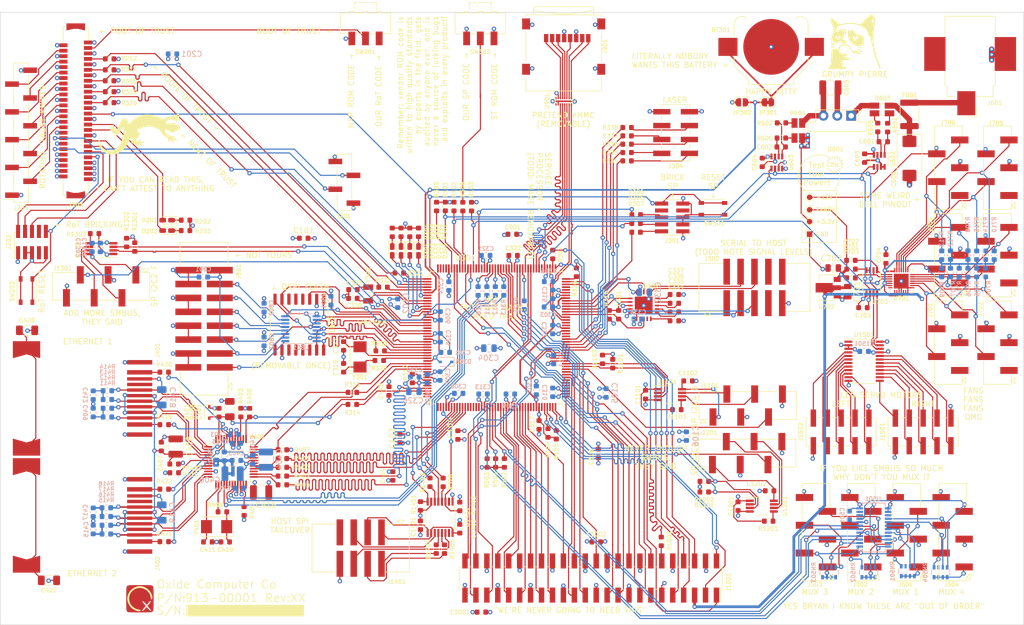
<source format=kicad_pcb>
(kicad_pcb (version 20171130) (host pcbnew 5.1.8-db9833491~88~ubuntu20.04.1)
  (title_block (title "Gemini Bringup") (company "Oxide Computer"))
  (layers (0 F.Cu signal) (1 In1.Cu signal hide) (2 In2.Cu signal hide) (31 B.Cu signal) (34 B.Paste user hide) (35 F.Paste user) (36 B.SilkS user hide) (37 F.SilkS user) (38 B.Mask user hide) (39 F.Mask user) (44 Edge.Cuts user))
  (net 0 "")
  (net 1 GND)
  (net 2 "Net-(BT301-Pad1)")
  (net 3 VDDA)
  (net 4 /sp/~RESET)
  (net 5 "Net-(C302-Pad1)")
  (net 6 +3V3)
  (net 7 /sp/OSC_OUT)
  (net 8 /sp/OSC32_OUT)
  (net 9 /sp/OSC32_IN)
  (net 10 /sp/OSC_IN)
  (net 11 "Net-(C402-Pad1)")
  (net 12 "Net-(C405-Pad1)")
  (net 13 "Net-(C407-Pad1)")
  (net 14 "Net-(C409-Pad1)")
  (net 15 "Net-(C410-Pad2)")
  (net 16 "Net-(C411-Pad2)")
  (net 17 "Net-(C412-Pad1)")
  (net 18 "Net-(C415-Pad1)")
  (net 19 "Net-(C417-Pad1)")
  (net 20 "Net-(C420-Pad1)")
  (net 21 "Net-(C421-Pad1)")
  (net 22 "Net-(C601-Pad2)")
  (net 23 "Net-(C601-Pad1)")
  (net 24 "Net-(C602-Pad2)")
  (net 25 "Net-(C602-Pad1)")
  (net 26 /qspi/HOST_VCC)
  (net 27 /sp/LED0)
  (net 28 "Net-(D301-Pad1)")
  (net 29 /sp/LED1)
  (net 30 "Net-(D302-Pad1)")
  (net 31 /sp/LED2)
  (net 32 "Net-(D303-Pad1)")
  (net 33 /sp/LED3)
  (net 34 "Net-(D304-Pad1)")
  (net 35 "Net-(F601-Pad2)")
  (net 36 /rot/FC0_RXD)
  (net 37 /rot/FC0_TXD)
  (net 38 /rot/SWD_CLK)
  (net 39 /rot/SWD_IO)
  (net 40 /sp/ROT_MISO)
  (net 41 /sp/ROT_SCK)
  (net 42 /sp/ROT_MOSI)
  (net 43 /sp/~ROT_CS)
  (net 44 /sp/~ROT_IRQ)
  (net 45 /rot/ISP0)
  (net 46 /rot/PIO0_4)
  (net 47 /rot/PIO0_25)
  (net 48 /rot/PIO0_22)
  (net 49 "Net-(J301-Pad6)")
  (net 50 "Net-(J301-Pad4)")
  (net 51 "Net-(J301-Pad2)")
  (net 52 /sp/USART1_RX)
  (net 53 /sp/USART1_TX)
  (net 54 /Sheet5F3B5859/~RSMBA)
  (net 55 /Sheet5F3B5859/RSDA)
  (net 56 /Sheet5F3B5859/RSCL)
  (net 57 /Sheet5F3B5859/RVCC)
  (net 58 "Net-(J502-Pad5)")
  (net 59 "Net-(J502-Pad4)")
  (net 60 "Net-(J502-Pad2)")
  (net 61 "Net-(J502-Pad1)")
  (net 62 "Net-(J503-Pad5)")
  (net 63 "Net-(J503-Pad4)")
  (net 64 "Net-(J503-Pad2)")
  (net 65 "Net-(J503-Pad1)")
  (net 66 "Net-(J504-Pad5)")
  (net 67 "Net-(J504-Pad4)")
  (net 68 "Net-(J504-Pad2)")
  (net 69 "Net-(J504-Pad1)")
  (net 70 +12V)
  (net 71 /qspi/~HOST_CE)
  (net 72 /qspi/HOST_SCK)
  (net 73 /qspi/HOST_D0)
  (net 74 /qspi/HOST_D1)
  (net 75 /qspi/HOST_D2)
  (net 76 /qspi/HOST_D3)
  (net 77 "Net-(J901-Pad1)")
  (net 78 "Net-(J901-Pad2)")
  (net 79 "Net-(J901-Pad3)")
  (net 80 "Net-(J901-Pad5)")
  (net 81 "Net-(J901-Pad7)")
  (net 82 "Net-(J901-Pad8)")
  (net 83 /fpga_ext/DA0)
  (net 84 /fpga_ext/DA2)
  (net 85 /fpga_ext/DA1)
  (net 86 /fpga_ext/DA3)
  (net 87 /fpga_ext/DA4)
  (net 88 /fpga_ext/DA6)
  (net 89 /fpga_ext/DA5)
  (net 90 /fpga_ext/DA7)
  (net 91 /fpga_ext/DA8)
  (net 92 /fpga_ext/DA10)
  (net 93 /fpga_ext/DA9)
  (net 94 /fpga_ext/DA11)
  (net 95 /fpga_ext/DA12)
  (net 96 /fpga_ext/DA14)
  (net 97 /fpga_ext/DA13)
  (net 98 /fpga_ext/DA15)
  (net 99 /fpga_ext/CLK)
  (net 100 /sp/~FPGA_LE)
  (net 101 /sp/~FPGA_OE)
  (net 102 /sp/~FPGA_WE)
  (net 103 /fpga_ext/~CE)
  (net 104 /fpga_ext/~BL0)
  (net 105 /sp/~FPGA_IRQ)
  (net 106 /fpga_ext/~BL1)
  (net 107 /sp/FPGA_MISO)
  (net 108 /sp/FPGA_SCK)
  (net 109 /sp/FPGA_MOSI)
  (net 110 /sp/~FPGA_CS0)
  (net 111 /sp/~FPGA_CS1)
  (net 112 /SP_I2C1_B_SDA)
  (net 113 /SP_I2C1_B_SCL)
  (net 114 /sp/~FPGA_RESET)
  (net 115 /sp/~I2C4_D_SMBA)
  (net 116 "Net-(J1101-Pad4)")
  (net 117 "Net-(J1101-Pad2)")
  (net 118 /sp/~I2C4_H_SMBA)
  (net 119 "Net-(J1201-Pad4)")
  (net 120 "Net-(J1201-Pad2)")
  (net 121 /sp/~I2C2_F_SMBA)
  (net 122 "Net-(J1301-Pad4)")
  (net 123 "Net-(J1301-Pad2)")
  (net 124 "Net-(JP301-Pad2)")
  (net 125 /~SP_I2C1_B_SMBA)
  (net 126 /sp/SWD_CLK)
  (net 127 /sp/TRACESWO)
  (net 128 /sp/SWD_IO)
  (net 129 /sp/BOOT0)
  (net 130 "Net-(R308-Pad1)")
  (net 131 "Net-(R309-Pad1)")
  (net 132 "Net-(R310-Pad1)")
  (net 133 /sp/RMII_TXD0)
  (net 134 /sp/sp-ethernet/TXD0)
  (net 135 /sp/RMII_TXD1)
  (net 136 /sp/sp-ethernet/TXD1)
  (net 137 /sp/RMII_TXEN)
  (net 138 /sp/sp-ethernet/TXEN)
  (net 139 /sp/RMII_MDIO)
  (net 140 /sp/sp-ethernet/MDIO)
  (net 141 /sp/RMII_MDC)
  (net 142 /sp/sp-ethernet/MDC)
  (net 143 /sp/RMII_RXD0)
  (net 144 "Net-(R401-Pad1)")
  (net 145 /sp/RMII_REF_CLK)
  (net 146 "Net-(R402-Pad1)")
  (net 147 /sp/RMII_RXD1)
  (net 148 "Net-(R403-Pad1)")
  (net 149 /sp/RMII_CRS_DV)
  (net 150 "Net-(R404-Pad1)")
  (net 151 "Net-(R405-Pad1)")
  (net 152 /sp/~ETH_IRQ)
  (net 153 "Net-(R410-Pad1)")
  (net 154 /sp/sp-ethernet/P1LEDS)
  (net 155 /sp/sp-ethernet/P1LEDA)
  (net 156 /sp/sp-ethernet/P2LEDS)
  (net 157 /sp/sp-ethernet/P2LEDA)
  (net 158 "Net-(R601-Pad1)")
  (net 159 "Net-(R602-Pad1)")
  (net 160 /qspi/HOST_ACCESS)
  (net 161 /sp/I2C4_D_SCL)
  (net 162 /sp/I2C4_D_SDA)
  (net 163 "Net-(R1103-Pad2)")
  (net 164 /sp/I2C4_H_SCL)
  (net 165 /sp/I2C4_H_SDA)
  (net 166 "Net-(R1203-Pad2)")
  (net 167 /sp/I2C2_F_SCL)
  (net 168 /sp/I2C2_F_SDA)
  (net 169 "Net-(R1303-Pad2)")
  (net 170 /qspi/~CS)
  (net 171 /sdcard/CMD)
  (net 172 /sdcard/CLK)
  (net 173 /qspi/D3)
  (net 174 /qspi/D2)
  (net 175 /qspi/D1)
  (net 176 /qspi/D0)
  (net 177 /Sheet5F3B5859/ENABLE)
  (net 178 /sp/QSPI_CLK)
  (net 179 /sp/~QSPI_RESET)
  (net 180 /sdcard/D3)
  (net 181 /sdcard/D2)
  (net 182 /sdcard/D1)
  (net 183 /sdcard/D0)
  (net 184 /sp/USART1_RTS)
  (net 185 /sp/USART1_CTS)
  (net 186 /sp/~RS232_SHDN)
  (net 187 "Net-(C331-Pad1)")
  (net 188 "Net-(C334-Pad1)")
  (net 189 "Net-(C335-Pad2)")
  (net 190 "Net-(C335-Pad1)")
  (net 191 "Net-(C336-Pad2)")
  (net 192 "Net-(C336-Pad1)")
  (net 193 "Net-(C337-Pad1)")
  (net 194 /sp/RS232_RTS)
  (net 195 /sp/RS232_CTS)
  (net 196 /sp/RS232_RX)
  (net 197 /sp/RS232_TX)
  (net 198 /spi-to-ethanol/P0_ROM_SPI_PROG_L)
  (net 199 /spi-to-ethanol/P0_ROM_SPI_MOSI)
  (net 200 /spi-to-ethanol/P0_ROM_SPI_CLK)
  (net 201 /spi-to-ethanol/P0_ROM_SPI_MISO)
  (net 202 /spi-to-ethanol/P0_ROM_SPI_CS_L)
  (net 203 /spi-to-ethanol/1v8)
  (net 204 /sp/~SPI_ROM_CS)
  (net 205 /sp/SPI_ROM_SCK)
  (net 206 /sp/SPI_ROM_MISO)
  (net 207 /sp/SPI_ROM_MOSI)
  (net 208 /rot/~SWD_RESET)
  (net 209 /rot/SWD_TRACESWO)
  (net 210 /rot/FC3_SCK)
  (net 211 /rot/FC3_RXD_DSA_MOSI)
  (net 212 /rot/FC3_TXD_SCL_MISO)
  (net 213 /rot/FC3_RTS_SCLX_SSEL1)
  (net 214 /rot/FC3_CTS_SDAX_SSEL0)
  (net 215 /sp/PG4)
  (net 216 /sp/PG3)
  (net 217 /sp/PG2)
  (net 218 /sp/PG1)
  (net 219 /sp/PG0)
  (net 220 "Net-(J1001-Pad12)")
  (net 221 /sp/ROT_SPI4_SCK)
  (net 222 /sp/ROT_SPI4_MOSI)
  (net 223 /sp/SPI2_SCK)
  (net 224 /sp/SPI2_MOSI)
  (net 225 "Net-(R1403-Pad1)")
  (net 226 "Net-(R1404-Pad2)")
  (net 227 "Net-(R1405-Pad2)")
  (net 228 "Net-(C605-Pad1)")
  (net 229 "Net-(C606-Pad1)")
  (net 230 "Net-(R423-Pad1)")
  (net 231 /FPGA_SDA)
  (net 232 /FPGA_SCL)
  (net 233 /sp/~ETH_RESET)
  (net 234 "Net-(J1501-Pad9)")
  (net 235 "Net-(J1501-Pad8)")
  (net 236 "Net-(J1501-Pad7)")
  (net 237 "Net-(J1501-Pad6)")
  (net 238 "Net-(J1501-Pad5)")
  (net 239 "Net-(J1501-Pad4)")
  (net 240 "Net-(J1501-Pad3)")
  (net 241 "Net-(J1501-Pad2)")
  (net 242 "Net-(J1502-Pad9)")
  (net 243 "Net-(J1502-Pad8)")
  (net 244 "Net-(J1502-Pad7)")
  (net 245 "Net-(J1502-Pad6)")
  (net 246 "Net-(J1502-Pad5)")
  (net 247 "Net-(J1502-Pad4)")
  (net 248 "Net-(J1502-Pad3)")
  (net 249 "Net-(J1502-Pad2)")
  (net 250 /fans.sch/FAN5V)
  (net 251 "Net-(R701-Pad2)")
  (net 252 /fans.sch/5VSDA)
  (net 253 /fans.sch/5VSCL)
  (net 254 "Net-(R603-Pad3)")
  (net 255 /sp/sp-ethernet/RX1-)
  (net 256 /sp/sp-ethernet/RX1+)
  (net 257 /sp/sp-ethernet/TX1-)
  (net 258 /sp/sp-ethernet/TX1+)
  (net 259 /sp/sp-ethernet/RX2-)
  (net 260 /sp/sp-ethernet/RX2+)
  (net 261 /sp/sp-ethernet/TX2-)
  (net 262 /sp/sp-ethernet/TX2+)
  (net 263 "Net-(J401-Pad11)")
  (net 264 "Net-(J401-Pad2)")
  (net 265 "Net-(J402-Pad11)")
  (net 266 "Net-(J402-Pad2)")
  (net 267 /sp/I2C_MUX_SCL)
  (net 268 /sp/I2C_MUX_SDA)
  (net 269 /sp/~I2C_MUX_SMBA)
  (net 270 /sp/QSPI_CLKx)
  (net 271 /sp/FPGA_CLKx)
  (net 272 /fans.sch/TACH6)
  (net 273 /fans.sch/PWM6)
  (net 274 /fans.sch/TACH5)
  (net 275 /fans.sch/PWM5)
  (net 276 /fans.sch/TACH4)
  (net 277 /fans.sch/PWM4)
  (net 278 /fans.sch/TACH3)
  (net 279 /fans.sch/PWM3)
  (net 280 /fans.sch/TACH2)
  (net 281 /fans.sch/PWM2)
  (net 282 /fans.sch/TACH1)
  (net 283 /fans.sch/PWM1)
  (net 284 "Net-(R334-Pad2)")
  (net 285 "Net-(R335-Pad2)")
  (net 286 "Net-(R336-Pad2)")
  (net 287 "Net-(R337-Pad2)")
  (net 288 "Net-(R338-Pad2)")
  (net 289 "Net-(R604-Pad2)")
  (net 290 /rot/SCT0_OUT2)
  (net 291 "Net-(D201-Pad1)")
  (net 292 /rot/SCT0_OUT3)
  (net 293 "Net-(D202-Pad1)")
  (net 294 "Net-(C1102-Pad1)")
  (net 295 "Net-(C1202-Pad1)")
  (net 296 "Net-(C1302-Pad1)")
  (net 297 "Net-(C319-Pad1)")
  (net 298 "Net-(R409-Pad1)")
  (net 299 /sp/~SPI_ROM_PROG)
  (net 300 /sp/SPI6_SCK)
  (net 301 /sp/SPI6_MOSI)
  (module grumpy:Oxide_Board_Identifier_33x7mm (layer F.Cu) (at 74.7 117.2)
    (fp_text reference H112 hide)
    (fp_text value 913-00001 (at 8.2 -0.1) (layer F.SilkS) (effects (font (size 1.5 1.5)) (justify left)))
    (fp_poly (pts (xy 0.704515 -2.45469) (xy 1.218284 -2.451747) (xy 1.60456 -2.444981) (xy 1.884261 -2.432873) (xy 2.078307 -2.413899) (xy 2.207617 -2.38654) (xy 2.29311 -2.349273) (xy 2.355705 -2.300577) (xy 2.370667 -2.286) (xy 2.422552 -2.225915) (xy 2.462617 -2.14832) (xy 2.492382 -2.032294) (xy 2.51337 -1.856921) (xy 2.527101 -1.601279) (xy 2.535097 -1.244451) (xy 2.53888 -0.765516) (xy 2.53997 -0.143557) (xy 2.54 0.042333) (xy 2.539357 0.704515) (xy 2.536413 1.218284) (xy 2.529648 1.60456) (xy 2.517539 1.884261) (xy 2.498566 2.078307) (xy 2.471206 2.207617) (xy 2.433939 2.29311) (xy 2.385244 2.355705) (xy 2.370667 2.370667) (xy 2.310581 2.422552) (xy 2.232986 2.462617) (xy 2.116961 2.492382) (xy 1.941587 2.51337) (xy 1.685945 2.527101) (xy 1.329117 2.535097) (xy 0.850183 2.53888) (xy 0.228224 2.53997) (xy 0.042333 2.54) (xy -0.619848 2.539357) (xy -1.133618 2.536413) (xy -1.519893 2.529648) (xy -1.799595 2.517539) (xy -1.993641 2.498566) (xy -2.122951 2.471206) (xy -2.208444 2.433939) (xy -2.271038 2.385244) (xy -2.286 2.370667) (xy -2.337886 2.310581) (xy -2.37795 2.232986) (xy -2.407716 2.116961) (xy -2.428703 1.941587) (xy -2.442435 1.685945) (xy -2.450431 1.329117) (xy -2.454213 0.850183) (xy -2.455303 0.228224) (xy -2.455333 0.042333) (xy -2.455161 -0.135609) (xy -2.192676 -0.135609) (xy -2.17935 0.367728) (xy -2.05871 0.858021) (xy -1.828494 1.313049) (xy -1.486437 1.710592) (xy -1.030277 2.028428) (xy -0.593215 2.206892) (xy -0.329786 2.263933) (xy -0.087098 2.279007) (xy 0.088442 2.253785) (xy 0.107406 2.23425) (xy 0.423333 2.23425) (xy 0.472895 2.293263) (xy 0.60785 2.232464) (xy 0.807605 2.064105) (xy 0.941232 1.926167) (xy 1.270472 1.566333) (xy 1.590045 1.926167) (xy 1.806858 2.143318) (xy 1.982616 2.269271) (xy 2.092403 2.289451) (xy 2.116667 2.23425) (xy 2.06634 2.147365) (xy 1.935048 1.971855) (xy 1.770116 1.768583) (xy 1.423565 1.354667) (xy 1.772554 0.937837) (xy 1.96367 0.685071) (xy 2.043768 0.519579) (xy 2.028805 0.463692) (xy 1.925292 0.429149) (xy 1.908551 0.436022) (xy 1.843517 0.512409) (xy 1.705078 0.677845) (xy 1.582158 0.825562) (xy 1.283281 1.185458) (xy 0.947994 0.793206) (xy 0.742611 0.57978) (xy 0.584158 0.467212) (xy 0.515582 0.460981) (xy 0.507116 0.559812) (xy 0.629644 0.763656) (xy 0.767445 0.937837) (xy 1.116435 1.354667) (xy 0.769884 1.768583) (xy 0.590583 1.990253) (xy 0.465372 2.15941) (xy 0.423333 2.23425) (xy 0.107406 2.23425) (xy 0.150426 2.189938) (xy 0.148179 2.180205) (xy 0.050205 2.106562) (xy -0.157891 2.040652) (xy -0.281971 2.017925) (xy -0.806891 1.866417) (xy -1.244611 1.591257) (xy -1.586605 1.218739) (xy -1.824348 0.775157) (xy -1.949313 0.286806) (xy -1.952977 -0.22002) (xy -1.826812 -0.719026) (xy -1.562295 -1.183918) (xy -1.385455 -1.385455) (xy -0.934772 -1.724574) (xy -0.425358 -1.920044) (xy 0.111358 -1.971545) (xy 0.643942 -1.87876) (xy 1.140963 -1.641372) (xy 1.42539 -1.413876) (xy 1.756545 -1.021913) (xy 1.951767 -0.591173) (xy 2.019743 -0.269259) (xy 2.078874 -0.017716) (xy 2.15599 0.126666) (xy 2.229526 0.14928) (xy 2.277916 0.035525) (xy 2.286 -0.088955) (xy 2.228139 -0.561312) (xy 2.043387 -0.993732) (xy 1.714987 -1.422014) (xy 1.611977 -1.529126) (xy 1.18701 -1.890004) (xy 0.756202 -2.104977) (xy 0.271262 -2.192068) (xy -0.145819 -2.185164) (xy -0.728837 -2.070208) (xy -1.218122 -1.834969) (xy -1.611413 -1.501669) (xy -1.906444 -1.092528) (xy -2.100953 -0.629768) (xy -2.192676 -0.135609) (xy -2.455161 -0.135609) (xy -2.45469 -0.619848) (xy -2.451747 -1.133618) (xy -2.444981 -1.519893) (xy -2.432873 -1.799595) (xy -2.413899 -1.993641) (xy -2.38654 -2.122951) (xy -2.349273 -2.208444) (xy -2.300577 -2.271038) (xy -2.286 -2.286) (xy -2.225915 -2.337886) (xy -2.14832 -2.37795) (xy -2.032294 -2.407716) (xy -1.856921 -2.428703) (xy -1.601279 -2.442435) (xy -1.244451 -2.450431) (xy -0.765516 -2.454213) (xy -0.143557 -2.455303) (xy 0.042333 -2.455333) (xy 0.704515 -2.45469)) (layer F.Cu) (width 0.01))
    (fp_text user P/N: (at 3 -0.1) (layer F.SilkS) (effects (font (size 1.5 1.5)) (justify left)))
    (fp_text user S/N: (at 3 2.2) (layer F.SilkS) (effects (font (size 1.5 1.5)) (justify left)))
    (fp_text user "Oxide Computer Co" (at 3 -2.6) (layer F.SilkS) (effects (font (size 1.5 1.5)) (justify left)))
    (fp_text user Rev: (at 22.8 -0.1) (layer F.SilkS) (effects (font (size 1.5 1.5)) (justify left)))
    (fp_text user XX (at 27.4 -0.1) (layer F.SilkS) (effects (font (size 1.5 1.5)) (justify left)))
  )
  (module Capacitor_SMD:C_0603_1608Metric (layer B.Cu) (at 174.7 87.5 270)
    (fp_text reference C106 (at 0 -1.7 270) (layer B.SilkS) (effects (justify mirror)))
    (fp_text value 0.1uF)
    (pad 2 smd roundrect (at 0.7875 0 270) (size 0.875 0.95) (layers B.Cu B.Paste B.Mask) (net 1 GND))
    (pad 1 smd roundrect (at -0.7875 0 270) (size 0.875 0.95) (layers B.Cu B.Paste B.Mask) (net 6 +3V3))
  )
  (module Capacitor_SMD:C_0603_1608Metric (layer B.Cu) (at 160 79.6125 90)
    (fp_text reference C105 (at 0 1.6 90) (layer B.SilkS) (effects (justify mirror)))
    (fp_text value 0.1uF)
    (pad 2 smd roundrect (at 0.7875 0 90) (size 0.875 0.95) (layers B.Cu B.Paste B.Mask) (net 1 GND))
    (pad 1 smd roundrect (at -0.7875 0 90) (size 0.875 0.95) (layers B.Cu B.Paste B.Mask) (net 6 +3V3))
  )
  (module Capacitor_SMD:C_0603_1608Metric (layer F.Cu) (at 132.9 87.3 90)
    (fp_text reference C104 (at 1.3 -1.4 90) (layer F.SilkS))
    (fp_text value 0.1uF)
    (pad 2 smd roundrect (at 0.7875 0 90) (size 0.875 0.95) (layers F.Cu F.Paste F.Mask) (net 1 GND))
    (pad 1 smd roundrect (at -0.7875 0 90) (size 0.875 0.95) (layers F.Cu F.Paste F.Mask) (net 6 +3V3))
  )
  (module Capacitor_SMD:C_0603_1608Metric (layer F.Cu) (at 122.3 87.9 90)
    (fp_text reference C103 (at 0 -1.43 90) (layer F.SilkS))
    (fp_text value 0.1uF)
    (pad 2 smd roundrect (at 0.7875 0 90) (size 0.875 0.95) (layers F.Cu F.Paste F.Mask) (net 1 GND))
    (pad 1 smd roundrect (at -0.7875 0 90) (size 0.875 0.95) (layers F.Cu F.Paste F.Mask) (net 6 +3V3))
  )
  (module Capacitor_SMD:C_0603_1608Metric (layer B.Cu) (at 121.9 63.2 270)
    (fp_text reference C102 (at 0 -1.5 90) (layer B.SilkS) (effects (justify mirror)))
    (fp_text value 0.1uF)
    (pad 2 smd roundrect (at 0.7875 0 270) (size 0.875 0.95) (layers B.Cu B.Paste B.Mask) (net 1 GND))
    (pad 1 smd roundrect (at -0.7875 0 270) (size 0.875 0.95) (layers B.Cu B.Paste B.Mask) (net 6 +3V3))
  )
  (module Capacitor_SMD:C_0603_1608Metric (layer F.Cu) (at 104.7 51.3)
    (fp_text reference C101 (at 0 -1.43) (layer F.SilkS))
    (fp_text value 0.1uF)
    (pad 2 smd roundrect (at 0.7875 0) (size 0.875 0.95) (layers F.Cu F.Paste F.Mask) (net 1 GND))
    (pad 1 smd roundrect (at -0.7875 0) (size 0.875 0.95) (layers F.Cu F.Paste F.Mask) (net 6 +3V3))
  )
  (module Capacitor_SMD:C_0603_1608Metric (layer B.Cu) (at 80.7 17.6 180)
    (fp_text reference C201 (at -3.5 0) (layer B.SilkS) (effects (justify mirror)))
    (fp_text value 0.1uF)
    (pad 2 smd roundrect (at 0.7875 0 180) (size 0.875 0.95) (layers B.Cu B.Paste B.Mask) (net 1 GND))
    (pad 1 smd roundrect (at -0.7875 0 180) (size 0.875 0.95) (layers B.Cu B.Paste B.Mask) (net 6 +3V3))
  )
  (module Connector_PinSocket_2.00mm:PinSocket_2x24_P2.00mm_Vertical_SMD (layer F.Cu) (at 157.2 113.45 270)
    (fp_text reference J1001 (at 0.75 -25.2 90) (layer F.SilkS) (effects (font (size 0.75 0.75))))
    (fp_text value EXPANSION)
    (pad 48 smd rect (at -3.125 23 270) (size 2.75 1) (layers F.Cu F.Paste F.Mask) (net 83 /fpga_ext/DA0))
    (pad 47 smd rect (at 3.125 23 270) (size 2.75 1) (layers F.Cu F.Paste F.Mask) (net 1 GND))
    (pad 46 smd rect (at -3.125 21 270) (size 2.75 1) (layers F.Cu F.Paste F.Mask) (net 84 /fpga_ext/DA2))
    (pad 45 smd rect (at 3.125 21 270) (size 2.75 1) (layers F.Cu F.Paste F.Mask) (net 85 /fpga_ext/DA1))
    (pad 44 smd rect (at -3.125 19 270) (size 2.75 1) (layers F.Cu F.Paste F.Mask) (net 6 +3V3))
    (pad 43 smd rect (at 3.125 19 270) (size 2.75 1) (layers F.Cu F.Paste F.Mask) (net 86 /fpga_ext/DA3))
    (pad 42 smd rect (at -3.125 17 270) (size 2.75 1) (layers F.Cu F.Paste F.Mask) (net 87 /fpga_ext/DA4))
    (pad 41 smd rect (at 3.125 17 270) (size 2.75 1) (layers F.Cu F.Paste F.Mask) (net 6 +3V3))
    (pad 40 smd rect (at -3.125 15 270) (size 2.75 1) (layers F.Cu F.Paste F.Mask) (net 88 /fpga_ext/DA6))
    (pad 39 smd rect (at 3.125 15 270) (size 2.75 1) (layers F.Cu F.Paste F.Mask) (net 89 /fpga_ext/DA5))
    (pad 38 smd rect (at -3.125 13 270) (size 2.75 1) (layers F.Cu F.Paste F.Mask) (net 1 GND))
    (pad 37 smd rect (at 3.125 13 270) (size 2.75 1) (layers F.Cu F.Paste F.Mask) (net 90 /fpga_ext/DA7))
    (pad 36 smd rect (at -3.125 11 270) (size 2.75 1) (layers F.Cu F.Paste F.Mask) (net 91 /fpga_ext/DA8))
    (pad 35 smd rect (at 3.125 11 270) (size 2.75 1) (layers F.Cu F.Paste F.Mask) (net 1 GND))
    (pad 34 smd rect (at -3.125 9 270) (size 2.75 1) (layers F.Cu F.Paste F.Mask) (net 92 /fpga_ext/DA10))
    (pad 33 smd rect (at 3.125 9 270) (size 2.75 1) (layers F.Cu F.Paste F.Mask) (net 93 /fpga_ext/DA9))
    (pad 32 smd rect (at -3.125 7 270) (size 2.75 1) (layers F.Cu F.Paste F.Mask) (net 6 +3V3))
    (pad 31 smd rect (at 3.125 7 270) (size 2.75 1) (layers F.Cu F.Paste F.Mask) (net 94 /fpga_ext/DA11))
    (pad 30 smd rect (at -3.125 5 270) (size 2.75 1) (layers F.Cu F.Paste F.Mask) (net 95 /fpga_ext/DA12))
    (pad 29 smd rect (at 3.125 5 270) (size 2.75 1) (layers F.Cu F.Paste F.Mask) (net 6 +3V3))
    (pad 28 smd rect (at -3.125 3 270) (size 2.75 1) (layers F.Cu F.Paste F.Mask) (net 96 /fpga_ext/DA14))
    (pad 27 smd rect (at 3.125 3 270) (size 2.75 1) (layers F.Cu F.Paste F.Mask) (net 97 /fpga_ext/DA13))
    (pad 26 smd rect (at -3.125 1 270) (size 2.75 1) (layers F.Cu F.Paste F.Mask) (net 1 GND))
    (pad 25 smd rect (at 3.125 1 270) (size 2.75 1) (layers F.Cu F.Paste F.Mask) (net 98 /fpga_ext/DA15))
    (pad 24 smd rect (at -3.125 -1 270) (size 2.75 1) (layers F.Cu F.Paste F.Mask) (net 99 /fpga_ext/CLK))
    (pad 23 smd rect (at 3.125 -1 270) (size 2.75 1) (layers F.Cu F.Paste F.Mask) (net 1 GND))
    (pad 22 smd rect (at -3.125 -3 270) (size 2.75 1) (layers F.Cu F.Paste F.Mask) (net 6 +3V3))
    (pad 21 smd rect (at 3.125 -3 270) (size 2.75 1) (layers F.Cu F.Paste F.Mask) (net 100 /sp/~FPGA_LE))
    (pad 20 smd rect (at -3.125 -5 270) (size 2.75 1) (layers F.Cu F.Paste F.Mask) (net 101 /sp/~FPGA_OE))
    (pad 19 smd rect (at 3.125 -5 270) (size 2.75 1) (layers F.Cu F.Paste F.Mask) (net 102 /sp/~FPGA_WE))
    (pad 18 smd rect (at -3.125 -7 270) (size 2.75 1) (layers F.Cu F.Paste F.Mask) (net 103 /fpga_ext/~CE))
    (pad 17 smd rect (at 3.125 -7 270) (size 2.75 1) (layers F.Cu F.Paste F.Mask) (net 6 +3V3))
    (pad 16 smd rect (at -3.125 -9 270) (size 2.75 1) (layers F.Cu F.Paste F.Mask) (net 1 GND))
    (pad 15 smd rect (at 3.125 -9 270) (size 2.75 1) (layers F.Cu F.Paste F.Mask) (net 104 /fpga_ext/~BL0))
    (pad 14 smd rect (at -3.125 -11 270) (size 2.75 1) (layers F.Cu F.Paste F.Mask) (net 105 /sp/~FPGA_IRQ))
    (pad 13 smd rect (at 3.125 -11 270) (size 2.75 1) (layers F.Cu F.Paste F.Mask) (net 106 /fpga_ext/~BL1))
    (pad 12 smd rect (at -3.125 -13 270) (size 2.75 1) (layers F.Cu F.Paste F.Mask) (net 220 "Net-(J1001-Pad12)"))
    (pad 11 smd rect (at 3.125 -13 270) (size 2.75 1) (layers F.Cu F.Paste F.Mask) (net 1 GND))
    (pad 10 smd rect (at -3.125 -15 270) (size 2.75 1) (layers F.Cu F.Paste F.Mask) (net 6 +3V3))
    (pad 9 smd rect (at 3.125 -15 270) (size 2.75 1) (layers F.Cu F.Paste F.Mask) (net 108 /sp/FPGA_SCK))
    (pad 8 smd rect (at -3.125 -17 270) (size 2.75 1) (layers F.Cu F.Paste F.Mask) (net 109 /sp/FPGA_MOSI))
    (pad 7 smd rect (at 3.125 -17 270) (size 2.75 1) (layers F.Cu F.Paste F.Mask) (net 110 /sp/~FPGA_CS0))
    (pad 6 smd rect (at -3.125 -19 270) (size 2.75 1) (layers F.Cu F.Paste F.Mask) (net 111 /sp/~FPGA_CS1))
    (pad 5 smd rect (at 3.125 -19 270) (size 2.75 1) (layers F.Cu F.Paste F.Mask) (net 70 +12V))
    (pad 4 smd rect (at -3.125 -21 270) (size 2.75 1) (layers F.Cu F.Paste F.Mask) (net 1 GND))
    (pad 3 smd rect (at 3.125 -21 270) (size 2.75 1) (layers F.Cu F.Paste F.Mask) (net 231 /FPGA_SDA))
    (pad 2 smd rect (at -3.125 -23 270) (size 2.75 1) (layers F.Cu F.Paste F.Mask) (net 232 /FPGA_SCL))
    (pad 1 smd rect (at 3.125 -23 270) (size 2.75 1) (layers F.Cu F.Paste F.Mask) (net 114 /sp/~FPGA_RESET))
  )
  (module Package_QFP:LQFP-176_24x24mm_P0.5mm (layer F.Cu) (at 140 69.5)
    (fp_text reference U301 (at -5.7 -14.6) (layer F.SilkS))
    (fp_text value STM32H753IITx)
    (pad 176 smd roundrect (at -10.75 -12.675) (size 0.3 1.5) (layers F.Cu F.Paste F.Mask))
    (pad 175 smd roundrect (at -10.25 -12.675) (size 0.3 1.5) (layers F.Cu F.Paste F.Mask))
    (pad 174 smd roundrect (at -9.75 -12.675) (size 0.3 1.5) (layers F.Cu F.Paste F.Mask))
    (pad 173 smd roundrect (at -9.25 -12.675) (size 0.3 1.5) (layers F.Cu F.Paste F.Mask))
    (pad 172 smd roundrect (at -8.75 -12.675) (size 0.3 1.5) (layers F.Cu F.Paste F.Mask) (net 6 +3V3))
    (pad 171 smd roundrect (at -8.25 -12.675) (size 0.3 1.5) (layers F.Cu F.Paste F.Mask) (net 131 "Net-(R309-Pad1)"))
    (pad 170 smd roundrect (at -7.75 -12.675) (size 0.3 1.5) (layers F.Cu F.Paste F.Mask) (net 106 /fpga_ext/~BL1))
    (pad 169 smd roundrect (at -7.25 -12.675) (size 0.3 1.5) (layers F.Cu F.Paste F.Mask) (net 104 /fpga_ext/~BL0))
    (pad 168 smd roundrect (at -6.75 -12.675) (size 0.3 1.5) (layers F.Cu F.Paste F.Mask) (net 112 /SP_I2C1_B_SDA))
    (pad 167 smd roundrect (at -6.25 -12.675) (size 0.3 1.5) (layers F.Cu F.Paste F.Mask) (net 113 /SP_I2C1_B_SCL))
    (pad 166 smd roundrect (at -5.75 -12.675) (size 0.3 1.5) (layers F.Cu F.Paste F.Mask) (net 129 /sp/BOOT0))
    (pad 165 smd roundrect (at -5.25 -12.675) (size 0.3 1.5) (layers F.Cu F.Paste F.Mask) (net 100 /sp/~FPGA_LE))
    (pad 164 smd roundrect (at -4.75 -12.675) (size 0.3 1.5) (layers F.Cu F.Paste F.Mask) (net 170 /qspi/~CS))
    (pad 163 smd roundrect (at -4.25 -12.675) (size 0.3 1.5) (layers F.Cu F.Paste F.Mask) (net 125 /~SP_I2C1_B_SMBA))
    (pad 162 smd roundrect (at -3.75 -12.675) (size 0.3 1.5) (layers F.Cu F.Paste F.Mask))
    (pad 161 smd roundrect (at -3.25 -12.675) (size 0.3 1.5) (layers F.Cu F.Paste F.Mask) (net 127 /sp/TRACESWO))
    (pad 160 smd roundrect (at -2.75 -12.675) (size 0.3 1.5) (layers F.Cu F.Paste F.Mask))
    (pad 159 smd roundrect (at -2.25 -12.675) (size 0.3 1.5) (layers F.Cu F.Paste F.Mask) (net 6 +3V3))
    (pad 158 smd roundrect (at -1.75 -12.675) (size 0.3 1.5) (layers F.Cu F.Paste F.Mask) (net 1 GND))
    (pad 157 smd roundrect (at -1.25 -12.675) (size 0.3 1.5) (layers F.Cu F.Paste F.Mask) (net 301 /sp/SPI6_MOSI))
    (pad 156 smd roundrect (at -0.75 -12.675) (size 0.3 1.5) (layers F.Cu F.Paste F.Mask) (net 133 /sp/RMII_TXD0))
    (pad 155 smd roundrect (at -0.25 -12.675) (size 0.3 1.5) (layers F.Cu F.Paste F.Mask) (net 135 /sp/RMII_TXD1))
    (pad 154 smd roundrect (at 0.25 -12.675) (size 0.3 1.5) (layers F.Cu F.Paste F.Mask) (net 137 /sp/RMII_TXEN))
    (pad 153 smd roundrect (at 0.75 -12.675) (size 0.3 1.5) (layers F.Cu F.Paste F.Mask) (net 114 /sp/~FPGA_RESET))
    (pad 152 smd roundrect (at 1.25 -12.675) (size 0.3 1.5) (layers F.Cu F.Paste F.Mask))
    (pad 151 smd roundrect (at 1.75 -12.675) (size 0.3 1.5) (layers F.Cu F.Paste F.Mask) (net 103 /fpga_ext/~CE))
    (pad 150 smd roundrect (at 2.25 -12.675) (size 0.3 1.5) (layers F.Cu F.Paste F.Mask) (net 105 /sp/~FPGA_IRQ))
    (pad 149 smd roundrect (at 2.75 -12.675) (size 0.3 1.5) (layers F.Cu F.Paste F.Mask) (net 6 +3V3))
    (pad 148 smd roundrect (at 3.25 -12.675) (size 0.3 1.5) (layers F.Cu F.Paste F.Mask) (net 1 GND))
    (pad 147 smd roundrect (at 3.75 -12.675) (size 0.3 1.5) (layers F.Cu F.Paste F.Mask) (net 102 /sp/~FPGA_WE))
    (pad 146 smd roundrect (at 4.25 -12.675) (size 0.3 1.5) (layers F.Cu F.Paste F.Mask) (net 101 /sp/~FPGA_OE))
    (pad 145 smd roundrect (at 4.75 -12.675) (size 0.3 1.5) (layers F.Cu F.Paste F.Mask) (net 271 /sp/FPGA_CLKx))
    (pad 144 smd roundrect (at 5.25 -12.675) (size 0.3 1.5) (layers F.Cu F.Paste F.Mask) (net 171 /sdcard/CMD))
    (pad 143 smd roundrect (at 5.75 -12.675) (size 0.3 1.5) (layers F.Cu F.Paste F.Mask) (net 86 /fpga_ext/DA3))
    (pad 142 smd roundrect (at 6.25 -12.675) (size 0.3 1.5) (layers F.Cu F.Paste F.Mask) (net 84 /fpga_ext/DA2))
    (pad 141 smd roundrect (at 6.75 -12.675) (size 0.3 1.5) (layers F.Cu F.Paste F.Mask) (net 172 /sdcard/CLK))
    (pad 140 smd roundrect (at 7.25 -12.675) (size 0.3 1.5) (layers F.Cu F.Paste F.Mask) (net 180 /sdcard/D3))
    (pad 139 smd roundrect (at 7.75 -12.675) (size 0.3 1.5) (layers F.Cu F.Paste F.Mask) (net 181 /sdcard/D2))
    (pad 138 smd roundrect (at 8.25 -12.675) (size 0.3 1.5) (layers F.Cu F.Paste F.Mask))
    (pad 137 smd roundrect (at 8.75 -12.675) (size 0.3 1.5) (layers F.Cu F.Paste F.Mask) (net 126 /sp/SWD_CLK))
    (pad 136 smd roundrect (at 9.25 -12.675) (size 0.3 1.5) (layers F.Cu F.Paste F.Mask) (net 6 +3V3))
    (pad 135 smd roundrect (at 9.75 -12.675) (size 0.3 1.5) (layers F.Cu F.Paste F.Mask) (net 1 GND))
    (pad 134 smd roundrect (at 10.25 -12.675) (size 0.3 1.5) (layers F.Cu F.Paste F.Mask) (net 224 /sp/SPI2_MOSI))
    (pad 133 smd roundrect (at 10.75 -12.675) (size 0.3 1.5) (layers F.Cu F.Paste F.Mask) (net 107 /sp/FPGA_MISO))
    (pad 132 smd roundrect (at 12.675 -10.75) (size 1.5 0.3) (layers F.Cu F.Paste F.Mask) (net 223 /sp/SPI2_SCK))
    (pad 131 smd roundrect (at 12.675 -10.25) (size 1.5 0.3) (layers F.Cu F.Paste F.Mask) (net 110 /sp/~FPGA_CS0))
    (pad 130 smd roundrect (at 12.675 -9.75) (size 1.5 0.3) (layers F.Cu F.Paste F.Mask) (net 111 /sp/~FPGA_CS1))
    (pad 129 smd roundrect (at 12.675 -9.25) (size 1.5 0.3) (layers F.Cu F.Paste F.Mask))
    (pad 128 smd roundrect (at 12.675 -8.75) (size 1.5 0.3) (layers F.Cu F.Paste F.Mask))
    (pad 127 smd roundrect (at 12.675 -8.25) (size 1.5 0.3) (layers F.Cu F.Paste F.Mask) (net 6 +3V3))
    (pad 126 smd roundrect (at 12.675 -7.75) (size 1.5 0.3) (layers F.Cu F.Paste F.Mask) (net 1 GND))
    (pad 125 smd roundrect (at 12.675 -7.25) (size 1.5 0.3) (layers F.Cu F.Paste F.Mask) (net 5 "Net-(C302-Pad1)"))
    (pad 124 smd roundrect (at 12.675 -6.75) (size 1.5 0.3) (layers F.Cu F.Paste F.Mask) (net 128 /sp/SWD_IO))
    (pad 123 smd roundrect (at 12.675 -6.25) (size 1.5 0.3) (layers F.Cu F.Paste F.Mask) (net 184 /sp/USART1_RTS))
    (pad 122 smd roundrect (at 12.675 -5.75) (size 1.5 0.3) (layers F.Cu F.Paste F.Mask) (net 185 /sp/USART1_CTS))
    (pad 121 smd roundrect (at 12.675 -5.25) (size 1.5 0.3) (layers F.Cu F.Paste F.Mask) (net 52 /sp/USART1_RX))
    (pad 120 smd roundrect (at 12.675 -4.75) (size 1.5 0.3) (layers F.Cu F.Paste F.Mask) (net 53 /sp/USART1_TX))
    (pad 119 smd roundrect (at 12.675 -4.25) (size 1.5 0.3) (layers F.Cu F.Paste F.Mask) (net 186 /sp/~RS232_SHDN))
    (pad 118 smd roundrect (at 12.675 -3.75) (size 1.5 0.3) (layers F.Cu F.Paste F.Mask) (net 182 /sdcard/D1))
    (pad 117 smd roundrect (at 12.675 -3.25) (size 1.5 0.3) (layers F.Cu F.Paste F.Mask) (net 183 /sdcard/D0))
    (pad 116 smd roundrect (at 12.675 -2.75) (size 1.5 0.3) (layers F.Cu F.Paste F.Mask))
    (pad 115 smd roundrect (at 12.675 -2.25) (size 1.5 0.3) (layers F.Cu F.Paste F.Mask))
    (pad 114 smd roundrect (at 12.675 -1.75) (size 1.5 0.3) (layers F.Cu F.Paste F.Mask) (net 6 +3V3))
    (pad 113 smd roundrect (at 12.675 -1.25) (size 1.5 0.3) (layers F.Cu F.Paste F.Mask) (net 1 GND))
    (pad 112 smd roundrect (at 12.675 -0.75) (size 1.5 0.3) (layers F.Cu F.Paste F.Mask))
    (pad 111 smd roundrect (at 12.675 -0.25) (size 1.5 0.3) (layers F.Cu F.Paste F.Mask))
    (pad 110 smd roundrect (at 12.675 0.25) (size 1.5 0.3) (layers F.Cu F.Paste F.Mask) (net 288 "Net-(R338-Pad2)"))
    (pad 109 smd roundrect (at 12.675 0.75) (size 1.5 0.3) (layers F.Cu F.Paste F.Mask) (net 287 "Net-(R337-Pad2)"))
    (pad 108 smd roundrect (at 12.675 1.25) (size 1.5 0.3) (layers F.Cu F.Paste F.Mask) (net 286 "Net-(R336-Pad2)"))
    (pad 107 smd roundrect (at 12.675 1.75) (size 1.5 0.3) (layers F.Cu F.Paste F.Mask) (net 285 "Net-(R335-Pad2)"))
    (pad 106 smd roundrect (at 12.675 2.25) (size 1.5 0.3) (layers F.Cu F.Paste F.Mask) (net 284 "Net-(R334-Pad2)"))
    (pad 105 smd roundrect (at 12.675 2.75) (size 1.5 0.3) (layers F.Cu F.Paste F.Mask) (net 85 /fpga_ext/DA1))
    (pad 104 smd roundrect (at 12.675 3.25) (size 1.5 0.3) (layers F.Cu F.Paste F.Mask) (net 83 /fpga_ext/DA0))
    (pad 103 smd roundrect (at 12.675 3.75) (size 1.5 0.3) (layers F.Cu F.Paste F.Mask) (net 6 +3V3))
    (pad 102 smd roundrect (at 12.675 4.25) (size 1.5 0.3) (layers F.Cu F.Paste F.Mask) (net 1 GND))
    (pad 101 smd roundrect (at 12.675 4.75) (size 1.5 0.3) (layers F.Cu F.Paste F.Mask) (net 162 /sp/I2C4_D_SDA))
    (pad 100 smd roundrect (at 12.675 5.25) (size 1.5 0.3) (layers F.Cu F.Paste F.Mask) (net 161 /sp/I2C4_D_SCL))
    (pad 99 smd roundrect (at 12.675 5.75) (size 1.5 0.3) (layers F.Cu F.Paste F.Mask) (net 115 /sp/~I2C4_D_SMBA))
    (pad 98 smd roundrect (at 12.675 6.25) (size 1.5 0.3) (layers F.Cu F.Paste F.Mask) (net 98 /fpga_ext/DA15))
    (pad 97 smd roundrect (at 12.675 6.75) (size 1.5 0.3) (layers F.Cu F.Paste F.Mask) (net 96 /fpga_ext/DA14))
    (pad 96 smd roundrect (at 12.675 7.25) (size 1.5 0.3) (layers F.Cu F.Paste F.Mask) (net 97 /fpga_ext/DA13))
    (pad 95 smd roundrect (at 12.675 7.75) (size 1.5 0.3) (layers F.Cu F.Paste F.Mask))
    (pad 94 smd roundrect (at 12.675 8.25) (size 1.5 0.3) (layers F.Cu F.Paste F.Mask))
    (pad 93 smd roundrect (at 12.675 8.75) (size 1.5 0.3) (layers F.Cu F.Paste F.Mask))
    (pad 92 smd roundrect (at 12.675 9.25) (size 1.5 0.3) (layers F.Cu F.Paste F.Mask))
    (pad 91 smd roundrect (at 12.675 9.75) (size 1.5 0.3) (layers F.Cu F.Paste F.Mask) (net 6 +3V3))
    (pad 90 smd roundrect (at 12.675 10.25) (size 1.5 0.3) (layers F.Cu F.Paste F.Mask) (net 1 GND))
    (pad 89 smd roundrect (at 12.675 10.75) (size 1.5 0.3) (layers F.Cu F.Paste F.Mask) (net 165 /sp/I2C4_H_SDA))
    (pad 88 smd roundrect (at 10.75 12.675) (size 0.3 1.5) (layers F.Cu F.Paste F.Mask) (net 164 /sp/I2C4_H_SCL))
    (pad 87 smd roundrect (at 10.25 12.675) (size 0.3 1.5) (layers F.Cu F.Paste F.Mask) (net 118 /sp/~I2C4_H_SMBA))
    (pad 86 smd roundrect (at 9.75 12.675) (size 0.3 1.5) (layers F.Cu F.Paste F.Mask))
    (pad 85 smd roundrect (at 9.25 12.675) (size 0.3 1.5) (layers F.Cu F.Paste F.Mask) (net 231 /FPGA_SDA))
    (pad 84 smd roundrect (at 8.75 12.675) (size 0.3 1.5) (layers F.Cu F.Paste F.Mask) (net 232 /FPGA_SCL))
    (pad 83 smd roundrect (at 8.25 12.675) (size 0.3 1.5) (layers F.Cu F.Paste F.Mask))
    (pad 82 smd roundrect (at 7.75 12.675) (size 0.3 1.5) (layers F.Cu F.Paste F.Mask) (net 6 +3V3))
    (pad 81 smd roundrect (at 7.25 12.675) (size 0.3 1.5) (layers F.Cu F.Paste F.Mask) (net 5 "Net-(C302-Pad1)"))
    (pad 80 smd roundrect (at 6.75 12.675) (size 0.3 1.5) (layers F.Cu F.Paste F.Mask))
    (pad 79 smd roundrect (at 6.25 12.675) (size 0.3 1.5) (layers F.Cu F.Paste F.Mask))
    (pad 78 smd roundrect (at 5.75 12.675) (size 0.3 1.5) (layers F.Cu F.Paste F.Mask) (net 95 /fpga_ext/DA12))
    (pad 77 smd roundrect (at 5.25 12.675) (size 0.3 1.5) (layers F.Cu F.Paste F.Mask) (net 94 /fpga_ext/DA11))
    (pad 76 smd roundrect (at 4.75 12.675) (size 0.3 1.5) (layers F.Cu F.Paste F.Mask) (net 92 /fpga_ext/DA10))
    (pad 75 smd roundrect (at 4.25 12.675) (size 0.3 1.5) (layers F.Cu F.Paste F.Mask) (net 93 /fpga_ext/DA9))
    (pad 74 smd roundrect (at 3.75 12.675) (size 0.3 1.5) (layers F.Cu F.Paste F.Mask) (net 91 /fpga_ext/DA8))
    (pad 73 smd roundrect (at 3.25 12.675) (size 0.3 1.5) (layers F.Cu F.Paste F.Mask) (net 90 /fpga_ext/DA7))
    (pad 72 smd roundrect (at 2.75 12.675) (size 0.3 1.5) (layers F.Cu F.Paste F.Mask) (net 6 +3V3))
    (pad 71 smd roundrect (at 2.25 12.675) (size 0.3 1.5) (layers F.Cu F.Paste F.Mask) (net 1 GND))
    (pad 70 smd roundrect (at 1.75 12.675) (size 0.3 1.5) (layers F.Cu F.Paste F.Mask) (net 88 /fpga_ext/DA6))
    (pad 69 smd roundrect (at 1.25 12.675) (size 0.3 1.5) (layers F.Cu F.Paste F.Mask) (net 89 /fpga_ext/DA5))
    (pad 68 smd roundrect (at 0.75 12.675) (size 0.3 1.5) (layers F.Cu F.Paste F.Mask) (net 87 /fpga_ext/DA4))
    (pad 67 smd roundrect (at 0.25 12.675) (size 0.3 1.5) (layers F.Cu F.Paste F.Mask))
    (pad 66 smd roundrect (at -0.25 12.675) (size 0.3 1.5) (layers F.Cu F.Paste F.Mask) (net 177 /Sheet5F3B5859/ENABLE))
    (pad 65 smd roundrect (at -0.75 12.675) (size 0.3 1.5) (layers F.Cu F.Paste F.Mask) (net 268 /sp/I2C_MUX_SDA))
    (pad 64 smd roundrect (at -1.25 12.675) (size 0.3 1.5) (layers F.Cu F.Paste F.Mask) (net 267 /sp/I2C_MUX_SCL))
    (pad 63 smd roundrect (at -1.75 12.675) (size 0.3 1.5) (layers F.Cu F.Paste F.Mask) (net 269 /sp/~I2C_MUX_SMBA))
    (pad 62 smd roundrect (at -2.25 12.675) (size 0.3 1.5) (layers F.Cu F.Paste F.Mask) (net 6 +3V3))
    (pad 61 smd roundrect (at -2.75 12.675) (size 0.3 1.5) (layers F.Cu F.Paste F.Mask) (net 1 GND))
    (pad 60 smd roundrect (at -3.25 12.675) (size 0.3 1.5) (layers F.Cu F.Paste F.Mask))
    (pad 59 smd roundrect (at -3.75 12.675) (size 0.3 1.5) (layers F.Cu F.Paste F.Mask))
    (pad 58 smd roundrect (at -4.25 12.675) (size 0.3 1.5) (layers F.Cu F.Paste F.Mask))
    (pad 57 smd roundrect (at -4.75 12.675) (size 0.3 1.5) (layers F.Cu F.Paste F.Mask))
    (pad 56 smd roundrect (at -5.25 12.675) (size 0.3 1.5) (layers F.Cu F.Paste F.Mask))
    (pad 55 smd roundrect (at -5.75 12.675) (size 0.3 1.5) (layers F.Cu F.Paste F.Mask) (net 147 /sp/RMII_RXD1))
    (pad 54 smd roundrect (at -6.25 12.675) (size 0.3 1.5) (layers F.Cu F.Paste F.Mask) (net 143 /sp/RMII_RXD0))
    (pad 53 smd roundrect (at -6.75 12.675) (size 0.3 1.5) (layers F.Cu F.Paste F.Mask) (net 149 /sp/RMII_CRS_DV))
    (pad 52 smd roundrect (at -7.25 12.675) (size 0.3 1.5) (layers F.Cu F.Paste F.Mask) (net 206 /sp/SPI_ROM_MISO))
    (pad 51 smd roundrect (at -7.75 12.675) (size 0.3 1.5) (layers F.Cu F.Paste F.Mask) (net 300 /sp/SPI6_SCK))
    (pad 50 smd roundrect (at -8.25 12.675) (size 0.3 1.5) (layers F.Cu F.Paste F.Mask) (net 204 /sp/~SPI_ROM_CS))
    (pad 49 smd roundrect (at -8.75 12.675) (size 0.3 1.5) (layers F.Cu F.Paste F.Mask) (net 6 +3V3))
    (pad 48 smd roundrect (at -9.25 12.675) (size 0.3 1.5) (layers F.Cu F.Paste F.Mask) (net 1 GND))
    (pad 47 smd roundrect (at -9.75 12.675) (size 0.3 1.5) (layers F.Cu F.Paste F.Mask) (net 299 /sp/~SPI_ROM_PROG))
    (pad 46 smd roundrect (at -10.25 12.675) (size 0.3 1.5) (layers F.Cu F.Paste F.Mask))
    (pad 45 smd roundrect (at -10.75 12.675) (size 0.3 1.5) (layers F.Cu F.Paste F.Mask))
    (pad 44 smd roundrect (at -12.675 10.75) (size 1.5 0.3) (layers F.Cu F.Paste F.Mask))
    (pad 43 smd roundrect (at -12.675 10.25) (size 1.5 0.3) (layers F.Cu F.Paste F.Mask))
    (pad 42 smd roundrect (at -12.675 9.75) (size 1.5 0.3) (layers F.Cu F.Paste F.Mask) (net 139 /sp/RMII_MDIO))
    (pad 41 smd roundrect (at -12.675 9.25) (size 1.5 0.3) (layers F.Cu F.Paste F.Mask) (net 145 /sp/RMII_REF_CLK))
    (pad 40 smd roundrect (at -12.675 8.75) (size 1.5 0.3) (layers F.Cu F.Paste F.Mask))
    (pad 39 smd roundrect (at -12.675 8.25) (size 1.5 0.3) (layers F.Cu F.Paste F.Mask) (net 3 VDDA))
    (pad 38 smd roundrect (at -12.675 7.75) (size 1.5 0.3) (layers F.Cu F.Paste F.Mask) (net 132 "Net-(R310-Pad1)"))
    (pad 37 smd roundrect (at -12.675 7.25) (size 1.5 0.3) (layers F.Cu F.Paste F.Mask) (net 1 GND))
    (pad 36 smd roundrect (at -12.675 6.75) (size 1.5 0.3) (layers F.Cu F.Paste F.Mask) (net 6 +3V3))
    (pad 35 smd roundrect (at -12.675 6.25) (size 1.5 0.3) (layers F.Cu F.Paste F.Mask))
    (pad 34 smd roundrect (at -12.675 5.75) (size 1.5 0.3) (layers F.Cu F.Paste F.Mask) (net 233 /sp/~ETH_RESET))
    (pad 33 smd roundrect (at -12.675 5.25) (size 1.5 0.3) (layers F.Cu F.Paste F.Mask) (net 141 /sp/RMII_MDC))
    (pad 32 smd roundrect (at -12.675 4.75) (size 1.5 0.3) (layers F.Cu F.Paste F.Mask) (net 152 /sp/~ETH_IRQ))
    (pad 31 smd roundrect (at -12.675 4.25) (size 1.5 0.3) (layers F.Cu F.Paste F.Mask) (net 4 /sp/~RESET))
    (pad 30 smd roundrect (at -12.675 3.75) (size 1.5 0.3) (layers F.Cu F.Paste F.Mask) (net 7 /sp/OSC_OUT))
    (pad 29 smd roundrect (at -12.675 3.25) (size 1.5 0.3) (layers F.Cu F.Paste F.Mask) (net 10 /sp/OSC_IN))
    (pad 28 smd roundrect (at -12.675 2.75) (size 1.5 0.3) (layers F.Cu F.Paste F.Mask) (net 270 /sp/QSPI_CLKx))
    (pad 27 smd roundrect (at -12.675 2.25) (size 1.5 0.3) (layers F.Cu F.Paste F.Mask) (net 175 /qspi/D1))
    (pad 26 smd roundrect (at -12.675 1.75) (size 1.5 0.3) (layers F.Cu F.Paste F.Mask) (net 176 /qspi/D0))
    (pad 25 smd roundrect (at -12.675 1.25) (size 1.5 0.3) (layers F.Cu F.Paste F.Mask) (net 174 /qspi/D2))
    (pad 24 smd roundrect (at -12.675 0.75) (size 1.5 0.3) (layers F.Cu F.Paste F.Mask) (net 173 /qspi/D3))
    (pad 23 smd roundrect (at -12.675 0.25) (size 1.5 0.3) (layers F.Cu F.Paste F.Mask) (net 6 +3V3))
    (pad 22 smd roundrect (at -12.675 -0.25) (size 1.5 0.3) (layers F.Cu F.Paste F.Mask) (net 1 GND))
    (pad 21 smd roundrect (at -12.675 -0.75) (size 1.5 0.3) (layers F.Cu F.Paste F.Mask) (net 179 /sp/~QSPI_RESET))
    (pad 20 smd roundrect (at -12.675 -1.25) (size 1.5 0.3) (layers F.Cu F.Paste F.Mask) (net 160 /qspi/HOST_ACCESS))
    (pad 19 smd roundrect (at -12.675 -1.75) (size 1.5 0.3) (layers F.Cu F.Paste F.Mask))
    (pad 18 smd roundrect (at -12.675 -2.25) (size 1.5 0.3) (layers F.Cu F.Paste F.Mask) (net 121 /sp/~I2C2_F_SMBA))
    (pad 17 smd roundrect (at -12.675 -2.75) (size 1.5 0.3) (layers F.Cu F.Paste F.Mask) (net 167 /sp/I2C2_F_SCL))
    (pad 16 smd roundrect (at -12.675 -3.25) (size 1.5 0.3) (layers F.Cu F.Paste F.Mask) (net 168 /sp/I2C2_F_SDA))
    (pad 15 smd roundrect (at -12.675 -3.75) (size 1.5 0.3) (layers F.Cu F.Paste F.Mask) (net 6 +3V3))
    (pad 14 smd roundrect (at -12.675 -4.25) (size 1.5 0.3) (layers F.Cu F.Paste F.Mask) (net 1 GND))
    (pad 13 smd roundrect (at -12.675 -4.75) (size 1.5 0.3) (layers F.Cu F.Paste F.Mask) (net 33 /sp/LED3))
    (pad 12 smd roundrect (at -12.675 -5.25) (size 1.5 0.3) (layers F.Cu F.Paste F.Mask) (net 31 /sp/LED2))
    (pad 11 smd roundrect (at -12.675 -5.75) (size 1.5 0.3) (layers F.Cu F.Paste F.Mask) (net 29 /sp/LED1))
    (pad 10 smd roundrect (at -12.675 -6.25) (size 1.5 0.3) (layers F.Cu F.Paste F.Mask) (net 8 /sp/OSC32_OUT))
    (pad 9 smd roundrect (at -12.675 -6.75) (size 1.5 0.3) (layers F.Cu F.Paste F.Mask) (net 9 /sp/OSC32_IN))
    (pad 8 smd roundrect (at -12.675 -7.25) (size 1.5 0.3) (layers F.Cu F.Paste F.Mask))
    (pad 7 smd roundrect (at -12.675 -7.75) (size 1.5 0.3) (layers F.Cu F.Paste F.Mask) (net 27 /sp/LED0))
    (pad 6 smd roundrect (at -12.675 -8.25) (size 1.5 0.3) (layers F.Cu F.Paste F.Mask) (net 124 "Net-(JP301-Pad2)"))
    (pad 5 smd roundrect (at -12.675 -8.75) (size 1.5 0.3) (layers F.Cu F.Paste F.Mask) (net 222 /sp/ROT_SPI4_MOSI))
    (pad 4 smd roundrect (at -12.675 -9.25) (size 1.5 0.3) (layers F.Cu F.Paste F.Mask) (net 40 /sp/ROT_MISO))
    (pad 3 smd roundrect (at -12.675 -9.75) (size 1.5 0.3) (layers F.Cu F.Paste F.Mask) (net 43 /sp/~ROT_CS))
    (pad 2 smd roundrect (at -12.675 -10.25) (size 1.5 0.3) (layers F.Cu F.Paste F.Mask) (net 44 /sp/~ROT_IRQ))
    (pad 1 smd roundrect (at -12.675 -10.75) (size 1.5 0.3) (layers F.Cu F.Paste F.Mask) (net 221 /sp/ROT_SPI4_SCK))
  )
  (module molex-sl:SL_1x05_Vertical_SMD (layer F.Cu) (at 222.6 70.4 180)
    (fp_text reference J701 (at 3.3 5.9 90) (layer F.SilkS) (effects (font (size 0.75 0.75))))
    (fp_text value FAN6)
    (pad 1 smd rect (at -2.1 -5.08 180) (size 3.18 1.27) (layers F.Cu F.Paste F.Mask))
    (pad 2 smd rect (at 2.1 -2.54 180) (size 3.18 1.27) (layers F.Cu F.Paste F.Mask) (net 272 /fans.sch/TACH6))
    (pad 4 smd rect (at 2.1 2.54 180) (size 3.18 1.27) (layers F.Cu F.Paste F.Mask) (net 70 +12V))
    (pad 3 smd rect (at -2.1 0 180) (size 3.18 1.27) (layers F.Cu F.Paste F.Mask) (net 1 GND))
    (pad 5 smd rect (at -2.1 5.08 180) (size 3.18 1.27) (layers F.Cu F.Paste F.Mask) (net 273 /fans.sch/PWM6))
  )
  (module tqfn28:TQFN-28_1EP_4x4mm_P0.4mm_EP2.7x2.7mm (layer F.Cu) (at 214 59.15 90)
    (fp_text reference U701 (at -3.15 0 180) (layer F.SilkS) (effects (font (size 0.75 0.75))))
    (fp_text value MAX31790)
    (pad 29 smd rect (at 0 0 90) (size 2.7 2.7) (layers F.Cu F.Mask) (net 1 GND))
    (pad 28 smd rect (at -1.2 -2 90) (size 0.2 0.8) (layers F.Cu F.Paste F.Mask))
    (pad 27 smd rect (at -0.8 -2 90) (size 0.2 0.8) (layers F.Cu F.Paste F.Mask) (net 250 /fans.sch/FAN5V))
    (pad 26 smd rect (at -0.4 -2 90) (size 0.2 0.8) (layers F.Cu F.Paste F.Mask) (net 250 /fans.sch/FAN5V))
    (pad 25 smd rect (at 0 -2 90) (size 0.2 0.8) (layers F.Cu F.Paste F.Mask) (net 250 /fans.sch/FAN5V))
    (pad 24 smd rect (at 0.4 -2 90) (size 0.2 0.8) (layers F.Cu F.Paste F.Mask) (net 125 /~SP_I2C1_B_SMBA))
    (pad 23 smd rect (at 0.8 -2 90) (size 0.2 0.8) (layers F.Cu F.Paste F.Mask) (net 253 /fans.sch/5VSCL))
    (pad 22 smd rect (at 1.2 -2 90) (size 0.2 0.8) (layers F.Cu F.Paste F.Mask) (net 252 /fans.sch/5VSDA))
    (pad 21 smd rect (at 2 -1.2 180) (size 0.2 0.8) (layers F.Cu F.Paste F.Mask) (net 250 /fans.sch/FAN5V))
    (pad 20 smd rect (at 2 -0.8 180) (size 0.2 0.8) (layers F.Cu F.Paste F.Mask) (net 283 /fans.sch/PWM1))
    (pad 19 smd rect (at 2 -0.4 180) (size 0.2 0.8) (layers F.Cu F.Paste F.Mask) (net 282 /fans.sch/TACH1))
    (pad 18 smd rect (at 2 0 180) (size 0.2 0.8) (layers F.Cu F.Paste F.Mask) (net 281 /fans.sch/PWM2))
    (pad 17 smd rect (at 2 0.4 180) (size 0.2 0.8) (layers F.Cu F.Paste F.Mask) (net 280 /fans.sch/TACH2))
    (pad 16 smd rect (at 2 0.8 180) (size 0.2 0.8) (layers F.Cu F.Paste F.Mask) (net 279 /fans.sch/PWM3))
    (pad 15 smd rect (at 2 1.2 180) (size 0.2 0.8) (layers F.Cu F.Paste F.Mask) (net 278 /fans.sch/TACH3))
    (pad 14 smd rect (at 1.2 2 90) (size 0.2 0.8) (layers F.Cu F.Paste F.Mask) (net 277 /fans.sch/PWM4))
    (pad 13 smd rect (at 0.8 2 90) (size 0.2 0.8) (layers F.Cu F.Paste F.Mask) (net 276 /fans.sch/TACH4))
    (pad 12 smd rect (at 0.4 2 90) (size 0.2 0.8) (layers F.Cu F.Paste F.Mask) (net 275 /fans.sch/PWM5))
    (pad 11 smd rect (at 0 2 90) (size 0.2 0.8) (layers F.Cu F.Paste F.Mask) (net 274 /fans.sch/TACH5))
    (pad 10 smd rect (at -0.4 2 90) (size 0.2 0.8) (layers F.Cu F.Paste F.Mask) (net 273 /fans.sch/PWM6))
    (pad 9 smd rect (at -0.8 2 90) (size 0.2 0.8) (layers F.Cu F.Paste F.Mask) (net 272 /fans.sch/TACH6))
    (pad 8 smd rect (at -1.2 2 90) (size 0.2 0.8) (layers F.Cu F.Paste F.Mask) (net 1 GND))
    (pad 7 smd rect (at -2 1.2 180) (size 0.2 0.8) (layers F.Cu F.Paste F.Mask) (net 1 GND))
    (pad 6 smd rect (at -2 0.8 180) (size 0.2 0.8) (layers F.Cu F.Paste F.Mask))
    (pad 5 smd rect (at -2 0.4 180) (size 0.2 0.8) (layers F.Cu F.Paste F.Mask) (net 250 /fans.sch/FAN5V))
    (pad 4 smd rect (at -2 0 180) (size 0.2 0.8) (layers F.Cu F.Paste F.Mask) (net 1 GND))
    (pad 3 smd rect (at -2 -0.4 180) (size 0.2 0.8) (layers F.Cu F.Paste F.Mask) (net 1 GND))
    (pad 2 smd rect (at -2 -0.8 180) (size 0.2 0.8) (layers F.Cu F.Paste F.Mask))
    (pad 1 smd rect (at -2 -1.2 180) (size 0.2 0.8) (layers F.Cu F.Paste F.Mask) (net 250 /fans.sch/FAN5V))
  )
  (module TestPoint:TestPoint_Pad_D1.0mm (layer F.Cu) (at 197.231 46.101)
    (fp_text reference TP701 hide)
    (fp_text value FAN5V (at 2.921 0) (layer F.SilkS) (effects (font (size 0.75 0.75))))
    (pad 1 smd circle (at 0 0) (size 1 1) (layers F.Cu F.Mask) (net 250 /fans.sch/FAN5V))
  )
  (module TestPoint:TestPoint_Pad_1.0x1.0mm (layer F.Cu) (at 197.231 50.546 180)
    (fp_text reference TP104 hide)
    (fp_text value GND (at -2.349572 0) (layer F.SilkS) (effects (font (size 0.75 0.75))))
    (pad 1 smd rect (at 0 0 180) (size 1 1) (layers F.Cu F.Mask) (net 1 GND))
  )
  (module TestPoint:TestPoint_Pad_D1.0mm (layer F.Cu) (at 197.231 48.26 180)
    (fp_text reference TP103 hide)
    (fp_text value +3.3V (at -2.885286 0) (layer F.SilkS) (effects (font (size 0.75 0.75))))
    (pad 1 smd circle (at 0 0 180) (size 1 1) (layers F.Cu F.Mask) (net 6 +3V3))
  )
  (module TestPoint:TestPoint_Pad_D1.0mm (layer F.Cu) (at 197.231 43.815)
    (fp_text reference TP101 hide)
    (fp_text value +12V (at 2.706715 0) (layer F.SilkS) (effects (font (size 0.75 0.75))))
    (pad 1 smd circle (at 0 0) (size 1 1) (layers F.Cu F.Mask) (net 70 +12V))
  )
  (module Resistor_SMD:R_0603_1608Metric (layer F.Cu) (at 89.8275 101.346)
    (fp_text reference R409 (at -1.3085 -1.27 180) (layer F.SilkS) (effects (font (size 0.75 0.75))))
    (fp_text value 0R)
    (pad 2 smd roundrect (at 0.7875 0) (size 0.875 0.95) (layers F.Cu F.Paste F.Mask) (net 15 "Net-(C410-Pad2)"))
    (pad 1 smd roundrect (at -0.7875 0) (size 0.875 0.95) (layers F.Cu F.Paste F.Mask) (net 298 "Net-(R409-Pad1)"))
  )
  (module Resistor_SMD:R_0603_1608Metric (layer F.Cu) (at 118.5165 73.66)
    (fp_text reference R339 (at -0.0255 -3.048) (layer F.SilkS) (effects (font (size 0.75 0.75))))
    (fp_text value 0R)
    (pad 2 smd roundrect (at 0.7875 0) (size 0.875 0.95) (layers F.Cu F.Paste F.Mask) (net 7 /sp/OSC_OUT))
    (pad 1 smd roundrect (at -0.7875 0) (size 0.875 0.95) (layers F.Cu F.Paste F.Mask) (net 297 "Net-(C319-Pad1)"))
  )
  (module Capacitor_SMD:C_0805_2012Metric (layer F.Cu) (at 201.549 56.745 180)
    (fp_text reference C702 (at 0.349 1.745) (layer F.SilkS))
    (fp_text value 1uF)
    (pad 2 smd roundrect (at 0.9375 0 180) (size 0.975 1.4) (layers F.Cu F.Paste F.Mask) (net 1 GND))
    (pad 1 smd roundrect (at -0.9375 0 180) (size 0.975 1.4) (layers F.Cu F.Paste F.Mask) (net 250 /fans.sch/FAN5V))
  )
  (module Capacitor_SMD:C_0805_2012Metric (layer F.Cu) (at 204.216 61.063 270)
    (fp_text reference C701 (at 0 -1.65 90) (layer F.SilkS))
    (fp_text value 1uF)
    (pad 2 smd roundrect (at 0.9375 0 270) (size 0.975 1.4) (layers F.Cu F.Paste F.Mask) (net 1 GND))
    (pad 1 smd roundrect (at -0.9375 0 270) (size 0.975 1.4) (layers F.Cu F.Paste F.Mask) (net 70 +12V))
  )
  (module Capacitor_Tantalum_SMD:CP_EIA-7343-31_Kemet-D (layer F.Cu) (at 215.5 36.703 270)
    (fp_text reference C606 (at 3.81 2.902 270) (layer F.SilkS) (effects (font (size 0.75 0.75))))
    (fp_text value 22uF)
    (pad 2 smd roundrect (at 3.1125 0 270) (size 2.075 2.55) (layers F.Cu F.Paste F.Mask) (roundrect_rratio 0.120482) (net 1 GND))
    (pad 1 smd roundrect (at -3.1125 0 270) (size 2.075 2.55) (layers F.Cu F.Paste F.Mask) (roundrect_rratio 0.120482) (net 229 "Net-(C606-Pad1)"))
  )
  (module Capacitor_SMD:C_1210_3225Metric (layer F.Cu) (at 201.041 23.749)
    (fp_text reference C605 (at 2.921 0 90) (layer F.SilkS) (effects (font (size 0.75 0.75))))
    (fp_text value 22uF)
    (pad 2 smd roundrect (at 1.4 0) (size 1.25 2.65) (layers F.Cu F.Paste F.Mask) (roundrect_rratio 0.2) (net 1 GND))
    (pad 1 smd roundrect (at -1.4 0) (size 1.25 2.65) (layers F.Cu F.Paste F.Mask) (roundrect_rratio 0.2) (net 228 "Net-(C605-Pad1)"))
  )
  (module Capacitor_SMD:C_1206_3216Metric (layer B.Cu) (at 78.74 101.47 270)
    (fp_text reference C419 (at 0 -1.96 90) (layer B.SilkS) (effects (justify mirror)))
    (fp_text value 10uF)
    (pad 1 smd roundrect (at -1.4 0 270) (size 1.25 1.75) (layers B.Cu B.Paste B.Mask) (roundrect_rratio 0.2) (net 1 GND))
    (pad 2 smd roundrect (at 1.4 0 270) (size 1.25 1.75) (layers B.Cu B.Paste B.Mask) (roundrect_rratio 0.2) (net 13 "Net-(C407-Pad1)"))
  )
  (module Capacitor_SMD:C_1206_3216Metric (layer B.Cu) (at 78.74 80.394 270)
    (fp_text reference C418 (at 0.006 -2.06 90) (layer B.SilkS) (effects (justify mirror)))
    (fp_text value 10uF)
    (pad 2 smd roundrect (at 1.4 0 270) (size 1.25 1.75) (layers B.Cu B.Paste B.Mask) (roundrect_rratio 0.2) (net 13 "Net-(C407-Pad1)"))
    (pad 1 smd roundrect (at -1.4 0 270) (size 1.25 1.75) (layers B.Cu B.Paste B.Mask) (roundrect_rratio 0.2) (net 1 GND))
  )
  (module Capacitor_SMD:C_1210_3225Metric (layer F.Cu) (at 96.904 97.79)
    (fp_text reference C416 (at 0.886 2.286) (layer F.SilkS))
    (fp_text value 22uF)
    (pad 2 smd roundrect (at 1.4 0) (size 1.25 2.65) (layers F.Cu F.Paste F.Mask) (roundrect_rratio 0.2) (net 1 GND))
    (pad 1 smd roundrect (at -1.4 0) (size 1.25 2.65) (layers F.Cu F.Paste F.Mask) (roundrect_rratio 0.2) (net 6 +3V3))
  )
  (module Capacitor_SMD:C_1210_3225Metric (layer F.Cu) (at 81.28 89.408 90)
    (fp_text reference C408 (at 0 2.54 90) (layer F.SilkS))
    (fp_text value 22uF)
    (pad 2 smd roundrect (at 1.4 0 90) (size 1.25 2.65) (layers F.Cu F.Paste F.Mask) (roundrect_rratio 0.2) (net 1 GND))
    (pad 1 smd roundrect (at -1.4 0 90) (size 1.25 2.65) (layers F.Cu F.Paste F.Mask) (roundrect_rratio 0.2) (net 13 "Net-(C407-Pad1)"))
  )
  (module Capacitor_SMD:C_1210_3225Metric (layer B.Cu) (at 91.694 94.361)
    (fp_text reference C406 (at -4.194 1.139) (layer B.SilkS) (effects (justify mirror)))
    (fp_text value 22uF)
    (pad 2 smd roundrect (at 1.4 0) (size 1.25 2.65) (layers B.Cu B.Paste B.Mask) (roundrect_rratio 0.2) (net 1 GND))
    (pad 1 smd roundrect (at -1.4 0) (size 1.25 2.65) (layers B.Cu B.Paste B.Mask) (roundrect_rratio 0.2) (net 12 "Net-(C405-Pad1)"))
  )
  (module Capacitor_SMD:C_1210_3225Metric (layer B.Cu) (at 97.79 91.8 270)
    (fp_text reference C404 (at -0.1 -2.41 90) (layer B.SilkS) (effects (justify mirror)))
    (fp_text value 22uF)
    (pad 2 smd roundrect (at 1.4 0 270) (size 1.25 2.65) (layers B.Cu B.Paste B.Mask) (roundrect_rratio 0.2) (net 1 GND))
    (pad 1 smd roundrect (at -1.4 0 270) (size 1.25 2.65) (layers B.Cu B.Paste B.Mask) (roundrect_rratio 0.2) (net 11 "Net-(C402-Pad1)"))
  )
  (module Capacitor_SMD:C_1206_3216Metric (layer F.Cu) (at 91.186 82.55 90)
    (fp_text reference C401 (at -0.508 -5.588 90) (layer F.SilkS) (effects (font (size 0.75 0.75))))
    (fp_text value 10uF)
    (pad 2 smd roundrect (at 1.4 0 90) (size 1.25 1.75) (layers F.Cu F.Paste F.Mask) (roundrect_rratio 0.2) (net 1 GND))
    (pad 1 smd roundrect (at -1.4 0 90) (size 1.25 1.75) (layers F.Cu F.Paste F.Mask) (roundrect_rratio 0.2) (net 233 /sp/~ETH_RESET))
  )
  (module Capacitor_SMD:C_0805_2012Metric (layer B.Cu) (at 167.0125 61.2)
    (fp_text reference C332 (at 2.4875 0 270) (layer B.SilkS) (effects (justify mirror)))
    (fp_text value 1uF)
    (pad 2 smd roundrect (at 0.9375 0) (size 0.975 1.4) (layers B.Cu B.Paste B.Mask) (net 1 GND))
    (pad 1 smd roundrect (at -0.9375 0) (size 0.975 1.4) (layers B.Cu B.Paste B.Mask) (net 6 +3V3))
  )
  (module Capacitor_SMD:C_0805_2012Metric (layer B.Cu) (at 124.8625 79.3 180)
    (fp_text reference C326 (at 0.171 -1.703) (layer B.SilkS) (effects (justify mirror)))
    (fp_text value 1uF)
    (pad 2 smd roundrect (at 0.9375 0 180) (size 0.975 1.4) (layers B.Cu B.Paste B.Mask) (net 1 GND))
    (pad 1 smd roundrect (at -0.9375 0 180) (size 0.975 1.4) (layers B.Cu B.Paste B.Mask) (net 3 VDDA))
  )
  (module Capacitor_SMD:C_0805_2012Metric (layer B.Cu) (at 138.58 71.41 180)
    (fp_text reference C304 (at 0.08 -1.79) (layer B.SilkS) (effects (justify mirror)))
    (fp_text value 4.7uF)
    (pad 2 smd roundrect (at 0.9375 0 180) (size 0.975 1.4) (layers B.Cu B.Paste B.Mask) (net 1 GND))
    (pad 1 smd roundrect (at -0.9375 0 180) (size 0.975 1.4) (layers B.Cu B.Paste B.Mask) (net 6 +3V3))
  )
  (module grumpy:newt_of_trust (layer F.Cu) (at 74.6 32.2)
    (fp_text reference H111 hide)
    (fp_text value "GRAPHIC PLACEHOLDER" hide)
  )
  (module MountingHole:MountingHole_3.2mm_M3 (layer F.Cu) (at 232 89)
    (fp_text reference H107 hide)
    (fp_text value M3)
    (pad 1 np_thru_hole circle (at 0 0) (size 3.2 3.2) (drill 3.2) (layers *.Cu *.Mask))
  )
  (module grumpy:grumpy (layer F.Cu) (at 205.4 15.4)
    (fp_text reference H106 hide)
    (fp_text value "GRAPHIC PLACEHOLDER" hide)
  )
  (module Connector_BarrelJack:BarrelJack_CUI_PJ-036AH-SMT_Horizontal (layer F.Cu) (at 226.6 20.8 180)
    (fp_text reference J601 (at -4.5 -5.75) (layer F.SilkS) (effects (font (size 0.75 0.75))))
    (fp_text value Barrel_Jack)
    (pad "" np_thru_hole circle (at 0 7 180) (size 2 2) (drill 2) (layers *.Cu *.Mask))
    (pad 3 smd rect (at 6.45 3.2 180) (size 3.9 6.2) (layers F.Cu F.Paste F.Mask))
    (pad 2 smd rect (at -6.45 3.2 180) (size 3.9 6.2) (layers F.Cu F.Paste F.Mask) (net 1 GND))
    (pad 1 smd rect (at 0.7 -5.8 180) (size 3.3 4.4) (layers F.Cu F.Paste F.Mask) (net 35 "Net-(F601-Pad2)"))
  )
  (module "hirose-df9:Hirose_DF9-51P-1V(69)_2Rows_51Pin-2MP_P1.0mm_Vertical" (layer F.Cu) (at 63 28 180)
    (fp_text reference J203 (at 0 -17.2) (layer F.SilkS) (effects (font (size 0.75 0.75))))
    (fp_text value Conn_2Rows-51Pins)
    (pad MP smd custom (at 0 15.5) (size 1 1) (layers F.Cu F.Paste F.Mask) (options (clearance outline) (anchor rect)) (primitives (gr_poly (pts (xy 1.7 0.8) (xy 0 0.4) (xy -1.7 0.8) (xy -1.7 -0.5) (xy 1.7 -0.5)) (width 0))))
    (pad MP smd custom (at 0 -15.5 180) (size 1 1) (layers F.Cu F.Paste F.Mask) (options (clearance outline) (anchor rect)) (primitives (gr_poly (pts (xy 1.7 0.8) (xy 0 0.4) (xy -1.7 0.8) (xy -1.7 -0.5) (xy 1.7 -0.5)) (width 0))))
    (pad "" np_thru_hole circle (at 0 -14.05 90) (size 1.3 1.3) (drill 1.3) (layers *.Cu *.Mask))
    (pad "" np_thru_hole circle (at 0 14.05 90) (size 1.3 1.3) (drill 1.3) (layers *.Cu *.Mask))
    (pad 51 smd rect (at -2.25 -12.5 90) (size 0.7 1.5) (layers F.Cu F.Paste F.Mask) (net 6 +3V3))
    (pad 49 smd rect (at -2.25 -11.5 90) (size 0.7 1.5) (layers F.Cu F.Paste F.Mask) (net 6 +3V3))
    (pad 47 smd rect (at -2.25 -10.5 90) (size 0.7 1.5) (layers F.Cu F.Paste F.Mask) (net 6 +3V3))
    (pad 45 smd rect (at -2.25 -9.5 90) (size 0.7 1.5) (layers F.Cu F.Paste F.Mask) (net 1 GND))
    (pad 43 smd rect (at -2.25 -8.5 90) (size 0.7 1.5) (layers F.Cu F.Paste F.Mask) (net 208 /rot/~SWD_RESET))
    (pad 41 smd rect (at -2.25 -7.5 90) (size 0.7 1.5) (layers F.Cu F.Paste F.Mask) (net 39 /rot/SWD_IO))
    (pad 39 smd rect (at -2.25 -6.5 90) (size 0.7 1.5) (layers F.Cu F.Paste F.Mask) (net 38 /rot/SWD_CLK))
    (pad 37 smd rect (at -2.25 -5.5 90) (size 0.7 1.5) (layers F.Cu F.Paste F.Mask) (net 209 /rot/SWD_TRACESWO))
    (pad 35 smd rect (at -2.25 -4.5 90) (size 0.7 1.5) (layers F.Cu F.Paste F.Mask) (net 1 GND))
    (pad 33 smd rect (at -2.25 -3.5 90) (size 0.7 1.5) (layers F.Cu F.Paste F.Mask) (net 292 /rot/SCT0_OUT3))
    (pad 31 smd rect (at -2.25 -2.5 90) (size 0.7 1.5) (layers F.Cu F.Paste F.Mask) (net 290 /rot/SCT0_OUT2))
    (pad 29 smd rect (at -2.25 -1.5 90) (size 0.7 1.5) (layers F.Cu F.Paste F.Mask) (net 1 GND))
    (pad 27 smd rect (at -2.25 -0.5 90) (size 0.7 1.5) (layers F.Cu F.Paste F.Mask) (net 4 /sp/~RESET))
    (pad 25 smd rect (at -2.25 0.5 90) (size 0.7 1.5) (layers F.Cu F.Paste F.Mask) (net 1 GND))
    (pad 23 smd rect (at -2.25 1.5 90) (size 0.7 1.5) (layers F.Cu F.Paste F.Mask) (net 44 /sp/~ROT_IRQ))
    (pad 21 smd rect (at -2.25 2.5 90) (size 0.7 1.5) (layers F.Cu F.Paste F.Mask) (net 1 GND))
    (pad 19 smd rect (at -2.25 3.5 90) (size 0.7 1.5) (layers F.Cu F.Paste F.Mask) (net 43 /sp/~ROT_CS))
    (pad 17 smd rect (at -2.25 4.5 90) (size 0.7 1.5) (layers F.Cu F.Paste F.Mask) (net 1 GND))
    (pad 15 smd rect (at -2.25 5.5 90) (size 0.7 1.5) (layers F.Cu F.Paste F.Mask) (net 42 /sp/ROT_MOSI))
    (pad 13 smd rect (at -2.25 6.5 90) (size 0.7 1.5) (layers F.Cu F.Paste F.Mask) (net 1 GND))
    (pad 11 smd rect (at -2.25 7.5 90) (size 0.7 1.5) (layers F.Cu F.Paste F.Mask) (net 41 /sp/ROT_SCK))
    (pad 9 smd rect (at -2.25 8.5 90) (size 0.7 1.5) (layers F.Cu F.Paste F.Mask) (net 1 GND))
    (pad 7 smd rect (at -2.25 9.5 90) (size 0.7 1.5) (layers F.Cu F.Paste F.Mask) (net 40 /sp/ROT_MISO))
    (pad 5 smd rect (at -2.25 10.5 90) (size 0.7 1.5) (layers F.Cu F.Paste F.Mask) (net 1 GND))
    (pad 3 smd rect (at -2.25 11.5 90) (size 0.7 1.5) (layers F.Cu F.Paste F.Mask) (net 45 /rot/ISP0))
    (pad 1 smd rect (at -2.25 12.5 90) (size 0.7 1.5) (layers F.Cu F.Paste F.Mask) (net 1 GND))
    (pad 2 smd rect (at 2.25 12 90) (size 0.7 1.5) (layers F.Cu F.Paste F.Mask) (net 1 GND))
    (pad 4 smd rect (at 2.25 11 90) (size 0.7 1.5) (layers F.Cu F.Paste F.Mask) (net 210 /rot/FC3_SCK))
    (pad 6 smd rect (at 2.25 10 90) (size 0.7 1.5) (layers F.Cu F.Paste F.Mask) (net 1 GND))
    (pad 8 smd rect (at 2.25 9 90) (size 0.7 1.5) (layers F.Cu F.Paste F.Mask) (net 46 /rot/PIO0_4))
    (pad 10 smd rect (at 2.25 8 90) (size 0.7 1.5) (layers F.Cu F.Paste F.Mask) (net 1 GND))
    (pad 12 smd rect (at 2.25 7 90) (size 0.7 1.5) (layers F.Cu F.Paste F.Mask) (net 211 /rot/FC3_RXD_DSA_MOSI))
    (pad 14 smd rect (at 2.25 6 90) (size 0.7 1.5) (layers F.Cu F.Paste F.Mask) (net 1 GND))
    (pad 16 smd rect (at 2.25 5 90) (size 0.7 1.5) (layers F.Cu F.Paste F.Mask) (net 212 /rot/FC3_TXD_SCL_MISO))
    (pad 18 smd rect (at 2.25 4 90) (size 0.7 1.5) (layers F.Cu F.Paste F.Mask) (net 1 GND))
    (pad 20 smd rect (at 2.25 3 90) (size 0.7 1.5) (layers F.Cu F.Paste F.Mask) (net 47 /rot/PIO0_25))
    (pad 22 smd rect (at 2.25 2 90) (size 0.7 1.5) (layers F.Cu F.Paste F.Mask) (net 1 GND))
    (pad 24 smd rect (at 2.25 1 90) (size 0.7 1.5) (layers F.Cu F.Paste F.Mask) (net 48 /rot/PIO0_22))
    (pad 26 smd rect (at 2.25 0 90) (size 0.7 1.5) (layers F.Cu F.Paste F.Mask) (net 1 GND))
    (pad 28 smd rect (at 2.25 -1 90) (size 0.7 1.5) (layers F.Cu F.Paste F.Mask) (net 213 /rot/FC3_RTS_SCLX_SSEL1))
    (pad 30 smd rect (at 2.25 -2 90) (size 0.7 1.5) (layers F.Cu F.Paste F.Mask) (net 1 GND))
    (pad 32 smd rect (at 2.25 -3 90) (size 0.7 1.5) (layers F.Cu F.Paste F.Mask) (net 214 /rot/FC3_CTS_SDAX_SSEL0))
    (pad 34 smd rect (at 2.25 -4 90) (size 0.7 1.5) (layers F.Cu F.Paste F.Mask) (net 1 GND))
    (pad 36 smd rect (at 2.25 -5 90) (size 0.7 1.5) (layers F.Cu F.Paste F.Mask) (net 36 /rot/FC0_RXD))
    (pad 38 smd rect (at 2.25 -6 90) (size 0.7 1.5) (layers F.Cu F.Paste F.Mask) (net 1 GND))
    (pad 40 smd rect (at 2.25 -7 90) (size 0.7 1.5) (layers F.Cu F.Paste F.Mask) (net 37 /rot/FC0_TXD))
    (pad 42 smd rect (at 2.25 -8 90) (size 0.7 1.5) (layers F.Cu F.Paste F.Mask) (net 1 GND))
    (pad 44 smd rect (at 2.25 -9 90) (size 0.7 1.5) (layers F.Cu F.Paste F.Mask) (net 6 +3V3))
    (pad 46 smd rect (at 2.25 -10 90) (size 0.7 1.5) (layers F.Cu F.Paste F.Mask) (net 6 +3V3))
    (pad 48 smd rect (at 2.25 -11 90) (size 0.7 1.5) (layers F.Cu F.Paste F.Mask) (net 6 +3V3))
    (pad 50 smd rect (at 2.25 -12 90) (size 0.7 1.5) (layers F.Cu F.Paste F.Mask) (net 6 +3V3))
  )
  (module Connector_PinHeader_1.27mm:PinHeader_2x05_P1.27mm_Vertical_SMD (layer F.Cu) (at 55 52 90)
    (fp_text reference J202 (at 0 -4.235 90) (layer F.SilkS) (effects (font (size 0.75 0.75))))
    (fp_text value Conn_ARM_JTAG_SWD_10)
    (pad 10 smd rect (at 1.95 2.54 90) (size 2.4 0.74) (layers F.Cu F.Paste F.Mask) (net 208 /rot/~SWD_RESET))
    (pad 9 smd rect (at -1.95 2.54 90) (size 2.4 0.74) (layers F.Cu F.Paste F.Mask) (net 1 GND))
    (pad 8 smd rect (at 1.95 1.27 90) (size 2.4 0.74) (layers F.Cu F.Paste F.Mask))
    (pad 7 smd rect (at -1.95 1.27 90) (size 2.4 0.74) (layers F.Cu F.Paste F.Mask))
    (pad 6 smd rect (at 1.95 0 90) (size 2.4 0.74) (layers F.Cu F.Paste F.Mask) (net 209 /rot/SWD_TRACESWO))
    (pad 5 smd rect (at -1.95 0 90) (size 2.4 0.74) (layers F.Cu F.Paste F.Mask) (net 1 GND))
    (pad 4 smd rect (at 1.95 -1.27 90) (size 2.4 0.74) (layers F.Cu F.Paste F.Mask) (net 38 /rot/SWD_CLK))
    (pad 3 smd rect (at -1.95 -1.27 90) (size 2.4 0.74) (layers F.Cu F.Paste F.Mask) (net 1 GND))
    (pad 2 smd rect (at 1.95 -2.54 90) (size 2.4 0.74) (layers F.Cu F.Paste F.Mask) (net 39 /rot/SWD_IO))
    (pad 1 smd rect (at -1.95 -2.54 90) (size 2.4 0.74) (layers F.Cu F.Paste F.Mask) (net 6 +3V3))
  )
  (module Capacitor_SMD:C_0603_1608Metric (layer F.Cu) (at 120.3 79.25 90)
    (fp_text reference C423 (at 0 -1.43 90) (layer F.SilkS) (effects (font (size 0.75 0.75))))
    (fp_text value 0.1uF)
    (pad 2 smd roundrect (at 0.7875 0 90) (size 0.875 0.95) (layers F.Cu F.Paste F.Mask) (net 1 GND))
    (pad 1 smd roundrect (at -0.7875 0 90) (size 0.875 0.95) (layers F.Cu F.Paste F.Mask) (net 6 +3V3))
  )
  (module Capacitor_SMD:C_0603_1608Metric (layer B.Cu) (at 207.2 72 180)
    (fp_text reference C1501 (at 0 1.43) (layer B.SilkS) (effects (font (size 0.75 0.75)) (justify mirror)))
    (fp_text value 0.1uF)
    (pad 2 smd roundrect (at 0.7875 0 180) (size 0.875 0.95) (layers B.Cu B.Paste B.Mask) (net 1 GND))
    (pad 1 smd roundrect (at -0.7875 0 180) (size 0.875 0.95) (layers B.Cu B.Paste B.Mask) (net 6 +3V3))
  )
  (module Capacitor_SMD:C_0603_1608Metric (layer F.Cu) (at 211.2 55.1 90)
    (fp_text reference C704 (at 0.7 -1.3 90) (layer F.SilkS) (effects (font (size 0.75 0.75))))
    (fp_text value 0.1uF)
    (pad 2 smd roundrect (at 0.7875 0 90) (size 0.875 0.95) (layers F.Cu F.Paste F.Mask) (net 1 GND))
    (pad 1 smd roundrect (at -0.7875 0 90) (size 0.875 0.95) (layers F.Cu F.Paste F.Mask) (net 250 /fans.sch/FAN5V))
  )
  (module Capacitor_SMD:C_0603_1608Metric (layer F.Cu) (at 206.9875 64 180)
    (fp_text reference C703 (at 0 -1.43) (layer F.SilkS) (effects (font (size 0.75 0.75))))
    (fp_text value 0.1uF)
    (pad 2 smd roundrect (at 0.7875 0 180) (size 0.875 0.95) (layers F.Cu F.Paste F.Mask) (net 1 GND))
    (pad 1 smd roundrect (at -0.7875 0 180) (size 0.875 0.95) (layers F.Cu F.Paste F.Mask) (net 6 +3V3))
  )
  (module Capacitor_SMD:C_0603_1608Metric (layer B.Cu) (at 204.5 102 90)
    (fp_text reference C501 (at 0 -1.3 270) (layer B.SilkS) (effects (font (size 0.75 0.75)) (justify mirror)))
    (fp_text value 0.1uF)
    (pad 2 smd roundrect (at 0.7875 0 90) (size 0.875 0.95) (layers B.Cu B.Paste B.Mask) (net 1 GND))
    (pad 1 smd roundrect (at -0.7875 0 90) (size 0.875 0.95) (layers B.Cu B.Paste B.Mask) (net 6 +3V3))
  )
  (module Capacitor_SMD:C_0603_1608Metric (layer B.Cu) (at 66 52.9875 90)
    (fp_text reference C1302 (at 0 -2.5 90) (layer B.SilkS) (effects (font (size 0.75 0.75)) (justify mirror)))
    (fp_text value 0.1uF)
    (pad 2 smd roundrect (at 0.7875 0 90) (size 0.875 0.95) (layers B.Cu B.Paste B.Mask) (net 1 GND))
    (pad 1 smd roundrect (at -0.7875 0 90) (size 0.875 0.95) (layers B.Cu B.Paste B.Mask) (net 296 "Net-(C1302-Pad1)"))
  )
  (module Capacitor_SMD:C_0603_1608Metric (layer B.Cu) (at 67.5 52.9875 90)
    (fp_text reference C1301 (at 0 -2.9 90) (layer B.SilkS) (effects (font (size 0.75 0.75)) (justify mirror)))
    (fp_text value 0.1uF)
    (pad 2 smd roundrect (at 0.7875 0 90) (size 0.875 0.95) (layers B.Cu B.Paste B.Mask) (net 1 GND))
    (pad 1 smd roundrect (at -0.7875 0 90) (size 0.875 0.95) (layers B.Cu B.Paste B.Mask) (net 6 +3V3))
  )
  (module Capacitor_SMD:C_0603_1608Metric (layer F.Cu) (at 189.9125 97.5 180)
    (fp_text reference C1202 (at 2.3875 1.3) (layer F.SilkS) (effects (font (size 0.75 0.75))))
    (fp_text value 0.1uF)
    (pad 2 smd roundrect (at 0.7875 0 180) (size 0.875 0.95) (layers F.Cu F.Paste F.Mask) (net 1 GND))
    (pad 1 smd roundrect (at -0.7875 0 180) (size 0.875 0.95) (layers F.Cu F.Paste F.Mask) (net 295 "Net-(C1202-Pad1)"))
  )
  (module Capacitor_SMD:C_0603_1608Metric (layer F.Cu) (at 184.145 100.3025 270)
    (fp_text reference C1201 (at 0.0125 1.275 270) (layer F.SilkS) (effects (font (size 0.75 0.75))))
    (fp_text value 0.1uF)
    (pad 2 smd roundrect (at 0.7875 0 270) (size 0.875 0.95) (layers F.Cu F.Paste F.Mask) (net 1 GND))
    (pad 1 smd roundrect (at -0.7875 0 270) (size 0.875 0.95) (layers F.Cu F.Paste F.Mask) (net 6 +3V3))
  )
  (module Capacitor_SMD:C_0603_1608Metric (layer F.Cu) (at 175 77.4)
    (fp_text reference C1102 (at 0 -1.43) (layer F.SilkS) (effects (font (size 0.75 0.75))))
    (fp_text value 0.1uF)
    (pad 2 smd roundrect (at 0.7875 0) (size 0.875 0.95) (layers F.Cu F.Paste F.Mask) (net 1 GND))
    (pad 1 smd roundrect (at -0.7875 0) (size 0.875 0.95) (layers F.Cu F.Paste F.Mask) (net 294 "Net-(C1102-Pad1)"))
  )
  (module Capacitor_SMD:C_0603_1608Metric (layer F.Cu) (at 167.225 79.9 270)
    (fp_text reference C1101 (at 0.0125 1.4 90) (layer F.SilkS) (effects (font (size 0.75 0.75))))
    (fp_text value 0.1uF)
    (pad 2 smd roundrect (at 0.7875 0 270) (size 0.875 0.95) (layers F.Cu F.Paste F.Mask) (net 1 GND))
    (pad 1 smd roundrect (at -0.7875 0 270) (size 0.875 0.95) (layers F.Cu F.Paste F.Mask) (net 6 +3V3))
  )
  (module Capacitor_SMD:C_0603_1608Metric (layer F.Cu) (at 133.25 104.4375 90)
    (fp_text reference C1402 (at -0.0125 2.5 270) (layer F.SilkS) (effects (font (size 0.75 0.75))))
    (fp_text value 0.1uF)
    (pad 2 smd roundrect (at 0.7875 0 90) (size 0.875 0.95) (layers F.Cu F.Paste F.Mask) (net 1 GND))
    (pad 1 smd roundrect (at -0.7875 0 90) (size 0.875 0.95) (layers F.Cu F.Paste F.Mask) (net 203 /spi-to-ethanol/1v8))
  )
  (module Capacitor_SMD:C_0603_1608Metric (layer F.Cu) (at 126.05 103.8 270)
    (fp_text reference C1401 (at 0.3 1.3 90) (layer F.SilkS) (effects (font (size 0.75 0.75))))
    (fp_text value 0.1uF)
    (pad 2 smd roundrect (at 0.7875 0 270) (size 0.875 0.95) (layers F.Cu F.Paste F.Mask) (net 1 GND))
    (pad 1 smd roundrect (at -0.7875 0 270) (size 0.875 0.95) (layers F.Cu F.Paste F.Mask) (net 6 +3V3))
  )
  (module Capacitor_SMD:C_0603_1608Metric (layer F.Cu) (at 121 94.7875 90)
    (fp_text reference C424 (at -0.0125 -1.8 90) (layer F.SilkS) (effects (font (size 0.75 0.75))))
    (fp_text value 0.1uF)
    (pad 2 smd roundrect (at 0.7875 0 90) (size 0.875 0.95) (layers F.Cu F.Paste F.Mask) (net 1 GND))
    (pad 1 smd roundrect (at -0.7875 0 90) (size 0.875 0.95) (layers F.Cu F.Paste F.Mask) (net 6 +3V3))
  )
  (module Capacitor_SMD:C_0603_1608Metric (layer F.Cu) (at 142.85 50.575 180)
    (fp_text reference C901 (at -0.1 1.3) (layer F.SilkS) (effects (font (size 0.75 0.75))))
    (fp_text value 0.1uF)
    (pad 2 smd roundrect (at 0.7875 0 180) (size 0.875 0.95) (layers F.Cu F.Paste F.Mask) (net 1 GND))
    (pad 1 smd roundrect (at -0.7875 0 180) (size 0.875 0.95) (layers F.Cu F.Paste F.Mask) (net 6 +3V3))
  )
  (module Capacitor_SMD:C_0603_1608Metric (layer F.Cu) (at 158.2075 106.85 180)
    (fp_text reference C1002 (at 0 1.4) (layer F.SilkS) (effects (font (size 0.75 0.75))))
    (fp_text value 0.1uF)
    (pad 2 smd roundrect (at 0.7875 0 180) (size 0.875 0.95) (layers F.Cu F.Paste F.Mask) (net 1 GND))
    (pad 1 smd roundrect (at -0.7875 0 180) (size 0.875 0.95) (layers F.Cu F.Paste F.Mask) (net 6 +3V3))
  )
  (module Capacitor_SMD:C_0603_1608Metric (layer F.Cu) (at 137.2125 119.69 180)
    (fp_text reference C1001 (at 3.9125 0) (layer F.SilkS) (effects (font (size 0.75 0.75))))
    (fp_text value 0.1uF)
    (pad 2 smd roundrect (at 0.7875 0 180) (size 0.875 0.95) (layers F.Cu F.Paste F.Mask) (net 1 GND))
    (pad 1 smd roundrect (at -0.7875 0 180) (size 0.875 0.95) (layers F.Cu F.Paste F.Mask) (net 6 +3V3))
  )
  (module Resistor_SMD:R_0603_1608Metric (layer F.Cu) (at 83.0875 49.9 180)
    (fp_text reference R203 (at -3.1625 -0.1) (layer F.SilkS) (effects (font (size 0.75 0.75))))
    (fp_text value 68R)
    (pad 2 smd roundrect (at 0.7875 0 180) (size 0.875 0.95) (layers F.Cu F.Paste F.Mask) (net 293 "Net-(D202-Pad1)"))
    (pad 1 smd roundrect (at -0.7875 0 180) (size 0.875 0.95) (layers F.Cu F.Paste F.Mask) (net 1 GND))
  )
  (module Resistor_SMD:R_0603_1608Metric (layer F.Cu) (at 83.0875 48 180)
    (fp_text reference R202 (at -3.1625 -0.25) (layer F.SilkS) (effects (font (size 0.75 0.75))))
    (fp_text value 68R)
    (pad 2 smd roundrect (at 0.7875 0 180) (size 0.875 0.95) (layers F.Cu F.Paste F.Mask) (net 291 "Net-(D201-Pad1)"))
    (pad 1 smd roundrect (at -0.7875 0 180) (size 0.875 0.95) (layers F.Cu F.Paste F.Mask) (net 1 GND))
  )
  (module LED_SMD:LED_0603_1608Metric_Castellated (layer F.Cu) (at 79.7125 49.9 180)
    (fp_text reference D202 (at 3.2125 -0.1) (layer F.SilkS) (effects (font (size 0.75 0.75))))
    (fp_text value Amber)
    (pad 2 smd roundrect (at 0.8125 0 180) (size 1.225 0.85) (layers F.Cu F.Paste F.Mask) (net 292 /rot/SCT0_OUT3))
    (pad 1 smd roundrect (at -0.8125 0 180) (size 1.225 0.85) (layers F.Cu F.Paste F.Mask) (net 293 "Net-(D202-Pad1)"))
  )
  (module LED_SMD:LED_0603_1608Metric_Castellated (layer F.Cu) (at 79.7125 48 180)
    (fp_text reference D201 (at 3.2125 0) (layer F.SilkS) (effects (font (size 0.75 0.75))))
    (fp_text value Red)
    (pad 2 smd roundrect (at 0.8125 0 180) (size 1.225 0.85) (layers F.Cu F.Paste F.Mask) (net 290 /rot/SCT0_OUT2))
    (pad 1 smd roundrect (at -0.8125 0 180) (size 1.225 0.85) (layers F.Cu F.Paste F.Mask) (net 291 "Net-(D201-Pad1)"))
  )
  (module Package_SO:SOIC-16W_7.5x10.3mm_P1.27mm (layer F.Cu) (at 103.9 67.1 270)
    (fp_text reference U802 (at 0 -6.1 90) (layer F.SilkS) (effects (font (size 0.75 0.75))))
    (fp_text value W25Q256FVFxx)
    (pad 16 smd roundrect (at 4.65 -4.445 270) (size 2.05 0.6) (layers F.Cu F.Paste F.Mask) (net 178 /sp/QSPI_CLK))
    (pad 15 smd roundrect (at 4.65 -3.175 270) (size 2.05 0.6) (layers F.Cu F.Paste F.Mask) (net 176 /qspi/D0))
    (pad 14 smd roundrect (at 4.65 -1.905 270) (size 2.05 0.6) (layers F.Cu F.Paste F.Mask))
    (pad 13 smd roundrect (at 4.65 -0.635 270) (size 2.05 0.6) (layers F.Cu F.Paste F.Mask))
    (pad 12 smd roundrect (at 4.65 0.635 270) (size 2.05 0.6) (layers F.Cu F.Paste F.Mask))
    (pad 11 smd roundrect (at 4.65 1.905 270) (size 2.05 0.6) (layers F.Cu F.Paste F.Mask))
    (pad 10 smd roundrect (at 4.65 3.175 270) (size 2.05 0.6) (layers F.Cu F.Paste F.Mask) (net 1 GND))
    (pad 9 smd roundrect (at 4.65 4.445 270) (size 2.05 0.6) (layers F.Cu F.Paste F.Mask) (net 174 /qspi/D2))
    (pad 8 smd roundrect (at -4.65 4.445 270) (size 2.05 0.6) (layers F.Cu F.Paste F.Mask) (net 175 /qspi/D1))
    (pad 7 smd roundrect (at -4.65 3.175 270) (size 2.05 0.6) (layers F.Cu F.Paste F.Mask) (net 170 /qspi/~CS))
    (pad 6 smd roundrect (at -4.65 1.905 270) (size 2.05 0.6) (layers F.Cu F.Paste F.Mask))
    (pad 5 smd roundrect (at -4.65 0.635 270) (size 2.05 0.6) (layers F.Cu F.Paste F.Mask))
    (pad 4 smd roundrect (at -4.65 -0.635 270) (size 2.05 0.6) (layers F.Cu F.Paste F.Mask))
    (pad 3 smd roundrect (at -4.65 -1.905 270) (size 2.05 0.6) (layers F.Cu F.Paste F.Mask) (net 179 /sp/~QSPI_RESET))
    (pad 2 smd roundrect (at -4.65 -3.175 270) (size 2.05 0.6) (layers F.Cu F.Paste F.Mask) (net 6 +3V3))
    (pad 1 smd roundrect (at -4.65 -4.445 270) (size 2.05 0.6) (layers F.Cu F.Paste F.Mask) (net 173 /qspi/D3))
  )
  (module Resistor_SMD:R_0603_1608Metric (layer F.Cu) (at 163.85 31.05 180)
    (fp_text reference R338 (at 3.075 0) (layer F.SilkS) (effects (font (size 0.75 0.75))))
    (fp_text value 22R)
    (pad 2 smd roundrect (at 0.7875 0 180) (size 0.875 0.95) (layers F.Cu F.Paste F.Mask) (net 288 "Net-(R338-Pad2)"))
    (pad 1 smd roundrect (at -0.7875 0 180) (size 0.875 0.95) (layers F.Cu F.Paste F.Mask) (net 215 /sp/PG4))
  )
  (module Resistor_SMD:R_0603_1608Metric (layer F.Cu) (at 163.85 32.575 180)
    (fp_text reference R337 (at 3.075 -0.025) (layer F.SilkS) (effects (font (size 0.75 0.75))))
    (fp_text value 22R)
    (pad 2 smd roundrect (at 0.7875 0 180) (size 0.875 0.95) (layers F.Cu F.Paste F.Mask) (net 287 "Net-(R337-Pad2)"))
    (pad 1 smd roundrect (at -0.7875 0 180) (size 0.875 0.95) (layers F.Cu F.Paste F.Mask) (net 216 /sp/PG3))
  )
  (module Resistor_SMD:R_0603_1608Metric (layer F.Cu) (at 163.85 34.1 180)
    (fp_text reference R336 (at 3.075 -0.025) (layer F.SilkS) (effects (font (size 0.75 0.75))))
    (fp_text value 22R)
    (pad 2 smd roundrect (at 0.7875 0 180) (size 0.875 0.95) (layers F.Cu F.Paste F.Mask) (net 286 "Net-(R336-Pad2)"))
    (pad 1 smd roundrect (at -0.7875 0 180) (size 0.875 0.95) (layers F.Cu F.Paste F.Mask) (net 217 /sp/PG2))
  )
  (module Resistor_SMD:R_0603_1608Metric (layer F.Cu) (at 163.85 35.625 180)
    (fp_text reference R335 (at 3.075 -0.025) (layer F.SilkS) (effects (font (size 0.75 0.75))))
    (fp_text value 22R)
    (pad 2 smd roundrect (at 0.7875 0 180) (size 0.875 0.95) (layers F.Cu F.Paste F.Mask) (net 285 "Net-(R335-Pad2)"))
    (pad 1 smd roundrect (at -0.7875 0 180) (size 0.875 0.95) (layers F.Cu F.Paste F.Mask) (net 218 /sp/PG1))
  )
  (module Resistor_SMD:R_0603_1608Metric (layer F.Cu) (at 163.85 37.15 180)
    (fp_text reference R334 (at 3.075 0) (layer F.SilkS) (effects (font (size 0.75 0.75))))
    (fp_text value 22R)
    (pad 2 smd roundrect (at 0.7875 0 180) (size 0.875 0.95) (layers F.Cu F.Paste F.Mask) (net 284 "Net-(R334-Pad2)"))
    (pad 1 smd roundrect (at -0.7875 0 180) (size 0.875 0.95) (layers F.Cu F.Paste F.Mask) (net 219 /sp/PG0))
  )
  (module Diode_SMD:D_SOD-323 (layer F.Cu) (at 87.425 83.175 270)
    (fp_text reference D401 (at -0.117 4.113 90) (layer F.SilkS) (effects (font (size 0.75 0.75))))
    (fp_text value 1N4148)
    (pad 2 smd rect (at 1.05 0 270) (size 0.6 0.45) (layers F.Cu F.Paste F.Mask) (net 233 /sp/~ETH_RESET))
    (pad 1 smd rect (at -1.05 0 270) (size 0.6 0.45) (layers F.Cu F.Paste F.Mask) (net 6 +3V3))
  )
  (module Diode_SMD:D_SOD-323 (layer B.Cu) (at 130.725 73.925 180)
    (fp_text reference D305 (at -3.175 0.025) (layer B.SilkS) (effects (font (size 0.75 0.75)) (justify mirror)))
    (fp_text value 1N4148)
    (pad 2 smd rect (at 1.05 0 180) (size 0.6 0.45) (layers B.Cu B.Paste B.Mask) (net 4 /sp/~RESET))
    (pad 1 smd rect (at -1.05 0 180) (size 0.6 0.45) (layers B.Cu B.Paste B.Mask) (net 6 +3V3))
  )
  (module Connector_PinHeader_2.54mm:PinHeader_1x10_P2.54mm_Vertical_SMD_Pin1Right (layer F.Cu) (at 53 32 180)
    (fp_text reference J204 (at 0 -13.76) (layer F.SilkS) (effects (font (size 0.75 0.75))))
    (fp_text value Conn_01x10)
    (pad 9 smd rect (at 1.655 8.89 180) (size 2.51 1) (layers F.Cu F.Paste F.Mask) (net 210 /rot/FC3_SCK))
    (pad 7 smd rect (at 1.655 3.81 180) (size 2.51 1) (layers F.Cu F.Paste F.Mask) (net 211 /rot/FC3_RXD_DSA_MOSI))
    (pad 5 smd rect (at 1.655 -1.27 180) (size 2.51 1) (layers F.Cu F.Paste F.Mask) (net 47 /rot/PIO0_25))
    (pad 3 smd rect (at 1.655 -6.35 180) (size 2.51 1) (layers F.Cu F.Paste F.Mask) (net 213 /rot/FC3_RTS_SCLX_SSEL1))
    (pad 1 smd rect (at 1.655 -11.43 180) (size 2.51 1) (layers F.Cu F.Paste F.Mask) (net 6 +3V3))
    (pad 10 smd rect (at -1.655 11.43 180) (size 2.51 1) (layers F.Cu F.Paste F.Mask) (net 1 GND))
    (pad 8 smd rect (at -1.655 6.35 180) (size 2.51 1) (layers F.Cu F.Paste F.Mask) (net 46 /rot/PIO0_4))
    (pad 6 smd rect (at -1.655 1.27 180) (size 2.51 1) (layers F.Cu F.Paste F.Mask) (net 212 /rot/FC3_TXD_SCL_MISO))
    (pad 4 smd rect (at -1.655 -3.81 180) (size 2.51 1) (layers F.Cu F.Paste F.Mask) (net 48 /rot/PIO0_22))
    (pad 2 smd rect (at -1.655 -8.89 180) (size 2.51 1) (layers F.Cu F.Paste F.Mask) (net 214 /rot/FC3_CTS_SDAX_SSEL0))
  )
  (module Capacitor_SMD:C_1206_3216Metric (layer F.Cu) (at 58.1 113.875)
    (fp_text reference C421 (at 0 1.825) (layer F.SilkS) (effects (font (size 0.75 0.75))))
    (fp_text value "1000pF 2kV")
    (pad 2 smd roundrect (at 1.4 0) (size 1.25 1.75) (layers F.Cu F.Paste F.Mask) (roundrect_rratio 0.2) (net 1 GND))
    (pad 1 smd roundrect (at -1.4 0) (size 1.25 1.75) (layers F.Cu F.Paste F.Mask) (roundrect_rratio 0.2) (net 21 "Net-(C421-Pad1)"))
  )
  (module Capacitor_SMD:C_1206_3216Metric (layer F.Cu) (at 54.1 68.15)
    (fp_text reference C420 (at 0 -1.82) (layer F.SilkS) (effects (font (size 0.75 0.75))))
    (fp_text value "1000pF 2kV")
    (pad 2 smd roundrect (at 1.4 0) (size 1.25 1.75) (layers F.Cu F.Paste F.Mask) (roundrect_rratio 0.2) (net 1 GND))
    (pad 1 smd roundrect (at -1.4 0) (size 1.25 1.75) (layers F.Cu F.Paste F.Mask) (roundrect_rratio 0.2) (net 20 "Net-(C420-Pad1)"))
  )
  (module Connector_PinHeader_2.54mm:PinHeader_1x04_P2.54mm_Vertical_SMD_Pin1Left (layer F.Cu) (at 112.145 41.07 180)
    (fp_text reference J201 (at 0.145 -6.18) (layer F.SilkS) (effects (font (size 0.75 0.75))))
    (fp_text value Conn_01x04)
    (pad 4 smd rect (at 1.655 3.81 180) (size 2.51 1) (layers F.Cu F.Paste F.Mask) (net 1 GND))
    (pad 2 smd rect (at 1.655 -1.27 180) (size 2.51 1) (layers F.Cu F.Paste F.Mask) (net 37 /rot/FC0_TXD))
    (pad 3 smd rect (at -1.655 1.27 180) (size 2.51 1) (layers F.Cu F.Paste F.Mask) (net 36 /rot/FC0_RXD))
    (pad 1 smd rect (at -1.655 -3.81 180) (size 2.51 1) (layers F.Cu F.Paste F.Mask) (net 6 +3V3))
  )
  (module c-and-k-pts851:PTS815 (layer F.Cu) (at 179.675 45.925)
    (fp_text reference SW301 (at 0.125 2.675) (layer F.SilkS) (effects (font (size 0.75 0.75))))
    (fp_text value RESET)
    (pad 2 smd rect (at -2.25 1.075) (size 1 0.7) (layers F.Cu F.Paste F.Mask) (net 1 GND))
    (pad 2 smd rect (at 2 1.075) (size 1 0.7) (layers F.Cu F.Paste F.Mask) (net 1 GND))
    (pad 1 smd rect (at 2 -1.075) (size 1 0.7) (layers F.Cu F.Paste F.Mask) (net 4 /sp/~RESET))
    (pad 1 smd rect (at -2.25 -1.075) (size 1 0.7) (layers F.Cu F.Paste F.Mask) (net 4 /sp/~RESET))
  )
  (module c-and-k-pts851:PTS815 (layer F.Cu) (at 54 61 270)
    (fp_text reference SW202 (at 0 2.6 90) (layer F.SilkS) (effects (font (size 0.75 0.75))))
    (fp_text value SW_SPST)
    (pad 2 smd rect (at -2.25 1.075 270) (size 1 0.7) (layers F.Cu F.Paste F.Mask) (net 1 GND))
    (pad 2 smd rect (at 2 1.075 270) (size 1 0.7) (layers F.Cu F.Paste F.Mask) (net 1 GND))
    (pad 1 smd rect (at 2 -1.075 270) (size 1 0.7) (layers F.Cu F.Paste F.Mask) (net 208 /rot/~SWD_RESET))
    (pad 1 smd rect (at -2.25 -1.075 270) (size 1 0.7) (layers F.Cu F.Paste F.Mask) (net 208 /rot/~SWD_RESET))
  )
  (module magjack:Würth_100BT_Magjack (layer F.Cu) (at 62 102 90)
    (fp_text reference J402 (at -8.8 16 270) (layer F.SilkS) (effects (font (size 0.75 0.75))))
    (fp_text value RJ45_Würth_74980111211)
    (pad "" np_thru_hole circle (at 6.35 -8 90) (size 2.8 2.8) (drill 2.8) (layers *.Cu *.Mask))
    (pad "" np_thru_hole circle (at -6.35 -8 90) (size 2.8 2.8) (drill 2.8) (layers *.Cu *.Mask))
    (pad 13 smd custom (at 8.92 -8 270) (size 1 1) (layers F.Cu F.Paste F.Mask) (net 21 "Net-(C421-Pad1)") (options (clearance outline) (anchor rect)) (primitives (gr_poly (pts (xy 0.82 0) (xy 1.5 2.45) (xy -1.5 2.45) (xy -1.5 -2.45) (xy 1.5 -2.45)) (width 0.1))))
    (pad 13 smd custom (at -8.92 -8 90) (size 1 1) (layers F.Cu F.Paste F.Mask) (net 21 "Net-(C421-Pad1)") (options (clearance outline) (anchor rect)) (primitives (gr_poly (pts (xy 0.82 0) (xy 1.5 2.45) (xy -1.5 2.45) (xy -1.5 -2.45) (xy 1.5 -2.45)) (width 0.1))))
    (pad 12 smd rect (at 6.61 12.7 90) (size 0.81 4.6) (layers F.Cu F.Paste F.Mask) (net 6 +3V3))
    (pad 1 smd rect (at -6.61 12.7 90) (size 0.81 4.6) (layers F.Cu F.Paste F.Mask) (net 6 +3V3))
    (pad 11 smd rect (at 4.77 12.7 90) (size 0.81 4.6) (layers F.Cu F.Paste F.Mask) (net 265 "Net-(J402-Pad11)"))
    (pad 2 smd rect (at -4.77 12.7 90) (size 0.81 4.6) (layers F.Cu F.Paste F.Mask) (net 266 "Net-(J402-Pad2)"))
    (pad 3 smd rect (at -3.57 12.7 90) (size 0.61 4.6) (layers F.Cu F.Paste F.Mask) (net 262 /sp/sp-ethernet/TX2+))
    (pad 4 smd rect (at -2.55 12.7 90) (size 0.61 4.6) (layers F.Cu F.Paste F.Mask) (net 13 "Net-(C407-Pad1)"))
    (pad 5 smd rect (at -1.53 12.7 90) (size 0.61 4.6) (layers F.Cu F.Paste F.Mask) (net 261 /sp/sp-ethernet/TX2-))
    (pad 6 smd rect (at -0.51 12.7 90) (size 0.61 4.6) (layers F.Cu F.Paste F.Mask) (net 260 /sp/sp-ethernet/RX2+))
    (pad 10 smd rect (at 3.57 12.7 90) (size 0.61 4.6) (layers F.Cu F.Paste F.Mask) (net 1 GND))
    (pad 9 smd rect (at 2.55 12.7 90) (size 0.61 4.6) (layers F.Cu F.Paste F.Mask))
    (pad 8 smd rect (at 1.53 12.7 90) (size 0.61 4.6) (layers F.Cu F.Paste F.Mask) (net 259 /sp/sp-ethernet/RX2-))
    (pad 7 smd rect (at 0.51 12.7 90) (size 0.61 4.6) (layers F.Cu F.Paste F.Mask) (net 13 "Net-(C407-Pad1)"))
  )
  (module magjack:Würth_100BT_Magjack (layer F.Cu) (at 62 80.6 90)
    (fp_text reference J401 (at 8.8 16 270) (layer F.SilkS) (effects (font (size 0.75 0.75))))
    (fp_text value RJ45_Würth_74980111211)
    (pad "" np_thru_hole circle (at 6.35 -8 90) (size 2.8 2.8) (drill 2.8) (layers *.Cu *.Mask))
    (pad "" np_thru_hole circle (at -6.35 -8 90) (size 2.8 2.8) (drill 2.8) (layers *.Cu *.Mask))
    (pad 13 smd custom (at 8.92 -8 270) (size 1 1) (layers F.Cu F.Paste F.Mask) (net 20 "Net-(C420-Pad1)") (options (clearance outline) (anchor rect)) (primitives (gr_poly (pts (xy 0.82 0) (xy 1.5 2.45) (xy -1.5 2.45) (xy -1.5 -2.45) (xy 1.5 -2.45)) (width 0.1))))
    (pad 13 smd custom (at -8.92 -8 90) (size 1 1) (layers F.Cu F.Paste F.Mask) (net 20 "Net-(C420-Pad1)") (options (clearance outline) (anchor rect)) (primitives (gr_poly (pts (xy 0.82 0) (xy 1.5 2.45) (xy -1.5 2.45) (xy -1.5 -2.45) (xy 1.5 -2.45)) (width 0.1))))
    (pad 12 smd rect (at 6.61 12.7 90) (size 0.81 4.6) (layers F.Cu F.Paste F.Mask) (net 6 +3V3))
    (pad 1 smd rect (at -6.61 12.7 90) (size 0.81 4.6) (layers F.Cu F.Paste F.Mask) (net 6 +3V3))
    (pad 11 smd rect (at 4.77 12.7 90) (size 0.81 4.6) (layers F.Cu F.Paste F.Mask) (net 263 "Net-(J401-Pad11)"))
    (pad 2 smd rect (at -4.77 12.7 90) (size 0.81 4.6) (layers F.Cu F.Paste F.Mask) (net 264 "Net-(J401-Pad2)"))
    (pad 3 smd rect (at -3.57 12.7 90) (size 0.61 4.6) (layers F.Cu F.Paste F.Mask) (net 258 /sp/sp-ethernet/TX1+))
    (pad 4 smd rect (at -2.55 12.7 90) (size 0.61 4.6) (layers F.Cu F.Paste F.Mask) (net 13 "Net-(C407-Pad1)"))
    (pad 5 smd rect (at -1.53 12.7 90) (size 0.61 4.6) (layers F.Cu F.Paste F.Mask) (net 257 /sp/sp-ethernet/TX1-))
    (pad 6 smd rect (at -0.51 12.7 90) (size 0.61 4.6) (layers F.Cu F.Paste F.Mask) (net 256 /sp/sp-ethernet/RX1+))
    (pad 10 smd rect (at 3.57 12.7 90) (size 0.61 4.6) (layers F.Cu F.Paste F.Mask) (net 1 GND))
    (pad 9 smd rect (at 2.55 12.7 90) (size 0.61 4.6) (layers F.Cu F.Paste F.Mask))
    (pad 8 smd rect (at 1.53 12.7 90) (size 0.61 4.6) (layers F.Cu F.Paste F.Mask) (net 255 /sp/sp-ethernet/RX1-))
    (pad 7 smd rect (at 0.51 12.7 90) (size 0.61 4.6) (layers F.Cu F.Paste F.Mask) (net 13 "Net-(C407-Pad1)"))
  )
  (module Connector_PinHeader_2.54mm:PinHeader_2x05_P2.54mm_Vertical_SMD (layer F.Cu) (at 203 86.725 90)
    (fp_text reference J1502 (at 0.025 -7.4 270) (layer F.SilkS) (effects (font (size 0.75 0.75))))
    (fp_text value I2CGPIO0)
    (pad 10 smd rect (at 2.525 5.08 90) (size 3.15 1) (layers F.Cu F.Paste F.Mask) (net 1 GND))
    (pad 9 smd rect (at -2.525 5.08 90) (size 3.15 1) (layers F.Cu F.Paste F.Mask) (net 242 "Net-(J1502-Pad9)"))
    (pad 8 smd rect (at 2.525 2.54 90) (size 3.15 1) (layers F.Cu F.Paste F.Mask) (net 243 "Net-(J1502-Pad8)"))
    (pad 7 smd rect (at -2.525 2.54 90) (size 3.15 1) (layers F.Cu F.Paste F.Mask) (net 244 "Net-(J1502-Pad7)"))
    (pad 6 smd rect (at 2.525 0 90) (size 3.15 1) (layers F.Cu F.Paste F.Mask) (net 245 "Net-(J1502-Pad6)"))
    (pad 5 smd rect (at -2.525 0 90) (size 3.15 1) (layers F.Cu F.Paste F.Mask) (net 246 "Net-(J1502-Pad5)"))
    (pad 4 smd rect (at 2.525 -2.54 90) (size 3.15 1) (layers F.Cu F.Paste F.Mask) (net 247 "Net-(J1502-Pad4)"))
    (pad 3 smd rect (at -2.525 -2.54 90) (size 3.15 1) (layers F.Cu F.Paste F.Mask) (net 248 "Net-(J1502-Pad3)"))
    (pad 2 smd rect (at 2.525 -5.08 90) (size 3.15 1) (layers F.Cu F.Paste F.Mask) (net 249 "Net-(J1502-Pad2)"))
    (pad 1 smd rect (at -2.525 -5.08 90) (size 3.15 1) (layers F.Cu F.Paste F.Mask) (net 6 +3V3))
  )
  (module Connector_PinHeader_2.54mm:PinHeader_2x05_P2.54mm_Vertical_SMD (layer F.Cu) (at 218 86.725 90)
    (fp_text reference J1501 (at 0 -7.41 90) (layer F.SilkS) (effects (font (size 0.75 0.75))))
    (fp_text value I2CGPIO1)
    (pad 10 smd rect (at 2.525 5.08 90) (size 3.15 1) (layers F.Cu F.Paste F.Mask) (net 1 GND))
    (pad 9 smd rect (at -2.525 5.08 90) (size 3.15 1) (layers F.Cu F.Paste F.Mask) (net 234 "Net-(J1501-Pad9)"))
    (pad 8 smd rect (at 2.525 2.54 90) (size 3.15 1) (layers F.Cu F.Paste F.Mask) (net 235 "Net-(J1501-Pad8)"))
    (pad 7 smd rect (at -2.525 2.54 90) (size 3.15 1) (layers F.Cu F.Paste F.Mask) (net 236 "Net-(J1501-Pad7)"))
    (pad 6 smd rect (at 2.525 0 90) (size 3.15 1) (layers F.Cu F.Paste F.Mask) (net 237 "Net-(J1501-Pad6)"))
    (pad 5 smd rect (at -2.525 0 90) (size 3.15 1) (layers F.Cu F.Paste F.Mask) (net 238 "Net-(J1501-Pad5)"))
    (pad 4 smd rect (at 2.525 -2.54 90) (size 3.15 1) (layers F.Cu F.Paste F.Mask) (net 239 "Net-(J1501-Pad4)"))
    (pad 3 smd rect (at -2.525 -2.54 90) (size 3.15 1) (layers F.Cu F.Paste F.Mask) (net 240 "Net-(J1501-Pad3)"))
    (pad 2 smd rect (at 2.525 -5.08 90) (size 3.15 1) (layers F.Cu F.Paste F.Mask) (net 241 "Net-(J1501-Pad2)"))
    (pad 1 smd rect (at -2.525 -5.08 90) (size 3.15 1) (layers F.Cu F.Paste F.Mask) (net 6 +3V3))
  )
  (module molex-sl:SL_1x05_Vertical_SMD (layer F.Cu) (at 222.6 54.4 180)
    (fp_text reference J704 (at 3.25 5.6 90) (layer F.SilkS) (effects (font (size 0.75 0.75))))
    (fp_text value FAN3)
    (pad 1 smd rect (at -2.1 -5.08 180) (size 3.18 1.27) (layers F.Cu F.Paste F.Mask))
    (pad 2 smd rect (at 2.1 -2.54 180) (size 3.18 1.27) (layers F.Cu F.Paste F.Mask) (net 278 /fans.sch/TACH3))
    (pad 4 smd rect (at 2.1 2.54 180) (size 3.18 1.27) (layers F.Cu F.Paste F.Mask) (net 70 +12V))
    (pad 3 smd rect (at -2.1 0 180) (size 3.18 1.27) (layers F.Cu F.Paste F.Mask) (net 1 GND))
    (pad 5 smd rect (at -2.1 5.08 180) (size 3.18 1.27) (layers F.Cu F.Paste F.Mask) (net 279 /fans.sch/PWM3))
  )
  (module Resistor_SMD:R_0603_1608Metric (layer B.Cu) (at 227.8 54.4125 90)
    (fp_text reference R715 (at 5.6125 0 270) (layer B.SilkS) (effects (font (size 0.75 0.75)) (justify mirror)))
    (fp_text value 3.3kR)
    (pad 2 smd roundrect (at 0.7875 0 90) (size 0.875 0.95) (layers B.Cu B.Paste B.Mask) (net 280 /fans.sch/TACH2))
    (pad 1 smd roundrect (at -0.7875 0 90) (size 0.875 0.95) (layers B.Cu B.Paste B.Mask) (net 250 /fans.sch/FAN5V))
  )
  (module Resistor_SMD:R_0603_1608Metric (layer B.Cu) (at 229.4 54.4125 90)
    (fp_text reference R714 (at 5.6125 0 90) (layer B.SilkS) (effects (font (size 0.75 0.75)) (justify mirror)))
    (fp_text value 3.3kR)
    (pad 2 smd roundrect (at 0.7875 0 90) (size 0.875 0.95) (layers B.Cu B.Paste B.Mask) (net 281 /fans.sch/PWM2))
    (pad 1 smd roundrect (at -0.7875 0 90) (size 0.875 0.95) (layers B.Cu B.Paste B.Mask) (net 250 /fans.sch/FAN5V))
  )
  (module Resistor_SMD:R_0603_1608Metric (layer B.Cu) (at 221.4 54.4125 90)
    (fp_text reference R713 (at 2.9625 -0.025 270) (layer B.SilkS) (effects (font (size 0.75 0.75)) (justify mirror)))
    (fp_text value 3.3kR)
    (pad 2 smd roundrect (at 0.7875 0 90) (size 0.875 0.95) (layers B.Cu B.Paste B.Mask) (net 282 /fans.sch/TACH1))
    (pad 1 smd roundrect (at -0.7875 0 90) (size 0.875 0.95) (layers B.Cu B.Paste B.Mask) (net 250 /fans.sch/FAN5V))
  )
  (module Resistor_SMD:R_0603_1608Metric (layer B.Cu) (at 223 54.3875 90)
    (fp_text reference R712 (at 3.0125 0 90) (layer B.SilkS) (effects (font (size 0.75 0.75)) (justify mirror)))
    (fp_text value 3.3kR)
    (pad 2 smd roundrect (at 0.7875 0 90) (size 0.875 0.95) (layers B.Cu B.Paste B.Mask) (net 283 /fans.sch/PWM1))
    (pad 1 smd roundrect (at -0.7875 0 90) (size 0.875 0.95) (layers B.Cu B.Paste B.Mask) (net 250 /fans.sch/FAN5V))
  )
  (module Resistor_SMD:R_0603_1608Metric (layer B.Cu) (at 224.6 57.5875 270)
    (fp_text reference R711 (at 2.9375 -0.025 270) (layer B.SilkS) (effects (font (size 0.75 0.75)) (justify mirror)))
    (fp_text value 3.3kR)
    (pad 2 smd roundrect (at 0.7875 0 270) (size 0.875 0.95) (layers B.Cu B.Paste B.Mask) (net 276 /fans.sch/TACH4))
    (pad 1 smd roundrect (at -0.7875 0 270) (size 0.875 0.95) (layers B.Cu B.Paste B.Mask) (net 250 /fans.sch/FAN5V))
  )
  (module Resistor_SMD:R_0603_1608Metric (layer B.Cu) (at 231 54.4125 90)
    (fp_text reference R710 (at 5.6125 0 270) (layer B.SilkS) (effects (font (size 0.75 0.75)) (justify mirror)))
    (fp_text value 3.3kR)
    (pad 2 smd roundrect (at 0.7875 0 90) (size 0.875 0.95) (layers B.Cu B.Paste B.Mask) (net 277 /fans.sch/PWM4))
    (pad 1 smd roundrect (at -0.7875 0 90) (size 0.875 0.95) (layers B.Cu B.Paste B.Mask) (net 250 /fans.sch/FAN5V))
  )
  (module Resistor_SMD:R_0603_1608Metric (layer B.Cu) (at 221.4 57.5875 270)
    (fp_text reference R709 (at 3.0625 -0.1 90) (layer B.SilkS) (effects (font (size 0.75 0.75)) (justify mirror)))
    (fp_text value 3.3kR)
    (pad 2 smd roundrect (at 0.7875 0 270) (size 0.875 0.95) (layers B.Cu B.Paste B.Mask) (net 278 /fans.sch/TACH3))
    (pad 1 smd roundrect (at -0.7875 0 270) (size 0.875 0.95) (layers B.Cu B.Paste B.Mask) (net 250 /fans.sch/FAN5V))
  )
  (module Resistor_SMD:R_0603_1608Metric (layer B.Cu) (at 226.2 54.3875 90)
    (fp_text reference R708 (at 5.5875 0 270) (layer B.SilkS) (effects (font (size 0.75 0.75)) (justify mirror)))
    (fp_text value 3.3kR)
    (pad 2 smd roundrect (at 0.7875 0 90) (size 0.875 0.95) (layers B.Cu B.Paste B.Mask) (net 279 /fans.sch/PWM3))
    (pad 1 smd roundrect (at -0.7875 0 90) (size 0.875 0.95) (layers B.Cu B.Paste B.Mask) (net 250 /fans.sch/FAN5V))
  )
  (module Resistor_SMD:R_0603_1608Metric (layer B.Cu) (at 223 57.5875 270)
    (fp_text reference R707 (at 2.9125 -0.5 270) (layer B.SilkS) (effects (font (size 0.75 0.75)) (justify mirror)))
    (fp_text value 3.3kR)
    (pad 2 smd roundrect (at 0.7875 0 270) (size 0.875 0.95) (layers B.Cu B.Paste B.Mask) (net 272 /fans.sch/TACH6))
    (pad 1 smd roundrect (at -0.7875 0 270) (size 0.875 0.95) (layers B.Cu B.Paste B.Mask) (net 250 /fans.sch/FAN5V))
  )
  (module Resistor_SMD:R_0603_1608Metric (layer B.Cu) (at 226.2 57.5875 270)
    (fp_text reference R706 (at 2.9625 -0.1 270) (layer B.SilkS) (effects (font (size 0.75 0.75)) (justify mirror)))
    (fp_text value 3.3kR)
    (pad 2 smd roundrect (at 0.7875 0 270) (size 0.875 0.95) (layers B.Cu B.Paste B.Mask) (net 273 /fans.sch/PWM6))
    (pad 1 smd roundrect (at -0.7875 0 270) (size 0.875 0.95) (layers B.Cu B.Paste B.Mask) (net 250 /fans.sch/FAN5V))
  )
  (module Resistor_SMD:R_0603_1608Metric (layer B.Cu) (at 227.8 57.5875 270)
    (fp_text reference R705 (at 2.9375 -0.05 270) (layer B.SilkS) (effects (font (size 0.75 0.75)) (justify mirror)))
    (fp_text value 3.3kR)
    (pad 2 smd roundrect (at 0.7875 0 270) (size 0.875 0.95) (layers B.Cu B.Paste B.Mask) (net 274 /fans.sch/TACH5))
    (pad 1 smd roundrect (at -0.7875 0 270) (size 0.875 0.95) (layers B.Cu B.Paste B.Mask) (net 250 /fans.sch/FAN5V))
  )
  (module Resistor_SMD:R_0603_1608Metric (layer B.Cu) (at 229.4 57.5875 270)
    (fp_text reference R704 (at 2.9125 -0.6 270) (layer B.SilkS) (effects (font (size 0.75 0.75)) (justify mirror)))
    (fp_text value 3.3kR)
    (pad 2 smd roundrect (at 0.7875 0 270) (size 0.875 0.95) (layers B.Cu B.Paste B.Mask) (net 275 /fans.sch/PWM5))
    (pad 1 smd roundrect (at -0.7875 0 270) (size 0.875 0.95) (layers B.Cu B.Paste B.Mask) (net 250 /fans.sch/FAN5V))
  )
  (module molex-sl:SL_1x05_Vertical_SMD (layer F.Cu) (at 222.6 38.4 180)
    (fp_text reference J706 (at 0.05 8.25) (layer F.SilkS) (effects (font (size 0.75 0.75))))
    (fp_text value FAN1)
    (pad 1 smd rect (at -2.1 -5.08 180) (size 3.18 1.27) (layers F.Cu F.Paste F.Mask))
    (pad 2 smd rect (at 2.1 -2.54 180) (size 3.18 1.27) (layers F.Cu F.Paste F.Mask) (net 282 /fans.sch/TACH1))
    (pad 4 smd rect (at 2.1 2.54 180) (size 3.18 1.27) (layers F.Cu F.Paste F.Mask) (net 70 +12V))
    (pad 3 smd rect (at -2.1 0 180) (size 3.18 1.27) (layers F.Cu F.Paste F.Mask) (net 1 GND))
    (pad 5 smd rect (at -2.1 5.08 180) (size 3.18 1.27) (layers F.Cu F.Paste F.Mask) (net 283 /fans.sch/PWM1))
  )
  (module molex-sl:SL_1x05_Vertical_SMD (layer F.Cu) (at 231.6 38.4 180)
    (fp_text reference J705 (at 0.3 8.15) (layer F.SilkS) (effects (font (size 0.75 0.75))))
    (fp_text value FAN2)
    (pad 1 smd rect (at -2.1 -5.08 180) (size 3.18 1.27) (layers F.Cu F.Paste F.Mask))
    (pad 2 smd rect (at 2.1 -2.54 180) (size 3.18 1.27) (layers F.Cu F.Paste F.Mask) (net 280 /fans.sch/TACH2))
    (pad 4 smd rect (at 2.1 2.54 180) (size 3.18 1.27) (layers F.Cu F.Paste F.Mask) (net 70 +12V))
    (pad 3 smd rect (at -2.1 0 180) (size 3.18 1.27) (layers F.Cu F.Paste F.Mask) (net 1 GND))
    (pad 5 smd rect (at -2.1 5.08 180) (size 3.18 1.27) (layers F.Cu F.Paste F.Mask) (net 281 /fans.sch/PWM2))
  )
  (module molex-sl:SL_1x05_Vertical_SMD (layer F.Cu) (at 231.6 54.4 180)
    (fp_text reference J703 (at 3.3 5.45 90) (layer F.SilkS) (effects (font (size 0.75 0.75))))
    (fp_text value FAN4)
    (pad 1 smd rect (at -2.1 -5.08 180) (size 3.18 1.27) (layers F.Cu F.Paste F.Mask))
    (pad 2 smd rect (at 2.1 -2.54 180) (size 3.18 1.27) (layers F.Cu F.Paste F.Mask) (net 276 /fans.sch/TACH4))
    (pad 4 smd rect (at 2.1 2.54 180) (size 3.18 1.27) (layers F.Cu F.Paste F.Mask) (net 70 +12V))
    (pad 3 smd rect (at -2.1 0 180) (size 3.18 1.27) (layers F.Cu F.Paste F.Mask) (net 1 GND))
    (pad 5 smd rect (at -2.1 5.08 180) (size 3.18 1.27) (layers F.Cu F.Paste F.Mask) (net 277 /fans.sch/PWM4))
  )
  (module molex-sl:SL_1x05_Vertical_SMD (layer F.Cu) (at 231.6 70.4 180)
    (fp_text reference J702 (at 3.2 6.1 90) (layer F.SilkS) (effects (font (size 0.75 0.75))))
    (fp_text value FAN5)
    (pad 1 smd rect (at -2.1 -5.08 180) (size 3.18 1.27) (layers F.Cu F.Paste F.Mask))
    (pad 2 smd rect (at 2.1 -2.54 180) (size 3.18 1.27) (layers F.Cu F.Paste F.Mask) (net 274 /fans.sch/TACH5))
    (pad 4 smd rect (at 2.1 2.54 180) (size 3.18 1.27) (layers F.Cu F.Paste F.Mask) (net 70 +12V))
    (pad 3 smd rect (at -2.1 0 180) (size 3.18 1.27) (layers F.Cu F.Paste F.Mask) (net 1 GND))
    (pad 5 smd rect (at -2.1 5.08 180) (size 3.18 1.27) (layers F.Cu F.Paste F.Mask) (net 275 /fans.sch/PWM5))
  )
  (module molex-sl:SL_1x06_Vertical_SMD (layer F.Cu) (at 66.38 60.1 270)
    (fp_text reference J1301 (at -3.3 5.78 180) (layer F.SilkS) (effects (font (size 0.75 0.75))))
    (fp_text value SMBUS)
    (pad 6 smd rect (at 2.1 5.08 270) (size 3.18 1.27) (layers F.Cu F.Paste F.Mask) (net 1 GND))
    (pad 5 smd rect (at -2.1 2.54 270) (size 3.18 1.27) (layers F.Cu F.Paste F.Mask) (net 121 /sp/~I2C2_F_SMBA))
    (pad 3 smd rect (at -2.1 -2.54 270) (size 3.18 1.27) (layers F.Cu F.Paste F.Mask) (net 1 GND))
    (pad 4 smd rect (at 2.1 0 270) (size 3.18 1.27) (layers F.Cu F.Paste F.Mask) (net 122 "Net-(J1301-Pad4)"))
    (pad 2 smd rect (at 2.1 -5.08 270) (size 3.18 1.27) (layers F.Cu F.Paste F.Mask) (net 123 "Net-(J1301-Pad2)"))
    (pad 1 smd rect (at -2.1 -7.62 270) (size 3.18 1.27) (layers F.Cu F.Paste F.Mask) (net 296 "Net-(C1302-Pad1)"))
  )
  (module molex-sl:SL_1x06_Vertical_SMD (layer F.Cu) (at 187.08 90.6 90)
    (fp_text reference J1201 (at 3.75 -8.38 180) (layer F.SilkS) (effects (font (size 0.75 0.75))))
    (fp_text value SMBUS)
    (pad 6 smd rect (at 2.1 5.08 90) (size 3.18 1.27) (layers F.Cu F.Paste F.Mask) (net 1 GND))
    (pad 5 smd rect (at -2.1 2.54 90) (size 3.18 1.27) (layers F.Cu F.Paste F.Mask) (net 118 /sp/~I2C4_H_SMBA))
    (pad 3 smd rect (at -2.1 -2.54 90) (size 3.18 1.27) (layers F.Cu F.Paste F.Mask) (net 1 GND))
    (pad 4 smd rect (at 2.1 0 90) (size 3.18 1.27) (layers F.Cu F.Paste F.Mask) (net 119 "Net-(J1201-Pad4)"))
    (pad 2 smd rect (at 2.1 -5.08 90) (size 3.18 1.27) (layers F.Cu F.Paste F.Mask) (net 120 "Net-(J1201-Pad2)"))
    (pad 1 smd rect (at -2.1 -7.62 90) (size 3.18 1.27) (layers F.Cu F.Paste F.Mask) (net 295 "Net-(C1202-Pad1)"))
  )
  (module molex-sl:SL_1x06_Vertical_SMD (layer F.Cu) (at 187.18 81.9 90)
    (fp_text reference J1101 (at 3.65 -8.28 180) (layer F.SilkS) (effects (font (size 0.75 0.75))))
    (fp_text value SMBUS)
    (pad 6 smd rect (at 2.1 5.08 90) (size 3.18 1.27) (layers F.Cu F.Paste F.Mask) (net 1 GND))
    (pad 5 smd rect (at -2.1 2.54 90) (size 3.18 1.27) (layers F.Cu F.Paste F.Mask) (net 115 /sp/~I2C4_D_SMBA))
    (pad 3 smd rect (at -2.1 -2.54 90) (size 3.18 1.27) (layers F.Cu F.Paste F.Mask) (net 1 GND))
    (pad 4 smd rect (at 2.1 0 90) (size 3.18 1.27) (layers F.Cu F.Paste F.Mask) (net 116 "Net-(J1101-Pad4)"))
    (pad 2 smd rect (at 2.1 -5.08 90) (size 3.18 1.27) (layers F.Cu F.Paste F.Mask) (net 117 "Net-(J1101-Pad2)"))
    (pad 1 smd rect (at -2.1 -7.62 90) (size 3.18 1.27) (layers F.Cu F.Paste F.Mask) (net 294 "Net-(C1102-Pad1)"))
  )
  (module molex-sl:SL_1x06_Vertical_SMD (layer F.Cu) (at 223.4 103.8 180)
    (fp_text reference J504 (at 0.2 -10.84) (layer F.SilkS) (effects (font (size 0.75 0.75))))
    (fp_text value SMBUS)
    (pad 6 smd rect (at 2.1 5.08 180) (size 3.18 1.27) (layers F.Cu F.Paste F.Mask) (net 1 GND))
    (pad 5 smd rect (at -2.1 2.54 180) (size 3.18 1.27) (layers F.Cu F.Paste F.Mask) (net 66 "Net-(J504-Pad5)"))
    (pad 3 smd rect (at -2.1 -2.54 180) (size 3.18 1.27) (layers F.Cu F.Paste F.Mask) (net 1 GND))
    (pad 4 smd rect (at 2.1 0 180) (size 3.18 1.27) (layers F.Cu F.Paste F.Mask) (net 67 "Net-(J504-Pad4)"))
    (pad 2 smd rect (at 2.1 -5.08 180) (size 3.18 1.27) (layers F.Cu F.Paste F.Mask) (net 68 "Net-(J504-Pad2)"))
    (pad 1 smd rect (at -2.1 -7.62 180) (size 3.18 1.27) (layers F.Cu F.Paste F.Mask) (net 69 "Net-(J504-Pad1)"))
  )
  (module molex-sl:SL_1x06_Vertical_SMD (layer F.Cu) (at 198.4 103.8 180)
    (fp_text reference J503 (at 0.2 -10.84) (layer F.SilkS) (effects (font (size 0.75 0.75))))
    (fp_text value SMBUS)
    (pad 6 smd rect (at 2.1 5.08 180) (size 3.18 1.27) (layers F.Cu F.Paste F.Mask) (net 1 GND))
    (pad 5 smd rect (at -2.1 2.54 180) (size 3.18 1.27) (layers F.Cu F.Paste F.Mask) (net 62 "Net-(J503-Pad5)"))
    (pad 3 smd rect (at -2.1 -2.54 180) (size 3.18 1.27) (layers F.Cu F.Paste F.Mask) (net 1 GND))
    (pad 4 smd rect (at 2.1 0 180) (size 3.18 1.27) (layers F.Cu F.Paste F.Mask) (net 63 "Net-(J503-Pad4)"))
    (pad 2 smd rect (at 2.1 -5.08 180) (size 3.18 1.27) (layers F.Cu F.Paste F.Mask) (net 64 "Net-(J503-Pad2)"))
    (pad 1 smd rect (at -2.1 -7.62 180) (size 3.18 1.27) (layers F.Cu F.Paste F.Mask) (net 65 "Net-(J503-Pad1)"))
  )
  (module molex-sl:SL_1x06_Vertical_SMD (layer F.Cu) (at 206.7 103.8 180)
    (fp_text reference J502 (at 0.2 -10.84) (layer F.SilkS) (effects (font (size 0.75 0.75))))
    (fp_text value SMBUS)
    (pad 6 smd rect (at 2.1 5.08 180) (size 3.18 1.27) (layers F.Cu F.Paste F.Mask) (net 1 GND))
    (pad 5 smd rect (at -2.1 2.54 180) (size 3.18 1.27) (layers F.Cu F.Paste F.Mask) (net 58 "Net-(J502-Pad5)"))
    (pad 3 smd rect (at -2.1 -2.54 180) (size 3.18 1.27) (layers F.Cu F.Paste F.Mask) (net 1 GND))
    (pad 4 smd rect (at 2.1 0 180) (size 3.18 1.27) (layers F.Cu F.Paste F.Mask) (net 59 "Net-(J502-Pad4)"))
    (pad 2 smd rect (at 2.1 -5.08 180) (size 3.18 1.27) (layers F.Cu F.Paste F.Mask) (net 60 "Net-(J502-Pad2)"))
    (pad 1 smd rect (at -2.1 -7.62 180) (size 3.18 1.27) (layers F.Cu F.Paste F.Mask) (net 61 "Net-(J502-Pad1)"))
  )
  (module molex-sl:SL_1x06_Vertical_SMD (layer F.Cu) (at 215 103.8 180)
    (fp_text reference J501 (at 0.2 -10.84) (layer F.SilkS) (effects (font (size 0.75 0.75))))
    (fp_text value SMBUS)
    (pad 6 smd rect (at 2.1 5.08 180) (size 3.18 1.27) (layers F.Cu F.Paste F.Mask) (net 1 GND))
    (pad 5 smd rect (at -2.1 2.54 180) (size 3.18 1.27) (layers F.Cu F.Paste F.Mask) (net 54 /Sheet5F3B5859/~RSMBA))
    (pad 3 smd rect (at -2.1 -2.54 180) (size 3.18 1.27) (layers F.Cu F.Paste F.Mask) (net 1 GND))
    (pad 4 smd rect (at 2.1 0 180) (size 3.18 1.27) (layers F.Cu F.Paste F.Mask) (net 55 /Sheet5F3B5859/RSDA))
    (pad 2 smd rect (at 2.1 -5.08 180) (size 3.18 1.27) (layers F.Cu F.Paste F.Mask) (net 56 /Sheet5F3B5859/RSCL))
    (pad 1 smd rect (at -2.1 -7.62 180) (size 3.18 1.27) (layers F.Cu F.Paste F.Mask) (net 57 /Sheet5F3B5859/RVCC))
  )
  (module Resistor_SMD:R_Array_Convex_4x0603 (layer B.Cu) (at 221.2 112.4 270)
    (fp_text reference RN504 (at 0 2.8 270) (layer B.SilkS) (effects (font (size 0.75 0.75)) (justify mirror)))
    (fp_text value 3.3kR)
    (pad 5 smd rect (at 0.9 -1.2 270) (size 0.8 0.5) (layers B.Cu B.Paste B.Mask) (net 69 "Net-(J504-Pad1)"))
    (pad 6 smd rect (at 0.9 -0.4 270) (size 0.8 0.4) (layers B.Cu B.Paste B.Mask) (net 69 "Net-(J504-Pad1)"))
    (pad 8 smd rect (at 0.9 1.2 270) (size 0.8 0.5) (layers B.Cu B.Paste B.Mask) (net 69 "Net-(J504-Pad1)"))
    (pad 7 smd rect (at 0.9 0.4 270) (size 0.8 0.4) (layers B.Cu B.Paste B.Mask) (net 69 "Net-(J504-Pad1)"))
    (pad 4 smd rect (at -0.9 -1.2 270) (size 0.8 0.5) (layers B.Cu B.Paste B.Mask) (net 66 "Net-(J504-Pad5)"))
    (pad 2 smd rect (at -0.9 0.4 270) (size 0.8 0.4) (layers B.Cu B.Paste B.Mask))
    (pad 3 smd rect (at -0.9 -0.4 270) (size 0.8 0.4) (layers B.Cu B.Paste B.Mask) (net 67 "Net-(J504-Pad4)"))
    (pad 1 smd rect (at -0.9 1.2 270) (size 0.8 0.5) (layers B.Cu B.Paste B.Mask) (net 68 "Net-(J504-Pad2)"))
  )
  (module Resistor_SMD:R_Array_Convex_4x0603 (layer B.Cu) (at 200.8 112.4 270)
    (fp_text reference RN503 (at 0 2.8 270) (layer B.SilkS) (effects (font (size 0.75 0.75)) (justify mirror)))
    (fp_text value 3.3kR)
    (pad 5 smd rect (at 0.9 -1.2 270) (size 0.8 0.5) (layers B.Cu B.Paste B.Mask) (net 65 "Net-(J503-Pad1)"))
    (pad 6 smd rect (at 0.9 -0.4 270) (size 0.8 0.4) (layers B.Cu B.Paste B.Mask) (net 65 "Net-(J503-Pad1)"))
    (pad 8 smd rect (at 0.9 1.2 270) (size 0.8 0.5) (layers B.Cu B.Paste B.Mask) (net 65 "Net-(J503-Pad1)"))
    (pad 7 smd rect (at 0.9 0.4 270) (size 0.8 0.4) (layers B.Cu B.Paste B.Mask) (net 65 "Net-(J503-Pad1)"))
    (pad 4 smd rect (at -0.9 -1.2 270) (size 0.8 0.5) (layers B.Cu B.Paste B.Mask) (net 62 "Net-(J503-Pad5)"))
    (pad 2 smd rect (at -0.9 0.4 270) (size 0.8 0.4) (layers B.Cu B.Paste B.Mask))
    (pad 3 smd rect (at -0.9 -0.4 270) (size 0.8 0.4) (layers B.Cu B.Paste B.Mask) (net 63 "Net-(J503-Pad4)"))
    (pad 1 smd rect (at -0.9 1.2 270) (size 0.8 0.5) (layers B.Cu B.Paste B.Mask) (net 64 "Net-(J503-Pad2)"))
  )
  (module Resistor_SMD:R_Array_Convex_4x0603 (layer B.Cu) (at 208 112.4 270)
    (fp_text reference RN502 (at 0 2.8 270) (layer B.SilkS) (effects (font (size 0.75 0.75)) (justify mirror)))
    (fp_text value 3.3kR)
    (pad 5 smd rect (at 0.9 -1.2 270) (size 0.8 0.5) (layers B.Cu B.Paste B.Mask) (net 61 "Net-(J502-Pad1)"))
    (pad 6 smd rect (at 0.9 -0.4 270) (size 0.8 0.4) (layers B.Cu B.Paste B.Mask) (net 61 "Net-(J502-Pad1)"))
    (pad 8 smd rect (at 0.9 1.2 270) (size 0.8 0.5) (layers B.Cu B.Paste B.Mask) (net 61 "Net-(J502-Pad1)"))
    (pad 7 smd rect (at 0.9 0.4 270) (size 0.8 0.4) (layers B.Cu B.Paste B.Mask) (net 61 "Net-(J502-Pad1)"))
    (pad 4 smd rect (at -0.9 -1.2 270) (size 0.8 0.5) (layers B.Cu B.Paste B.Mask) (net 58 "Net-(J502-Pad5)"))
    (pad 2 smd rect (at -0.9 0.4 270) (size 0.8 0.4) (layers B.Cu B.Paste B.Mask))
    (pad 3 smd rect (at -0.9 -0.4 270) (size 0.8 0.4) (layers B.Cu B.Paste B.Mask) (net 59 "Net-(J502-Pad4)"))
    (pad 1 smd rect (at -0.9 1.2 270) (size 0.8 0.5) (layers B.Cu B.Paste B.Mask) (net 60 "Net-(J502-Pad2)"))
  )
  (module Resistor_SMD:R_Array_Convex_4x0603 (layer B.Cu) (at 215.2 112.2 270)
    (fp_text reference RN501 (at 0 2.8 270) (layer B.SilkS) (effects (font (size 0.75 0.75)) (justify mirror)))
    (fp_text value 3.3kR)
    (pad 5 smd rect (at 0.9 -1.2 270) (size 0.8 0.5) (layers B.Cu B.Paste B.Mask) (net 57 /Sheet5F3B5859/RVCC))
    (pad 6 smd rect (at 0.9 -0.4 270) (size 0.8 0.4) (layers B.Cu B.Paste B.Mask) (net 57 /Sheet5F3B5859/RVCC))
    (pad 8 smd rect (at 0.9 1.2 270) (size 0.8 0.5) (layers B.Cu B.Paste B.Mask) (net 57 /Sheet5F3B5859/RVCC))
    (pad 7 smd rect (at 0.9 0.4 270) (size 0.8 0.4) (layers B.Cu B.Paste B.Mask) (net 57 /Sheet5F3B5859/RVCC))
    (pad 4 smd rect (at -0.9 -1.2 270) (size 0.8 0.5) (layers B.Cu B.Paste B.Mask) (net 54 /Sheet5F3B5859/~RSMBA))
    (pad 2 smd rect (at -0.9 0.4 270) (size 0.8 0.4) (layers B.Cu B.Paste B.Mask))
    (pad 3 smd rect (at -0.9 -0.4 270) (size 0.8 0.4) (layers B.Cu B.Paste B.Mask) (net 55 /Sheet5F3B5859/RSDA))
    (pad 1 smd rect (at -0.9 1.2 270) (size 0.8 0.5) (layers B.Cu B.Paste B.Mask) (net 56 /Sheet5F3B5859/RSCL))
  )
  (module Connector_PinHeader_2.54mm:PinHeader_2x04_P2.54mm_Vertical_SMD (layer F.Cu) (at 172.725 31.97 180)
    (fp_text reference J304 (at 0 -6.14) (layer F.SilkS) (effects (font (size 0.75 0.75))))
    (fp_text value AUX_HDR_G)
    (pad 8 smd rect (at 2.525 3.81 180) (size 3.15 1) (layers F.Cu F.Paste F.Mask) (net 6 +3V3))
    (pad 7 smd rect (at -2.525 3.81 180) (size 3.15 1) (layers F.Cu F.Paste F.Mask) (net 1 GND))
    (pad 6 smd rect (at 2.525 1.27 180) (size 3.15 1) (layers F.Cu F.Paste F.Mask))
    (pad 5 smd rect (at -2.525 1.27 180) (size 3.15 1) (layers F.Cu F.Paste F.Mask) (net 215 /sp/PG4))
    (pad 4 smd rect (at 2.525 -1.27 180) (size 3.15 1) (layers F.Cu F.Paste F.Mask) (net 216 /sp/PG3))
    (pad 3 smd rect (at -2.525 -1.27 180) (size 3.15 1) (layers F.Cu F.Paste F.Mask) (net 217 /sp/PG2))
    (pad 2 smd rect (at 2.525 -3.81 180) (size 3.15 1) (layers F.Cu F.Paste F.Mask) (net 218 /sp/PG1))
    (pad 1 smd rect (at -2.525 -3.81 180) (size 3.15 1) (layers F.Cu F.Paste F.Mask) (net 219 /sp/PG0))
  )
  (module Package_SO:TSSOP-16_4.4x5mm_P0.65mm (layer B.Cu) (at 104.2 67.85)
    (fp_text reference U801 (at 0 3.45) (layer B.SilkS) (effects (font (size 0.75 0.75)) (justify mirror)))
    (fp_text value TXB0106PWR)
    (pad 16 smd roundrect (at 2.8625 2.275) (size 1.475 0.4) (layers B.Cu B.Paste B.Mask) (net 178 /sp/QSPI_CLK))
    (pad 15 smd roundrect (at 2.8625 1.625) (size 1.475 0.4) (layers B.Cu B.Paste B.Mask) (net 6 +3V3))
    (pad 14 smd roundrect (at 2.8625 0.975) (size 1.475 0.4) (layers B.Cu B.Paste B.Mask) (net 175 /qspi/D1))
    (pad 13 smd roundrect (at 2.8625 0.325) (size 1.475 0.4) (layers B.Cu B.Paste B.Mask) (net 176 /qspi/D0))
    (pad 12 smd roundrect (at 2.8625 -0.325) (size 1.475 0.4) (layers B.Cu B.Paste B.Mask) (net 174 /qspi/D2))
    (pad 11 smd roundrect (at 2.8625 -0.975) (size 1.475 0.4) (layers B.Cu B.Paste B.Mask) (net 170 /qspi/~CS))
    (pad 10 smd roundrect (at 2.8625 -1.625) (size 1.475 0.4) (layers B.Cu B.Paste B.Mask) (net 173 /qspi/D3))
    (pad 9 smd roundrect (at 2.8625 -2.275) (size 1.475 0.4) (layers B.Cu B.Paste B.Mask) (net 1 GND))
    (pad 8 smd roundrect (at -2.8625 -2.275) (size 1.475 0.4) (layers B.Cu B.Paste B.Mask) (net 160 /qspi/HOST_ACCESS))
    (pad 7 smd roundrect (at -2.8625 -1.625) (size 1.475 0.4) (layers B.Cu B.Paste B.Mask) (net 76 /qspi/HOST_D3))
    (pad 6 smd roundrect (at -2.8625 -0.975) (size 1.475 0.4) (layers B.Cu B.Paste B.Mask) (net 71 /qspi/~HOST_CE))
    (pad 5 smd roundrect (at -2.8625 -0.325) (size 1.475 0.4) (layers B.Cu B.Paste B.Mask) (net 75 /qspi/HOST_D2))
    (pad 4 smd roundrect (at -2.8625 0.325) (size 1.475 0.4) (layers B.Cu B.Paste B.Mask) (net 73 /qspi/HOST_D0))
    (pad 3 smd roundrect (at -2.8625 0.975) (size 1.475 0.4) (layers B.Cu B.Paste B.Mask) (net 74 /qspi/HOST_D1))
    (pad 2 smd roundrect (at -2.8625 1.625) (size 1.475 0.4) (layers B.Cu B.Paste B.Mask) (net 26 /qspi/HOST_VCC))
    (pad 1 smd roundrect (at -2.8625 2.275) (size 1.475 0.4) (layers B.Cu B.Paste B.Mask) (net 72 /qspi/HOST_SCK))
  )
  (module idc-smd:IDC-Header_02x04_2.54mm_Vertical_SMD (layer F.Cu) (at 113.85 107.975 180)
    (fp_text reference J1401 (at -7.825 -6.15 180) (layer F.SilkS) (effects (font (size 0.75 0.75))))
    (fp_text value IDC_BOX_HDR)
    (pad 7 smd rect (at 2.54 2.875 180) (size 1.2 4.75) (layers F.Cu F.Paste F.Mask))
    (pad 8 smd rect (at 2.54 -2.875 180) (size 1.2 4.75) (layers F.Cu F.Paste F.Mask) (net 1 GND))
    (pad 5 smd rect (at 0 2.875 180) (size 1.2 4.75) (layers F.Cu F.Paste F.Mask) (net 201 /spi-to-ethanol/P0_ROM_SPI_MISO))
    (pad 6 smd rect (at 0 -2.875 180) (size 1.2 4.75) (layers F.Cu F.Paste F.Mask) (net 198 /spi-to-ethanol/P0_ROM_SPI_PROG_L))
    (pad 3 smd rect (at -2.54 2.875 180) (size 1.2 4.75) (layers F.Cu F.Paste F.Mask) (net 202 /spi-to-ethanol/P0_ROM_SPI_CS_L))
    (pad 4 smd rect (at -2.54 -2.875 180) (size 1.2 4.75) (layers F.Cu F.Paste F.Mask) (net 199 /spi-to-ethanol/P0_ROM_SPI_MOSI))
    (pad 1 smd rect (at -5.08 2.875 180) (size 1.2 4.75) (layers F.Cu F.Paste F.Mask) (net 203 /spi-to-ethanol/1v8))
    (pad 2 smd rect (at -5.08 -2.875 180) (size 1.2 4.75) (layers F.Cu F.Paste F.Mask) (net 200 /spi-to-ethanol/P0_ROM_SPI_CLK))
  )
  (module idc-smd:IDC-Header_02x08_2.54mm_Vertical_SMD (layer F.Cu) (at 86.475 69.84 90)
    (fp_text reference J801 (at 12.44 6.325 90) (layer F.SilkS) (effects (font (size 0.75 0.75))))
    (fp_text value IDC)
    (pad 11 smd rect (at 7.62 2.875 90) (size 1.2 4.75) (layers F.Cu F.Paste F.Mask) (net 71 /qspi/~HOST_CE))
    (pad 15 smd rect (at 12.7 2.875 90) (size 1.2 4.75) (layers F.Cu F.Paste F.Mask) (net 26 /qspi/HOST_VCC))
    (pad 13 smd rect (at 10.16 2.875 90) (size 1.2 4.75) (layers F.Cu F.Paste F.Mask) (net 76 /qspi/HOST_D3))
    (pad 16 smd rect (at 12.7 -2.875 90) (size 1.2 4.75) (layers F.Cu F.Paste F.Mask) (net 1 GND))
    (pad 14 smd rect (at 10.16 -2.875 90) (size 1.2 4.75) (layers F.Cu F.Paste F.Mask) (net 1 GND))
    (pad 12 smd rect (at 7.62 -2.875 90) (size 1.2 4.75) (layers F.Cu F.Paste F.Mask) (net 1 GND))
    (pad 9 smd rect (at 5.08 2.875 90) (size 1.2 4.75) (layers F.Cu F.Paste F.Mask) (net 75 /qspi/HOST_D2))
    (pad 10 smd rect (at 5.08 -2.875 90) (size 1.2 4.75) (layers F.Cu F.Paste F.Mask) (net 1 GND))
    (pad 7 smd rect (at 2.54 2.875 90) (size 1.2 4.75) (layers F.Cu F.Paste F.Mask) (net 73 /qspi/HOST_D0))
    (pad 8 smd rect (at 2.54 -2.875 90) (size 1.2 4.75) (layers F.Cu F.Paste F.Mask) (net 1 GND))
    (pad 5 smd rect (at 0 2.875 90) (size 1.2 4.75) (layers F.Cu F.Paste F.Mask) (net 74 /qspi/HOST_D1))
    (pad 6 smd rect (at 0 -2.875 90) (size 1.2 4.75) (layers F.Cu F.Paste F.Mask) (net 1 GND))
    (pad 3 smd rect (at -2.54 2.875 90) (size 1.2 4.75) (layers F.Cu F.Paste F.Mask) (net 26 /qspi/HOST_VCC))
    (pad 4 smd rect (at -2.54 -2.875 90) (size 1.2 4.75) (layers F.Cu F.Paste F.Mask) (net 1 GND))
    (pad 1 smd rect (at -5.08 2.875 90) (size 1.2 4.75) (layers F.Cu F.Paste F.Mask) (net 72 /qspi/HOST_SCK))
    (pad 2 smd rect (at -5.08 -2.875 90) (size 1.2 4.75) (layers F.Cu F.Paste F.Mask) (net 1 GND))
  )
  (module idc-smd:IDC-Header_02x05_2.54mm_Vertical_SMD (layer F.Cu) (at 187.15 60.3)
    (fp_text reference J302 (at -7.8 -5.25 180) (layer F.SilkS) (effects (font (size 0.75 0.75))))
    (fp_text value HOST_UART)
    (pad 9 smd rect (at 5.08 2.875) (size 1.2 4.75) (layers F.Cu F.Paste F.Mask) (net 1 GND))
    (pad 10 smd rect (at 5.08 -2.875) (size 1.2 4.75) (layers F.Cu F.Paste F.Mask))
    (pad 7 smd rect (at 2.54 2.875) (size 1.2 4.75) (layers F.Cu F.Paste F.Mask))
    (pad 8 smd rect (at 2.54 -2.875) (size 1.2 4.75) (layers F.Cu F.Paste F.Mask))
    (pad 5 smd rect (at 0 2.875) (size 1.2 4.75) (layers F.Cu F.Paste F.Mask) (net 196 /sp/RS232_RX))
    (pad 6 smd rect (at 0 -2.875) (size 1.2 4.75) (layers F.Cu F.Paste F.Mask) (net 194 /sp/RS232_RTS))
    (pad 3 smd rect (at -2.54 2.875) (size 1.2 4.75) (layers F.Cu F.Paste F.Mask) (net 197 /sp/RS232_TX))
    (pad 4 smd rect (at -2.54 -2.875) (size 1.2 4.75) (layers F.Cu F.Paste F.Mask) (net 195 /sp/RS232_CTS))
    (pad 1 smd rect (at -5.08 2.875) (size 1.2 4.75) (layers F.Cu F.Paste F.Mask))
    (pad 2 smd rect (at -5.08 -2.875) (size 1.2 4.75) (layers F.Cu F.Paste F.Mask))
  )
  (module MountingHole:MountingHole_3.2mm_M3 (layer F.Cu) (at 129 113.65)
    (fp_text reference H110 hide)
    (fp_text value M3)
    (pad 1 np_thru_hole circle (at 0 0) (size 3.2 3.2) (drill 3.2) (layers *.Cu *.Mask))
  )
  (module MountingHole:MountingHole_3.2mm_M3 (layer F.Cu) (at 168.2 55.2)
    (fp_text reference H109 hide)
    (fp_text value M3)
    (pad 1 np_thru_hole circle (at 0 0) (size 3.2 3.2) (drill 3.2) (layers *.Cu *.Mask))
  )
  (module MountingHole:MountingHole_3.2mm_M3 (layer F.Cu) (at 187 114.05)
    (fp_text reference H108 hide)
    (fp_text value M3)
    (pad 1 np_thru_hole circle (at 0 0) (size 3.2 3.2) (drill 3.2) (layers *.Cu *.Mask))
  )
  (module MountingHole:MountingHole_3.2mm_M3 (layer F.Cu) (at 112.2 87.4)
    (fp_text reference H105 hide)
    (fp_text value M3)
    (pad 1 np_thru_hole circle (at 0 0) (size 3.2 3.2) (drill 3.2) (layers *.Cu *.Mask))
  )
  (module MountingHole:MountingHole_3.2mm_M3 (layer F.Cu) (at 53 14)
    (fp_text reference H104 hide)
    (fp_text value M3)
    (pad 1 np_thru_hole circle (at 0 0) (size 3.2 3.2) (drill 3.2) (layers *.Cu *.Mask))
  )
  (module MountingHole:MountingHole_3.2mm_M3 (layer F.Cu) (at 52.9 118.2)
    (fp_text reference H103 hide)
    (fp_text value M3)
    (pad 1 np_thru_hole circle (at 0 0) (size 3.2 3.2) (drill 3.2) (layers *.Cu *.Mask))
  )
  (module MountingHole:MountingHole_3.2mm_M3 (layer F.Cu) (at 231.6 116.324999)
    (fp_text reference H102 hide)
    (fp_text value M3)
    (pad 1 np_thru_hole circle (at 0 0) (size 3.2 3.2) (drill 3.2) (layers *.Cu *.Mask))
  )
  (module MountingHole:MountingHole_3.2mm_M3 (layer F.Cu) (at 213.2 14.6)
    (fp_text reference H101 hide)
    (fp_text value M3)
    (pad 1 np_thru_hole circle (at 0 0) (size 3.2 3.2) (drill 3.2) (layers *.Cu *.Mask))
  )
  (module Capacitor_SMD:C_0603_1608Metric (layer B.Cu) (at 97.45 70.1875 90)
    (fp_text reference C803 (at 0 1.43 90) (layer B.SilkS) (effects (font (size 0.75 0.75)) (justify mirror)))
    (fp_text value 0.1uF)
    (pad 2 smd roundrect (at 0.7875 0 90) (size 0.875 0.95) (layers B.Cu B.Paste B.Mask) (net 1 GND))
    (pad 1 smd roundrect (at -0.7875 0 90) (size 0.875 0.95) (layers B.Cu B.Paste B.Mask) (net 6 +3V3))
  )
  (module Capacitor_SMD:C_0603_1608Metric (layer F.Cu) (at 90.3525 106.851)
    (fp_text reference C410 (at 0.0125 1.4) (layer F.SilkS) (effects (font (size 0.75 0.75))))
    (fp_text value 30pF)
    (pad 2 smd roundrect (at 0.7875 0) (size 0.875 0.95) (layers F.Cu F.Paste F.Mask) (net 15 "Net-(C410-Pad2)"))
    (pad 1 smd roundrect (at -0.7875 0) (size 0.875 0.95) (layers F.Cu F.Paste F.Mask) (net 1 GND))
  )
  (module Crystal:Crystal_SMD_5032-2Pin_5.0x3.2mm (layer F.Cu) (at 115 73 90)
    (fp_text reference Y301 (at -3.7 0 180) (layer F.SilkS) (effects (font (size 0.75 0.75))))
    (fp_text value "8 MHz")
    (pad 2 smd rect (at 1.85 0 90) (size 2 2.4) (layers F.Cu F.Paste F.Mask) (net 10 /sp/OSC_IN))
    (pad 1 smd rect (at -1.85 0 90) (size 2 2.4) (layers F.Cu F.Paste F.Mask) (net 297 "Net-(C319-Pad1)"))
  )
  (module Crystal:Crystal_SMD_5032-2Pin_5.0x3.2mm (layer F.Cu) (at 88.765 104.051 180)
    (fp_text reference Y401 (at 3.675 -0.089 90) (layer F.SilkS) (effects (font (size 0.75 0.75))))
    (fp_text value "25MHz ±50ppm")
    (pad 2 smd rect (at 1.85 0 180) (size 2 2.4) (layers F.Cu F.Paste F.Mask) (net 16 "Net-(C411-Pad2)"))
    (pad 1 smd rect (at -1.85 0 180) (size 2 2.4) (layers F.Cu F.Paste F.Mask) (net 15 "Net-(C410-Pad2)"))
  )
  (module passives:R_Shunt_Ohmite_LVK12_CW_Pinout (layer F.Cu) (at 195.175 31.6 180)
    (fp_text reference R604 (at 0.075 3.2 180) (layer F.SilkS) (effects (font (size 0.75 0.75))))
    (fp_text value "47mR 1%")
    (pad 3 smd rect (at 0.7 1.375 180) (size 1.1 1.75) (layers F.Cu F.Paste F.Mask) (net 159 "Net-(R602-Pad1)"))
    (pad 4 smd rect (at -0.7 1.375 180) (size 1.1 1.75) (layers F.Cu F.Paste F.Mask) (net 228 "Net-(C605-Pad1)"))
    (pad 2 smd rect (at 0.7 -1.375 180) (size 1.1 1.75) (layers F.Cu F.Paste F.Mask) (net 289 "Net-(R604-Pad2)"))
    (pad 1 smd rect (at -0.7 -1.375 180) (size 1.1 1.75) (layers F.Cu F.Paste F.Mask) (net 6 +3V3))
  )
  (module passives:R_Shunt_Ohmite_LVK12_CW_Pinout (layer F.Cu) (at 210.475 27.75 270)
    (fp_text reference R603 (at -2.05 -0.125) (layer F.SilkS) (effects (font (size 0.75 0.75))))
    (fp_text value "20mR 1%")
    (pad 3 smd rect (at 0.7 1.375 270) (size 1.1 1.75) (layers F.Cu F.Paste F.Mask) (net 254 "Net-(R603-Pad3)"))
    (pad 4 smd rect (at -0.7 1.375 270) (size 1.1 1.75) (layers F.Cu F.Paste F.Mask) (net 70 +12V))
    (pad 2 smd rect (at 0.7 -1.375 270) (size 1.1 1.75) (layers F.Cu F.Paste F.Mask) (net 158 "Net-(R601-Pad1)"))
    (pad 1 smd rect (at -0.7 -1.375 270) (size 1.1 1.75) (layers F.Cu F.Paste F.Mask) (net 229 "Net-(C606-Pad1)"))
  )
  (module Fuse:Fuse_1812_4532Metric (layer F.Cu) (at 215.5 28.65 90)
    (fp_text reference F601 (at 3.504 0.019) (layer F.SilkS) (effects (font (size 0.75 0.75))))
    (fp_text value 2A)
    (pad 1 smd roundrect (at -2.1375 0 90) (size 1.125 3.4) (layers F.Cu F.Paste F.Mask) (roundrect_rratio 0.222222) (net 229 "Net-(C606-Pad1)"))
    (pad 2 smd roundrect (at 2.1375 0 90) (size 1.125 3.4) (layers F.Cu F.Paste F.Mask) (roundrect_rratio 0.222222) (net 35 "Net-(F601-Pad2)"))
  )
  (module Package_SO:TSSOP-8_3x3mm_P0.65mm (layer F.Cu) (at 208.6 59.3 90)
    (fp_text reference U703 (at -3.6 1.5 180) (layer F.SilkS) (effects (font (size 0.75 0.75))))
    (fp_text value PCA9306DP1)
    (pad 8 smd rect (at 2.15 -0.975 90) (size 1.1 0.4) (layers F.Cu F.Paste F.Mask) (net 251 "Net-(R701-Pad2)"))
    (pad 7 smd rect (at 2.15 -0.325 90) (size 1.1 0.4) (layers F.Cu F.Paste F.Mask) (net 251 "Net-(R701-Pad2)"))
    (pad 6 smd rect (at 2.15 0.325 90) (size 1.1 0.4) (layers F.Cu F.Paste F.Mask) (net 253 /fans.sch/5VSCL))
    (pad 5 smd rect (at 2.15 0.975 90) (size 1.1 0.4) (layers F.Cu F.Paste F.Mask) (net 252 /fans.sch/5VSDA))
    (pad 4 smd rect (at -2.15 0.975 90) (size 1.1 0.4) (layers F.Cu F.Paste F.Mask) (net 112 /SP_I2C1_B_SDA))
    (pad 3 smd rect (at -2.15 0.325 90) (size 1.1 0.4) (layers F.Cu F.Paste F.Mask) (net 113 /SP_I2C1_B_SCL))
    (pad 2 smd rect (at -2.15 -0.325 90) (size 1.1 0.4) (layers F.Cu F.Paste F.Mask) (net 6 +3V3))
    (pad 1 smd rect (at -2.15 -0.975 90) (size 1.1 0.4) (layers F.Cu F.Paste F.Mask) (net 1 GND))
  )
  (module Resistor_SMD:R_0603_1608Metric (layer F.Cu) (at 204.8125 58.55)
    (fp_text reference R703 (at -0.0125 -4.75) (layer F.SilkS) (effects (font (size 0.75 0.75))))
    (fp_text value 3.3kR)
    (pad 2 smd roundrect (at 0.7875 0) (size 0.875 0.95) (layers F.Cu F.Paste F.Mask) (net 253 /fans.sch/5VSCL))
    (pad 1 smd roundrect (at -0.7875 0) (size 0.875 0.95) (layers F.Cu F.Paste F.Mask) (net 250 /fans.sch/FAN5V))
  )
  (module Resistor_SMD:R_0603_1608Metric (layer F.Cu) (at 204.7875 55.35)
    (fp_text reference R702 (at 0.0125 -3.45) (layer F.SilkS) (effects (font (size 0.75 0.75))))
    (fp_text value 3.3kR)
    (pad 2 smd roundrect (at 0.7875 0) (size 0.875 0.95) (layers F.Cu F.Paste F.Mask) (net 252 /fans.sch/5VSDA))
    (pad 1 smd roundrect (at -0.7875 0) (size 0.875 0.95) (layers F.Cu F.Paste F.Mask) (net 250 /fans.sch/FAN5V))
  )
  (module Resistor_SMD:R_0603_1608Metric (layer F.Cu) (at 204.8125 56.95)
    (fp_text reference R701 (at -0.0125 -4.1) (layer F.SilkS) (effects (font (size 0.75 0.75))))
    (fp_text value 200k)
    (pad 2 smd roundrect (at 0.7875 0) (size 0.875 0.95) (layers F.Cu F.Paste F.Mask) (net 251 "Net-(R701-Pad2)"))
    (pad 1 smd roundrect (at -0.7875 0) (size 0.875 0.95) (layers F.Cu F.Paste F.Mask) (net 250 /fans.sch/FAN5V))
  )
  (module Package_TO_SOT_SMD:SOT-89-3 (layer F.Cu) (at 200.6375 60.35 180)
    (fp_text reference U702 (at 0.3 -3.5) (layer F.SilkS) (effects (font (size 0.75 0.75))))
    (fp_text value MCP1703A-5002_SOT89)
    (pad 2 smd custom (at -1.5625 0 180) (size 1.475 0.9) (layers F.Cu F.Paste F.Mask) (net 70 +12V) (options (clearance outline) (anchor rect)) (primitives (gr_poly (pts (xy 0.7375 -0.8665) (xy 3.8625 -0.8665) (xy 3.8625 0.8665) (xy 0.7375 0.8665)) (width 0))))
    (pad 3 smd rect (at -1.65 1.5 180) (size 1.3 0.9) (layers F.Cu F.Paste F.Mask) (net 250 /fans.sch/FAN5V))
    (pad 1 smd rect (at -1.65 -1.5 180) (size 1.3 0.9) (layers F.Cu F.Paste F.Mask) (net 1 GND))
  )
  (module Crystal:Crystal_SMD_3215-2Pin_3.2x1.5mm (layer F.Cu) (at 116.5 61.5 270)
    (fp_text reference Y302 (at -3.5 0 90) (layer F.SilkS) (effects (font (size 0.75 0.75))))
    (fp_text value 32.768kHz)
    (pad 2 smd rect (at -1.25 0 270) (size 1 1.8) (layers F.Cu F.Paste F.Mask) (net 9 /sp/OSC32_IN))
    (pad 1 smd rect (at 1.25 0 270) (size 1 1.8) (layers F.Cu F.Paste F.Mask) (net 8 /sp/OSC32_OUT))
  )
  (module Package_SO:TSSOP-24_4.4x7.8mm_P0.65mm (layer F.Cu) (at 207.2 73.8)
    (fp_text reference U1501 (at 0 -4.85) (layer F.SilkS) (effects (font (size 0.75 0.75))))
    (fp_text value PCA9555PW)
    (pad 24 smd roundrect (at 2.8625 -3.575) (size 1.475 0.4) (layers F.Cu F.Paste F.Mask) (net 6 +3V3))
    (pad 23 smd roundrect (at 2.8625 -2.925) (size 1.475 0.4) (layers F.Cu F.Paste F.Mask) (net 112 /SP_I2C1_B_SDA))
    (pad 22 smd roundrect (at 2.8625 -2.275) (size 1.475 0.4) (layers F.Cu F.Paste F.Mask) (net 113 /SP_I2C1_B_SCL))
    (pad 21 smd roundrect (at 2.8625 -1.625) (size 1.475 0.4) (layers F.Cu F.Paste F.Mask) (net 6 +3V3))
    (pad 20 smd roundrect (at 2.8625 -0.975) (size 1.475 0.4) (layers F.Cu F.Paste F.Mask) (net 234 "Net-(J1501-Pad9)"))
    (pad 19 smd roundrect (at 2.8625 -0.325) (size 1.475 0.4) (layers F.Cu F.Paste F.Mask) (net 235 "Net-(J1501-Pad8)"))
    (pad 18 smd roundrect (at 2.8625 0.325) (size 1.475 0.4) (layers F.Cu F.Paste F.Mask) (net 236 "Net-(J1501-Pad7)"))
    (pad 17 smd roundrect (at 2.8625 0.975) (size 1.475 0.4) (layers F.Cu F.Paste F.Mask) (net 237 "Net-(J1501-Pad6)"))
    (pad 16 smd roundrect (at 2.8625 1.625) (size 1.475 0.4) (layers F.Cu F.Paste F.Mask) (net 238 "Net-(J1501-Pad5)"))
    (pad 15 smd roundrect (at 2.8625 2.275) (size 1.475 0.4) (layers F.Cu F.Paste F.Mask) (net 239 "Net-(J1501-Pad4)"))
    (pad 14 smd roundrect (at 2.8625 2.925) (size 1.475 0.4) (layers F.Cu F.Paste F.Mask) (net 240 "Net-(J1501-Pad3)"))
    (pad 13 smd roundrect (at 2.8625 3.575) (size 1.475 0.4) (layers F.Cu F.Paste F.Mask) (net 241 "Net-(J1501-Pad2)"))
    (pad 12 smd roundrect (at -2.8625 3.575) (size 1.475 0.4) (layers F.Cu F.Paste F.Mask) (net 1 GND))
    (pad 11 smd roundrect (at -2.8625 2.925) (size 1.475 0.4) (layers F.Cu F.Paste F.Mask) (net 242 "Net-(J1502-Pad9)"))
    (pad 10 smd roundrect (at -2.8625 2.275) (size 1.475 0.4) (layers F.Cu F.Paste F.Mask) (net 243 "Net-(J1502-Pad8)"))
    (pad 9 smd roundrect (at -2.8625 1.625) (size 1.475 0.4) (layers F.Cu F.Paste F.Mask) (net 244 "Net-(J1502-Pad7)"))
    (pad 8 smd roundrect (at -2.8625 0.975) (size 1.475 0.4) (layers F.Cu F.Paste F.Mask) (net 245 "Net-(J1502-Pad6)"))
    (pad 7 smd roundrect (at -2.8625 0.325) (size 1.475 0.4) (layers F.Cu F.Paste F.Mask) (net 246 "Net-(J1502-Pad5)"))
    (pad 6 smd roundrect (at -2.8625 -0.325) (size 1.475 0.4) (layers F.Cu F.Paste F.Mask) (net 247 "Net-(J1502-Pad4)"))
    (pad 5 smd roundrect (at -2.8625 -0.975) (size 1.475 0.4) (layers F.Cu F.Paste F.Mask) (net 248 "Net-(J1502-Pad3)"))
    (pad 4 smd roundrect (at -2.8625 -1.625) (size 1.475 0.4) (layers F.Cu F.Paste F.Mask) (net 249 "Net-(J1502-Pad2)"))
    (pad 3 smd roundrect (at -2.8625 -2.275) (size 1.475 0.4) (layers F.Cu F.Paste F.Mask) (net 1 GND))
    (pad 2 smd roundrect (at -2.8625 -2.925) (size 1.475 0.4) (layers F.Cu F.Paste F.Mask) (net 1 GND))
    (pad 1 smd roundrect (at -2.8625 -3.575) (size 1.475 0.4) (layers F.Cu F.Paste F.Mask))
  )
  (module Resistor_SMD:R_0603_1608Metric (layer F.Cu) (at 150.9 87.25 90)
    (fp_text reference R105 (at -3.05 0 90) (layer F.SilkS) (effects (font (size 0.75 0.75))))
    (fp_text value 3.3kR)
    (pad 1 smd roundrect (at -0.7875 0 90) (size 0.875 0.95) (layers F.Cu F.Paste F.Mask) (net 6 +3V3))
    (pad 2 smd roundrect (at 0.7875 0 90) (size 0.875 0.95) (layers F.Cu F.Paste F.Mask) (net 231 /FPGA_SDA))
  )
  (module Resistor_SMD:R_0603_1608Metric (layer F.Cu) (at 149.38 86.93 90)
    (fp_text reference R104 (at -3.07 0.02 90) (layer F.SilkS) (effects (font (size 0.75 0.75))))
    (fp_text value 3.3kR)
    (pad 1 smd roundrect (at -0.7875 0 90) (size 0.875 0.95) (layers F.Cu F.Paste F.Mask) (net 6 +3V3))
    (pad 2 smd roundrect (at 0.7875 0 90) (size 0.875 0.95) (layers F.Cu F.Paste F.Mask) (net 232 /FPGA_SCL))
  )
  (module Resistor_SMD:R_0603_1608Metric (layer F.Cu) (at 93.2 83.1875 90)
    (fp_text reference R423 (at 2.9875 0 90) (layer F.SilkS) (effects (font (size 0.75 0.75))))
    (fp_text value 10kR)
    (pad 2 smd roundrect (at 0.7875 0 90) (size 0.875 0.95) (layers F.Cu F.Paste F.Mask) (net 6 +3V3))
    (pad 1 smd roundrect (at -0.7875 0 90) (size 0.875 0.95) (layers F.Cu F.Paste F.Mask) (net 230 "Net-(R423-Pad1)"))
  )
  (module Resistor_SMD:R_0603_1608Metric (layer F.Cu) (at 130.45 108.175 90)
    (fp_text reference R1405 (at 0 1.425 270) (layer F.SilkS) (effects (font (size 0.75 0.75))))
    (fp_text value 22R)
    (pad 2 smd roundrect (at 0.7875 0 90) (size 0.875 0.95) (layers F.Cu F.Paste F.Mask) (net 227 "Net-(R1405-Pad2)"))
    (pad 1 smd roundrect (at -0.7875 0 90) (size 0.875 0.95) (layers F.Cu F.Paste F.Mask) (net 199 /spi-to-ethanol/P0_ROM_SPI_MOSI))
  )
  (module Resistor_SMD:R_0603_1608Metric (layer F.Cu) (at 128.95 108.175 90)
    (fp_text reference R1404 (at 0 -1.43 270) (layer F.SilkS) (effects (font (size 0.75 0.75))))
    (fp_text value 22R)
    (pad 2 smd roundrect (at 0.7875 0 90) (size 0.875 0.95) (layers F.Cu F.Paste F.Mask) (net 226 "Net-(R1404-Pad2)"))
    (pad 1 smd roundrect (at -0.7875 0 90) (size 0.875 0.95) (layers F.Cu F.Paste F.Mask) (net 200 /spi-to-ethanol/P0_ROM_SPI_CLK))
  )
  (module Resistor_SMD:R_0603_1608Metric (layer F.Cu) (at 127.8 95.95 90)
    (fp_text reference R1403 (at -0.05 -1.3 270) (layer F.SilkS) (effects (font (size 0.75 0.75))))
    (fp_text value 22R)
    (pad 2 smd roundrect (at 0.7875 0 90) (size 0.875 0.95) (layers F.Cu F.Paste F.Mask) (net 206 /sp/SPI_ROM_MISO))
    (pad 1 smd roundrect (at -0.7875 0 90) (size 0.875 0.95) (layers F.Cu F.Paste F.Mask) (net 225 "Net-(R1403-Pad1)"))
  )
  (module Resistor_SMD:R_0603_1608Metric (layer F.Cu) (at 170.1 106.75 270)
    (fp_text reference R1001 (at -0.18 -1.43 90) (layer F.SilkS) (effects (font (size 0.75 0.75))))
    (fp_text value 22R)
    (pad 2 smd roundrect (at 0.7875 0 270) (size 0.875 0.95) (layers F.Cu F.Paste F.Mask) (net 220 "Net-(J1001-Pad12)"))
    (pad 1 smd roundrect (at -0.7875 0 270) (size 0.875 0.95) (layers F.Cu F.Paste F.Mask) (net 107 /sp/FPGA_MISO))
  )
  (module Resistor_SMD:R_0603_1608Metric (layer B.Cu) (at 136.6 60.95 270)
    (fp_text reference R329 (at 2.95 0 270 unlocked) (layer B.SilkS) (effects (font (size 0.75 0.75)) (justify mirror)))
    (fp_text value 22R)
    (pad 2 smd roundrect (at 0.7875 0 270) (size 0.875 0.95) (layers B.Cu B.Paste B.Mask) (net 207 /sp/SPI_ROM_MOSI))
    (pad 1 smd roundrect (at -0.7875 0 270) (size 0.875 0.95) (layers B.Cu B.Paste B.Mask) (net 301 /sp/SPI6_MOSI))
  )
  (module Resistor_SMD:R_0603_1608Metric (layer F.Cu) (at 130.2 95.95 270)
    (fp_text reference R328 (at -0.05 -1.35 270) (layer F.SilkS) (effects (font (size 0.75 0.75))))
    (fp_text value 22R)
    (pad 2 smd roundrect (at 0.7875 0 270) (size 0.875 0.95) (layers F.Cu F.Paste F.Mask) (net 205 /sp/SPI_ROM_SCK))
    (pad 1 smd roundrect (at -0.7875 0 270) (size 0.875 0.95) (layers F.Cu F.Paste F.Mask) (net 300 /sp/SPI6_SCK))
  )
  (module Resistor_SMD:R_0603_1608Metric (layer F.Cu) (at 150.25 54.2625 90)
    (fp_text reference R327 (at 0 1.4 90) (layer F.SilkS) (effects (font (size 0.75 0.75))))
    (fp_text value 22R)
    (pad 2 smd roundrect (at 0.7875 0 90) (size 0.875 0.95) (layers F.Cu F.Paste F.Mask) (net 109 /sp/FPGA_MOSI))
    (pad 1 smd roundrect (at -0.7875 0 90) (size 0.875 0.95) (layers F.Cu F.Paste F.Mask) (net 224 /sp/SPI2_MOSI))
  )
  (module Resistor_SMD:R_0603_1608Metric (layer F.Cu) (at 154.58 57.54 90)
    (fp_text reference R326 (at -2.9875 -0.325 90) (layer F.SilkS) (effects (font (size 0.75 0.75))))
    (fp_text value 22R)
    (pad 2 smd roundrect (at 0.7875 0 90) (size 0.875 0.95) (layers F.Cu F.Paste F.Mask) (net 108 /sp/FPGA_SCK))
    (pad 1 smd roundrect (at -0.7875 0 90) (size 0.875 0.95) (layers F.Cu F.Paste F.Mask) (net 223 /sp/SPI2_SCK))
  )
  (module Resistor_SMD:R_0603_1608Metric (layer F.Cu) (at 118.6875 71.9 180)
    (fp_text reference R325 (at 0.1965 -3.157) (layer F.SilkS) (effects (font (size 0.75 0.75))))
    (fp_text value 22R)
    (pad 2 smd roundrect (at 0.7875 0 180) (size 0.875 0.95) (layers F.Cu F.Paste F.Mask) (net 178 /sp/QSPI_CLK))
    (pad 1 smd roundrect (at -0.7875 0 180) (size 0.875 0.95) (layers F.Cu F.Paste F.Mask) (net 270 /sp/QSPI_CLKx))
  )
  (module Resistor_SMD:R_0603_1608Metric (layer B.Cu) (at 145.03 63.54 270)
    (fp_text reference R324 (at 0 1.43 270) (layer B.SilkS) (effects (font (size 0.75 0.75)) (justify mirror)))
    (fp_text value 22R)
    (pad 2 smd roundrect (at 0.7875 0 270) (size 0.875 0.95) (layers B.Cu B.Paste B.Mask) (net 99 /fpga_ext/CLK))
    (pad 1 smd roundrect (at -0.7875 0 270) (size 0.875 0.95) (layers B.Cu B.Paste B.Mask) (net 271 /sp/FPGA_CLKx))
  )
  (module Resistor_SMD:R_0603_1608Metric (layer F.Cu) (at 119.2125 60.25 180)
    (fp_text reference R322 (at 0 1.25) (layer F.SilkS) (effects (font (size 0.75 0.75))))
    (fp_text value 22R)
    (pad 2 smd roundrect (at 0.7875 0 180) (size 0.875 0.95) (layers F.Cu F.Paste F.Mask) (net 42 /sp/ROT_MOSI))
    (pad 1 smd roundrect (at -0.7875 0 180) (size 0.875 0.95) (layers F.Cu F.Paste F.Mask) (net 222 /sp/ROT_SPI4_MOSI))
  )
  (module Resistor_SMD:R_0603_1608Metric (layer F.Cu) (at 122.174 57.658 180)
    (fp_text reference R321 (at -3.026 -0.042) (layer F.SilkS) (effects (font (size 0.75 0.75))))
    (fp_text value 22R)
    (pad 2 smd roundrect (at 0.7875 0 180) (size 0.875 0.95) (layers F.Cu F.Paste F.Mask) (net 41 /sp/ROT_SCK))
    (pad 1 smd roundrect (at -0.7875 0 180) (size 0.875 0.95) (layers F.Cu F.Paste F.Mask) (net 221 /sp/ROT_SPI4_SCK))
  )
  (module Resistor_SMD:R_0603_1608Metric (layer F.Cu) (at 69.2 26.5 180)
    (fp_text reference R320 (at -3.55 -0.1 180) (layer F.SilkS) (effects (font (size 0.75 0.75))))
    (fp_text value 100kR)
    (pad 2 smd roundrect (at 0.7875 0 180) (size 0.875 0.95) (layers F.Cu F.Paste F.Mask) (net 44 /sp/~ROT_IRQ))
    (pad 1 smd roundrect (at -0.7875 0 180) (size 0.875 0.95) (layers F.Cu F.Paste F.Mask) (net 6 +3V3))
  )
  (module Resistor_SMD:R_0603_1608Metric (layer F.Cu) (at 69.2 24.5 180)
    (fp_text reference R319 (at -3.55 -0.1 180) (layer F.SilkS) (effects (font (size 0.75 0.75))))
    (fp_text value 100kR)
    (pad 2 smd roundrect (at 0.7875 0 180) (size 0.875 0.95) (layers F.Cu F.Paste F.Mask) (net 43 /sp/~ROT_CS))
    (pad 1 smd roundrect (at -0.7875 0 180) (size 0.875 0.95) (layers F.Cu F.Paste F.Mask) (net 6 +3V3))
  )
  (module Resistor_SMD:R_0603_1608Metric (layer F.Cu) (at 69.1875 22.5 180)
    (fp_text reference R318 (at -3.5625 -0.1 180) (layer F.SilkS) (effects (font (size 0.75 0.75))))
    (fp_text value 100kR)
    (pad 2 smd roundrect (at 0.7875 0 180) (size 0.875 0.95) (layers F.Cu F.Paste F.Mask) (net 42 /sp/ROT_MOSI))
    (pad 1 smd roundrect (at -0.7875 0 180) (size 0.875 0.95) (layers F.Cu F.Paste F.Mask) (net 6 +3V3))
  )
  (module Resistor_SMD:R_0603_1608Metric (layer F.Cu) (at 69.2 20.5 180)
    (fp_text reference R317 (at -3.55 0.1) (layer F.SilkS) (effects (font (size 0.75 0.75))))
    (fp_text value 100kR)
    (pad 2 smd roundrect (at 0.7875 0 180) (size 0.875 0.95) (layers F.Cu F.Paste F.Mask) (net 41 /sp/ROT_SCK))
    (pad 1 smd roundrect (at -0.7875 0 180) (size 0.875 0.95) (layers F.Cu F.Paste F.Mask) (net 6 +3V3))
  )
  (module Package_SO:TSSOP-16_4.4x5mm_P0.65mm (layer F.Cu) (at 129.65 102.35 90)
    (fp_text reference U1401 (at 0.05 4.95 270) (layer F.SilkS) (effects (font (size 0.75 0.75))))
    (fp_text value TXB0106PWR)
    (pad 16 smd roundrect (at 2.8625 -2.275 90) (size 1.475 0.4) (layers F.Cu F.Paste F.Mask) (net 204 /sp/~SPI_ROM_CS))
    (pad 15 smd roundrect (at 2.8625 -1.625 90) (size 1.475 0.4) (layers F.Cu F.Paste F.Mask) (net 6 +3V3))
    (pad 14 smd roundrect (at 2.8625 -0.975 90) (size 1.475 0.4) (layers F.Cu F.Paste F.Mask) (net 225 "Net-(R1403-Pad1)"))
    (pad 13 smd roundrect (at 2.8625 -0.325 90) (size 1.475 0.4) (layers F.Cu F.Paste F.Mask) (net 207 /sp/SPI_ROM_MOSI))
    (pad 12 smd roundrect (at 2.8625 0.325 90) (size 1.475 0.4) (layers F.Cu F.Paste F.Mask) (net 205 /sp/SPI_ROM_SCK))
    (pad 11 smd roundrect (at 2.8625 0.975 90) (size 1.475 0.4) (layers F.Cu F.Paste F.Mask) (net 299 /sp/~SPI_ROM_PROG))
    (pad 10 smd roundrect (at 2.8625 1.625 90) (size 1.475 0.4) (layers F.Cu F.Paste F.Mask))
    (pad 9 smd roundrect (at 2.8625 2.275 90) (size 1.475 0.4) (layers F.Cu F.Paste F.Mask) (net 1 GND))
    (pad 8 smd roundrect (at -2.8625 2.275 90) (size 1.475 0.4) (layers F.Cu F.Paste F.Mask) (net 203 /spi-to-ethanol/1v8))
    (pad 7 smd roundrect (at -2.8625 1.625 90) (size 1.475 0.4) (layers F.Cu F.Paste F.Mask))
    (pad 6 smd roundrect (at -2.8625 0.975 90) (size 1.475 0.4) (layers F.Cu F.Paste F.Mask) (net 198 /spi-to-ethanol/P0_ROM_SPI_PROG_L))
    (pad 5 smd roundrect (at -2.8625 0.325 90) (size 1.475 0.4) (layers F.Cu F.Paste F.Mask) (net 227 "Net-(R1405-Pad2)"))
    (pad 4 smd roundrect (at -2.8625 -0.325 90) (size 1.475 0.4) (layers F.Cu F.Paste F.Mask) (net 226 "Net-(R1404-Pad2)"))
    (pad 3 smd roundrect (at -2.8625 -0.975 90) (size 1.475 0.4) (layers F.Cu F.Paste F.Mask) (net 201 /spi-to-ethanol/P0_ROM_SPI_MISO))
    (pad 2 smd roundrect (at -2.8625 -1.625 90) (size 1.475 0.4) (layers F.Cu F.Paste F.Mask) (net 203 /spi-to-ethanol/1v8))
    (pad 1 smd roundrect (at -2.8625 -2.275 90) (size 1.475 0.4) (layers F.Cu F.Paste F.Mask) (net 202 /spi-to-ethanol/P0_ROM_SPI_CS_L))
  )
  (module Resistor_SMD:R_0603_1608Metric (layer F.Cu) (at 133.25 100.3625 270)
    (fp_text reference R1402 (at -0.1625 -2.5 270) (layer F.SilkS) (effects (font (size 0.75 0.75))))
    (fp_text value 10kR)
    (pad 2 smd roundrect (at 0.7875 0 270) (size 0.875 0.95) (layers F.Cu F.Paste F.Mask) (net 299 /sp/~SPI_ROM_PROG))
    (pad 1 smd roundrect (at -0.7875 0 270) (size 0.875 0.95) (layers F.Cu F.Paste F.Mask) (net 6 +3V3))
  )
  (module Resistor_SMD:R_0603_1608Metric (layer F.Cu) (at 126.05 100.275 90)
    (fp_text reference R1401 (at 0.275 -1.25 270) (layer F.SilkS) (effects (font (size 0.75 0.75))))
    (fp_text value 10kR)
    (pad 2 smd roundrect (at 0.7875 0 90) (size 0.875 0.95) (layers F.Cu F.Paste F.Mask) (net 204 /sp/~SPI_ROM_CS))
    (pad 1 smd roundrect (at -0.7875 0 90) (size 0.875 0.95) (layers F.Cu F.Paste F.Mask) (net 6 +3V3))
  )
  (module Package_DFN_QFN:TQFN-20-1EP_5x5mm_P0.65mm_EP3.25x3.25mm (layer F.Cu) (at 166.89 63.61 180)
    (fp_text reference U302 (at -1.31 3.56) (layer F.SilkS) (effects (font (size 0.75 0.75))))
    (fp_text value MAX13235EET)
    (pad 21 smd rect (at 0 0 180) (size 3.25 3.25) (layers F.Cu F.Mask) (net 1 GND))
    (pad 20 smd roundrect (at -1.3 -2.4375 180) (size 0.3 0.825) (layers F.Cu F.Paste F.Mask) (net 188 "Net-(C334-Pad1)"))
    (pad 19 smd roundrect (at -0.65 -2.4375 180) (size 0.3 0.825) (layers F.Cu F.Paste F.Mask))
    (pad 18 smd roundrect (at 0 -2.4375 180) (size 0.3 0.825) (layers F.Cu F.Paste F.Mask) (net 186 /sp/~RS232_SHDN))
    (pad 17 smd roundrect (at 0.65 -2.4375 180) (size 0.3 0.825) (layers F.Cu F.Paste F.Mask) (net 6 +3V3))
    (pad 16 smd roundrect (at 1.3 -2.4375 180) (size 0.3 0.825) (layers F.Cu F.Paste F.Mask) (net 1 GND))
    (pad 15 smd roundrect (at 2.4375 -1.3 180) (size 0.825 0.3) (layers F.Cu F.Paste F.Mask) (net 197 /sp/RS232_TX))
    (pad 14 smd roundrect (at 2.4375 -0.65 180) (size 0.825 0.3) (layers F.Cu F.Paste F.Mask) (net 196 /sp/RS232_RX))
    (pad 13 smd roundrect (at 2.4375 0 180) (size 0.825 0.3) (layers F.Cu F.Paste F.Mask) (net 52 /sp/USART1_RX))
    (pad 12 smd roundrect (at 2.4375 0.65 180) (size 0.825 0.3) (layers F.Cu F.Paste F.Mask) (net 187 "Net-(C331-Pad1)"))
    (pad 11 smd roundrect (at 2.4375 1.3 180) (size 0.825 0.3) (layers F.Cu F.Paste F.Mask) (net 53 /sp/USART1_TX))
    (pad 10 smd roundrect (at 1.3 2.4375 180) (size 0.3 0.825) (layers F.Cu F.Paste F.Mask) (net 184 /sp/USART1_RTS))
    (pad 9 smd roundrect (at 0.65 2.4375 180) (size 0.3 0.825) (layers F.Cu F.Paste F.Mask) (net 6 +3V3))
    (pad 8 smd roundrect (at 0 2.4375 180) (size 0.3 0.825) (layers F.Cu F.Paste F.Mask) (net 185 /sp/USART1_CTS))
    (pad 7 smd roundrect (at -0.65 2.4375 180) (size 0.3 0.825) (layers F.Cu F.Paste F.Mask) (net 195 /sp/RS232_CTS))
    (pad 6 smd roundrect (at -1.3 2.4375 180) (size 0.3 0.825) (layers F.Cu F.Paste F.Mask) (net 194 /sp/RS232_RTS))
    (pad 5 smd roundrect (at -2.4375 1.3 180) (size 0.825 0.3) (layers F.Cu F.Paste F.Mask) (net 193 "Net-(C337-Pad1)"))
    (pad 4 smd roundrect (at -2.4375 0.65 180) (size 0.825 0.3) (layers F.Cu F.Paste F.Mask) (net 191 "Net-(C336-Pad2)"))
    (pad 3 smd roundrect (at -2.4375 0 180) (size 0.825 0.3) (layers F.Cu F.Paste F.Mask) (net 192 "Net-(C336-Pad1)"))
    (pad 2 smd roundrect (at -2.4375 -0.65 180) (size 0.825 0.3) (layers F.Cu F.Paste F.Mask) (net 189 "Net-(C335-Pad2)"))
    (pad 1 smd roundrect (at -2.4375 -1.3 180) (size 0.825 0.3) (layers F.Cu F.Paste F.Mask) (net 190 "Net-(C335-Pad1)"))
  )
  (module Resistor_SMD:R_0603_1608Metric (layer F.Cu) (at 160.6 65.3 270)
    (fp_text reference R316 (at -3 0.6 90) (layer F.SilkS) (effects (font (size 0.75 0.75))))
    (fp_text value 1MR)
    (pad 2 smd roundrect (at 0.7875 0 270) (size 0.875 0.95) (layers F.Cu F.Paste F.Mask) (net 1 GND))
    (pad 1 smd roundrect (at -0.7875 0 270) (size 0.875 0.95) (layers F.Cu F.Paste F.Mask) (net 187 "Net-(C331-Pad1)"))
  )
  (module Capacitor_SMD:C_0603_1608Metric (layer F.Cu) (at 172.5 61.6)
    (fp_text reference C337 (at 0.3 -4.4) (layer F.SilkS) (effects (font (size 0.75 0.75))))
    (fp_text value 0.1uF)
    (pad 2 smd roundrect (at 0.7875 0) (size 0.875 0.95) (layers F.Cu F.Paste F.Mask) (net 1 GND))
    (pad 1 smd roundrect (at -0.7875 0) (size 0.875 0.95) (layers F.Cu F.Paste F.Mask) (net 193 "Net-(C337-Pad1)"))
  )
  (module Capacitor_SMD:C_0603_1608Metric (layer F.Cu) (at 172.5 63.2 180)
    (fp_text reference C336 (at -0.3 5) (layer F.SilkS) (effects (font (size 0.75 0.75))))
    (fp_text value 0.1uF)
    (pad 2 smd roundrect (at 0.7875 0 180) (size 0.875 0.95) (layers F.Cu F.Paste F.Mask) (net 191 "Net-(C336-Pad2)"))
    (pad 1 smd roundrect (at -0.7875 0 180) (size 0.875 0.95) (layers F.Cu F.Paste F.Mask) (net 192 "Net-(C336-Pad1)"))
  )
  (module Capacitor_SMD:C_0603_1608Metric (layer F.Cu) (at 172.5 64.8 180)
    (fp_text reference C335 (at -0.3 5.6) (layer F.SilkS) (effects (font (size 0.75 0.75))))
    (fp_text value 0.1uF)
    (pad 2 smd roundrect (at 0.7875 0 180) (size 0.875 0.95) (layers F.Cu F.Paste F.Mask) (net 189 "Net-(C335-Pad2)"))
    (pad 1 smd roundrect (at -0.7875 0 180) (size 0.875 0.95) (layers F.Cu F.Paste F.Mask) (net 190 "Net-(C335-Pad1)"))
  )
  (module Capacitor_SMD:C_0603_1608Metric (layer F.Cu) (at 172.5 66.4)
    (fp_text reference C334 (at 0.3 -6.15) (layer F.SilkS) (effects (font (size 0.75 0.75))))
    (fp_text value 0.1uF)
    (pad 2 smd roundrect (at 0.7875 0) (size 0.875 0.95) (layers F.Cu F.Paste F.Mask) (net 1 GND))
    (pad 1 smd roundrect (at -0.7875 0) (size 0.875 0.95) (layers F.Cu F.Paste F.Mask) (net 188 "Net-(C334-Pad1)"))
  )
  (module Capacitor_SMD:C_0603_1608Metric (layer B.Cu) (at 165.8875 66.1 180)
    (fp_text reference C333 (at -0.0125 1.3) (layer B.SilkS) (effects (font (size 0.75 0.75)) (justify mirror)))
    (fp_text value 0.1uF)
    (pad 2 smd roundrect (at 0.7875 0 180) (size 0.875 0.95) (layers B.Cu B.Paste B.Mask) (net 1 GND))
    (pad 1 smd roundrect (at -0.7875 0 180) (size 0.875 0.95) (layers B.Cu B.Paste B.Mask) (net 6 +3V3))
  )
  (module Capacitor_SMD:C_0603_1608Metric (layer F.Cu) (at 162.3 65.3 270)
    (fp_text reference C331 (at -3 -0.05 90) (layer F.SilkS) (effects (font (size 0.75 0.75))))
    (fp_text value 0.1uF)
    (pad 2 smd roundrect (at 0.7875 0 270) (size 0.875 0.95) (layers F.Cu F.Paste F.Mask) (net 186 /sp/~RS232_SHDN))
    (pad 1 smd roundrect (at -0.7875 0 270) (size 0.875 0.95) (layers F.Cu F.Paste F.Mask) (net 187 "Net-(C331-Pad1)"))
  )
  (module Package_SO:VSSOP-8_3.0x3.0mm_P0.65mm (layer F.Cu) (at 67.7 53.2 180)
    (fp_text reference U1301 (at 4.3 0.1 90) (layer F.SilkS) (effects (font (size 0.75 0.75))))
    (fp_text value TCA9802)
    (pad 8 smd rect (at 2.2 -0.975 90) (size 0.45 1.45) (layers F.Cu F.Paste F.Mask) (net 296 "Net-(C1302-Pad1)"))
    (pad 7 smd rect (at 2.2 -0.325 90) (size 0.45 1.45) (layers F.Cu F.Paste F.Mask) (net 123 "Net-(J1301-Pad2)"))
    (pad 6 smd rect (at 2.2 0.325 90) (size 0.45 1.45) (layers F.Cu F.Paste F.Mask) (net 122 "Net-(J1301-Pad4)"))
    (pad 5 smd rect (at 2.2 0.975 90) (size 0.45 1.45) (layers F.Cu F.Paste F.Mask) (net 169 "Net-(R1303-Pad2)"))
    (pad 4 smd rect (at -2.2 0.975 90) (size 0.45 1.45) (layers F.Cu F.Paste F.Mask) (net 1 GND))
    (pad 3 smd rect (at -2.2 0.325 90) (size 0.45 1.45) (layers F.Cu F.Paste F.Mask) (net 168 /sp/I2C2_F_SDA))
    (pad 2 smd rect (at -2.2 -0.325 90) (size 0.45 1.45) (layers F.Cu F.Paste F.Mask) (net 167 /sp/I2C2_F_SCL))
    (pad 1 smd rect (at -2.2 -0.975 90) (size 0.45 1.45) (layers F.Cu F.Paste F.Mask) (net 6 +3V3))
  )
  (module Package_SO:VSSOP-8_3.0x3.0mm_P0.65mm (layer F.Cu) (at 188.5 100.3)
    (fp_text reference U1201 (at 4.2 0 90) (layer F.SilkS) (effects (font (size 0.75 0.75))))
    (fp_text value TCA9802)
    (pad 8 smd rect (at 2.2 -0.975 270) (size 0.45 1.45) (layers F.Cu F.Paste F.Mask) (net 295 "Net-(C1202-Pad1)"))
    (pad 7 smd rect (at 2.2 -0.325 270) (size 0.45 1.45) (layers F.Cu F.Paste F.Mask) (net 120 "Net-(J1201-Pad2)"))
    (pad 6 smd rect (at 2.2 0.325 270) (size 0.45 1.45) (layers F.Cu F.Paste F.Mask) (net 119 "Net-(J1201-Pad4)"))
    (pad 5 smd rect (at 2.2 0.975 270) (size 0.45 1.45) (layers F.Cu F.Paste F.Mask) (net 166 "Net-(R1203-Pad2)"))
    (pad 4 smd rect (at -2.2 0.975 270) (size 0.45 1.45) (layers F.Cu F.Paste F.Mask) (net 1 GND))
    (pad 3 smd rect (at -2.2 0.325 270) (size 0.45 1.45) (layers F.Cu F.Paste F.Mask) (net 165 /sp/I2C4_H_SDA))
    (pad 2 smd rect (at -2.2 -0.325 270) (size 0.45 1.45) (layers F.Cu F.Paste F.Mask) (net 164 /sp/I2C4_H_SCL))
    (pad 1 smd rect (at -2.2 -0.975 270) (size 0.45 1.45) (layers F.Cu F.Paste F.Mask) (net 6 +3V3))
  )
  (module Package_SO:VSSOP-8_3.0x3.0mm_P0.65mm (layer F.Cu) (at 171.7 79.9)
    (fp_text reference U1101 (at -0.6 -2.3) (layer F.SilkS) (effects (font (size 0.75 0.75))))
    (fp_text value TCA9802)
    (pad 8 smd rect (at 2.2 -0.975 270) (size 0.45 1.45) (layers F.Cu F.Paste F.Mask) (net 294 "Net-(C1102-Pad1)"))
    (pad 7 smd rect (at 2.2 -0.325 270) (size 0.45 1.45) (layers F.Cu F.Paste F.Mask) (net 117 "Net-(J1101-Pad2)"))
    (pad 6 smd rect (at 2.2 0.325 270) (size 0.45 1.45) (layers F.Cu F.Paste F.Mask) (net 116 "Net-(J1101-Pad4)"))
    (pad 5 smd rect (at 2.2 0.975 270) (size 0.45 1.45) (layers F.Cu F.Paste F.Mask) (net 163 "Net-(R1103-Pad2)"))
    (pad 4 smd rect (at -2.2 0.975 270) (size 0.45 1.45) (layers F.Cu F.Paste F.Mask) (net 1 GND))
    (pad 3 smd rect (at -2.2 0.325 270) (size 0.45 1.45) (layers F.Cu F.Paste F.Mask) (net 162 /sp/I2C4_D_SDA))
    (pad 2 smd rect (at -2.2 -0.325 270) (size 0.45 1.45) (layers F.Cu F.Paste F.Mask) (net 161 /sp/I2C4_D_SCL))
    (pad 1 smd rect (at -2.2 -0.975 270) (size 0.45 1.45) (layers F.Cu F.Paste F.Mask) (net 6 +3V3))
  )
  (module micro-qfn16-narrow:DFN-16-1EP_1.2x3.5mm_P0.4mm_EP0.3x2.8mm (layer F.Cu) (at 152.25 26.25 90)
    (fp_text reference U901 (at 0 -3.05 90) (layer F.SilkS) (effects (font (size 0.75 0.75))))
    (fp_text value EMIF06-MSD02N16 hide)
    (pad 16 smd rect (at 0.575 -1.4 90) (size 0.45 0.2) (layers F.Cu F.Paste F.Mask))
    (pad 15 smd rect (at 0.575 -1 90) (size 0.45 0.2) (layers F.Cu F.Paste F.Mask) (net 6 +3V3))
    (pad 14 smd rect (at 0.575 -0.6 90) (size 0.45 0.2) (layers F.Cu F.Paste F.Mask) (net 77 "Net-(J901-Pad1)"))
    (pad 13 smd rect (at 0.575 -0.2 90) (size 0.45 0.2) (layers F.Cu F.Paste F.Mask) (net 78 "Net-(J901-Pad2)"))
    (pad 12 smd rect (at 0.575 0.2 90) (size 0.45 0.2) (layers F.Cu F.Paste F.Mask) (net 79 "Net-(J901-Pad3)"))
    (pad 11 smd rect (at 0.575 0.6 90) (size 0.45 0.2) (layers F.Cu F.Paste F.Mask) (net 80 "Net-(J901-Pad5)"))
    (pad 10 smd rect (at 0.575 1 90) (size 0.45 0.2) (layers F.Cu F.Paste F.Mask) (net 81 "Net-(J901-Pad7)"))
    (pad 9 smd rect (at 0.575 1.4 90) (size 0.45 0.2) (layers F.Cu F.Paste F.Mask) (net 82 "Net-(J901-Pad8)"))
    (pad 8 smd rect (at -0.575 1.4 90) (size 0.45 0.2) (layers F.Cu F.Paste F.Mask) (net 182 /sdcard/D1))
    (pad 7 smd rect (at -0.575 1 90) (size 0.45 0.2) (layers F.Cu F.Paste F.Mask) (net 183 /sdcard/D0))
    (pad 6 smd rect (at -0.575 0.6 90) (size 0.45 0.2) (layers F.Cu F.Paste F.Mask) (net 172 /sdcard/CLK))
    (pad 5 smd rect (at -0.575 0.2 90) (size 0.45 0.2) (layers F.Cu F.Paste F.Mask) (net 171 /sdcard/CMD))
    (pad 4 smd rect (at -0.575 -0.2 90) (size 0.45 0.2) (layers F.Cu F.Paste F.Mask) (net 180 /sdcard/D3))
    (pad 3 smd rect (at -0.575 -0.6 90) (size 0.45 0.2) (layers F.Cu F.Paste F.Mask) (net 181 /sdcard/D2))
    (pad 2 smd rect (at -0.575 -1 90) (size 0.45 0.2) (layers F.Cu F.Paste F.Mask) (net 1 GND))
    (pad 17 smd rect (at 0 0 90) (size 0.3 2.8) (layers F.Cu F.Mask) (net 1 GND))
    (pad 1 smd rect (at -0.575 -1.4 90) (size 0.45 0.2) (layers F.Cu F.Paste F.Mask))
  )
  (module Package_TO_SOT_SMD:SOT-23-8 (layer F.Cu) (at 191.245 37.45 270)
    (fp_text reference U603 (at 0 -2.555 90) (layer F.SilkS) (effects (font (size 0.75 0.75))))
    (fp_text value INA219AxDCN)
    (pad 8 smd rect (at 1.1 -0.98 270) (size 1.06 0.4) (layers F.Cu F.Paste F.Mask) (net 1 GND))
    (pad 7 smd rect (at 1.1 -0.33 270) (size 1.06 0.4) (layers F.Cu F.Paste F.Mask) (net 6 +3V3))
    (pad 6 smd rect (at 1.1 0.33 270) (size 1.06 0.4) (layers F.Cu F.Paste F.Mask) (net 112 /SP_I2C1_B_SDA))
    (pad 5 smd rect (at 1.1 0.98 270) (size 1.06 0.4) (layers F.Cu F.Paste F.Mask) (net 113 /SP_I2C1_B_SCL))
    (pad 4 smd rect (at -1.1 0.98 270) (size 1.06 0.4) (layers F.Cu F.Paste F.Mask) (net 6 +3V3))
    (pad 3 smd rect (at -1.1 0.33 270) (size 1.06 0.4) (layers F.Cu F.Paste F.Mask) (net 1 GND))
    (pad 2 smd rect (at -1.1 -0.33 270) (size 1.06 0.4) (layers F.Cu F.Paste F.Mask) (net 25 "Net-(C602-Pad1)"))
    (pad 1 smd rect (at -1.1 -0.98 270) (size 1.06 0.4) (layers F.Cu F.Paste F.Mask) (net 24 "Net-(C602-Pad2)"))
  )
  (module Package_TO_SOT_SMD:SOT-23-8 (layer F.Cu) (at 209.97 37.15 270)
    (fp_text reference U602 (at -0.32 -2.501 90) (layer F.SilkS) (effects (font (size 0.75 0.75))))
    (fp_text value INA219AxDCN)
    (pad 8 smd rect (at 1.1 -0.98 270) (size 1.06 0.4) (layers F.Cu F.Paste F.Mask) (net 1 GND))
    (pad 7 smd rect (at 1.1 -0.33 270) (size 1.06 0.4) (layers F.Cu F.Paste F.Mask) (net 1 GND))
    (pad 6 smd rect (at 1.1 0.33 270) (size 1.06 0.4) (layers F.Cu F.Paste F.Mask) (net 112 /SP_I2C1_B_SDA))
    (pad 5 smd rect (at 1.1 0.98 270) (size 1.06 0.4) (layers F.Cu F.Paste F.Mask) (net 113 /SP_I2C1_B_SCL))
    (pad 4 smd rect (at -1.1 0.98 270) (size 1.06 0.4) (layers F.Cu F.Paste F.Mask) (net 6 +3V3))
    (pad 3 smd rect (at -1.1 0.33 270) (size 1.06 0.4) (layers F.Cu F.Paste F.Mask) (net 1 GND))
    (pad 2 smd rect (at -1.1 -0.33 270) (size 1.06 0.4) (layers F.Cu F.Paste F.Mask) (net 23 "Net-(C601-Pad1)"))
    (pad 1 smd rect (at -1.1 -0.98 270) (size 1.06 0.4) (layers F.Cu F.Paste F.Mask) (net 22 "Net-(C601-Pad2)"))
  )
  (module Converter_DCDC:Converter_DCDC_muRata_OKI-78SR_Vertical (layer F.Cu) (at 204.84 28.9 180)
    (fp_text reference U601 (at 2.84 -6.1 180) (layer F.SilkS) (effects (font (size 0.75 0.75))))
    (fp_text value OKI-78SR-3.3_1.5-W36-C)
    (pad 1 thru_hole rect (at 0 0 180) (size 1.8 1.8) (drill 1) (layers *.Cu *.Mask) (net 70 +12V))
    (pad 2 thru_hole circle (at 2.54 0 180) (size 1.8 1.8) (drill 1) (layers *.Cu *.Mask) (net 1 GND))
    (pad 3 thru_hole circle (at 5.08 0 180) (size 1.8 1.8) (drill 1) (layers *.Cu *.Mask) (net 228 "Net-(C605-Pad1)"))
  )
  (module Package_SO:SSOP-24_3.9x8.7mm_P0.635mm (layer B.Cu) (at 209 104.2)
    (fp_text reference U501 (at -0.175 -5.25) (layer B.SilkS) (effects (font (size 0.75 0.75)) (justify mirror)))
    (fp_text value LTC4306CGN)
    (pad 24 smd rect (at 2.6 3.4925) (size 1.2 0.4) (layers B.Cu B.Paste B.Mask) (net 58 "Net-(J502-Pad5)"))
    (pad 23 smd rect (at 2.6 2.8575) (size 1.2 0.4) (layers B.Cu B.Paste B.Mask) (net 60 "Net-(J502-Pad2)"))
    (pad 22 smd rect (at 2.6 2.2225) (size 1.2 0.4) (layers B.Cu B.Paste B.Mask) (net 59 "Net-(J502-Pad4)"))
    (pad 21 smd rect (at 2.6 1.5875) (size 1.2 0.4) (layers B.Cu B.Paste B.Mask) (net 62 "Net-(J503-Pad5)"))
    (pad 20 smd rect (at 2.6 0.9525) (size 1.2 0.4) (layers B.Cu B.Paste B.Mask) (net 54 /Sheet5F3B5859/~RSMBA))
    (pad 19 smd rect (at 2.6 0.3175) (size 1.2 0.4) (layers B.Cu B.Paste B.Mask) (net 55 /Sheet5F3B5859/RSDA))
    (pad 18 smd rect (at 2.6 -0.3175) (size 1.2 0.4) (layers B.Cu B.Paste B.Mask) (net 56 /Sheet5F3B5859/RSCL))
    (pad 17 smd rect (at 2.6 -0.9525) (size 1.2 0.4) (layers B.Cu B.Paste B.Mask) (net 68 "Net-(J504-Pad2)"))
    (pad 16 smd rect (at 2.6 -1.5875) (size 1.2 0.4) (layers B.Cu B.Paste B.Mask) (net 67 "Net-(J504-Pad4)"))
    (pad 15 smd rect (at 2.6 -2.2225) (size 1.2 0.4) (layers B.Cu B.Paste B.Mask))
    (pad 14 smd rect (at 2.6 -2.8575) (size 1.2 0.4) (layers B.Cu B.Paste B.Mask) (net 1 GND))
    (pad 13 smd rect (at 2.6 -3.4925) (size 1.2 0.4) (layers B.Cu B.Paste B.Mask) (net 1 GND))
    (pad 12 smd rect (at -2.6 -3.4925) (size 1.2 0.4) (layers B.Cu B.Paste B.Mask) (net 1 GND))
    (pad 11 smd rect (at -2.6 -2.8575) (size 1.2 0.4) (layers B.Cu B.Paste B.Mask))
    (pad 10 smd rect (at -2.6 -2.2225) (size 1.2 0.4) (layers B.Cu B.Paste B.Mask))
    (pad 9 smd rect (at -2.6 -1.5875) (size 1.2 0.4) (layers B.Cu B.Paste B.Mask) (net 66 "Net-(J504-Pad5)"))
    (pad 8 smd rect (at -2.6 -0.9525) (size 1.2 0.4) (layers B.Cu B.Paste B.Mask) (net 6 +3V3))
    (pad 7 smd rect (at -2.6 -0.3175) (size 1.2 0.4) (layers B.Cu B.Paste B.Mask) (net 177 /Sheet5F3B5859/ENABLE))
    (pad 6 smd rect (at -2.6 0.3175) (size 1.2 0.4) (layers B.Cu B.Paste B.Mask) (net 267 /sp/I2C_MUX_SCL))
    (pad 5 smd rect (at -2.6 0.9525) (size 1.2 0.4) (layers B.Cu B.Paste B.Mask) (net 1 GND))
    (pad 4 smd rect (at -2.6 1.5875) (size 1.2 0.4) (layers B.Cu B.Paste B.Mask) (net 268 /sp/I2C_MUX_SDA))
    (pad 3 smd rect (at -2.6 2.2225) (size 1.2 0.4) (layers B.Cu B.Paste B.Mask) (net 269 /sp/~I2C_MUX_SMBA))
    (pad 2 smd rect (at -2.6 2.8575) (size 1.2 0.4) (layers B.Cu B.Paste B.Mask) (net 63 "Net-(J503-Pad4)"))
    (pad 1 smd rect (at -2.6 3.4925) (size 1.2 0.4) (layers B.Cu B.Paste B.Mask) (net 64 "Net-(J503-Pad2)"))
  )
  (module Package_QFP:LQFP-48_7x7mm_P0.5mm (layer F.Cu) (at 91.4 92.2)
    (fp_text reference U401 (at 4.8 -4.6) (layer F.SilkS) (effects (font (size 0.75 0.75))))
    (fp_text value KSZ8863RLL)
    (pad 48 smd roundrect (at -2.75 -4.1625) (size 0.3 1.475) (layers F.Cu F.Paste F.Mask))
    (pad 47 smd roundrect (at -2.25 -4.1625) (size 0.3 1.475) (layers F.Cu F.Paste F.Mask) (net 233 /sp/~ETH_RESET))
    (pad 46 smd roundrect (at -1.75 -4.1625) (size 0.3 1.475) (layers F.Cu F.Paste F.Mask) (net 157 /sp/sp-ethernet/P2LEDA))
    (pad 45 smd roundrect (at -1.25 -4.1625) (size 0.3 1.475) (layers F.Cu F.Paste F.Mask) (net 156 /sp/sp-ethernet/P2LEDS))
    (pad 44 smd roundrect (at -0.75 -4.1625) (size 0.3 1.475) (layers F.Cu F.Paste F.Mask) (net 155 /sp/sp-ethernet/P1LEDA))
    (pad 43 smd roundrect (at -0.25 -4.1625) (size 0.3 1.475) (layers F.Cu F.Paste F.Mask) (net 154 /sp/sp-ethernet/P1LEDS))
    (pad 42 smd roundrect (at 0.25 -4.1625) (size 0.3 1.475) (layers F.Cu F.Paste F.Mask) (net 11 "Net-(C402-Pad1)"))
    (pad 41 smd roundrect (at 0.75 -4.1625) (size 0.3 1.475) (layers F.Cu F.Paste F.Mask) (net 1 GND))
    (pad 40 smd roundrect (at 1.25 -4.1625) (size 0.3 1.475) (layers F.Cu F.Paste F.Mask) (net 6 +3V3))
    (pad 39 smd roundrect (at 1.75 -4.1625) (size 0.3 1.475) (layers F.Cu F.Paste F.Mask) (net 230 "Net-(R423-Pad1)"))
    (pad 38 smd roundrect (at 2.25 -4.1625) (size 0.3 1.475) (layers F.Cu F.Paste F.Mask))
    (pad 37 smd roundrect (at 2.75 -4.1625) (size 0.3 1.475) (layers F.Cu F.Paste F.Mask) (net 140 /sp/sp-ethernet/MDIO))
    (pad 36 smd roundrect (at 4.1625 -2.75) (size 1.475 0.3) (layers F.Cu F.Paste F.Mask) (net 142 /sp/sp-ethernet/MDC))
    (pad 35 smd roundrect (at 4.1625 -2.25) (size 1.475 0.3) (layers F.Cu F.Paste F.Mask) (net 152 /sp/~ETH_IRQ))
    (pad 34 smd roundrect (at 4.1625 -1.75) (size 1.475 0.3) (layers F.Cu F.Paste F.Mask))
    (pad 33 smd roundrect (at 4.1625 -1.25) (size 1.475 0.3) (layers F.Cu F.Paste F.Mask))
    (pad 32 smd roundrect (at 4.1625 -0.75) (size 1.475 0.3) (layers F.Cu F.Paste F.Mask) (net 11 "Net-(C402-Pad1)"))
    (pad 31 smd roundrect (at 4.1625 -0.25) (size 1.475 0.3) (layers F.Cu F.Paste F.Mask) (net 1 GND))
    (pad 30 smd roundrect (at 4.1625 0.25) (size 1.475 0.3) (layers F.Cu F.Paste F.Mask))
    (pad 29 smd roundrect (at 4.1625 0.75) (size 1.475 0.3) (layers F.Cu F.Paste F.Mask) (net 144 "Net-(R401-Pad1)"))
    (pad 28 smd roundrect (at 4.1625 1.25) (size 1.475 0.3) (layers F.Cu F.Paste F.Mask) (net 148 "Net-(R403-Pad1)"))
    (pad 27 smd roundrect (at 4.1625 1.75) (size 1.475 0.3) (layers F.Cu F.Paste F.Mask))
    (pad 26 smd roundrect (at 4.1625 2.25) (size 1.475 0.3) (layers F.Cu F.Paste F.Mask) (net 146 "Net-(R402-Pad1)"))
    (pad 25 smd roundrect (at 4.1625 2.75) (size 1.475 0.3) (layers F.Cu F.Paste F.Mask) (net 150 "Net-(R404-Pad1)"))
    (pad 24 smd roundrect (at 2.75 4.1625) (size 0.3 1.475) (layers F.Cu F.Paste F.Mask))
    (pad 23 smd roundrect (at 2.25 4.1625) (size 0.3 1.475) (layers F.Cu F.Paste F.Mask) (net 151 "Net-(R405-Pad1)"))
    (pad 22 smd roundrect (at 1.75 4.1625) (size 0.3 1.475) (layers F.Cu F.Paste F.Mask) (net 6 +3V3))
    (pad 21 smd roundrect (at 1.25 4.1625) (size 0.3 1.475) (layers F.Cu F.Paste F.Mask) (net 1 GND))
    (pad 20 smd roundrect (at 0.75 4.1625) (size 0.3 1.475) (layers F.Cu F.Paste F.Mask) (net 134 /sp/sp-ethernet/TXD0))
    (pad 19 smd roundrect (at 0.25 4.1625) (size 0.3 1.475) (layers F.Cu F.Paste F.Mask) (net 136 /sp/sp-ethernet/TXD1))
    (pad 18 smd roundrect (at -0.25 4.1625) (size 0.3 1.475) (layers F.Cu F.Paste F.Mask))
    (pad 17 smd roundrect (at -0.75 4.1625) (size 0.3 1.475) (layers F.Cu F.Paste F.Mask))
    (pad 16 smd roundrect (at -1.25 4.1625) (size 0.3 1.475) (layers F.Cu F.Paste F.Mask) (net 138 /sp/sp-ethernet/TXEN))
    (pad 15 smd roundrect (at -1.75 4.1625) (size 0.3 1.475) (layers F.Cu F.Paste F.Mask) (net 298 "Net-(R409-Pad1)"))
    (pad 14 smd roundrect (at -2.25 4.1625) (size 0.3 1.475) (layers F.Cu F.Paste F.Mask) (net 16 "Net-(C411-Pad2)"))
    (pad 13 smd roundrect (at -2.75 4.1625) (size 0.3 1.475) (layers F.Cu F.Paste F.Mask))
    (pad 12 smd roundrect (at -4.1625 2.75) (size 1.475 0.3) (layers F.Cu F.Paste F.Mask) (net 262 /sp/sp-ethernet/TX2+))
    (pad 11 smd roundrect (at -4.1625 2.25) (size 1.475 0.3) (layers F.Cu F.Paste F.Mask) (net 261 /sp/sp-ethernet/TX2-))
    (pad 10 smd roundrect (at -4.1625 1.75) (size 1.475 0.3) (layers F.Cu F.Paste F.Mask) (net 1 GND))
    (pad 9 smd roundrect (at -4.1625 1.25) (size 1.475 0.3) (layers F.Cu F.Paste F.Mask) (net 260 /sp/sp-ethernet/RX2+))
    (pad 8 smd roundrect (at -4.1625 0.75) (size 1.475 0.3) (layers F.Cu F.Paste F.Mask) (net 259 /sp/sp-ethernet/RX2-))
    (pad 7 smd roundrect (at -4.1625 0.25) (size 1.475 0.3) (layers F.Cu F.Paste F.Mask) (net 12 "Net-(C405-Pad1)"))
    (pad 6 smd roundrect (at -4.1625 -0.25) (size 1.475 0.3) (layers F.Cu F.Paste F.Mask) (net 153 "Net-(R410-Pad1)"))
    (pad 5 smd roundrect (at -4.1625 -0.75) (size 1.475 0.3) (layers F.Cu F.Paste F.Mask) (net 13 "Net-(C407-Pad1)"))
    (pad 4 smd roundrect (at -4.1625 -1.25) (size 1.475 0.3) (layers F.Cu F.Paste F.Mask) (net 258 /sp/sp-ethernet/TX1+))
    (pad 3 smd roundrect (at -4.1625 -1.75) (size 1.475 0.3) (layers F.Cu F.Paste F.Mask) (net 257 /sp/sp-ethernet/TX1-))
    (pad 2 smd roundrect (at -4.1625 -2.25) (size 1.475 0.3) (layers F.Cu F.Paste F.Mask) (net 256 /sp/sp-ethernet/RX1+))
    (pad 1 smd roundrect (at -4.1625 -2.75) (size 1.475 0.3) (layers F.Cu F.Paste F.Mask) (net 255 /sp/sp-ethernet/RX1-))
  )
  (module Button_Switch_SMD:SW_SPDT_CK-JS102011SAQN (layer F.Cu) (at 137 12 180)
    (fp_text reference SW302 (at 0 -5.2) (layer F.SilkS) (effects (font (size 0.75 0.75))))
    (fp_text value BOOT0)
    (pad "" np_thru_hole circle (at 3.4 0 180) (size 0.9 0.9) (drill 0.9) (layers *.Cu *.Mask))
    (pad "" np_thru_hole circle (at -3.4 0 180) (size 0.9 0.9) (drill 0.9) (layers *.Cu *.Mask))
    (pad 3 smd rect (at 2.5 -2.75 180) (size 1.25 2.5) (layers F.Cu F.Paste F.Mask) (net 1 GND))
    (pad 2 smd rect (at 0 -2.75 180) (size 1.25 2.5) (layers F.Cu F.Paste F.Mask) (net 130 "Net-(R308-Pad1)"))
    (pad 1 smd rect (at -2.5 -2.75 180) (size 1.25 2.5) (layers F.Cu F.Paste F.Mask) (net 6 +3V3))
  )
  (module Button_Switch_SMD:SW_SPDT_CK-JS102011SAQN (layer F.Cu) (at 116 12 180)
    (fp_text reference SW201 (at 0 -5.2) (layer F.SilkS) (effects (font (size 0.75 0.75))))
    (fp_text value SW_SPDT)
    (pad "" np_thru_hole circle (at 3.4 0 180) (size 0.9 0.9) (drill 0.9) (layers *.Cu *.Mask))
    (pad "" np_thru_hole circle (at -3.4 0 180) (size 0.9 0.9) (drill 0.9) (layers *.Cu *.Mask))
    (pad 3 smd rect (at 2.5 -2.75 180) (size 1.25 2.5) (layers F.Cu F.Paste F.Mask) (net 1 GND))
    (pad 2 smd rect (at 0 -2.75 180) (size 1.25 2.5) (layers F.Cu F.Paste F.Mask) (net 45 /rot/ISP0))
    (pad 1 smd rect (at -2.5 -2.75 180) (size 1.25 2.5) (layers F.Cu F.Paste F.Mask))
  )
  (module Resistor_SMD:R_0603_1608Metric (layer F.Cu) (at 66.45 50.45 180)
    (fp_text reference R1303 (at 3.35 -0.15) (layer F.SilkS) (effects (font (size 0.75 0.75))))
    (fp_text value 10kR)
    (pad 2 smd roundrect (at 0.7875 0 180) (size 0.875 0.95) (layers F.Cu F.Paste F.Mask) (net 169 "Net-(R1303-Pad2)"))
    (pad 1 smd roundrect (at -0.7875 0 180) (size 0.875 0.95) (layers F.Cu F.Paste F.Mask) (net 6 +3V3))
  )
  (module Resistor_SMD:R_0603_1608Metric (layer F.Cu) (at 72.3 52.0875 270)
    (fp_text reference R1302 (at -3.9 0 90) (layer F.SilkS) (effects (font (size 0.75 0.75))))
    (fp_text value 3.3kR)
    (pad 1 smd roundrect (at -0.7875 0 270) (size 0.875 0.95) (layers F.Cu F.Paste F.Mask) (net 6 +3V3))
    (pad 2 smd roundrect (at 0.7875 0 270) (size 0.875 0.95) (layers F.Cu F.Paste F.Mask) (net 168 /sp/I2C2_F_SDA))
  )
  (module Resistor_SMD:R_0603_1608Metric (layer F.Cu) (at 73.8 52.9125 270)
    (fp_text reference R1301 (at -4.7125 0 90) (layer F.SilkS) (effects (font (size 0.75 0.75))))
    (fp_text value 3.3kR)
    (pad 1 smd roundrect (at -0.7875 0 270) (size 0.875 0.95) (layers F.Cu F.Paste F.Mask) (net 6 +3V3))
    (pad 2 smd roundrect (at 0.7875 0 270) (size 0.875 0.95) (layers F.Cu F.Paste F.Mask) (net 167 /sp/I2C2_F_SCL))
  )
  (module Resistor_SMD:R_0603_1608Metric (layer F.Cu) (at 189.75 103.05)
    (fp_text reference R1203 (at -0.1 1.4) (layer F.SilkS) (effects (font (size 0.75 0.75))))
    (fp_text value 10kR)
    (pad 2 smd roundrect (at 0.7875 0) (size 0.875 0.95) (layers F.Cu F.Paste F.Mask) (net 166 "Net-(R1203-Pad2)"))
    (pad 1 smd roundrect (at -0.7875 0) (size 0.875 0.95) (layers F.Cu F.Paste F.Mask) (net 6 +3V3))
  )
  (module Resistor_SMD:R_0603_1608Metric (layer F.Cu) (at 177.97 95.780022)
    (fp_text reference R1202 (at 0 3.34) (layer F.SilkS) (effects (font (size 0.75 0.75))))
    (fp_text value 3.3kR)
    (pad 1 smd roundrect (at -0.7875 0) (size 0.875 0.95) (layers F.Cu F.Paste F.Mask) (net 6 +3V3))
    (pad 2 smd roundrect (at 0.7875 0) (size 0.875 0.95) (layers F.Cu F.Paste F.Mask) (net 165 /sp/I2C4_H_SDA))
  )
  (module Resistor_SMD:R_0603_1608Metric (layer F.Cu) (at 177.96 97.709992)
    (fp_text reference R1201 (at 0.02 2.44) (layer F.SilkS) (effects (font (size 0.75 0.75))))
    (fp_text value 3.3kR)
    (pad 2 smd roundrect (at 0.7875 0) (size 0.875 0.95) (layers F.Cu F.Paste F.Mask) (net 164 /sp/I2C4_H_SCL))
    (pad 1 smd roundrect (at -0.7875 0) (size 0.875 0.95) (layers F.Cu F.Paste F.Mask) (net 6 +3V3))
  )
  (module Resistor_SMD:R_0603_1608Metric (layer F.Cu) (at 172.95 82.65)
    (fp_text reference R1103 (at -0.1 1.35) (layer F.SilkS) (effects (font (size 0.75 0.75))))
    (fp_text value 10kR)
    (pad 2 smd roundrect (at 0.7875 0) (size 0.875 0.95) (layers F.Cu F.Paste F.Mask) (net 163 "Net-(R1103-Pad2)"))
    (pad 1 smd roundrect (at -0.7875 0) (size 0.875 0.95) (layers F.Cu F.Paste F.Mask) (net 6 +3V3))
  )
  (module Resistor_SMD:R_0603_1608Metric (layer F.Cu) (at 159.35 73.4625 270)
    (fp_text reference R1102 (at 0 1.4 90) (layer F.SilkS) (effects (font (size 0.75 0.75))))
    (fp_text value 3.3kR)
    (pad 1 smd roundrect (at -0.7875 0 270) (size 0.875 0.95) (layers F.Cu F.Paste F.Mask) (net 6 +3V3))
    (pad 2 smd roundrect (at 0.7875 0 270) (size 0.875 0.95) (layers F.Cu F.Paste F.Mask) (net 162 /sp/I2C4_D_SDA))
  )
  (module Resistor_SMD:R_0603_1608Metric (layer F.Cu) (at 161.225 74.25 270)
    (fp_text reference R1101 (at 0 -1.425 90) (layer F.SilkS) (effects (font (size 0.75 0.75))))
    (fp_text value 3.3kR)
    (pad 1 smd roundrect (at -0.7875 0 270) (size 0.875 0.95) (layers F.Cu F.Paste F.Mask) (net 6 +3V3))
    (pad 2 smd roundrect (at 0.7875 0 270) (size 0.875 0.95) (layers F.Cu F.Paste F.Mask) (net 161 /sp/I2C4_D_SCL))
  )
  (module Resistor_SMD:R_0603_1608Metric (layer B.Cu) (at 109.675 62.7125 90)
    (fp_text reference R801 (at -0.0125 -1.275 90) (layer B.SilkS) (effects (font (size 0.75 0.75)) (justify mirror)))
    (fp_text value 10kR)
    (pad 2 smd roundrect (at 0.7875 0 90) (size 0.875 0.95) (layers B.Cu B.Paste B.Mask) (net 1 GND))
    (pad 1 smd roundrect (at -0.7875 0 90) (size 0.875 0.95) (layers B.Cu B.Paste B.Mask) (net 160 /qspi/HOST_ACCESS))
  )
  (module Resistor_SMD:R_0603_1608Metric (layer F.Cu) (at 192.0625 32.975 180)
    (fp_text reference R606 (at 3.0375 -0.05) (layer F.SilkS) (effects (font (size 0.75 0.75))))
    (fp_text value 0R)
    (pad 2 smd roundrect (at 0.7875 0 180) (size 0.875 0.95) (layers F.Cu F.Paste F.Mask) (net 25 "Net-(C602-Pad1)"))
    (pad 1 smd roundrect (at -0.7875 0 180) (size 0.875 0.95) (layers F.Cu F.Paste F.Mask) (net 289 "Net-(R604-Pad2)"))
  )
  (module Resistor_SMD:R_0603_1608Metric (layer F.Cu) (at 209.7 31.0375 270)
    (fp_text reference R605 (at 0.0625 1.3 90) (layer F.SilkS) (effects (font (size 0.75 0.75))))
    (fp_text value 0R)
    (pad 2 smd roundrect (at 0.7875 0 270) (size 0.875 0.95) (layers F.Cu F.Paste F.Mask) (net 23 "Net-(C601-Pad1)"))
    (pad 1 smd roundrect (at -0.7875 0 270) (size 0.875 0.95) (layers F.Cu F.Paste F.Mask) (net 254 "Net-(R603-Pad3)"))
  )
  (module Resistor_SMD:R_0603_1608Metric (layer F.Cu) (at 192.0875 30.2 180)
    (fp_text reference R602 (at 3.0375 -0.075) (layer F.SilkS) (effects (font (size 0.75 0.75))))
    (fp_text value 0R)
    (pad 2 smd roundrect (at 0.7875 0 180) (size 0.875 0.95) (layers F.Cu F.Paste F.Mask) (net 24 "Net-(C602-Pad2)"))
    (pad 1 smd roundrect (at -0.7875 0 180) (size 0.875 0.95) (layers F.Cu F.Paste F.Mask) (net 159 "Net-(R602-Pad1)"))
  )
  (module Resistor_SMD:R_0603_1608Metric (layer F.Cu) (at 211.5 31.0625 270)
    (fp_text reference R601 (at -0.4555 -1.352 90) (layer F.SilkS) (effects (font (size 0.75 0.75))))
    (fp_text value 0R)
    (pad 2 smd roundrect (at 0.7875 0 270) (size 0.875 0.95) (layers F.Cu F.Paste F.Mask) (net 22 "Net-(C601-Pad2)"))
    (pad 1 smd roundrect (at -0.7875 0 270) (size 0.875 0.95) (layers F.Cu F.Paste F.Mask) (net 158 "Net-(R601-Pad1)"))
  )
  (module Resistor_SMD:R_0603_1608Metric (layer F.Cu) (at 138.25 92.41 270)
    (fp_text reference R503 (at 3.1125 0.06 90) (layer F.SilkS) (effects (font (size 0.75 0.75))))
    (fp_text value 3.3kR)
    (pad 1 smd roundrect (at -0.7875 0 270) (size 0.875 0.95) (layers F.Cu F.Paste F.Mask) (net 269 /sp/~I2C_MUX_SMBA))
    (pad 2 smd roundrect (at 0.7875 0 270) (size 0.875 0.95) (layers F.Cu F.Paste F.Mask) (net 6 +3V3))
  )
  (module Resistor_SMD:R_0603_1608Metric (layer F.Cu) (at 141.39998 92.41 270)
    (fp_text reference R502 (at 3.1 0.06 90) (layer F.SilkS) (effects (font (size 0.75 0.75))))
    (fp_text value 3.3kR)
    (pad 1 smd roundrect (at -0.7875 0 270) (size 0.875 0.95) (layers F.Cu F.Paste F.Mask) (net 268 /sp/I2C_MUX_SDA))
    (pad 2 smd roundrect (at 0.7875 0 270) (size 0.875 0.95) (layers F.Cu F.Paste F.Mask) (net 6 +3V3))
  )
  (module Resistor_SMD:R_0603_1608Metric (layer F.Cu) (at 139.8 92.41 270)
    (fp_text reference R501 (at 3.0375 0.06 90) (layer F.SilkS) (effects (font (size 0.75 0.75))))
    (fp_text value 3.3kR)
    (pad 1 smd roundrect (at -0.7875 0 270) (size 0.875 0.95) (layers F.Cu F.Paste F.Mask) (net 267 /sp/I2C_MUX_SCL))
    (pad 2 smd roundrect (at 0.7875 0 270) (size 0.875 0.95) (layers F.Cu F.Paste F.Mask) (net 6 +3V3))
  )
  (module Resistor_SMD:R_0603_1608Metric (layer F.Cu) (at 79.1875 97.2)
    (fp_text reference R422 (at 0 -1.43) (layer F.SilkS) (effects (font (size 0.75 0.75))))
    (fp_text value 68R)
    (pad 2 smd roundrect (at 0.7875 0) (size 0.875 0.95) (layers F.Cu F.Paste F.Mask) (net 157 /sp/sp-ethernet/P2LEDA))
    (pad 1 smd roundrect (at -0.7875 0) (size 0.875 0.95) (layers F.Cu F.Paste F.Mask) (net 265 "Net-(J402-Pad11)"))
  )
  (module Resistor_SMD:R_0603_1608Metric (layer F.Cu) (at 79.1875 106.8)
    (fp_text reference R421 (at 0 -1.43) (layer F.SilkS) (effects (font (size 0.75 0.75))))
    (fp_text value 68R)
    (pad 2 smd roundrect (at 0.7875 0) (size 0.875 0.95) (layers F.Cu F.Paste F.Mask) (net 156 /sp/sp-ethernet/P2LEDS))
    (pad 1 smd roundrect (at -0.7875 0) (size 0.875 0.95) (layers F.Cu F.Paste F.Mask) (net 266 "Net-(J402-Pad2)"))
  )
  (module Resistor_SMD:R_0603_1608Metric (layer F.Cu) (at 79.1875 75.8)
    (fp_text reference R420 (at 0 -1.43) (layer F.SilkS) (effects (font (size 0.75 0.75))))
    (fp_text value 68R)
    (pad 2 smd roundrect (at 0.7875 0) (size 0.875 0.95) (layers F.Cu F.Paste F.Mask) (net 155 /sp/sp-ethernet/P1LEDA))
    (pad 1 smd roundrect (at -0.7875 0) (size 0.875 0.95) (layers F.Cu F.Paste F.Mask) (net 263 "Net-(J401-Pad11)"))
  )
  (module Resistor_SMD:R_0603_1608Metric (layer F.Cu) (at 79.1875 85.4)
    (fp_text reference R419 (at 0 -1.43) (layer F.SilkS) (effects (font (size 0.75 0.75))))
    (fp_text value 68R)
    (pad 2 smd roundrect (at 0.7875 0) (size 0.875 0.95) (layers F.Cu F.Paste F.Mask) (net 154 /sp/sp-ethernet/P1LEDS))
    (pad 1 smd roundrect (at -0.7875 0) (size 0.875 0.95) (layers F.Cu F.Paste F.Mask) (net 264 "Net-(J401-Pad2)"))
  )
  (module Resistor_SMD:R_0603_1608Metric (layer B.Cu) (at 68.6 100.6 180)
    (fp_text reference R418 (at 0 4.4) (layer B.SilkS) (effects (font (size 0.75 0.75)) (justify mirror)))
    (fp_text value "49.9R 1%")
    (pad 2 smd roundrect (at 0.7875 0 180) (size 0.875 0.95) (layers B.Cu B.Paste B.Mask) (net 19 "Net-(C417-Pad1)"))
    (pad 1 smd roundrect (at -0.7875 0 180) (size 0.875 0.95) (layers B.Cu B.Paste B.Mask) (net 259 /sp/sp-ethernet/RX2-))
  )
  (module Resistor_SMD:R_0603_1608Metric (layer B.Cu) (at 68.6 102.2 180)
    (fp_text reference R417 (at 0 5) (layer B.SilkS) (effects (font (size 0.75 0.75)) (justify mirror)))
    (fp_text value "49.9R 1%")
    (pad 2 smd roundrect (at 0.7875 0 180) (size 0.875 0.95) (layers B.Cu B.Paste B.Mask) (net 19 "Net-(C417-Pad1)"))
    (pad 1 smd roundrect (at -0.7875 0 180) (size 0.875 0.95) (layers B.Cu B.Paste B.Mask) (net 260 /sp/sp-ethernet/RX2+))
  )
  (module Resistor_SMD:R_0603_1608Metric (layer B.Cu) (at 68.6 103.8 180)
    (fp_text reference R416 (at 0 5.6 180) (layer B.SilkS) (effects (font (size 0.75 0.75)) (justify mirror)))
    (fp_text value "49.9R 1%")
    (pad 2 smd roundrect (at 0.7875 0 180) (size 0.875 0.95) (layers B.Cu B.Paste B.Mask) (net 18 "Net-(C415-Pad1)"))
    (pad 1 smd roundrect (at -0.7875 0 180) (size 0.875 0.95) (layers B.Cu B.Paste B.Mask) (net 261 /sp/sp-ethernet/TX2-))
  )
  (module Resistor_SMD:R_0603_1608Metric (layer B.Cu) (at 68.6 105.4 180)
    (fp_text reference R415 (at 0 6.2) (layer B.SilkS) (effects (font (size 0.75 0.75)) (justify mirror)))
    (fp_text value "49.9R 1%")
    (pad 2 smd roundrect (at 0.7875 0 180) (size 0.875 0.95) (layers B.Cu B.Paste B.Mask) (net 18 "Net-(C415-Pad1)"))
    (pad 1 smd roundrect (at -0.7875 0 180) (size 0.875 0.95) (layers B.Cu B.Paste B.Mask) (net 262 /sp/sp-ethernet/TX2+))
  )
  (module Resistor_SMD:R_0603_1608Metric (layer B.Cu) (at 68.8 79.2 180)
    (fp_text reference R414 (at 0 4.4) (layer B.SilkS) (effects (font (size 0.75 0.75)) (justify mirror)))
    (fp_text value "49.9R 1%")
    (pad 2 smd roundrect (at 0.7875 0 180) (size 0.875 0.95) (layers B.Cu B.Paste B.Mask) (net 17 "Net-(C412-Pad1)"))
    (pad 1 smd roundrect (at -0.7875 0 180) (size 0.875 0.95) (layers B.Cu B.Paste B.Mask) (net 255 /sp/sp-ethernet/RX1-))
  )
  (module Resistor_SMD:R_0603_1608Metric (layer B.Cu) (at 68.8 80.8 180)
    (fp_text reference R413 (at 0 5) (layer B.SilkS) (effects (font (size 0.75 0.75)) (justify mirror)))
    (fp_text value "49.9R 1%")
    (pad 2 smd roundrect (at 0.7875 0 180) (size 0.875 0.95) (layers B.Cu B.Paste B.Mask) (net 17 "Net-(C412-Pad1)"))
    (pad 1 smd roundrect (at -0.7875 0 180) (size 0.875 0.95) (layers B.Cu B.Paste B.Mask) (net 256 /sp/sp-ethernet/RX1+))
  )
  (module Resistor_SMD:R_0603_1608Metric (layer B.Cu) (at 68.8 82.4 180)
    (fp_text reference R412 (at 0 5.6 180) (layer B.SilkS) (effects (font (size 0.75 0.75)) (justify mirror)))
    (fp_text value "49.9R 1%")
    (pad 2 smd roundrect (at 0.7875 0 180) (size 0.875 0.95) (layers B.Cu B.Paste B.Mask) (net 14 "Net-(C409-Pad1)"))
    (pad 1 smd roundrect (at -0.7875 0 180) (size 0.875 0.95) (layers B.Cu B.Paste B.Mask) (net 257 /sp/sp-ethernet/TX1-))
  )
  (module Resistor_SMD:R_0603_1608Metric (layer B.Cu) (at 68.8 84 180)
    (fp_text reference R411 (at 0 6.2) (layer B.SilkS) (effects (font (size 0.75 0.75)) (justify mirror)))
    (fp_text value "49.9R 1%")
    (pad 2 smd roundrect (at 0.7875 0 180) (size 0.875 0.95) (layers B.Cu B.Paste B.Mask) (net 14 "Net-(C409-Pad1)"))
    (pad 1 smd roundrect (at -0.7875 0 180) (size 0.875 0.95) (layers B.Cu B.Paste B.Mask) (net 258 /sp/sp-ethernet/TX1+))
  )
  (module Resistor_SMD:R_0603_1608Metric (layer F.Cu) (at 81.0125 94.2 180)
    (fp_text reference R410 (at -2.9875 -0.3) (layer F.SilkS) (effects (font (size 0.75 0.75))))
    (fp_text value "11.8kR 1%")
    (pad 2 smd roundrect (at 0.7875 0 180) (size 0.875 0.95) (layers F.Cu F.Paste F.Mask) (net 1 GND))
    (pad 1 smd roundrect (at -0.7875 0 180) (size 0.875 0.95) (layers F.Cu F.Paste F.Mask) (net 153 "Net-(R410-Pad1)"))
  )
  (module Resistor_SMD:R_0603_1608Metric (layer F.Cu) (at 94.8 83.2 270)
    (fp_text reference R408 (at -3 0 90) (layer F.SilkS) (effects (font (size 0.75 0.75))))
    (fp_text value 4.7kR)
    (pad 2 smd roundrect (at 0.7875 0 270) (size 0.875 0.95) (layers F.Cu F.Paste F.Mask) (net 140 /sp/sp-ethernet/MDIO))
    (pad 1 smd roundrect (at -0.7875 0 270) (size 0.875 0.95) (layers F.Cu F.Paste F.Mask) (net 6 +3V3))
  )
  (module Resistor_SMD:R_0603_1608Metric (layer F.Cu) (at 100.8 90 180)
    (fp_text reference R407 (at -3.6 0) (layer F.SilkS) (effects (font (size 0.75 0.75))))
    (fp_text value 4.7kR)
    (pad 2 smd roundrect (at 0.7875 0 180) (size 0.875 0.95) (layers F.Cu F.Paste F.Mask) (net 152 /sp/~ETH_IRQ))
    (pad 1 smd roundrect (at -0.7875 0 180) (size 0.875 0.95) (layers F.Cu F.Paste F.Mask) (net 6 +3V3))
  )
  (module Resistor_SMD:R_0603_1608Metric (layer F.Cu) (at 89.2 83.2 270)
    (fp_text reference R406 (at -0.142 4.8 90) (layer F.SilkS) (effects (font (size 0.75 0.75))))
    (fp_text value 10kR)
    (pad 2 smd roundrect (at 0.7875 0 270) (size 0.875 0.95) (layers F.Cu F.Paste F.Mask) (net 233 /sp/~ETH_RESET))
    (pad 1 smd roundrect (at -0.7875 0 270) (size 0.875 0.95) (layers F.Cu F.Paste F.Mask) (net 6 +3V3))
  )
  (module Resistor_SMD:R_0603_1608Metric (layer F.Cu) (at 93.8 101.2 270)
    (fp_text reference R405 (at 0 -1.43 90) (layer F.SilkS) (effects (font (size 0.75 0.75))))
    (fp_text value 10kR)
    (pad 2 smd roundrect (at 0.7875 0 270) (size 0.875 0.95) (layers F.Cu F.Paste F.Mask) (net 1 GND))
    (pad 1 smd roundrect (at -0.7875 0 270) (size 0.875 0.95) (layers F.Cu F.Paste F.Mask) (net 151 "Net-(R405-Pad1)"))
  )
  (module Resistor_SMD:R_0603_1608Metric (layer F.Cu) (at 100.8 96.4)
    (fp_text reference R404 (at 3.6 0) (layer F.SilkS) (effects (font (size 0.75 0.75))))
    (fp_text value 22R)
    (pad 2 smd roundrect (at 0.7875 0) (size 0.875 0.95) (layers F.Cu F.Paste F.Mask) (net 149 /sp/RMII_CRS_DV))
    (pad 1 smd roundrect (at -0.7875 0) (size 0.875 0.95) (layers F.Cu F.Paste F.Mask) (net 150 "Net-(R404-Pad1)"))
  )
  (module Resistor_SMD:R_0603_1608Metric (layer F.Cu) (at 100.8 93.2)
    (fp_text reference R403 (at 3.6 0) (layer F.SilkS) (effects (font (size 0.75 0.75))))
    (fp_text value 22R)
    (pad 2 smd roundrect (at 0.7875 0) (size 0.875 0.95) (layers F.Cu F.Paste F.Mask) (net 147 /sp/RMII_RXD1))
    (pad 1 smd roundrect (at -0.7875 0) (size 0.875 0.95) (layers F.Cu F.Paste F.Mask) (net 148 "Net-(R403-Pad1)"))
  )
  (module Resistor_SMD:R_0603_1608Metric (layer F.Cu) (at 100.7875 94.8)
    (fp_text reference R402 (at 3.6125 0) (layer F.SilkS) (effects (font (size 0.75 0.75))))
    (fp_text value 22R)
    (pad 2 smd roundrect (at 0.7875 0) (size 0.875 0.95) (layers F.Cu F.Paste F.Mask) (net 145 /sp/RMII_REF_CLK))
    (pad 1 smd roundrect (at -0.7875 0) (size 0.875 0.95) (layers F.Cu F.Paste F.Mask) (net 146 "Net-(R402-Pad1)"))
  )
  (module Resistor_SMD:R_0603_1608Metric (layer F.Cu) (at 100.8 91.6)
    (fp_text reference R401 (at 3.6 0) (layer F.SilkS) (effects (font (size 0.75 0.75))))
    (fp_text value 22R)
    (pad 2 smd roundrect (at 0.7875 0) (size 0.875 0.95) (layers F.Cu F.Paste F.Mask) (net 143 /sp/RMII_RXD0))
    (pad 1 smd roundrect (at -0.7875 0) (size 0.875 0.95) (layers F.Cu F.Paste F.Mask) (net 144 "Net-(R401-Pad1)"))
  )
  (module Resistor_SMD:R_0603_1608Metric (layer F.Cu) (at 113.6125 79.5)
    (fp_text reference R315 (at 0 -1.43) (layer F.SilkS) (effects (font (size 0.75 0.75))))
    (fp_text value 22R)
    (pad 2 smd roundrect (at 0.7875 0) (size 0.875 0.95) (layers F.Cu F.Paste F.Mask) (net 141 /sp/RMII_MDC))
    (pad 1 smd roundrect (at -0.7875 0) (size 0.875 0.95) (layers F.Cu F.Paste F.Mask) (net 142 /sp/sp-ethernet/MDC))
  )
  (module Resistor_SMD:R_0603_1608Metric (layer F.Cu) (at 113.5875 81.7)
    (fp_text reference R314 (at 0.0125 1.5) (layer F.SilkS) (effects (font (size 0.75 0.75))))
    (fp_text value 22R)
    (pad 2 smd roundrect (at 0.7875 0) (size 0.875 0.95) (layers F.Cu F.Paste F.Mask) (net 139 /sp/RMII_MDIO))
    (pad 1 smd roundrect (at -0.7875 0) (size 0.875 0.95) (layers F.Cu F.Paste F.Mask) (net 140 /sp/sp-ethernet/MDIO))
  )
  (module Resistor_SMD:R_0603_1608Metric (layer B.Cu) (at 141.3 60.95 90)
    (fp_text reference R313 (at -2.975 -0.05 -90) (layer B.SilkS) (effects (font (size 0.75 0.75)) (justify mirror)))
    (fp_text value 22R)
    (pad 2 smd roundrect (at 0.7875 0 90) (size 0.875 0.95) (layers B.Cu B.Paste B.Mask) (net 137 /sp/RMII_TXEN))
    (pad 1 smd roundrect (at -0.7875 0 90) (size 0.875 0.95) (layers B.Cu B.Paste B.Mask) (net 138 /sp/sp-ethernet/TXEN))
  )
  (module Resistor_SMD:R_0603_1608Metric (layer B.Cu) (at 139.75 60.95 90)
    (fp_text reference R312 (at -2.95 -0.025 -90) (layer B.SilkS) (effects (font (size 0.75 0.75)) (justify mirror)))
    (fp_text value 22R)
    (pad 2 smd roundrect (at 0.7875 0 90) (size 0.875 0.95) (layers B.Cu B.Paste B.Mask) (net 135 /sp/RMII_TXD1))
    (pad 1 smd roundrect (at -0.7875 0 90) (size 0.875 0.95) (layers B.Cu B.Paste B.Mask) (net 136 /sp/sp-ethernet/TXD1))
  )
  (module Resistor_SMD:R_0603_1608Metric (layer B.Cu) (at 138.2 60.95 90)
    (fp_text reference R311 (at -2.95 0.05 -90) (layer B.SilkS) (effects (font (size 0.75 0.75)) (justify mirror)))
    (fp_text value 22R)
    (pad 2 smd roundrect (at 0.7875 0 90) (size 0.875 0.95) (layers B.Cu B.Paste B.Mask) (net 133 /sp/RMII_TXD0))
    (pad 1 smd roundrect (at -0.7875 0 90) (size 0.875 0.95) (layers B.Cu B.Paste B.Mask) (net 134 /sp/sp-ethernet/TXD0))
  )
  (module Resistor_SMD:R_0603_1608Metric (layer F.Cu) (at 124.575 76.9625 270)
    (fp_text reference R310 (at -1.0625 1.275 270) (layer F.SilkS) (effects (font (size 0.75 0.75))))
    (fp_text value 0R)
    (pad 2 smd roundrect (at 0.7875 0 270) (size 0.875 0.95) (layers F.Cu F.Paste F.Mask) (net 3 VDDA))
    (pad 1 smd roundrect (at -0.7875 0 270) (size 0.875 0.95) (layers F.Cu F.Paste F.Mask) (net 132 "Net-(R310-Pad1)"))
  )
  (module Resistor_SMD:R_0603_1608Metric (layer F.Cu) (at 129 45.5 90)
    (fp_text reference R309 (at 3.1 0 90) (layer F.SilkS) (effects (font (size 0.75 0.75))))
    (fp_text value 10kR)
    (pad 2 smd roundrect (at 0.7875 0 90) (size 0.875 0.95) (layers F.Cu F.Paste F.Mask) (net 6 +3V3))
    (pad 1 smd roundrect (at -0.7875 0 90) (size 0.875 0.95) (layers F.Cu F.Paste F.Mask) (net 131 "Net-(R309-Pad1)"))
  )
  (module Resistor_SMD:R_0603_1608Metric (layer F.Cu) (at 133.8 45.5125 270)
    (fp_text reference R308 (at -3.1125 0 90) (layer F.SilkS) (effects (font (size 0.75 0.75))))
    (fp_text value 10kR)
    (pad 2 smd roundrect (at 0.7875 0 270) (size 0.875 0.95) (layers F.Cu F.Paste F.Mask) (net 129 /sp/BOOT0))
    (pad 1 smd roundrect (at -0.7875 0 270) (size 0.875 0.95) (layers F.Cu F.Paste F.Mask) (net 130 "Net-(R308-Pad1)"))
  )
  (module Resistor_SMD:R_0603_1608Metric (layer F.Cu) (at 165.5 50.2)
    (fp_text reference R307 (at 0 -5.2) (layer F.SilkS) (effects (font (size 0.75 0.75))))
    (fp_text value 22R)
    (pad 2 smd roundrect (at 0.7875 0) (size 0.875 0.95) (layers F.Cu F.Paste F.Mask) (net 51 "Net-(J301-Pad2)"))
    (pad 1 smd roundrect (at -0.7875 0) (size 0.875 0.95) (layers F.Cu F.Paste F.Mask) (net 128 /sp/SWD_IO))
  )
  (module Resistor_SMD:R_0603_1608Metric (layer F.Cu) (at 165.5125 47)
    (fp_text reference R306 (at -0.0125 -4.2) (layer F.SilkS) (effects (font (size 0.75 0.75))))
    (fp_text value 22R)
    (pad 2 smd roundrect (at 0.7875 0) (size 0.875 0.95) (layers F.Cu F.Paste F.Mask) (net 49 "Net-(J301-Pad6)"))
    (pad 1 smd roundrect (at -0.7875 0) (size 0.875 0.95) (layers F.Cu F.Paste F.Mask) (net 127 /sp/TRACESWO))
  )
  (module Resistor_SMD:R_0603_1608Metric (layer F.Cu) (at 165.5 48.6)
    (fp_text reference R305 (at 0 -4.7) (layer F.SilkS) (effects (font (size 0.75 0.75))))
    (fp_text value 22R)
    (pad 2 smd roundrect (at 0.7875 0) (size 0.875 0.95) (layers F.Cu F.Paste F.Mask) (net 50 "Net-(J301-Pad4)"))
    (pad 1 smd roundrect (at -0.7875 0) (size 0.875 0.95) (layers F.Cu F.Paste F.Mask) (net 126 /sp/SWD_CLK))
  )
  (module Resistor_SMD:R_0603_1608Metric (layer F.Cu) (at 120.9 50.225 270)
    (fp_text reference R304 (at -0.1 -6.3 90) (layer F.SilkS) (effects (font (size 0.75 0.75))))
    (fp_text value 5.6R)
    (pad 2 smd roundrect (at 0.7875 0 270) (size 0.875 0.95) (layers F.Cu F.Paste F.Mask) (net 34 "Net-(D304-Pad1)"))
    (pad 1 smd roundrect (at -0.7875 0 270) (size 0.875 0.95) (layers F.Cu F.Paste F.Mask) (net 1 GND))
  )
  (module Resistor_SMD:R_0603_1608Metric (layer F.Cu) (at 122.5 50.225 270)
    (fp_text reference R303 (at -0.1 -5.8 90) (layer F.SilkS) (effects (font (size 0.75 0.75))))
    (fp_text value 10R)
    (pad 2 smd roundrect (at 0.7875 0 270) (size 0.875 0.95) (layers F.Cu F.Paste F.Mask) (net 32 "Net-(D303-Pad1)"))
    (pad 1 smd roundrect (at -0.7875 0 270) (size 0.875 0.95) (layers F.Cu F.Paste F.Mask) (net 1 GND))
  )
  (module Resistor_SMD:R_0603_1608Metric (layer F.Cu) (at 124.1 50.225 270)
    (fp_text reference R302 (at -0.1 -5.3 90) (layer F.SilkS) (effects (font (size 0.75 0.75))))
    (fp_text value 68R)
    (pad 2 smd roundrect (at 0.7875 0 270) (size 0.875 0.95) (layers F.Cu F.Paste F.Mask) (net 30 "Net-(D302-Pad1)"))
    (pad 1 smd roundrect (at -0.7875 0 270) (size 0.875 0.95) (layers F.Cu F.Paste F.Mask) (net 1 GND))
  )
  (module Resistor_SMD:R_0603_1608Metric (layer F.Cu) (at 125.7 50.225 270)
    (fp_text reference R301 (at -0.1 -4.8 90) (layer F.SilkS) (effects (font (size 0.75 0.75))))
    (fp_text value 68R)
    (pad 2 smd roundrect (at 0.7875 0 270) (size 0.875 0.95) (layers F.Cu F.Paste F.Mask) (net 28 "Net-(D301-Pad1)"))
    (pad 1 smd roundrect (at -0.7875 0 270) (size 0.875 0.95) (layers F.Cu F.Paste F.Mask) (net 1 GND))
  )
  (module Resistor_SMD:R_0603_1608Metric (layer F.Cu) (at 69.2 18.5 180)
    (fp_text reference R212 (at -3.55 0.1) (layer F.SilkS) (effects (font (size 0.75 0.75))))
    (fp_text value 100kR)
    (pad 1 smd roundrect (at -0.7875 0 180) (size 0.875 0.95) (layers F.Cu F.Paste F.Mask) (net 6 +3V3))
    (pad 2 smd roundrect (at 0.7875 0 180) (size 0.875 0.95) (layers F.Cu F.Paste F.Mask) (net 40 /sp/ROT_MISO))
  )
  (module Resistor_SMD:R_0603_1608Metric (layer F.Cu) (at 135.4 45.5125 270)
    (fp_text reference R103 (at -3.1125 0.06 90) (layer F.SilkS) (effects (font (size 0.75 0.75))))
    (fp_text value 3.3kR)
    (pad 1 smd roundrect (at -0.7875 0 270) (size 0.875 0.95) (layers F.Cu F.Paste F.Mask) (net 6 +3V3))
    (pad 2 smd roundrect (at 0.7875 0 270) (size 0.875 0.95) (layers F.Cu F.Paste F.Mask) (net 125 /~SP_I2C1_B_SMBA))
  )
  (module Resistor_SMD:R_0603_1608Metric (layer F.Cu) (at 132.1875 45.5 270)
    (fp_text reference R102 (at -3.1 -0.0125 90) (layer F.SilkS) (effects (font (size 0.75 0.75))))
    (fp_text value 3.3kR)
    (pad 1 smd roundrect (at -0.7875 0 270) (size 0.875 0.95) (layers F.Cu F.Paste F.Mask) (net 6 +3V3))
    (pad 2 smd roundrect (at 0.7875 0 270) (size 0.875 0.95) (layers F.Cu F.Paste F.Mask) (net 113 /SP_I2C1_B_SCL))
  )
  (module Resistor_SMD:R_0603_1608Metric (layer F.Cu) (at 130.6 45.4875 270)
    (fp_text reference R101 (at -3.0875 0 90) (layer F.SilkS) (effects (font (size 0.75 0.75))))
    (fp_text value 3.3kR)
    (pad 1 smd roundrect (at -0.7875 0 270) (size 0.875 0.95) (layers F.Cu F.Paste F.Mask) (net 6 +3V3))
    (pad 2 smd roundrect (at 0.7875 0 270) (size 0.875 0.95) (layers F.Cu F.Paste F.Mask) (net 112 /SP_I2C1_B_SDA))
  )
  (module Jumper:SolderJumper-2_P1.3mm_Open_RoundedPad1.0x1.5mm (layer F.Cu) (at 184.85 26.45 180)
    (fp_text reference JP302 (at -0.025 -1.85) (layer F.SilkS) (effects (font (size 0.75 0.75))))
    (fp_text value NOBATT)
    (pad 2 smd custom (at 0.65 0 180) (size 1 0.5) (layers F.Cu F.Mask) (net 6 +3V3) (options (clearance outline) (anchor rect)) (primitives (gr_circle (center 0 0.25) (end 0.5 0.25) (width 0)) (gr_circle (center 0 -0.25) (end 0.5 -0.25) (width 0)) (gr_poly (pts (xy 0 -0.75) (xy -0.5 -0.75) (xy -0.5 0.75) (xy 0 0.75)) (width 0))))
    (pad 1 smd custom (at -0.65 0 180) (size 1 0.5) (layers F.Cu F.Mask) (net 124 "Net-(JP301-Pad2)") (options (clearance outline) (anchor rect)) (primitives (gr_circle (center 0 0.25) (end 0.5 0.25) (width 0)) (gr_circle (center 0 -0.25) (end 0.5 -0.25) (width 0)) (gr_poly (pts (xy 0 -0.75) (xy 0.5 -0.75) (xy 0.5 0.75) (xy 0 0.75)) (width 0))))
  )
  (module Jumper:SolderJumper-2_P1.3mm_Bridged_RoundedPad1.0x1.5mm (layer F.Cu) (at 189.6 26.45 180)
    (fp_text reference JP301 (at -0.025 -1.85) (layer F.SilkS) (effects (font (size 0.75 0.75))))
    (fp_text value BATT)
    (fp_poly (pts (xy 0.25 -0.3) (xy -0.25 -0.3) (xy -0.25 0.3) (xy 0.25 0.3)) (layer F.Cu) (width 0))
    (pad 1 smd custom (at -0.65 0 180) (size 1 0.5) (layers F.Cu F.Mask) (net 2 "Net-(BT301-Pad1)") (options (clearance outline) (anchor rect)) (primitives (gr_circle (center 0 0.25) (end 0.5 0.25) (width 0)) (gr_circle (center 0 -0.25) (end 0.5 -0.25) (width 0)) (gr_poly (pts (xy 0 -0.75) (xy 0.5 -0.75) (xy 0.5 0.75) (xy 0 0.75)) (width 0))))
    (pad 2 smd custom (at 0.65 0 180) (size 1 0.5) (layers F.Cu F.Mask) (net 124 "Net-(JP301-Pad2)") (options (clearance outline) (anchor rect)) (primitives (gr_circle (center 0 0.25) (end 0.5 0.25) (width 0)) (gr_circle (center 0 -0.25) (end 0.5 -0.25) (width 0)) (gr_poly (pts (xy 0 -0.75) (xy -0.5 -0.75) (xy -0.5 0.75) (xy 0 0.75)) (width 0))))
  )
  (module Connector_Card:microSD_HC_Wuerth_693072010801 (layer F.Cu) (at 152.25 16.25)
    (fp_text reference J901 (at 7.55 -0.05 90) (layer F.SilkS) (effects (font (size 0.75 0.75))))
    (fp_text value Micro_SD_Card)
    (pad 1 smd rect (at -3.2 -1.55) (size 0.8 1.5) (layers F.Cu F.Paste F.Mask) (net 77 "Net-(J901-Pad1)"))
    (pad 2 smd rect (at -2.1 -1.55) (size 0.8 1.5) (layers F.Cu F.Paste F.Mask) (net 78 "Net-(J901-Pad2)"))
    (pad 3 smd rect (at -1 -1.55) (size 0.8 1.5) (layers F.Cu F.Paste F.Mask) (net 79 "Net-(J901-Pad3)"))
    (pad 4 smd rect (at 0.1 -1.55) (size 0.8 1.5) (layers F.Cu F.Paste F.Mask) (net 6 +3V3))
    (pad 5 smd rect (at 1.2 -1.55) (size 0.8 1.5) (layers F.Cu F.Paste F.Mask) (net 80 "Net-(J901-Pad5)"))
    (pad 6 smd rect (at 2.3 -1.55) (size 0.8 1.5) (layers F.Cu F.Paste F.Mask) (net 1 GND))
    (pad 7 smd rect (at 3.4 -1.55) (size 0.8 1.5) (layers F.Cu F.Paste F.Mask) (net 81 "Net-(J901-Pad7)"))
    (pad 8 smd rect (at 4.5 -1.55) (size 0.8 1.5) (layers F.Cu F.Paste F.Mask) (net 82 "Net-(J901-Pad8)"))
    (pad 9 smd rect (at 6.875 4.15) (size 1.45 2) (layers F.Cu F.Paste F.Mask) (net 1 GND))
    (pad 9 smd rect (at -6.875 4.15) (size 1.45 2) (layers F.Cu F.Paste F.Mask) (net 1 GND))
    (pad 9 smd rect (at -6.875 -4.15) (size 1.45 2) (layers F.Cu F.Paste F.Mask) (net 1 GND))
    (pad 9 smd rect (at 6.875 -4.15) (size 1.45 2) (layers F.Cu F.Paste F.Mask) (net 1 GND))
  )
  (module Connector_PinHeader_1.27mm:PinHeader_2x05_P1.27mm_Vertical_SMD (layer F.Cu) (at 172.1 47.5 180)
    (fp_text reference J301 (at 0 -4.235) (layer F.SilkS) (effects (font (size 0.75 0.75))))
    (fp_text value Conn_ARM_JTAG_SWD_10)
    (pad 10 smd rect (at 1.95 2.54 180) (size 2.4 0.74) (layers F.Cu F.Paste F.Mask) (net 4 /sp/~RESET))
    (pad 9 smd rect (at -1.95 2.54 180) (size 2.4 0.74) (layers F.Cu F.Paste F.Mask) (net 1 GND))
    (pad 8 smd rect (at 1.95 1.27 180) (size 2.4 0.74) (layers F.Cu F.Paste F.Mask))
    (pad 7 smd rect (at -1.95 1.27 180) (size 2.4 0.74) (layers F.Cu F.Paste F.Mask))
    (pad 6 smd rect (at 1.95 0 180) (size 2.4 0.74) (layers F.Cu F.Paste F.Mask) (net 49 "Net-(J301-Pad6)"))
    (pad 5 smd rect (at -1.95 0 180) (size 2.4 0.74) (layers F.Cu F.Paste F.Mask) (net 1 GND))
    (pad 4 smd rect (at 1.95 -1.27 180) (size 2.4 0.74) (layers F.Cu F.Paste F.Mask) (net 50 "Net-(J301-Pad4)"))
    (pad 3 smd rect (at -1.95 -1.27 180) (size 2.4 0.74) (layers F.Cu F.Paste F.Mask) (net 1 GND))
    (pad 2 smd rect (at 1.95 -2.54 180) (size 2.4 0.74) (layers F.Cu F.Paste F.Mask) (net 51 "Net-(J301-Pad2)"))
    (pad 1 smd rect (at -1.95 -2.54 180) (size 2.4 0.74) (layers F.Cu F.Paste F.Mask) (net 6 +3V3))
  )
  (module Inductor_SMD:L_0603_1608Metric (layer F.Cu) (at 81 92.6 180)
    (fp_text reference FB402 (at -3.3 -0.8) (layer F.SilkS) (effects (font (size 0.75 0.75))))
    (fp_text value "33R @ 100MHz")
    (pad 1 smd roundrect (at -0.7875 0 180) (size 0.875 0.95) (layers F.Cu F.Paste F.Mask) (net 6 +3V3))
    (pad 2 smd roundrect (at 0.7875 0 180) (size 0.875 0.95) (layers F.Cu F.Paste F.Mask) (net 13 "Net-(C407-Pad1)"))
  )
  (module Inductor_SMD:L_0603_1608Metric (layer B.Cu) (at 90.17 91.186 270)
    (fp_text reference FB401 (at 0.114 2.47 90) (layer B.SilkS) (effects (font (size 0.75 0.75)) (justify mirror)))
    (fp_text value "33R @ 100MHz")
    (pad 1 smd roundrect (at -0.7875 0 270) (size 0.875 0.95) (layers B.Cu B.Paste B.Mask) (net 11 "Net-(C402-Pad1)"))
    (pad 2 smd roundrect (at 0.7875 0 270) (size 0.875 0.95) (layers B.Cu B.Paste B.Mask) (net 12 "Net-(C405-Pad1)"))
  )
  (module Inductor_SMD:L_0603_1608Metric (layer B.Cu) (at 127.3 76.9625 90)
    (fp_text reference FB301 (at -3.2375 0.1 90) (layer B.SilkS) (effects (font (size 0.75 0.75)) (justify mirror)))
    (fp_text value "33R @ 100MHz")
    (pad 1 smd roundrect (at -0.7875 0 90) (size 0.875 0.95) (layers B.Cu B.Paste B.Mask) (net 3 VDDA))
    (pad 2 smd roundrect (at 0.7875 0 90) (size 0.875 0.95) (layers B.Cu B.Paste B.Mask) (net 6 +3V3))
  )
  (module LED_SMD:LED_0603_1608Metric_Castellated (layer F.Cu) (at 120.9 53.625 270)
    (fp_text reference D304 (at 0 -6.3 90) (layer F.SilkS) (effects (font (size 0.75 0.75))))
    (fp_text value Blue)
    (pad 2 smd roundrect (at 0.8125 0 270) (size 1.225 0.85) (layers F.Cu F.Paste F.Mask) (net 33 /sp/LED3))
    (pad 1 smd roundrect (at -0.8125 0 270) (size 1.225 0.85) (layers F.Cu F.Paste F.Mask) (net 34 "Net-(D304-Pad1)"))
  )
  (module LED_SMD:LED_0603_1608Metric_Castellated (layer F.Cu) (at 122.5 53.625 270)
    (fp_text reference D303 (at 0 -5.8 90) (layer F.SilkS) (effects (font (size 0.75 0.75))))
    (fp_text value Green)
    (pad 2 smd roundrect (at 0.8125 0 270) (size 1.225 0.85) (layers F.Cu F.Paste F.Mask) (net 31 /sp/LED2))
    (pad 1 smd roundrect (at -0.8125 0 270) (size 1.225 0.85) (layers F.Cu F.Paste F.Mask) (net 32 "Net-(D303-Pad1)"))
  )
  (module LED_SMD:LED_0603_1608Metric_Castellated (layer F.Cu) (at 124.1 53.625 270)
    (fp_text reference D302 (at 0 -5.3 90) (layer F.SilkS) (effects (font (size 0.75 0.75))))
    (fp_text value Amber)
    (pad 2 smd roundrect (at 0.8125 0 270) (size 1.225 0.85) (layers F.Cu F.Paste F.Mask) (net 29 /sp/LED1))
    (pad 1 smd roundrect (at -0.8125 0 270) (size 1.225 0.85) (layers F.Cu F.Paste F.Mask) (net 30 "Net-(D302-Pad1)"))
  )
  (module LED_SMD:LED_0603_1608Metric_Castellated (layer F.Cu) (at 125.7 53.625 270)
    (fp_text reference D301 (at 0 -4.8 90) (layer F.SilkS) (effects (font (size 0.75 0.75))))
    (fp_text value Red)
    (pad 2 smd roundrect (at 0.8125 0 270) (size 1.225 0.85) (layers F.Cu F.Paste F.Mask) (net 27 /sp/LED0))
    (pad 1 smd roundrect (at -0.8125 0 270) (size 1.225 0.85) (layers F.Cu F.Paste F.Mask) (net 28 "Net-(D301-Pad1)"))
  )
  (module Capacitor_SMD:C_0603_1608Metric (layer B.Cu) (at 97.45 63.9875 270)
    (fp_text reference C802 (at 0.0625 -1.35 270) (layer B.SilkS) (effects (font (size 0.75 0.75)) (justify mirror)))
    (fp_text value 0.1uF)
    (pad 2 smd roundrect (at 0.7875 0 270) (size 0.875 0.95) (layers B.Cu B.Paste B.Mask) (net 1 GND))
    (pad 1 smd roundrect (at -0.7875 0 270) (size 0.875 0.95) (layers B.Cu B.Paste B.Mask) (net 6 +3V3))
  )
  (module Capacitor_SMD:C_0603_1608Metric (layer B.Cu) (at 86.3375 58.4 180)
    (fp_text reference C801 (at 0 1.43) (layer B.SilkS) (effects (font (size 0.75 0.75)) (justify mirror)))
    (fp_text value 0.1uF)
    (pad 2 smd roundrect (at 0.7875 0 180) (size 0.875 0.95) (layers B.Cu B.Paste B.Mask) (net 1 GND))
    (pad 1 smd roundrect (at -0.7875 0 180) (size 0.875 0.95) (layers B.Cu B.Paste B.Mask) (net 26 /qspi/HOST_VCC))
  )
  (module Capacitor_SMD:C_0603_1608Metric (layer F.Cu) (at 188.575 37.4375 90)
    (fp_text reference C604 (at 0 -1.43 90) (layer F.SilkS) (effects (font (size 0.75 0.75))))
    (fp_text value 0.1uF)
    (pad 2 smd roundrect (at 0.7875 0 90) (size 0.875 0.95) (layers F.Cu F.Paste F.Mask) (net 6 +3V3))
    (pad 1 smd roundrect (at -0.7875 0 90) (size 0.875 0.95) (layers F.Cu F.Paste F.Mask) (net 1 GND))
  )
  (module Capacitor_SMD:C_0603_1608Metric (layer F.Cu) (at 207.3 36.65 90)
    (fp_text reference C603 (at -0.05 -1.3 90) (layer F.SilkS) (effects (font (size 0.75 0.75))))
    (fp_text value 0.1uF)
    (pad 2 smd roundrect (at 0.7875 0 90) (size 0.875 0.95) (layers F.Cu F.Paste F.Mask) (net 6 +3V3))
    (pad 1 smd roundrect (at -0.7875 0 90) (size 0.875 0.95) (layers F.Cu F.Paste F.Mask) (net 1 GND))
  )
  (module Capacitor_SMD:C_0603_1608Metric (layer F.Cu) (at 192.0375 34.6)
    (fp_text reference C602 (at -3.0375 0.05) (layer F.SilkS) (effects (font (size 0.75 0.75))))
    (fp_text value DNP)
    (pad 2 smd roundrect (at 0.7875 0) (size 0.875 0.95) (layers F.Cu F.Paste F.Mask) (net 24 "Net-(C602-Pad2)"))
    (pad 1 smd roundrect (at -0.7875 0) (size 0.875 0.95) (layers F.Cu F.Paste F.Mask) (net 25 "Net-(C602-Pad1)"))
  )
  (module Capacitor_SMD:C_0603_1608Metric (layer F.Cu) (at 210.7125 33.65)
    (fp_text reference C601 (at -3.0125 -0.05) (layer F.SilkS) (effects (font (size 0.75 0.75))))
    (fp_text value DNP)
    (pad 2 smd roundrect (at 0.7875 0) (size 0.875 0.95) (layers F.Cu F.Paste F.Mask) (net 22 "Net-(C601-Pad2)"))
    (pad 1 smd roundrect (at -0.7875 0) (size 0.875 0.95) (layers F.Cu F.Paste F.Mask) (net 23 "Net-(C601-Pad1)"))
  )
  (module Capacitor_SMD:C_0603_1608Metric (layer B.Cu) (at 66.2 101.4125 270)
    (fp_text reference C417 (at 0 1.43 90) (layer B.SilkS) (effects (font (size 0.75 0.75)) (justify mirror)))
    (fp_text value 0.1uF)
    (pad 2 smd roundrect (at 0.7875 0 270) (size 0.875 0.95) (layers B.Cu B.Paste B.Mask) (net 1 GND))
    (pad 1 smd roundrect (at -0.7875 0 270) (size 0.875 0.95) (layers B.Cu B.Paste B.Mask) (net 19 "Net-(C417-Pad1)"))
  )
  (module Capacitor_SMD:C_0603_1608Metric (layer B.Cu) (at 66.2 104.5875 90)
    (fp_text reference C415 (at 0 -1.3 270) (layer B.SilkS) (effects (font (size 0.75 0.75)) (justify mirror)))
    (fp_text value 0.1uF)
    (pad 2 smd roundrect (at 0.7875 0 90) (size 0.875 0.95) (layers B.Cu B.Paste B.Mask) (net 1 GND))
    (pad 1 smd roundrect (at -0.7875 0 90) (size 0.875 0.95) (layers B.Cu B.Paste B.Mask) (net 18 "Net-(C415-Pad1)"))
  )
  (module Capacitor_SMD:C_0603_1608Metric (layer B.Cu) (at 92.9 97.028 180)
    (fp_text reference C414 (at 3 0 180) (layer B.SilkS) (effects (font (size 0.75 0.75)) (justify mirror)))
    (fp_text value 0.1uF)
    (pad 2 smd roundrect (at 0.7875 0 180) (size 0.875 0.95) (layers B.Cu B.Paste B.Mask) (net 1 GND))
    (pad 1 smd roundrect (at -0.7875 0 180) (size 0.875 0.95) (layers B.Cu B.Paste B.Mask) (net 6 +3V3))
  )
  (module Capacitor_SMD:C_0603_1608Metric (layer B.Cu) (at 92.4 88.8 180)
    (fp_text reference C413 (at 3 0.3 180) (layer B.SilkS) (effects (font (size 0.75 0.75)) (justify mirror)))
    (fp_text value 0.1uF)
    (pad 2 smd roundrect (at 0.7875 0 180) (size 0.875 0.95) (layers B.Cu B.Paste B.Mask) (net 1 GND))
    (pad 1 smd roundrect (at -0.7875 0 180) (size 0.875 0.95) (layers B.Cu B.Paste B.Mask) (net 6 +3V3))
  )
  (module Capacitor_SMD:C_0603_1608Metric (layer B.Cu) (at 66.2 80 270)
    (fp_text reference C412 (at 0 1.43 90) (layer B.SilkS) (effects (font (size 0.75 0.75)) (justify mirror)))
    (fp_text value 0.1uF)
    (pad 2 smd roundrect (at 0.7875 0 270) (size 0.875 0.95) (layers B.Cu B.Paste B.Mask) (net 1 GND))
    (pad 1 smd roundrect (at -0.7875 0 270) (size 0.875 0.95) (layers B.Cu B.Paste B.Mask) (net 17 "Net-(C412-Pad1)"))
  )
  (module Capacitor_SMD:C_0603_1608Metric (layer F.Cu) (at 87.1525 106.851 180)
    (fp_text reference C411 (at 0 -1.43) (layer F.SilkS) (effects (font (size 0.75 0.75))))
    (fp_text value 30pF)
    (pad 2 smd roundrect (at 0.7875 0 180) (size 0.875 0.95) (layers F.Cu F.Paste F.Mask) (net 16 "Net-(C411-Pad2)"))
    (pad 1 smd roundrect (at -0.7875 0 180) (size 0.875 0.95) (layers F.Cu F.Paste F.Mask) (net 1 GND))
  )
  (module Capacitor_SMD:C_0603_1608Metric (layer B.Cu) (at 66.2 83.1875 90)
    (fp_text reference C409 (at 0 -1.4 270) (layer B.SilkS) (effects (font (size 0.75 0.75)) (justify mirror)))
    (fp_text value 0.1uF)
    (pad 2 smd roundrect (at 0.7875 0 90) (size 0.875 0.95) (layers B.Cu B.Paste B.Mask) (net 1 GND))
    (pad 1 smd roundrect (at -0.7875 0 90) (size 0.875 0.95) (layers B.Cu B.Paste B.Mask) (net 14 "Net-(C409-Pad1)"))
  )
  (module Capacitor_SMD:C_0603_1608Metric (layer F.Cu) (at 78.656 89.408 90)
    (fp_text reference C407 (at -3.048 -0.17 90) (layer F.SilkS) (effects (font (size 0.75 0.75))))
    (fp_text value 0.1uF)
    (pad 2 smd roundrect (at 0.7875 0 90) (size 0.875 0.95) (layers F.Cu F.Paste F.Mask) (net 1 GND))
    (pad 1 smd roundrect (at -0.7875 0 90) (size 0.875 0.95) (layers F.Cu F.Paste F.Mask) (net 13 "Net-(C407-Pad1)"))
  )
  (module Capacitor_SMD:C_0603_1608Metric (layer B.Cu) (at 92.4 91.948)
    (fp_text reference C405 (at 0 -1.348) (layer B.SilkS) (effects (font (size 0.75 0.75)) (justify mirror)))
    (fp_text value 0.1uF)
    (pad 2 smd roundrect (at 0.7875 0) (size 0.875 0.95) (layers B.Cu B.Paste B.Mask) (net 1 GND))
    (pad 1 smd roundrect (at -0.7875 0) (size 0.875 0.95) (layers B.Cu B.Paste B.Mask) (net 12 "Net-(C405-Pad1)"))
  )
  (module Capacitor_SMD:C_0603_1608Metric (layer B.Cu) (at 92 87.2)
    (fp_text reference C403 (at -2.9 0) (layer B.SilkS) (effects (font (size 0.75 0.75)) (justify mirror)))
    (fp_text value 0.1uF)
    (pad 2 smd roundrect (at 0.7875 0) (size 0.875 0.95) (layers B.Cu B.Paste B.Mask) (net 1 GND))
    (pad 1 smd roundrect (at -0.7875 0) (size 0.875 0.95) (layers B.Cu B.Paste B.Mask) (net 11 "Net-(C402-Pad1)"))
  )
  (module Capacitor_SMD:C_0603_1608Metric (layer B.Cu) (at 95.4 91.8 270)
    (fp_text reference C402 (at -3 0 270) (layer B.SilkS) (effects (font (size 0.75 0.75)) (justify mirror)))
    (fp_text value 0.1uF)
    (pad 2 smd roundrect (at 0.7875 0 270) (size 0.875 0.95) (layers B.Cu B.Paste B.Mask) (net 1 GND))
    (pad 1 smd roundrect (at -0.7875 0 270) (size 0.875 0.95) (layers B.Cu B.Paste B.Mask) (net 11 "Net-(C402-Pad1)"))
  )
  (module Capacitor_SMD:C_0603_1608Metric (layer B.Cu) (at 125.0125 76.675 180)
    (fp_text reference C330 (at 0.0125 1.275) (layer B.SilkS) (effects (font (size 0.75 0.75)) (justify mirror)))
    (fp_text value 0.1uF)
    (pad 2 smd roundrect (at 0.7875 0 180) (size 0.875 0.95) (layers B.Cu B.Paste B.Mask) (net 1 GND))
    (pad 1 smd roundrect (at -0.7875 0 180) (size 0.875 0.95) (layers B.Cu B.Paste B.Mask) (net 3 VDDA))
  )
  (module Capacitor_SMD:C_0603_1608Metric (layer F.Cu) (at 112 71 270)
    (fp_text reference C327 (at 0 1.4 90) (layer F.SilkS) (effects (font (size 0.75 0.75))))
    (fp_text value 11pF)
    (pad 2 smd roundrect (at 0.7875 0 270) (size 0.875 0.95) (layers F.Cu F.Paste F.Mask) (net 1 GND))
    (pad 1 smd roundrect (at -0.7875 0 270) (size 0.875 0.95) (layers F.Cu F.Paste F.Mask) (net 10 /sp/OSC_IN))
  )
  (module Capacitor_SMD:C_0603_1608Metric (layer B.Cu) (at 129.675 69.5 90)
    (fp_text reference C325 (at 0 1.525 90) (layer B.SilkS) (effects (font (size 0.75 0.75)) (justify mirror)))
    (fp_text value 0.1uF)
    (pad 2 smd roundrect (at 0.7875 0 90) (size 0.875 0.95) (layers B.Cu B.Paste B.Mask) (net 1 GND))
    (pad 1 smd roundrect (at -0.7875 0 90) (size 0.875 0.95) (layers B.Cu B.Paste B.Mask) (net 6 +3V3))
  )
  (module Capacitor_SMD:C_0603_1608Metric (layer F.Cu) (at 113.7125 60.7 180)
    (fp_text reference C323 (at -0.1875 1.2) (layer F.SilkS) (effects (font (size 0.75 0.75))))
    (fp_text value 20pF)
    (pad 2 smd roundrect (at 0.7875 0 180) (size 0.875 0.95) (layers F.Cu F.Paste F.Mask) (net 1 GND))
    (pad 1 smd roundrect (at -0.7875 0 180) (size 0.875 0.95) (layers F.Cu F.Paste F.Mask) (net 9 /sp/OSC32_IN))
  )
  (module Capacitor_SMD:C_0603_1608Metric (layer F.Cu) (at 143 54.45)
    (fp_text reference C322 (at 0.025 -1.325) (layer F.SilkS) (effects (font (size 0.75 0.75))))
    (fp_text value 0.1uF)
    (pad 2 smd roundrect (at 0.7875 0) (size 0.875 0.95) (layers F.Cu F.Paste F.Mask) (net 1 GND))
    (pad 1 smd roundrect (at -0.7875 0) (size 0.875 0.95) (layers F.Cu F.Paste F.Mask) (net 6 +3V3))
  )
  (module Capacitor_SMD:C_0603_1608Metric (layer B.Cu) (at 138 54.45)
    (fp_text reference C321 (at 0.025 -1.25) (layer B.SilkS) (effects (font (size 0.75 0.75)) (justify mirror)))
    (fp_text value 0.1uF)
    (pad 2 smd roundrect (at 0.7875 0) (size 0.875 0.95) (layers B.Cu B.Paste B.Mask) (net 1 GND))
    (pad 1 smd roundrect (at -0.7875 0) (size 0.875 0.95) (layers B.Cu B.Paste B.Mask) (net 6 +3V3))
  )
  (module Capacitor_SMD:C_0603_1608Metric (layer F.Cu) (at 113.6875 62.3 180)
    (fp_text reference C320 (at -0.2125 -1.3) (layer F.SilkS) (effects (font (size 0.75 0.75))))
    (fp_text value 20pF)
    (pad 2 smd roundrect (at 0.7875 0 180) (size 0.875 0.95) (layers F.Cu F.Paste F.Mask) (net 1 GND))
    (pad 1 smd roundrect (at -0.7875 0 180) (size 0.875 0.95) (layers F.Cu F.Paste F.Mask) (net 8 /sp/OSC32_OUT))
  )
  (module Capacitor_SMD:C_0603_1608Metric (layer F.Cu) (at 112 75 90)
    (fp_text reference C319 (at 0 -1.43 90) (layer F.SilkS) (effects (font (size 0.75 0.75))))
    (fp_text value 11pF)
    (pad 2 smd roundrect (at 0.7875 0 90) (size 0.875 0.95) (layers F.Cu F.Paste F.Mask) (net 1 GND))
    (pad 1 smd roundrect (at -0.7875 0 90) (size 0.875 0.95) (layers F.Cu F.Paste F.Mask) (net 297 "Net-(C319-Pad1)"))
  )
  (module Capacitor_SMD:C_0603_1608Metric (layer F.Cu) (at 158.59 90.6625 90)
    (fp_text reference C318 (at -0.7 -1.3 270) (layer F.SilkS) (effects (font (size 0.75 0.75))))
    (fp_text value 0.1uF)
    (pad 2 smd roundrect (at 0.7875 0 90) (size 0.875 0.95) (layers F.Cu F.Paste F.Mask) (net 1 GND))
    (pad 1 smd roundrect (at -0.7875 0 90) (size 0.875 0.95) (layers F.Cu F.Paste F.Mask) (net 6 +3V3))
  )
  (module Capacitor_SMD:C_0603_1608Metric (layer F.Cu) (at 147.75 85.45 270)
    (fp_text reference C317 (at -0.125 1.25 270) (layer F.SilkS) (effects (font (size 0.75 0.75))))
    (fp_text value 0.1uF)
    (pad 2 smd roundrect (at 0.7875 0 270) (size 0.875 0.95) (layers F.Cu F.Paste F.Mask) (net 1 GND))
    (pad 1 smd roundrect (at -0.7875 0 270) (size 0.875 0.95) (layers F.Cu F.Paste F.Mask) (net 6 +3V3))
  )
  (module Capacitor_SMD:C_0603_1608Metric (layer B.Cu) (at 150.25 61.575 270)
    (fp_text reference C315 (at 0 1.43 90) (layer B.SilkS) (effects (font (size 0.75 0.75)) (justify mirror)))
    (fp_text value 0.1uF)
    (pad 2 smd roundrect (at 0.7875 0 270) (size 0.875 0.95) (layers B.Cu B.Paste B.Mask) (net 1 GND))
    (pad 1 smd roundrect (at -0.7875 0 270) (size 0.875 0.95) (layers B.Cu B.Paste B.Mask) (net 6 +3V3))
  )
  (module Capacitor_SMD:C_0603_1608Metric (layer B.Cu) (at 131.25 60.05 270)
    (fp_text reference C314 (at 0 1.43 90) (layer B.SilkS) (effects (font (size 0.75 0.75)) (justify mirror)))
    (fp_text value 0.1uF)
    (pad 2 smd roundrect (at 0.7875 0 270) (size 0.875 0.95) (layers B.Cu B.Paste B.Mask) (net 1 GND))
    (pad 1 smd roundrect (at -0.7875 0 270) (size 0.875 0.95) (layers B.Cu B.Paste B.Mask) (net 6 +3V3))
  )
  (module Capacitor_SMD:C_0603_1608Metric (layer B.Cu) (at 137.5 79.8 180)
    (fp_text reference C313 (at 0 1.3) (layer B.SilkS) (effects (font (size 0.75 0.75)) (justify mirror)))
    (fp_text value 0.1uF)
    (pad 2 smd roundrect (at 0.7875 0 180) (size 0.875 0.95) (layers B.Cu B.Paste B.Mask) (net 1 GND))
    (pad 1 smd roundrect (at -0.7875 0 180) (size 0.875 0.95) (layers B.Cu B.Paste B.Mask) (net 6 +3V3))
  )
  (module Capacitor_SMD:C_0603_1608Metric (layer B.Cu) (at 150.25 68 270)
    (fp_text reference C312 (at 0 1.55 90) (layer B.SilkS) (effects (font (size 0.75 0.75)) (justify mirror)))
    (fp_text value 0.1uF)
    (pad 2 smd roundrect (at 0.7875 0 270) (size 0.875 0.95) (layers B.Cu B.Paste B.Mask) (net 1 GND))
    (pad 1 smd roundrect (at -0.7875 0 270) (size 0.875 0.95) (layers B.Cu B.Paste B.Mask) (net 6 +3V3))
  )
  (module Capacitor_SMD:C_0603_1608Metric (layer B.Cu) (at 150.42 73.5 270)
    (fp_text reference C311 (at 0 -1.4 90) (layer B.SilkS) (effects (font (size 0.75 0.75)) (justify mirror)))
    (fp_text value 0.1uF)
    (pad 2 smd roundrect (at 0.7875 0 270) (size 0.875 0.95) (layers B.Cu B.Paste B.Mask) (net 1 GND))
    (pad 1 smd roundrect (at -0.7875 0 270) (size 0.875 0.95) (layers B.Cu B.Paste B.Mask) (net 6 +3V3))
  )
  (module Capacitor_SMD:C_0603_1608Metric (layer B.Cu) (at 150.25 79.4875 270)
    (fp_text reference C310 (at 0 1.43 270) (layer B.SilkS) (effects (font (size 0.75 0.75)) (justify mirror)))
    (fp_text value 0.1uF)
    (pad 2 smd roundrect (at 0.7875 0 270) (size 0.875 0.95) (layers B.Cu B.Paste B.Mask) (net 1 GND))
    (pad 1 smd roundrect (at -0.7875 0 270) (size 0.875 0.95) (layers B.Cu B.Paste B.Mask) (net 6 +3V3))
  )
  (module Capacitor_SMD:C_0603_1608Metric (layer B.Cu) (at 142.5 79.8 180)
    (fp_text reference C309 (at 0 -2.2) (layer B.SilkS) (effects (font (size 0.75 0.75)) (justify mirror)))
    (fp_text value 0.1uF)
    (pad 2 smd roundrect (at 0.7875 0 180) (size 0.875 0.95) (layers B.Cu B.Paste B.Mask) (net 1 GND))
    (pad 1 smd roundrect (at -0.7875 0 180) (size 0.875 0.95) (layers B.Cu B.Paste B.Mask) (net 6 +3V3))
  )
  (module Capacitor_SMD:C_0603_1608Metric (layer B.Cu) (at 133.05 79.675 180)
    (fp_text reference C308 (at 0.05 1.275) (layer B.SilkS) (effects (font (size 0.75 0.75)) (justify mirror)))
    (fp_text value 0.1uF)
    (pad 2 smd roundrect (at 0.7875 0 180) (size 0.875 0.95) (layers B.Cu B.Paste B.Mask) (net 1 GND))
    (pad 1 smd roundrect (at -0.7875 0 180) (size 0.875 0.95) (layers B.Cu B.Paste B.Mask) (net 6 +3V3))
  )
  (module Capacitor_SMD:C_0603_1608Metric (layer B.Cu) (at 129.625 76.5 270)
    (fp_text reference C307 (at 0 -1.475 90) (layer B.SilkS) (effects (font (size 0.75 0.75)) (justify mirror)))
    (fp_text value 0.1uF)
    (pad 2 smd roundrect (at 0.7875 0 270) (size 0.875 0.95) (layers B.Cu B.Paste B.Mask) (net 1 GND))
    (pad 1 smd roundrect (at -0.7875 0 270) (size 0.875 0.95) (layers B.Cu B.Paste B.Mask) (net 6 +3V3))
  )
  (module Capacitor_SMD:C_0603_1608Metric (layer B.Cu) (at 129.675 65.5 90)
    (fp_text reference C306 (at 0 1.425 90) (layer B.SilkS) (effects (font (size 0.75 0.75)) (justify mirror)))
    (fp_text value 0.1uF)
    (pad 2 smd roundrect (at 0.7875 0 90) (size 0.875 0.95) (layers B.Cu B.Paste B.Mask) (net 1 GND))
    (pad 1 smd roundrect (at -0.7875 0 90) (size 0.875 0.95) (layers B.Cu B.Paste B.Mask) (net 6 +3V3))
  )
  (module Capacitor_SMD:C_0603_1608Metric (layer B.Cu) (at 149.5 59.225)
    (fp_text reference C305 (at 0 -1.925) (layer B.SilkS) (effects (font (size 0.75 0.75)) (justify mirror)))
    (fp_text value 0.1uF)
    (pad 2 smd roundrect (at 0.7875 0) (size 0.875 0.95) (layers B.Cu B.Paste B.Mask) (net 1 GND))
    (pad 1 smd roundrect (at -0.7875 0) (size 0.875 0.95) (layers B.Cu B.Paste B.Mask) (net 6 +3V3))
  )
  (module Capacitor_SMD:C_0603_1608Metric (layer B.Cu) (at 149.4625 63.875 180)
    (fp_text reference C303 (at 0.0625 -1.425) (layer B.SilkS) (effects (font (size 0.75 0.75)) (justify mirror)))
    (fp_text value 2.2uF)
    (pad 2 smd roundrect (at 0.7875 0 180) (size 0.875 0.95) (layers B.Cu B.Paste B.Mask) (net 1 GND))
    (pad 1 smd roundrect (at -0.7875 0 180) (size 0.875 0.95) (layers B.Cu B.Paste B.Mask) (net 5 "Net-(C302-Pad1)"))
  )
  (module Capacitor_SMD:C_0603_1608Metric (layer B.Cu) (at 147.25 79.125 90)
    (fp_text reference C302 (at 0.952816 -1.261 90) (layer B.SilkS) (effects (font (size 0.75 0.75)) (justify mirror)))
    (fp_text value 2.2uF)
    (pad 2 smd roundrect (at 0.7875 0 90) (size 0.875 0.95) (layers B.Cu B.Paste B.Mask) (net 1 GND))
    (pad 1 smd roundrect (at -0.7875 0 90) (size 0.875 0.95) (layers B.Cu B.Paste B.Mask) (net 5 "Net-(C302-Pad1)"))
  )
  (module Capacitor_SMD:C_0603_1608Metric (layer B.Cu) (at 130.6 72.175)
    (fp_text reference C301 (at 3.2 0.025) (layer B.SilkS) (effects (font (size 0.75 0.75)) (justify mirror)))
    (fp_text value 0.1uF)
    (pad 2 smd roundrect (at 0.7875 0) (size 0.875 0.95) (layers B.Cu B.Paste B.Mask) (net 1 GND))
    (pad 1 smd roundrect (at -0.7875 0) (size 0.875 0.95) (layers B.Cu B.Paste B.Mask) (net 4 /sp/~RESET))
  )
  (module Battery:BatteryHolder_Keystone_3000_1x12mm (layer F.Cu) (at 190.2 16.3 180)
    (fp_text reference BT301 (at 9.2 3.1) (layer F.SilkS) (effects (font (size 0.75 0.75))))
    (fp_text value CR1220)
    (pad 2 smd circle (at 0 0 180) (size 10.2 10.2) (layers F.Cu F.Mask) (net 1 GND))
    (pad 1 smd rect (at 7.9 0 180) (size 3.5 3.3) (layers F.Cu F.Paste F.Mask) (net 2 "Net-(BT301-Pad1)"))
    (pad 1 smd rect (at -7.9 0 180) (size 3.5 3.3) (layers F.Cu F.Paste F.Mask) (net 2 "Net-(BT301-Pad1)"))
  )
  (gr_text → (at 216.789 44.323 180) (layer F.SilkS) (effects (font (size 1 1)) (justify mirror)))
  (gr_line (start 200.914 36.576) (end 201.295 36.83) (layer F.SilkS) (width 0.12))
  (gr_line (start 200.914 36.957) (end 200.914 36.576) (layer F.SilkS) (width 0.12))
  (gr_line (start 200.533 37.084) (end 200.914 36.957) (layer F.SilkS) (width 0.12))
  (gr_line (start 200.66 37.592) (end 200.533 37.084) (layer F.SilkS) (width 0.12))
  (gr_line (start 200.279 37.846) (end 200.66 37.592) (layer F.SilkS) (width 0.12))
  (gr_line (start 200.66 38.1) (end 200.252768 37.846) (layer F.SilkS) (width 0.12))
  (gr_line (start 200.406 38.608) (end 200.66 38.1) (layer F.SilkS) (width 0.12))
  (gr_line (start 200.914 38.608) (end 200.406 38.608) (layer F.SilkS) (width 0.12))
  (gr_line (start 200.914 39.116) (end 200.914 38.608) (layer F.SilkS) (width 0.12))
  (gr_line (start 201.295 38.862) (end 200.914 39.116) (layer F.SilkS) (width 0.12))
  (gr_line (start 201.549 39.37) (end 201.295 38.862) (layer F.SilkS) (width 0.12))
  (gr_line (start 201.803 39.016882) (end 201.549 39.37) (layer F.SilkS) (width 0.12))
  (gr_line (start 202.184 39.37) (end 201.803 39.016882) (layer F.SilkS) (width 0.12))
  (gr_line (start 202.311 38.862) (end 202.184 39.37) (layer F.SilkS) (width 0.12))
  (gr_line (start 202.819 38.989) (end 202.311 38.862) (layer F.SilkS) (width 0.12))
  (gr_line (start 202.692 38.608) (end 202.819 38.989) (layer F.SilkS) (width 0.12))
  (gr_line (start 203.2 38.354) (end 202.692 38.608) (layer F.SilkS) (width 0.12))
  (gr_line (start 202.946 37.973) (end 203.2 38.354) (layer F.SilkS) (width 0.12))
  (gr_line (start 203.327 37.719) (end 202.946 37.973) (layer F.SilkS) (width 0.12))
  (gr_line (start 202.946 37.465) (end 203.327 37.719) (layer F.SilkS) (width 0.12))
  (gr_line (start 203.2 37.084) (end 202.946 37.465) (layer F.SilkS) (width 0.12))
  (gr_line (start 202.692 37.084) (end 203.2 37.084) (layer F.SilkS) (width 0.12))
  (gr_line (start 202.819 36.576) (end 202.692 37.084) (layer F.SilkS) (width 0.12))
  (gr_line (start 202.311 36.83) (end 202.819 36.576) (layer F.SilkS) (width 0.12))
  (gr_line (start 202.311 36.322) (end 202.311 36.83) (layer F.SilkS) (width 0.12))
  (gr_line (start 201.93 36.703) (end 202.311 36.322) (layer F.SilkS) (width 0.12))
  (gr_line (start 201.549 36.322) (end 201.93 36.703) (layer F.SilkS) (width 0.12))
  (gr_line (start 201.295 36.83) (end 201.549 36.322) (layer F.SilkS) (width 0.12))
  (gr_arc (start 198.882 39.878) (end 201.676 42.545) (angle -56.80180245) (layer F.SilkS) (width 0.12))
  (gr_line (start 195.854955 42.592538) (end 202.183999 42.544999) (layer F.SilkS) (width 0.12))
  (gr_text 25c (at 201.803 37.846) (layer F.SilkS) (effects (font (size 0.7 0.7))))
  (gr_line (start 202.184 52.07) (end 202.183999 42.544999) (layer F.SilkS) (width 0.12))
  (gr_line (start 195.834 52.07) (end 202.184 52.07) (layer F.SilkS) (width 0.12))
  (gr_line (start 195.854955 42.592538) (end 195.834 52.07) (layer F.SilkS) (width 0.12))
  (gr_arc (start 199.009 39.878) (end 200.914 36.576) (angle -164.9816394) (layer F.SilkS) (width 0.12))
  (gr_text "Test\nYour\nPower!" (at 198.501 39.497) (layer F.SilkS) (effects (font (size 1 1))))
  (gr_text "RESET\nSP\n↓" (at 179.6 41.8) (layer F.SilkS) (effects (font (size 1 1))))
  (gr_text "← NEWT OF TRUST" (at 87.2 37 -45) (layer F.SilkS) (effects (font (size 1 1))))
  (gr_text "LITERALLY NOBODY\nWANTS THIS BATTERY →" (at 164.6 18.8) (layer F.SilkS) (effects (font (size 1 1)) (justify left)))
  (gr_text "(REMOVABLE ONCE)" (at 102.4 74.6) (layer F.SilkS) (effects (font (size 1 1))))
  (gr_text "SERVICE\nPROCESSOR →\n(TODO: MAKE REMOVABLE)" (at 147.8 35.5 270) (layer F.SilkS) (effects (font (size 1 1)) (justify left)))
  (gr_text "SOME WEIRD\nDELL PINOUT" (at 211.074 44.323) (layer F.SilkS) (effects (font (size 1 1))))
  (gr_text "FANS\nFANS\nFANS\nOMG" (at 227.2 81.6) (layer F.SilkS) (effects (font (size 1 1))))
  (gr_text "YES BRYAN I KNOW THESE ARE \"OUT OF ORDER\"" (at 210.8 118.6) (layer F.SilkS) (effects (font (size 1 1))))
  (gr_text "NEVER ENOUGH\nSMBUS,\nTHEY SAID" (at 169.1 91.4) (layer F.SilkS) (effects (font (size 1 1))))
  (gr_text "\"WE'RE NEVER GOING TO NEED THIS\"" (at 153.4 119.35) (layer F.SilkS) (effects (font (size 1 1))))
  (gr_text "HEY.\nPUT THAT BACK.\nI NEED THAT." (at 139.33 64) (layer F.SilkS) (effects (font (size 1 1))))
  (gr_text "MUX 4" (at 223.2 116) (layer F.SilkS) (effects (font (size 1 1))))
  (gr_text "MUX 3" (at 198.2 116) (layer F.SilkS) (effects (font (size 1 1))))
  (gr_text "MUX 2" (at 206.6 116) (layer F.SilkS) (effects (font (size 1 1))))
  (gr_text "MUX 1" (at 214.8 116) (layer F.SilkS) (effects (font (size 1 1))))
  (gr_text "IF YOU LIKE SMBUS SO MUCH\nWHY DON'T YOU MUX IT" (at 210.4 94.2) (layer F.SilkS) (effects (font (size 1 1))))
  (gr_text RIGHT (at 218 81.6) (layer F.SilkS) (effects (font (size 1 1))))
  (gr_text LEFT (at 203 81.6) (layer F.SilkS) (effects (font (size 1 1))))
  (gr_text "LEG SERVO MOTORS" (at 210.4 80) (layer F.SilkS) (effects (font (size 1 1))))
  (gr_text "SP I2C4 H" (at 176.2 90.8 90) (layer F.SilkS) (effects (font (size 1 1))))
  (gr_text "SP I2C4 D" (at 176.2 82.2 90) (layer F.SilkS) (effects (font (size 1 1))))
  (gr_text "HOST SPI\nTAKEOVER" (at 102.175 103.875) (layer F.SilkS) (effects (font (size 1 1))))
  (gr_text "SERIAL TO HOST\n(TODO NOTE SIGNAL LEVELS)" (at 187 53) (layer F.SilkS) (effects (font (size 1 1))))
  (gr_text "BRICK\nSP\n↓" (at 172.2 41.8) (layer F.SilkS) (effects (font (size 1 1))))
  (gr_text LASER (at 172.6 26) (layer F.SilkS) (effects (font (size 1 1))))
  (gr_text wheeee (at 117.2 66.6) (layer F.SilkS) (effects (font (size 1 1))))
  (gr_text "↓ QSPI FLASH" (at 104 60.2) (layer F.SilkS) (effects (font (size 1 1))))
  (gr_text "← NOT YOURS" (at 97.4 54.4) (layer F.SilkS) (effects (font (size 1 1))))
  (gr_text "ETHERNET 2" (at 66 112.6) (layer F.SilkS) (effects (font (size 1 1))))
  (gr_text "ETHERNET 1" (at 65.2 70.2) (layer F.SilkS) (effects (font (size 1 1))))
  (gr_text "SP I2C2 F" (at 77.4 60 90) (layer F.SilkS) (effects (font (size 1 1))))
  (gr_text "ADD MORE SMBUS,\nTHEY SAID" (at 67.8 65.8) (layer F.SilkS) (effects (font (size 1 1))))
  (gr_text "RoT RESET" (at 56.8 61 90) (layer F.SilkS) (effects (font (size 1 1))))
  (gr_text "← RoT BRICKING" (at 65.4 48.8) (layer F.SilkS) (effects (font (size 1 1))))
  (gr_text "GRUMPY PIERRE" (at 205.486 21.336) (layer F.SilkS) (effects (font (size 1 1))))
  (gr_text "HAPPY KITTY" (at 190.2 24.5) (layer F.SilkS) (effects (font (size 1 1))))
  (gr_text "PRETEND eMMC\n(REMOVABLE)" (at 152.2 29.6) (layer F.SilkS) (effects (font (size 1 1))))
  (gr_text "Remember: vendor ROM code is\nwritten to high quality standards\nby experts in the field, gets\naudited by anyone ever, and is\nnever a source of lurking bugs\nand exploits in every product!" (at 126.4 10.6 90) (layer F.SilkS) (effects (font (size 1 1)) (justify right)))
  (gr_text "ST ROM CODE →" (at 139.6 17.2 90) (layer F.SilkS) (effects (font (size 1 1)) (justify right)))
  (gr_text "OUR SP CODE →" (at 134.4 17.2 90) (layer F.SilkS) (effects (font (size 1 1)) (justify right)))
  (gr_text "OUR RoT CODE →" (at 118.4 17.6 90) (layer F.SilkS) (effects (font (size 1 1)) (justify right)))
  (gr_text "NXP ROM CODE →" (at 113.4 17.4 90) (layer F.SilkS) (effects (font (size 1 1)) (justify right)))
  (gr_text "ROTATING \"TRUST KNIVES\"" (at 57 32.4 90) (layer F.SilkS) (effects (font (size 1 1))))
  (gr_text "IF YOU CAN READ THIS,\nI CAN'T ATTEST TO ANYTHING" (at 77.6 41.4) (layer F.SilkS) (effects (font (size 1 1))))
  (gr_text "BOOT OF TRUST →" (at 110 13.4) (layer F.SilkS) (effects (font (size 1 1)) (justify right)))
  (gr_text "← ROUTE OF TRUST →" (at 83.2 25.6 -45) (layer F.SilkS) (effects (font (size 1 1))))
  (gr_text "← ROOT OF TRUST" (at 67.2 13.4) (layer F.SilkS) (effects (font (size 1 1)) (justify left)))
  (gr_line (start 236.4 122) (end 49.2 122) (layer Edge.Cuts) (width 0.1))
  (gr_line (start 49.2 122) (end 49.2 10) (layer Edge.Cuts) (width 0.1))
  (gr_line (start 49.2 10) (end 236.4 10) (layer Edge.Cuts) (width 0.1))
  (gr_line (start 236.4 10) (end 236.4 122) (layer Edge.Cuts) (width 0.1))
  (via (at 149.975 58.25) (size 0.8) (drill 0.4) (layers F.Cu B.Cu) (net 1))
  (via (at 151.3 68.7875) (size 0.8) (drill 0.4) (layers F.Cu B.Cu) (net 1))
  (via (at 149.38 74.2875) (size 0.8) (drill 0.4) (layers F.Cu B.Cu) (net 1))
  (via (at 151.3 80.275) (size 0.8) (drill 0.4) (layers F.Cu B.Cu) (net 1))
  (via (at 141.7125 80.8) (size 0.8) (drill 0.4) (layers F.Cu B.Cu) (net 1))
  (via (at 136.7125 80.8) (size 0.8) (drill 0.4) (layers F.Cu B.Cu) (net 1))
  (via (at 130.925 80.375) (size 0.8) (drill 0.4) (layers F.Cu B.Cu) (net 1))
  (via (at 143.7875 55.35) (size 0.8) (drill 0.4) (layers F.Cu B.Cu) (net 1))
  (via (at 138.7875 55.375) (size 0.8) (drill 0.4) (layers F.Cu B.Cu) (net 1))
  (via (at 128.75 64.7125) (size 0.8) (drill 0.4) (layers F.Cu B.Cu) (net 1))
  (via (at 78.232 77.03) (size 0.8) (drill 0.4) (layers F.Cu B.Cu) (net 1))
  (via (at 230.536 17.706) (size 0.8) (drill 0.4) (layers F.Cu B.Cu) (net 1))
  (segment (start 232.986 17.706) (end 230.536 17.706) (width 1) (layer F.Cu) (net 1))
  (via (at 230.536 18.706) (size 0.8) (drill 0.4) (layers F.Cu B.Cu) (net 1))
  (segment (start 230.536 17.706) (end 230.536 18.706) (width 1) (layer F.Cu) (net 1))
  (via (at 230.536 16.706) (size 0.8) (drill 0.4) (layers F.Cu B.Cu) (net 1))
  (segment (start 230.536 17.706) (end 230.536 16.706) (width 1) (layer F.Cu) (net 1))
  (via (at 190.2 16.3) (size 0.8) (drill 0.4) (layers F.Cu B.Cu) (net 1))
  (via (at 214 59.15) (size 0.8) (drill 0.4) (layers F.Cu B.Cu) (net 1))
  (segment (start 213.6 60.05) (end 213.35 59.8) (width 0.2) (layer F.Cu) (net 1))
  (segment (start 213.6 60.95) (end 213.6 60.05) (width 0.2) (layer F.Cu) (net 1))
  (segment (start 214 60.45) (end 213.35 59.8) (width 0.2) (layer F.Cu) (net 1))
  (segment (start 214 60.95) (end 214 60.45) (width 0.2) (layer F.Cu) (net 1))
  (segment (start 215.2 60.95) (end 215.2 60.35) (width 0.2) (layer F.Cu) (net 1))
  (segment (start 215.2 60.35) (end 214.65 59.8) (width 0.2) (layer F.Cu) (net 1))
  (segment (start 215.8 60.35) (end 215.2 60.35) (width 0.2) (layer F.Cu) (net 1))
  (via (at 203.2 62.55) (size 0.8) (drill 0.4) (layers F.Cu B.Cu) (net 1))
  (segment (start 202.5 61.85) (end 203.2 62.55) (width 0.5) (layer F.Cu) (net 1))
  (segment (start 202.2875 61.85) (end 202.5 61.85) (width 0.5) (layer F.Cu) (net 1))
  (segment (start 203.2 62.525) (end 204 61.725) (width 0.5) (layer F.Cu) (net 1))
  (segment (start 203.2 62.55) (end 203.2 62.525) (width 0.5) (layer F.Cu) (net 1))
  (via (at 215.5 41.565) (size 0.8) (drill 0.4) (layers F.Cu B.Cu) (net 1))
  (via (at 209.7 37.05) (size 0.8) (drill 0.4) (layers F.Cu B.Cu) (net 1))
  (segment (start 207.6875 37.05) (end 209.7 37.05) (width 0.3) (layer F.Cu) (net 1))
  (segment (start 207.3 37.4375) (end 207.6875 37.05) (width 0.3) (layer F.Cu) (net 1))
  (segment (start 209.7 36.11) (end 209.64 36.05) (width 0.3) (layer F.Cu) (net 1))
  (segment (start 209.7 37.05) (end 209.7 36.11) (width 0.3) (layer F.Cu) (net 1))
  (segment (start 210.95 38.25) (end 210.3 38.25) (width 0.3) (layer F.Cu) (net 1))
  (segment (start 210.3 37.65) (end 209.7 37.05) (width 0.3) (layer F.Cu) (net 1))
  (segment (start 210.3 38.25) (end 210.3 37.65) (width 0.3) (layer F.Cu) (net 1))
  (via (at 184.145 102.048) (size 0.8) (drill 0.4) (layers F.Cu B.Cu) (net 1))
  (via (at 68.7 52.1) (size 0.8) (drill 0.4) (layers F.Cu B.Cu) (net 1))
  (segment (start 68.825 52.225) (end 68.7 52.1) (width 0.2) (layer F.Cu) (net 1))
  (segment (start 69.9 52.225) (end 68.825 52.225) (width 0.2) (layer F.Cu) (net 1))
  (via (at 146.5 12.25) (size 0.8) (drill 0.4) (layers F.Cu B.Cu) (net 1))
  (segment (start 146.35 12.1) (end 146.5 12.25) (width 0.2) (layer F.Cu) (net 1))
  (segment (start 145.375 12.1) (end 146.35 12.1) (width 0.2) (layer F.Cu) (net 1))
  (via (at 146.5 20.25) (size 0.8) (drill 0.4) (layers F.Cu B.Cu) (net 1))
  (segment (start 146.35 20.4) (end 146.5 20.25) (width 0.2) (layer F.Cu) (net 1))
  (segment (start 145.375 20.4) (end 146.35 20.4) (width 0.2) (layer F.Cu) (net 1))
  (via (at 158 20.25) (size 0.8) (drill 0.4) (layers F.Cu B.Cu) (net 1))
  (segment (start 158.15 20.4) (end 158 20.25) (width 0.2) (layer F.Cu) (net 1))
  (segment (start 159.125 20.4) (end 158.15 20.4) (width 0.2) (layer F.Cu) (net 1))
  (via (at 158 12.25) (size 0.8) (drill 0.4) (layers F.Cu B.Cu) (net 1))
  (segment (start 158.15 12.1) (end 158 12.25) (width 0.2) (layer F.Cu) (net 1))
  (segment (start 159.125 12.1) (end 158.15 12.1) (width 0.2) (layer F.Cu) (net 1))
  (segment (start 154.224183 26.25) (end 154.262699 26.288516) (width 0.2) (layer F.Cu) (net 1))
  (via (at 154.262699 26.288516) (size 0.8) (drill 0.4) (layers F.Cu B.Cu) (net 1))
  (segment (start 152.25 26.25) (end 154.224183 26.25) (width 0.2) (layer F.Cu) (net 1))
  (via (at 150.25 26.25) (size 0.8) (drill 0.4) (layers F.Cu B.Cu) (net 1))
  (segment (start 152.25 26.25) (end 150.25 26.25) (width 0.2) (layer F.Cu) (net 1))
  (segment (start 151.360178 26.25) (end 152.25 26.25) (width 0.2) (layer F.Cu) (net 1))
  (segment (start 151.25 26.360178) (end 151.360178 26.25) (width 0.2) (layer F.Cu) (net 1))
  (segment (start 151.25 26.825) (end 151.25 26.360178) (width 0.2) (layer F.Cu) (net 1))
  (via (at 154.55 13.5) (size 0.8) (drill 0.4) (layers F.Cu B.Cu) (net 1))
  (segment (start 154.55 14.7) (end 154.55 13.55) (width 0.2) (layer F.Cu) (net 1))
  (via (at 112 73) (size 0.8) (drill 0.4) (layers F.Cu B.Cu) (net 1))
  (segment (start 112 74.2125) (end 112 73) (width 0.2) (layer F.Cu) (net 1))
  (segment (start 112 73) (end 112 71.7875) (width 0.2) (layer F.Cu) (net 1))
  (segment (start 74.53 98.6) (end 74.7 98.43) (width 0.3) (layer F.Cu) (net 1))
  (via (at 66.2 103) (size 0.8) (drill 0.4) (layers F.Cu B.Cu) (net 1))
  (segment (start 66.2 103.825) (end 66.2 103) (width 0.3) (layer B.Cu) (net 1))
  (segment (start 66.2 103) (end 66.2 102.2) (width 0.3) (layer B.Cu) (net 1))
  (via (at 66.2 81.6) (size 0.8) (drill 0.4) (layers F.Cu B.Cu) (net 1))
  (segment (start 66.2 80.7875) (end 66.2 81.6) (width 0.2) (layer B.Cu) (net 1))
  (segment (start 66.2 81.6) (end 66.2 82.4) (width 0.2) (layer B.Cu) (net 1))
  (via (at 88.765 106.851) (size 0.8) (drill 0.4) (layers F.Cu B.Cu) (net 1))
  (segment (start 87.94 106.851) (end 88.765 106.851) (width 0.2) (layer F.Cu) (net 1))
  (segment (start 88.765 106.851) (end 89.565 106.851) (width 0.2) (layer F.Cu) (net 1))
  (via (at 94.2 92.6) (size 0.8) (drill 0.4) (layers F.Cu B.Cu) (net 1))
  (segment (start 94.2125 92.5875) (end 94.2 92.6) (width 0.2) (layer B.Cu) (net 1))
  (segment (start 95.4 92.5875) (end 94.2125 92.5875) (width 0.2) (layer B.Cu) (net 1))
  (segment (start 94.794796 91.95) (end 95.5625 91.95) (width 0.2) (layer F.Cu) (net 1))
  (segment (start 94.52509 92.219706) (end 94.794796 91.95) (width 0.2) (layer F.Cu) (net 1))
  (segment (start 94.52509 92.27491) (end 94.52509 92.219706) (width 0.2) (layer F.Cu) (net 1))
  (segment (start 94.2 92.6) (end 94.52509 92.27491) (width 0.2) (layer F.Cu) (net 1))
  (segment (start 94 92.8) (end 94.2 92.6) (width 0.2) (layer B.Cu) (net 1))
  (segment (start 92.15 88.0375) (end 92.15 89.250097) (width 0.2) (layer F.Cu) (net 1))
  (segment (start 91.8 88.9875) (end 91.6125 88.8) (width 0.2) (layer B.Cu) (net 1))
  (segment (start 91.8 89.6) (end 91.8 88.9875) (width 0.2) (layer B.Cu) (net 1))
  (via (at 92.4 86.4) (size 0.8) (drill 0.4) (layers F.Cu B.Cu) (net 1))
  (segment (start 92.15 86.65) (end 92.4 86.4) (width 0.2) (layer F.Cu) (net 1))
  (segment (start 92.15 88.0375) (end 92.15 86.65) (width 0.2) (layer F.Cu) (net 1))
  (segment (start 92.4 86.8125) (end 92.7875 87.2) (width 0.2) (layer B.Cu) (net 1))
  (segment (start 92.4 86.4) (end 92.4 86.8125) (width 0.2) (layer B.Cu) (net 1))
  (segment (start 92.65 96.3625) (end 92.65 97.796063) (width 0.2) (layer F.Cu) (net 1))
  (via (at 91.800097 89.6) (size 0.8) (drill 0.4) (layers F.Cu B.Cu) (net 1))
  (segment (start 92.15 89.250097) (end 91.800097 89.6) (width 0.2) (layer F.Cu) (net 1))
  (via (at 89.662 81.026) (size 0.8) (drill 0.4) (layers F.Cu B.Cu) (net 1))
  (segment (start 81.8 87.8125) (end 81.8125 87.8) (width 0.2) (layer F.Cu) (net 1))
  (via (at 79.248 87.63) (size 0.8) (drill 0.4) (layers F.Cu B.Cu) (net 1))
  (via (at 79.4 94.2) (size 0.8) (drill 0.4) (layers F.Cu B.Cu) (net 1))
  (segment (start 80.225 94.2) (end 79.4 94.2) (width 0.2) (layer F.Cu) (net 1))
  (via (at 93.8 102.8) (size 0.8) (drill 0.4) (layers F.Cu B.Cu) (net 1))
  (segment (start 93.8 101.9875) (end 93.8 102.8) (width 0.2) (layer F.Cu) (net 1))
  (via (at 92.348953 98.09711) (size 0.8) (drill 0.4) (layers F.Cu B.Cu) (net 1))
  (segment (start 92.348953 98.09711) (end 92.65 97.796063) (width 0.2) (layer F.Cu) (net 1))
  (segment (start 112.925 62.275) (end 112.9 62.3) (width 0.2) (layer F.Cu) (net 1))
  (segment (start 112.925 61.525) (end 112.9 61.5) (width 0.2) (layer F.Cu) (net 1))
  (segment (start 112.925 60.7) (end 112.925 61.525) (width 0.2) (layer F.Cu) (net 1))
  (segment (start 112.925 61.525) (end 112.925 62.275) (width 0.2) (layer F.Cu) (net 1))
  (via (at 98.316 95.962) (size 0.8) (drill 0.4) (layers F.Cu B.Cu) (net 1))
  (segment (start 98.316 96.989) (end 98.316 96.064) (width 0.2) (layer F.Cu) (net 1))
  (via (at 134.2 114.75) (size 0.8) (drill 0.4) (layers F.Cu B.Cu) (net 1))
  (segment (start 134.2 116.575) (end 134.2 114.75) (width 0.2) (layer F.Cu) (net 1))
  (via (at 146.2 114.75) (size 0.8) (drill 0.4) (layers F.Cu B.Cu) (net 1))
  (segment (start 146.2 116.575) (end 146.2 114.75) (width 0.2) (layer F.Cu) (net 1))
  (via (at 144.2 112.05) (size 0.8) (drill 0.4) (layers F.Cu B.Cu) (net 1))
  (segment (start 144.2 110.325) (end 144.2 112.05) (width 0.2) (layer F.Cu) (net 1))
  (via (at 156.2 112.15) (size 0.8) (drill 0.4) (layers F.Cu B.Cu) (net 1))
  (segment (start 156.2 110.325) (end 156.2 112.15) (width 0.2) (layer F.Cu) (net 1))
  (via (at 158.2 114.75) (size 0.8) (drill 0.4) (layers F.Cu B.Cu) (net 1))
  (segment (start 158.2 116.575) (end 158.2 114.75) (width 0.2) (layer F.Cu) (net 1))
  (via (at 178.3 112.15) (size 0.8) (drill 0.4) (layers F.Cu B.Cu) (net 1))
  (segment (start 178.2 112.05) (end 178.3 112.15) (width 0.2) (layer F.Cu) (net 1))
  (segment (start 178.2 110.325) (end 178.2 112.05) (width 0.2) (layer F.Cu) (net 1))
  (via (at 80.8 57.1) (size 0.8) (drill 0.4) (layers F.Cu B.Cu) (net 1))
  (segment (start 80.84 57.14) (end 80.8 57.1) (width 0.2) (layer F.Cu) (net 1))
  (segment (start 83.6 57.14) (end 80.84 57.14) (width 0.2) (layer F.Cu) (net 1))
  (via (at 80.8 62.2) (size 0.8) (drill 0.4) (layers F.Cu B.Cu) (net 1))
  (segment (start 80.82 62.22) (end 80.8 62.2) (width 0.2) (layer F.Cu) (net 1))
  (segment (start 83.6 62.22) (end 80.82 62.22) (width 0.2) (layer F.Cu) (net 1))
  (via (at 80.8 67.3) (size 0.8) (drill 0.4) (layers F.Cu B.Cu) (net 1))
  (segment (start 83.6 67.3) (end 80.8 67.3) (width 0.2) (layer F.Cu) (net 1))
  (via (at 80.8 72.4) (size 0.8) (drill 0.4) (layers F.Cu B.Cu) (net 1))
  (segment (start 80.82 72.38) (end 80.8 72.4) (width 0.2) (layer F.Cu) (net 1))
  (segment (start 83.6 72.38) (end 80.82 72.38) (width 0.2) (layer F.Cu) (net 1))
  (segment (start 83.6 74.92) (end 83.6 72.38) (width 0.2) (layer F.Cu) (net 1))
  (segment (start 83.6 69.84) (end 83.6 67.3) (width 0.2) (layer F.Cu) (net 1))
  (segment (start 83.6 64.76) (end 83.6 62.22) (width 0.2) (layer F.Cu) (net 1))
  (segment (start 83.6 59.68) (end 83.6 57.14) (width 0.2) (layer F.Cu) (net 1))
  (segment (start 165.59 64.91) (end 166.89 63.61) (width 0.2) (layer F.Cu) (net 1))
  (segment (start 165.59 66.0475) (end 165.59 64.91) (width 0.2) (layer F.Cu) (net 1))
  (via (at 166.89 63.61) (size 0.8) (drill 0.4) (layers F.Cu B.Cu) (net 1))
  (via (at 165.1 67) (size 0.8) (drill 0.4) (layers F.Cu B.Cu) (net 1))
  (segment (start 165.1 66.1) (end 165.1 67) (width 0.2) (layer B.Cu) (net 1))
  (segment (start 173.2875 61.6) (end 174.2 61.6) (width 0.2) (layer F.Cu) (net 1))
  (via (at 174.2 66.4) (size 0.8) (drill 0.4) (layers F.Cu B.Cu) (net 1))
  (segment (start 173.2875 66.4) (end 174.2 66.4) (width 0.2) (layer F.Cu) (net 1))
  (via (at 174.2 61.6) (size 0.8) (drill 0.4) (layers F.Cu B.Cu) (net 1))
  (via (at 167.8 62.4) (size 0.8) (drill 0.4) (layers F.Cu B.Cu) (net 1))
  (segment (start 167.8 61.2) (end 167.8 62.4) (width 0.2) (layer B.Cu) (net 1))
  (via (at 193.4 63.2) (size 0.8) (drill 0.4) (layers F.Cu B.Cu) (net 1))
  (segment (start 193.375 63.175) (end 193.4 63.2) (width 0.2) (layer F.Cu) (net 1))
  (segment (start 192.23 63.175) (end 193.375 63.175) (width 0.2) (layer F.Cu) (net 1))
  (via (at 161.4 66.9) (size 0.8) (drill 0.4) (layers F.Cu B.Cu) (net 1))
  (segment (start 160.6 66.1) (end 161.4 66.9) (width 0.2) (layer F.Cu) (net 1))
  (segment (start 160.6 66.0875) (end 160.6 66.1) (width 0.2) (layer F.Cu) (net 1))
  (via (at 177.5 28.1) (size 0.8) (drill 0.4) (layers F.Cu B.Cu) (net 1))
  (segment (start 177.44 28.16) (end 177.5 28.1) (width 0.2) (layer F.Cu) (net 1))
  (segment (start 175.25 28.16) (end 177.44 28.16) (width 0.2) (layer F.Cu) (net 1))
  (via (at 174.1 44) (size 0.8) (drill 0.4) (layers F.Cu B.Cu) (net 1))
  (segment (start 174.05 44.05) (end 174.1 44) (width 0.2) (layer F.Cu) (net 1))
  (segment (start 174.05 44.96) (end 174.05 44.05) (width 0.2) (layer F.Cu) (net 1))
  (segment (start 181.725 47) (end 177.6 47) (width 0.2) (layer F.Cu) (net 1))
  (segment (start 174.55 47) (end 174.05 47.5) (width 0.2) (layer F.Cu) (net 1))
  (segment (start 175.45 44.96) (end 174.05 44.96) (width 0.2) (layer F.Cu) (net 1))
  (segment (start 175.6 45.11) (end 175.45 44.96) (width 0.2) (layer F.Cu) (net 1))
  (segment (start 175.6 47) (end 175.6 45.11) (width 0.2) (layer F.Cu) (net 1))
  (segment (start 177.6 47) (end 175.6 47) (width 0.2) (layer F.Cu) (net 1))
  (segment (start 175.6 47) (end 174.55 47) (width 0.2) (layer F.Cu) (net 1))
  (segment (start 174.05 48.77) (end 174.05 47.5) (width 0.2) (layer F.Cu) (net 1))
  (via (at 123.3 48.625) (size 0.8) (drill 0.4) (layers F.Cu B.Cu) (net 1))
  (segment (start 123.2875 49.4375) (end 123.2875 48.6375) (width 0.2) (layer F.Cu) (net 1))
  (segment (start 123.2875 48.6375) (end 123.3 48.625) (width 0.2) (layer F.Cu) (net 1))
  (segment (start 120.9 49.4375) (end 123.2875 49.4375) (width 0.2) (layer F.Cu) (net 1))
  (segment (start 123.2875 49.4375) (end 125.7 49.4375) (width 0.2) (layer F.Cu) (net 1))
  (via (at 224.8 37.2) (size 0.8) (drill 0.4) (layers F.Cu B.Cu) (net 1))
  (segment (start 224.7 37.3) (end 224.8 37.2) (width 0.5) (layer F.Cu) (net 1))
  (segment (start 224.7 38.4) (end 224.7 37.3) (width 0.5) (layer F.Cu) (net 1))
  (via (at 233.8 37.2) (size 0.8) (drill 0.4) (layers F.Cu B.Cu) (net 1))
  (segment (start 233.7 37.3) (end 233.8 37.2) (width 0.5) (layer F.Cu) (net 1))
  (segment (start 233.7 38.4) (end 233.7 37.3) (width 0.5) (layer F.Cu) (net 1))
  (via (at 224.8 53.2) (size 0.8) (drill 0.4) (layers F.Cu B.Cu) (net 1))
  (segment (start 224.7 53.3) (end 224.8 53.2) (width 0.5) (layer F.Cu) (net 1))
  (segment (start 224.7 54.4) (end 224.7 53.3) (width 0.5) (layer F.Cu) (net 1))
  (via (at 233.8 53.2) (size 0.8) (drill 0.4) (layers F.Cu B.Cu) (net 1))
  (segment (start 233.7 53.3) (end 233.8 53.2) (width 0.5) (layer F.Cu) (net 1))
  (segment (start 233.7 54.4) (end 233.7 53.3) (width 0.5) (layer F.Cu) (net 1))
  (via (at 224.8 69.2) (size 0.8) (drill 0.4) (layers F.Cu B.Cu) (net 1))
  (segment (start 224.7 69.3) (end 224.8 69.2) (width 0.5) (layer F.Cu) (net 1))
  (segment (start 224.7 70.4) (end 224.7 69.3) (width 0.5) (layer F.Cu) (net 1))
  (via (at 233.8 69.2) (size 0.8) (drill 0.4) (layers F.Cu B.Cu) (net 1))
  (segment (start 233.7 69.3) (end 233.8 69.2) (width 0.5) (layer F.Cu) (net 1))
  (segment (start 233.7 70.4) (end 233.7 69.3) (width 0.5) (layer F.Cu) (net 1))
  (via (at 207.037207 62.399901) (size 0.8) (drill 0.4) (layers F.Cu B.Cu) (net 1))
  (segment (start 207.625 61.812108) (end 207.037207 62.399901) (width 0.3) (layer F.Cu) (net 1))
  (segment (start 207.625 61.45) (end 207.625 61.812108) (width 0.3) (layer F.Cu) (net 1))
  (via (at 204.4 78.2) (size 0.8) (drill 0.4) (layers F.Cu B.Cu) (net 1))
  (segment (start 204.3375 78.1375) (end 204.4 78.2) (width 0.2) (layer F.Cu) (net 1))
  (segment (start 204.3375 77.375) (end 204.3375 78.1375) (width 0.2) (layer F.Cu) (net 1))
  (segment (start 204.3375 71.525) (end 204.3375 70.875) (width 0.2) (layer F.Cu) (net 1))
  (via (at 203 70.8) (size 0.8) (drill 0.4) (layers F.Cu B.Cu) (net 1))
  (segment (start 203.075 70.875) (end 203 70.8) (width 0.2) (layer F.Cu) (net 1))
  (segment (start 204.3375 70.875) (end 203.075 70.875) (width 0.2) (layer F.Cu) (net 1))
  (via (at 208 82) (size 0.8) (drill 0.4) (layers F.Cu B.Cu) (net 1))
  (segment (start 208.08 82.08) (end 208 82) (width 0.2) (layer F.Cu) (net 1))
  (segment (start 208.08 84.2) (end 208.08 82.08) (width 0.2) (layer F.Cu) (net 1))
  (segment (start 223.08 82.08) (end 223 82) (width 0.2) (layer F.Cu) (net 1))
  (via (at 223 82) (size 0.8) (drill 0.4) (layers F.Cu B.Cu) (net 1))
  (segment (start 223.08 84.2) (end 223.08 82.08) (width 0.2) (layer F.Cu) (net 1))
  (via (at 206.4 100) (size 0.8) (drill 0.4) (layers F.Cu B.Cu) (net 1))
  (segment (start 206.4 100.7075) (end 206.4 100) (width 0.2) (layer B.Cu) (net 1))
  (segment (start 205.12 98.72) (end 204.6 98.72) (width 0.2) (layer F.Cu) (net 1))
  (segment (start 206.4 100) (end 205.12 98.72) (width 0.2) (layer F.Cu) (net 1))
  (via (at 212 100) (size 0.8) (drill 0.4) (layers F.Cu B.Cu) (net 1))
  (segment (start 211.6 100.4) (end 212 100) (width 0.2) (layer B.Cu) (net 1))
  (segment (start 211.6 100.7075) (end 211.6 100.4) (width 0.2) (layer B.Cu) (net 1))
  (segment (start 212 99.62) (end 212.9 98.72) (width 0.2) (layer F.Cu) (net 1))
  (segment (start 212 100) (end 212 99.62) (width 0.2) (layer F.Cu) (net 1))
  (segment (start 211.6 101.3425) (end 211.6 100.7075) (width 0.2) (layer B.Cu) (net 1))
  (via (at 207.8 105.2) (size 0.8) (drill 0.4) (layers F.Cu B.Cu) (net 1))
  (segment (start 207.7525 105.1525) (end 207.8 105.2) (width 0.2) (layer B.Cu) (net 1))
  (segment (start 206.4 105.1525) (end 207.7525 105.1525) (width 0.2) (layer B.Cu) (net 1))
  (segment (start 207.8 105.34) (end 208.8 106.34) (width 0.2) (layer F.Cu) (net 1))
  (segment (start 207.8 105.2) (end 207.8 105.34) (width 0.2) (layer F.Cu) (net 1))
  (via (at 217.2 107.4) (size 0.8) (drill 0.4) (layers F.Cu B.Cu) (net 1))
  (segment (start 217.1 107.3) (end 217.2 107.4) (width 0.2) (layer F.Cu) (net 1))
  (segment (start 217.1 106.34) (end 217.1 107.3) (width 0.2) (layer F.Cu) (net 1))
  (via (at 200.4 107.4) (size 0.8) (drill 0.4) (layers F.Cu B.Cu) (net 1))
  (segment (start 200.5 107.3) (end 200.4 107.4) (width 0.2) (layer F.Cu) (net 1))
  (segment (start 200.5 106.34) (end 200.5 107.3) (width 0.2) (layer F.Cu) (net 1))
  (via (at 225.6 107.4) (size 0.8) (drill 0.4) (layers F.Cu B.Cu) (net 1))
  (segment (start 225.5 107.3) (end 225.6 107.4) (width 0.2) (layer F.Cu) (net 1))
  (segment (start 225.5 106.34) (end 225.5 107.3) (width 0.2) (layer F.Cu) (net 1))
  (via (at 221.2 97.6) (size 0.8) (drill 0.4) (layers F.Cu B.Cu) (net 1))
  (segment (start 221.3 97.7) (end 221.2 97.6) (width 0.2) (layer F.Cu) (net 1))
  (segment (start 221.3 98.72) (end 221.3 97.7) (width 0.2) (layer F.Cu) (net 1))
  (via (at 212.8 97.6) (size 0.8) (drill 0.4) (layers F.Cu B.Cu) (net 1))
  (segment (start 212.9 97.7) (end 212.8 97.6) (width 0.2) (layer F.Cu) (net 1))
  (segment (start 212.9 98.72) (end 212.9 97.7) (width 0.2) (layer F.Cu) (net 1))
  (via (at 204.4 97.6) (size 0.8) (drill 0.4) (layers F.Cu B.Cu) (net 1))
  (segment (start 204.6 97.8) (end 204.4 97.6) (width 0.2) (layer F.Cu) (net 1))
  (segment (start 204.6 98.72) (end 204.6 97.8) (width 0.2) (layer F.Cu) (net 1))
  (via (at 196.2 97.6) (size 0.8) (drill 0.4) (layers F.Cu B.Cu) (net 1))
  (segment (start 196.3 97.7) (end 196.2 97.6) (width 0.2) (layer F.Cu) (net 1))
  (segment (start 196.3 98.72) (end 196.3 97.7) (width 0.2) (layer F.Cu) (net 1))
  (via (at 70 59) (size 0.8) (drill 0.4) (layers F.Cu B.Cu) (net 1))
  (segment (start 69 58) (end 70 59) (width 0.2) (layer F.Cu) (net 1))
  (segment (start 68.92 58) (end 69 58) (width 0.2) (layer F.Cu) (net 1))
  (via (at 61.4 60) (size 0.8) (drill 0.4) (layers F.Cu B.Cu) (net 1))
  (segment (start 61.3 60.1) (end 61.4 60) (width 0.2) (layer F.Cu) (net 1))
  (segment (start 61.3 62.2) (end 61.3 60.1) (width 0.2) (layer F.Cu) (net 1))
  (via (at 192.2 90.6) (size 0.8) (drill 0.4) (layers F.Cu B.Cu) (net 1))
  (segment (start 192.16 90.56) (end 192.2 90.6) (width 0.2) (layer F.Cu) (net 1))
  (segment (start 192.16 88.5) (end 192.16 90.56) (width 0.2) (layer F.Cu) (net 1))
  (via (at 185.8 84) (size 0.8) (drill 0.4) (layers F.Cu B.Cu) (net 1))
  (segment (start 184.64 84) (end 185.8 84) (width 0.2) (layer F.Cu) (net 1))
  (via (at 192.2 82) (size 0.8) (drill 0.4) (layers F.Cu B.Cu) (net 1))
  (segment (start 192.26 81.94) (end 192.2 82) (width 0.2) (layer F.Cu) (net 1))
  (segment (start 192.26 79.8) (end 192.26 81.94) (width 0.2) (layer F.Cu) (net 1))
  (via (at 54.175 68.2) (size 0.8) (drill 0.4) (layers F.Cu B.Cu) (net 1))
  (segment (start 54.225 68.15) (end 54.175 68.2) (width 0.2) (layer F.Cu) (net 1))
  (segment (start 55.5 68.15) (end 54.225 68.15) (width 0.2) (layer F.Cu) (net 1))
  (via (at 58.05 113.95) (size 0.8) (drill 0.4) (layers F.Cu B.Cu) (net 1))
  (segment (start 58.125 113.875) (end 58.05 113.95) (width 0.2) (layer F.Cu) (net 1))
  (segment (start 59.5 113.875) (end 58.125 113.875) (width 0.2) (layer F.Cu) (net 1))
  (via (at 107.075 65.09259) (size 0.8) (drill 0.4) (layers F.Cu B.Cu) (net 1))
  (segment (start 107.0625 65.10509) (end 107.075 65.09259) (width 0.2) (layer B.Cu) (net 1))
  (segment (start 107.0625 65.575) (end 107.0625 65.10509) (width 0.2) (layer B.Cu) (net 1))
  (via (at 100.75 73.2) (size 0.8) (drill 0.4) (layers F.Cu B.Cu) (net 1))
  (segment (start 100.725 73.175) (end 100.75 73.2) (width 0.2) (layer F.Cu) (net 1))
  (segment (start 100.725 71.75) (end 100.725 73.175) (width 0.2) (layer F.Cu) (net 1))
  (via (at 97.45 68.525) (size 0.8) (drill 0.4) (layers F.Cu B.Cu) (net 1))
  (segment (start 97.45 69.4) (end 97.45 68.525) (width 0.2) (layer B.Cu) (net 1))
  (via (at 97.45 65.625) (size 0.8) (drill 0.4) (layers F.Cu B.Cu) (net 1))
  (segment (start 97.45 64.775) (end 97.45 65.625) (width 0.2) (layer B.Cu) (net 1))
  (segment (start 82.1 58.4) (end 80.8 57.1) (width 0.2) (layer B.Cu) (net 1))
  (segment (start 85.55 58.4) (end 82.1 58.4) (width 0.2) (layer B.Cu) (net 1))
  (via (at 192.875 38.575) (size 0.8) (drill 0.4) (layers F.Cu B.Cu) (net 1))
  (segment (start 192.85 38.55) (end 192.875 38.575) (width 0.2) (layer F.Cu) (net 1))
  (segment (start 192.225 38.55) (end 192.85 38.55) (width 0.2) (layer F.Cu) (net 1))
  (via (at 190.924149 37.275747) (size 0.8) (drill 0.4) (layers F.Cu B.Cu) (net 1))
  (segment (start 190.915 37.266598) (end 190.924149 37.275747) (width 0.2) (layer F.Cu) (net 1))
  (segment (start 190.915 36.35) (end 190.915 37.266598) (width 0.2) (layer F.Cu) (net 1))
  (segment (start 189.524253 37.275747) (end 188.575 38.225) (width 0.2) (layer F.Cu) (net 1))
  (segment (start 190.924149 37.275747) (end 189.524253 37.275747) (width 0.2) (layer F.Cu) (net 1))
  (via (at 156.52 106.75) (size 0.8) (drill 0.4) (layers F.Cu B.Cu) (net 1))
  (segment (start 157.42 106.85) (end 156.52 106.85) (width 0.2) (layer F.Cu) (net 1))
  (via (at 135.6 119.69) (size 0.8) (drill 0.4) (layers F.Cu B.Cu) (net 1))
  (segment (start 136.425 119.69) (end 135.6 119.69) (width 0.2) (layer F.Cu) (net 1))
  (segment (start 141.512123 50.575) (end 141.392511 50.694612) (width 0.2) (layer F.Cu) (net 1))
  (via (at 141.392511 50.694612) (size 0.8) (drill 0.4) (layers F.Cu B.Cu) (net 1))
  (segment (start 142.0625 50.575) (end 141.512123 50.575) (width 0.2) (layer F.Cu) (net 1))
  (via (at 120.3 94) (size 0.8) (drill 0.4) (layers F.Cu B.Cu) (net 1))
  (segment (start 121 94) (end 120.3 94) (width 0.2) (layer F.Cu) (net 1))
  (via (at 133.25 102.85) (size 0.8) (drill 0.4) (layers F.Cu B.Cu) (net 1))
  (segment (start 133.25 103.65) (end 133.25 102.85) (width 0.2) (layer F.Cu) (net 1))
  (via (at 176.5 77.4) (size 0.8) (drill 0.4) (layers F.Cu B.Cu) (net 1))
  (segment (start 175.7875 77.4) (end 176.5 77.4) (width 0.2) (layer F.Cu) (net 1))
  (segment (start 68.6 52.2) (end 68.7 52.1) (width 0.2) (layer B.Cu) (net 1))
  (segment (start 67.5 52.2) (end 68.6 52.2) (width 0.2) (layer B.Cu) (net 1))
  (segment (start 66 52.2) (end 67.5 52.2) (width 0.2) (layer B.Cu) (net 1))
  (segment (start 205.005 100.7075) (end 206.4 100.7075) (width 0.2) (layer B.Cu) (net 1))
  (segment (start 204.5 101.2125) (end 205.005 100.7075) (width 0.2) (layer B.Cu) (net 1))
  (segment (start 206.2 63.237108) (end 207.037207 62.399901) (width 0.2) (layer F.Cu) (net 1))
  (segment (start 206.2 64) (end 206.2 63.237108) (width 0.2) (layer F.Cu) (net 1))
  (via (at 205.5 71.6) (size 0.8) (drill 0.4) (layers F.Cu B.Cu) (net 1))
  (segment (start 205.9 72) (end 205.5 71.6) (width 0.2) (layer B.Cu) (net 1))
  (segment (start 206.4125 72) (end 205.9 72) (width 0.2) (layer B.Cu) (net 1))
  (via (at 120.3 77.525) (size 0.8) (drill 0.4) (layers F.Cu B.Cu) (net 1))
  (segment (start 120.3 78.525) (end 120.3 77.7) (width 0.2) (layer F.Cu) (net 1))
  (via (at 66.4 17.5) (size 0.8) (drill 0.4) (layers F.Cu B.Cu) (net 1))
  (segment (start 65.25 17.5) (end 66.4 17.5) (width 0.2) (layer F.Cu) (net 1))
  (via (at 66.4 15.5) (size 0.8) (drill 0.4) (layers F.Cu B.Cu) (net 1))
  (segment (start 65.25 15.5) (end 66.4 15.5) (width 0.2) (layer F.Cu) (net 1))
  (via (at 66.4 19.5) (size 0.8) (drill 0.4) (layers F.Cu B.Cu) (net 1))
  (segment (start 65.25 19.5) (end 66.4 19.5) (width 0.2) (layer F.Cu) (net 1))
  (via (at 66.4 21.5) (size 0.8) (drill 0.4) (layers F.Cu B.Cu) (net 1))
  (segment (start 65.25 21.5) (end 66.4 21.5) (width 0.2) (layer F.Cu) (net 1))
  (via (at 66.4 23.5) (size 0.8) (drill 0.4) (layers F.Cu B.Cu) (net 1))
  (segment (start 65.25 23.5) (end 66.4 23.5) (width 0.2) (layer F.Cu) (net 1))
  (via (at 66.4 25.5) (size 0.8) (drill 0.4) (layers F.Cu B.Cu) (net 1))
  (segment (start 65.25 25.5) (end 66.4 25.5) (width 0.2) (layer F.Cu) (net 1))
  (via (at 66.4 27.5) (size 0.8) (drill 0.4) (layers F.Cu B.Cu) (net 1))
  (segment (start 65.25 27.5) (end 66.4 27.5) (width 0.2) (layer F.Cu) (net 1))
  (via (at 66.4 29.5) (size 0.8) (drill 0.4) (layers F.Cu B.Cu) (net 1))
  (segment (start 65.25 29.5) (end 66.4 29.5) (width 0.2) (layer F.Cu) (net 1))
  (via (at 66.4 32.5) (size 0.8) (drill 0.4) (layers F.Cu B.Cu) (net 1))
  (segment (start 65.25 32.5) (end 66.4 32.5) (width 0.2) (layer F.Cu) (net 1))
  (via (at 66.4 37.5) (size 0.8) (drill 0.4) (layers F.Cu B.Cu) (net 1))
  (segment (start 65.25 37.5) (end 66.4 37.5) (width 0.2) (layer F.Cu) (net 1))
  (via (at 59.6 36) (size 0.8) (drill 0.4) (layers F.Cu B.Cu) (net 1))
  (segment (start 60.75 36) (end 59.6 36) (width 0.2) (layer F.Cu) (net 1))
  (via (at 59.6 34) (size 0.8) (drill 0.4) (layers F.Cu B.Cu) (net 1))
  (segment (start 60.75 34) (end 59.6 34) (width 0.2) (layer F.Cu) (net 1))
  (via (at 59.6 32) (size 0.8) (drill 0.4) (layers F.Cu B.Cu) (net 1))
  (segment (start 60.75 32) (end 59.6 32) (width 0.2) (layer F.Cu) (net 1))
  (via (at 59.6 30) (size 0.8) (drill 0.4) (layers F.Cu B.Cu) (net 1))
  (segment (start 60.75 30) (end 59.6 30) (width 0.2) (layer F.Cu) (net 1))
  (via (at 59.6 28) (size 0.8) (drill 0.4) (layers F.Cu B.Cu) (net 1))
  (segment (start 60.75 28) (end 59.6 28) (width 0.2) (layer F.Cu) (net 1))
  (via (at 59.6 26) (size 0.8) (drill 0.4) (layers F.Cu B.Cu) (net 1))
  (segment (start 60.75 26) (end 59.6 26) (width 0.2) (layer F.Cu) (net 1))
  (via (at 59.6 24) (size 0.8) (drill 0.4) (layers F.Cu B.Cu) (net 1))
  (segment (start 60.75 24) (end 59.6 24) (width 0.2) (layer F.Cu) (net 1))
  (via (at 59.6 22) (size 0.8) (drill 0.4) (layers F.Cu B.Cu) (net 1))
  (segment (start 60.75 22) (end 59.6 22) (width 0.2) (layer F.Cu) (net 1))
  (via (at 59.6 20) (size 0.8) (drill 0.4) (layers F.Cu B.Cu) (net 1))
  (segment (start 60.75 20) (end 59.6 20) (width 0.2) (layer F.Cu) (net 1))
  (via (at 59.6 18) (size 0.8) (drill 0.4) (layers F.Cu B.Cu) (net 1))
  (segment (start 60.75 18) (end 59.6 18) (width 0.2) (layer F.Cu) (net 1))
  (via (at 59.6 16) (size 0.8) (drill 0.4) (layers F.Cu B.Cu) (net 1))
  (segment (start 60.75 16) (end 59.6 16) (width 0.2) (layer F.Cu) (net 1))
  (segment (start 53.73 53.95) (end 55 53.95) (width 0.2) (layer F.Cu) (net 1))
  (via (at 55 55.4) (size 0.8) (drill 0.4) (layers F.Cu B.Cu) (net 1))
  (segment (start 55 53.95) (end 55 55.4) (width 0.2) (layer F.Cu) (net 1))
  (segment (start 55.399999 55.799999) (end 55 55.4) (width 0.2) (layer F.Cu) (net 1))
  (segment (start 57.090001 55.799999) (end 55.399999 55.799999) (width 0.2) (layer F.Cu) (net 1))
  (segment (start 57.54 55.35) (end 57.090001 55.799999) (width 0.2) (layer F.Cu) (net 1))
  (segment (start 57.54 53.95) (end 57.54 55.35) (width 0.2) (layer F.Cu) (net 1))
  (segment (start 52.925 57.475) (end 55 55.4) (width 0.2) (layer F.Cu) (net 1))
  (segment (start 52.925 58.75) (end 52.925 57.475) (width 0.2) (layer F.Cu) (net 1))
  (segment (start 52.925 58.75) (end 52.925 63) (width 0.2) (layer F.Cu) (net 1))
  (via (at 110.4 36.4) (size 0.8) (drill 0.4) (layers F.Cu B.Cu) (net 1))
  (segment (start 110.49 36.49) (end 110.4 36.4) (width 0.2) (layer F.Cu) (net 1))
  (segment (start 110.49 37.26) (end 110.49 36.49) (width 0.2) (layer F.Cu) (net 1))
  (via (at 84.4 49) (size 0.8) (drill 0.4) (layers F.Cu B.Cu) (net 1))
  (segment (start 84.325 48.925) (end 84.4 49) (width 0.2) (layer F.Cu) (net 1))
  (segment (start 83.875 48.925) (end 84.325 48.925) (width 0.2) (layer F.Cu) (net 1))
  (segment (start 83.875 49.9) (end 83.875 48.925) (width 0.2) (layer F.Cu) (net 1))
  (segment (start 83.875 48.925) (end 83.875 48) (width 0.2) (layer F.Cu) (net 1))
  (via (at 112.4 14.8) (size 0.8) (drill 0.4) (layers F.Cu B.Cu) (net 1))
  (segment (start 112.45 14.75) (end 112.4 14.8) (width 0.2) (layer F.Cu) (net 1))
  (segment (start 113.5 14.75) (end 112.45 14.75) (width 0.2) (layer F.Cu) (net 1))
  (via (at 53 20.6) (size 0.8) (drill 0.4) (layers F.Cu B.Cu) (net 1))
  (segment (start 53.03 20.57) (end 53 20.6) (width 0.2) (layer F.Cu) (net 1))
  (segment (start 54.655 20.57) (end 53.03 20.57) (width 0.2) (layer F.Cu) (net 1))
  (via (at 134.5 13) (size 0.8) (drill 0.4) (layers F.Cu B.Cu) (net 1))
  (segment (start 134.5 14.75) (end 134.5 13) (width 0.2) (layer F.Cu) (net 1))
  (segment (start 74.7 98.43) (end 78.232 98.43) (width 0.2) (layer F.Cu) (net 1))
  (via (at 78.232 98.43) (size 0.8) (drill 0.4) (layers F.Cu B.Cu) (net 1))
  (segment (start 78.74 99.06) (end 78.74 100.07) (width 0.2) (layer B.Cu) (net 1))
  (segment (start 78.232 98.43) (end 78.74 99.06) (width 0.2) (layer B.Cu) (net 1))
  (segment (start 74.7 77.03) (end 78.232 77.03) (width 0.2) (layer F.Cu) (net 1))
  (segment (start 78.74 77.538) (end 78.232 77.03) (width 0.2) (layer B.Cu) (net 1))
  (segment (start 78.74 78.994) (end 78.74 77.538) (width 0.2) (layer B.Cu) (net 1))
  (segment (start 78.656 88.222) (end 79.248 87.63) (width 0.2) (layer F.Cu) (net 1))
  (segment (start 78.656 88.6205) (end 78.656 88.222) (width 0.2) (layer F.Cu) (net 1))
  (segment (start 80.902 87.63) (end 81.28 88.008) (width 0.2) (layer F.Cu) (net 1))
  (segment (start 79.248 87.63) (end 80.902 87.63) (width 0.2) (layer F.Cu) (net 1))
  (segment (start 91.062 81.026) (end 91.186 81.15) (width 0.2) (layer F.Cu) (net 1))
  (segment (start 89.662 81.026) (end 91.062 81.026) (width 0.2) (layer F.Cu) (net 1))
  (segment (start 96.0125 93.2) (end 95.4 92.5875) (width 0.2) (layer B.Cu) (net 1))
  (segment (start 97.79 93.2) (end 96.0125 93.2) (width 0.2) (layer B.Cu) (net 1))
  (segment (start 92.400097 98.045966) (end 92.400097 96.774) (width 0.2) (layer B.Cu) (net 1))
  (segment (start 92.348953 98.09711) (end 92.400097 98.045966) (width 0.2) (layer B.Cu) (net 1))
  (via (at 88.616001 93.950001) (size 0.8) (drill 0.4) (layers F.Cu B.Cu) (net 1))
  (segment (start 87.2375 93.95) (end 88.050316 93.950001) (width 0.2) (layer F.Cu) (net 1))
  (segment (start 88.050316 93.950001) (end 88.616001 93.950001) (width 0.2) (layer F.Cu) (net 1))
  (segment (start 93.548 91.948) (end 94.2 92.6) (width 0.2) (layer B.Cu) (net 1))
  (segment (start 93.1875 91.948) (end 93.548 91.948) (width 0.2) (layer B.Cu) (net 1))
  (segment (start 94.2 93.255) (end 94.2 92.6) (width 0.2) (layer B.Cu) (net 1))
  (segment (start 93.094 94.361) (end 94.2 93.255) (width 0.2) (layer B.Cu) (net 1))
  (via (at 199.644 56.95) (size 0.8) (drill 0.4) (layers F.Cu B.Cu) (net 1))
  (segment (start 200.825 56.95) (end 199.644 56.95) (width 0.2) (layer F.Cu) (net 1))
  (segment (start 215.5 39.8155) (end 215.5 41.565) (width 1) (layer F.Cu) (net 1))
  (segment (start 202.3 23.89) (end 202.441 23.749) (width 0.2) (layer F.Cu) (net 1))
  (segment (start 202.3 28.9) (end 202.3 23.89) (width 1) (layer F.Cu) (net 1))
  (via (at 211.2 53.189) (size 0.8) (drill 0.4) (layers F.Cu B.Cu) (net 1))
  (segment (start 211.2 54.2) (end 211.2 53.226) (width 0.3) (layer F.Cu) (net 1))
  (segment (start 197.231 54.537) (end 199.644 56.95) (width 0.2) (layer F.Cu) (net 1))
  (segment (start 197.231 50.546) (end 197.231 54.537) (width 0.2) (layer F.Cu) (net 1))
  (segment (start 166.2 112.067294) (end 166.241353 112.108647) (width 0.2) (layer F.Cu) (net 1))
  (via (at 166.241353 112.108647) (size 0.8) (drill 0.4) (layers F.Cu B.Cu) (net 1))
  (segment (start 166.2 110.325) (end 166.2 112.067294) (width 0.2) (layer F.Cu) (net 1))
  (via (at 170.669902 114.380098) (size 0.8) (drill 0.4) (layers F.Cu B.Cu) (net 1))
  (segment (start 170.2 114.85) (end 170.669902 114.380098) (width 0.2) (layer F.Cu) (net 1))
  (segment (start 170.2 116.575) (end 170.2 114.85) (width 0.2) (layer F.Cu) (net 1))
  (via (at 126.05 105.6) (size 0.8) (drill 0.4) (layers F.Cu B.Cu) (net 1))
  (segment (start 126.05 104.5875) (end 126.05 105.6) (width 0.2) (layer F.Cu) (net 1))
  (via (at 131.9 98.2) (size 0.8) (drill 0.4) (layers F.Cu B.Cu) (net 1))
  (segment (start 131.925 98.225) (end 131.9 98.2) (width 0.2) (layer F.Cu) (net 1))
  (segment (start 131.925 99.4875) (end 131.925 98.225) (width 0.2) (layer F.Cu) (net 1))
  (via (at 167.225 81.725) (size 0.8) (drill 0.4) (layers F.Cu B.Cu) (net 1))
  (segment (start 167.225 81.725) (end 167.225 80.6875) (width 0.2) (layer F.Cu) (net 1))
  (segment (start 167.4125 80.875) (end 169.5 80.875) (width 0.2) (layer F.Cu) (net 1))
  (segment (start 167.225 80.6875) (end 167.4125 80.875) (width 0.2) (layer F.Cu) (net 1))
  (via (at 111.325 114.025) (size 0.8) (drill 0.4) (layers F.Cu B.Cu) (net 1))
  (segment (start 111.31 114.01) (end 111.325 114.025) (width 0.2) (layer F.Cu) (net 1))
  (segment (start 111.31 110.85) (end 111.31 114.01) (width 0.2) (layer F.Cu) (net 1))
  (via (at 123.3 77.9) (size 0.8) (drill 0.4) (layers F.Cu B.Cu) (net 1))
  (segment (start 123.925 78.525) (end 123.3 77.9) (width 0.2) (layer B.Cu) (net 1))
  (segment (start 123.925 79.3) (end 123.925 78.525) (width 0.2) (layer B.Cu) (net 1))
  (segment (start 124.225 76.975) (end 123.3 77.9) (width 0.2) (layer B.Cu) (net 1))
  (segment (start 124.225 76.675) (end 124.225 76.975) (width 0.2) (layer B.Cu) (net 1))
  (via (at 128.725 77.2875) (size 0.8) (drill 0.4) (layers F.Cu B.Cu) (net 1))
  (segment (start 129.625 77.2875) (end 128.725 77.2875) (width 0.2) (layer B.Cu) (net 1))
  (segment (start 128.1875 76.75) (end 128.725 77.2875) (width 0.2) (layer F.Cu) (net 1))
  (segment (start 127.325 76.75) (end 128.1875 76.75) (width 0.2) (layer F.Cu) (net 1))
  (via (at 128.725 68.7125) (size 0.8) (drill 0.4) (layers F.Cu B.Cu) (net 1))
  (segment (start 129.675 68.7125) (end 128.7375 68.7125) (width 0.2) (layer B.Cu) (net 1))
  (segment (start 128.1875 69.25) (end 128.725 68.7125) (width 0.2) (layer F.Cu) (net 1))
  (segment (start 127.325 69.25) (end 128.1875 69.25) (width 0.2) (layer F.Cu) (net 1))
  (segment (start 128.2125 65.25) (end 128.75 64.7125) (width 0.2) (layer F.Cu) (net 1))
  (segment (start 127.325 65.25) (end 128.2125 65.25) (width 0.2) (layer F.Cu) (net 1))
  (segment (start 128.75 64.7125) (end 129.675 64.7125) (width 0.2) (layer B.Cu) (net 1))
  (segment (start 138.7875 54.45) (end 138.7875 55.375) (width 0.2) (layer B.Cu) (net 1))
  (segment (start 138.25 55.9125) (end 138.7875 55.375) (width 0.2) (layer F.Cu) (net 1))
  (segment (start 138.25 56.825) (end 138.25 55.9125) (width 0.2) (layer F.Cu) (net 1))
  (segment (start 143.7875 54.45) (end 143.7875 55.35) (width 0.2) (layer F.Cu) (net 1))
  (segment (start 143.25 55.8875) (end 143.25 56.825) (width 0.2) (layer F.Cu) (net 1))
  (segment (start 143.7875 55.35) (end 143.25 55.8875) (width 0.2) (layer F.Cu) (net 1))
  (segment (start 136.7125 79.8) (end 136.7125 80.8) (width 0.2) (layer B.Cu) (net 1))
  (segment (start 137.25 81.3375) (end 136.7125 80.8) (width 0.2) (layer F.Cu) (net 1))
  (segment (start 137.25 82.175) (end 137.25 81.3375) (width 0.2) (layer F.Cu) (net 1))
  (segment (start 141.7125 79.8) (end 141.7125 80.8) (width 0.2) (layer B.Cu) (net 1))
  (segment (start 142.25 81.3375) (end 141.7125 80.8) (width 0.2) (layer F.Cu) (net 1))
  (segment (start 142.25 82.175) (end 142.25 81.3375) (width 0.2) (layer F.Cu) (net 1))
  (via (at 147.75 87.15) (size 0.8) (drill 0.4) (layers F.Cu B.Cu) (net 1))
  (segment (start 147.75 86.2375) (end 147.75 87.15) (width 0.3) (layer F.Cu) (net 1))
  (via (at 147.25 77.45) (size 0.8) (drill 0.4) (layers F.Cu B.Cu) (net 1))
  (segment (start 147.25 78.3375) (end 147.25 77.45) (width 0.3) (layer B.Cu) (net 1))
  (segment (start 150.25 80.275) (end 151.3 80.275) (width 0.2) (layer B.Cu) (net 1))
  (segment (start 151.825 79.75) (end 151.3 80.275) (width 0.2) (layer F.Cu) (net 1))
  (segment (start 152.675 79.75) (end 151.825 79.75) (width 0.2) (layer F.Cu) (net 1))
  (segment (start 149.9175 73.75) (end 149.38 74.2875) (width 0.2) (layer F.Cu) (net 1))
  (segment (start 150.25 68.7875) (end 151.3 68.7875) (width 0.2) (layer B.Cu) (net 1))
  (segment (start 151.8375 68.25) (end 151.3 68.7875) (width 0.2) (layer F.Cu) (net 1))
  (segment (start 152.675 68.25) (end 151.8375 68.25) (width 0.2) (layer F.Cu) (net 1))
  (segment (start 150.25 62.3625) (end 150.1875 62.3625) (width 0.2) (layer B.Cu) (net 1))
  (segment (start 150.2875 58.5625) (end 149.975 58.25) (width 0.2) (layer B.Cu) (net 1))
  (segment (start 150.2875 59.225) (end 150.2875 58.5625) (width 0.2) (layer B.Cu) (net 1))
  (segment (start 149.75 58.025) (end 149.975 58.25) (width 0.2) (layer F.Cu) (net 1))
  (segment (start 149.75 56.825) (end 149.75 58.025) (width 0.2) (layer F.Cu) (net 1))
  (segment (start 131.3875 70.425) (end 131.3875 72.175) (width 0.2) (layer B.Cu) (net 1))
  (segment (start 129.675 68.7125) (end 131.3875 70.425) (width 0.2) (layer B.Cu) (net 1))
  (via (at 131.25 61.85) (size 0.8) (drill 0.4) (layers F.Cu B.Cu) (net 1))
  (segment (start 131.25 60.8375) (end 131.25 61.85) (width 0.3) (layer B.Cu) (net 1))
  (segment (start 130.75 80.55) (end 130.925 80.375) (width 0.2) (layer F.Cu) (net 1))
  (segment (start 130.75 82.175) (end 130.75 80.55) (width 0.2) (layer F.Cu) (net 1))
  (segment (start 131.625 79.675) (end 132.2625 79.675) (width 0.2) (layer B.Cu) (net 1))
  (segment (start 130.925 80.375) (end 131.625 79.675) (width 0.2) (layer B.Cu) (net 1))
  (via (at 188.100002 97.525) (size 0.8) (drill 0.4) (layers F.Cu B.Cu) (net 1))
  (segment (start 189.2 97.5) (end 188.125002 97.5) (width 0.2) (layer F.Cu) (net 1))
  (segment (start 188.125002 97.5) (end 188.100002 97.525) (width 0.2) (layer F.Cu) (net 1))
  (segment (start 184.145 102.048) (end 184.145 101.09) (width 0.2) (layer F.Cu) (net 1))
  (segment (start 184.33 101.275) (end 184.145 101.09) (width 0.2) (layer F.Cu) (net 1))
  (segment (start 186.3 101.275) (end 184.33 101.275) (width 0.2) (layer F.Cu) (net 1))
  (via (at 184.55 94.68) (size 0.8) (drill 0.4) (layers F.Cu B.Cu) (net 1))
  (segment (start 184.54 92.7) (end 184.54 94.67) (width 0.2) (layer F.Cu) (net 1))
  (segment (start 184.54 94.67) (end 184.55 94.68) (width 0.2) (layer F.Cu) (net 1))
  (segment (start 152.675 73.75) (end 149.9175 73.75) (width 0.2) (layer F.Cu) (net 1))
  (segment (start 150.42 74.2875) (end 149.38 74.2875) (width 0.2) (layer B.Cu) (net 1))
  (segment (start 150.1875 62.3625) (end 148.675 63.875) (width 0.3) (layer B.Cu) (net 1))
  (via (at 136.37 71.41) (size 0.8) (drill 0.4) (layers F.Cu B.Cu) (net 1))
  (segment (start 137.6425 71.41) (end 136.37 71.41) (width 0.2) (layer B.Cu) (net 1))
  (via (at 158.59 88.9) (size 0.8) (drill 0.4) (layers F.Cu B.Cu) (net 1))
  (segment (start 158.59 89.875) (end 158.59 88.9) (width 0.2) (layer F.Cu) (net 1))
  (via (at 79.9 18.5) (size 0.8) (drill 0.4) (layers F.Cu B.Cu) (net 1))
  (segment (start 79.9125 18.4875) (end 79.9 18.5) (width 0.2) (layer B.Cu) (net 1))
  (segment (start 79.9125 17.6) (end 79.9125 18.4875) (width 0.2) (layer B.Cu) (net 1))
  (via (at 109.7 60.9) (size 0.8) (drill 0.4) (layers F.Cu B.Cu) (net 1))
  (segment (start 109.675 60.925) (end 109.7 60.9) (width 0.2) (layer B.Cu) (net 1))
  (segment (start 109.675 61.925) (end 109.675 60.925) (width 0.2) (layer B.Cu) (net 1))
  (segment (start 112.925 61.525) (end 112.475 61.525) (width 0.2) (layer F.Cu) (net 1))
  (segment (start 112.475 61.525) (end 112.055088 61.944912) (width 0.2) (layer F.Cu) (net 1))
  (via (at 112.055088 61.944912) (size 0.8) (drill 0.4) (layers F.Cu B.Cu) (net 1))
  (segment (start 121.17731 63.9875) (end 120.594905 63.405095) (width 0.2) (layer B.Cu) (net 1))
  (via (at 120.594905 63.405095) (size 0.8) (drill 0.4) (layers F.Cu B.Cu) (net 1))
  (segment (start 121.9 63.9875) (end 121.17731 63.9875) (width 0.2) (layer B.Cu) (net 1))
  (segment (start 105.4875 51.3) (end 106.7 51.3) (width 0.2) (layer F.Cu) (net 1))
  (via (at 106.7 51.3) (size 0.8) (drill 0.4) (layers F.Cu B.Cu) (net 1))
  (via (at 123.8 87.1) (size 0.8) (drill 0.4) (layers F.Cu B.Cu) (net 1))
  (segment (start 123.7875 87.1125) (end 123.8 87.1) (width 0.2) (layer F.Cu) (net 1))
  (segment (start 122.3 87.1125) (end 123.7875 87.1125) (width 0.2) (layer F.Cu) (net 1))
  (via (at 134.087496 86.5125) (size 0.8) (drill 0.4) (layers F.Cu B.Cu) (net 1))
  (segment (start 132.9 86.5125) (end 134.087496 86.5125) (width 0.2) (layer F.Cu) (net 1))
  (via (at 158.8 78.8) (size 0.8) (drill 0.4) (layers F.Cu B.Cu) (net 1))
  (segment (start 160 78.825) (end 158.825 78.825) (width 0.2) (layer B.Cu) (net 1))
  (segment (start 158.825 78.825) (end 158.8 78.8) (width 0.2) (layer B.Cu) (net 1))
  (via (at 173.4 88.3) (size 0.8) (drill 0.4) (layers F.Cu B.Cu) (net 1))
  (segment (start 173.4125 88.2875) (end 173.4 88.3) (width 0.2) (layer B.Cu) (net 1))
  (segment (start 174.7 88.2875) (end 173.4125 88.2875) (width 0.2) (layer B.Cu) (net 1))
  (via (at 151.222415 61.789449) (size 0.8) (drill 0.4) (layers F.Cu B.Cu) (net 1))
  (segment (start 152.675 61.75) (end 151.261864 61.75) (width 0.2) (layer F.Cu) (net 1))
  (segment (start 151.261864 61.75) (end 151.222415 61.789449) (width 0.2) (layer F.Cu) (net 1))
  (segment (start 150.25 62.3625) (end 150.649364 62.3625) (width 0.2) (layer B.Cu) (net 1))
  (segment (start 150.649364 62.3625) (end 151.222415 61.789449) (width 0.2) (layer B.Cu) (net 1))
  (segment (start 182.3 17.4) (end 182.3 16.3) (width 0.3) (layer F.Cu) (net 2))
  (segment (start 190.25 25.35) (end 182.3 17.4) (width 0.3) (layer F.Cu) (net 2))
  (segment (start 190.25 26.45) (end 190.25 25.35) (width 0.3) (layer F.Cu) (net 2))
  (segment (start 198.1 17.475) (end 198.1 16.3) (width 0.3) (layer F.Cu) (net 2))
  (segment (start 190.25 25.325) (end 198.1 17.475) (width 0.3) (layer F.Cu) (net 2))
  (segment (start 190.25 26.45) (end 190.25 25.325) (width 0.3) (layer F.Cu) (net 2))
  (via (at 125.8 77.75) (size 0.8) (drill 0.4) (layers F.Cu B.Cu) (net 3))
  (segment (start 127.325 77.75) (end 125.8 77.75) (width 0.2) (layer F.Cu) (net 3))
  (segment (start 124.575 77.75) (end 125.8 77.75) (width 0.2) (layer F.Cu) (net 3))
  (segment (start 125.8 79.3) (end 125.8 77.75) (width 0.2) (layer B.Cu) (net 3))
  (segment (start 125.8 76.675) (end 125.8 77.75) (width 0.2) (layer B.Cu) (net 3))
  (segment (start 127.3 77.75) (end 125.8 77.75) (width 0.2) (layer B.Cu) (net 3))
  (via (at 168.5 44.9) (size 0.8) (drill 0.4) (layers F.Cu B.Cu) (net 4))
  (segment (start 168.56 44.96) (end 168.5 44.9) (width 0.2) (layer F.Cu) (net 4))
  (segment (start 170.15 44.96) (end 168.56 44.96) (width 0.2) (layer F.Cu) (net 4))
  (segment (start 176.050099 43.300099) (end 177.6 44.85) (width 0.2) (layer F.Cu) (net 4))
  (segment (start 171.809901 43.300099) (end 176.050099 43.300099) (width 0.2) (layer F.Cu) (net 4))
  (segment (start 170.15 44.96) (end 171.809901 43.300099) (width 0.2) (layer F.Cu) (net 4))
  (segment (start 177.6 44.85) (end 181.75 44.85) (width 0.2) (layer F.Cu) (net 4))
  (via (at 69.8 28.6) (size 0.8) (drill 0.4) (layers F.Cu B.Cu) (net 4))
  (segment (start 65.35 28.6) (end 65.25 28.5) (width 0.2) (layer F.Cu) (net 4))
  (segment (start 69.8 28.6) (end 65.35 28.6) (width 0.2) (layer F.Cu) (net 4))
  (segment (start 127.775 56.630204) (end 127.775 43.725) (width 0.2) (layer F.Cu) (net 4))
  (segment (start 129.449901 72.405303) (end 129.449901 58.305105) (width 0.2) (layer F.Cu) (net 4))
  (segment (start 128.105204 73.75) (end 128.740102 73.115102) (width 0.2) (layer F.Cu) (net 4))
  (segment (start 127.325 73.75) (end 128.105204 73.75) (width 0.2) (layer F.Cu) (net 4))
  (segment (start 168.5 44.9) (end 167.325 43.725) (width 0.2) (layer B.Cu) (net 4))
  (segment (start 112.65 28.6) (end 127.775 43.725) (width 0.2) (layer B.Cu) (net 4))
  (segment (start 129.449901 58.305105) (end 127.775 56.630204) (width 0.2) (layer F.Cu) (net 4))
  (segment (start 69.8 28.6) (end 112.65 28.6) (width 0.2) (layer B.Cu) (net 4))
  (segment (start 167.325 43.725) (end 127.775 43.725) (width 0.2) (layer B.Cu) (net 4))
  (via (at 127.775 43.725) (size 0.8) (drill 0.4) (layers F.Cu B.Cu) (net 4))
  (segment (start 128.740102 73.115102) (end 129.449901 72.405303) (width 0.2) (layer F.Cu) (net 4))
  (via (at 128.740102 73.115102) (size 0.8) (drill 0.4) (layers F.Cu B.Cu) (net 4))
  (segment (start 129.55 73.925) (end 128.740102 73.115102) (width 0.2) (layer B.Cu) (net 4))
  (segment (start 129.675 73.925) (end 129.55 73.925) (width 0.2) (layer B.Cu) (net 4))
  (segment (start 129.680204 72.175) (end 128.740102 73.115102) (width 0.2) (layer B.Cu) (net 4))
  (segment (start 129.8125 72.175) (end 129.680204 72.175) (width 0.2) (layer B.Cu) (net 4))
  (via (at 147.25 80.825) (size 0.8) (drill 0.4) (layers F.Cu B.Cu) (net 5))
  (segment (start 147.25 82.175) (end 147.25 80.825) (width 0.3) (layer F.Cu) (net 5))
  (segment (start 147.25 79.9125) (end 147.25 80.825) (width 0.3) (layer B.Cu) (net 5))
  (via (at 151.3 63.875) (size 0.8) (drill 0.4) (layers F.Cu B.Cu) (net 5))
  (segment (start 150.25 63.875) (end 151.3 63.875) (width 0.3) (layer B.Cu) (net 5))
  (via (at 150.299998 65.799998) (size 0.8) (drill 0.4) (layers F.Cu B.Cu) (net 5))
  (segment (start 150.3 63.9) (end 150.3 65.799996) (width 0.3) (layer B.Cu) (net 5))
  (segment (start 150.3 65.799996) (end 150.299998 65.799998) (width 0.3) (layer B.Cu) (net 5))
  (segment (start 150.299998 67.700002) (end 150.299998 65.799998) (width 0.3) (layer F.Cu) (net 5))
  (segment (start 144.3 73.7) (end 150.299998 67.700002) (width 0.3) (layer F.Cu) (net 5))
  (segment (start 144.3 77.875) (end 144.3 73.7) (width 0.3) (layer F.Cu) (net 5))
  (segment (start 147.25 80.825) (end 144.3 77.875) (width 0.3) (layer F.Cu) (net 5))
  (segment (start 151.3 62.772398) (end 151.3 63.875) (width 0.3) (layer F.Cu) (net 5))
  (segment (start 151.822398 62.25) (end 151.3 62.772398) (width 0.3) (layer F.Cu) (net 5))
  (segment (start 152.675 62.25) (end 151.822398 62.25) (width 0.3) (layer F.Cu) (net 5))
  (via (at 148.95 58.275) (size 0.8) (drill 0.4) (layers F.Cu B.Cu) (net 6))
  (via (at 151.3 60.7875) (size 0.8) (drill 0.4) (layers F.Cu B.Cu) (net 6))
  (via (at 151.3 67.2125) (size 0.8) (drill 0.4) (layers F.Cu B.Cu) (net 6))
  (via (at 149.38 72.7125) (size 0.8) (drill 0.4) (layers F.Cu B.Cu) (net 6))
  (via (at 143.2875 80.8) (size 0.8) (drill 0.4) (layers F.Cu B.Cu) (net 6))
  (via (at 138.2875 80.8) (size 0.8) (drill 0.4) (layers F.Cu B.Cu) (net 6))
  (via (at 131.975 80.825) (size 0.8) (drill 0.4) (layers F.Cu B.Cu) (net 6))
  (via (at 142.2125 55.35) (size 0.8) (drill 0.4) (layers F.Cu B.Cu) (net 6))
  (via (at 137.5 55.35) (size 0.8) (drill 0.4) (layers F.Cu B.Cu) (net 6))
  (via (at 128.75 66.2875) (size 0.8) (drill 0.4) (layers F.Cu B.Cu) (net 6))
  (via (at 128.725 70.2875) (size 0.8) (drill 0.4) (layers F.Cu B.Cu) (net 6))
  (segment (start 208.8025 35.8625) (end 208.99 36.05) (width 0.3) (layer F.Cu) (net 6))
  (segment (start 207.3 35.8625) (end 208.8025 35.8625) (width 0.3) (layer F.Cu) (net 6))
  (via (at 208.9 35.05) (size 0.8) (drill 0.4) (layers F.Cu B.Cu) (net 6))
  (segment (start 208.99 35.14) (end 208.9 35.05) (width 0.2) (layer F.Cu) (net 6))
  (segment (start 208.99 36.05) (end 208.99 35.14) (width 0.2) (layer F.Cu) (net 6))
  (via (at 167.225 78.075) (size 0.8) (drill 0.4) (layers F.Cu B.Cu) (net 6))
  (via (at 68.7 54.3) (size 0.8) (drill 0.4) (layers F.Cu B.Cu) (net 6))
  (segment (start 68.825 54.175) (end 68.7 54.3) (width 0.2) (layer F.Cu) (net 6))
  (segment (start 69.9 54.175) (end 68.825 54.175) (width 0.2) (layer F.Cu) (net 6))
  (segment (start 67.2375 52.8375) (end 68.7 54.3) (width 0.2) (layer F.Cu) (net 6))
  (segment (start 67.2375 50.45) (end 67.2375 52.8375) (width 0.2) (layer F.Cu) (net 6))
  (via (at 73.4 51) (size 0.8) (drill 0.4) (layers F.Cu B.Cu) (net 6))
  (via (at 150.9501 24.75) (size 0.8) (drill 0.4) (layers F.Cu B.Cu) (net 6))
  (segment (start 151.25 25.0499) (end 150.9501 24.75) (width 0.2) (layer F.Cu) (net 6))
  (segment (start 151.25 25.675) (end 151.25 25.0499) (width 0.2) (layer F.Cu) (net 6))
  (via (at 152.35 13.5) (size 0.8) (drill 0.4) (layers F.Cu B.Cu) (net 6))
  (segment (start 152.35 14.7) (end 152.35 13.6) (width 0.2) (layer F.Cu) (net 6))
  (via (at 72 108.6) (size 0.8) (drill 0.4) (layers F.Cu B.Cu) (net 6))
  (segment (start 72.01 108.61) (end 72 108.6) (width 0.3) (layer F.Cu) (net 6))
  (segment (start 74.7 108.61) (end 72.01 108.61) (width 0.3) (layer F.Cu) (net 6))
  (via (at 72 95.4) (size 0.8) (drill 0.4) (layers F.Cu B.Cu) (net 6))
  (segment (start 72.01 95.39) (end 72 95.4) (width 0.3) (layer F.Cu) (net 6))
  (segment (start 74.7 95.39) (end 72.01 95.39) (width 0.3) (layer F.Cu) (net 6))
  (via (at 92.8 89.6) (size 0.8) (drill 0.4) (layers F.Cu B.Cu) (net 6))
  (segment (start 92.65 89.45) (end 92.8 89.6) (width 0.2) (layer F.Cu) (net 6))
  (segment (start 92.65 88.0375) (end 92.65 89.45) (width 0.2) (layer F.Cu) (net 6))
  (segment (start 92.8 89.1875) (end 93.1875 88.8) (width 0.2) (layer B.Cu) (net 6))
  (segment (start 92.8 89.6) (end 92.8 89.1875) (width 0.2) (layer B.Cu) (net 6))
  (segment (start 93.15 96.3625) (end 93.15 97.91757) (width 0.2) (layer F.Cu) (net 6))
  (segment (start 93.4 97.8) (end 93.4 96.7875) (width 0.2) (layer B.Cu) (net 6))
  (via (at 102.4 90) (size 0.8) (drill 0.4) (layers F.Cu B.Cu) (net 6))
  (segment (start 101.5875 90) (end 102.4 90) (width 0.2) (layer F.Cu) (net 6))
  (segment (start 89.1875 82.4) (end 89.2 82.4125) (width 0.2) (layer F.Cu) (net 6))
  (segment (start 87.6 82.4) (end 88.4 82.4) (width 0.2) (layer F.Cu) (net 6))
  (via (at 88.4 82.4) (size 0.8) (drill 0.4) (layers F.Cu B.Cu) (net 6))
  (segment (start 88.4 82.4) (end 89.1875 82.4) (width 0.2) (layer F.Cu) (net 6))
  (segment (start 94.7875 82.4) (end 94.8 82.4125) (width 0.2) (layer F.Cu) (net 6))
  (via (at 94 82.4) (size 0.8) (drill 0.4) (layers F.Cu B.Cu) (net 6))
  (segment (start 93.2 82.4) (end 94 82.4) (width 0.2) (layer F.Cu) (net 6))
  (segment (start 94 82.4) (end 94.7875 82.4) (width 0.2) (layer F.Cu) (net 6))
  (via (at 82.6 92.4) (size 0.8) (drill 0.4) (layers F.Cu B.Cu) (net 6))
  (segment (start 82.4 92.6) (end 82.6 92.4) (width 0.2) (layer F.Cu) (net 6))
  (segment (start 81.7875 92.6) (end 82.4 92.6) (width 0.2) (layer F.Cu) (net 6))
  (via (at 72 74) (size 0.8) (drill 0.4) (layers F.Cu B.Cu) (net 6))
  (segment (start 72.01 73.99) (end 72 74) (width 0.2) (layer F.Cu) (net 6))
  (segment (start 74.7 73.99) (end 72.01 73.99) (width 0.2) (layer F.Cu) (net 6))
  (via (at 72 87.2) (size 0.8) (drill 0.4) (layers F.Cu B.Cu) (net 6))
  (segment (start 72.01 87.21) (end 72 87.2) (width 0.2) (layer F.Cu) (net 6))
  (segment (start 74.7 87.21) (end 72.01 87.21) (width 0.2) (layer F.Cu) (net 6))
  (via (at 93.348672 98.116242) (size 0.8) (drill 0.4) (layers F.Cu B.Cu) (net 6))
  (segment (start 93.15 97.91757) (end 93.348672 98.116242) (width 0.2) (layer F.Cu) (net 6))
  (via (at 95.74 95.962) (size 0.8) (drill 0.4) (layers F.Cu B.Cu) (net 6))
  (segment (start 95.74 96.762) (end 95.74 95.962) (width 0.2) (layer F.Cu) (net 6))
  (segment (start 132.175 44.7) (end 132.1875 44.7125) (width 0.2) (layer F.Cu) (net 6))
  (via (at 131.4 44.7) (size 0.8) (drill 0.4) (layers F.Cu B.Cu) (net 6))
  (segment (start 130.6 44.7) (end 131.4 44.7) (width 0.2) (layer F.Cu) (net 6))
  (segment (start 131.4 44.7) (end 132.175 44.7) (width 0.2) (layer F.Cu) (net 6))
  (via (at 136.3 44.7) (size 0.8) (drill 0.4) (layers F.Cu B.Cu) (net 6))
  (segment (start 136.275 44.725) (end 136.3 44.7) (width 0.2) (layer F.Cu) (net 6))
  (segment (start 135.4 44.725) (end 136.275 44.725) (width 0.2) (layer F.Cu) (net 6))
  (segment (start 130.5875 44.7125) (end 130.6 44.7) (width 0.2) (layer F.Cu) (net 6))
  (segment (start 129 44.7125) (end 130.5875 44.7125) (width 0.2) (layer F.Cu) (net 6))
  (via (at 138.2 112.15) (size 0.8) (drill 0.4) (layers F.Cu B.Cu) (net 6))
  (segment (start 138.2 110.325) (end 138.2 112.15) (width 0.2) (layer F.Cu) (net 6))
  (via (at 140.2 114.75) (size 0.8) (drill 0.4) (layers F.Cu B.Cu) (net 6))
  (segment (start 140.2 116.575) (end 140.2 114.75) (width 0.2) (layer F.Cu) (net 6))
  (via (at 152.2 114.85) (size 0.8) (drill 0.4) (layers F.Cu B.Cu) (net 6))
  (segment (start 152.2 116.575) (end 152.2 114.85) (width 0.2) (layer F.Cu) (net 6))
  (via (at 150.2 112.05) (size 0.8) (drill 0.4) (layers F.Cu B.Cu) (net 6))
  (segment (start 150.2 110.325) (end 150.2 112.05) (width 0.2) (layer F.Cu) (net 6))
  (via (at 172.2 112.15) (size 0.8) (drill 0.4) (layers F.Cu B.Cu) (net 6))
  (segment (start 172.2 110.325) (end 172.2 112.15) (width 0.2) (layer F.Cu) (net 6))
  (via (at 133.25 98.55) (size 0.8) (drill 0.4) (layers F.Cu B.Cu) (net 6))
  (segment (start 133.25 99.575) (end 133.25 98.55) (width 0.2) (layer F.Cu) (net 6))
  (segment (start 166.24 60.1915) (end 166.258625 60.172875) (width 0.2) (layer F.Cu) (net 6))
  (via (at 166.258625 60.172875) (size 0.8) (drill 0.4) (layers F.Cu B.Cu) (net 6))
  (segment (start 166.24 61.1725) (end 166.24 60.1915) (width 0.2) (layer F.Cu) (net 6))
  (via (at 166.2 67) (size 0.8) (drill 0.4) (layers F.Cu B.Cu) (net 6))
  (segment (start 166.24 66.96) (end 166.2 67) (width 0.2) (layer F.Cu) (net 6))
  (segment (start 166.24 66.0475) (end 166.24 66.96) (width 0.2) (layer F.Cu) (net 6))
  (segment (start 166.2 66.575) (end 166.675 66.1) (width 0.2) (layer B.Cu) (net 6))
  (segment (start 166.2 67) (end 166.2 66.575) (width 0.2) (layer B.Cu) (net 6))
  (via (at 168 28.1) (size 0.8) (drill 0.4) (layers F.Cu B.Cu) (net 6))
  (segment (start 168.06 28.16) (end 168 28.1) (width 0.2) (layer F.Cu) (net 6))
  (segment (start 170.2 28.16) (end 168.06 28.16) (width 0.2) (layer F.Cu) (net 6))
  (via (at 174.1 51.3) (size 0.8) (drill 0.4) (layers F.Cu B.Cu) (net 6))
  (segment (start 174.05 51.25) (end 174.1 51.3) (width 0.2) (layer F.Cu) (net 6))
  (segment (start 174.05 50.04) (end 174.05 51.25) (width 0.2) (layer F.Cu) (net 6))
  (via (at 208.023178 62.566222) (size 0.8) (drill 0.4) (layers F.Cu B.Cu) (net 6))
  (segment (start 208.275 62.3144) (end 208.023178 62.566222) (width 0.2) (layer F.Cu) (net 6))
  (segment (start 208.275 61.45) (end 208.275 62.3144) (width 0.2) (layer F.Cu) (net 6))
  (via (at 211.4 70.2) (size 0.8) (drill 0.4) (layers F.Cu B.Cu) (net 6))
  (segment (start 211.375 70.225) (end 211.4 70.2) (width 0.2) (layer F.Cu) (net 6))
  (segment (start 210.0625 70.225) (end 211.375 70.225) (width 0.2) (layer F.Cu) (net 6))
  (segment (start 210.0625 72.175) (end 211.375 72.175) (width 0.2) (layer F.Cu) (net 6))
  (via (at 197.8 91.6) (size 0.8) (drill 0.4) (layers F.Cu B.Cu) (net 6))
  (segment (start 197.92 91.48) (end 197.8 91.6) (width 0.2) (layer F.Cu) (net 6))
  (segment (start 197.92 89.25) (end 197.92 91.48) (width 0.2) (layer F.Cu) (net 6))
  (via (at 212.8 91.4) (size 0.8) (drill 0.4) (layers F.Cu B.Cu) (net 6))
  (segment (start 212.92 91.28) (end 212.8 91.4) (width 0.2) (layer F.Cu) (net 6))
  (segment (start 212.92 89.25) (end 212.92 91.28) (width 0.2) (layer F.Cu) (net 6))
  (via (at 211.6 72) (size 0.8) (drill 0.4) (layers F.Cu B.Cu) (net 6))
  (segment (start 211.425 72.175) (end 211.6 72) (width 0.2) (layer F.Cu) (net 6))
  (segment (start 211.375 72.175) (end 211.425 72.175) (width 0.2) (layer F.Cu) (net 6))
  (via (at 207.6 103.2) (size 0.8) (drill 0.4) (layers F.Cu B.Cu) (net 6))
  (segment (start 207.5525 103.2475) (end 207.6 103.2) (width 0.2) (layer B.Cu) (net 6))
  (segment (start 206.4 103.2475) (end 207.5525 103.2475) (width 0.2) (layer B.Cu) (net 6))
  (segment (start 141.4875 93.21) (end 141.5 93.1975) (width 0.2) (layer F.Cu) (net 6))
  (segment (start 138.3 93.21) (end 141.4875 93.21) (width 0.2) (layer F.Cu) (net 6))
  (via (at 177.17 96.75) (size 0.8) (drill 0.4) (layers F.Cu B.Cu) (net 6))
  (segment (start 177.1825 96.7375) (end 177.17 96.75) (width 0.2) (layer F.Cu) (net 6))
  (segment (start 177.1825 95.75) (end 177.1825 96.7375) (width 0.2) (layer F.Cu) (net 6))
  (segment (start 87.425 82.225) (end 87.6 82.4) (width 0.2) (layer F.Cu) (net 6))
  (segment (start 87.425 82.125) (end 87.425 82.225) (width 0.2) (layer F.Cu) (net 6))
  (via (at 105.9 69.55) (size 0.8) (drill 0.4) (layers F.Cu B.Cu) (net 6))
  (segment (start 105.975 69.475) (end 105.9 69.55) (width 0.2) (layer B.Cu) (net 6))
  (segment (start 107.0625 69.475) (end 105.975 69.475) (width 0.2) (layer B.Cu) (net 6))
  (via (at 107.075 63.69279) (size 0.8) (drill 0.4) (layers F.Cu B.Cu) (net 6))
  (segment (start 107.075 62.45) (end 107.075 63.69279) (width 0.2) (layer F.Cu) (net 6))
  (via (at 97.425 71.9) (size 0.8) (drill 0.4) (layers F.Cu B.Cu) (net 6))
  (segment (start 97.45 71.875) (end 97.425 71.9) (width 0.2) (layer B.Cu) (net 6))
  (segment (start 97.45 70.975) (end 97.45 71.875) (width 0.2) (layer B.Cu) (net 6))
  (via (at 97.45 62.3) (size 0.8) (drill 0.4) (layers F.Cu B.Cu) (net 6))
  (segment (start 97.45 63.2) (end 97.45 62.3) (width 0.2) (layer B.Cu) (net 6))
  (via (at 192.662319 37.430965) (size 0.8) (drill 0.4) (layers F.Cu B.Cu) (net 6))
  (segment (start 191.964035 37.430965) (end 192.662319 37.430965) (width 0.2) (layer F.Cu) (net 6))
  (segment (start 191.575 37.82) (end 191.964035 37.430965) (width 0.2) (layer F.Cu) (net 6))
  (segment (start 191.575 38.55) (end 191.575 37.82) (width 0.2) (layer F.Cu) (net 6))
  (via (at 189.55 36.375) (size 0.8) (drill 0.4) (layers F.Cu B.Cu) (net 6))
  (segment (start 189.575 36.35) (end 189.55 36.375) (width 0.2) (layer F.Cu) (net 6))
  (segment (start 190.265 36.35) (end 189.575 36.35) (width 0.2) (layer F.Cu) (net 6))
  (segment (start 189.275 36.65) (end 189.55 36.375) (width 0.2) (layer F.Cu) (net 6))
  (segment (start 188.575 36.65) (end 189.275 36.65) (width 0.2) (layer F.Cu) (net 6))
  (via (at 195.7 34.4) (size 0.8) (drill 0.4) (layers F.Cu B.Cu) (net 6))
  (via (at 196.9 34.4) (size 0.8) (drill 0.4) (layers F.Cu B.Cu) (net 6))
  (via (at 196.9 33.4) (size 0.8) (drill 0.4) (layers F.Cu B.Cu) (net 6))
  (via (at 196.9 32.4) (size 0.8) (drill 0.4) (layers F.Cu B.Cu) (net 6))
  (via (at 159.82 106.75) (size 0.8) (drill 0.4) (layers F.Cu B.Cu) (net 6))
  (segment (start 158.995 106.85) (end 159.82 106.85) (width 0.2) (layer F.Cu) (net 6))
  (via (at 138.8 119.69) (size 0.8) (drill 0.4) (layers F.Cu B.Cu) (net 6))
  (segment (start 138 119.69) (end 138.8 119.69) (width 0.2) (layer F.Cu) (net 6))
  (via (at 144.35 50.575) (size 0.8) (drill 0.4) (layers F.Cu B.Cu) (net 6))
  (segment (start 143.6375 50.575) (end 144.35 50.575) (width 0.2) (layer F.Cu) (net 6))
  (via (at 120.2 95.6) (size 0.8) (drill 0.4) (layers F.Cu B.Cu) (net 6))
  (segment (start 120.225 95.575) (end 120.2 95.6) (width 0.2) (layer F.Cu) (net 6))
  (segment (start 121 95.575) (end 120.225 95.575) (width 0.2) (layer F.Cu) (net 6))
  (segment (start 68.175 53.775) (end 68.7 54.3) (width 0.2) (layer B.Cu) (net 6))
  (segment (start 67.5 53.775) (end 68.175 53.775) (width 0.2) (layer B.Cu) (net 6))
  (segment (start 204.96 103.2475) (end 206.4 103.2475) (width 0.2) (layer B.Cu) (net 6))
  (segment (start 204.5 102.7875) (end 204.96 103.2475) (width 0.2) (layer B.Cu) (net 6))
  (segment (start 208.023178 63.751822) (end 207.775 64) (width 0.2) (layer F.Cu) (net 6))
  (segment (start 208.023178 62.566222) (end 208.023178 63.751822) (width 0.2) (layer F.Cu) (net 6))
  (via (at 208.9 72.2) (size 0.8) (drill 0.4) (layers F.Cu B.Cu) (net 6))
  (segment (start 208.7 72) (end 208.9 72.2) (width 0.2) (layer B.Cu) (net 6))
  (segment (start 207.9875 72) (end 208.7 72) (width 0.2) (layer B.Cu) (net 6))
  (via (at 120.3 81.025) (size 0.8) (drill 0.4) (layers F.Cu B.Cu) (net 6))
  (segment (start 120.3 80.1) (end 120.3 80.9) (width 0.2) (layer F.Cu) (net 6))
  (segment (start 166.258625 61.166375) (end 166.225 61.2) (width 0.2) (layer B.Cu) (net 6))
  (segment (start 166.258625 60.172875) (end 166.258625 61.166375) (width 0.2) (layer B.Cu) (net 6))
  (via (at 66.4 38.499903) (size 0.8) (drill 0.4) (layers F.Cu B.Cu) (net 6))
  (segment (start 66.399903 38.5) (end 66.4 38.499903) (width 0.4) (layer F.Cu) (net 6))
  (segment (start 65.25 38.5) (end 66.399903 38.5) (width 0.4) (layer F.Cu) (net 6))
  (via (at 66.4 39.5) (size 0.8) (drill 0.4) (layers F.Cu B.Cu) (net 6))
  (segment (start 65.25 39.5) (end 66.4 39.5) (width 0.4) (layer F.Cu) (net 6))
  (via (at 66.4 40.5) (size 0.8) (drill 0.4) (layers F.Cu B.Cu) (net 6))
  (segment (start 65.25 40.5) (end 66.4 40.5) (width 0.4) (layer F.Cu) (net 6))
  (via (at 70.83 18.5) (size 0.8) (drill 0.4) (layers F.Cu B.Cu) (net 6))
  (segment (start 70.0175 18.5) (end 70.83 18.5) (width 0.2) (layer F.Cu) (net 6))
  (via (at 70.8 20.6) (size 0.8) (drill 0.4) (layers F.Cu B.Cu) (net 6))
  (segment (start 69.9875 20.6) (end 70.8 20.6) (width 0.2) (layer F.Cu) (net 6))
  (via (at 70.8 22.4) (size 0.8) (drill 0.4) (layers F.Cu B.Cu) (net 6))
  (segment (start 69.975 22.4) (end 70.8 22.4) (width 0.2) (layer F.Cu) (net 6))
  (via (at 70.8 24.4) (size 0.8) (drill 0.4) (layers F.Cu B.Cu) (net 6))
  (segment (start 69.9875 24.4) (end 70.8 24.4) (width 0.2) (layer F.Cu) (net 6))
  (via (at 70.8 26.4) (size 0.8) (drill 0.4) (layers F.Cu B.Cu) (net 6))
  (segment (start 69.9875 26.4) (end 70.8 26.4) (width 0.2) (layer F.Cu) (net 6))
  (via (at 52.4 55.6) (size 0.8) (drill 0.4) (layers F.Cu B.Cu) (net 6))
  (segment (start 52.46 55.54) (end 52.4 55.6) (width 0.2) (layer F.Cu) (net 6))
  (segment (start 52.46 53.95) (end 52.46 55.54) (width 0.2) (layer F.Cu) (net 6))
  (via (at 113.8 45.8) (size 0.8) (drill 0.4) (layers F.Cu B.Cu) (net 6))
  (segment (start 113.8 44.88) (end 113.8 45.8) (width 0.2) (layer F.Cu) (net 6))
  (via (at 53 43.4) (size 0.8) (drill 0.4) (layers F.Cu B.Cu) (net 6))
  (segment (start 52.97 43.43) (end 53 43.4) (width 0.2) (layer F.Cu) (net 6))
  (segment (start 51.345 43.43) (end 52.97 43.43) (width 0.2) (layer F.Cu) (net 6))
  (via (at 139.5 13) (size 0.8) (drill 0.4) (layers F.Cu B.Cu) (net 6))
  (segment (start 139.5 14.75) (end 139.5 13) (width 0.2) (layer F.Cu) (net 6))
  (via (at 59.584 39.986097) (size 0.8) (drill 0.4) (layers F.Cu B.Cu) (net 6))
  (segment (start 60.734 39.986) (end 59.584097 39.986) (width 0.4) (layer F.Cu) (net 6))
  (via (at 59.584 38.986) (size 0.8) (drill 0.4) (layers F.Cu B.Cu) (net 6))
  (segment (start 60.734 38.986) (end 59.584 38.986) (width 0.4) (layer F.Cu) (net 6))
  (via (at 59.584 37.986) (size 0.8) (drill 0.4) (layers F.Cu B.Cu) (net 6))
  (segment (start 60.734 37.986) (end 59.584 37.986) (width 0.4) (layer F.Cu) (net 6))
  (segment (start 60.734 37) (end 59.584 37) (width 0.4) (layer F.Cu) (net 6))
  (via (at 59.584 37) (size 0.8) (drill 0.4) (layers F.Cu B.Cu) (net 6))
  (segment (start 195.7 46.729) (end 195.7 34.4) (width 0.2) (layer F.Cu) (net 6))
  (segment (start 197.231 48.26) (end 195.7 46.729) (width 0.2) (layer F.Cu) (net 6))
  (via (at 160.269912 112.080088) (size 0.8) (drill 0.4) (layers F.Cu B.Cu) (net 6))
  (segment (start 160.2 110.325) (end 160.2 112.010176) (width 0.2) (layer F.Cu) (net 6))
  (segment (start 160.2 112.010176) (end 160.269912 112.080088) (width 0.2) (layer F.Cu) (net 6))
  (via (at 126.05 102.05) (size 0.8) (drill 0.4) (layers F.Cu B.Cu) (net 6))
  (segment (start 126.05 101.0625) (end 126.05 102.05) (width 0.2) (layer F.Cu) (net 6))
  (segment (start 126.05 103.0125) (end 126.05 102.05) (width 0.2) (layer F.Cu) (net 6))
  (segment (start 128.025 100.14056) (end 128.025 99.4875) (width 0.2) (layer F.Cu) (net 6))
  (segment (start 127.10306 101.0625) (end 128.025 100.14056) (width 0.2) (layer F.Cu) (net 6))
  (segment (start 126.05 101.0625) (end 127.10306 101.0625) (width 0.2) (layer F.Cu) (net 6))
  (via (at 161.225 72.474988) (size 0.8) (drill 0.4) (layers F.Cu B.Cu) (net 6))
  (segment (start 167.225 78.075) (end 167.225 79.1125) (width 0.2) (layer F.Cu) (net 6))
  (segment (start 167.4125 78.925) (end 169.5 78.925) (width 0.2) (layer F.Cu) (net 6))
  (segment (start 167.225 79.1125) (end 167.4125 78.925) (width 0.2) (layer F.Cu) (net 6))
  (segment (start 167.114146 82.65) (end 172.1625 82.65) (width 0.2) (layer F.Cu) (net 6))
  (segment (start 166.45009 81.985944) (end 167.114146 82.65) (width 0.2) (layer F.Cu) (net 6))
  (segment (start 166.45009 79.88741) (end 166.45009 81.985944) (width 0.2) (layer F.Cu) (net 6))
  (segment (start 167.225 79.1125) (end 166.45009 79.88741) (width 0.2) (layer F.Cu) (net 6))
  (via (at 128.7 75.7125) (size 0.8) (drill 0.4) (layers F.Cu B.Cu) (net 6))
  (segment (start 129.625 75.7125) (end 128.7 75.7125) (width 0.2) (layer B.Cu) (net 6))
  (segment (start 128.1625 76.25) (end 128.7 75.7125) (width 0.2) (layer F.Cu) (net 6))
  (segment (start 127.325 76.25) (end 128.1625 76.25) (width 0.2) (layer F.Cu) (net 6))
  (segment (start 129.675 70.2875) (end 128.725 70.2875) (width 0.2) (layer B.Cu) (net 6))
  (segment (start 128.1875 69.75) (end 128.725 70.2875) (width 0.2) (layer F.Cu) (net 6))
  (segment (start 127.325 69.75) (end 128.1875 69.75) (width 0.2) (layer F.Cu) (net 6))
  (segment (start 129.675 66.2875) (end 128.75 66.2875) (width 0.2) (layer B.Cu) (net 6))
  (segment (start 128.2125 65.75) (end 128.75 66.2875) (width 0.2) (layer F.Cu) (net 6))
  (segment (start 127.325 65.75) (end 128.2125 65.75) (width 0.2) (layer F.Cu) (net 6))
  (segment (start 137.2125 55.0625) (end 137.5 55.35) (width 0.2) (layer B.Cu) (net 6))
  (segment (start 137.2125 54.45) (end 137.2125 55.0625) (width 0.2) (layer B.Cu) (net 6))
  (segment (start 137.75 55.6) (end 137.5 55.35) (width 0.2) (layer F.Cu) (net 6))
  (segment (start 137.75 56.825) (end 137.75 55.6) (width 0.2) (layer F.Cu) (net 6))
  (segment (start 142.2125 54.45) (end 142.2125 55.35) (width 0.2) (layer F.Cu) (net 6))
  (segment (start 142.75 55.8875) (end 142.75 56.825) (width 0.2) (layer F.Cu) (net 6))
  (segment (start 142.2125 55.35) (end 142.75 55.8875) (width 0.2) (layer F.Cu) (net 6))
  (segment (start 137.75 81.3375) (end 138.2875 80.8) (width 0.2) (layer F.Cu) (net 6))
  (segment (start 137.75 82.175) (end 137.75 81.3375) (width 0.2) (layer F.Cu) (net 6))
  (segment (start 138.2875 79.8) (end 138.2875 80.8) (width 0.2) (layer B.Cu) (net 6))
  (segment (start 142.75 81.3375) (end 143.2875 80.8) (width 0.2) (layer F.Cu) (net 6))
  (segment (start 142.75 82.175) (end 142.75 81.3375) (width 0.2) (layer F.Cu) (net 6))
  (segment (start 143.2875 79.8) (end 143.2875 80.8) (width 0.2) (layer B.Cu) (net 6))
  (via (at 147.75 83.525) (size 0.8) (drill 0.4) (layers F.Cu B.Cu) (net 6))
  (segment (start 147.75 82.175) (end 147.75 83.525) (width 0.3) (layer F.Cu) (net 6))
  (segment (start 147.75 84.6625) (end 147.75 83.525) (width 0.3) (layer F.Cu) (net 6))
  (segment (start 149.9175 73.25) (end 149.38 72.7125) (width 0.2) (layer F.Cu) (net 6))
  (segment (start 150.25 67.2125) (end 151.3 67.2125) (width 0.2) (layer B.Cu) (net 6))
  (segment (start 151.8375 67.75) (end 151.3 67.2125) (width 0.2) (layer F.Cu) (net 6))
  (segment (start 152.675 67.75) (end 151.8375 67.75) (width 0.2) (layer F.Cu) (net 6))
  (segment (start 150.25 60.7875) (end 151.3 60.7875) (width 0.2) (layer B.Cu) (net 6))
  (segment (start 151.7625 61.25) (end 151.3 60.7875) (width 0.2) (layer F.Cu) (net 6))
  (segment (start 152.675 61.25) (end 151.7625 61.25) (width 0.2) (layer F.Cu) (net 6))
  (segment (start 148.7125 58.5125) (end 148.95 58.275) (width 0.2) (layer B.Cu) (net 6))
  (segment (start 148.7125 59.225) (end 148.7125 58.5125) (width 0.2) (layer B.Cu) (net 6))
  (segment (start 149.25 57.975) (end 148.95 58.275) (width 0.2) (layer F.Cu) (net 6))
  (segment (start 149.25 56.825) (end 149.25 57.975) (width 0.2) (layer F.Cu) (net 6))
  (via (at 183.1 26.45) (size 0.8) (drill 0.4) (layers F.Cu B.Cu) (net 6))
  (segment (start 184.2 26.45) (end 183.1 26.45) (width 0.4) (layer F.Cu) (net 6))
  (segment (start 129.9875 75.7125) (end 131.775 73.925) (width 0.2) (layer B.Cu) (net 6))
  (segment (start 129.625 75.7125) (end 129.9875 75.7125) (width 0.2) (layer B.Cu) (net 6))
  (via (at 131.25 58.175) (size 0.8) (drill 0.4) (layers F.Cu B.Cu) (net 6))
  (segment (start 131.25 59.2625) (end 131.25 58.175) (width 0.3) (layer B.Cu) (net 6))
  (segment (start 131.25 58.175) (end 131.25 56.825) (width 0.3) (layer F.Cu) (net 6))
  (segment (start 161.225 73.4625) (end 161.225 72.474988) (width 0.3) (layer F.Cu) (net 6))
  (segment (start 132.6875 80.825) (end 131.975 80.825) (width 0.2) (layer B.Cu) (net 6))
  (segment (start 133.8375 79.675) (end 132.6875 80.825) (width 0.2) (layer B.Cu) (net 6))
  (segment (start 131.819796 80.825) (end 131.975 80.825) (width 0.2) (layer F.Cu) (net 6))
  (segment (start 131.25 81.394796) (end 131.819796 80.825) (width 0.2) (layer F.Cu) (net 6))
  (segment (start 131.25 82.175) (end 131.25 81.394796) (width 0.2) (layer F.Cu) (net 6))
  (segment (start 128.2375 76.175) (end 128.7 75.7125) (width 0.2) (layer B.Cu) (net 6))
  (segment (start 127.3 76.175) (end 128.2375 76.175) (width 0.2) (layer B.Cu) (net 6))
  (via (at 164.2 114.875) (size 0.8) (drill 0.4) (layers F.Cu B.Cu) (net 6))
  (segment (start 164.2 116.575) (end 164.2 114.875) (width 0.2) (layer F.Cu) (net 6))
  (via (at 184.145 98.56) (size 0.8) (drill 0.4) (layers F.Cu B.Cu) (net 6))
  (segment (start 184.145 99.515) (end 184.145 98.56) (width 0.2) (layer F.Cu) (net 6))
  (segment (start 184.335 99.325) (end 184.145 99.515) (width 0.2) (layer F.Cu) (net 6))
  (segment (start 186.3 99.325) (end 184.335 99.325) (width 0.2) (layer F.Cu) (net 6))
  (segment (start 183.37009 100.28991) (end 184.145 99.515) (width 0.2) (layer F.Cu) (net 6))
  (segment (start 183.37009 102.308944) (end 183.37009 100.28991) (width 0.2) (layer F.Cu) (net 6))
  (segment (start 184.111146 103.05) (end 183.37009 102.308944) (width 0.2) (layer F.Cu) (net 6))
  (segment (start 188.9625 103.05) (end 184.111146 103.05) (width 0.2) (layer F.Cu) (net 6))
  (segment (start 177.1725 96.7525) (end 177.17 96.75) (width 0.2) (layer F.Cu) (net 6))
  (segment (start 177.1725 97.66) (end 177.1725 96.7525) (width 0.2) (layer F.Cu) (net 6))
  (segment (start 139.8 93.1975) (end 137.302321 93.1975) (width 0.2) (layer F.Cu) (net 6))
  (via (at 137.299821 93.2) (size 0.8) (drill 0.4) (layers F.Cu B.Cu) (net 6))
  (segment (start 137.302321 93.1975) (end 137.299821 93.2) (width 0.2) (layer F.Cu) (net 6))
  (segment (start 148.60509 86.94259) (end 149.38 87.7175) (width 0.2) (layer F.Cu) (net 6))
  (segment (start 148.60509 85.51759) (end 148.60509 86.94259) (width 0.2) (layer F.Cu) (net 6))
  (segment (start 147.75 84.6625) (end 148.60509 85.51759) (width 0.2) (layer F.Cu) (net 6))
  (segment (start 150.58 87.7175) (end 150.9 88.0375) (width 0.2) (layer F.Cu) (net 6))
  (segment (start 149.38 87.7175) (end 150.58 87.7175) (width 0.2) (layer F.Cu) (net 6))
  (segment (start 159.550012 72.474988) (end 159.35 72.675) (width 0.2) (layer F.Cu) (net 6))
  (segment (start 161.225 72.474988) (end 159.550012 72.474988) (width 0.2) (layer F.Cu) (net 6))
  (segment (start 152.675 73.25) (end 149.9175 73.25) (width 0.2) (layer F.Cu) (net 6))
  (segment (start 150.42 72.7125) (end 149.38 72.7125) (width 0.2) (layer B.Cu) (net 6))
  (via (at 151.235088 78.764912) (size 0.8) (drill 0.4) (layers F.Cu B.Cu) (net 6))
  (segment (start 150.25 78.7) (end 151.170176 78.7) (width 0.2) (layer B.Cu) (net 6))
  (segment (start 151.170176 78.7) (end 151.235088 78.764912) (width 0.2) (layer B.Cu) (net 6))
  (segment (start 152.675 79.25) (end 151.720176 79.25) (width 0.2) (layer F.Cu) (net 6))
  (segment (start 151.720176 79.25) (end 151.235088 78.764912) (width 0.2) (layer F.Cu) (net 6))
  (via (at 140.71 71.4) (size 0.8) (drill 0.4) (layers F.Cu B.Cu) (net 6))
  (segment (start 140.7 71.41) (end 140.71 71.4) (width 0.2) (layer B.Cu) (net 6))
  (segment (start 139.5175 71.41) (end 140.7 71.41) (width 0.2) (layer B.Cu) (net 6))
  (via (at 158.6 92.45) (size 0.8) (drill 0.4) (layers F.Cu B.Cu) (net 6))
  (segment (start 158.59 92.44) (end 158.6 92.45) (width 0.2) (layer F.Cu) (net 6))
  (segment (start 158.59 91.45) (end 158.59 92.44) (width 0.2) (layer F.Cu) (net 6))
  (segment (start 81.4875 17.6) (end 81.5 17.6) (width 0.2) (layer B.Cu) (net 6))
  (via (at 81.5 18.5) (size 0.8) (drill 0.4) (layers F.Cu B.Cu) (net 6))
  (segment (start 81.5 17.6) (end 81.5 18.5) (width 0.2) (layer B.Cu) (net 6))
  (via (at 120.4 62.4219) (size 0.8) (drill 0.4) (layers F.Cu B.Cu) (net 6))
  (segment (start 120.4094 62.4125) (end 120.4 62.4219) (width 0.2) (layer B.Cu) (net 6))
  (segment (start 121.9 62.4125) (end 120.4094 62.4125) (width 0.2) (layer B.Cu) (net 6))
  (via (at 102.7 51.3) (size 0.8) (drill 0.4) (layers F.Cu B.Cu) (net 6))
  (segment (start 103.9125 51.3) (end 102.7 51.3) (width 0.2) (layer F.Cu) (net 6))
  (via (at 123.8 88.7) (size 0.8) (drill 0.4) (layers F.Cu B.Cu) (net 6))
  (segment (start 123.7875 88.6875) (end 123.8 88.7) (width 0.2) (layer F.Cu) (net 6))
  (segment (start 122.3 88.6875) (end 123.7875 88.6875) (width 0.2) (layer F.Cu) (net 6))
  (segment (start 132.9 88.0875) (end 132.9 88.1) (width 0.2) (layer F.Cu) (net 6))
  (via (at 134.1 88.1) (size 0.8) (drill 0.4) (layers F.Cu B.Cu) (net 6))
  (segment (start 132.9 88.1) (end 134.1 88.1) (width 0.2) (layer F.Cu) (net 6))
  (via (at 158.8 80.4) (size 0.8) (drill 0.4) (layers F.Cu B.Cu) (net 6))
  (segment (start 160 80.4) (end 158.8 80.4) (width 0.2) (layer B.Cu) (net 6))
  (via (at 173.4 86.7) (size 0.8) (drill 0.4) (layers F.Cu B.Cu) (net 6))
  (segment (start 173.4125 86.7125) (end 173.4 86.7) (width 0.2) (layer B.Cu) (net 6))
  (segment (start 174.7 86.7125) (end 173.4125 86.7125) (width 0.2) (layer B.Cu) (net 6))
  (segment (start 73.1 51.3) (end 73.4 51) (width 0.2) (layer F.Cu) (net 6))
  (segment (start 72.3 51.3) (end 73.1 51.3) (width 0.2) (layer F.Cu) (net 6))
  (segment (start 73.8 51.4) (end 73.4 51) (width 0.2) (layer F.Cu) (net 6))
  (segment (start 73.8 52.125) (end 73.8 51.4) (width 0.2) (layer F.Cu) (net 6))
  (segment (start 119.714 73.25) (end 119.304 73.66) (width 0.2) (layer F.Cu) (net 7))
  (segment (start 127.325 73.25) (end 119.714 73.25) (width 0.2) (layer F.Cu) (net 7))
  (segment (start 114.925 62.75) (end 114.475 62.3) (width 0.2) (layer F.Cu) (net 8))
  (segment (start 116.5 62.75) (end 114.925 62.75) (width 0.2) (layer F.Cu) (net 8))
  (segment (start 122.047 61.722) (end 117.528 61.722) (width 0.2) (layer F.Cu) (net 8))
  (segment (start 117.528 61.722) (end 117.5 61.75) (width 0.2) (layer F.Cu) (net 8))
  (segment (start 123.575 63.25) (end 122.047 61.722) (width 0.2) (layer F.Cu) (net 8))
  (segment (start 127.325 63.25) (end 123.575 63.25) (width 0.2) (layer F.Cu) (net 8))
  (segment (start 117.5 61.75) (end 116.5 62.75) (width 0.2) (layer F.Cu) (net 8))
  (segment (start 114.95 60.25) (end 114.5 60.7) (width 0.2) (layer F.Cu) (net 9))
  (segment (start 116.5 60.25) (end 114.95 60.25) (width 0.2) (layer F.Cu) (net 9))
  (segment (start 116.5 60.25) (end 117.5 61.25) (width 0.2) (layer F.Cu) (net 9))
  (segment (start 122.140558 61.25) (end 123.640558 62.75) (width 0.2) (layer F.Cu) (net 9))
  (segment (start 117.5 61.25) (end 122.140558 61.25) (width 0.2) (layer F.Cu) (net 9))
  (segment (start 123.640558 62.75) (end 127.325 62.75) (width 0.2) (layer F.Cu) (net 9))
  (segment (start 112.9375 71.15) (end 112 70.2125) (width 0.2) (layer F.Cu) (net 10))
  (segment (start 115 71.15) (end 112.9375 71.15) (width 0.2) (layer F.Cu) (net 10))
  (segment (start 116.6 72.75) (end 115 71.15) (width 0.2) (layer F.Cu) (net 10))
  (segment (start 127.325 72.75) (end 116.6 72.75) (width 0.2) (layer F.Cu) (net 10))
  (segment (start 94.45 91.45) (end 94.2 91.2) (width 0.2) (layer F.Cu) (net 11))
  (via (at 94.2 91.2) (size 0.8) (drill 0.4) (layers F.Cu B.Cu) (net 11))
  (segment (start 95.5625 91.45) (end 94.45 91.45) (width 0.2) (layer F.Cu) (net 11))
  (segment (start 95.2125 91.2) (end 95.4 91.0125) (width 0.2) (layer B.Cu) (net 11))
  (segment (start 94.2 91.2) (end 95.2125 91.2) (width 0.2) (layer B.Cu) (net 11))
  (via (at 91.400097 86.4) (size 0.8) (drill 0.4) (layers F.Cu B.Cu) (net 11))
  (segment (start 91.65 86.649903) (end 91.400097 86.4) (width 0.2) (layer F.Cu) (net 11))
  (segment (start 91.65 88.0375) (end 91.65 86.649903) (width 0.2) (layer F.Cu) (net 11))
  (segment (start 91.400097 87.012403) (end 91.2125 87.2) (width 0.2) (layer B.Cu) (net 11))
  (segment (start 91.400097 86.4) (end 91.400097 87.012403) (width 0.2) (layer B.Cu) (net 11))
  (segment (start 91.65 88.0375) (end 91.65 88.15) (width 0.2) (layer F.Cu) (net 11))
  (segment (start 96.0125 90.4) (end 95.4 91.0125) (width 0.2) (layer B.Cu) (net 11))
  (segment (start 97.79 90.4) (end 96.0125 90.4) (width 0.2) (layer B.Cu) (net 11))
  (segment (start 90.17 88.2425) (end 90.17 90.3985) (width 0.2) (layer B.Cu) (net 11))
  (segment (start 91.2125 87.2) (end 90.17 88.2425) (width 0.2) (layer B.Cu) (net 11))
  (segment (start 93.3985 90.3985) (end 94.2 91.2) (width 0.2) (layer B.Cu) (net 11))
  (segment (start 90.17 90.3985) (end 93.3985 90.3985) (width 0.2) (layer B.Cu) (net 11))
  (via (at 88.646 92.456) (size 0.8) (drill 0.4) (layers F.Cu B.Cu) (net 12))
  (segment (start 87.2375 92.45) (end 88.64 92.45) (width 0.2) (layer F.Cu) (net 12))
  (segment (start 88.64 92.45) (end 88.646 92.456) (width 0.2) (layer F.Cu) (net 12))
  (segment (start 90.294 92.0975) (end 90.17 91.9735) (width 0.2) (layer B.Cu) (net 12))
  (segment (start 90.1955 91.948) (end 90.17 91.9735) (width 0.2) (layer B.Cu) (net 12))
  (via (at 72 104.6) (size 0.8) (drill 0.4) (layers F.Cu B.Cu) (net 13))
  (segment (start 72.05 104.55) (end 72 104.6) (width 0.3) (layer F.Cu) (net 13))
  (segment (start 74.7 104.55) (end 72.05 104.55) (width 0.3) (layer F.Cu) (net 13))
  (via (at 72 101.4) (size 0.8) (drill 0.4) (layers F.Cu B.Cu) (net 13))
  (segment (start 72.09 101.49) (end 72 101.4) (width 0.3) (layer F.Cu) (net 13))
  (segment (start 74.7 101.49) (end 72.09 101.49) (width 0.3) (layer F.Cu) (net 13))
  (segment (start 72 101.4) (end 72 104.6) (width 0.3) (layer B.Cu) (net 13))
  (via (at 72 80) (size 0.8) (drill 0.4) (layers F.Cu B.Cu) (net 13))
  (segment (start 72.09 80.09) (end 72 80) (width 0.2) (layer F.Cu) (net 13))
  (segment (start 74.7 80.09) (end 72.09 80.09) (width 0.2) (layer F.Cu) (net 13))
  (via (at 72 83.2) (size 0.8) (drill 0.4) (layers F.Cu B.Cu) (net 13))
  (segment (start 72.05 83.15) (end 72 83.2) (width 0.2) (layer F.Cu) (net 13))
  (segment (start 74.7 83.15) (end 72.05 83.15) (width 0.2) (layer F.Cu) (net 13))
  (segment (start 72 83.2) (end 72 80) (width 0.2) (layer B.Cu) (net 13))
  (via (at 77.4 83.2) (size 0.8) (drill 0.4) (layers F.Cu B.Cu) (net 13))
  (segment (start 77.35 83.15) (end 77.4 83.2) (width 0.2) (layer F.Cu) (net 13))
  (segment (start 74.7 83.15) (end 77.35 83.15) (width 0.2) (layer F.Cu) (net 13))
  (via (at 77.4 104.6) (size 0.8) (drill 0.4) (layers F.Cu B.Cu) (net 13))
  (segment (start 77.35 104.55) (end 77.4 104.6) (width 0.2) (layer F.Cu) (net 13))
  (segment (start 74.7 104.55) (end 77.35 104.55) (width 0.2) (layer F.Cu) (net 13))
  (via (at 77.4 101.4) (size 0.8) (drill 0.4) (layers F.Cu B.Cu) (net 13))
  (segment (start 74.79 101.4) (end 74.7 101.49) (width 0.2) (layer F.Cu) (net 13))
  (segment (start 77.4 101.4) (end 74.79 101.4) (width 0.2) (layer F.Cu) (net 13))
  (segment (start 77.4 104.6) (end 77.4 103.702) (width 0.2) (layer B.Cu) (net 13))
  (segment (start 77.4 103.702) (end 78.232 102.87) (width 0.2) (layer B.Cu) (net 13))
  (segment (start 77.4 101.4) (end 77.4 102.038) (width 0.2) (layer B.Cu) (net 13))
  (segment (start 77.4 102.038) (end 78.232 102.87) (width 0.2) (layer B.Cu) (net 13))
  (segment (start 74.7 80.09) (end 77.29 80.09) (width 0.2) (layer F.Cu) (net 13))
  (segment (start 77.29 80.09) (end 77.4 80.2) (width 0.2) (layer F.Cu) (net 13))
  (via (at 77.4 80.2) (size 0.8) (drill 0.4) (layers F.Cu B.Cu) (net 13))
  (segment (start 78.229 81.794) (end 78.74 81.794) (width 0.2) (layer B.Cu) (net 13))
  (segment (start 77.4 82.623) (end 78.229 81.794) (width 0.2) (layer B.Cu) (net 13))
  (segment (start 77.4 83.2) (end 77.4 82.623) (width 0.2) (layer B.Cu) (net 13))
  (segment (start 78.238 81.794) (end 78.74 81.794) (width 0.2) (layer B.Cu) (net 13))
  (segment (start 77.4 80.956) (end 78.238 81.794) (width 0.2) (layer B.Cu) (net 13))
  (segment (start 77.4 80.2) (end 77.4 80.956) (width 0.2) (layer B.Cu) (net 13))
  (segment (start 87.2375 91.45) (end 85.728822 91.45) (width 0.2) (layer F.Cu) (net 13))
  (via (at 77.4 90.17) (size 0.8) (drill 0.4) (layers F.Cu B.Cu) (net 13))
  (segment (start 77.4 83.2) (end 77.4 90.17) (width 0.2) (layer B.Cu) (net 13))
  (segment (start 77.4 101.4) (end 77.4 90.17) (width 0.2) (layer B.Cu) (net 13))
  (segment (start 78.6305 90.17) (end 78.656 90.1955) (width 0.2) (layer F.Cu) (net 13))
  (segment (start 77.4 90.17) (end 78.6305 90.17) (width 0.2) (layer F.Cu) (net 13))
  (segment (start 80.2125 91.8755) (end 81.28 90.808) (width 0.2) (layer F.Cu) (net 13))
  (segment (start 80.2125 92.6) (end 80.2125 91.8755) (width 0.2) (layer F.Cu) (net 13))
  (segment (start 85.086822 90.808) (end 85.728822 91.45) (width 0.2) (layer F.Cu) (net 13))
  (segment (start 81.28 90.808) (end 85.086822 90.808) (width 0.2) (layer F.Cu) (net 13))
  (segment (start 79.2685 90.808) (end 78.656 90.1955) (width 0.2) (layer F.Cu) (net 13))
  (segment (start 81.28 90.808) (end 79.2685 90.808) (width 0.2) (layer F.Cu) (net 13))
  (segment (start 67.9875 83.975) (end 68.0125 84) (width 0.2) (layer B.Cu) (net 14))
  (segment (start 66.2 83.975) (end 67.9875 83.975) (width 0.2) (layer B.Cu) (net 14))
  (segment (start 68.0125 84) (end 68.0125 82.4) (width 0.2) (layer B.Cu) (net 14))
  (segment (start 90.615 106.326) (end 91.14 106.851) (width 0.2) (layer F.Cu) (net 15))
  (segment (start 90.615 104.051) (end 90.615 106.326) (width 0.2) (layer F.Cu) (net 15))
  (segment (start 90.615 101.346) (end 90.615 104.051) (width 0.2) (layer F.Cu) (net 15))
  (segment (start 86.915 106.301) (end 86.365 106.851) (width 0.2) (layer F.Cu) (net 16))
  (segment (start 86.915 104.051) (end 86.915 106.301) (width 0.2) (layer F.Cu) (net 16))
  (segment (start 86.915 99.365204) (end 86.915 104.051) (width 0.2) (layer F.Cu) (net 16))
  (segment (start 89.15 97.130204) (end 86.915 99.365204) (width 0.2) (layer F.Cu) (net 16))
  (segment (start 89.15 96.3625) (end 89.15 97.130204) (width 0.2) (layer F.Cu) (net 16))
  (segment (start 68 79.2125) (end 68.0125 79.2) (width 0.2) (layer B.Cu) (net 17))
  (segment (start 66.2 79.2125) (end 68 79.2125) (width 0.2) (layer B.Cu) (net 17))
  (segment (start 68.0125 79.2) (end 68.0125 80.8) (width 0.2) (layer B.Cu) (net 17))
  (segment (start 67.8125 103.8) (end 67.8125 105.4) (width 0.3) (layer B.Cu) (net 18))
  (segment (start 67.8125 105.4) (end 66.2 105.4) (width 0.3) (layer B.Cu) (net 18))
  (segment (start 67.7875 100.625) (end 67.8125 100.6) (width 0.3) (layer B.Cu) (net 19))
  (segment (start 66.2 100.625) (end 67.7875 100.625) (width 0.3) (layer B.Cu) (net 19))
  (segment (start 67.8125 102.2) (end 67.8125 100.6) (width 0.3) (layer B.Cu) (net 19))
  (segment (start 55.699901 87.820099) (end 54 89.52) (width 0.2) (layer F.Cu) (net 20))
  (segment (start 55.699901 73.369901) (end 55.699901 87.820099) (width 0.2) (layer F.Cu) (net 20))
  (segment (start 54.01 71.68) (end 55.699901 73.369901) (width 0.2) (layer F.Cu) (net 20))
  (segment (start 54 69.45) (end 52.7 68.15) (width 0.2) (layer F.Cu) (net 20))
  (segment (start 54 71.68) (end 54 69.45) (width 0.2) (layer F.Cu) (net 20))
  (segment (start 55.699901 109.220099) (end 54 110.92) (width 0.2) (layer F.Cu) (net 21))
  (segment (start 55.699901 94.769901) (end 55.699901 109.220099) (width 0.2) (layer F.Cu) (net 21))
  (segment (start 54.01 93.08) (end 55.699901 94.769901) (width 0.2) (layer F.Cu) (net 21))
  (segment (start 56.7 113.62) (end 56.7 113.875) (width 0.2) (layer F.Cu) (net 21))
  (segment (start 54 110.92) (end 56.7 113.62) (width 0.2) (layer F.Cu) (net 21))
  (segment (start 211.5 31.85) (end 211.5 33.65) (width 0.2) (layer F.Cu) (net 22))
  (segment (start 210.95 34.2) (end 211.5 33.65) (width 0.2) (layer F.Cu) (net 22))
  (segment (start 210.95 36.05) (end 210.95 34.2) (width 0.2) (layer F.Cu) (net 22))
  (segment (start 209.7 33.425) (end 209.925 33.65) (width 0.2) (layer F.Cu) (net 23))
  (segment (start 209.7 31.825) (end 209.7 33.425) (width 0.2) (layer F.Cu) (net 23))
  (segment (start 210.3 34.025) (end 210.3 36.05) (width 0.2) (layer F.Cu) (net 23))
  (segment (start 209.925 33.65) (end 210.3 34.025) (width 0.2) (layer F.Cu) (net 23))
  (segment (start 192.225 35.2) (end 192.825 34.6) (width 0.2) (layer F.Cu) (net 24))
  (segment (start 192.225 36.35) (end 192.225 35.2) (width 0.2) (layer F.Cu) (net 24))
  (segment (start 192.11259 33.88759) (end 192.825 34.6) (width 0.2) (layer F.Cu) (net 24))
  (segment (start 192.11259 30.57509) (end 192.11259 33.88759) (width 0.2) (layer F.Cu) (net 24))
  (segment (start 191.7375 30.2) (end 192.11259 30.57509) (width 0.2) (layer F.Cu) (net 24))
  (segment (start 191.3 30.2) (end 191.7375 30.2) (width 0.2) (layer F.Cu) (net 24))
  (segment (start 191.575 34.925) (end 191.25 34.6) (width 0.2) (layer F.Cu) (net 25))
  (segment (start 191.575 36.35) (end 191.575 34.925) (width 0.2) (layer F.Cu) (net 25))
  (segment (start 191.25 33) (end 191.275 32.975) (width 0.2) (layer F.Cu) (net 25))
  (segment (start 191.25 34.6) (end 191.25 33) (width 0.2) (layer F.Cu) (net 25))
  (via (at 92.55 72.375) (size 0.8) (drill 0.4) (layers F.Cu B.Cu) (net 26))
  (segment (start 92.774901 72.599901) (end 92.55 72.375) (width 0.2) (layer B.Cu) (net 26))
  (segment (start 97.760953 72.599901) (end 92.774901 72.599901) (width 0.2) (layer B.Cu) (net 26))
  (segment (start 99.149056 71.211798) (end 97.760953 72.599901) (width 0.2) (layer B.Cu) (net 26))
  (segment (start 99.149056 70.925944) (end 99.149056 71.211798) (width 0.2) (layer B.Cu) (net 26))
  (segment (start 100.6 69.475) (end 99.149056 70.925944) (width 0.2) (layer B.Cu) (net 26))
  (segment (start 101.3375 69.475) (end 100.6 69.475) (width 0.2) (layer B.Cu) (net 26))
  (segment (start 89.355 72.375) (end 89.35 72.38) (width 0.2) (layer F.Cu) (net 26))
  (segment (start 92.55 72.375) (end 89.355 72.375) (width 0.2) (layer F.Cu) (net 26))
  (via (at 89.375 58.4) (size 0.8) (drill 0.4) (layers F.Cu B.Cu) (net 26))
  (segment (start 89.375 69.2) (end 89.375 58.4) (width 0.2) (layer B.Cu) (net 26))
  (segment (start 92.55 72.375) (end 89.375 69.2) (width 0.2) (layer B.Cu) (net 26))
  (segment (start 89.375 57.165) (end 89.35 57.14) (width 0.2) (layer F.Cu) (net 26))
  (segment (start 89.375 58.4) (end 89.375 57.165) (width 0.2) (layer F.Cu) (net 26))
  (segment (start 87.125 58.4) (end 89.375 58.4) (width 0.2) (layer B.Cu) (net 26))
  (via (at 126.125 61.75) (size 0.8) (drill 0.4) (layers F.Cu B.Cu) (net 27))
  (segment (start 127.325 61.75) (end 126.125 61.75) (width 0.2) (layer F.Cu) (net 27))
  (via (at 125.7 56.3) (size 0.8) (drill 0.4) (layers F.Cu B.Cu) (net 27))
  (segment (start 126.125 56.725) (end 125.7 56.3) (width 0.2) (layer B.Cu) (net 27))
  (segment (start 126.125 61.75) (end 126.125 56.725) (width 0.2) (layer B.Cu) (net 27))
  (segment (start 125.7 56.3) (end 125.7 54.4375) (width 0.2) (layer F.Cu) (net 27))
  (segment (start 125.7 52.8125) (end 125.7 51.0125) (width 0.2) (layer F.Cu) (net 28))
  (via (at 125.4251 63.9501) (size 0.8) (drill 0.4) (layers F.Cu B.Cu) (net 29))
  (segment (start 125.9749 63.9501) (end 125.4251 63.9501) (width 0.2) (layer F.Cu) (net 29))
  (segment (start 126.175 63.75) (end 125.9749 63.9501) (width 0.2) (layer F.Cu) (net 29))
  (segment (start 127.325 63.75) (end 126.175 63.75) (width 0.2) (layer F.Cu) (net 29))
  (via (at 124.1 56.2) (size 0.8) (drill 0.4) (layers F.Cu B.Cu) (net 29))
  (segment (start 125.4251 57.5251) (end 124.1 56.2) (width 0.2) (layer B.Cu) (net 29))
  (segment (start 125.4251 63.9501) (end 125.4251 57.5251) (width 0.2) (layer B.Cu) (net 29))
  (segment (start 124.1 56.2) (end 124.1 54.4375) (width 0.2) (layer F.Cu) (net 29))
  (segment (start 124.1 52.8125) (end 124.1 51.0125) (width 0.2) (layer F.Cu) (net 30))
  (segment (start 126.310856 64.25) (end 125.910856 64.65) (width 0.2) (layer F.Cu) (net 31))
  (segment (start 127.325 64.25) (end 126.310856 64.25) (width 0.2) (layer F.Cu) (net 31))
  (via (at 124.7 64.65) (size 0.8) (drill 0.4) (layers F.Cu B.Cu) (net 31))
  (segment (start 125.910856 64.65) (end 124.7 64.65) (width 0.2) (layer F.Cu) (net 31))
  (segment (start 124.7 57.9) (end 123 56.2) (width 0.2) (layer B.Cu) (net 31))
  (via (at 123 56.2) (size 0.8) (drill 0.4) (layers F.Cu B.Cu) (net 31))
  (segment (start 124.7 64.65) (end 124.7 57.9) (width 0.2) (layer B.Cu) (net 31))
  (segment (start 123 56.2) (end 122.5 55.7) (width 0.2) (layer F.Cu) (net 31))
  (segment (start 122.5 55.7) (end 122.5 54.4375) (width 0.2) (layer F.Cu) (net 31))
  (segment (start 122.5 52.8125) (end 122.5 51.0125) (width 0.2) (layer F.Cu) (net 32))
  (via (at 121.925 56.175) (size 0.8) (drill 0.4) (layers F.Cu B.Cu) (net 33))
  (segment (start 120.9 55.15) (end 121.925 56.175) (width 0.2) (layer F.Cu) (net 33))
  (segment (start 120.9 54.4375) (end 120.9 55.15) (width 0.2) (layer F.Cu) (net 33))
  (segment (start 123.889901 65.264982) (end 124.09991 65.474991) (width 0.2) (layer B.Cu) (net 33))
  (segment (start 123.889901 58.139901) (end 123.889901 65.264982) (width 0.2) (layer B.Cu) (net 33))
  (segment (start 127.325 64.75) (end 126.440558 64.75) (width 0.2) (layer F.Cu) (net 33))
  (segment (start 125.715567 65.474991) (end 124.09991 65.474991) (width 0.2) (layer F.Cu) (net 33))
  (segment (start 126.440558 64.75) (end 125.715567 65.474991) (width 0.2) (layer F.Cu) (net 33))
  (via (at 124.09991 65.474991) (size 0.8) (drill 0.4) (layers F.Cu B.Cu) (net 33))
  (segment (start 121.925 56.175) (end 123.889901 58.139901) (width 0.2) (layer B.Cu) (net 33))
  (segment (start 120.9 52.8125) (end 120.9 51.0125) (width 0.2) (layer F.Cu) (net 34))
  (segment (start 225.8125 26.5125) (end 225.9 26.6) (width 1) (layer F.Cu) (net 35))
  (segment (start 215.5 26.5125) (end 225.8125 26.5125) (width 1) (layer F.Cu) (net 35))
  (via (at 59.2 33) (size 0.8) (drill 0.4) (layers F.Cu B.Cu) (net 36))
  (segment (start 60.75 33) (end 59.2 33) (width 0.2) (layer F.Cu) (net 36))
  (segment (start 64.635854 33) (end 66.635854 35) (width 0.2) (layer B.Cu) (net 36))
  (segment (start 59.2 33) (end 64.635854 33) (width 0.2) (layer B.Cu) (net 36))
  (segment (start 66.635854 35) (end 103 35) (width 0.2) (layer B.Cu) (net 36))
  (via (at 111.8 39.8) (size 0.8) (drill 0.4) (layers F.Cu B.Cu) (net 36))
  (segment (start 107.8 39.8) (end 111.8 39.8) (width 0.2) (layer B.Cu) (net 36))
  (segment (start 103 35) (end 107.8 39.8) (width 0.2) (layer B.Cu) (net 36))
  (segment (start 111.8 39.8) (end 113.8 39.8) (width 0.2) (layer F.Cu) (net 36))
  (via (at 108.6 42.2) (size 0.8) (drill 0.4) (layers F.Cu B.Cu) (net 37))
  (segment (start 108.74 42.34) (end 108.6 42.2) (width 0.2) (layer F.Cu) (net 37))
  (segment (start 110.49 42.34) (end 108.74 42.34) (width 0.2) (layer F.Cu) (net 37))
  (segment (start 102.100099 35.700099) (end 63.499901 35.700099) (width 0.2) (layer B.Cu) (net 37))
  (segment (start 108.6 42.2) (end 102.100099 35.700099) (width 0.2) (layer B.Cu) (net 37))
  (via (at 59.2 35) (size 0.8) (drill 0.4) (layers F.Cu B.Cu) (net 37))
  (segment (start 62.799802 35) (end 59.2 35) (width 0.2) (layer B.Cu) (net 37))
  (segment (start 63.499901 35.700099) (end 62.799802 35) (width 0.2) (layer B.Cu) (net 37))
  (segment (start 59.2 35) (end 60.75 35) (width 0.2) (layer F.Cu) (net 37))
  (segment (start 53.73 50.05) (end 53.73 47.27) (width 0.2) (layer F.Cu) (net 38))
  (segment (start 53.73 47.27) (end 54.8 46.2) (width 0.2) (layer F.Cu) (net 38))
  (segment (start 54.8 46.2) (end 64.8 46.2) (width 0.2) (layer F.Cu) (net 38))
  (segment (start 64.8 46.2) (end 69.2 41.8) (width 0.2) (layer F.Cu) (net 38))
  (segment (start 69.2 41.8) (end 69.2 35.8) (width 0.2) (layer F.Cu) (net 38))
  (segment (start 67.9 34.5) (end 65.25 34.5) (width 0.2) (layer F.Cu) (net 38))
  (segment (start 69.2 35.8) (end 67.9 34.5) (width 0.2) (layer F.Cu) (net 38))
  (segment (start 52.46 46.74) (end 52.46 50.05) (width 0.2) (layer F.Cu) (net 39))
  (segment (start 54 45.2) (end 52.46 46.74) (width 0.2) (layer F.Cu) (net 39))
  (segment (start 68 41.124138) (end 63.924138 45.2) (width 0.2) (layer F.Cu) (net 39))
  (segment (start 63.924138 45.2) (end 54 45.2) (width 0.2) (layer F.Cu) (net 39))
  (segment (start 68 36) (end 68 41.124138) (width 0.2) (layer F.Cu) (net 39))
  (segment (start 67.5 35.5) (end 68 36) (width 0.2) (layer F.Cu) (net 39))
  (segment (start 65.25 35.5) (end 67.5 35.5) (width 0.2) (layer F.Cu) (net 39))
  (segment (start 65.25 18.5) (end 68.4125 18.5) (width 0.2) (layer F.Cu) (net 40))
  (segment (start 69.3865 17.526) (end 68.4125 18.5) (width 0.2) (layer F.Cu) (net 40))
  (segment (start 127.325 60.25) (end 121.845 60.25) (width 0.2) (layer F.Cu) (net 40))
  (segment (start 121.845 60.25) (end 119.761 58.166) (width 0.2) (layer F.Cu) (net 40))
  (segment (start 119.761 58.166) (end 118.166 58.166) (width 0.2) (layer F.Cu) (net 40))
  (segment (start 118.166 58.166) (end 77.526 17.526) (width 0.2) (layer F.Cu) (net 40))
  (segment (start 77.526 17.526) (end 69.3865 17.526) (width 0.2) (layer F.Cu) (net 40))
  (segment (start 65.25 20.5) (end 68.3125 20.5) (width 0.2) (layer F.Cu) (net 41))
  (segment (start 121.3865 57.658) (end 119.858 57.658) (width 0.2) (layer F.Cu) (net 41))
  (segment (start 73.487709 19.727834) (end 73.52345 19.670953) (width 0.2) (layer F.Cu) (net 41))
  (segment (start 73.027834 20.52829) (end 73.091243 20.550478) (width 0.2) (layer F.Cu) (net 41))
  (segment (start 73.458 20.258) (end 73.458 19.858) (width 0.2) (layer F.Cu) (net 41))
  (segment (start 69.3545 19.558) (end 72.558 19.558) (width 0.2) (layer F.Cu) (net 41))
  (segment (start 75.055761 19.558) (end 75.819 19.558) (width 0.2) (layer F.Cu) (net 41))
  (segment (start 73.450478 20.324756) (end 73.458 20.258) (width 0.2) (layer F.Cu) (net 41))
  (segment (start 68.4125 20.5) (end 69.3545 19.558) (width 0.2) (layer F.Cu) (net 41))
  (segment (start 73.42829 20.388165) (end 73.450478 20.324756) (width 0.2) (layer F.Cu) (net 41))
  (segment (start 73.570953 19.62345) (end 73.627834 19.587709) (width 0.2) (layer F.Cu) (net 41))
  (segment (start 73.392549 20.445046) (end 73.42829 20.388165) (width 0.2) (layer F.Cu) (net 41))
  (segment (start 73.288165 20.52829) (end 73.345046 20.492549) (width 0.2) (layer F.Cu) (net 41))
  (segment (start 72.92345 20.445046) (end 72.970953 20.492549) (width 0.2) (layer F.Cu) (net 41))
  (segment (start 72.970953 20.492549) (end 73.027834 20.52829) (width 0.2) (layer F.Cu) (net 41))
  (segment (start 73.458 19.858) (end 73.465521 19.791243) (width 0.2) (layer F.Cu) (net 41))
  (segment (start 72.792549 19.670953) (end 72.82829 19.727834) (width 0.2) (layer F.Cu) (net 41))
  (segment (start 73.465521 19.791243) (end 73.487709 19.727834) (width 0.2) (layer F.Cu) (net 41))
  (segment (start 72.858 20.258) (end 72.865521 20.324756) (width 0.2) (layer F.Cu) (net 41))
  (segment (start 72.745046 19.62345) (end 72.792549 19.670953) (width 0.2) (layer F.Cu) (net 41))
  (segment (start 72.887709 20.388165) (end 72.92345 20.445046) (width 0.2) (layer F.Cu) (net 41))
  (segment (start 73.091243 20.550478) (end 73.158 20.558) (width 0.2) (layer F.Cu) (net 41))
  (segment (start 72.558 19.558) (end 72.624756 19.565521) (width 0.2) (layer F.Cu) (net 41))
  (segment (start 72.688165 19.587709) (end 72.745046 19.62345) (width 0.2) (layer F.Cu) (net 41))
  (segment (start 72.624756 19.565521) (end 72.688165 19.587709) (width 0.2) (layer F.Cu) (net 41))
  (segment (start 73.345046 20.492549) (end 73.392549 20.445046) (width 0.2) (layer F.Cu) (net 41))
  (segment (start 72.82829 19.727834) (end 72.850478 19.791243) (width 0.2) (layer F.Cu) (net 41))
  (segment (start 72.858 19.858) (end 72.858 20.258) (width 0.2) (layer F.Cu) (net 41))
  (segment (start 72.850478 19.791243) (end 72.858 19.858) (width 0.2) (layer F.Cu) (net 41))
  (segment (start 73.52345 19.670953) (end 73.570953 19.62345) (width 0.2) (layer F.Cu) (net 41))
  (segment (start 73.224756 20.550478) (end 73.288165 20.52829) (width 0.2) (layer F.Cu) (net 41))
  (segment (start 73.158 20.558) (end 73.224756 20.550478) (width 0.2) (layer F.Cu) (net 41))
  (segment (start 72.865521 20.324756) (end 72.887709 20.388165) (width 0.2) (layer F.Cu) (net 41))
  (segment (start 73.627834 19.587709) (end 73.691243 19.565521) (width 0.2) (layer F.Cu) (net 41))
  (segment (start 73.691243 19.565521) (end 73.758 19.558) (width 0.2) (layer F.Cu) (net 41))
  (segment (start 73.758 19.558) (end 75.055761 19.558) (width 0.2) (layer F.Cu) (net 41))
  (via (at 75.819 19.558) (size 0.8) (drill 0.4) (layers F.Cu B.Cu) (net 41))
  (via (at 81.773 19.573) (size 0.8) (drill 0.4) (layers F.Cu B.Cu) (net 41))
  (segment (start 81.758 19.558) (end 81.773 19.573) (width 0.2) (layer B.Cu) (net 41))
  (segment (start 75.819 19.558) (end 81.758 19.558) (width 0.2) (layer B.Cu) (net 41))
  (segment (start 119.858 57.658) (end 81.773 19.573) (width 0.2) (layer F.Cu) (net 41))
  (segment (start 65.25 22.5) (end 68.3 22.5) (width 0.2) (layer F.Cu) (net 42))
  (segment (start 118.425 59.725) (end 118.425 60.25) (width 0.2) (layer F.Cu) (net 42))
  (segment (start 80.1 21.4) (end 118.425 59.725) (width 0.2) (layer F.Cu) (net 42))
  (segment (start 74.833243 21.407521) (end 74.9 21.4) (width 0.2) (layer F.Cu) (net 42))
  (segment (start 74.769834 21.429709) (end 74.833243 21.407521) (width 0.2) (layer F.Cu) (net 42))
  (segment (start 74.712953 21.46545) (end 74.769834 21.429709) (width 0.2) (layer F.Cu) (net 42))
  (segment (start 74.029709 22.0607) (end 74.06545 22.117581) (width 0.2) (layer F.Cu) (net 42))
  (segment (start 74.007521 21.997291) (end 74.029709 22.0607) (width 0.2) (layer F.Cu) (net 42))
  (segment (start 74 21.930535) (end 74.007521 21.997291) (width 0.2) (layer F.Cu) (net 42))
  (segment (start 74.112953 22.165084) (end 74.169834 22.200825) (width 0.2) (layer F.Cu) (net 42))
  (segment (start 74 21.7) (end 74 21.930535) (width 0.2) (layer F.Cu) (net 42))
  (segment (start 73.97029 21.569834) (end 73.992478 21.633243) (width 0.2) (layer F.Cu) (net 42))
  (segment (start 73.766756 21.407521) (end 73.830165 21.429709) (width 0.2) (layer F.Cu) (net 42))
  (segment (start 73.7 21.4) (end 73.766756 21.407521) (width 0.2) (layer F.Cu) (net 42))
  (segment (start 69.4 21.4) (end 73.7 21.4) (width 0.2) (layer F.Cu) (net 42))
  (segment (start 73.887046 21.46545) (end 73.934549 21.512953) (width 0.2) (layer F.Cu) (net 42))
  (segment (start 73.992478 21.633243) (end 74 21.7) (width 0.2) (layer F.Cu) (net 42))
  (segment (start 74.3 22.230535) (end 74.366756 22.223013) (width 0.2) (layer F.Cu) (net 42))
  (segment (start 73.934549 21.512953) (end 73.97029 21.569834) (width 0.2) (layer F.Cu) (net 42))
  (segment (start 68.4 22.4) (end 69.4 21.4) (width 0.2) (layer F.Cu) (net 42))
  (segment (start 74.06545 22.117581) (end 74.112953 22.165084) (width 0.2) (layer F.Cu) (net 42))
  (segment (start 74.6 21.930535) (end 74.6 21.7) (width 0.2) (layer F.Cu) (net 42))
  (segment (start 74.169834 22.200825) (end 74.233243 22.223013) (width 0.2) (layer F.Cu) (net 42))
  (segment (start 73.830165 21.429709) (end 73.887046 21.46545) (width 0.2) (layer F.Cu) (net 42))
  (segment (start 74.534549 22.117581) (end 74.57029 22.0607) (width 0.2) (layer F.Cu) (net 42))
  (segment (start 74.233243 22.223013) (end 74.3 22.230535) (width 0.2) (layer F.Cu) (net 42))
  (segment (start 74.430165 22.200825) (end 74.487046 22.165084) (width 0.2) (layer F.Cu) (net 42))
  (segment (start 74.366756 22.223013) (end 74.430165 22.200825) (width 0.2) (layer F.Cu) (net 42))
  (segment (start 74.487046 22.165084) (end 74.534549 22.117581) (width 0.2) (layer F.Cu) (net 42))
  (segment (start 74.9 21.4) (end 80.1 21.4) (width 0.2) (layer F.Cu) (net 42))
  (segment (start 74.6 21.7) (end 74.607521 21.633243) (width 0.2) (layer F.Cu) (net 42))
  (segment (start 74.607521 21.633243) (end 74.629709 21.569834) (width 0.2) (layer F.Cu) (net 42))
  (segment (start 74.629709 21.569834) (end 74.66545 21.512953) (width 0.2) (layer F.Cu) (net 42))
  (segment (start 74.57029 22.0607) (end 74.592478 21.997291) (width 0.2) (layer F.Cu) (net 42))
  (segment (start 74.592478 21.997291) (end 74.6 21.930535) (width 0.2) (layer F.Cu) (net 42))
  (segment (start 74.66545 21.512953) (end 74.712953 21.46545) (width 0.2) (layer F.Cu) (net 42))
  (segment (start 65.25 24.5) (end 68.3125 24.5) (width 0.2) (layer F.Cu) (net 43))
  (via (at 94.8 39.4) (size 0.8) (drill 0.4) (layers F.Cu B.Cu) (net 43))
  (segment (start 127.325 59.75) (end 127.27491 59.69991) (width 0.2) (layer F.Cu) (net 43))
  (via (at 122.174 59.436) (size 0.8) (drill 0.4) (layers F.Cu B.Cu) (net 43))
  (segment (start 102.138 39.4) (end 94.8 39.4) (width 0.2) (layer B.Cu) (net 43))
  (segment (start 122.174 59.436) (end 102.138 39.4) (width 0.2) (layer B.Cu) (net 43))
  (segment (start 122.488 59.75) (end 127.325 59.75) (width 0.2) (layer F.Cu) (net 43))
  (segment (start 122.174 59.436) (end 122.488 59.75) (width 0.2) (layer F.Cu) (net 43))
  (segment (start 78.9 23.5) (end 94.8 39.4) (width 0.2) (layer F.Cu) (net 43))
  (segment (start 75.133243 23.492479) (end 75.2 23.5) (width 0.2) (layer F.Cu) (net 43))
  (segment (start 75.069834 23.470291) (end 75.133243 23.492479) (width 0.2) (layer F.Cu) (net 43))
  (segment (start 75.012953 23.43455) (end 75.069834 23.470291) (width 0.2) (layer F.Cu) (net 43))
  (segment (start 74.96545 23.387047) (end 75.012953 23.43455) (width 0.2) (layer F.Cu) (net 43))
  (segment (start 74.907521 23.266757) (end 74.929709 23.330166) (width 0.2) (layer F.Cu) (net 43))
  (segment (start 74.9 23.2) (end 74.907521 23.266757) (width 0.2) (layer F.Cu) (net 43))
  (segment (start 74.892478 22.910495) (end 74.9 22.977251) (width 0.2) (layer F.Cu) (net 43))
  (segment (start 74.87029 22.847086) (end 74.892478 22.910495) (width 0.2) (layer F.Cu) (net 43))
  (segment (start 74.787046 22.742702) (end 74.834549 22.790205) (width 0.2) (layer F.Cu) (net 43))
  (segment (start 74.730165 22.706961) (end 74.787046 22.742702) (width 0.2) (layer F.Cu) (net 43))
  (segment (start 74.533243 22.684773) (end 74.6 22.677251) (width 0.2) (layer F.Cu) (net 43))
  (segment (start 74.6 22.677251) (end 74.666756 22.684773) (width 0.2) (layer F.Cu) (net 43))
  (segment (start 73.7 24.122749) (end 73.707521 24.189505) (width 0.2) (layer F.Cu) (net 43))
  (segment (start 73.692478 23.733243) (end 73.7 23.8) (width 0.2) (layer F.Cu) (net 43))
  (segment (start 73.729709 24.252914) (end 73.76545 24.309795) (width 0.2) (layer F.Cu) (net 43))
  (segment (start 73.869834 24.393039) (end 73.933243 24.415227) (width 0.2) (layer F.Cu) (net 43))
  (segment (start 73.67029 23.669834) (end 73.692478 23.733243) (width 0.2) (layer F.Cu) (net 43))
  (segment (start 73.530165 23.529709) (end 73.587046 23.56545) (width 0.2) (layer F.Cu) (net 43))
  (segment (start 73.7 23.8) (end 73.7 24.122749) (width 0.2) (layer F.Cu) (net 43))
  (segment (start 68.4125 24.4) (end 69.3125 23.5) (width 0.2) (layer F.Cu) (net 43))
  (segment (start 74.929709 23.330166) (end 74.96545 23.387047) (width 0.2) (layer F.Cu) (net 43))
  (segment (start 74.469834 22.706961) (end 74.533243 22.684773) (width 0.2) (layer F.Cu) (net 43))
  (segment (start 74 24.422749) (end 74.066756 24.415227) (width 0.2) (layer F.Cu) (net 43))
  (segment (start 74.412953 22.742702) (end 74.469834 22.706961) (width 0.2) (layer F.Cu) (net 43))
  (segment (start 73.634549 23.612953) (end 73.67029 23.669834) (width 0.2) (layer F.Cu) (net 43))
  (segment (start 73.587046 23.56545) (end 73.634549 23.612953) (width 0.2) (layer F.Cu) (net 43))
  (segment (start 74.666756 22.684773) (end 74.730165 22.706961) (width 0.2) (layer F.Cu) (net 43))
  (segment (start 74.234549 24.309795) (end 74.27029 24.252914) (width 0.2) (layer F.Cu) (net 43))
  (segment (start 73.4 23.5) (end 73.466756 23.507521) (width 0.2) (layer F.Cu) (net 43))
  (segment (start 73.466756 23.507521) (end 73.530165 23.529709) (width 0.2) (layer F.Cu) (net 43))
  (segment (start 74.130165 24.393039) (end 74.187046 24.357298) (width 0.2) (layer F.Cu) (net 43))
  (segment (start 73.76545 24.309795) (end 73.812953 24.357298) (width 0.2) (layer F.Cu) (net 43))
  (segment (start 73.812953 24.357298) (end 73.869834 24.393039) (width 0.2) (layer F.Cu) (net 43))
  (segment (start 74.834549 22.790205) (end 74.87029 22.847086) (width 0.2) (layer F.Cu) (net 43))
  (segment (start 69.3125 23.5) (end 73.4 23.5) (width 0.2) (layer F.Cu) (net 43))
  (segment (start 73.933243 24.415227) (end 74 24.422749) (width 0.2) (layer F.Cu) (net 43))
  (segment (start 74.187046 24.357298) (end 74.234549 24.309795) (width 0.2) (layer F.Cu) (net 43))
  (segment (start 74.329709 22.847086) (end 74.36545 22.790205) (width 0.2) (layer F.Cu) (net 43))
  (segment (start 74.9 22.977251) (end 74.9 23.2) (width 0.2) (layer F.Cu) (net 43))
  (segment (start 74.27029 24.252914) (end 74.292478 24.189505) (width 0.2) (layer F.Cu) (net 43))
  (segment (start 75.2 23.5) (end 78.9 23.5) (width 0.2) (layer F.Cu) (net 43))
  (segment (start 74.292478 24.189505) (end 74.3 24.122749) (width 0.2) (layer F.Cu) (net 43))
  (segment (start 74.3 22.977251) (end 74.307521 22.910495) (width 0.2) (layer F.Cu) (net 43))
  (segment (start 74.066756 24.415227) (end 74.130165 24.393039) (width 0.2) (layer F.Cu) (net 43))
  (segment (start 74.3 24.122749) (end 74.3 22.977251) (width 0.2) (layer F.Cu) (net 43))
  (segment (start 74.307521 22.910495) (end 74.329709 22.847086) (width 0.2) (layer F.Cu) (net 43))
  (segment (start 73.707521 24.189505) (end 73.729709 24.252914) (width 0.2) (layer F.Cu) (net 43))
  (segment (start 74.36545 22.790205) (end 74.412953 22.742702) (width 0.2) (layer F.Cu) (net 43))
  (segment (start 65.25 26.5) (end 68.3125 26.5) (width 0.2) (layer F.Cu) (net 44))
  (segment (start 127.325 59.25) (end 123.512 59.25) (width 0.2) (layer F.Cu) (net 44))
  (segment (start 123.512 59.25) (end 123.19 58.928) (width 0.2) (layer F.Cu) (net 44))
  (segment (start 102.962 38.7) (end 123.19 58.928) (width 0.2) (layer B.Cu) (net 44))
  (segment (start 91.5 38.7) (end 102.962 38.7) (width 0.2) (layer B.Cu) (net 44))
  (via (at 123.19 58.928) (size 0.8) (drill 0.4) (layers F.Cu B.Cu) (net 44))
  (via (at 91.5 38.7) (size 0.8) (drill 0.4) (layers F.Cu B.Cu) (net 44))
  (segment (start 78.2 25.4) (end 91.5 38.7) (width 0.2) (layer F.Cu) (net 44))
  (segment (start 76.469834 25.429709) (end 76.533243 25.407521) (width 0.2) (layer F.Cu) (net 44))
  (segment (start 76.412953 25.46545) (end 76.469834 25.429709) (width 0.2) (layer F.Cu) (net 44))
  (segment (start 75.107521 24.832711) (end 75.129709 24.769302) (width 0.2) (layer F.Cu) (net 44))
  (segment (start 75.1 24.899467) (end 75.107521 24.832711) (width 0.2) (layer F.Cu) (net 44))
  (segment (start 76.329709 25.569834) (end 76.36545 25.512953) (width 0.2) (layer F.Cu) (net 44))
  (segment (start 74.930165 26.170823) (end 74.987046 26.135082) (width 0.2) (layer F.Cu) (net 44))
  (segment (start 74.5 25.7) (end 74.5 25.900533) (width 0.2) (layer F.Cu) (net 44))
  (segment (start 74.733243 26.193011) (end 74.8 26.200533) (width 0.2) (layer F.Cu) (net 44))
  (segment (start 74.669834 26.170823) (end 74.733243 26.193011) (width 0.2) (layer F.Cu) (net 44))
  (segment (start 74.56545 26.087579) (end 74.612953 26.135082) (width 0.2) (layer F.Cu) (net 44))
  (segment (start 75.812953 26.135082) (end 75.869834 26.170823) (width 0.2) (layer F.Cu) (net 44))
  (segment (start 68.4125 26.4) (end 69.4125 25.4) (width 0.2) (layer F.Cu) (net 44))
  (segment (start 76.3 25.900533) (end 76.3 25.7) (width 0.2) (layer F.Cu) (net 44))
  (segment (start 75.034549 26.087579) (end 75.07029 26.030698) (width 0.2) (layer F.Cu) (net 44))
  (segment (start 75.129709 24.769302) (end 75.16545 24.712421) (width 0.2) (layer F.Cu) (net 44))
  (segment (start 75.729709 26.030698) (end 75.76545 26.087579) (width 0.2) (layer F.Cu) (net 44))
  (segment (start 74.8 26.200533) (end 74.866756 26.193011) (width 0.2) (layer F.Cu) (net 44))
  (segment (start 74.612953 26.135082) (end 74.669834 26.170823) (width 0.2) (layer F.Cu) (net 44))
  (segment (start 69.4125 25.4) (end 74.2 25.4) (width 0.2) (layer F.Cu) (net 44))
  (segment (start 74.387046 25.46545) (end 74.434549 25.512953) (width 0.2) (layer F.Cu) (net 44))
  (segment (start 75.07029 26.030698) (end 75.092478 25.967289) (width 0.2) (layer F.Cu) (net 44))
  (segment (start 74.507521 25.967289) (end 74.529709 26.030698) (width 0.2) (layer F.Cu) (net 44))
  (segment (start 76.234549 26.087579) (end 76.27029 26.030698) (width 0.2) (layer F.Cu) (net 44))
  (segment (start 75.707521 25.967289) (end 75.729709 26.030698) (width 0.2) (layer F.Cu) (net 44))
  (segment (start 74.266756 25.407521) (end 74.330165 25.429709) (width 0.2) (layer F.Cu) (net 44))
  (segment (start 75.092478 25.967289) (end 75.1 25.900533) (width 0.2) (layer F.Cu) (net 44))
  (segment (start 74.987046 26.135082) (end 75.034549 26.087579) (width 0.2) (layer F.Cu) (net 44))
  (segment (start 75.869834 26.170823) (end 75.933243 26.193011) (width 0.2) (layer F.Cu) (net 44))
  (segment (start 74.866756 26.193011) (end 74.930165 26.170823) (width 0.2) (layer F.Cu) (net 44))
  (segment (start 74.330165 25.429709) (end 74.387046 25.46545) (width 0.2) (layer F.Cu) (net 44))
  (segment (start 75.634549 24.712421) (end 75.67029 24.769302) (width 0.2) (layer F.Cu) (net 44))
  (segment (start 76 26.200533) (end 76.066756 26.193011) (width 0.2) (layer F.Cu) (net 44))
  (segment (start 74.47029 25.569834) (end 74.492478 25.633243) (width 0.2) (layer F.Cu) (net 44))
  (segment (start 75.16545 24.712421) (end 75.212953 24.664918) (width 0.2) (layer F.Cu) (net 44))
  (segment (start 74.492478 25.633243) (end 74.5 25.7) (width 0.2) (layer F.Cu) (net 44))
  (segment (start 74.529709 26.030698) (end 74.56545 26.087579) (width 0.2) (layer F.Cu) (net 44))
  (segment (start 76.27029 26.030698) (end 76.292478 25.967289) (width 0.2) (layer F.Cu) (net 44))
  (segment (start 74.5 25.900533) (end 74.507521 25.967289) (width 0.2) (layer F.Cu) (net 44))
  (segment (start 75.212953 24.664918) (end 75.269834 24.629177) (width 0.2) (layer F.Cu) (net 44))
  (segment (start 75.466756 24.606989) (end 75.530165 24.629177) (width 0.2) (layer F.Cu) (net 44))
  (segment (start 75.7 24.899467) (end 75.7 25.900533) (width 0.2) (layer F.Cu) (net 44))
  (segment (start 75.269834 24.629177) (end 75.333243 24.606989) (width 0.2) (layer F.Cu) (net 44))
  (segment (start 76.3 25.7) (end 76.307521 25.633243) (width 0.2) (layer F.Cu) (net 44))
  (segment (start 75.333243 24.606989) (end 75.4 24.599467) (width 0.2) (layer F.Cu) (net 44))
  (segment (start 75.4 24.599467) (end 75.466756 24.606989) (width 0.2) (layer F.Cu) (net 44))
  (segment (start 74.2 25.4) (end 74.266756 25.407521) (width 0.2) (layer F.Cu) (net 44))
  (segment (start 75.530165 24.629177) (end 75.587046 24.664918) (width 0.2) (layer F.Cu) (net 44))
  (segment (start 76.36545 25.512953) (end 76.412953 25.46545) (width 0.2) (layer F.Cu) (net 44))
  (segment (start 75.587046 24.664918) (end 75.634549 24.712421) (width 0.2) (layer F.Cu) (net 44))
  (segment (start 75.67029 24.769302) (end 75.692478 24.832711) (width 0.2) (layer F.Cu) (net 44))
  (segment (start 76.533243 25.407521) (end 76.6 25.4) (width 0.2) (layer F.Cu) (net 44))
  (segment (start 75.7 25.900533) (end 75.707521 25.967289) (width 0.2) (layer F.Cu) (net 44))
  (segment (start 76.6 25.4) (end 78.2 25.4) (width 0.2) (layer F.Cu) (net 44))
  (segment (start 76.066756 26.193011) (end 76.130165 26.170823) (width 0.2) (layer F.Cu) (net 44))
  (segment (start 75.76545 26.087579) (end 75.812953 26.135082) (width 0.2) (layer F.Cu) (net 44))
  (segment (start 75.933243 26.193011) (end 76 26.200533) (width 0.2) (layer F.Cu) (net 44))
  (segment (start 76.130165 26.170823) (end 76.187046 26.135082) (width 0.2) (layer F.Cu) (net 44))
  (segment (start 74.434549 25.512953) (end 74.47029 25.569834) (width 0.2) (layer F.Cu) (net 44))
  (segment (start 75.692478 24.832711) (end 75.7 24.899467) (width 0.2) (layer F.Cu) (net 44))
  (segment (start 76.187046 26.135082) (end 76.234549 26.087579) (width 0.2) (layer F.Cu) (net 44))
  (segment (start 76.292478 25.967289) (end 76.3 25.900533) (width 0.2) (layer F.Cu) (net 44))
  (segment (start 75.1 25.900533) (end 75.1 24.899467) (width 0.2) (layer F.Cu) (net 44))
  (segment (start 76.307521 25.633243) (end 76.329709 25.569834) (width 0.2) (layer F.Cu) (net 44))
  (segment (start 114.450099 13.200099) (end 116 14.75) (width 0.2) (layer F.Cu) (net 45))
  (segment (start 69.735755 13.200099) (end 114.450099 13.200099) (width 0.2) (layer F.Cu) (net 45))
  (segment (start 66.435854 16.5) (end 69.735755 13.200099) (width 0.2) (layer F.Cu) (net 45))
  (segment (start 65.25 16.5) (end 66.435854 16.5) (width 0.2) (layer F.Cu) (net 45))
  (segment (start 54.655 23.909146) (end 54.655 25.65) (width 0.2) (layer F.Cu) (net 46))
  (segment (start 59.564146 19) (end 54.655 23.909146) (width 0.2) (layer F.Cu) (net 46))
  (segment (start 60.75 19) (end 59.564146 19) (width 0.2) (layer F.Cu) (net 46))
  (segment (start 54.409822 33.27) (end 51.345 33.27) (width 0.2) (layer F.Cu) (net 47))
  (segment (start 57.009721 27.554425) (end 57.009721 30.670101) (width 0.2) (layer F.Cu) (net 47))
  (segment (start 59.564146 25) (end 57.009721 27.554425) (width 0.2) (layer F.Cu) (net 47))
  (segment (start 57.009721 30.670101) (end 54.409822 33.27) (width 0.2) (layer F.Cu) (net 47))
  (segment (start 60.75 25) (end 59.564146 25) (width 0.2) (layer F.Cu) (net 47))
  (segment (start 57.409631 33.055369) (end 54.655 35.81) (width 0.2) (layer F.Cu) (net 48))
  (segment (start 59.564146 27) (end 57.409631 29.154515) (width 0.2) (layer F.Cu) (net 48))
  (segment (start 57.409631 29.154515) (end 57.409631 33.055369) (width 0.2) (layer F.Cu) (net 48))
  (segment (start 60.75 27) (end 59.564146 27) (width 0.2) (layer F.Cu) (net 48))
  (segment (start 169.65 47) (end 170.15 47.5) (width 0.2) (layer F.Cu) (net 49))
  (segment (start 166.3 47) (end 169.65 47) (width 0.2) (layer F.Cu) (net 49))
  (segment (start 166.4575 48.77) (end 166.2875 48.6) (width 0.2) (layer F.Cu) (net 50))
  (segment (start 170.15 48.77) (end 166.4575 48.77) (width 0.2) (layer F.Cu) (net 50))
  (segment (start 166.4475 50.04) (end 166.2875 50.2) (width 0.2) (layer F.Cu) (net 51))
  (segment (start 170.15 50.04) (end 166.4475 50.04) (width 0.2) (layer F.Cu) (net 51))
  (via (at 163.114955 63.674855) (size 0.8) (drill 0.4) (layers F.Cu B.Cu) (net 52))
  (segment (start 163.17981 63.61) (end 163.114955 63.674855) (width 0.2) (layer F.Cu) (net 52))
  (segment (start 164.4525 63.61) (end 163.17981 63.61) (width 0.2) (layer F.Cu) (net 52))
  (via (at 161.000094 61.914098) (size 0.8) (drill 0.4) (layers F.Cu B.Cu) (net 52))
  (segment (start 162.760851 63.674855) (end 163.114955 63.674855) (width 0.2) (layer B.Cu) (net 52))
  (segment (start 161.000094 61.914098) (end 162.760851 63.674855) (width 0.2) (layer B.Cu) (net 52))
  (segment (start 158.664192 64.25) (end 161.000094 61.914098) (width 0.2) (layer F.Cu) (net 52))
  (segment (start 152.675 64.25) (end 158.664192 64.25) (width 0.2) (layer F.Cu) (net 52))
  (segment (start 161.594002 62.31) (end 164.4525 62.31) (width 0.2) (layer F.Cu) (net 53))
  (segment (start 159.154002 64.75) (end 161.594002 62.31) (width 0.2) (layer F.Cu) (net 53))
  (segment (start 152.675 64.75) (end 159.154002 64.75) (width 0.2) (layer F.Cu) (net 53))
  (segment (start 215.447499 105.499901) (end 217 103.9474) (width 0.2) (layer B.Cu) (net 54))
  (segment (start 213.064047 105.499901) (end 215.447499 105.499901) (width 0.2) (layer B.Cu) (net 54))
  (segment (start 212.716646 105.1525) (end 213.064047 105.499901) (width 0.2) (layer B.Cu) (net 54))
  (via (at 217 103.9474) (size 0.8) (drill 0.4) (layers F.Cu B.Cu) (net 54))
  (segment (start 211.6 105.1525) (end 212.716646 105.1525) (width 0.2) (layer B.Cu) (net 54))
  (segment (start 217 101.36) (end 217.1 101.26) (width 0.2) (layer F.Cu) (net 54))
  (segment (start 217 103.9474) (end 217 101.36) (width 0.2) (layer F.Cu) (net 54))
  (segment (start 216.4 106.452402) (end 215.447499 105.499901) (width 0.2) (layer B.Cu) (net 54))
  (segment (start 216.4 111.3) (end 216.4 106.452402) (width 0.2) (layer B.Cu) (net 54))
  (via (at 213.4 104.8) (size 0.8) (drill 0.4) (layers F.Cu B.Cu) (net 55))
  (segment (start 213.1175 104.5175) (end 213.4 104.8) (width 0.2) (layer B.Cu) (net 55))
  (segment (start 211.6 104.5175) (end 213.1175 104.5175) (width 0.2) (layer B.Cu) (net 55))
  (segment (start 213.4 104.3) (end 212.9 103.8) (width 0.2) (layer F.Cu) (net 55))
  (segment (start 213.4 104.8) (end 213.4 104.3) (width 0.2) (layer F.Cu) (net 55))
  (segment (start 215.6 108) (end 213.8 106.2) (width 0.2) (layer B.Cu) (net 55))
  (via (at 213.8 106.2) (size 0.8) (drill 0.4) (layers F.Cu B.Cu) (net 55))
  (segment (start 215.6 111.3) (end 215.6 108) (width 0.2) (layer B.Cu) (net 55))
  (segment (start 213.8 105.2) (end 213.4 104.8) (width 0.2) (layer F.Cu) (net 55))
  (segment (start 213.8 106.2) (end 213.8 105.2) (width 0.2) (layer F.Cu) (net 55))
  (via (at 215.2 103.9474) (size 0.8) (drill 0.4) (layers F.Cu B.Cu) (net 56))
  (segment (start 215.1351 103.8825) (end 215.2 103.9474) (width 0.2) (layer B.Cu) (net 56))
  (segment (start 211.6 103.8825) (end 215.1351 103.8825) (width 0.2) (layer B.Cu) (net 56))
  (segment (start 215.2 106.58) (end 212.9 108.88) (width 0.2) (layer F.Cu) (net 56))
  (segment (start 215.2 103.9474) (end 215.2 106.58) (width 0.2) (layer F.Cu) (net 56))
  (via (at 212.8 110) (size 0.8) (drill 0.4) (layers F.Cu B.Cu) (net 56))
  (segment (start 214 111.2) (end 212.8 110) (width 0.2) (layer B.Cu) (net 56))
  (segment (start 214 111.3) (end 214 111.2) (width 0.2) (layer B.Cu) (net 56))
  (segment (start 212.8 108.98) (end 212.9 108.88) (width 0.2) (layer F.Cu) (net 56))
  (segment (start 212.8 110) (end 212.8 108.98) (width 0.2) (layer F.Cu) (net 56))
  (segment (start 214 113.1) (end 216.4 113.1) (width 0.2) (layer B.Cu) (net 57))
  (via (at 217 112.6) (size 0.8) (drill 0.4) (layers F.Cu B.Cu) (net 57))
  (segment (start 216.5 113.1) (end 217 112.6) (width 0.2) (layer B.Cu) (net 57))
  (segment (start 216.4 113.1) (end 216.5 113.1) (width 0.2) (layer B.Cu) (net 57))
  (segment (start 217 111.52) (end 217.1 111.42) (width 0.2) (layer F.Cu) (net 57))
  (segment (start 217 112.6) (end 217 111.52) (width 0.2) (layer F.Cu) (net 57))
  (segment (start 208.308192 104.508192) (end 208.499901 104.699901) (width 0.2) (layer B.Cu) (net 58))
  (segment (start 208.499901 104.699901) (end 208.499901 106.499901) (width 0.2) (layer B.Cu) (net 58))
  (segment (start 209.6925 107.6925) (end 211.6 107.6925) (width 0.2) (layer B.Cu) (net 58))
  (segment (start 208.499901 106.499901) (end 209.6925 107.6925) (width 0.2) (layer B.Cu) (net 58))
  (via (at 209 100) (size 0.8) (drill 0.4) (layers F.Cu B.Cu) (net 58))
  (segment (start 208.308192 103.091808) (end 208.308192 100.691808) (width 0.2) (layer B.Cu) (net 58))
  (segment (start 208.308192 100.691808) (end 209 100) (width 0.2) (layer B.Cu) (net 58))
  (segment (start 208.308192 103.091808) (end 208.308192 104.508192) (width 0.2) (layer B.Cu) (net 58))
  (segment (start 209 101.06) (end 208.8 101.26) (width 0.2) (layer F.Cu) (net 58))
  (segment (start 209 100) (end 209 101.06) (width 0.2) (layer F.Cu) (net 58))
  (via (at 209.6 109.6999) (size 0.8) (drill 0.4) (layers F.Cu B.Cu) (net 58))
  (segment (start 209.2 110.0999) (end 209.6 109.6999) (width 0.2) (layer B.Cu) (net 58))
  (segment (start 209.2 111.5) (end 209.2 110.0999) (width 0.2) (layer B.Cu) (net 58))
  (via (at 209.8 108) (size 0.8) (drill 0.4) (layers F.Cu B.Cu) (net 58))
  (segment (start 209.6 108.2) (end 209.8 108) (width 0.2) (layer F.Cu) (net 58))
  (segment (start 209.6 109.6999) (end 209.6 108.2) (width 0.2) (layer F.Cu) (net 58))
  (segment (start 204.8 104) (end 204.6 103.8) (width 0.2) (layer F.Cu) (net 59))
  (via (at 209.008092 104) (size 0.8) (drill 0.4) (layers F.Cu B.Cu) (net 59))
  (segment (start 208.8 104) (end 209.008092 104) (width 0.2) (layer F.Cu) (net 59))
  (segment (start 208.8 104) (end 204.8 104) (width 0.2) (layer F.Cu) (net 59))
  (segment (start 209.008092 104) (end 209.008092 105.808092) (width 0.2) (layer B.Cu) (net 59))
  (segment (start 209.6225 106.4225) (end 211.6 106.4225) (width 0.2) (layer B.Cu) (net 59))
  (segment (start 209.008092 105.808092) (end 209.6225 106.4225) (width 0.2) (layer B.Cu) (net 59))
  (via (at 208.4 109.6999) (size 0.8) (drill 0.4) (layers F.Cu B.Cu) (net 59))
  (segment (start 208.4 111.5) (end 208.4 109.6999) (width 0.2) (layer B.Cu) (net 59))
  (segment (start 208.4 109.6999) (end 208.4 108.274901) (width 0.2) (layer F.Cu) (net 59))
  (segment (start 208.4 108.274901) (end 209.4 107.274901) (width 0.2) (layer F.Cu) (net 59))
  (via (at 212.8 106.4) (size 0.8) (drill 0.4) (layers F.Cu B.Cu) (net 59))
  (segment (start 211.925099 107.274901) (end 212.8 106.4) (width 0.2) (layer F.Cu) (net 59))
  (segment (start 209.4 107.274901) (end 211.925099 107.274901) (width 0.2) (layer F.Cu) (net 59))
  (segment (start 211.6225 106.4) (end 211.6 106.4225) (width 0.2) (layer B.Cu) (net 59))
  (segment (start 212.8 106.4) (end 211.6225 106.4) (width 0.2) (layer B.Cu) (net 59))
  (segment (start 211.632322 109) (end 208.8 109) (width 0.2) (layer B.Cu) (net 60))
  (segment (start 212.499901 108.132421) (end 211.632322 109) (width 0.2) (layer B.Cu) (net 60))
  (segment (start 212.499901 107.157401) (end 212.499901 108.132421) (width 0.2) (layer B.Cu) (net 60))
  (segment (start 212.4 107.0575) (end 212.499901 107.157401) (width 0.2) (layer B.Cu) (net 60))
  (segment (start 211.6 107.0575) (end 212.4 107.0575) (width 0.2) (layer B.Cu) (net 60))
  (segment (start 204.72 109) (end 204.6 108.88) (width 0.2) (layer F.Cu) (net 60))
  (segment (start 206.8 111.5) (end 206.8 110.2) (width 0.2) (layer B.Cu) (net 60))
  (via (at 204.8 110) (size 0.8) (drill 0.4) (layers F.Cu B.Cu) (net 60))
  (segment (start 206.6 110) (end 204.8 110) (width 0.2) (layer B.Cu) (net 60))
  (segment (start 206.8 110.2) (end 206.6 110) (width 0.2) (layer B.Cu) (net 60))
  (segment (start 204.8 109.08) (end 204.6 108.88) (width 0.2) (layer F.Cu) (net 60))
  (segment (start 204.8 110) (end 204.8 109.08) (width 0.2) (layer F.Cu) (net 60))
  (via (at 206.6 108.8) (size 0.8) (drill 0.4) (layers F.Cu B.Cu) (net 60))
  (segment (start 206.8 109) (end 206.6 108.8) (width 0.2) (layer B.Cu) (net 60))
  (segment (start 208.8 109) (end 206.8 109) (width 0.2) (layer B.Cu) (net 60))
  (segment (start 204.68 108.8) (end 204.6 108.88) (width 0.2) (layer F.Cu) (net 60))
  (segment (start 206.6 108.8) (end 204.68 108.8) (width 0.2) (layer F.Cu) (net 60))
  (segment (start 206.8 113.3) (end 209.2 113.3) (width 0.2) (layer B.Cu) (net 61))
  (via (at 208.4 112.6) (size 0.8) (drill 0.4) (layers F.Cu B.Cu) (net 61))
  (segment (start 208.4 113.3) (end 208.4 112.6) (width 0.2) (layer B.Cu) (net 61))
  (segment (start 208.4 111.82) (end 208.8 111.42) (width 0.2) (layer F.Cu) (net 61))
  (segment (start 208.4 112.6) (end 208.4 111.82) (width 0.2) (layer F.Cu) (net 61))
  (segment (start 211.6 105.7875) (end 210.1875 105.7875) (width 0.2) (layer B.Cu) (net 62))
  (via (at 209.8 102.6) (size 0.8) (drill 0.4) (layers F.Cu B.Cu) (net 62))
  (segment (start 209.8 105.4) (end 209.8 102.6) (width 0.2) (layer B.Cu) (net 62))
  (segment (start 210.1875 105.7875) (end 209.8 105.4) (width 0.2) (layer B.Cu) (net 62))
  (segment (start 201.440001 102.200001) (end 200.5 101.26) (width 0.2) (layer F.Cu) (net 62))
  (segment (start 209.400001 102.200001) (end 201.440001 102.200001) (width 0.2) (layer F.Cu) (net 62))
  (segment (start 209.8 102.6) (end 209.400001 102.200001) (width 0.2) (layer F.Cu) (net 62))
  (segment (start 202 111.5) (end 202.7 111.5) (width 0.2) (layer B.Cu) (net 62))
  (via (at 203 111.4) (size 0.8) (drill 0.4) (layers F.Cu B.Cu) (net 62))
  (segment (start 202.8 111.4) (end 203 111.4) (width 0.2) (layer B.Cu) (net 62))
  (segment (start 202.7 111.5) (end 202.8 111.4) (width 0.2) (layer B.Cu) (net 62))
  (segment (start 209.8 104.243946) (end 209.8 102.6) (width 0.2) (layer F.Cu) (net 62))
  (segment (start 209.344045 104.699901) (end 209.8 104.243946) (width 0.2) (layer F.Cu) (net 62))
  (segment (start 208.472337 104.500099) (end 208.672139 104.699901) (width 0.2) (layer F.Cu) (net 62))
  (segment (start 207.464047 104.500099) (end 208.472337 104.500099) (width 0.2) (layer F.Cu) (net 62))
  (segment (start 204.141845 107.822301) (end 207.464047 104.500099) (width 0.2) (layer F.Cu) (net 62))
  (segment (start 202.892877 107.822301) (end 204.141845 107.822301) (width 0.2) (layer F.Cu) (net 62))
  (segment (start 202.600001 108.115177) (end 202.892877 107.822301) (width 0.2) (layer F.Cu) (net 62))
  (segment (start 202.600001 111.000001) (end 202.600001 108.115177) (width 0.2) (layer F.Cu) (net 62))
  (segment (start 208.672139 104.699901) (end 209.344045 104.699901) (width 0.2) (layer F.Cu) (net 62))
  (segment (start 203 111.4) (end 202.600001 111.000001) (width 0.2) (layer F.Cu) (net 62))
  (via (at 203 107.1224) (size 0.8) (drill 0.4) (layers F.Cu B.Cu) (net 63))
  (segment (start 203.0649 107.0575) (end 203 107.1224) (width 0.2) (layer B.Cu) (net 63))
  (segment (start 206.4 107.0575) (end 203.0649 107.0575) (width 0.2) (layer B.Cu) (net 63))
  (segment (start 200.724822 103.8) (end 196.3 103.8) (width 0.2) (layer F.Cu) (net 63))
  (segment (start 203 106.075178) (end 200.724822 103.8) (width 0.2) (layer F.Cu) (net 63))
  (segment (start 203 107.1224) (end 203 106.075178) (width 0.2) (layer F.Cu) (net 63))
  (via (at 201.2 109.6999) (size 0.8) (drill 0.4) (layers F.Cu B.Cu) (net 63))
  (segment (start 201.2 111.5) (end 201.2 109.6999) (width 0.2) (layer B.Cu) (net 63))
  (segment (start 201.2 108.9224) (end 203 107.1224) (width 0.2) (layer F.Cu) (net 63))
  (segment (start 201.2 109.6999) (end 201.2 108.9224) (width 0.2) (layer F.Cu) (net 63))
  (segment (start 205.0925 109) (end 198.6 109) (width 0.2) (layer B.Cu) (net 64))
  (via (at 198.6 109) (size 0.8) (drill 0.4) (layers F.Cu B.Cu) (net 64))
  (segment (start 206.4 107.6925) (end 205.0925 109) (width 0.2) (layer B.Cu) (net 64))
  (segment (start 196.42 109) (end 196.3 108.88) (width 0.2) (layer F.Cu) (net 64))
  (segment (start 198.6 109) (end 196.42 109) (width 0.2) (layer F.Cu) (net 64))
  (segment (start 199.6 110) (end 198.6 109) (width 0.2) (layer B.Cu) (net 64))
  (segment (start 199.6 111.5) (end 199.6 110) (width 0.2) (layer B.Cu) (net 64))
  (segment (start 199.6 113.3) (end 202 113.3) (width 0.2) (layer B.Cu) (net 65))
  (via (at 200.4 112.499902) (size 0.8) (drill 0.4) (layers F.Cu B.Cu) (net 65))
  (segment (start 200.5 112.399902) (end 200.4 112.499902) (width 0.2) (layer F.Cu) (net 65))
  (segment (start 200.5 111.42) (end 200.5 112.399902) (width 0.2) (layer F.Cu) (net 65))
  (segment (start 200.4 112.499902) (end 200.4 113.3) (width 0.2) (layer B.Cu) (net 65))
  (via (at 225.6 100) (size 0.8) (drill 0.4) (layers F.Cu B.Cu) (net 66))
  (segment (start 225.6 101.16) (end 225.5 101.26) (width 0.2) (layer F.Cu) (net 66))
  (segment (start 225.6 100) (end 225.6 101.16) (width 0.2) (layer F.Cu) (net 66))
  (segment (start 207.299901 102.325099) (end 207.0125 102.6125) (width 0.2) (layer B.Cu) (net 66))
  (segment (start 207.299901 100.300099) (end 207.299901 102.325099) (width 0.2) (layer B.Cu) (net 66))
  (segment (start 207.0125 102.6125) (end 206.4 102.6125) (width 0.2) (layer B.Cu) (net 66))
  (segment (start 208.299901 99.300099) (end 207.299901 100.300099) (width 0.2) (layer B.Cu) (net 66))
  (segment (start 224.900099 99.300099) (end 208.299901 99.300099) (width 0.2) (layer B.Cu) (net 66))
  (segment (start 225.6 100) (end 224.900099 99.300099) (width 0.2) (layer B.Cu) (net 66))
  (segment (start 222.499811 103.100189) (end 225.6 100) (width 0.2) (layer B.Cu) (net 66))
  (segment (start 222.499811 111.400189) (end 222.499811 103.100189) (width 0.2) (layer B.Cu) (net 66))
  (segment (start 222.4 111.5) (end 222.499811 111.400189) (width 0.2) (layer B.Cu) (net 66))
  (via (at 221.4 102.6) (size 0.8) (drill 0.4) (layers F.Cu B.Cu) (net 67))
  (segment (start 221.3875 102.6125) (end 221.4 102.6) (width 0.2) (layer B.Cu) (net 67))
  (segment (start 211.6 102.6125) (end 221.3875 102.6125) (width 0.2) (layer B.Cu) (net 67))
  (segment (start 221.4 103.7) (end 221.3 103.8) (width 0.2) (layer F.Cu) (net 67))
  (segment (start 221.4 102.6) (end 221.4 103.7) (width 0.2) (layer F.Cu) (net 67))
  (segment (start 222.099901 103.299901) (end 221.4 102.6) (width 0.2) (layer B.Cu) (net 67))
  (segment (start 221.6 106.435854) (end 222.099901 105.935953) (width 0.2) (layer B.Cu) (net 67))
  (segment (start 222.099901 105.935953) (end 222.099901 103.299901) (width 0.2) (layer B.Cu) (net 67))
  (segment (start 221.6 111.5) (end 221.6 106.435854) (width 0.2) (layer B.Cu) (net 67))
  (via (at 221.4 105.6) (size 0.8) (drill 0.4) (layers F.Cu B.Cu) (net 68))
  (segment (start 219.0475 103.2475) (end 221.4 105.6) (width 0.2) (layer B.Cu) (net 68))
  (segment (start 211.6 103.2475) (end 219.0475 103.2475) (width 0.2) (layer B.Cu) (net 68))
  (segment (start 221.4 108.78) (end 221.3 108.88) (width 0.2) (layer F.Cu) (net 68))
  (segment (start 221.4 105.6) (end 221.4 108.78) (width 0.2) (layer F.Cu) (net 68))
  (via (at 220.8 110) (size 0.8) (drill 0.4) (layers F.Cu B.Cu) (net 68))
  (segment (start 220 110.8) (end 220.8 110) (width 0.2) (layer B.Cu) (net 68))
  (segment (start 220 111.5) (end 220 110.8) (width 0.2) (layer B.Cu) (net 68))
  (segment (start 220.8 109.38) (end 221.3 108.88) (width 0.2) (layer F.Cu) (net 68))
  (segment (start 220.8 110) (end 220.8 109.38) (width 0.2) (layer F.Cu) (net 68))
  (segment (start 220 113.3) (end 222.4 113.3) (width 0.2) (layer B.Cu) (net 69))
  (via (at 225.4 112.6) (size 0.8) (drill 0.4) (layers F.Cu B.Cu) (net 69))
  (segment (start 224.7 113.3) (end 225.4 112.6) (width 0.2) (layer B.Cu) (net 69))
  (segment (start 222.4 113.3) (end 224.7 113.3) (width 0.2) (layer B.Cu) (net 69))
  (segment (start 225.4 111.52) (end 225.5 111.42) (width 0.2) (layer F.Cu) (net 69))
  (segment (start 225.4 112.6) (end 225.4 111.52) (width 0.2) (layer F.Cu) (net 69))
  (segment (start 203.8 60.35) (end 204 60.15) (width 0.5) (layer F.Cu) (net 70))
  (segment (start 202.2 60.35) (end 203.8 60.35) (width 0.5) (layer F.Cu) (net 70))
  (segment (start 201.877678 60.35) (end 202.2 60.35) (width 0.5) (layer F.Cu) (net 70))
  (segment (start 201.187599 61.040079) (end 201.877678 60.35) (width 0.5) (layer F.Cu) (net 70))
  (via (at 200 61.95) (size 0.8) (drill 0.4) (layers F.Cu B.Cu) (net 70))
  (segment (start 200 61.95) (end 200 61.35) (width 0.5) (layer F.Cu) (net 70))
  (segment (start 201 60.35) (end 202.2 60.35) (width 0.5) (layer F.Cu) (net 70))
  (segment (start 200 61.35) (end 201 60.35) (width 0.5) (layer F.Cu) (net 70))
  (via (at 220.4 66.8) (size 0.8) (drill 0.4) (layers F.Cu B.Cu) (net 70))
  (segment (start 220.5 66.9) (end 220.4 66.8) (width 0.5) (layer F.Cu) (net 70))
  (segment (start 220.5 67.86) (end 220.5 66.9) (width 0.5) (layer F.Cu) (net 70))
  (via (at 220.4 34.8) (size 0.8) (drill 0.4) (layers F.Cu B.Cu) (net 70))
  (segment (start 220.4 35.76) (end 220.5 35.86) (width 0.5) (layer F.Cu) (net 70))
  (segment (start 220.4 34.8) (end 220.4 35.76) (width 0.5) (layer F.Cu) (net 70))
  (segment (start 220.5 50.9) (end 220.4 50.8) (width 0.5) (layer F.Cu) (net 70))
  (via (at 220.4 50.8) (size 0.8) (drill 0.4) (layers F.Cu B.Cu) (net 70))
  (segment (start 220.5 51.86) (end 220.5 50.9) (width 0.5) (layer F.Cu) (net 70))
  (via (at 229.4 35) (size 0.8) (drill 0.4) (layers F.Cu B.Cu) (net 70))
  (segment (start 229.5 35.1) (end 229.4 35) (width 0.5) (layer F.Cu) (net 70))
  (segment (start 229.5 35.86) (end 229.5 35.1) (width 0.5) (layer F.Cu) (net 70))
  (via (at 229.6 66.8) (size 0.8) (drill 0.4) (layers F.Cu B.Cu) (net 70))
  (segment (start 229.4 66.6) (end 229.6 66.8) (width 0.5) (layer B.Cu) (net 70))
  (segment (start 229.6 67.76) (end 229.5 67.86) (width 0.5) (layer F.Cu) (net 70))
  (segment (start 229.6 66.8) (end 229.6 67.76) (width 0.5) (layer F.Cu) (net 70))
  (via (at 229.4 50.8) (size 0.8) (drill 0.4) (layers F.Cu B.Cu) (net 70))
  (segment (start 229.5 50.9) (end 229.4 50.8) (width 0.5) (layer F.Cu) (net 70))
  (segment (start 229.5 51.86) (end 229.5 50.9) (width 0.5) (layer F.Cu) (net 70))
  (via (at 217.8 62.4) (size 0.8) (drill 0.4) (layers F.Cu B.Cu) (net 70))
  (via (at 176.2 118.7) (size 0.8) (drill 0.4) (layers F.Cu B.Cu) (net 70))
  (segment (start 176.3 116.475) (end 176.2 116.575) (width 0.5) (layer F.Cu) (net 70))
  (segment (start 206.69 27.05) (end 204.84 28.9) (width 1) (layer F.Cu) (net 70))
  (segment (start 209.1 27.05) (end 206.69 27.05) (width 1) (layer F.Cu) (net 70))
  (segment (start 215.854 35.86) (end 220.5 35.86) (width 0.2) (layer F.Cu) (net 70))
  (segment (start 207.899 43.815) (end 215.854 35.86) (width 0.2) (layer F.Cu) (net 70))
  (segment (start 197.231 43.815) (end 207.899 43.815) (width 0.2) (layer F.Cu) (net 70))
  (segment (start 200.399999 61.550001) (end 200 61.95) (width 0.5) (layer B.Cu) (net 70))
  (segment (start 216.950001 61.550001) (end 200.399999 61.550001) (width 0.5) (layer B.Cu) (net 70))
  (segment (start 217.8 62.4) (end 216.950001 61.550001) (width 0.5) (layer B.Cu) (net 70))
  (segment (start 187.95 118.7) (end 176.2 118.7) (width 0.5) (layer B.Cu) (net 70))
  (segment (start 195.8 104.42231) (end 194.35 105.87231) (width 0.5) (layer B.Cu) (net 70))
  (segment (start 194.35 112.3) (end 187.95 118.7) (width 0.5) (layer B.Cu) (net 70))
  (segment (start 195.8 104.4) (end 195.8 104.42231) (width 0.5) (layer B.Cu) (net 70))
  (segment (start 194.35 105.87231) (end 194.35 112.3) (width 0.5) (layer B.Cu) (net 70))
  (segment (start 200 100.2) (end 195.8 104.4) (width 0.5) (layer B.Cu) (net 70))
  (segment (start 200 61.95) (end 200 100.2) (width 0.5) (layer B.Cu) (net 70))
  (segment (start 176.2 116.575) (end 176.2 118.7) (width 0.5) (layer F.Cu) (net 70))
  (via (at 92.35 62.225) (size 0.8) (drill 0.4) (layers F.Cu B.Cu) (net 71))
  (segment (start 93.014146 62.225) (end 92.35 62.225) (width 0.2) (layer B.Cu) (net 71))
  (segment (start 97.664146 66.875) (end 93.014146 62.225) (width 0.2) (layer B.Cu) (net 71))
  (segment (start 101.3375 66.875) (end 97.664146 66.875) (width 0.2) (layer B.Cu) (net 71))
  (segment (start 89.355 62.225) (end 89.35 62.22) (width 0.2) (layer F.Cu) (net 71))
  (segment (start 92.35 62.225) (end 89.355 62.225) (width 0.2) (layer F.Cu) (net 71))
  (via (at 92.9 74.925) (size 0.8) (drill 0.4) (layers F.Cu B.Cu) (net 72))
  (segment (start 96.5375 74.925) (end 92.9 74.925) (width 0.2) (layer B.Cu) (net 72))
  (segment (start 101.3375 70.125) (end 96.5375 74.925) (width 0.2) (layer B.Cu) (net 72))
  (segment (start 89.920558 74.925) (end 89.632779 74.637221) (width 0.2) (layer F.Cu) (net 72))
  (segment (start 92.9 74.925) (end 89.920558 74.925) (width 0.2) (layer F.Cu) (net 72))
  (via (at 92.45 67.3) (size 0.8) (drill 0.4) (layers F.Cu B.Cu) (net 73))
  (segment (start 92.975099 67.825099) (end 92.45 67.3) (width 0.2) (layer B.Cu) (net 73))
  (segment (start 97.785953 67.825099) (end 92.975099 67.825099) (width 0.2) (layer B.Cu) (net 73))
  (segment (start 98.135854 68.175) (end 97.785953 67.825099) (width 0.2) (layer B.Cu) (net 73))
  (segment (start 101.3375 68.175) (end 98.135854 68.175) (width 0.2) (layer B.Cu) (net 73))
  (segment (start 92.45 67.3) (end 89.35 67.3) (width 0.2) (layer F.Cu) (net 73))
  (via (at 92.35 69.875) (size 0.8) (drill 0.4) (layers F.Cu B.Cu) (net 74))
  (segment (start 97.921088 70.13741) (end 92.61241 70.13741) (width 0.2) (layer B.Cu) (net 74))
  (segment (start 99.233498 68.825) (end 97.921088 70.13741) (width 0.2) (layer B.Cu) (net 74))
  (segment (start 92.61241 70.13741) (end 92.35 69.875) (width 0.2) (layer B.Cu) (net 74))
  (segment (start 101.3375 68.825) (end 99.233498 68.825) (width 0.2) (layer B.Cu) (net 74))
  (segment (start 89.385 69.875) (end 89.35 69.84) (width 0.2) (layer F.Cu) (net 74))
  (segment (start 92.35 69.875) (end 89.385 69.875) (width 0.2) (layer F.Cu) (net 74))
  (via (at 92.45 64.775) (size 0.8) (drill 0.4) (layers F.Cu B.Cu) (net 75))
  (segment (start 89.365 64.775) (end 89.35 64.76) (width 0.2) (layer F.Cu) (net 75))
  (segment (start 92.45 64.775) (end 89.365 64.775) (width 0.2) (layer F.Cu) (net 75))
  (segment (start 101.3375 67.525) (end 100.45009 67.525) (width 0.2) (layer B.Cu) (net 75))
  (segment (start 94.94991 67.27491) (end 94.75 67.075) (width 0.2) (layer B.Cu) (net 75))
  (segment (start 100.2 67.27491) (end 94.94991 67.27491) (width 0.2) (layer B.Cu) (net 75))
  (segment (start 100.45009 67.525) (end 100.2 67.27491) (width 0.2) (layer B.Cu) (net 75))
  (segment (start 94.75 67.075) (end 92.45 64.775) (width 0.2) (layer B.Cu) (net 75))
  (via (at 92.525 59.725) (size 0.8) (drill 0.4) (layers F.Cu B.Cu) (net 76))
  (segment (start 97.921088 64.03759) (end 96.83759 64.03759) (width 0.2) (layer B.Cu) (net 76))
  (segment (start 96.83759 64.03759) (end 92.525 59.725) (width 0.2) (layer B.Cu) (net 76))
  (segment (start 100.108498 66.225) (end 97.921088 64.03759) (width 0.2) (layer B.Cu) (net 76))
  (segment (start 101.3375 66.225) (end 100.108498 66.225) (width 0.2) (layer B.Cu) (net 76))
  (segment (start 89.395 59.725) (end 89.35 59.68) (width 0.2) (layer F.Cu) (net 76))
  (segment (start 92.525 59.725) (end 89.395 59.725) (width 0.2) (layer F.Cu) (net 76))
  (segment (start 149.05 15.65) (end 151.65 18.25) (width 0.2) (layer F.Cu) (net 77))
  (segment (start 149.05 14.7) (end 149.05 15.65) (width 0.2) (layer F.Cu) (net 77))
  (segment (start 151.65 18.25) (end 151.65 25.675) (width 0.2) (layer F.Cu) (net 77))
  (segment (start 152.05 17.55) (end 150.15 15.65) (width 0.2) (layer F.Cu) (net 78))
  (segment (start 150.15 15.65) (end 150.15 14.7) (width 0.2) (layer F.Cu) (net 78))
  (segment (start 152.05 25.675) (end 152.05 17.55) (width 0.2) (layer F.Cu) (net 78))
  (segment (start 151.25 16) (end 151.25 14.7) (width 0.2) (layer F.Cu) (net 79))
  (segment (start 152.45 17.2) (end 151.25 16) (width 0.2) (layer F.Cu) (net 79))
  (segment (start 152.45 25.675) (end 152.45 17.2) (width 0.2) (layer F.Cu) (net 79))
  (segment (start 153.45 16.6) (end 153.45 14.7) (width 0.2) (layer F.Cu) (net 80))
  (segment (start 152.85 25.675) (end 152.85 17.2) (width 0.2) (layer F.Cu) (net 80))
  (segment (start 152.85 17.2) (end 153.45 16.6) (width 0.2) (layer F.Cu) (net 80))
  (segment (start 153.25 18) (end 153.25 25.675) (width 0.2) (layer F.Cu) (net 81))
  (segment (start 155.65 15.6) (end 153.25 18) (width 0.2) (layer F.Cu) (net 81))
  (segment (start 155.65 14.7) (end 155.65 15.6) (width 0.2) (layer F.Cu) (net 81))
  (segment (start 156.75 15.75) (end 156.75 14.7) (width 0.2) (layer F.Cu) (net 82))
  (segment (start 153.64991 25.64991) (end 153.64991 18.85009) (width 0.2) (layer F.Cu) (net 82))
  (segment (start 153.65 25.65) (end 153.64991 25.64991) (width 0.2) (layer F.Cu) (net 82))
  (segment (start 153.64991 18.85009) (end 156.75 15.75) (width 0.2) (layer F.Cu) (net 82))
  (segment (start 153.65 25.675) (end 153.65 25.65) (width 0.2) (layer F.Cu) (net 82))
  (via (at 137.364916 84.534907) (size 0.8) (drill 0.4) (layers F.Cu B.Cu) (net 83))
  (segment (start 134.8 87.099823) (end 137.364916 84.534907) (width 0.2) (layer F.Cu) (net 83))
  (segment (start 134.8 109.725) (end 134.8 87.099823) (width 0.2) (layer F.Cu) (net 83))
  (segment (start 134.2 110.325) (end 134.8 109.725) (width 0.2) (layer F.Cu) (net 83))
  (via (at 145.4 77) (size 0.8) (drill 0.4) (layers F.Cu B.Cu) (net 83))
  (segment (start 140.588447 84.534907) (end 145.4 79.723354) (width 0.2) (layer B.Cu) (net 83))
  (segment (start 145.4 79.723354) (end 145.4 77) (width 0.2) (layer B.Cu) (net 83))
  (segment (start 137.364916 84.534907) (end 140.588447 84.534907) (width 0.2) (layer B.Cu) (net 83))
  (segment (start 152.675 72.75) (end 150.62 72.75) (width 0.2) (layer F.Cu) (net 83))
  (segment (start 149.075558 71.99) (end 146.999902 74.065656) (width 0.2) (layer F.Cu) (net 83))
  (segment (start 150.62 72.75) (end 149.86 71.99) (width 0.2) (layer F.Cu) (net 83))
  (segment (start 149.86 71.99) (end 149.075558 71.99) (width 0.2) (layer F.Cu) (net 83))
  (segment (start 146.999902 74.065656) (end 146.999902 76.365783) (width 0.2) (layer F.Cu) (net 83))
  (segment (start 146.999902 76.365783) (end 146.365685 77) (width 0.2) (layer F.Cu) (net 83))
  (segment (start 146.365685 77) (end 145.4 77) (width 0.2) (layer F.Cu) (net 83))
  (via (at 136.193337 88.010538) (size 0.8) (drill 0.4) (layers F.Cu B.Cu) (net 84))
  (segment (start 136.2 88.017201) (end 136.193337 88.010538) (width 0.2) (layer F.Cu) (net 84))
  (segment (start 136.2 110.325) (end 136.2 88.017201) (width 0.2) (layer F.Cu) (net 84))
  (via (at 139.14 77.58433) (size 0.8) (drill 0.4) (layers F.Cu B.Cu) (net 84))
  (segment (start 135.793338 87.610539) (end 135.793338 84.330016) (width 0.2) (layer B.Cu) (net 84))
  (segment (start 136.193337 88.010538) (end 135.793338 87.610539) (width 0.2) (layer B.Cu) (net 84))
  (segment (start 139.14 80.983354) (end 139.14 77.58433) (width 0.2) (layer B.Cu) (net 84))
  (segment (start 135.793338 84.330016) (end 139.14 80.983354) (width 0.2) (layer B.Cu) (net 84))
  (segment (start 139.14 77.16) (end 139.14 77.58433) (width 0.2) (layer F.Cu) (net 84))
  (segment (start 146.25 70.05) (end 139.14 77.16) (width 0.2) (layer F.Cu) (net 84))
  (segment (start 146.25 56.825) (end 146.25 70.05) (width 0.2) (layer F.Cu) (net 84))
  (via (at 137.26 85.65) (size 0.8) (drill 0.4) (layers F.Cu B.Cu) (net 85))
  (segment (start 137.26 85.65) (end 135.229911 87.680089) (width 0.2) (layer F.Cu) (net 85))
  (segment (start 135.229911 87.680089) (end 135.229911 107.375648) (width 0.2) (layer F.Cu) (net 85))
  (segment (start 135.229911 107.375648) (end 135.199911 107.405648) (width 0.2) (layer F.Cu) (net 85))
  (segment (start 135.199911 107.405648) (end 135.199911 116.274911) (width 0.2) (layer F.Cu) (net 85))
  (segment (start 135.199911 116.274911) (end 135.5 116.575) (width 0.2) (layer F.Cu) (net 85))
  (segment (start 135.5 116.575) (end 136.2 116.575) (width 0.2) (layer F.Cu) (net 85))
  (segment (start 150.69 72.25) (end 150.02 71.58) (width 0.2) (layer F.Cu) (net 85))
  (segment (start 152.675 72.25) (end 150.69 72.25) (width 0.2) (layer F.Cu) (net 85))
  (segment (start 146.3 74.134315) (end 146.3 76) (width 0.2) (layer F.Cu) (net 85))
  (via (at 146.3 76) (size 0.8) (drill 0.4) (layers F.Cu B.Cu) (net 85))
  (segment (start 148.854315 71.58) (end 146.3 74.134315) (width 0.2) (layer F.Cu) (net 85))
  (segment (start 150.02 71.58) (end 148.854315 71.58) (width 0.2) (layer F.Cu) (net 85))
  (segment (start 146.3 79.388912) (end 146.3 76) (width 0.2) (layer B.Cu) (net 85))
  (segment (start 140.038912 85.65) (end 146.3 79.388912) (width 0.2) (layer B.Cu) (net 85))
  (segment (start 137.26 85.65) (end 140.038912 85.65) (width 0.2) (layer B.Cu) (net 85))
  (segment (start 137.199644 87.279644) (end 137.1 87.18) (width 0.2) (layer B.Cu) (net 86))
  (via (at 137.1 87.18) (size 0.8) (drill 0.4) (layers F.Cu B.Cu) (net 86))
  (segment (start 137.1 88.837842) (end 137.1 87.18) (width 0.2) (layer F.Cu) (net 86))
  (segment (start 136.599911 89.337931) (end 137.1 88.837842) (width 0.2) (layer F.Cu) (net 86))
  (segment (start 136.599911 104.939911) (end 136.599911 89.337931) (width 0.2) (layer F.Cu) (net 86))
  (segment (start 139.22 107.56) (end 136.599911 104.939911) (width 0.2) (layer F.Cu) (net 86))
  (segment (start 139.22 115.555) (end 139.22 107.56) (width 0.2) (layer F.Cu) (net 86))
  (segment (start 138.2 116.575) (end 139.22 115.555) (width 0.2) (layer F.Cu) (net 86))
  (segment (start 145.75 69.984442) (end 140.084354 75.650088) (width 0.2) (layer F.Cu) (net 86))
  (via (at 139.660088 75.650088) (size 0.8) (drill 0.4) (layers F.Cu B.Cu) (net 86))
  (segment (start 140.084354 75.650088) (end 139.660088 75.650088) (width 0.2) (layer F.Cu) (net 86))
  (segment (start 145.75 56.825) (end 145.75 69.984442) (width 0.2) (layer F.Cu) (net 86))
  (segment (start 136.560099 84.349901) (end 139.9 81.01) (width 0.2) (layer B.Cu) (net 86))
  (segment (start 136.560099 86.640099) (end 136.560099 84.349901) (width 0.2) (layer B.Cu) (net 86))
  (segment (start 137.1 87.18) (end 136.560099 86.640099) (width 0.2) (layer B.Cu) (net 86))
  (segment (start 139.660088 76.560088) (end 139.9 76.8) (width 0.2) (layer B.Cu) (net 86))
  (segment (start 139.660088 75.650088) (end 139.660088 76.560088) (width 0.2) (layer B.Cu) (net 86))
  (segment (start 139.9 81.01) (end 139.9 76.8) (width 0.2) (layer B.Cu) (net 86))
  (segment (start 140.2 108.75) (end 140.2 110.325) (width 0.2) (layer F.Cu) (net 87))
  (segment (start 143.149901 105.800099) (end 140.2 108.75) (width 0.2) (layer F.Cu) (net 87))
  (segment (start 143.149901 89.424901) (end 143.149901 105.800099) (width 0.2) (layer F.Cu) (net 87))
  (segment (start 140.75 87.025) (end 143.149901 89.424901) (width 0.2) (layer F.Cu) (net 87))
  (segment (start 140.75 82.175) (end 140.75 87.025) (width 0.2) (layer F.Cu) (net 87))
  (segment (start 142.2 109.910178) (end 142.2 110.325) (width 0.2) (layer F.Cu) (net 88))
  (segment (start 143.94991 108.160268) (end 142.2 109.910178) (width 0.2) (layer F.Cu) (net 88))
  (segment (start 143.94991 89.093794) (end 143.94991 108.160268) (width 0.2) (layer F.Cu) (net 88))
  (segment (start 141.75 86.893884) (end 143.94991 89.093794) (width 0.2) (layer F.Cu) (net 88))
  (segment (start 141.75 82.175) (end 141.75 86.893884) (width 0.2) (layer F.Cu) (net 88))
  (segment (start 141.400099 115.775099) (end 142.2 116.575) (width 0.2) (layer F.Cu) (net 89))
  (segment (start 141.400099 108.710079) (end 141.400099 115.775099) (width 0.2) (layer F.Cu) (net 89))
  (segment (start 143.55 106.560178) (end 141.400099 108.710079) (width 0.2) (layer F.Cu) (net 89))
  (segment (start 143.55 89.259442) (end 143.55 106.560178) (width 0.2) (layer F.Cu) (net 89))
  (segment (start 141.25 86.959442) (end 143.55 89.259442) (width 0.2) (layer F.Cu) (net 89))
  (segment (start 141.25 82.175) (end 141.25 86.959442) (width 0.2) (layer F.Cu) (net 89))
  (segment (start 145.2 115.575) (end 144.2 116.575) (width 0.2) (layer F.Cu) (net 90))
  (segment (start 145.2 89.425) (end 145.2 115.575) (width 0.2) (layer F.Cu) (net 90))
  (segment (start 143.25 87.475) (end 145.2 89.425) (width 0.2) (layer F.Cu) (net 90))
  (segment (start 143.25 82.175) (end 143.25 87.475) (width 0.2) (layer F.Cu) (net 90))
  (segment (start 146.2 89.859442) (end 146.2 110.325) (width 0.2) (layer F.Cu) (net 91))
  (segment (start 143.75 87.409442) (end 146.2 89.859442) (width 0.2) (layer F.Cu) (net 91))
  (segment (start 143.75 82.175) (end 143.75 87.409442) (width 0.2) (layer F.Cu) (net 91))
  (segment (start 144.75 87.278326) (end 148.2 90.728326) (width 0.2) (layer F.Cu) (net 92))
  (segment (start 148.2 90.728326) (end 148.2 110.325) (width 0.2) (layer F.Cu) (net 92))
  (segment (start 144.75 82.175) (end 144.75 87.278326) (width 0.2) (layer F.Cu) (net 92))
  (segment (start 147.2 115.575) (end 148.2 116.575) (width 0.2) (layer F.Cu) (net 93))
  (segment (start 147.2 90.293884) (end 147.2 115.575) (width 0.2) (layer F.Cu) (net 93))
  (segment (start 144.25 87.343884) (end 147.2 90.293884) (width 0.2) (layer F.Cu) (net 93))
  (segment (start 144.25 82.175) (end 144.25 87.343884) (width 0.2) (layer F.Cu) (net 93))
  (segment (start 149.400099 115.775099) (end 150.2 116.575) (width 0.2) (layer F.Cu) (net 94))
  (segment (start 149.400099 91.362867) (end 149.400099 115.775099) (width 0.2) (layer F.Cu) (net 94))
  (segment (start 145.25 87.212768) (end 149.400099 91.362867) (width 0.2) (layer F.Cu) (net 94))
  (segment (start 145.25 82.175) (end 145.25 87.212768) (width 0.2) (layer F.Cu) (net 94))
  (segment (start 152.2 92.635854) (end 152.2 110.325) (width 0.2) (layer F.Cu) (net 95))
  (segment (start 145.75 86.185854) (end 152.2 92.635854) (width 0.2) (layer F.Cu) (net 95))
  (segment (start 145.75 82.175) (end 145.75 86.185854) (width 0.2) (layer F.Cu) (net 95))
  (segment (start 154.2 110.325) (end 154.2 107.7) (width 0.2) (layer F.Cu) (net 96))
  (segment (start 153.520762 76.25) (end 154.2 76.929238) (width 0.2) (layer F.Cu) (net 96))
  (segment (start 154.2 76.929238) (end 154.2 107.7) (width 0.2) (layer F.Cu) (net 96))
  (segment (start 152.675 76.25) (end 153.520762 76.25) (width 0.2) (layer F.Cu) (net 96))
  (segment (start 153.14 116.215) (end 153.14 107.7) (width 0.2) (layer F.Cu) (net 97))
  (segment (start 153.5 116.575) (end 153.14 116.215) (width 0.2) (layer F.Cu) (net 97))
  (segment (start 154.2 116.575) (end 153.5 116.575) (width 0.2) (layer F.Cu) (net 97))
  (segment (start 153.72491 107.11509) (end 153.14 107.7) (width 0.2) (layer F.Cu) (net 97))
  (segment (start 153.455204 76.75) (end 153.72491 77.019706) (width 0.2) (layer F.Cu) (net 97))
  (segment (start 153.72491 77.019706) (end 153.72491 107.11509) (width 0.2) (layer F.Cu) (net 97))
  (segment (start 152.675 76.75) (end 153.455204 76.75) (width 0.2) (layer F.Cu) (net 97))
  (segment (start 155.22 115.595) (end 156.2 116.575) (width 0.2) (layer F.Cu) (net 98))
  (segment (start 155.22 77.38368) (end 155.22 115.595) (width 0.2) (layer F.Cu) (net 98))
  (segment (start 153.58632 75.75) (end 155.22 77.38368) (width 0.2) (layer F.Cu) (net 98))
  (segment (start 152.675 75.75) (end 153.58632 75.75) (width 0.2) (layer F.Cu) (net 98))
  (segment (start 158.2 110.325) (end 158.2 104.68) (width 0.2) (layer F.Cu) (net 99))
  (via (at 155.82 75.96) (size 0.8) (drill 0.4) (layers F.Cu B.Cu) (net 99))
  (segment (start 155.82 76.525685) (end 155.82 75.96) (width 0.2) (layer F.Cu) (net 99))
  (segment (start 158.2 104.68) (end 155.82 102.3) (width 0.2) (layer F.Cu) (net 99))
  (segment (start 155.82 102.3) (end 155.82 76.525685) (width 0.2) (layer F.Cu) (net 99))
  (segment (start 155.8 75.94) (end 155.82 75.96) (width 0.2) (layer B.Cu) (net 99))
  (segment (start 155.8 74.04) (end 155.8 75.94) (width 0.2) (layer B.Cu) (net 99))
  (segment (start 151.93 70.17) (end 155.8 74.04) (width 0.2) (layer B.Cu) (net 99))
  (segment (start 151.93 70.14) (end 151.93 70.17) (width 0.2) (layer B.Cu) (net 99))
  (segment (start 150.34 70.14) (end 151.93 70.14) (width 0.2) (layer B.Cu) (net 99))
  (segment (start 145.02 64.82) (end 150.34 70.14) (width 0.2) (layer B.Cu) (net 99))
  (segment (start 145.02 64.35) (end 145.02 64.82) (width 0.2) (layer B.Cu) (net 99))
  (segment (start 160.2 116.575) (end 161.2 115.575) (width 0.2) (layer F.Cu) (net 100))
  (segment (start 161.2 115.575) (end 161.2 107.47) (width 0.2) (layer F.Cu) (net 100))
  (segment (start 161.2 107.47) (end 161.2 107.24) (width 0.2) (layer F.Cu) (net 100))
  (via (at 142.24 70.75) (size 0.8) (drill 0.4) (layers F.Cu B.Cu) (net 100))
  (segment (start 138.970098 67.480098) (end 142.24 70.75) (width 0.2) (layer F.Cu) (net 100))
  (segment (start 134.33 62.84) (end 138.970098 67.480098) (width 0.2) (layer F.Cu) (net 100))
  (segment (start 134.33 58.025204) (end 134.33 62.84) (width 0.2) (layer F.Cu) (net 100))
  (segment (start 134.75 57.605204) (end 134.33 58.025204) (width 0.2) (layer F.Cu) (net 100))
  (segment (start 134.75 56.825) (end 134.75 57.605204) (width 0.2) (layer F.Cu) (net 100))
  (via (at 158.2 85.98) (size 0.8) (drill 0.4) (layers F.Cu B.Cu) (net 100))
  (segment (start 161.2 107.47) (end 161.2 88.98) (width 0.2) (layer F.Cu) (net 100))
  (segment (start 161.2 88.98) (end 158.599999 86.379999) (width 0.2) (layer F.Cu) (net 100))
  (segment (start 158.599999 86.379999) (end 158.2 85.98) (width 0.2) (layer F.Cu) (net 100))
  (segment (start 152.05 80.75) (end 157.28 85.98) (width 0.2) (layer B.Cu) (net 100))
  (segment (start 152.05 78.57) (end 152.05 80.75) (width 0.2) (layer B.Cu) (net 100))
  (segment (start 150.179822 76.699822) (end 152.05 78.57) (width 0.2) (layer B.Cu) (net 100))
  (segment (start 148.189822 76.699822) (end 150.179822 76.699822) (width 0.2) (layer B.Cu) (net 100))
  (segment (start 157.28 85.98) (end 158.2 85.98) (width 0.2) (layer B.Cu) (net 100))
  (segment (start 142.24 70.75) (end 148.189822 76.699822) (width 0.2) (layer B.Cu) (net 100))
  (segment (start 144.25 65.04) (end 144.97 65.76) (width 0.2) (layer F.Cu) (net 101))
  (via (at 144.97 65.76) (size 0.8) (drill 0.4) (layers F.Cu B.Cu) (net 101))
  (segment (start 144.25 56.825) (end 144.25 65.04) (width 0.2) (layer F.Cu) (net 101))
  (via (at 156.68 77.85) (size 0.8) (drill 0.4) (layers F.Cu B.Cu) (net 101))
  (segment (start 144.97 65.76) (end 149.750089 70.540089) (width 0.2) (layer B.Cu) (net 101))
  (segment (start 149.750089 70.540089) (end 151.70009 70.540089) (width 0.2) (layer B.Cu) (net 101))
  (segment (start 151.70009 70.540089) (end 155.119911 73.95991) (width 0.2) (layer B.Cu) (net 101))
  (segment (start 155.119911 73.95991) (end 155.119911 76.289911) (width 0.2) (layer B.Cu) (net 101))
  (segment (start 155.119911 76.289911) (end 156.68 77.85) (width 0.2) (layer B.Cu) (net 101))
  (segment (start 156.68 83.176974) (end 156.68 77.85) (width 0.2) (layer F.Cu) (net 101))
  (segment (start 162.2 88.696974) (end 156.68 83.176974) (width 0.2) (layer F.Cu) (net 101))
  (segment (start 162.2 110.325) (end 162.2 88.696974) (width 0.2) (layer F.Cu) (net 101))
  (segment (start 162.2 116.575) (end 163.18 115.595) (width 0.2) (layer F.Cu) (net 102))
  (segment (start 163.18 115.595) (end 163.18 107.44) (width 0.2) (layer F.Cu) (net 102))
  (segment (start 163.18 107.44) (end 163.18 107.31) (width 0.2) (layer F.Cu) (net 102))
  (segment (start 143.75 65.529824) (end 144.996052 66.775876) (width 0.2) (layer F.Cu) (net 102))
  (via (at 144.996052 66.775876) (size 0.8) (drill 0.4) (layers F.Cu B.Cu) (net 102))
  (segment (start 143.75 56.825) (end 143.75 65.529824) (width 0.2) (layer F.Cu) (net 102))
  (via (at 157.584912 79.745088) (size 0.8) (drill 0.4) (layers F.Cu B.Cu) (net 102))
  (segment (start 154.72 76.880176) (end 157.584912 79.745088) (width 0.2) (layer B.Cu) (net 102))
  (segment (start 149.160176 70.94) (end 151.534442 70.94) (width 0.2) (layer B.Cu) (net 102))
  (segment (start 154.72 74.125558) (end 154.72 76.880176) (width 0.2) (layer B.Cu) (net 102))
  (segment (start 151.534442 70.94) (end 154.72 74.125558) (width 0.2) (layer B.Cu) (net 102))
  (segment (start 144.996052 66.775876) (end 149.160176 70.94) (width 0.2) (layer B.Cu) (net 102))
  (segment (start 157.584912 83.516327) (end 157.584912 79.745088) (width 0.2) (layer F.Cu) (net 102))
  (segment (start 163.18 89.111415) (end 157.584912 83.516327) (width 0.2) (layer F.Cu) (net 102))
  (segment (start 163.18 107.44) (end 163.18 89.111415) (width 0.2) (layer F.Cu) (net 102))
  (via (at 144.998967 68.787857) (size 0.8) (drill 0.4) (layers F.Cu B.Cu) (net 103))
  (segment (start 141.75 56.825) (end 141.75 57.670762) (width 0.2) (layer F.Cu) (net 103))
  (segment (start 142.55 58.470762) (end 142.55 66.33889) (width 0.2) (layer F.Cu) (net 103))
  (segment (start 141.75 57.670762) (end 142.55 58.470762) (width 0.2) (layer F.Cu) (net 103))
  (segment (start 142.55 66.33889) (end 144.998967 68.787857) (width 0.2) (layer F.Cu) (net 103))
  (via (at 158.369919 82.609471) (size 0.8) (drill 0.4) (layers F.Cu B.Cu) (net 103))
  (segment (start 153.91 78.149552) (end 158.369919 82.609471) (width 0.2) (layer B.Cu) (net 103))
  (segment (start 153.91 74.47) (end 153.91 78.149552) (width 0.2) (layer B.Cu) (net 103))
  (segment (start 144.998967 68.787857) (end 147.96111 71.75) (width 0.2) (layer B.Cu) (net 103))
  (segment (start 151.19 71.75) (end 153.91 74.47) (width 0.2) (layer B.Cu) (net 103))
  (segment (start 147.96111 71.75) (end 151.19 71.75) (width 0.2) (layer B.Cu) (net 103))
  (segment (start 158.37 82.609552) (end 158.369919 82.609471) (width 0.2) (layer F.Cu) (net 103))
  (segment (start 158.37 83.735856) (end 158.37 82.609552) (width 0.2) (layer F.Cu) (net 103))
  (segment (start 164.2 89.565856) (end 158.37 83.735856) (width 0.2) (layer F.Cu) (net 103))
  (segment (start 164.2 110.325) (end 164.2 89.565856) (width 0.2) (layer F.Cu) (net 103))
  (via (at 159.76 84.09) (size 0.8) (drill 0.4) (layers F.Cu B.Cu) (net 104))
  (via (at 137.56 67.71) (size 0.8) (drill 0.4) (layers F.Cu B.Cu) (net 104))
  (segment (start 132.75 62.9) (end 137.56 67.71) (width 0.2) (layer F.Cu) (net 104))
  (segment (start 132.75 56.825) (end 132.75 62.9) (width 0.2) (layer F.Cu) (net 104))
  (segment (start 156.584441 84.09) (end 152.86 80.365559) (width 0.2) (layer B.Cu) (net 104))
  (segment (start 152.86 80.365559) (end 152.86 78.104441) (width 0.2) (layer B.Cu) (net 104))
  (segment (start 152.86 78.104441) (end 150.655559 75.9) (width 0.2) (layer B.Cu) (net 104))
  (segment (start 159.76 84.09) (end 156.584441 84.09) (width 0.2) (layer B.Cu) (net 104))
  (segment (start 150.655559 75.9) (end 149.2 75.9) (width 0.2) (layer B.Cu) (net 104))
  (segment (start 149.2 75.9) (end 141.01 67.71) (width 0.2) (layer B.Cu) (net 104))
  (segment (start 141.01 67.71) (end 138.125685 67.71) (width 0.2) (layer B.Cu) (net 104))
  (segment (start 138.125685 67.71) (end 137.56 67.71) (width 0.2) (layer B.Cu) (net 104))
  (segment (start 165.2 89.53) (end 159.76 84.09) (width 0.2) (layer F.Cu) (net 104))
  (segment (start 165.2 113.739822) (end 165.2 89.53) (width 0.2) (layer F.Cu) (net 104))
  (segment (start 166.2 114.739822) (end 165.2 113.739822) (width 0.2) (layer F.Cu) (net 104))
  (segment (start 166.2 116.575) (end 166.2 114.739822) (width 0.2) (layer F.Cu) (net 104))
  (via (at 145.018488 67.788136) (size 0.8) (drill 0.4) (layers F.Cu B.Cu) (net 105))
  (segment (start 142.94991 58.305114) (end 142.94991 65.719558) (width 0.2) (layer F.Cu) (net 105))
  (segment (start 142.25 57.605204) (end 142.94991 58.305114) (width 0.2) (layer F.Cu) (net 105))
  (segment (start 142.94991 65.719558) (end 145.018488 67.788136) (width 0.2) (layer F.Cu) (net 105))
  (segment (start 142.25 56.825) (end 142.25 57.605204) (width 0.2) (layer F.Cu) (net 105))
  (via (at 158.4 81.610016) (size 0.8) (drill 0.4) (layers F.Cu B.Cu) (net 105))
  (segment (start 145.018488 67.788136) (end 148.580352 71.35) (width 0.2) (layer B.Cu) (net 105))
  (segment (start 148.580352 71.35) (end 151.36 71.35) (width 0.2) (layer B.Cu) (net 105))
  (segment (start 158.000001 81.210017) (end 158.4 81.610016) (width 0.2) (layer B.Cu) (net 105))
  (segment (start 151.36 71.35) (end 154.309911 74.299911) (width 0.2) (layer B.Cu) (net 105))
  (segment (start 154.309911 74.299911) (end 154.309911 77.519927) (width 0.2) (layer B.Cu) (net 105))
  (segment (start 154.309911 77.519927) (end 158.000001 81.210017) (width 0.2) (layer B.Cu) (net 105))
  (segment (start 168.2 110.325) (end 168.2 108.18) (width 0.2) (layer F.Cu) (net 105))
  (segment (start 168.2 108.18) (end 166.97 106.95) (width 0.2) (layer F.Cu) (net 105))
  (segment (start 159.62 81.62) (end 158.409984 81.62) (width 0.2) (layer F.Cu) (net 105))
  (segment (start 166.97 106.95) (end 166.97 88.97) (width 0.2) (layer F.Cu) (net 105))
  (segment (start 166.97 88.97) (end 159.62 81.62) (width 0.2) (layer F.Cu) (net 105))
  (segment (start 158.409984 81.62) (end 158.4 81.610016) (width 0.2) (layer F.Cu) (net 105))
  (segment (start 132.25 56.825) (end 132.25 64.06) (width 0.2) (layer F.Cu) (net 106))
  (segment (start 132.25 64.06) (end 136.87 68.68) (width 0.2) (layer F.Cu) (net 106))
  (segment (start 138.42 68.68) (end 138.43 68.69) (width 0.2) (layer F.Cu) (net 106))
  (via (at 138.43 68.69) (size 0.8) (drill 0.4) (layers F.Cu B.Cu) (net 106))
  (segment (start 136.87 68.68) (end 138.42 68.68) (width 0.2) (layer F.Cu) (net 106))
  (segment (start 156.92 85) (end 161.74 85) (width 0.2) (layer B.Cu) (net 106))
  (segment (start 152.46 80.54) (end 156.92 85) (width 0.2) (layer B.Cu) (net 106))
  (segment (start 152.46 78.388411) (end 152.46 80.54) (width 0.2) (layer B.Cu) (net 106))
  (segment (start 150.3715 76.299911) (end 152.46 78.388411) (width 0.2) (layer B.Cu) (net 106))
  (segment (start 149.034352 76.299911) (end 150.3715 76.299911) (width 0.2) (layer B.Cu) (net 106))
  (segment (start 141.424442 68.69) (end 149.034352 76.299911) (width 0.2) (layer B.Cu) (net 106))
  (segment (start 138.43 68.69) (end 141.424442 68.69) (width 0.2) (layer B.Cu) (net 106))
  (via (at 161.74 85) (size 0.8) (drill 0.4) (layers F.Cu B.Cu) (net 106))
  (segment (start 166.08 89.34) (end 161.74 85) (width 0.2) (layer F.Cu) (net 106))
  (segment (start 166.08 107.25) (end 166.08 89.34) (width 0.2) (layer F.Cu) (net 106))
  (segment (start 167.19 108.36) (end 166.08 107.25) (width 0.2) (layer F.Cu) (net 106))
  (segment (start 167.19 115.565) (end 167.19 108.36) (width 0.2) (layer F.Cu) (net 106))
  (segment (start 168.2 116.575) (end 167.19 115.565) (width 0.2) (layer F.Cu) (net 106))
  (via (at 151.754381 56.134381) (size 0.8) (drill 0.4) (layers F.Cu B.Cu) (net 107))
  (segment (start 151.754381 56.134381) (end 153.814381 56.134381) (width 0.2) (layer B.Cu) (net 107))
  (segment (start 153.814381 56.134381) (end 155.14 57.46) (width 0.2) (layer B.Cu) (net 107))
  (segment (start 155.14 57.46) (end 155.14 68.295559) (width 0.2) (layer B.Cu) (net 107))
  (segment (start 155.14 68.295559) (end 158.234441 71.39) (width 0.2) (layer B.Cu) (net 107))
  (segment (start 158.234441 71.39) (end 163.35 71.39) (width 0.2) (layer B.Cu) (net 107))
  (segment (start 163.35 71.39) (end 168.120847 76.160847) (width 0.2) (layer B.Cu) (net 107))
  (segment (start 168.120847 76.160847) (end 168.120847 86.404196) (width 0.2) (layer B.Cu) (net 107))
  (segment (start 168.120847 86.404196) (end 168.120847 86.969881) (width 0.2) (layer B.Cu) (net 107))
  (via (at 168.120847 86.969881) (size 0.8) (drill 0.4) (layers F.Cu B.Cu) (net 107))
  (segment (start 150.75 56.825) (end 150.755 56.825) (width 0.2) (layer F.Cu) (net 107))
  (segment (start 150.755 56.825) (end 151.445619 56.134381) (width 0.2) (layer F.Cu) (net 107))
  (segment (start 151.445619 56.134381) (end 151.754381 56.134381) (width 0.2) (layer F.Cu) (net 107))
  (segment (start 168.535603 95.529492) (end 168.474466 95.508099) (width 0.2) (layer F.Cu) (net 107))
  (segment (start 168.590447 95.563953) (end 168.535603 95.529492) (width 0.2) (layer F.Cu) (net 107))
  (segment (start 168.636248 95.609754) (end 168.590447 95.563953) (width 0.2) (layer F.Cu) (net 107))
  (segment (start 168.692102 95.725735) (end 168.670709 95.664598) (width 0.2) (layer F.Cu) (net 107))
  (segment (start 168.699355 95.790101) (end 168.692102 95.725735) (width 0.2) (layer F.Cu) (net 107))
  (segment (start 168.699355 95.811593) (end 168.699355 95.790101) (width 0.2) (layer F.Cu) (net 107))
  (segment (start 168.636248 95.991939) (end 168.670709 95.937095) (width 0.2) (layer F.Cu) (net 107))
  (segment (start 168.590447 96.03774) (end 168.636248 95.991939) (width 0.2) (layer F.Cu) (net 107))
  (segment (start 168.535603 96.072201) (end 168.590447 96.03774) (width 0.2) (layer F.Cu) (net 107))
  (segment (start 168.474466 96.093594) (end 168.535603 96.072201) (width 0.2) (layer F.Cu) (net 107))
  (segment (start 167.992868 96.109685) (end 168.011733 96.103084) (width 0.2) (layer F.Cu) (net 107))
  (segment (start 167.944577 96.17024) (end 167.951178 96.151375) (width 0.2) (layer F.Cu) (net 107))
  (segment (start 167.942339 96.190101) (end 167.944577 96.17024) (width 0.2) (layer F.Cu) (net 107))
  (segment (start 167.944577 96.631453) (end 167.942339 96.611593) (width 0.2) (layer F.Cu) (net 107))
  (segment (start 168.183953 95.391939) (end 168.149492 95.337095) (width 0.2) (layer F.Cu) (net 107))
  (segment (start 167.951178 96.650318) (end 167.944577 96.631453) (width 0.2) (layer F.Cu) (net 107))
  (segment (start 167.992868 96.692008) (end 167.975945 96.681374) (width 0.2) (layer F.Cu) (net 107))
  (segment (start 168.011733 96.698609) (end 167.992868 96.692008) (width 0.2) (layer F.Cu) (net 107))
  (segment (start 168.031593 96.700847) (end 168.011733 96.698609) (width 0.2) (layer F.Cu) (net 107))
  (segment (start 168.410101 96.700847) (end 168.031593 96.700847) (width 0.2) (layer F.Cu) (net 107))
  (segment (start 168.474466 96.708099) (end 168.410101 96.700847) (width 0.2) (layer F.Cu) (net 107))
  (segment (start 168.670709 95.664598) (end 168.636248 95.609754) (width 0.2) (layer F.Cu) (net 107))
  (segment (start 168.535603 96.729492) (end 168.474466 96.708099) (width 0.2) (layer F.Cu) (net 107))
  (segment (start 168.590447 96.763953) (end 168.535603 96.729492) (width 0.2) (layer F.Cu) (net 107))
  (segment (start 168.636248 96.809754) (end 168.590447 96.763953) (width 0.2) (layer F.Cu) (net 107))
  (segment (start 168.670709 96.864598) (end 168.636248 96.809754) (width 0.2) (layer F.Cu) (net 107))
  (segment (start 168.692102 95.875958) (end 168.699355 95.811593) (width 0.2) (layer F.Cu) (net 107))
  (segment (start 168.692102 96.925735) (end 168.670709 96.864598) (width 0.2) (layer F.Cu) (net 107))
  (segment (start 168.692102 97.075958) (end 168.699355 97.011593) (width 0.2) (layer F.Cu) (net 107))
  (segment (start 168.031593 96.100847) (end 168.410101 96.100847) (width 0.2) (layer F.Cu) (net 107))
  (segment (start 168.535603 97.272201) (end 168.590447 97.23774) (width 0.2) (layer F.Cu) (net 107))
  (segment (start 168.011733 96.103084) (end 168.031593 96.100847) (width 0.2) (layer F.Cu) (net 107))
  (segment (start 168.474466 97.293594) (end 168.535603 97.272201) (width 0.2) (layer F.Cu) (net 107))
  (segment (start 167.975945 96.120319) (end 167.992868 96.109685) (width 0.2) (layer F.Cu) (net 107))
  (segment (start 168.031593 97.300847) (end 168.410101 97.300847) (width 0.2) (layer F.Cu) (net 107))
  (segment (start 167.961812 96.134452) (end 167.975945 96.120319) (width 0.2) (layer F.Cu) (net 107))
  (segment (start 168.011733 97.303084) (end 168.031593 97.300847) (width 0.2) (layer F.Cu) (net 107))
  (segment (start 167.951178 96.151375) (end 167.961812 96.134452) (width 0.2) (layer F.Cu) (net 107))
  (segment (start 167.992868 97.309685) (end 168.011733 97.303084) (width 0.2) (layer F.Cu) (net 107))
  (segment (start 168.120847 92.183802) (end 168.120847 86.969881) (width 0.2) (layer F.Cu) (net 107))
  (segment (start 167.975945 97.320319) (end 167.992868 97.309685) (width 0.2) (layer F.Cu) (net 107))
  (segment (start 168.120847 95.211593) (end 168.120847 92.183802) (width 0.2) (layer F.Cu) (net 107))
  (segment (start 167.961812 97.334452) (end 167.975945 97.320319) (width 0.2) (layer F.Cu) (net 107))
  (segment (start 168.128099 95.275958) (end 168.120847 95.211593) (width 0.2) (layer F.Cu) (net 107))
  (segment (start 167.951178 97.351375) (end 167.961812 97.334452) (width 0.2) (layer F.Cu) (net 107))
  (segment (start 168.149492 95.337095) (end 168.128099 95.275958) (width 0.2) (layer F.Cu) (net 107))
  (segment (start 167.944577 97.37024) (end 167.951178 97.351375) (width 0.2) (layer F.Cu) (net 107))
  (segment (start 167.942339 97.390101) (end 167.944577 97.37024) (width 0.2) (layer F.Cu) (net 107))
  (segment (start 168.229754 95.43774) (end 168.183953 95.391939) (width 0.2) (layer F.Cu) (net 107))
  (segment (start 167.961812 96.667241) (end 167.951178 96.650318) (width 0.2) (layer F.Cu) (net 107))
  (segment (start 167.942339 97.811593) (end 167.942339 97.390101) (width 0.2) (layer F.Cu) (net 107))
  (segment (start 168.284598 95.472201) (end 168.229754 95.43774) (width 0.2) (layer F.Cu) (net 107))
  (segment (start 167.975945 96.681374) (end 167.961812 96.667241) (width 0.2) (layer F.Cu) (net 107))
  (segment (start 167.944577 97.831453) (end 167.942339 97.811593) (width 0.2) (layer F.Cu) (net 107))
  (segment (start 168.345735 95.493594) (end 168.284598 95.472201) (width 0.2) (layer F.Cu) (net 107))
  (segment (start 167.951178 97.850318) (end 167.944577 97.831453) (width 0.2) (layer F.Cu) (net 107))
  (segment (start 168.474466 95.508099) (end 168.345735 95.493594) (width 0.2) (layer F.Cu) (net 107))
  (segment (start 167.961812 97.867241) (end 167.951178 97.850318) (width 0.2) (layer F.Cu) (net 107))
  (segment (start 167.975945 97.881374) (end 167.961812 97.867241) (width 0.2) (layer F.Cu) (net 107))
  (segment (start 168.535603 98.472201) (end 168.590447 98.43774) (width 0.2) (layer F.Cu) (net 107))
  (segment (start 168.474466 98.493594) (end 168.535603 98.472201) (width 0.2) (layer F.Cu) (net 107))
  (segment (start 167.942339 96.611593) (end 167.942339 96.190101) (width 0.2) (layer F.Cu) (net 107))
  (segment (start 167.992868 98.509685) (end 168.011733 98.503084) (width 0.2) (layer F.Cu) (net 107))
  (segment (start 167.951178 99.050318) (end 167.944577 99.031453) (width 0.2) (layer F.Cu) (net 107))
  (segment (start 167.961812 99.067241) (end 167.951178 99.050318) (width 0.2) (layer F.Cu) (net 107))
  (segment (start 167.975945 99.081374) (end 167.961812 99.067241) (width 0.2) (layer F.Cu) (net 107))
  (segment (start 168.474466 97.908099) (end 168.410101 97.900847) (width 0.2) (layer F.Cu) (net 107))
  (segment (start 168.011733 99.098609) (end 167.992868 99.092008) (width 0.2) (layer F.Cu) (net 107))
  (segment (start 168.031593 99.100847) (end 168.011733 99.098609) (width 0.2) (layer F.Cu) (net 107))
  (segment (start 168.410101 99.100847) (end 168.031593 99.100847) (width 0.2) (layer F.Cu) (net 107))
  (segment (start 168.670709 95.937095) (end 168.692102 95.875958) (width 0.2) (layer F.Cu) (net 107))
  (segment (start 168.474466 99.108099) (end 168.410101 99.100847) (width 0.2) (layer F.Cu) (net 107))
  (segment (start 168.590447 99.163953) (end 168.535603 99.129492) (width 0.2) (layer F.Cu) (net 107))
  (segment (start 168.670709 97.137095) (end 168.692102 97.075958) (width 0.2) (layer F.Cu) (net 107))
  (segment (start 168.636248 99.209754) (end 168.590447 99.163953) (width 0.2) (layer F.Cu) (net 107))
  (segment (start 168.636248 97.191939) (end 168.670709 97.137095) (width 0.2) (layer F.Cu) (net 107))
  (segment (start 168.670709 99.264598) (end 168.636248 99.209754) (width 0.2) (layer F.Cu) (net 107))
  (segment (start 168.031593 99.700847) (end 168.410101 99.700847) (width 0.2) (layer F.Cu) (net 107))
  (segment (start 167.992868 99.709685) (end 168.011733 99.703084) (width 0.2) (layer F.Cu) (net 107))
  (segment (start 167.951178 99.751375) (end 167.961812 99.734452) (width 0.2) (layer F.Cu) (net 107))
  (segment (start 168.011733 99.703084) (end 168.031593 99.700847) (width 0.2) (layer F.Cu) (net 107))
  (segment (start 167.944577 99.77024) (end 167.951178 99.751375) (width 0.2) (layer F.Cu) (net 107))
  (segment (start 169.471201 104.251201) (end 169.463602 104.243602) (width 0.2) (layer F.Cu) (net 107))
  (segment (start 167.944577 98.57024) (end 167.951178 98.551375) (width 0.2) (layer F.Cu) (net 107))
  (segment (start 167.975945 99.720319) (end 167.992868 99.709685) (width 0.2) (layer F.Cu) (net 107))
  (segment (start 168.031593 101.500847) (end 168.011733 101.498609) (width 0.2) (layer F.Cu) (net 107))
  (segment (start 168.710607 103.259027) (end 168.647458 103.27344) (width 0.2) (layer F.Cu) (net 107))
  (segment (start 168.768964 103.230923) (end 168.710607 103.259027) (width 0.2) (layer F.Cu) (net 107))
  (segment (start 168.928605 103.122051) (end 168.870247 103.150154) (width 0.2) (layer F.Cu) (net 107))
  (segment (start 169.326773 103.442657) (end 169.326773 103.377884) (width 0.2) (layer F.Cu) (net 107))
  (segment (start 169.119674 103.122051) (end 169.056526 103.107638) (width 0.2) (layer F.Cu) (net 107))
  (segment (start 169.228673 103.190539) (end 169.178032 103.150154) (width 0.2) (layer F.Cu) (net 107))
  (segment (start 169.31236 103.505805) (end 169.326773 103.442657) (width 0.2) (layer F.Cu) (net 107))
  (segment (start 169.178032 103.150154) (end 169.119674 103.122051) (width 0.2) (layer F.Cu) (net 107))
  (segment (start 169.243871 103.205737) (end 169.228673 103.190539) (width 0.2) (layer F.Cu) (net 107))
  (segment (start 169.284256 103.564163) (end 169.31236 103.505805) (width 0.2) (layer F.Cu) (net 107))
  (segment (start 170.017098 104.707852) (end 170.017098 104.64308) (width 0.2) (layer F.Cu) (net 107))
  (segment (start 168.55956 104.299114) (end 169.243871 103.614804) (width 0.2) (layer F.Cu) (net 107))
  (segment (start 168.517675 104.351638) (end 168.55956 104.299114) (width 0.2) (layer F.Cu) (net 107))
  (segment (start 168.488527 104.412163) (end 168.517675 104.351638) (width 0.2) (layer F.Cu) (net 107))
  (segment (start 168.473578 104.544836) (end 168.473579 104.477658) (width 0.2) (layer F.Cu) (net 107))
  (segment (start 168.517674 104.670856) (end 168.488528 104.610331) (width 0.2) (layer F.Cu) (net 107))
  (segment (start 168.559561 104.72338) (end 168.517674 104.670856) (width 0.2) (layer F.Cu) (net 107))
  (segment (start 168.805281 104.809361) (end 168.738103 104.809361) (width 0.2) (layer F.Cu) (net 107))
  (segment (start 168.410101 96.100847) (end 168.474466 96.093594) (width 0.2) (layer F.Cu) (net 107))
  (segment (start 168.590447 97.23774) (end 168.636248 97.191939) (width 0.2) (layer F.Cu) (net 107))
  (segment (start 170.182901 104.234013) (end 170.168488 104.170864) (width 0.2) (layer F.Cu) (net 107))
  (segment (start 167.944577 100.231453) (end 167.942339 100.211593) (width 0.2) (layer F.Cu) (net 107))
  (segment (start 168.473579 104.477658) (end 168.488527 104.412163) (width 0.2) (layer F.Cu) (net 107))
  (segment (start 168.410101 98.500847) (end 168.474466 98.493594) (width 0.2) (layer F.Cu) (net 107))
  (segment (start 168.590447 99.63774) (end 168.636248 99.591939) (width 0.2) (layer F.Cu) (net 107))
  (segment (start 168.149492 102.275344) (end 168.183953 102.2205) (width 0.2) (layer F.Cu) (net 107))
  (segment (start 168.488528 104.610331) (end 168.473578 104.544836) (width 0.2) (layer F.Cu) (net 107))
  (segment (start 168.647458 103.27344) (end 168.582686 103.27344) (width 0.2) (layer F.Cu) (net 107))
  (segment (start 170.140384 104.420291) (end 170.168488 104.361934) (width 0.2) (layer F.Cu) (net 107))
  (segment (start 170.182901 104.298785) (end 170.182901 104.234013) (width 0.2) (layer F.Cu) (net 107))
  (segment (start 169.326773 103.377884) (end 169.31236 103.314736) (width 0.2) (layer F.Cu) (net 107))
  (segment (start 168.410101 101.511593) (end 168.120847 101.511593) (width 0.2) (layer F.Cu) (net 107))
  (segment (start 170.031511 104.771001) (end 170.017098 104.707852) (width 0.2) (layer F.Cu) (net 107))
  (segment (start 170.168488 104.361934) (end 170.182901 104.298785) (width 0.2) (layer F.Cu) (net 107))
  (segment (start 170.084802 104.046668) (end 170.034161 104.006283) (width 0.2) (layer F.Cu) (net 107))
  (segment (start 168.031593 98.500847) (end 168.410101 98.500847) (width 0.2) (layer F.Cu) (net 107))
  (segment (start 168.535603 99.672201) (end 168.590447 99.63774) (width 0.2) (layer F.Cu) (net 107))
  (segment (start 167.942339 99.790101) (end 167.944577 99.77024) (width 0.2) (layer F.Cu) (net 107))
  (segment (start 168.128099 102.336481) (end 168.149492 102.275344) (width 0.2) (layer F.Cu) (net 107))
  (segment (start 169.463602 104.243602) (end 168.983825 104.72338) (width 0.2) (layer F.Cu) (net 107))
  (segment (start 169.243871 103.614804) (end 169.284256 103.564163) (width 0.2) (layer F.Cu) (net 107))
  (segment (start 169.056526 103.107638) (end 168.991754 103.107638) (width 0.2) (layer F.Cu) (net 107))
  (segment (start 170.1 105.9625) (end 170.1 104.88) (width 0.2) (layer F.Cu) (net 107))
  (segment (start 168.870247 103.150154) (end 168.768964 103.230923) (width 0.2) (layer F.Cu) (net 107))
  (segment (start 168.991754 103.107638) (end 168.928605 103.122051) (width 0.2) (layer F.Cu) (net 107))
  (segment (start 168.699355 96.990101) (end 168.692102 96.925735) (width 0.2) (layer F.Cu) (net 107))
  (segment (start 170.017098 104.64308) (end 170.031511 104.579931) (width 0.2) (layer F.Cu) (net 107))
  (segment (start 168.46118 103.230923) (end 168.410539 103.190539) (width 0.2) (layer F.Cu) (net 107))
  (segment (start 168.983825 104.72338) (end 168.931302 104.765265) (width 0.2) (layer F.Cu) (net 107))
  (segment (start 170.034161 104.006283) (end 169.975803 103.97818) (width 0.2) (layer F.Cu) (net 107))
  (segment (start 168.636248 98.391939) (end 168.670709 98.337095) (width 0.2) (layer F.Cu) (net 107))
  (segment (start 168.699355 99.411593) (end 168.699355 99.390101) (width 0.2) (layer F.Cu) (net 107))
  (segment (start 168.345735 102.118845) (end 168.474466 102.10434) (width 0.2) (layer F.Cu) (net 107))
  (segment (start 169.975803 103.97818) (end 169.912655 103.963767) (width 0.2) (layer F.Cu) (net 107))
  (segment (start 168.692102 101.886704) (end 168.699355 101.822339) (width 0.2) (layer F.Cu) (net 107))
  (segment (start 168.636248 101.6205) (end 168.590447 101.574699) (width 0.2) (layer F.Cu) (net 107))
  (segment (start 167.944577 99.031453) (end 167.942339 99.011593) (width 0.2) (layer F.Cu) (net 107))
  (segment (start 168.670709 100.464598) (end 168.636248 100.409754) (width 0.2) (layer F.Cu) (net 107))
  (segment (start 169.912655 103.963767) (end 169.847883 103.963767) (width 0.2) (layer F.Cu) (net 107))
  (segment (start 168.931302 104.765265) (end 168.870776 104.794412) (width 0.2) (layer F.Cu) (net 107))
  (segment (start 168.699355 101.822339) (end 168.699355 101.800847) (width 0.2) (layer F.Cu) (net 107))
  (segment (start 168.410101 97.900847) (end 168.031593 97.900847) (width 0.2) (layer F.Cu) (net 107))
  (segment (start 167.992868 99.092008) (end 167.975945 99.081374) (width 0.2) (layer F.Cu) (net 107))
  (segment (start 168.692102 100.675958) (end 168.699355 100.611593) (width 0.2) (layer F.Cu) (net 107))
  (segment (start 169.847883 103.963767) (end 169.784734 103.97818) (width 0.2) (layer F.Cu) (net 107))
  (segment (start 168.031593 97.900847) (end 168.011733 97.898609) (width 0.2) (layer F.Cu) (net 107))
  (segment (start 168.590447 101.574699) (end 168.535603 101.540238) (width 0.2) (layer F.Cu) (net 107))
  (segment (start 168.699355 100.611593) (end 168.699355 100.590101) (width 0.2) (layer F.Cu) (net 107))
  (segment (start 168.699355 97.011593) (end 168.699355 96.990101) (width 0.2) (layer F.Cu) (net 107))
  (segment (start 170.1 104.061866) (end 170.084802 104.046668) (width 0.2) (layer F.Cu) (net 107))
  (segment (start 168.870776 104.794412) (end 168.805281 104.809361) (width 0.2) (layer F.Cu) (net 107))
  (segment (start 167.942339 99.011593) (end 167.942339 98.590101) (width 0.2) (layer F.Cu) (net 107))
  (segment (start 168.636248 100.409754) (end 168.590447 100.363953) (width 0.2) (layer F.Cu) (net 107))
  (segment (start 170.059615 104.829358) (end 170.031511 104.771001) (width 0.2) (layer F.Cu) (net 107))
  (segment (start 169.784734 103.97818) (end 169.726376 104.006283) (width 0.2) (layer F.Cu) (net 107))
  (segment (start 168.011733 97.898609) (end 167.992868 97.892008) (width 0.2) (layer F.Cu) (net 107))
  (segment (start 168.535603 101.540238) (end 168.474466 101.518845) (width 0.2) (layer F.Cu) (net 107))
  (segment (start 168.699355 100.590101) (end 168.692102 100.525735) (width 0.2) (layer F.Cu) (net 107))
  (segment (start 170.059615 104.521574) (end 170.140384 104.420291) (width 0.2) (layer F.Cu) (net 107))
  (segment (start 168.699355 98.190101) (end 168.692102 98.125735) (width 0.2) (layer F.Cu) (net 107))
  (segment (start 168.636248 102.002685) (end 168.670709 101.947841) (width 0.2) (layer F.Cu) (net 107))
  (segment (start 169.726376 104.006283) (end 169.675735 104.046668) (width 0.2) (layer F.Cu) (net 107))
  (segment (start 169.284256 103.256378) (end 169.243871 103.205737) (width 0.2) (layer F.Cu) (net 107))
  (segment (start 168.692102 98.275958) (end 168.699355 98.211593) (width 0.2) (layer F.Cu) (net 107))
  (segment (start 170.168488 104.170864) (end 170.140384 104.112507) (width 0.2) (layer F.Cu) (net 107))
  (segment (start 169.675735 104.046668) (end 169.471201 104.251201) (width 0.2) (layer F.Cu) (net 107))
  (segment (start 168.699355 98.211593) (end 168.699355 98.190101) (width 0.2) (layer F.Cu) (net 107))
  (segment (start 168.590447 102.048486) (end 168.636248 102.002685) (width 0.2) (layer F.Cu) (net 107))
  (segment (start 168.612082 104.765264) (end 168.559561 104.72338) (width 0.2) (layer F.Cu) (net 107))
  (segment (start 168.582686 103.27344) (end 168.519537 103.259027) (width 0.2) (layer F.Cu) (net 107))
  (segment (start 168.738103 104.809361) (end 168.672608 104.794412) (width 0.2) (layer F.Cu) (net 107))
  (segment (start 168.410101 97.300847) (end 168.474466 97.293594) (width 0.2) (layer F.Cu) (net 107))
  (segment (start 170.031511 104.579931) (end 170.059615 104.521574) (width 0.2) (layer F.Cu) (net 107))
  (segment (start 168.672608 104.794412) (end 168.612082 104.765264) (width 0.2) (layer F.Cu) (net 107))
  (segment (start 168.519537 103.259027) (end 168.46118 103.230923) (width 0.2) (layer F.Cu) (net 107))
  (segment (start 167.951178 98.551375) (end 167.961812 98.534452) (width 0.2) (layer F.Cu) (net 107))
  (segment (start 168.474466 100.308099) (end 168.410101 100.300847) (width 0.2) (layer F.Cu) (net 107))
  (segment (start 170.1 104.88) (end 170.059615 104.829358) (width 0.2) (layer F.Cu) (net 107))
  (segment (start 168.011733 101.498609) (end 167.992868 101.492008) (width 0.2) (layer F.Cu) (net 107))
  (segment (start 168.410539 103.190539) (end 168.120847 102.900847) (width 0.2) (layer F.Cu) (net 107))
  (segment (start 168.636248 99.591939) (end 168.670709 99.537095) (width 0.2) (layer F.Cu) (net 107))
  (segment (start 168.183953 102.2205) (end 168.229754 102.174699) (width 0.2) (layer F.Cu) (net 107))
  (segment (start 167.942339 100.990101) (end 167.944577 100.97024) (width 0.2) (layer F.Cu) (net 107))
  (segment (start 168.011733 98.503084) (end 168.031593 98.500847) (width 0.2) (layer F.Cu) (net 107))
  (segment (start 168.474466 99.693594) (end 168.535603 99.672201) (width 0.2) (layer F.Cu) (net 107))
  (segment (start 168.120847 102.400847) (end 168.128099 102.336481) (width 0.2) (layer F.Cu) (net 107))
  (segment (start 168.590447 98.43774) (end 168.636248 98.391939) (width 0.2) (layer F.Cu) (net 107))
  (segment (start 168.692102 99.475958) (end 168.699355 99.411593) (width 0.2) (layer F.Cu) (net 107))
  (segment (start 168.284598 102.140238) (end 168.345735 102.118845) (width 0.2) (layer F.Cu) (net 107))
  (segment (start 168.670709 98.337095) (end 168.692102 98.275958) (width 0.2) (layer F.Cu) (net 107))
  (segment (start 168.699355 99.390101) (end 168.692102 99.325735) (width 0.2) (layer F.Cu) (net 107))
  (segment (start 168.474466 102.10434) (end 168.535603 102.082947) (width 0.2) (layer F.Cu) (net 107))
  (segment (start 168.670709 98.064598) (end 168.636248 98.009754) (width 0.2) (layer F.Cu) (net 107))
  (segment (start 168.535603 99.129492) (end 168.474466 99.108099) (width 0.2) (layer F.Cu) (net 107))
  (segment (start 168.474466 100.893594) (end 168.535603 100.872201) (width 0.2) (layer F.Cu) (net 107))
  (segment (start 168.692102 98.125735) (end 168.670709 98.064598) (width 0.2) (layer F.Cu) (net 107))
  (segment (start 168.670709 101.947841) (end 168.692102 101.886704) (width 0.2) (layer F.Cu) (net 107))
  (segment (start 169.31236 103.314736) (end 169.284256 103.256378) (width 0.2) (layer F.Cu) (net 107))
  (segment (start 168.120847 101.511593) (end 168.120847 101.500847) (width 0.2) (layer F.Cu) (net 107))
  (segment (start 167.961812 98.534452) (end 167.975945 98.520319) (width 0.2) (layer F.Cu) (net 107))
  (segment (start 167.992868 101.492008) (end 167.975945 101.481374) (width 0.2) (layer F.Cu) (net 107))
  (segment (start 168.410101 100.300847) (end 168.031593 100.300847) (width 0.2) (layer F.Cu) (net 107))
  (segment (start 167.942339 98.590101) (end 167.944577 98.57024) (width 0.2) (layer F.Cu) (net 107))
  (segment (start 167.961812 99.734452) (end 167.975945 99.720319) (width 0.2) (layer F.Cu) (net 107))
  (segment (start 168.120847 101.500847) (end 168.031593 101.500847) (width 0.2) (layer F.Cu) (net 107))
  (segment (start 168.410101 99.700847) (end 168.474466 99.693594) (width 0.2) (layer F.Cu) (net 107))
  (segment (start 167.961812 101.467241) (end 167.951178 101.450318) (width 0.2) (layer F.Cu) (net 107))
  (segment (start 167.951178 101.450318) (end 167.944577 101.431453) (width 0.2) (layer F.Cu) (net 107))
  (segment (start 168.670709 99.537095) (end 168.692102 99.475958) (width 0.2) (layer F.Cu) (net 107))
  (segment (start 168.229754 102.174699) (end 168.284598 102.140238) (width 0.2) (layer F.Cu) (net 107))
  (segment (start 167.944577 100.97024) (end 167.951178 100.951375) (width 0.2) (layer F.Cu) (net 107))
  (segment (start 167.951178 100.951375) (end 167.961812 100.934452) (width 0.2) (layer F.Cu) (net 107))
  (segment (start 167.961812 100.934452) (end 167.975945 100.920319) (width 0.2) (layer F.Cu) (net 107))
  (segment (start 167.975945 100.920319) (end 167.992868 100.909685) (width 0.2) (layer F.Cu) (net 107))
  (segment (start 168.692102 99.325735) (end 168.670709 99.264598) (width 0.2) (layer F.Cu) (net 107))
  (segment (start 168.535603 102.082947) (end 168.590447 102.048486) (width 0.2) (layer F.Cu) (net 107))
  (segment (start 167.992868 100.909685) (end 168.011733 100.903084) (width 0.2) (layer F.Cu) (net 107))
  (segment (start 168.011733 100.903084) (end 168.031593 100.900847) (width 0.2) (layer F.Cu) (net 107))
  (segment (start 170.140384 104.112507) (end 170.1 104.061866) (width 0.2) (layer F.Cu) (net 107))
  (segment (start 168.031593 100.900847) (end 168.410101 100.900847) (width 0.2) (layer F.Cu) (net 107))
  (segment (start 168.410101 100.900847) (end 168.474466 100.893594) (width 0.2) (layer F.Cu) (net 107))
  (segment (start 168.636248 98.009754) (end 168.590447 97.963953) (width 0.2) (layer F.Cu) (net 107))
  (segment (start 168.535603 100.872201) (end 168.590447 100.83774) (width 0.2) (layer F.Cu) (net 107))
  (segment (start 168.590447 97.963953) (end 168.535603 97.929492) (width 0.2) (layer F.Cu) (net 107))
  (segment (start 168.699355 101.800847) (end 168.692102 101.736481) (width 0.2) (layer F.Cu) (net 107))
  (segment (start 168.590447 100.83774) (end 168.636248 100.791939) (width 0.2) (layer F.Cu) (net 107))
  (segment (start 168.535603 97.929492) (end 168.474466 97.908099) (width 0.2) (layer F.Cu) (net 107))
  (segment (start 168.692102 101.736481) (end 168.670709 101.675344) (width 0.2) (layer F.Cu) (net 107))
  (segment (start 168.636248 100.791939) (end 168.670709 100.737095) (width 0.2) (layer F.Cu) (net 107))
  (segment (start 168.670709 101.675344) (end 168.636248 101.6205) (width 0.2) (layer F.Cu) (net 107))
  (segment (start 168.670709 100.737095) (end 168.692102 100.675958) (width 0.2) (layer F.Cu) (net 107))
  (segment (start 167.992868 97.892008) (end 167.975945 97.881374) (width 0.2) (layer F.Cu) (net 107))
  (segment (start 168.474466 101.518845) (end 168.410101 101.511593) (width 0.2) (layer F.Cu) (net 107))
  (segment (start 168.692102 100.525735) (end 168.670709 100.464598) (width 0.2) (layer F.Cu) (net 107))
  (segment (start 168.590447 100.363953) (end 168.535603 100.329492) (width 0.2) (layer F.Cu) (net 107))
  (segment (start 168.535603 100.329492) (end 168.474466 100.308099) (width 0.2) (layer F.Cu) (net 107))
  (segment (start 167.975945 98.520319) (end 167.992868 98.509685) (width 0.2) (layer F.Cu) (net 107))
  (segment (start 167.975945 101.481374) (end 167.961812 101.467241) (width 0.2) (layer F.Cu) (net 107))
  (segment (start 168.031593 100.300847) (end 168.011733 100.298609) (width 0.2) (layer F.Cu) (net 107))
  (segment (start 168.120847 102.900847) (end 168.120847 102.400847) (width 0.2) (layer F.Cu) (net 107))
  (segment (start 168.011733 100.298609) (end 167.992868 100.292008) (width 0.2) (layer F.Cu) (net 107))
  (segment (start 167.942339 100.211593) (end 167.942339 99.790101) (width 0.2) (layer F.Cu) (net 107))
  (segment (start 167.992868 100.292008) (end 167.975945 100.281374) (width 0.2) (layer F.Cu) (net 107))
  (segment (start 167.944577 101.431453) (end 167.942339 101.411593) (width 0.2) (layer F.Cu) (net 107))
  (segment (start 167.975945 100.281374) (end 167.961812 100.267241) (width 0.2) (layer F.Cu) (net 107))
  (segment (start 167.942339 101.411593) (end 167.942339 100.990101) (width 0.2) (layer F.Cu) (net 107))
  (segment (start 167.961812 100.267241) (end 167.951178 100.250318) (width 0.2) (layer F.Cu) (net 107))
  (segment (start 167.951178 100.250318) (end 167.944577 100.231453) (width 0.2) (layer F.Cu) (net 107))
  (via (at 154.58 55.534905) (size 0.8) (drill 0.4) (layers F.Cu B.Cu) (net 108))
  (segment (start 172.2 116.575) (end 173.2 115.575) (width 0.2) (layer F.Cu) (net 108))
  (segment (start 173.2 115.575) (end 173.2 106.5) (width 0.2) (layer F.Cu) (net 108))
  (segment (start 173.2 106.5) (end 169.120748 102.420748) (width 0.2) (layer F.Cu) (net 108))
  (segment (start 169.120748 102.420748) (end 169.120748 86.97038) (width 0.2) (layer F.Cu) (net 108))
  (segment (start 155.56 56.514905) (end 155.56 68.15) (width 0.2) (layer B.Cu) (net 108))
  (segment (start 154.58 55.534905) (end 155.56 56.514905) (width 0.2) (layer B.Cu) (net 108))
  (segment (start 163.515648 70.990089) (end 169.120748 76.595189) (width 0.2) (layer B.Cu) (net 108))
  (segment (start 155.56 68.15) (end 158.400089 70.990089) (width 0.2) (layer B.Cu) (net 108))
  (segment (start 158.400089 70.990089) (end 163.515648 70.990089) (width 0.2) (layer B.Cu) (net 108))
  (segment (start 169.120748 76.595189) (end 169.120748 86.404695) (width 0.2) (layer B.Cu) (net 108))
  (segment (start 169.120748 86.404695) (end 169.120748 86.97038) (width 0.2) (layer B.Cu) (net 108))
  (via (at 169.120748 86.97038) (size 0.8) (drill 0.4) (layers F.Cu B.Cu) (net 108))
  (segment (start 154.58 56.7525) (end 154.58 55.534905) (width 0.2) (layer F.Cu) (net 108))
  (via (at 152.5501 53.48) (size 0.8) (drill 0.4) (layers F.Cu B.Cu) (net 109))
  (segment (start 155.959911 55.919911) (end 155.959911 67.969911) (width 0.2) (layer B.Cu) (net 109))
  (segment (start 170.120455 77.029337) (end 170.120455 86.384922) (width 0.2) (layer B.Cu) (net 109))
  (segment (start 152.5501 53.48) (end 153.52 53.48) (width 0.2) (layer B.Cu) (net 109))
  (segment (start 163.681296 70.590178) (end 170.120455 77.029337) (width 0.2) (layer B.Cu) (net 109))
  (segment (start 155.959911 67.969911) (end 158.580178 70.590178) (width 0.2) (layer B.Cu) (net 109))
  (segment (start 153.52 53.48) (end 155.959911 55.919911) (width 0.2) (layer B.Cu) (net 109))
  (segment (start 158.580178 70.590178) (end 163.681296 70.590178) (width 0.2) (layer B.Cu) (net 109))
  (segment (start 170.120455 86.384922) (end 170.120455 86.950607) (width 0.2) (layer B.Cu) (net 109))
  (via (at 170.120455 86.950607) (size 0.8) (drill 0.4) (layers F.Cu B.Cu) (net 109))
  (segment (start 150.25 53.475) (end 152.5451 53.475) (width 0.2) (layer F.Cu) (net 109))
  (segment (start 152.5451 53.475) (end 152.5501 53.48) (width 0.2) (layer F.Cu) (net 109))
  (segment (start 171.802196 104.192197) (end 170.120455 102.510455) (width 0.2) (layer F.Cu) (net 109))
  (segment (start 171.958634 104.246936) (end 171.915865 104.246936) (width 0.2) (layer F.Cu) (net 109))
  (segment (start 172.105742 104.165531) (end 172.038864 104.218863) (width 0.2) (layer F.Cu) (net 109))
  (segment (start 172.144275 104.146974) (end 172.105742 104.165531) (width 0.2) (layer F.Cu) (net 109))
  (segment (start 172.185972 104.137457) (end 172.144275 104.146974) (width 0.2) (layer F.Cu) (net 109))
  (segment (start 172.228741 104.137457) (end 172.185972 104.137457) (width 0.2) (layer F.Cu) (net 109))
  (segment (start 172.270438 104.146974) (end 172.228741 104.137457) (width 0.2) (layer F.Cu) (net 109))
  (segment (start 172.34241 104.192197) (end 172.308972 104.165531) (width 0.2) (layer F.Cu) (net 109))
  (segment (start 172.496568 104.346355) (end 172.34241 104.192197) (width 0.2) (layer F.Cu) (net 109))
  (segment (start 172.541791 104.418327) (end 172.523234 104.379793) (width 0.2) (layer F.Cu) (net 109))
  (segment (start 172.551308 104.502793) (end 172.551308 104.460024) (width 0.2) (layer F.Cu) (net 109))
  (segment (start 172.541791 104.54449) (end 172.551308 104.502793) (width 0.2) (layer F.Cu) (net 109))
  (segment (start 172.523234 104.583023) (end 172.541791 104.54449) (width 0.2) (layer F.Cu) (net 109))
  (segment (start 172.496568 104.616461) (end 172.523234 104.583023) (width 0.2) (layer F.Cu) (net 109))
  (segment (start 172.275629 104.850148) (end 172.284469 104.831789) (width 0.2) (layer F.Cu) (net 109))
  (segment (start 172.271095 104.870014) (end 172.275629 104.850148) (width 0.2) (layer F.Cu) (net 109))
  (segment (start 172.271095 104.89039) (end 172.271095 104.870014) (width 0.2) (layer F.Cu) (net 109))
  (segment (start 172.275628 104.910254) (end 172.271095 104.89039) (width 0.2) (layer F.Cu) (net 109))
  (segment (start 172.608685 105.252828) (end 172.592753 105.240123) (width 0.2) (layer F.Cu) (net 109))
  (segment (start 172.667284 105.266202) (end 172.646908 105.266203) (width 0.2) (layer F.Cu) (net 109))
  (segment (start 172.68715 105.261669) (end 172.667284 105.266202) (width 0.2) (layer F.Cu) (net 109))
  (segment (start 173.847707 105.850405) (end 173.809174 105.868962) (width 0.2) (layer F.Cu) (net 109))
  (segment (start 173.390323 105.266859) (end 173.371766 105.228325) (width 0.2) (layer F.Cu) (net 109))
  (segment (start 174.14526 106.476331) (end 174.14526 106.433562) (width 0.2) (layer F.Cu) (net 109))
  (segment (start 172.308972 104.165531) (end 172.270438 104.146974) (width 0.2) (layer F.Cu) (net 109))
  (segment (start 173.889404 105.840888) (end 173.847707 105.850405) (width 0.2) (layer F.Cu) (net 109))
  (segment (start 172.284469 104.831789) (end 172.297174 104.815859) (width 0.2) (layer F.Cu) (net 109))
  (segment (start 173.932173 105.840888) (end 173.889404 105.840888) (width 0.2) (layer F.Cu) (net 109))
  (segment (start 174.2 106.049786) (end 174.045842 105.895628) (width 0.2) (layer F.Cu) (net 109))
  (segment (start 172.627042 105.261668) (end 172.608685 105.252828) (width 0.2) (layer F.Cu) (net 109))
  (segment (start 173.371766 105.431555) (end 173.390323 105.393022) (width 0.2) (layer F.Cu) (net 109))
  (segment (start 172.523234 104.379793) (end 172.496568 104.346355) (width 0.2) (layer F.Cu) (net 109))
  (segment (start 173.775735 105.895628) (end 173.640681 106.030681) (width 0.2) (layer F.Cu) (net 109))
  (segment (start 173.077273 104.985989) (end 173.034504 104.985989) (width 0.2) (layer F.Cu) (net 109))
  (segment (start 173.554039 106.101359) (end 173.535682 106.110201) (width 0.2) (layer F.Cu) (net 109))
  (segment (start 173.145706 105.664391) (end 173.210047 105.600047) (width 0.2) (layer F.Cu) (net 109))
  (segment (start 174.254739 106.163455) (end 174.245222 106.121758) (width 0.2) (layer F.Cu) (net 109))
  (segment (start 173.634313 106.024313) (end 173.569971 106.088656) (width 0.2) (layer F.Cu) (net 109))
  (segment (start 173.441285 106.088655) (end 173.145705 105.793075) (width 0.2) (layer F.Cu) (net 109))
  (segment (start 172.361515 104.751515) (end 172.496568 104.616461) (width 0.2) (layer F.Cu) (net 109))
  (segment (start 173.809174 105.868962) (end 173.775735 105.895628) (width 0.2) (layer F.Cu) (net 109))
  (segment (start 174.2 110.325) (end 174.2 106.59) (width 0.2) (layer F.Cu) (net 109))
  (segment (start 173.371766 105.228325) (end 173.3451 105.194887) (width 0.2) (layer F.Cu) (net 109))
  (segment (start 172.000331 104.237419) (end 171.958634 104.246936) (width 0.2) (layer F.Cu) (net 109))
  (segment (start 174.14526 106.433562) (end 174.154777 106.391865) (width 0.2) (layer F.Cu) (net 109))
  (segment (start 174.254739 106.206224) (end 174.254739 106.163455) (width 0.2) (layer F.Cu) (net 109))
  (segment (start 173.640681 106.030681) (end 173.634313 106.024313) (width 0.2) (layer F.Cu) (net 109))
  (segment (start 173.3451 105.464993) (end 173.371766 105.431555) (width 0.2) (layer F.Cu) (net 109))
  (segment (start 172.592753 105.240123) (end 172.297173 104.944543) (width 0.2) (layer F.Cu) (net 109))
  (segment (start 173.535682 106.110201) (end 173.515816 106.114734) (width 0.2) (layer F.Cu) (net 109))
  (segment (start 173.210047 105.600047) (end 173.3451 105.464993) (width 0.2) (layer F.Cu) (net 109))
  (segment (start 174.2 106.59) (end 174.173333 106.556561) (width 0.2) (layer F.Cu) (net 109))
  (segment (start 173.97387 105.850405) (end 173.932173 105.840888) (width 0.2) (layer F.Cu) (net 109))
  (segment (start 172.992807 104.995506) (end 172.954274 105.014063) (width 0.2) (layer F.Cu) (net 109))
  (segment (start 174.154777 106.391865) (end 174.173333 106.353331) (width 0.2) (layer F.Cu) (net 109))
  (segment (start 173.39984 105.308556) (end 173.390323 105.266859) (width 0.2) (layer F.Cu) (net 109))
  (segment (start 172.297173 104.944543) (end 172.284469 104.928613) (width 0.2) (layer F.Cu) (net 109))
  (segment (start 173.515816 106.114734) (end 173.49544 106.114735) (width 0.2) (layer F.Cu) (net 109))
  (segment (start 174.173333 106.353331) (end 174.226666 106.286454) (width 0.2) (layer F.Cu) (net 109))
  (segment (start 171.835634 104.218863) (end 171.802196 104.192197) (width 0.2) (layer F.Cu) (net 109))
  (segment (start 174.226666 106.083224) (end 174.2 106.049786) (width 0.2) (layer F.Cu) (net 109))
  (segment (start 174.154777 106.518028) (end 174.14526 106.476331) (width 0.2) (layer F.Cu) (net 109))
  (segment (start 174.226666 106.286454) (end 174.245222 106.247921) (width 0.2) (layer F.Cu) (net 109))
  (segment (start 174.245222 106.247921) (end 174.254739 106.206224) (width 0.2) (layer F.Cu) (net 109))
  (segment (start 174.245222 106.121758) (end 174.226666 106.083224) (width 0.2) (layer F.Cu) (net 109))
  (segment (start 172.284469 104.928613) (end 172.275628 104.910254) (width 0.2) (layer F.Cu) (net 109))
  (segment (start 173.49544 106.114735) (end 173.475574 106.1102) (width 0.2) (layer F.Cu) (net 109))
  (segment (start 172.297174 104.815859) (end 172.361515 104.751515) (width 0.2) (layer F.Cu) (net 109))
  (segment (start 173.569971 106.088656) (end 173.554039 106.101359) (width 0.2) (layer F.Cu) (net 109))
  (segment (start 173.475574 106.1102) (end 173.457217 106.10136) (width 0.2) (layer F.Cu) (net 109))
  (segment (start 173.145705 105.793075) (end 173.133001 105.777145) (width 0.2) (layer F.Cu) (net 109))
  (segment (start 172.646908 105.266203) (end 172.627042 105.261668) (width 0.2) (layer F.Cu) (net 109))
  (segment (start 173.457217 106.10136) (end 173.441285 106.088655) (width 0.2) (layer F.Cu) (net 109))
  (segment (start 172.705507 105.252827) (end 172.68715 105.261669) (width 0.2) (layer F.Cu) (net 109))
  (segment (start 173.133001 105.777145) (end 173.12416 105.758786) (width 0.2) (layer F.Cu) (net 109))
  (segment (start 171.874168 104.237419) (end 171.835634 104.218863) (width 0.2) (layer F.Cu) (net 109))
  (segment (start 174.173333 106.556561) (end 174.154777 106.518028) (width 0.2) (layer F.Cu) (net 109))
  (segment (start 173.12416 105.758786) (end 173.119627 105.738922) (width 0.2) (layer F.Cu) (net 109))
  (segment (start 174.012404 105.868962) (end 173.97387 105.850405) (width 0.2) (layer F.Cu) (net 109))
  (segment (start 173.119627 105.738922) (end 173.119627 105.718546) (width 0.2) (layer F.Cu) (net 109))
  (segment (start 173.119627 105.718546) (end 173.124161 105.69868) (width 0.2) (layer F.Cu) (net 109))
  (segment (start 170.120455 102.510455) (end 170.120455 86.950607) (width 0.2) (layer F.Cu) (net 109))
  (segment (start 173.124161 105.69868) (end 173.133001 105.680321) (width 0.2) (layer F.Cu) (net 109))
  (segment (start 173.390323 105.393022) (end 173.39984 105.351325) (width 0.2) (layer F.Cu) (net 109))
  (segment (start 173.39984 105.351325) (end 173.39984 105.308556) (width 0.2) (layer F.Cu) (net 109))
  (segment (start 171.915865 104.246936) (end 171.874168 104.237419) (width 0.2) (layer F.Cu) (net 109))
  (segment (start 174.045842 105.895628) (end 174.012404 105.868962) (width 0.2) (layer F.Cu) (net 109))
  (segment (start 173.3451 105.194887) (end 173.190942 105.040729) (width 0.2) (layer F.Cu) (net 109))
  (segment (start 172.551308 104.460024) (end 172.541791 104.418327) (width 0.2) (layer F.Cu) (net 109))
  (segment (start 173.190942 105.040729) (end 173.157504 105.014063) (width 0.2) (layer F.Cu) (net 109))
  (segment (start 173.157504 105.014063) (end 173.11897 104.995506) (width 0.2) (layer F.Cu) (net 109))
  (segment (start 173.11897 104.995506) (end 173.077273 104.985989) (width 0.2) (layer F.Cu) (net 109))
  (segment (start 173.133001 105.680321) (end 173.145706 105.664391) (width 0.2) (layer F.Cu) (net 109))
  (segment (start 173.034504 104.985989) (end 172.992807 104.995506) (width 0.2) (layer F.Cu) (net 109))
  (segment (start 172.721439 105.240124) (end 172.705507 105.252827) (width 0.2) (layer F.Cu) (net 109))
  (segment (start 172.954274 105.014063) (end 172.920835 105.040729) (width 0.2) (layer F.Cu) (net 109))
  (segment (start 172.038864 104.218863) (end 172.000331 104.237419) (width 0.2) (layer F.Cu) (net 109))
  (segment (start 172.920835 105.040729) (end 172.721439 105.240124) (width 0.2) (layer F.Cu) (net 109))
  (via (at 171.120305 86.940401) (size 0.8) (drill 0.4) (layers F.Cu B.Cu) (net 110))
  (segment (start 171.120305 102.330305) (end 171.120305 86.940401) (width 0.2) (layer F.Cu) (net 110))
  (segment (start 175.2 106.41) (end 171.120305 102.330305) (width 0.2) (layer F.Cu) (net 110))
  (segment (start 175.2 114) (end 175.2 106.41) (width 0.2) (layer F.Cu) (net 110))
  (segment (start 174.2 115) (end 175.2 114) (width 0.2) (layer F.Cu) (net 110))
  (segment (start 174.2 116.575) (end 174.2 115) (width 0.2) (layer F.Cu) (net 110))
  (segment (start 171.120305 77.463628) (end 163.846944 70.190267) (width 0.2) (layer B.Cu) (net 110))
  (segment (start 171.120305 86.940401) (end 171.120305 77.463628) (width 0.2) (layer B.Cu) (net 110))
  (segment (start 156.669998 68.089998) (end 156.669998 60.09) (width 0.2) (layer B.Cu) (net 110))
  (segment (start 155.829998 59.25) (end 156.669998 60.09) (width 0.2) (layer F.Cu) (net 110))
  (segment (start 163.846944 70.190267) (end 158.770267 70.190267) (width 0.2) (layer B.Cu) (net 110))
  (via (at 156.669998 60.09) (size 0.8) (drill 0.4) (layers F.Cu B.Cu) (net 110))
  (segment (start 152.675 59.25) (end 155.829998 59.25) (width 0.2) (layer F.Cu) (net 110))
  (segment (start 158.770267 70.190267) (end 156.669998 68.089998) (width 0.2) (layer B.Cu) (net 110))
  (via (at 172.119998 86.92) (size 0.8) (drill 0.4) (layers F.Cu B.Cu) (net 111))
  (segment (start 157.37 68.22) (end 157.37 60.95) (width 0.2) (layer B.Cu) (net 111))
  (segment (start 172.119998 77.897762) (end 164.012592 69.790356) (width 0.2) (layer B.Cu) (net 111))
  (segment (start 172.119998 86.92) (end 172.119998 77.897762) (width 0.2) (layer B.Cu) (net 111))
  (segment (start 158.940356 69.790356) (end 157.37 68.22) (width 0.2) (layer B.Cu) (net 111))
  (segment (start 164.012592 69.790356) (end 158.940356 69.790356) (width 0.2) (layer B.Cu) (net 111))
  (via (at 157.37 60.95) (size 0.8) (drill 0.4) (layers F.Cu B.Cu) (net 111))
  (segment (start 156.4 60.95) (end 157.37 60.95) (width 0.2) (layer F.Cu) (net 111))
  (segment (start 155.2 59.75) (end 156.4 60.95) (width 0.2) (layer F.Cu) (net 111))
  (segment (start 152.675 59.75) (end 155.2 59.75) (width 0.2) (layer F.Cu) (net 111))
  (segment (start 176.2 106.36) (end 172.119998 102.279998) (width 0.2) (layer F.Cu) (net 111))
  (segment (start 172.119998 102.279998) (end 172.119998 86.92) (width 0.2) (layer F.Cu) (net 111))
  (segment (start 176.2 110.325) (end 176.2 106.36) (width 0.2) (layer F.Cu) (net 111))
  (via (at 130.6 47.4) (size 0.8) (drill 0.4) (layers F.Cu B.Cu) (net 112))
  (segment (start 180.9 47.4) (end 188.829021 39.470979) (width 0.2) (layer B.Cu) (net 112))
  (segment (start 188.829021 39.470979) (end 190.920007 39.470979) (width 0.2) (layer B.Cu) (net 112))
  (segment (start 130.6 47.4) (end 180.9 47.4) (width 0.2) (layer B.Cu) (net 112))
  (segment (start 130.6 47.4) (end 130.6 46.275) (width 0.2) (layer F.Cu) (net 112))
  (segment (start 209.575 60.7) (end 208.975 60.1) (width 0.2) (layer F.Cu) (net 112))
  (segment (start 209.575 61.45) (end 209.575 60.7) (width 0.2) (layer F.Cu) (net 112))
  (via (at 208.399903 58.7) (size 0.8) (drill 0.4) (layers F.Cu B.Cu) (net 112))
  (segment (start 208.975 60.1) (end 208.975 60.075) (width 0.2) (layer F.Cu) (net 112))
  (segment (start 208.399903 59.499903) (end 208.399903 58.7) (width 0.2) (layer F.Cu) (net 112))
  (segment (start 208.975 60.075) (end 208.399903 59.499903) (width 0.2) (layer F.Cu) (net 112))
  (segment (start 209.325 70.875) (end 210.0625 70.875) (width 0.2) (layer F.Cu) (net 112))
  (segment (start 209.575 69.40944) (end 209.02509 69.95935) (width 0.2) (layer F.Cu) (net 112))
  (segment (start 209.02509 69.95935) (end 209.02509 70.57509) (width 0.2) (layer F.Cu) (net 112))
  (segment (start 209.02509 70.57509) (end 209.325 70.875) (width 0.2) (layer F.Cu) (net 112))
  (segment (start 209.575 69.40944) (end 209.575 61.45) (width 0.2) (layer F.Cu) (net 112))
  (segment (start 130.6 49.4) (end 130.6 47.4) (width 0.2) (layer F.Cu) (net 112))
  (segment (start 130.6 52) (end 130.6 49.4) (width 0.2) (layer F.Cu) (net 112))
  (segment (start 133.25 54.65) (end 130.6 52) (width 0.2) (layer F.Cu) (net 112))
  (segment (start 133.25 56.825) (end 133.25 54.65) (width 0.2) (layer F.Cu) (net 112))
  (segment (start 190.915 39.465972) (end 190.920007 39.470979) (width 0.2) (layer F.Cu) (net 112))
  (segment (start 190.915 38.55) (end 190.915 39.465972) (width 0.2) (layer F.Cu) (net 112))
  (via (at 190.920007 39.470979) (size 0.8) (drill 0.4) (layers F.Cu B.Cu) (net 112))
  (segment (start 209.12 39.5) (end 207.9 39.5) (width 0.2) (layer F.Cu) (net 112))
  (segment (start 208.399903 39.999903) (end 207.9 39.5) (width 0.2) (layer B.Cu) (net 112))
  (segment (start 208.399903 58.7) (end 208.399903 39.999903) (width 0.2) (layer B.Cu) (net 112))
  (segment (start 190.920007 39.470979) (end 207.870979 39.470979) (width 0.2) (layer B.Cu) (net 112))
  (segment (start 207.870979 39.470979) (end 207.9 39.5) (width 0.2) (layer B.Cu) (net 112))
  (segment (start 209.64 38.25) (end 209.64 38.98) (width 0.2) (layer F.Cu) (net 112))
  (via (at 207.9 39.5) (size 0.8) (drill 0.4) (layers F.Cu B.Cu) (net 112))
  (segment (start 209.64 38.98) (end 209.12 39.5) (width 0.2) (layer F.Cu) (net 112))
  (segment (start 132.25 46.35) (end 132.1875 46.2875) (width 0.2) (layer F.Cu) (net 113))
  (segment (start 208.925 60.7) (end 208.825099 60.600099) (width 0.2) (layer F.Cu) (net 113))
  (segment (start 207.4 41) (end 206.8 40.4) (width 0.2) (layer B.Cu) (net 113))
  (segment (start 207.4 58.7) (end 207.4 41) (width 0.2) (layer B.Cu) (net 113))
  (segment (start 208.300099 60.600099) (end 207.4 59.7) (width 0.2) (layer F.Cu) (net 113))
  (segment (start 207.4 59.7) (end 207.4 58.7) (width 0.2) (layer F.Cu) (net 113))
  (via (at 207.4 58.7) (size 0.8) (drill 0.4) (layers F.Cu B.Cu) (net 113))
  (segment (start 208.825099 60.600099) (end 208.300099 60.600099) (width 0.2) (layer F.Cu) (net 113))
  (segment (start 208.925 61.45) (end 208.925 60.7) (width 0.2) (layer F.Cu) (net 113))
  (segment (start 209.325 71.525) (end 210.0625 71.525) (width 0.2) (layer F.Cu) (net 113))
  (segment (start 208.62518 69.793702) (end 208.625181 70.825181) (width 0.2) (layer F.Cu) (net 113))
  (segment (start 208.625181 70.825181) (end 209.325 71.525) (width 0.2) (layer F.Cu) (net 113))
  (segment (start 208.925 69.493882) (end 208.62518 69.793702) (width 0.2) (layer F.Cu) (net 113))
  (via (at 132.1875 48.312502) (size 0.8) (drill 0.4) (layers F.Cu B.Cu) (net 113))
  (segment (start 132.1875 48.312502) (end 132.700092 47.79991) (width 0.2) (layer B.Cu) (net 113))
  (segment (start 182.443625 47.79991) (end 189.828718 40.414817) (width 0.2) (layer B.Cu) (net 113))
  (segment (start 132.700092 47.79991) (end 182.443625 47.79991) (width 0.2) (layer B.Cu) (net 113))
  (segment (start 208.925 63.675) (end 208.925 61.45) (width 0.2) (layer F.Cu) (net 113))
  (segment (start 208.925 69.493882) (end 208.925 63.675) (width 0.2) (layer F.Cu) (net 113))
  (segment (start 132.25 48.25) (end 132.1875 48.3125) (width 0.2) (layer F.Cu) (net 113))
  (segment (start 132.1875 48.3125) (end 132.1875 48.312502) (width 0.2) (layer F.Cu) (net 113))
  (segment (start 132.1875 46.2875) (end 132.1875 48.312502) (width 0.2) (layer F.Cu) (net 113))
  (segment (start 133.75 54.55) (end 133.75 56.825) (width 0.2) (layer F.Cu) (net 113))
  (segment (start 132.1875 52.9875) (end 133.75 54.55) (width 0.2) (layer F.Cu) (net 113))
  (segment (start 132.1875 48.312502) (end 132.1875 52.9875) (width 0.2) (layer F.Cu) (net 113))
  (via (at 189.828718 40.414817) (size 0.8) (drill 0.4) (layers F.Cu B.Cu) (net 113))
  (via (at 206.8 40.4) (size 0.8) (drill 0.4) (layers F.Cu B.Cu) (net 113))
  (segment (start 189.828718 40.414817) (end 206.785183 40.414817) (width 0.2) (layer B.Cu) (net 113))
  (segment (start 206.785183 40.414817) (end 206.8 40.4) (width 0.2) (layer B.Cu) (net 113))
  (segment (start 208.99 38.25) (end 208.114146 38.25) (width 0.2) (layer F.Cu) (net 113))
  (segment (start 208.114146 38.25) (end 206.8 39.564146) (width 0.2) (layer F.Cu) (net 113))
  (segment (start 206.8 39.564146) (end 206.8 40.4) (width 0.2) (layer F.Cu) (net 113))
  (segment (start 189.828718 38.986282) (end 189.828718 40.414817) (width 0.2) (layer F.Cu) (net 113))
  (segment (start 190.265 38.55) (end 189.828718 38.986282) (width 0.2) (layer F.Cu) (net 113))
  (segment (start 141.081296 57.9365) (end 141.450178 57.9365) (width 0.2) (layer F.Cu) (net 114))
  (segment (start 141.450178 57.9365) (end 142.13 58.616321) (width 0.2) (layer F.Cu) (net 114))
  (via (at 144.927502 69.785212) (size 0.8) (drill 0.4) (layers F.Cu B.Cu) (net 114))
  (segment (start 142.13 66.98771) (end 144.927502 69.785212) (width 0.2) (layer F.Cu) (net 114))
  (segment (start 140.75 57.605204) (end 141.081296 57.9365) (width 0.2) (layer F.Cu) (net 114))
  (segment (start 142.13 58.616321) (end 142.13 66.98771) (width 0.2) (layer F.Cu) (net 114))
  (segment (start 140.75 56.825) (end 140.75 57.605204) (width 0.2) (layer F.Cu) (net 114))
  (segment (start 144.927502 69.785212) (end 144.927502 71.037502) (width 0.2) (layer B.Cu) (net 114))
  (segment (start 144.927502 71.037502) (end 149.38 75.49) (width 0.2) (layer B.Cu) (net 114))
  (segment (start 149.38 75.49) (end 150.86 75.49) (width 0.2) (layer B.Cu) (net 114))
  (segment (start 150.86 75.49) (end 153.26 77.89) (width 0.2) (layer B.Cu) (net 114))
  (segment (start 153.26 77.89) (end 153.26 80.2) (width 0.2) (layer B.Cu) (net 114))
  (segment (start 153.26 80.2) (end 156.41 83.35) (width 0.2) (layer B.Cu) (net 114))
  (segment (start 156.41 83.35) (end 163 83.35) (width 0.2) (layer B.Cu) (net 114))
  (via (at 163 83.35) (size 0.8) (drill 0.4) (layers F.Cu B.Cu) (net 114))
  (segment (start 180.2 116.575) (end 180.2 118.15) (width 0.2) (layer F.Cu) (net 114))
  (segment (start 180.2 118.15) (end 178.85 119.5) (width 0.2) (layer F.Cu) (net 114))
  (segment (start 169.18 118.29) (end 169.18 108.03) (width 0.2) (layer F.Cu) (net 114))
  (segment (start 178.85 119.5) (end 170.39 119.5) (width 0.2) (layer F.Cu) (net 114))
  (segment (start 170.39 119.5) (end 169.18 118.29) (width 0.2) (layer F.Cu) (net 114))
  (segment (start 169.18 108.03) (end 167.52 106.37) (width 0.2) (layer F.Cu) (net 114))
  (segment (start 167.52 106.37) (end 167.52 87.87) (width 0.2) (layer F.Cu) (net 114))
  (segment (start 167.52 87.87) (end 163 83.35) (width 0.2) (layer F.Cu) (net 114))
  (segment (start 187.830099 85.889901) (end 189.72 84) (width 0.2) (layer F.Cu) (net 115))
  (segment (start 167.329147 85.889901) (end 187.830099 85.889901) (width 0.2) (layer F.Cu) (net 115))
  (segment (start 156.689246 75.25) (end 167.329147 85.889901) (width 0.2) (layer F.Cu) (net 115))
  (segment (start 152.675 75.25) (end 156.689246 75.25) (width 0.2) (layer F.Cu) (net 115))
  (segment (start 185.290099 81.689901) (end 187.18 79.8) (width 0.2) (layer F.Cu) (net 116))
  (segment (start 176.204723 81.689901) (end 185.290099 81.689901) (width 0.2) (layer F.Cu) (net 116))
  (segment (start 174.739822 80.225) (end 176.204723 81.689901) (width 0.2) (layer F.Cu) (net 116))
  (segment (start 173.9 80.225) (end 174.739822 80.225) (width 0.2) (layer F.Cu) (net 116))
  (segment (start 181.875 79.575) (end 182.1 79.8) (width 0.2) (layer F.Cu) (net 117))
  (segment (start 173.9 79.575) (end 181.875 79.575) (width 0.2) (layer F.Cu) (net 117))
  (via (at 150.975 84.95) (size 0.8) (drill 0.4) (layers F.Cu B.Cu) (net 118))
  (segment (start 150.25 82.955204) (end 150.975 83.680204) (width 0.2) (layer F.Cu) (net 118))
  (segment (start 150.25 82.175) (end 150.25 82.955204) (width 0.2) (layer F.Cu) (net 118))
  (segment (start 150.975 83.680204) (end 150.975 84.95) (width 0.2) (layer F.Cu) (net 118))
  (via (at 172.829998 90.809998) (size 0.8) (drill 0.4) (layers F.Cu B.Cu) (net 118))
  (segment (start 150.975 84.95) (end 156.834998 90.809998) (width 0.2) (layer B.Cu) (net 118))
  (segment (start 156.834998 90.809998) (end 172.829998 90.809998) (width 0.2) (layer B.Cu) (net 118))
  (segment (start 189.62 92.7) (end 187.729998 90.809998) (width 0.2) (layer F.Cu) (net 118))
  (segment (start 187.729998 90.809998) (end 172.829998 90.809998) (width 0.2) (layer F.Cu) (net 118))
  (segment (start 192.12481 99.95557) (end 191.45538 100.625) (width 0.2) (layer F.Cu) (net 119))
  (segment (start 191.45538 100.625) (end 190.7 100.625) (width 0.2) (layer F.Cu) (net 119))
  (segment (start 192.124811 91.874431) (end 192.12481 99.95557) (width 0.2) (layer F.Cu) (net 119))
  (segment (start 188.75038 88.5) (end 192.124811 91.874431) (width 0.2) (layer F.Cu) (net 119))
  (segment (start 187.08 88.5) (end 188.75038 88.5) (width 0.2) (layer F.Cu) (net 119))
  (segment (start 183.535854 88.5) (end 182 88.5) (width 0.2) (layer F.Cu) (net 120))
  (segment (start 185.435854 90.4) (end 183.535854 88.5) (width 0.2) (layer F.Cu) (net 120))
  (segment (start 190.084822 90.4) (end 185.435854 90.4) (width 0.2) (layer F.Cu) (net 120))
  (segment (start 191.724901 92.040079) (end 190.084822 90.4) (width 0.2) (layer F.Cu) (net 120))
  (segment (start 191.724901 99.789921) (end 191.724901 92.040079) (width 0.2) (layer F.Cu) (net 120))
  (segment (start 191.539822 99.975) (end 191.724901 99.789921) (width 0.2) (layer F.Cu) (net 120))
  (segment (start 190.7 99.975) (end 191.539822 99.975) (width 0.2) (layer F.Cu) (net 120))
  (via (at 65.2 58) (size 0.8) (drill 0.4) (layers F.Cu B.Cu) (net 121))
  (segment (start 63.84 58) (end 65.2 58) (width 0.2) (layer F.Cu) (net 121))
  (segment (start 75.035854 55.6) (end 72.635854 58) (width 0.2) (layer B.Cu) (net 121))
  (segment (start 117.342886 63.89981) (end 109.043076 55.6) (width 0.2) (layer B.Cu) (net 121))
  (segment (start 109.043076 55.6) (end 75.035854 55.6) (width 0.2) (layer B.Cu) (net 121))
  (via (at 117.342886 63.89981) (size 0.8) (drill 0.4) (layers F.Cu B.Cu) (net 121))
  (segment (start 72.635854 58) (end 65.2 58) (width 0.2) (layer B.Cu) (net 121))
  (segment (start 127.325 67.25) (end 122.318884 67.25) (width 0.2) (layer F.Cu) (net 121))
  (segment (start 122.318884 67.25) (end 119.275822 64.206938) (width 0.2) (layer F.Cu) (net 121))
  (segment (start 119.275822 64.206938) (end 117.650014 64.206938) (width 0.2) (layer F.Cu) (net 121))
  (segment (start 117.650014 64.206938) (end 117.342886 63.89981) (width 0.2) (layer F.Cu) (net 121))
  (segment (start 64.075189 55.470367) (end 66.38 57.775178) (width 0.2) (layer F.Cu) (net 122))
  (segment (start 64.075189 53.374811) (end 64.075189 55.470367) (width 0.2) (layer F.Cu) (net 122))
  (segment (start 66.38 57.775178) (end 66.38 62.2) (width 0.2) (layer F.Cu) (net 122))
  (segment (start 64.575 52.875) (end 64.075189 53.374811) (width 0.2) (layer F.Cu) (net 122))
  (segment (start 65.5 52.875) (end 64.575 52.875) (width 0.2) (layer F.Cu) (net 122))
  (segment (start 67.985099 59.829921) (end 70.355178 62.2) (width 0.2) (layer F.Cu) (net 123))
  (segment (start 64.475099 54.639921) (end 67.985099 58.149921) (width 0.2) (layer F.Cu) (net 123))
  (segment (start 64.475099 53.624901) (end 64.475099 54.639921) (width 0.2) (layer F.Cu) (net 123))
  (segment (start 67.985099 58.149921) (end 67.985099 59.829921) (width 0.2) (layer F.Cu) (net 123))
  (segment (start 64.575 53.525) (end 64.475099 53.624901) (width 0.2) (layer F.Cu) (net 123))
  (segment (start 70.355178 62.2) (end 71.46 62.2) (width 0.2) (layer F.Cu) (net 123))
  (segment (start 65.5 53.525) (end 64.575 53.525) (width 0.2) (layer F.Cu) (net 123))
  (via (at 187.25 26.45) (size 0.8) (drill 0.4) (layers F.Cu B.Cu) (net 124))
  (segment (start 188.95 26.45) (end 187.25 26.45) (width 0.3) (layer F.Cu) (net 124))
  (segment (start 187.25 26.45) (end 185.5 26.45) (width 0.3) (layer F.Cu) (net 124))
  (via (at 127.8 42.45) (size 0.8) (drill 0.4) (layers F.Cu B.Cu) (net 124))
  (segment (start 179.65 42.45) (end 127.8 42.45) (width 0.3) (layer B.Cu) (net 124))
  (segment (start 187.25 34.85) (end 179.65 42.45) (width 0.3) (layer B.Cu) (net 124))
  (segment (start 187.25 26.45) (end 187.25 34.85) (width 0.3) (layer B.Cu) (net 124))
  (segment (start 128.176096 61.25) (end 127.325 61.25) (width 0.3) (layer F.Cu) (net 124))
  (segment (start 128.875 60.551096) (end 128.176096 61.25) (width 0.3) (layer F.Cu) (net 124))
  (segment (start 128.875 58.375) (end 128.875 60.551096) (width 0.3) (layer F.Cu) (net 124))
  (segment (start 126.975099 56.475099) (end 128.875 58.375) (width 0.3) (layer F.Cu) (net 124))
  (segment (start 126.975099 43.274901) (end 126.975099 56.475099) (width 0.3) (layer F.Cu) (net 124))
  (segment (start 127.8 42.45) (end 126.975099 43.274901) (width 0.3) (layer F.Cu) (net 124))
  (segment (start 211.234442 58.75) (end 211.234352 58.74991) (width 0.2) (layer F.Cu) (net 125))
  (segment (start 212.2 58.75) (end 211.234442 58.75) (width 0.2) (layer F.Cu) (net 125))
  (via (at 209.6 59.5) (size 0.8) (drill 0.4) (layers F.Cu B.Cu) (net 125))
  (segment (start 210.35 58.75) (end 209.6 59.5) (width 0.2) (layer F.Cu) (net 125))
  (segment (start 211.234442 58.75) (end 210.35 58.75) (width 0.2) (layer F.Cu) (net 125))
  (via (at 135.75 48.925) (size 0.8) (drill 0.4) (layers F.Cu B.Cu) (net 125))
  (segment (start 209.6 59.5) (end 207.164146 59.5) (width 0.2) (layer B.Cu) (net 125))
  (segment (start 207.164146 59.5) (end 195.864147 48.200001) (width 0.2) (layer B.Cu) (net 125))
  (segment (start 195.864147 48.200001) (end 136.474999 48.200001) (width 0.2) (layer B.Cu) (net 125))
  (segment (start 136.474999 48.200001) (end 135.75 48.925) (width 0.2) (layer B.Cu) (net 125))
  (segment (start 135.4 47.975) (end 135.4 46.3) (width 0.2) (layer F.Cu) (net 125))
  (segment (start 135.75 48.325) (end 135.4 47.975) (width 0.2) (layer F.Cu) (net 125))
  (segment (start 135.75 56.825) (end 135.75 48.325) (width 0.2) (layer F.Cu) (net 125))
  (via (at 163 49.1) (size 0.8) (drill 0.4) (layers F.Cu B.Cu) (net 126))
  (segment (start 163.5 48.6) (end 163 49.1) (width 0.2) (layer F.Cu) (net 126))
  (segment (start 164.7125 48.6) (end 163.5 48.6) (width 0.2) (layer F.Cu) (net 126))
  (via (at 148.76 55.09) (size 0.8) (drill 0.4) (layers F.Cu B.Cu) (net 126))
  (segment (start 148.75 55.1) (end 148.76 55.09) (width 0.2) (layer F.Cu) (net 126))
  (segment (start 148.75 56.825) (end 148.75 55.1) (width 0.2) (layer F.Cu) (net 126))
  (segment (start 154.75 49.1) (end 163 49.1) (width 0.2) (layer B.Cu) (net 126))
  (segment (start 148.76 55.09) (end 154.75 49.1) (width 0.2) (layer B.Cu) (net 126))
  (via (at 136.75 46.6) (size 0.8) (drill 0.4) (layers F.Cu B.Cu) (net 127))
  (via (at 164.7 46) (size 0.8) (drill 0.4) (layers F.Cu B.Cu) (net 127))
  (segment (start 164.7 46.975) (end 164.725 47) (width 0.2) (layer F.Cu) (net 127))
  (segment (start 164.7 46) (end 164.7 46.975) (width 0.2) (layer F.Cu) (net 127))
  (segment (start 137.35 46) (end 164.7 46) (width 0.2) (layer B.Cu) (net 127))
  (segment (start 136.75 46.6) (end 137.35 46) (width 0.2) (layer B.Cu) (net 127))
  (segment (start 136.75 56.825) (end 136.75 46.6) (width 0.2) (layer F.Cu) (net 127))
  (segment (start 153.425 62.75) (end 152.675 62.75) (width 0.2) (layer F.Cu) (net 128))
  (segment (start 157.36 62.75) (end 153.425 62.75) (width 0.2) (layer F.Cu) (net 128))
  (segment (start 164.7125 55.3975) (end 157.36 62.75) (width 0.2) (layer F.Cu) (net 128))
  (segment (start 164.7125 50.2) (end 164.7125 55.3975) (width 0.2) (layer F.Cu) (net 128))
  (segment (start 133.8 54) (end 133.8 46.3) (width 0.2) (layer F.Cu) (net 129))
  (segment (start 134.25 54.45) (end 133.8 54) (width 0.2) (layer F.Cu) (net 129))
  (segment (start 134.25 56.825) (end 134.25 54.45) (width 0.2) (layer F.Cu) (net 129))
  (segment (start 133.8 44.725) (end 133.8 34.6) (width 0.2) (layer F.Cu) (net 130))
  (segment (start 133.8 34.6) (end 137.025 31.375) (width 0.2) (layer F.Cu) (net 130))
  (segment (start 137 25.5) (end 137.025 25.525) (width 0.2) (layer F.Cu) (net 130))
  (segment (start 137 14.75) (end 137 25.5) (width 0.2) (layer F.Cu) (net 130))
  (segment (start 137.025 25.525) (end 137.025 24.95) (width 0.2) (layer F.Cu) (net 130))
  (segment (start 137.025 31.375) (end 137.025 25.525) (width 0.2) (layer F.Cu) (net 130))
  (segment (start 129 51.025) (end 131.75 53.775) (width 0.2) (layer F.Cu) (net 131))
  (segment (start 131.75 53.775) (end 131.75 56.825) (width 0.2) (layer F.Cu) (net 131))
  (segment (start 129 46.2875) (end 129 51.025) (width 0.2) (layer F.Cu) (net 131))
  (segment (start 126.525 77.25) (end 127.325 77.25) (width 0.2) (layer F.Cu) (net 132))
  (segment (start 125.45 76.175) (end 126.525 77.25) (width 0.2) (layer F.Cu) (net 132))
  (segment (start 124.575 76.175) (end 125.45 76.175) (width 0.2) (layer F.Cu) (net 132))
  (via (at 138.2 58.85) (size 0.8) (drill 0.4) (layers F.Cu B.Cu) (net 133))
  (segment (start 138.2 60.1625) (end 138.2 58.85) (width 0.2) (layer B.Cu) (net 133))
  (segment (start 138.2 58.85) (end 139.25 57.8) (width 0.2) (layer F.Cu) (net 133))
  (segment (start 139.25 57.8) (end 139.25 56.825) (width 0.2) (layer F.Cu) (net 133))
  (via (at 91.374319 98.320474) (size 0.8) (drill 0.4) (layers F.Cu B.Cu) (net 134))
  (segment (start 92.15 97.260209) (end 92.15 96.3625) (width 0.2) (layer F.Cu) (net 134))
  (segment (start 91.374319 98.320474) (end 91.374319 98.03589) (width 0.2) (layer F.Cu) (net 134))
  (segment (start 91.374319 98.03589) (end 92.15 97.260209) (width 0.2) (layer F.Cu) (net 134))
  (segment (start 138.2 62.2) (end 138.2 61.7375) (width 0.2) (layer B.Cu) (net 134))
  (segment (start 136.65 62.85) (end 137.55 62.85) (width 0.2) (layer B.Cu) (net 134))
  (segment (start 109.482899 97.851844) (end 109.546308 97.874032) (width 0.2) (layer B.Cu) (net 134))
  (segment (start 109.349386 97.851844) (end 109.416143 97.844322) (width 0.2) (layer B.Cu) (net 134))
  (segment (start 109.285977 97.874032) (end 109.349386 97.851844) (width 0.2) (layer B.Cu) (net 134))
  (segment (start 137.55 62.85) (end 138.2 62.2) (width 0.2) (layer B.Cu) (net 134))
  (segment (start 109.229096 97.909773) (end 109.285977 97.874032) (width 0.2) (layer B.Cu) (net 134))
  (segment (start 109.686433 98.014157) (end 109.708621 98.077566) (width 0.2) (layer B.Cu) (net 134))
  (segment (start 110.908621 98.077566) (end 110.916143 98.144322) (width 0.2) (layer B.Cu) (net 134))
  (segment (start 109.050692 98.70319) (end 109.086433 98.646309) (width 0.2) (layer B.Cu) (net 134))
  (segment (start 109.546308 97.874032) (end 109.603189 97.909773) (width 0.2) (layer B.Cu) (net 134))
  (segment (start 109.086433 98.646309) (end 109.108621 98.5829) (width 0.2) (layer B.Cu) (net 134))
  (segment (start 110.850692 97.957276) (end 110.886433 98.014157) (width 0.2) (layer B.Cu) (net 134))
  (segment (start 109.181593 97.957276) (end 109.229096 97.909773) (width 0.2) (layer B.Cu) (net 134))
  (segment (start 112.416143 98.816143) (end 122.119711 98.816143) (width 0.2) (layer B.Cu) (net 134))
  (segment (start 108.882899 98.808622) (end 108.946308 98.786434) (width 0.2) (layer B.Cu) (net 134))
  (segment (start 108.749386 98.808622) (end 108.816143 98.816143) (width 0.2) (layer B.Cu) (net 134))
  (segment (start 110.203189 98.750693) (end 110.250692 98.70319) (width 0.2) (layer B.Cu) (net 134))
  (segment (start 108.685977 98.786434) (end 108.749386 98.808622) (width 0.2) (layer B.Cu) (net 134))
  (segment (start 109.003189 98.750693) (end 109.050692 98.70319) (width 0.2) (layer B.Cu) (net 134))
  (segment (start 108.486433 98.014157) (end 108.508621 98.077566) (width 0.2) (layer B.Cu) (net 134))
  (segment (start 107.908621 98.5829) (end 107.916143 98.516143) (width 0.2) (layer B.Cu) (net 134))
  (segment (start 109.708621 98.077566) (end 109.716143 98.144322) (width 0.2) (layer B.Cu) (net 134))
  (segment (start 110.923664 98.5829) (end 110.945852 98.646309) (width 0.2) (layer B.Cu) (net 134))
  (segment (start 112.108621 98.077566) (end 112.116143 98.144322) (width 0.2) (layer B.Cu) (net 134))
  (segment (start 107.850692 98.70319) (end 107.886433 98.646309) (width 0.2) (layer B.Cu) (net 134))
  (segment (start 107.916143 98.516143) (end 107.916143 98.144322) (width 0.2) (layer B.Cu) (net 134))
  (segment (start 109.603189 97.909773) (end 109.650692 97.957276) (width 0.2) (layer B.Cu) (net 134))
  (segment (start 110.323664 98.077566) (end 110.345852 98.014157) (width 0.2) (layer B.Cu) (net 134))
  (segment (start 109.145852 98.014157) (end 109.181593 97.957276) (width 0.2) (layer B.Cu) (net 134))
  (segment (start 108.216143 97.844322) (end 108.282899 97.851844) (width 0.2) (layer B.Cu) (net 134))
  (segment (start 107.803189 98.750693) (end 107.850692 98.70319) (width 0.2) (layer B.Cu) (net 134))
  (segment (start 108.629096 98.750693) (end 108.685977 98.786434) (width 0.2) (layer B.Cu) (net 134))
  (segment (start 109.716143 98.516143) (end 109.723664 98.5829) (width 0.2) (layer B.Cu) (net 134))
  (segment (start 111.516143 98.516143) (end 111.516143 98.144322) (width 0.2) (layer B.Cu) (net 134))
  (segment (start 111.508621 98.5829) (end 111.516143 98.516143) (width 0.2) (layer B.Cu) (net 134))
  (segment (start 109.650692 97.957276) (end 109.686433 98.014157) (width 0.2) (layer B.Cu) (net 134))
  (segment (start 108.403189 97.909773) (end 108.450692 97.957276) (width 0.2) (layer B.Cu) (net 134))
  (segment (start 107.746308 98.786434) (end 107.803189 98.750693) (width 0.2) (layer B.Cu) (net 134))
  (segment (start 108.816143 98.816143) (end 108.882899 98.808622) (width 0.2) (layer B.Cu) (net 134))
  (segment (start 110.485977 97.874032) (end 110.549386 97.851844) (width 0.2) (layer B.Cu) (net 134))
  (segment (start 108.346308 97.874032) (end 108.403189 97.909773) (width 0.2) (layer B.Cu) (net 134))
  (segment (start 111.581593 97.957276) (end 111.629096 97.909773) (width 0.2) (layer B.Cu) (net 134))
  (segment (start 108.516143 98.516143) (end 108.523664 98.5829) (width 0.2) (layer B.Cu) (net 134))
  (segment (start 110.616143 97.844322) (end 110.682899 97.851844) (width 0.2) (layer B.Cu) (net 134))
  (segment (start 109.745852 98.646309) (end 109.781593 98.70319) (width 0.2) (layer B.Cu) (net 134))
  (segment (start 110.945852 98.646309) (end 110.981593 98.70319) (width 0.2) (layer B.Cu) (net 134))
  (segment (start 108.581593 98.70319) (end 108.629096 98.750693) (width 0.2) (layer B.Cu) (net 134))
  (segment (start 91.869988 98.816143) (end 107.616143 98.816143) (width 0.2) (layer B.Cu) (net 134))
  (segment (start 128.20018 80.87482) (end 133.25 75.825) (width 0.2) (layer B.Cu) (net 134))
  (segment (start 111.149386 98.808622) (end 111.216143 98.816143) (width 0.2) (layer B.Cu) (net 134))
  (segment (start 110.250692 98.70319) (end 110.286433 98.646309) (width 0.2) (layer B.Cu) (net 134))
  (segment (start 112.050692 97.957276) (end 112.086433 98.014157) (width 0.2) (layer B.Cu) (net 134))
  (segment (start 109.723664 98.5829) (end 109.745852 98.646309) (width 0.2) (layer B.Cu) (net 134))
  (segment (start 108.029096 97.909773) (end 108.085977 97.874032) (width 0.2) (layer B.Cu) (net 134))
  (segment (start 107.682899 98.808622) (end 107.746308 98.786434) (width 0.2) (layer B.Cu) (net 134))
  (segment (start 108.149386 97.851844) (end 108.216143 97.844322) (width 0.2) (layer B.Cu) (net 134))
  (segment (start 108.282899 97.851844) (end 108.346308 97.874032) (width 0.2) (layer B.Cu) (net 134))
  (segment (start 111.486433 98.646309) (end 111.508621 98.5829) (width 0.2) (layer B.Cu) (net 134))
  (segment (start 109.416143 97.844322) (end 109.482899 97.851844) (width 0.2) (layer B.Cu) (net 134))
  (segment (start 111.882899 97.851844) (end 111.946308 97.874032) (width 0.2) (layer B.Cu) (net 134))
  (segment (start 111.816143 97.844322) (end 111.882899 97.851844) (width 0.2) (layer B.Cu) (net 134))
  (segment (start 112.285977 98.786434) (end 112.349386 98.808622) (width 0.2) (layer B.Cu) (net 134))
  (segment (start 108.516143 98.144322) (end 108.516143 98.516143) (width 0.2) (layer B.Cu) (net 134))
  (segment (start 111.403189 98.750693) (end 111.450692 98.70319) (width 0.2) (layer B.Cu) (net 134))
  (segment (start 108.085977 97.874032) (end 108.149386 97.851844) (width 0.2) (layer B.Cu) (net 134))
  (segment (start 109.116143 98.516143) (end 109.116143 98.144322) (width 0.2) (layer B.Cu) (net 134))
  (segment (start 108.946308 98.786434) (end 109.003189 98.750693) (width 0.2) (layer B.Cu) (net 134))
  (segment (start 107.923664 98.077566) (end 107.945852 98.014157) (width 0.2) (layer B.Cu) (net 134))
  (segment (start 110.682899 97.851844) (end 110.746308 97.874032) (width 0.2) (layer B.Cu) (net 134))
  (segment (start 108.450692 97.957276) (end 108.486433 98.014157) (width 0.2) (layer B.Cu) (net 134))
  (segment (start 108.508621 98.077566) (end 108.516143 98.144322) (width 0.2) (layer B.Cu) (net 134))
  (segment (start 110.981593 98.70319) (end 111.029096 98.750693) (width 0.2) (layer B.Cu) (net 134))
  (segment (start 111.282899 98.808622) (end 111.346308 98.786434) (width 0.2) (layer B.Cu) (net 134))
  (segment (start 107.616143 98.816143) (end 107.682899 98.808622) (width 0.2) (layer B.Cu) (net 134))
  (segment (start 107.916143 98.144322) (end 107.923664 98.077566) (width 0.2) (layer B.Cu) (net 134))
  (segment (start 109.116143 98.144322) (end 109.123664 98.077566) (width 0.2) (layer B.Cu) (net 134))
  (segment (start 107.981593 97.957276) (end 108.029096 97.909773) (width 0.2) (layer B.Cu) (net 134))
  (segment (start 108.545852 98.646309) (end 108.581593 98.70319) (width 0.2) (layer B.Cu) (net 134))
  (segment (start 109.829096 98.750693) (end 109.885977 98.786434) (width 0.2) (layer B.Cu) (net 134))
  (segment (start 109.885977 98.786434) (end 109.949386 98.808622) (width 0.2) (layer B.Cu) (net 134))
  (segment (start 109.949386 98.808622) (end 110.016143 98.816143) (width 0.2) (layer B.Cu) (net 134))
  (segment (start 110.016143 98.816143) (end 110.082899 98.808622) (width 0.2) (layer B.Cu) (net 134))
  (segment (start 109.716143 98.144322) (end 109.716143 98.516143) (width 0.2) (layer B.Cu) (net 134))
  (segment (start 110.916143 98.516143) (end 110.923664 98.5829) (width 0.2) (layer B.Cu) (net 134))
  (segment (start 111.516143 98.144322) (end 111.523664 98.077566) (width 0.2) (layer B.Cu) (net 134))
  (segment (start 110.146308 98.786434) (end 110.203189 98.750693) (width 0.2) (layer B.Cu) (net 134))
  (segment (start 111.346308 98.786434) (end 111.403189 98.750693) (width 0.2) (layer B.Cu) (net 134))
  (segment (start 133.25 66.25) (end 136.65 62.85) (width 0.2) (layer B.Cu) (net 134))
  (segment (start 107.945852 98.014157) (end 107.981593 97.957276) (width 0.2) (layer B.Cu) (net 134))
  (segment (start 108.523664 98.5829) (end 108.545852 98.646309) (width 0.2) (layer B.Cu) (net 134))
  (segment (start 110.082899 98.808622) (end 110.146308 98.786434) (width 0.2) (layer B.Cu) (net 134))
  (segment (start 110.308621 98.5829) (end 110.316143 98.516143) (width 0.2) (layer B.Cu) (net 134))
  (segment (start 110.316143 98.516143) (end 110.316143 98.144322) (width 0.2) (layer B.Cu) (net 134))
  (segment (start 110.316143 98.144322) (end 110.323664 98.077566) (width 0.2) (layer B.Cu) (net 134))
  (segment (start 110.381593 97.957276) (end 110.429096 97.909773) (width 0.2) (layer B.Cu) (net 134))
  (segment (start 110.286433 98.646309) (end 110.308621 98.5829) (width 0.2) (layer B.Cu) (net 134))
  (segment (start 110.429096 97.909773) (end 110.485977 97.874032) (width 0.2) (layer B.Cu) (net 134))
  (segment (start 110.549386 97.851844) (end 110.616143 97.844322) (width 0.2) (layer B.Cu) (net 134))
  (segment (start 133.25 75.825) (end 133.25 66.25) (width 0.2) (layer B.Cu) (net 134))
  (segment (start 110.746308 97.874032) (end 110.803189 97.909773) (width 0.2) (layer B.Cu) (net 134))
  (segment (start 128.20018 92.735674) (end 128.20018 80.87482) (width 0.2) (layer B.Cu) (net 134))
  (segment (start 110.803189 97.909773) (end 110.850692 97.957276) (width 0.2) (layer B.Cu) (net 134))
  (segment (start 110.345852 98.014157) (end 110.381593 97.957276) (width 0.2) (layer B.Cu) (net 134))
  (segment (start 110.886433 98.014157) (end 110.908621 98.077566) (width 0.2) (layer B.Cu) (net 134))
  (segment (start 112.145852 98.646309) (end 112.181593 98.70319) (width 0.2) (layer B.Cu) (net 134))
  (segment (start 110.916143 98.144322) (end 110.916143 98.516143) (width 0.2) (layer B.Cu) (net 134))
  (segment (start 111.029096 98.750693) (end 111.085977 98.786434) (width 0.2) (layer B.Cu) (net 134))
  (segment (start 111.085977 98.786434) (end 111.149386 98.808622) (width 0.2) (layer B.Cu) (net 134))
  (segment (start 111.216143 98.816143) (end 111.282899 98.808622) (width 0.2) (layer B.Cu) (net 134))
  (segment (start 91.374319 98.320474) (end 91.869988 98.816143) (width 0.2) (layer B.Cu) (net 134))
  (segment (start 111.450692 98.70319) (end 111.486433 98.646309) (width 0.2) (layer B.Cu) (net 134))
  (segment (start 111.523664 98.077566) (end 111.545852 98.014157) (width 0.2) (layer B.Cu) (net 134))
  (segment (start 111.545852 98.014157) (end 111.581593 97.957276) (width 0.2) (layer B.Cu) (net 134))
  (segment (start 111.629096 97.909773) (end 111.685977 97.874032) (width 0.2) (layer B.Cu) (net 134))
  (segment (start 112.181593 98.70319) (end 112.229096 98.750693) (width 0.2) (layer B.Cu) (net 134))
  (segment (start 111.685977 97.874032) (end 111.749386 97.851844) (width 0.2) (layer B.Cu) (net 134))
  (segment (start 109.108621 98.5829) (end 109.116143 98.516143) (width 0.2) (layer B.Cu) (net 134))
  (segment (start 111.946308 97.874032) (end 112.003189 97.909773) (width 0.2) (layer B.Cu) (net 134))
  (segment (start 112.349386 98.808622) (end 112.416143 98.816143) (width 0.2) (layer B.Cu) (net 134))
  (segment (start 109.781593 98.70319) (end 109.829096 98.750693) (width 0.2) (layer B.Cu) (net 134))
  (segment (start 112.003189 97.909773) (end 112.050692 97.957276) (width 0.2) (layer B.Cu) (net 134))
  (segment (start 112.086433 98.014157) (end 112.108621 98.077566) (width 0.2) (layer B.Cu) (net 134))
  (segment (start 112.116143 98.144322) (end 112.116143 98.516143) (width 0.2) (layer B.Cu) (net 134))
  (segment (start 112.116143 98.516143) (end 112.123664 98.5829) (width 0.2) (layer B.Cu) (net 134))
  (segment (start 112.123664 98.5829) (end 112.145852 98.646309) (width 0.2) (layer B.Cu) (net 134))
  (segment (start 109.123664 98.077566) (end 109.145852 98.014157) (width 0.2) (layer B.Cu) (net 134))
  (segment (start 107.886433 98.646309) (end 107.908621 98.5829) (width 0.2) (layer B.Cu) (net 134))
  (segment (start 111.749386 97.851844) (end 111.816143 97.844322) (width 0.2) (layer B.Cu) (net 134))
  (segment (start 112.229096 98.750693) (end 112.285977 98.786434) (width 0.2) (layer B.Cu) (net 134))
  (segment (start 122.119711 98.816143) (end 128.20018 92.735674) (width 0.2) (layer B.Cu) (net 134))
  (via (at 139.75 58.85) (size 0.8) (drill 0.4) (layers F.Cu B.Cu) (net 135))
  (segment (start 139.75 58.85) (end 139.75 56.825) (width 0.2) (layer F.Cu) (net 135))
  (segment (start 139.75 60.1625) (end 139.75 58.85) (width 0.2) (layer B.Cu) (net 135))
  (via (at 91.086301 99.277997) (size 0.8) (drill 0.4) (layers F.Cu B.Cu) (net 136))
  (segment (start 90.674418 97.984521) (end 90.674418 98.866114) (width 0.2) (layer F.Cu) (net 136))
  (segment (start 91.038366 97.620573) (end 90.674418 97.984521) (width 0.2) (layer F.Cu) (net 136))
  (segment (start 91.224078 97.620573) (end 91.038366 97.620573) (width 0.2) (layer F.Cu) (net 136))
  (segment (start 90.674418 98.866114) (end 91.086301 99.277997) (width 0.2) (layer F.Cu) (net 136))
  (segment (start 91.65 97.194651) (end 91.224078 97.620573) (width 0.2) (layer F.Cu) (net 136))
  (segment (start 91.65 96.3625) (end 91.65 97.194651) (width 0.2) (layer F.Cu) (net 136))
  (segment (start 139.75 61.9) (end 139.75 61.7375) (width 0.2) (layer B.Cu) (net 136))
  (segment (start 133.65 66.415558) (end 136.815558 63.25) (width 0.2) (layer B.Cu) (net 136))
  (segment (start 133.65 76) (end 133.65 66.415558) (width 0.2) (layer B.Cu) (net 136))
  (segment (start 122.223415 99.277997) (end 128.60009 92.901322) (width 0.2) (layer B.Cu) (net 136))
  (segment (start 109.021117 99.277997) (end 122.223415 99.277997) (width 0.2) (layer B.Cu) (net 136))
  (segment (start 108.976711 99.283) (end 109.021117 99.277997) (width 0.2) (layer B.Cu) (net 136))
  (segment (start 108.896695 99.321534) (end 108.934532 99.297759) (width 0.2) (layer B.Cu) (net 136))
  (segment (start 108.865097 99.353132) (end 108.896695 99.321534) (width 0.2) (layer B.Cu) (net 136))
  (segment (start 108.826563 99.433148) (end 108.841322 99.390969) (width 0.2) (layer B.Cu) (net 136))
  (segment (start 108.841322 99.390969) (end 108.865097 99.353132) (width 0.2) (layer B.Cu) (net 136))
  (segment (start 108.801797 99.564138) (end 108.816556 99.521959) (width 0.2) (layer B.Cu) (net 136))
  (segment (start 108.746424 99.633573) (end 108.778022 99.601975) (width 0.2) (layer B.Cu) (net 136))
  (segment (start 108.778022 99.601975) (end 108.801797 99.564138) (width 0.2) (layer B.Cu) (net 136))
  (segment (start 108.708587 99.657348) (end 108.746424 99.633573) (width 0.2) (layer B.Cu) (net 136))
  (segment (start 108.666408 99.672107) (end 108.708587 99.657348) (width 0.2) (layer B.Cu) (net 136))
  (segment (start 108.376711 99.672107) (end 108.421117 99.677111) (width 0.2) (layer B.Cu) (net 136))
  (segment (start 108.334532 99.657348) (end 108.376711 99.672107) (width 0.2) (layer B.Cu) (net 136))
  (segment (start 108.226563 99.521959) (end 108.241322 99.564138) (width 0.2) (layer B.Cu) (net 136))
  (segment (start 128.60009 81.04991) (end 133.65 76) (width 0.2) (layer B.Cu) (net 136))
  (segment (start 108.241322 99.564138) (end 108.265097 99.601975) (width 0.2) (layer B.Cu) (net 136))
  (segment (start 108.178022 99.353132) (end 108.201797 99.390969) (width 0.2) (layer B.Cu) (net 136))
  (segment (start 108.146424 99.321534) (end 108.178022 99.353132) (width 0.2) (layer B.Cu) (net 136))
  (segment (start 108.108587 99.297759) (end 108.146424 99.321534) (width 0.2) (layer B.Cu) (net 136))
  (segment (start 136.815558 63.25) (end 138.4 63.25) (width 0.2) (layer B.Cu) (net 136))
  (segment (start 108.066408 99.283) (end 108.108587 99.297759) (width 0.2) (layer B.Cu) (net 136))
  (segment (start 108.022003 99.277997) (end 108.066408 99.283) (width 0.2) (layer B.Cu) (net 136))
  (segment (start 108.296695 99.633573) (end 108.334532 99.657348) (width 0.2) (layer B.Cu) (net 136))
  (segment (start 107.696695 99.321534) (end 107.734532 99.297759) (width 0.2) (layer B.Cu) (net 136))
  (segment (start 107.665097 99.353132) (end 107.696695 99.321534) (width 0.2) (layer B.Cu) (net 136))
  (segment (start 108.201797 99.390969) (end 108.216556 99.433148) (width 0.2) (layer B.Cu) (net 136))
  (segment (start 107.626563 99.433148) (end 107.641322 99.390969) (width 0.2) (layer B.Cu) (net 136))
  (segment (start 107.616556 99.521959) (end 107.626563 99.433148) (width 0.2) (layer B.Cu) (net 136))
  (segment (start 107.601797 99.564138) (end 107.616556 99.521959) (width 0.2) (layer B.Cu) (net 136))
  (segment (start 107.578022 99.601975) (end 107.601797 99.564138) (width 0.2) (layer B.Cu) (net 136))
  (segment (start 107.546424 99.633573) (end 107.578022 99.601975) (width 0.2) (layer B.Cu) (net 136))
  (segment (start 107.422003 99.677111) (end 107.466408 99.672107) (width 0.2) (layer B.Cu) (net 136))
  (segment (start 107.221117 99.677111) (end 107.422003 99.677111) (width 0.2) (layer B.Cu) (net 136))
  (segment (start 107.041322 99.564138) (end 107.065097 99.601975) (width 0.2) (layer B.Cu) (net 136))
  (segment (start 107.641322 99.390969) (end 107.665097 99.353132) (width 0.2) (layer B.Cu) (net 136))
  (segment (start 107.026563 99.521959) (end 107.041322 99.564138) (width 0.2) (layer B.Cu) (net 136))
  (segment (start 107.001797 99.390969) (end 107.016556 99.433148) (width 0.2) (layer B.Cu) (net 136))
  (segment (start 138.4 63.25) (end 139.75 61.9) (width 0.2) (layer B.Cu) (net 136))
  (segment (start 106.946424 99.321534) (end 106.978022 99.353132) (width 0.2) (layer B.Cu) (net 136))
  (segment (start 107.096695 99.633573) (end 107.134532 99.657348) (width 0.2) (layer B.Cu) (net 136))
  (segment (start 106.908587 99.297759) (end 106.946424 99.321534) (width 0.2) (layer B.Cu) (net 136))
  (segment (start 106.866408 99.283) (end 106.908587 99.297759) (width 0.2) (layer B.Cu) (net 136))
  (segment (start 106.576711 99.283) (end 106.621117 99.277997) (width 0.2) (layer B.Cu) (net 136))
  (segment (start 106.534532 99.297759) (end 106.576711 99.283) (width 0.2) (layer B.Cu) (net 136))
  (segment (start 106.496695 99.321534) (end 106.534532 99.297759) (width 0.2) (layer B.Cu) (net 136))
  (segment (start 106.465097 99.353132) (end 106.496695 99.321534) (width 0.2) (layer B.Cu) (net 136))
  (segment (start 106.441322 99.390969) (end 106.465097 99.353132) (width 0.2) (layer B.Cu) (net 136))
  (segment (start 106.426563 99.433148) (end 106.441322 99.390969) (width 0.2) (layer B.Cu) (net 136))
  (segment (start 106.378022 99.601975) (end 106.401797 99.564138) (width 0.2) (layer B.Cu) (net 136))
  (segment (start 106.308587 99.657348) (end 106.346424 99.633573) (width 0.2) (layer B.Cu) (net 136))
  (segment (start 107.065097 99.601975) (end 107.096695 99.633573) (width 0.2) (layer B.Cu) (net 136))
  (segment (start 106.266408 99.672107) (end 106.308587 99.657348) (width 0.2) (layer B.Cu) (net 136))
  (segment (start 106.222003 99.677111) (end 106.266408 99.672107) (width 0.2) (layer B.Cu) (net 136))
  (segment (start 102.622003 99.677111) (end 102.666408 99.672107) (width 0.2) (layer B.Cu) (net 136))
  (segment (start 103.441322 99.564138) (end 103.465097 99.601975) (width 0.2) (layer B.Cu) (net 136))
  (segment (start 102.666408 99.672107) (end 102.708587 99.657348) (width 0.2) (layer B.Cu) (net 136))
  (segment (start 103.222003 99.277997) (end 103.266408 99.283) (width 0.2) (layer B.Cu) (net 136))
  (segment (start 108.934532 99.297759) (end 108.976711 99.283) (width 0.2) (layer B.Cu) (net 136))
  (segment (start 105.241322 99.390969) (end 105.265097 99.353132) (width 0.2) (layer B.Cu) (net 136))
  (segment (start 102.896695 99.321534) (end 102.934532 99.297759) (width 0.2) (layer B.Cu) (net 136))
  (segment (start 102.296695 99.633573) (end 102.334532 99.657348) (width 0.2) (layer B.Cu) (net 136))
  (segment (start 107.821117 99.277997) (end 108.022003 99.277997) (width 0.2) (layer B.Cu) (net 136))
  (segment (start 101.221117 99.677111) (end 101.422003 99.677111) (width 0.2) (layer B.Cu) (net 136))
  (segment (start 102.066408 99.283) (end 102.108587 99.297759) (width 0.2) (layer B.Cu) (net 136))
  (segment (start 102.865097 99.353132) (end 102.896695 99.321534) (width 0.2) (layer B.Cu) (net 136))
  (segment (start 104.616556 99.433148) (end 104.626563 99.521959) (width 0.2) (layer B.Cu) (net 136))
  (segment (start 103.534532 99.657348) (end 103.576711 99.672107) (width 0.2) (layer B.Cu) (net 136))
  (segment (start 102.708587 99.657348) (end 102.746424 99.633573) (width 0.2) (layer B.Cu) (net 136))
  (segment (start 102.201797 99.390969) (end 102.216556 99.433148) (width 0.2) (layer B.Cu) (net 136))
  (segment (start 104.641322 99.564138) (end 104.665097 99.601975) (width 0.2) (layer B.Cu) (net 136))
  (segment (start 105.216556 99.521959) (end 105.226563 99.433148) (width 0.2) (layer B.Cu) (net 136))
  (segment (start 103.021117 99.277997) (end 103.222003 99.277997) (width 0.2) (layer B.Cu) (net 136))
  (segment (start 107.134532 99.657348) (end 107.176711 99.672107) (width 0.2) (layer B.Cu) (net 136))
  (segment (start 103.378022 99.353132) (end 103.401797 99.390969) (width 0.2) (layer B.Cu) (net 136))
  (segment (start 105.778022 99.353132) (end 105.801797 99.390969) (width 0.2) (layer B.Cu) (net 136))
  (segment (start 100.866408 99.283) (end 100.908587 99.297759) (width 0.2) (layer B.Cu) (net 136))
  (segment (start 102.241322 99.564138) (end 102.265097 99.601975) (width 0.2) (layer B.Cu) (net 136))
  (segment (start 105.178022 99.601975) (end 105.201797 99.564138) (width 0.2) (layer B.Cu) (net 136))
  (segment (start 108.216556 99.433148) (end 108.226563 99.521959) (width 0.2) (layer B.Cu) (net 136))
  (segment (start 102.108587 99.297759) (end 102.146424 99.321534) (width 0.2) (layer B.Cu) (net 136))
  (segment (start 102.216556 99.433148) (end 102.226563 99.521959) (width 0.2) (layer B.Cu) (net 136))
  (segment (start 103.822003 99.677111) (end 103.866408 99.672107) (width 0.2) (layer B.Cu) (net 136))
  (segment (start 101.065097 99.601975) (end 101.096695 99.633573) (width 0.2) (layer B.Cu) (net 136))
  (segment (start 108.421117 99.677111) (end 108.622003 99.677111) (width 0.2) (layer B.Cu) (net 136))
  (segment (start 101.508587 99.657348) (end 101.546424 99.633573) (width 0.2) (layer B.Cu) (net 136))
  (segment (start 104.221117 99.277997) (end 104.422003 99.277997) (width 0.2) (layer B.Cu) (net 136))
  (segment (start 107.016556 99.433148) (end 107.026563 99.521959) (width 0.2) (layer B.Cu) (net 136))
  (segment (start 102.376711 99.672107) (end 102.421117 99.677111) (width 0.2) (layer B.Cu) (net 136))
  (segment (start 104.065097 99.353132) (end 104.096695 99.321534) (width 0.2) (layer B.Cu) (net 136))
  (segment (start 100.946424 99.321534) (end 100.978022 99.353132) (width 0.2) (layer B.Cu) (net 136))
  (segment (start 101.734532 99.297759) (end 101.776711 99.283) (width 0.2) (layer B.Cu) (net 136))
  (segment (start 107.734532 99.297759) (end 107.776711 99.283) (width 0.2) (layer B.Cu) (net 136))
  (segment (start 106.346424 99.633573) (end 106.378022 99.601975) (width 0.2) (layer B.Cu) (net 136))
  (segment (start 102.022003 99.277997) (end 102.066408 99.283) (width 0.2) (layer B.Cu) (net 136))
  (segment (start 101.026563 99.521959) (end 101.041322 99.564138) (width 0.2) (layer B.Cu) (net 136))
  (segment (start 102.801797 99.564138) (end 102.816556 99.521959) (width 0.2) (layer B.Cu) (net 136))
  (segment (start 102.841322 99.390969) (end 102.865097 99.353132) (width 0.2) (layer B.Cu) (net 136))
  (segment (start 101.016556 99.433148) (end 101.026563 99.521959) (width 0.2) (layer B.Cu) (net 136))
  (segment (start 101.696695 99.321534) (end 101.734532 99.297759) (width 0.2) (layer B.Cu) (net 136))
  (segment (start 128.60009 92.901322) (end 128.60009 81.04991) (width 0.2) (layer B.Cu) (net 136))
  (segment (start 105.622003 99.277997) (end 105.666408 99.283) (width 0.2) (layer B.Cu) (net 136))
  (segment (start 101.096695 99.633573) (end 101.134532 99.657348) (width 0.2) (layer B.Cu) (net 136))
  (segment (start 102.265097 99.601975) (end 102.296695 99.633573) (width 0.2) (layer B.Cu) (net 136))
  (segment (start 103.978022 99.601975) (end 104.001797 99.564138) (width 0.2) (layer B.Cu) (net 136))
  (segment (start 104.546424 99.321534) (end 104.578022 99.353132) (width 0.2) (layer B.Cu) (net 136))
  (segment (start 102.934532 99.297759) (end 102.976711 99.283) (width 0.2) (layer B.Cu) (net 136))
  (segment (start 101.001797 99.390969) (end 101.016556 99.433148) (width 0.2) (layer B.Cu) (net 136))
  (segment (start 101.776711 99.283) (end 101.821117 99.277997) (width 0.2) (layer B.Cu) (net 136))
  (segment (start 102.334532 99.657348) (end 102.376711 99.672107) (width 0.2) (layer B.Cu) (net 136))
  (segment (start 102.746424 99.633573) (end 102.778022 99.601975) (width 0.2) (layer B.Cu) (net 136))
  (segment (start 102.816556 99.521959) (end 102.826563 99.433148) (width 0.2) (layer B.Cu) (net 136))
  (segment (start 102.421117 99.677111) (end 102.622003 99.677111) (width 0.2) (layer B.Cu) (net 136))
  (segment (start 102.178022 99.353132) (end 102.201797 99.390969) (width 0.2) (layer B.Cu) (net 136))
  (segment (start 107.508587 99.657348) (end 107.546424 99.633573) (width 0.2) (layer B.Cu) (net 136))
  (segment (start 105.421117 99.277997) (end 105.622003 99.277997) (width 0.2) (layer B.Cu) (net 136))
  (segment (start 105.896695 99.633573) (end 105.934532 99.657348) (width 0.2) (layer B.Cu) (net 136))
  (segment (start 101.422003 99.677111) (end 101.466408 99.672107) (width 0.2) (layer B.Cu) (net 136))
  (segment (start 101.041322 99.564138) (end 101.065097 99.601975) (width 0.2) (layer B.Cu) (net 136))
  (segment (start 105.976711 99.672107) (end 106.021117 99.677111) (width 0.2) (layer B.Cu) (net 136))
  (segment (start 101.466408 99.672107) (end 101.508587 99.657348) (width 0.2) (layer B.Cu) (net 136))
  (segment (start 107.776711 99.283) (end 107.821117 99.277997) (width 0.2) (layer B.Cu) (net 136))
  (segment (start 103.266408 99.283) (end 103.308587 99.297759) (width 0.2) (layer B.Cu) (net 136))
  (segment (start 108.622003 99.677111) (end 108.666408 99.672107) (width 0.2) (layer B.Cu) (net 136))
  (segment (start 100.908587 99.297759) (end 100.946424 99.321534) (width 0.2) (layer B.Cu) (net 136))
  (segment (start 104.026563 99.433148) (end 104.041322 99.390969) (width 0.2) (layer B.Cu) (net 136))
  (segment (start 101.546424 99.633573) (end 101.578022 99.601975) (width 0.2) (layer B.Cu) (net 136))
  (segment (start 101.578022 99.601975) (end 101.601797 99.564138) (width 0.2) (layer B.Cu) (net 136))
  (segment (start 108.265097 99.601975) (end 108.296695 99.633573) (width 0.2) (layer B.Cu) (net 136))
  (segment (start 103.426563 99.521959) (end 103.441322 99.564138) (width 0.2) (layer B.Cu) (net 136))
  (segment (start 101.616556 99.521959) (end 101.626563 99.433148) (width 0.2) (layer B.Cu) (net 136))
  (segment (start 101.665097 99.353132) (end 101.696695 99.321534) (width 0.2) (layer B.Cu) (net 136))
  (segment (start 104.134532 99.297759) (end 104.176711 99.283) (width 0.2) (layer B.Cu) (net 136))
  (segment (start 101.134532 99.657348) (end 101.176711 99.672107) (width 0.2) (layer B.Cu) (net 136))
  (segment (start 101.601797 99.564138) (end 101.616556 99.521959) (width 0.2) (layer B.Cu) (net 136))
  (segment (start 103.346424 99.321534) (end 103.378022 99.353132) (width 0.2) (layer B.Cu) (net 136))
  (segment (start 103.401797 99.390969) (end 103.416556 99.433148) (width 0.2) (layer B.Cu) (net 136))
  (segment (start 102.226563 99.521959) (end 102.241322 99.564138) (width 0.2) (layer B.Cu) (net 136))
  (segment (start 103.416556 99.433148) (end 103.426563 99.521959) (width 0.2) (layer B.Cu) (net 136))
  (segment (start 103.465097 99.601975) (end 103.496695 99.633573) (width 0.2) (layer B.Cu) (net 136))
  (segment (start 104.734532 99.657348) (end 104.776711 99.672107) (width 0.2) (layer B.Cu) (net 136))
  (segment (start 106.822003 99.277997) (end 106.866408 99.283) (width 0.2) (layer B.Cu) (net 136))
  (segment (start 103.576711 99.672107) (end 103.621117 99.677111) (width 0.2) (layer B.Cu) (net 136))
  (segment (start 106.978022 99.353132) (end 107.001797 99.390969) (width 0.2) (layer B.Cu) (net 136))
  (segment (start 103.621117 99.677111) (end 103.822003 99.677111) (width 0.2) (layer B.Cu) (net 136))
  (segment (start 105.108587 99.657348) (end 105.146424 99.633573) (width 0.2) (layer B.Cu) (net 136))
  (segment (start 103.946424 99.633573) (end 103.978022 99.601975) (width 0.2) (layer B.Cu) (net 136))
  (segment (start 102.778022 99.601975) (end 102.801797 99.564138) (width 0.2) (layer B.Cu) (net 136))
  (segment (start 104.001797 99.564138) (end 104.016556 99.521959) (width 0.2) (layer B.Cu) (net 136))
  (segment (start 101.626563 99.433148) (end 101.641322 99.390969) (width 0.2) (layer B.Cu) (net 136))
  (segment (start 91.086301 99.277997) (end 100.822003 99.277997) (width 0.2) (layer B.Cu) (net 136))
  (segment (start 105.146424 99.633573) (end 105.178022 99.601975) (width 0.2) (layer B.Cu) (net 136))
  (segment (start 103.866408 99.672107) (end 103.908587 99.657348) (width 0.2) (layer B.Cu) (net 136))
  (segment (start 103.496695 99.633573) (end 103.534532 99.657348) (width 0.2) (layer B.Cu) (net 136))
  (segment (start 104.016556 99.521959) (end 104.026563 99.433148) (width 0.2) (layer B.Cu) (net 136))
  (segment (start 104.041322 99.390969) (end 104.065097 99.353132) (width 0.2) (layer B.Cu) (net 136))
  (segment (start 104.096695 99.321534) (end 104.134532 99.297759) (width 0.2) (layer B.Cu) (net 136))
  (segment (start 101.821117 99.277997) (end 102.022003 99.277997) (width 0.2) (layer B.Cu) (net 136))
  (segment (start 104.176711 99.283) (end 104.221117 99.277997) (width 0.2) (layer B.Cu) (net 136))
  (segment (start 102.826563 99.433148) (end 102.841322 99.390969) (width 0.2) (layer B.Cu) (net 136))
  (segment (start 100.978022 99.353132) (end 101.001797 99.390969) (width 0.2) (layer B.Cu) (net 136))
  (segment (start 104.422003 99.277997) (end 104.466408 99.283) (width 0.2) (layer B.Cu) (net 136))
  (segment (start 104.466408 99.283) (end 104.508587 99.297759) (width 0.2) (layer B.Cu) (net 136))
  (segment (start 106.416556 99.521959) (end 106.426563 99.433148) (width 0.2) (layer B.Cu) (net 136))
  (segment (start 104.508587 99.297759) (end 104.546424 99.321534) (width 0.2) (layer B.Cu) (net 136))
  (segment (start 104.578022 99.353132) (end 104.601797 99.390969) (width 0.2) (layer B.Cu) (net 136))
  (segment (start 102.146424 99.321534) (end 102.178022 99.353132) (width 0.2) (layer B.Cu) (net 136))
  (segment (start 104.601797 99.390969) (end 104.616556 99.433148) (width 0.2) (layer B.Cu) (net 136))
  (segment (start 105.334532 99.297759) (end 105.376711 99.283) (width 0.2) (layer B.Cu) (net 136))
  (segment (start 106.021117 99.677111) (end 106.222003 99.677111) (width 0.2) (layer B.Cu) (net 136))
  (segment (start 107.466408 99.672107) (end 107.508587 99.657348) (width 0.2) (layer B.Cu) (net 136))
  (segment (start 103.308587 99.297759) (end 103.346424 99.321534) (width 0.2) (layer B.Cu) (net 136))
  (segment (start 104.626563 99.521959) (end 104.641322 99.564138) (width 0.2) (layer B.Cu) (net 136))
  (segment (start 102.976711 99.283) (end 103.021117 99.277997) (width 0.2) (layer B.Cu) (net 136))
  (segment (start 105.708587 99.297759) (end 105.746424 99.321534) (width 0.2) (layer B.Cu) (net 136))
  (segment (start 106.401797 99.564138) (end 106.416556 99.521959) (width 0.2) (layer B.Cu) (net 136))
  (segment (start 104.665097 99.601975) (end 104.696695 99.633573) (width 0.2) (layer B.Cu) (net 136))
  (segment (start 105.826563 99.521959) (end 105.841322 99.564138) (width 0.2) (layer B.Cu) (net 136))
  (segment (start 104.776711 99.672107) (end 104.821117 99.677111) (width 0.2) (layer B.Cu) (net 136))
  (segment (start 105.226563 99.433148) (end 105.241322 99.390969) (width 0.2) (layer B.Cu) (net 136))
  (segment (start 101.641322 99.390969) (end 101.665097 99.353132) (width 0.2) (layer B.Cu) (net 136))
  (segment (start 105.296695 99.321534) (end 105.334532 99.297759) (width 0.2) (layer B.Cu) (net 136))
  (segment (start 104.821117 99.677111) (end 105.022003 99.677111) (width 0.2) (layer B.Cu) (net 136))
  (segment (start 106.621117 99.277997) (end 106.822003 99.277997) (width 0.2) (layer B.Cu) (net 136))
  (segment (start 105.022003 99.677111) (end 105.066408 99.672107) (width 0.2) (layer B.Cu) (net 136))
  (segment (start 107.176711 99.672107) (end 107.221117 99.677111) (width 0.2) (layer B.Cu) (net 136))
  (segment (start 105.066408 99.672107) (end 105.108587 99.657348) (width 0.2) (layer B.Cu) (net 136))
  (segment (start 104.696695 99.633573) (end 104.734532 99.657348) (width 0.2) (layer B.Cu) (net 136))
  (segment (start 100.822003 99.277997) (end 100.866408 99.283) (width 0.2) (layer B.Cu) (net 136))
  (segment (start 105.201797 99.564138) (end 105.216556 99.521959) (width 0.2) (layer B.Cu) (net 136))
  (segment (start 105.265097 99.353132) (end 105.296695 99.321534) (width 0.2) (layer B.Cu) (net 136))
  (segment (start 103.908587 99.657348) (end 103.946424 99.633573) (width 0.2) (layer B.Cu) (net 136))
  (segment (start 105.376711 99.283) (end 105.421117 99.277997) (width 0.2) (layer B.Cu) (net 136))
  (segment (start 105.666408 99.283) (end 105.708587 99.297759) (width 0.2) (layer B.Cu) (net 136))
  (segment (start 105.746424 99.321534) (end 105.778022 99.353132) (width 0.2) (layer B.Cu) (net 136))
  (segment (start 105.801797 99.390969) (end 105.816556 99.433148) (width 0.2) (layer B.Cu) (net 136))
  (segment (start 101.176711 99.672107) (end 101.221117 99.677111) (width 0.2) (layer B.Cu) (net 136))
  (segment (start 105.816556 99.433148) (end 105.826563 99.521959) (width 0.2) (layer B.Cu) (net 136))
  (segment (start 108.816556 99.521959) (end 108.826563 99.433148) (width 0.2) (layer B.Cu) (net 136))
  (segment (start 105.841322 99.564138) (end 105.865097 99.601975) (width 0.2) (layer B.Cu) (net 136))
  (segment (start 105.865097 99.601975) (end 105.896695 99.633573) (width 0.2) (layer B.Cu) (net 136))
  (segment (start 105.934532 99.657348) (end 105.976711 99.672107) (width 0.2) (layer B.Cu) (net 136))
  (via (at 141.3 58.85) (size 0.8) (drill 0.4) (layers F.Cu B.Cu) (net 137))
  (segment (start 141.3 60.1625) (end 141.3 58.85) (width 0.2) (layer B.Cu) (net 137))
  (segment (start 141.3 58.85) (end 140.25 57.8) (width 0.2) (layer F.Cu) (net 137))
  (segment (start 140.25 57.8) (end 140.25 56.825) (width 0.2) (layer F.Cu) (net 137))
  (via (at 90.5 100.1) (size 0.8) (drill 0.4) (layers F.Cu B.Cu) (net 138))
  (segment (start 90.5 100.1) (end 90.15 99.75) (width 0.2) (layer F.Cu) (net 138))
  (segment (start 90.15 99.75) (end 90.15 96.3625) (width 0.2) (layer F.Cu) (net 138))
  (segment (start 128.999999 93.066971) (end 121.96697 100.1) (width 0.2) (layer B.Cu) (net 138))
  (segment (start 134.075 76.15) (end 128.999999 81.225001) (width 0.2) (layer B.Cu) (net 138))
  (segment (start 134.075 66.556116) (end 134.075 76.15) (width 0.2) (layer B.Cu) (net 138))
  (segment (start 136.981116 63.65) (end 134.075 66.556116) (width 0.2) (layer B.Cu) (net 138))
  (segment (start 139.5 63.65) (end 136.981116 63.65) (width 0.2) (layer B.Cu) (net 138))
  (segment (start 121.96697 100.1) (end 90.5 100.1) (width 0.2) (layer B.Cu) (net 138))
  (segment (start 128.999999 81.225001) (end 128.999999 93.066971) (width 0.2) (layer B.Cu) (net 138))
  (segment (start 141.3 61.85) (end 139.5 63.65) (width 0.2) (layer B.Cu) (net 138))
  (segment (start 141.3 61.7375) (end 141.3 61.85) (width 0.2) (layer B.Cu) (net 138))
  (segment (start 119.816502 79.25) (end 118.1375 79.25) (width 0.2) (layer F.Cu) (net 139))
  (segment (start 119.828912 79.26241) (end 119.816502 79.25) (width 0.2) (layer F.Cu) (net 139))
  (segment (start 115.6875 81.7) (end 114.375 81.7) (width 0.2) (layer F.Cu) (net 139))
  (segment (start 118.1375 79.25) (end 115.6875 81.7) (width 0.2) (layer F.Cu) (net 139))
  (segment (start 127.325 79.25) (end 120.783498 79.25) (width 0.2) (layer F.Cu) (net 139))
  (segment (start 120.783498 79.25) (end 120.771088 79.26241) (width 0.2) (layer F.Cu) (net 139))
  (segment (start 120.771088 79.26241) (end 119.828912 79.26241) (width 0.2) (layer F.Cu) (net 139))
  (segment (start 94.15 84.6375) (end 94.8 83.9875) (width 0.2) (layer F.Cu) (net 140))
  (segment (start 94.15 88.0375) (end 94.15 84.6375) (width 0.2) (layer F.Cu) (net 140))
  (via (at 95.9 84) (size 0.8) (drill 0.4) (layers F.Cu B.Cu) (net 140))
  (segment (start 111.699998 81.7) (end 109.399998 84) (width 0.2) (layer F.Cu) (net 140))
  (segment (start 112.8 81.7) (end 111.699998 81.7) (width 0.2) (layer F.Cu) (net 140))
  (segment (start 95.9 84) (end 109.399998 84) (width 0.2) (layer B.Cu) (net 140))
  (via (at 109.399998 84) (size 0.8) (drill 0.4) (layers F.Cu B.Cu) (net 140))
  (segment (start 95.9 84) (end 94.8125 84) (width 0.2) (layer F.Cu) (net 140))
  (segment (start 94.8125 84) (end 94.8 83.9875) (width 0.2) (layer F.Cu) (net 140))
  (segment (start 116.207 79.5) (end 114.4 79.5) (width 0.2) (layer F.Cu) (net 141))
  (segment (start 127.325 74.75) (end 120.957 74.75) (width 0.2) (layer F.Cu) (net 141))
  (segment (start 120.957 74.75) (end 116.207 79.5) (width 0.2) (layer F.Cu) (net 141))
  (segment (start 105.5125 79.5) (end 112.825 79.5) (width 0.2) (layer F.Cu) (net 142))
  (segment (start 99.854778 85.157721) (end 100.666363 84.346137) (width 0.2) (layer F.Cu) (net 142))
  (segment (start 99.812892 85.210242) (end 99.854778 85.157721) (width 0.2) (layer F.Cu) (net 142))
  (segment (start 99.783744 85.270768) (end 99.812892 85.210242) (width 0.2) (layer F.Cu) (net 142))
  (segment (start 99.812892 85.529462) (end 99.783744 85.468936) (width 0.2) (layer F.Cu) (net 142))
  (segment (start 99.958752 85.685959) (end 99.854777 85.581984) (width 0.2) (layer F.Cu) (net 142))
  (segment (start 99.119298 85.935217) (end 99.184792 85.920268) (width 0.2) (layer F.Cu) (net 142))
  (segment (start 95.5625 89.45) (end 99.00625 86.00625) (width 0.2) (layer F.Cu) (net 142))
  (segment (start 99.058772 85.964364) (end 99.119298 85.935217) (width 0.2) (layer F.Cu) (net 142))
  (segment (start 100.000637 85.738482) (end 99.958752 85.685959) (width 0.2) (layer F.Cu) (net 142))
  (segment (start 99.713031 86.196206) (end 99.780209 86.196206) (width 0.2) (layer F.Cu) (net 142))
  (segment (start 99.58701 86.152109) (end 99.647536 86.181257) (width 0.2) (layer F.Cu) (net 142))
  (segment (start 99.780209 86.196206) (end 99.845704 86.181257) (width 0.2) (layer F.Cu) (net 142))
  (segment (start 99.00625 86.00625) (end 99.058772 85.964364) (width 0.2) (layer F.Cu) (net 142))
  (segment (start 99.184792 85.920268) (end 99.251971 85.920268) (width 0.2) (layer F.Cu) (net 142))
  (segment (start 99.845704 86.181257) (end 99.90623 86.152109) (width 0.2) (layer F.Cu) (net 142))
  (segment (start 99.647536 86.181257) (end 99.713031 86.196206) (width 0.2) (layer F.Cu) (net 142))
  (segment (start 100.029784 85.997175) (end 100.044733 85.931681) (width 0.2) (layer F.Cu) (net 142))
  (segment (start 99.783744 85.468936) (end 99.768795 85.403441) (width 0.2) (layer F.Cu) (net 142))
  (segment (start 99.90623 86.152109) (end 99.958752 86.110224) (width 0.2) (layer F.Cu) (net 142))
  (segment (start 99.958752 86.110224) (end 100.000637 86.057701) (width 0.2) (layer F.Cu) (net 142))
  (segment (start 100.000637 86.057701) (end 100.029784 85.997175) (width 0.2) (layer F.Cu) (net 142))
  (segment (start 99.534488 86.110224) (end 99.58701 86.152109) (width 0.2) (layer F.Cu) (net 142))
  (segment (start 99.317465 85.935217) (end 99.377991 85.964364) (width 0.2) (layer F.Cu) (net 142))
  (segment (start 99.430514 86.00625) (end 99.534488 86.110224) (width 0.2) (layer F.Cu) (net 142))
  (segment (start 100.044733 85.931681) (end 100.044733 85.864502) (width 0.2) (layer F.Cu) (net 142))
  (segment (start 99.377991 85.964364) (end 99.430514 86.00625) (width 0.2) (layer F.Cu) (net 142))
  (segment (start 100.029784 85.799008) (end 100.000637 85.738482) (width 0.2) (layer F.Cu) (net 142))
  (segment (start 99.251971 85.920268) (end 99.317465 85.935217) (width 0.2) (layer F.Cu) (net 142))
  (segment (start 99.768795 85.403441) (end 99.768795 85.336263) (width 0.2) (layer F.Cu) (net 142))
  (segment (start 100.666363 84.346137) (end 105.5125 79.5) (width 0.2) (layer F.Cu) (net 142))
  (segment (start 100.044733 85.864502) (end 100.029784 85.799008) (width 0.2) (layer F.Cu) (net 142))
  (segment (start 99.854777 85.581984) (end 99.812892 85.529462) (width 0.2) (layer F.Cu) (net 142))
  (segment (start 99.768795 85.336263) (end 99.783744 85.270768) (width 0.2) (layer F.Cu) (net 142))
  (segment (start 133.75 83.262235) (end 133.75 82.175) (width 0.2) (layer F.Cu) (net 143))
  (segment (start 128.512413 88.499822) (end 133.75 83.262235) (width 0.2) (layer F.Cu) (net 143))
  (segment (start 128.465737 88.499822) (end 128.512413 88.499822) (width 0.2) (layer F.Cu) (net 143))
  (segment (start 125.365559 91.6) (end 128.465737 88.499822) (width 0.2) (layer F.Cu) (net 143))
  (segment (start 124.95 91.6) (end 125.365559 91.6) (width 0.2) (layer F.Cu) (net 143))
  (segment (start 124.883243 91.607521) (end 124.95 91.6) (width 0.2) (layer F.Cu) (net 143))
  (segment (start 124.819834 91.629709) (end 124.883243 91.607521) (width 0.2) (layer F.Cu) (net 143))
  (segment (start 124.762953 91.66545) (end 124.819834 91.629709) (width 0.2) (layer F.Cu) (net 143))
  (segment (start 124.71545 91.712953) (end 124.762953 91.66545) (width 0.2) (layer F.Cu) (net 143))
  (segment (start 124.679709 91.769834) (end 124.71545 91.712953) (width 0.2) (layer F.Cu) (net 143))
  (segment (start 124.657521 91.833243) (end 124.679709 91.769834) (width 0.2) (layer F.Cu) (net 143))
  (segment (start 124.65 91.9) (end 124.657521 91.833243) (width 0.2) (layer F.Cu) (net 143))
  (segment (start 124.65 92.15) (end 124.65 91.9) (width 0.2) (layer F.Cu) (net 143))
  (segment (start 124.642478 92.216756) (end 124.65 92.15) (width 0.2) (layer F.Cu) (net 143))
  (segment (start 124.62029 92.280165) (end 124.642478 92.216756) (width 0.2) (layer F.Cu) (net 143))
  (segment (start 124.584549 92.337046) (end 124.62029 92.280165) (width 0.2) (layer F.Cu) (net 143))
  (segment (start 124.537046 92.384549) (end 124.584549 92.337046) (width 0.2) (layer F.Cu) (net 143))
  (segment (start 124.480165 92.42029) (end 124.537046 92.384549) (width 0.2) (layer F.Cu) (net 143))
  (segment (start 124.416756 92.442478) (end 124.480165 92.42029) (width 0.2) (layer F.Cu) (net 143))
  (segment (start 124.35 92.45) (end 124.416756 92.442478) (width 0.2) (layer F.Cu) (net 143))
  (segment (start 124.283243 92.442478) (end 124.35 92.45) (width 0.2) (layer F.Cu) (net 143))
  (segment (start 124.219834 92.42029) (end 124.283243 92.442478) (width 0.2) (layer F.Cu) (net 143))
  (segment (start 124.162953 92.384549) (end 124.219834 92.42029) (width 0.2) (layer F.Cu) (net 143))
  (segment (start 124.11545 92.337046) (end 124.162953 92.384549) (width 0.2) (layer F.Cu) (net 143))
  (segment (start 124.079709 92.280165) (end 124.11545 92.337046) (width 0.2) (layer F.Cu) (net 143))
  (segment (start 124.05 92.15) (end 124.057521 92.216756) (width 0.2) (layer F.Cu) (net 143))
  (segment (start 124.05 91.35) (end 124.05 92.15) (width 0.2) (layer F.Cu) (net 143))
  (segment (start 124.043731 91.29437) (end 124.05 91.35) (width 0.2) (layer F.Cu) (net 143))
  (segment (start 124.025242 91.24153) (end 124.043731 91.29437) (width 0.2) (layer F.Cu) (net 143))
  (segment (start 123.995457 91.194128) (end 124.025242 91.24153) (width 0.2) (layer F.Cu) (net 143))
  (segment (start 123.955872 91.154543) (end 123.995457 91.194128) (width 0.2) (layer F.Cu) (net 143))
  (segment (start 123.90847 91.124758) (end 123.955872 91.154543) (width 0.2) (layer F.Cu) (net 143))
  (segment (start 123.85563 91.106269) (end 123.90847 91.124758) (width 0.2) (layer F.Cu) (net 143))
  (segment (start 123.8 91.1) (end 123.85563 91.106269) (width 0.2) (layer F.Cu) (net 143))
  (segment (start 123.644369 91.106269) (end 123.7 91.1) (width 0.2) (layer F.Cu) (net 143))
  (segment (start 123.591529 91.124758) (end 123.644369 91.106269) (width 0.2) (layer F.Cu) (net 143))
  (segment (start 123.544127 91.154543) (end 123.591529 91.124758) (width 0.2) (layer F.Cu) (net 143))
  (segment (start 123.504542 91.194128) (end 123.544127 91.154543) (width 0.2) (layer F.Cu) (net 143))
  (segment (start 123.474757 91.24153) (end 123.504542 91.194128) (width 0.2) (layer F.Cu) (net 143))
  (segment (start 123.456268 91.29437) (end 123.474757 91.24153) (width 0.2) (layer F.Cu) (net 143))
  (segment (start 110.966621 91.896239) (end 111 91.9) (width 0.2) (layer F.Cu) (net 143))
  (segment (start 104.483243 90.607522) (end 104.55 90.6) (width 0.2) (layer F.Cu) (net 143))
  (segment (start 103.219834 90.62971) (end 103.283243 90.607522) (width 0.2) (layer F.Cu) (net 143))
  (segment (start 104.85 90.9) (end 104.85 91.75) (width 0.2) (layer F.Cu) (net 143))
  (segment (start 111.435145 91.815082) (end 111.446239 91.783378) (width 0.2) (layer F.Cu) (net 143))
  (segment (start 111.937046 90.665451) (end 111.984549 90.712954) (width 0.2) (layer F.Cu) (net 143))
  (segment (start 110.25 91.75) (end 110.25 90.9) (width 0.2) (layer F.Cu) (net 143))
  (segment (start 103.05 91.75) (end 103.05 90.9) (width 0.2) (layer F.Cu) (net 143))
  (segment (start 103.8 91.9) (end 104.1 91.9) (width 0.2) (layer F.Cu) (net 143))
  (segment (start 103.766621 91.896239) (end 103.8 91.9) (width 0.2) (layer F.Cu) (net 143))
  (segment (start 111.45 91.75) (end 111.45 90.9) (width 0.2) (layer F.Cu) (net 143))
  (segment (start 103.734917 91.885145) (end 103.766621 91.896239) (width 0.2) (layer F.Cu) (net 143))
  (segment (start 102.417274 91.656476) (end 102.435145 91.684917) (width 0.2) (layer F.Cu) (net 143))
  (segment (start 108.993523 91.867274) (end 109.017274 91.843523) (width 0.2) (layer F.Cu) (net 143))
  (segment (start 122.962953 92.534549) (end 123.019834 92.57029) (width 0.2) (layer F.Cu) (net 143))
  (segment (start 122.91545 92.487046) (end 122.962953 92.534549) (width 0.2) (layer F.Cu) (net 143))
  (segment (start 108.6 91.9) (end 108.9 91.9) (width 0.2) (layer F.Cu) (net 143))
  (segment (start 122.857521 92.366756) (end 122.879709 92.430165) (width 0.2) (layer F.Cu) (net 143))
  (segment (start 112.042478 90.833244) (end 112.05 90.9) (width 0.2) (layer F.Cu) (net 143))
  (segment (start 122.31545 90.712954) (end 122.362953 90.665451) (width 0.2) (layer F.Cu) (net 143))
  (segment (start 122.85 90.9) (end 122.85 92.3) (width 0.2) (layer F.Cu) (net 143))
  (segment (start 111.446239 91.783378) (end 111.45 91.75) (width 0.2) (layer F.Cu) (net 143))
  (segment (start 103.706476 91.867274) (end 103.734917 91.885145) (width 0.2) (layer F.Cu) (net 143))
  (segment (start 108.464854 91.815082) (end 108.482725 91.843523) (width 0.2) (layer F.Cu) (net 143))
  (segment (start 122.784549 90.712954) (end 122.82029 90.769835) (width 0.2) (layer F.Cu) (net 143))
  (segment (start 108.442478 90.833244) (end 108.45 90.9) (width 0.2) (layer F.Cu) (net 143))
  (segment (start 108.42029 90.769835) (end 108.442478 90.833244) (width 0.2) (layer F.Cu) (net 143))
  (segment (start 108.337046 90.665451) (end 108.384549 90.712954) (width 0.2) (layer F.Cu) (net 143))
  (segment (start 123.7 91.1) (end 123.8 91.1) (width 0.2) (layer F.Cu) (net 143))
  (segment (start 120.51545 92.487046) (end 120.562953 92.534549) (width 0.2) (layer F.Cu) (net 143))
  (segment (start 108.280165 90.62971) (end 108.337046 90.665451) (width 0.2) (layer F.Cu) (net 143))
  (segment (start 108.216756 90.607522) (end 108.280165 90.62971) (width 0.2) (layer F.Cu) (net 143))
  (segment (start 122.85 92.3) (end 122.857521 92.366756) (width 0.2) (layer F.Cu) (net 143))
  (segment (start 103.05 90.9) (end 103.057521 90.833244) (width 0.2) (layer F.Cu) (net 143))
  (segment (start 109.682725 91.843523) (end 109.706476 91.867274) (width 0.2) (layer F.Cu) (net 143))
  (segment (start 108.15 90.6) (end 108.216756 90.607522) (width 0.2) (layer F.Cu) (net 143))
  (segment (start 109.162953 90.665451) (end 109.219834 90.62971) (width 0.2) (layer F.Cu) (net 143))
  (segment (start 109.05 91.75) (end 109.05 90.9) (width 0.2) (layer F.Cu) (net 143))
  (segment (start 107.080165 90.62971) (end 107.137046 90.665451) (width 0.2) (layer F.Cu) (net 143))
  (segment (start 111.365082 91.885145) (end 111.393523 91.867274) (width 0.2) (layer F.Cu) (net 143))
  (segment (start 109.046239 91.783378) (end 109.05 91.75) (width 0.2) (layer F.Cu) (net 143))
  (segment (start 109.584549 90.712954) (end 109.62029 90.769835) (width 0.2) (layer F.Cu) (net 143))
  (segment (start 107.85 90.9) (end 107.857521 90.833244) (width 0.2) (layer F.Cu) (net 143))
  (segment (start 110.737046 90.665451) (end 110.784549 90.712954) (width 0.2) (layer F.Cu) (net 143))
  (segment (start 104.193523 91.867274) (end 104.217274 91.843523) (width 0.2) (layer F.Cu) (net 143))
  (segment (start 102.45376 91.783378) (end 102.464854 91.815082) (width 0.2) (layer F.Cu) (net 143))
  (segment (start 110.680165 90.62971) (end 110.737046 90.665451) (width 0.2) (layer F.Cu) (net 143))
  (segment (start 111.562953 90.665451) (end 111.619834 90.62971) (width 0.2) (layer F.Cu) (net 143))
  (segment (start 104.165082 91.885145) (end 104.193523 91.867274) (width 0.2) (layer F.Cu) (net 143))
  (segment (start 123.337046 92.534549) (end 123.384549 92.487046) (width 0.2) (layer F.Cu) (net 143))
  (segment (start 110.483243 90.607522) (end 110.55 90.6) (width 0.2) (layer F.Cu) (net 143))
  (segment (start 107.25 91.75) (end 107.25376 91.783378) (width 0.2) (layer F.Cu) (net 143))
  (segment (start 108.384549 90.712954) (end 108.42029 90.769835) (width 0.2) (layer F.Cu) (net 143))
  (segment (start 122.279709 90.769835) (end 122.31545 90.712954) (width 0.2) (layer F.Cu) (net 143))
  (segment (start 107.184549 90.712954) (end 107.22029 90.769835) (width 0.2) (layer F.Cu) (net 143))
  (segment (start 106.2 91.9) (end 106.5 91.9) (width 0.2) (layer F.Cu) (net 143))
  (segment (start 110.55 90.6) (end 110.616756 90.607522) (width 0.2) (layer F.Cu) (net 143))
  (segment (start 104.279709 90.769835) (end 104.31545 90.712954) (width 0.2) (layer F.Cu) (net 143))
  (segment (start 104.25 90.9) (end 104.257521 90.833244) (width 0.2) (layer F.Cu) (net 143))
  (segment (start 110.85 91.75) (end 110.85376 91.783378) (width 0.2) (layer F.Cu) (net 143))
  (segment (start 110.85376 91.783378) (end 110.864854 91.815082) (width 0.2) (layer F.Cu) (net 143))
  (segment (start 104.257521 90.833244) (end 104.279709 90.769835) (width 0.2) (layer F.Cu) (net 143))
  (segment (start 103.057521 90.833244) (end 103.079709 90.769835) (width 0.2) (layer F.Cu) (net 143))
  (segment (start 112.95 90.6) (end 113.016756 90.607522) (width 0.2) (layer F.Cu) (net 143))
  (segment (start 117.880165 90.62971) (end 117.937046 90.665451) (width 0.2) (layer F.Cu) (net 143))
  (segment (start 104.25 91.75) (end 104.25 90.9) (width 0.2) (layer F.Cu) (net 143))
  (segment (start 110.85 90.9) (end 110.85 91.75) (width 0.2) (layer F.Cu) (net 143))
  (segment (start 111.333378 91.896239) (end 111.365082 91.885145) (width 0.2) (layer F.Cu) (net 143))
  (segment (start 107.264854 91.815082) (end 107.282725 91.843523) (width 0.2) (layer F.Cu) (net 143))
  (segment (start 109.035145 91.815082) (end 109.046239 91.783378) (width 0.2) (layer F.Cu) (net 143))
  (segment (start 108.965082 91.885145) (end 108.993523 91.867274) (width 0.2) (layer F.Cu) (net 143))
  (segment (start 106.064854 91.815082) (end 106.082725 91.843523) (width 0.2) (layer F.Cu) (net 143))
  (segment (start 110.842478 90.833244) (end 110.85 90.9) (width 0.2) (layer F.Cu) (net 143))
  (segment (start 110.82029 90.769835) (end 110.842478 90.833244) (width 0.2) (layer F.Cu) (net 143))
  (segment (start 110.934917 91.885145) (end 110.966621 91.896239) (width 0.2) (layer F.Cu) (net 143))
  (segment (start 104.419834 90.62971) (end 104.483243 90.607522) (width 0.2) (layer F.Cu) (net 143))
  (segment (start 108.566621 91.896239) (end 108.6 91.9) (width 0.2) (layer F.Cu) (net 143))
  (segment (start 106.042478 90.833244) (end 106.05 90.9) (width 0.2) (layer F.Cu) (net 143))
  (segment (start 110.784549 90.712954) (end 110.82029 90.769835) (width 0.2) (layer F.Cu) (net 143))
  (segment (start 109.664854 91.815082) (end 109.682725 91.843523) (width 0.2) (layer F.Cu) (net 143))
  (segment (start 108.083243 90.607522) (end 108.15 90.6) (width 0.2) (layer F.Cu) (net 143))
  (segment (start 103.682725 91.843523) (end 103.706476 91.867274) (width 0.2) (layer F.Cu) (net 143))
  (segment (start 110.906476 91.867274) (end 110.934917 91.885145) (width 0.2) (layer F.Cu) (net 143))
  (segment (start 108.534917 91.885145) (end 108.566621 91.896239) (width 0.2) (layer F.Cu) (net 143))
  (segment (start 106.02029 90.769835) (end 106.042478 90.833244) (width 0.2) (layer F.Cu) (net 143))
  (segment (start 109.65376 91.783378) (end 109.664854 91.815082) (width 0.2) (layer F.Cu) (net 143))
  (segment (start 108.019834 90.62971) (end 108.083243 90.607522) (width 0.2) (layer F.Cu) (net 143))
  (segment (start 103.664854 91.815082) (end 103.682725 91.843523) (width 0.2) (layer F.Cu) (net 143))
  (segment (start 111.51545 90.712954) (end 111.562953 90.665451) (width 0.2) (layer F.Cu) (net 143))
  (segment (start 110.1 91.9) (end 110.133378 91.896239) (width 0.2) (layer F.Cu) (net 143))
  (segment (start 104.133378 91.896239) (end 104.165082 91.885145) (width 0.2) (layer F.Cu) (net 143))
  (segment (start 110.616756 90.607522) (end 110.680165 90.62971) (width 0.2) (layer F.Cu) (net 143))
  (segment (start 108.506476 91.867274) (end 108.534917 91.885145) (width 0.2) (layer F.Cu) (net 143))
  (segment (start 105.984549 90.712954) (end 106.02029 90.769835) (width 0.2) (layer F.Cu) (net 143))
  (segment (start 109.65 91.75) (end 109.65376 91.783378) (width 0.2) (layer F.Cu) (net 143))
  (segment (start 107.962953 90.665451) (end 108.019834 90.62971) (width 0.2) (layer F.Cu) (net 143))
  (segment (start 103.65376 91.783378) (end 103.664854 91.815082) (width 0.2) (layer F.Cu) (net 143))
  (segment (start 110.864854 91.815082) (end 110.882725 91.843523) (width 0.2) (layer F.Cu) (net 143))
  (segment (start 104.882725 91.843523) (end 104.906476 91.867274) (width 0.2) (layer F.Cu) (net 143))
  (segment (start 104.1 91.9) (end 104.133378 91.896239) (width 0.2) (layer F.Cu) (net 143))
  (segment (start 109.8 91.9) (end 110.1 91.9) (width 0.2) (layer F.Cu) (net 143))
  (segment (start 111.479709 90.769835) (end 111.51545 90.712954) (width 0.2) (layer F.Cu) (net 143))
  (segment (start 120.479709 92.430165) (end 120.51545 92.487046) (width 0.2) (layer F.Cu) (net 143))
  (segment (start 104.85 91.75) (end 104.85376 91.783378) (width 0.2) (layer F.Cu) (net 143))
  (segment (start 107.7 91.9) (end 107.733378 91.896239) (width 0.2) (layer F.Cu) (net 143))
  (segment (start 102.482725 91.843523) (end 102.506476 91.867274) (width 0.2) (layer F.Cu) (net 143))
  (segment (start 104.934917 91.885145) (end 104.966621 91.896239) (width 0.2) (layer F.Cu) (net 143))
  (segment (start 107.835145 91.815082) (end 107.846239 91.783378) (width 0.2) (layer F.Cu) (net 143))
  (segment (start 103.480165 90.62971) (end 103.537046 90.665451) (width 0.2) (layer F.Cu) (net 143))
  (segment (start 102.435145 91.684917) (end 102.446239 91.716621) (width 0.2) (layer F.Cu) (net 143))
  (segment (start 124.057521 92.216756) (end 124.079709 92.280165) (width 0.2) (layer F.Cu) (net 143))
  (segment (start 102.3 91.6) (end 102.333378 91.60376) (width 0.2) (layer F.Cu) (net 143))
  (segment (start 123.42029 92.430165) (end 123.442478 92.366756) (width 0.2) (layer F.Cu) (net 143))
  (segment (start 104.680165 90.62971) (end 104.737046 90.665451) (width 0.2) (layer F.Cu) (net 143))
  (segment (start 109.11545 90.712954) (end 109.162953 90.665451) (width 0.2) (layer F.Cu) (net 143))
  (segment (start 106.593523 91.867274) (end 106.617274 91.843523) (width 0.2) (layer F.Cu) (net 143))
  (segment (start 102.534917 91.885145) (end 102.566621 91.896239) (width 0.2) (layer F.Cu) (net 143))
  (segment (start 112.646239 91.783378) (end 112.65 91.75) (width 0.2) (layer F.Cu) (net 143))
  (segment (start 115.734917 91.885145) (end 115.766621 91.896239) (width 0.2) (layer F.Cu) (net 143))
  (segment (start 106.05 90.9) (end 106.05 91.75) (width 0.2) (layer F.Cu) (net 143))
  (segment (start 104.31545 90.712954) (end 104.362953 90.665451) (width 0.2) (layer F.Cu) (net 143))
  (segment (start 104.906476 91.867274) (end 104.934917 91.885145) (width 0.2) (layer F.Cu) (net 143))
  (segment (start 103.416756 90.607522) (end 103.480165 90.62971) (width 0.2) (layer F.Cu) (net 143))
  (segment (start 107.817274 91.843523) (end 107.835145 91.815082) (width 0.2) (layer F.Cu) (net 143))
  (segment (start 110.882725 91.843523) (end 110.906476 91.867274) (width 0.2) (layer F.Cu) (net 143))
  (segment (start 105.937046 90.665451) (end 105.984549 90.712954) (width 0.2) (layer F.Cu) (net 143))
  (segment (start 108.482725 91.843523) (end 108.506476 91.867274) (width 0.2) (layer F.Cu) (net 143))
  (segment (start 122.257521 90.833244) (end 122.279709 90.769835) (width 0.2) (layer F.Cu) (net 143))
  (segment (start 107.137046 90.665451) (end 107.184549 90.712954) (width 0.2) (layer F.Cu) (net 143))
  (segment (start 109.706476 91.867274) (end 109.734917 91.885145) (width 0.2) (layer F.Cu) (net 143))
  (segment (start 111.3 91.9) (end 111.333378 91.896239) (width 0.2) (layer F.Cu) (net 143))
  (segment (start 123.384549 92.487046) (end 123.42029 92.430165) (width 0.2) (layer F.Cu) (net 143))
  (segment (start 107.25376 91.783378) (end 107.264854 91.815082) (width 0.2) (layer F.Cu) (net 143))
  (segment (start 109.017274 91.843523) (end 109.035145 91.815082) (width 0.2) (layer F.Cu) (net 143))
  (segment (start 108.933378 91.896239) (end 108.965082 91.885145) (width 0.2) (layer F.Cu) (net 143))
  (segment (start 107.242478 90.833244) (end 107.25 90.9) (width 0.2) (layer F.Cu) (net 143))
  (segment (start 106.05376 91.783378) (end 106.064854 91.815082) (width 0.2) (layer F.Cu) (net 143))
  (segment (start 102.333378 91.60376) (end 102.365082 91.614854) (width 0.2) (layer F.Cu) (net 143))
  (segment (start 103.162953 90.665451) (end 103.219834 90.62971) (width 0.2) (layer F.Cu) (net 143))
  (segment (start 105.562953 90.665451) (end 105.619834 90.62971) (width 0.2) (layer F.Cu) (net 143))
  (segment (start 106.05 91.75) (end 106.05376 91.783378) (width 0.2) (layer F.Cu) (net 143))
  (segment (start 108.9 91.9) (end 108.933378 91.896239) (width 0.2) (layer F.Cu) (net 143))
  (segment (start 109.642478 90.833244) (end 109.65 90.9) (width 0.2) (layer F.Cu) (net 143))
  (segment (start 106.819834 90.62971) (end 106.883243 90.607522) (width 0.2) (layer F.Cu) (net 143))
  (segment (start 107.879709 90.769835) (end 107.91545 90.712954) (width 0.2) (layer F.Cu) (net 143))
  (segment (start 103.079709 90.769835) (end 103.11545 90.712954) (width 0.2) (layer F.Cu) (net 143))
  (segment (start 116.934917 91.885145) (end 116.966621 91.896239) (width 0.2) (layer F.Cu) (net 143))
  (segment (start 102.506476 91.867274) (end 102.534917 91.885145) (width 0.2) (layer F.Cu) (net 143))
  (segment (start 102.965082 91.885145) (end 102.993523 91.867274) (width 0.2) (layer F.Cu) (net 143))
  (segment (start 112.02029 90.769835) (end 112.042478 90.833244) (width 0.2) (layer F.Cu) (net 143))
  (segment (start 107.91545 90.712954) (end 107.962953 90.665451) (width 0.2) (layer F.Cu) (net 143))
  (segment (start 103.11545 90.712954) (end 103.162953 90.665451) (width 0.2) (layer F.Cu) (net 143))
  (segment (start 111.393523 91.867274) (end 111.417274 91.843523) (width 0.2) (layer F.Cu) (net 143))
  (segment (start 105.417274 91.843523) (end 105.435145 91.815082) (width 0.2) (layer F.Cu) (net 143))
  (segment (start 110.25 90.9) (end 110.257521 90.833244) (width 0.2) (layer F.Cu) (net 143))
  (segment (start 111.984549 90.712954) (end 112.02029 90.769835) (width 0.2) (layer F.Cu) (net 143))
  (segment (start 102.993523 91.867274) (end 103.017274 91.843523) (width 0.2) (layer F.Cu) (net 143))
  (segment (start 103.046239 91.783378) (end 103.05 91.75) (width 0.2) (layer F.Cu) (net 143))
  (segment (start 106.106476 91.867274) (end 106.134917 91.885145) (width 0.2) (layer F.Cu) (net 143))
  (segment (start 104.616756 90.607522) (end 104.680165 90.62971) (width 0.2) (layer F.Cu) (net 143))
  (segment (start 123.45 92.3) (end 123.45 91.35) (width 0.2) (layer F.Cu) (net 143))
  (segment (start 107.306476 91.867274) (end 107.334917 91.885145) (width 0.2) (layer F.Cu) (net 143))
  (segment (start 104.784549 90.712954) (end 104.82029 90.769835) (width 0.2) (layer F.Cu) (net 143))
  (segment (start 107.733378 91.896239) (end 107.765082 91.885145) (width 0.2) (layer F.Cu) (net 143))
  (segment (start 106.617274 91.843523) (end 106.635145 91.815082) (width 0.2) (layer F.Cu) (net 143))
  (segment (start 104.85376 91.783378) (end 104.864854 91.815082) (width 0.2) (layer F.Cu) (net 143))
  (segment (start 110.133378 91.896239) (end 110.165082 91.885145) (width 0.2) (layer F.Cu) (net 143))
  (segment (start 112.2 91.9) (end 112.5 91.9) (width 0.2) (layer F.Cu) (net 143))
  (segment (start 109.480165 90.62971) (end 109.537046 90.665451) (width 0.2) (layer F.Cu) (net 143))
  (segment (start 103.537046 90.665451) (end 103.584549 90.712954) (width 0.2) (layer F.Cu) (net 143))
  (segment (start 107.846239 91.783378) (end 107.85 91.75) (width 0.2) (layer F.Cu) (net 143))
  (segment (start 101.5875 91.6) (end 102.3 91.6) (width 0.2) (layer F.Cu) (net 143))
  (segment (start 104.966621 91.896239) (end 105 91.9) (width 0.2) (layer F.Cu) (net 143))
  (segment (start 111.417274 91.843523) (end 111.435145 91.815082) (width 0.2) (layer F.Cu) (net 143))
  (segment (start 120.384549 90.712954) (end 120.42029 90.769835) (width 0.2) (layer F.Cu) (net 143))
  (segment (start 111.880165 90.62971) (end 111.937046 90.665451) (width 0.2) (layer F.Cu) (net 143))
  (segment (start 110.246239 91.783378) (end 110.25 91.75) (width 0.2) (layer F.Cu) (net 143))
  (segment (start 109.537046 90.665451) (end 109.584549 90.712954) (width 0.2) (layer F.Cu) (net 143))
  (segment (start 107.85 91.75) (end 107.85 90.9) (width 0.2) (layer F.Cu) (net 143))
  (segment (start 103.584549 90.712954) (end 103.62029 90.769835) (width 0.2) (layer F.Cu) (net 143))
  (segment (start 105 91.9) (end 105.3 91.9) (width 0.2) (layer F.Cu) (net 143))
  (segment (start 111 91.9) (end 111.3 91.9) (width 0.2) (layer F.Cu) (net 143))
  (segment (start 103.62029 90.769835) (end 103.642478 90.833244) (width 0.2) (layer F.Cu) (net 143))
  (segment (start 105.3 91.9) (end 105.333378 91.896239) (width 0.2) (layer F.Cu) (net 143))
  (segment (start 104.235145 91.815082) (end 104.246239 91.783378) (width 0.2) (layer F.Cu) (net 143))
  (segment (start 110.217274 91.843523) (end 110.235145 91.815082) (width 0.2) (layer F.Cu) (net 143))
  (segment (start 111.75 90.6) (end 111.816756 90.607522) (width 0.2) (layer F.Cu) (net 143))
  (segment (start 103.642478 90.833244) (end 103.65 90.9) (width 0.2) (layer F.Cu) (net 143))
  (segment (start 105.333378 91.896239) (end 105.365082 91.885145) (width 0.2) (layer F.Cu) (net 143))
  (segment (start 104.246239 91.783378) (end 104.25 91.75) (width 0.2) (layer F.Cu) (net 143))
  (segment (start 110.235145 91.815082) (end 110.246239 91.783378) (width 0.2) (layer F.Cu) (net 143))
  (segment (start 111.816756 90.607522) (end 111.880165 90.62971) (width 0.2) (layer F.Cu) (net 143))
  (segment (start 112.05 90.9) (end 112.05 91.75) (width 0.2) (layer F.Cu) (net 143))
  (segment (start 105.435145 91.815082) (end 105.446239 91.783378) (width 0.2) (layer F.Cu) (net 143))
  (segment (start 110.257521 90.833244) (end 110.279709 90.769835) (width 0.2) (layer F.Cu) (net 143))
  (segment (start 123.019834 92.57029) (end 123.083243 92.592478) (width 0.2) (layer F.Cu) (net 143))
  (segment (start 105.683243 90.607522) (end 105.75 90.6) (width 0.2) (layer F.Cu) (net 143))
  (segment (start 108.45 90.9) (end 108.45 91.75) (width 0.2) (layer F.Cu) (net 143))
  (segment (start 105.51545 90.712954) (end 105.562953 90.665451) (width 0.2) (layer F.Cu) (net 143))
  (segment (start 106.657521 90.833244) (end 106.679709 90.769835) (width 0.2) (layer F.Cu) (net 143))
  (segment (start 106.883243 90.607522) (end 106.95 90.6) (width 0.2) (layer F.Cu) (net 143))
  (segment (start 109.219834 90.62971) (end 109.283243 90.607522) (width 0.2) (layer F.Cu) (net 143))
  (segment (start 107.765082 91.885145) (end 107.793523 91.867274) (width 0.2) (layer F.Cu) (net 143))
  (segment (start 103.283243 90.607522) (end 103.35 90.6) (width 0.2) (layer F.Cu) (net 143))
  (segment (start 104.864854 91.815082) (end 104.882725 91.843523) (width 0.2) (layer F.Cu) (net 143))
  (segment (start 106.635145 91.815082) (end 106.646239 91.783378) (width 0.2) (layer F.Cu) (net 143))
  (segment (start 112.05376 91.783378) (end 112.064854 91.815082) (width 0.2) (layer F.Cu) (net 143))
  (segment (start 105.45 91.75) (end 105.45 90.9) (width 0.2) (layer F.Cu) (net 143))
  (segment (start 104.362953 90.665451) (end 104.419834 90.62971) (width 0.2) (layer F.Cu) (net 143))
  (segment (start 123.15 92.6) (end 123.216756 92.592478) (width 0.2) (layer F.Cu) (net 143))
  (segment (start 105.75 90.6) (end 105.816756 90.607522) (width 0.2) (layer F.Cu) (net 143))
  (segment (start 108.45 91.75) (end 108.45376 91.783378) (width 0.2) (layer F.Cu) (net 143))
  (segment (start 122.680165 90.62971) (end 122.737046 90.665451) (width 0.2) (layer F.Cu) (net 143))
  (segment (start 107.22029 90.769835) (end 107.242478 90.833244) (width 0.2) (layer F.Cu) (net 143))
  (segment (start 106.679709 90.769835) (end 106.71545 90.712954) (width 0.2) (layer F.Cu) (net 143))
  (segment (start 106.95 90.6) (end 107.016756 90.607522) (width 0.2) (layer F.Cu) (net 143))
  (segment (start 110.165082 91.885145) (end 110.193523 91.867274) (width 0.2) (layer F.Cu) (net 143))
  (segment (start 111.619834 90.62971) (end 111.683243 90.607522) (width 0.2) (layer F.Cu) (net 143))
  (segment (start 109.283243 90.607522) (end 109.35 90.6) (width 0.2) (layer F.Cu) (net 143))
  (segment (start 107.793523 91.867274) (end 107.817274 91.843523) (width 0.2) (layer F.Cu) (net 143))
  (segment (start 103.35 90.6) (end 103.416756 90.607522) (width 0.2) (layer F.Cu) (net 143))
  (segment (start 106.646239 91.783378) (end 106.65 91.75) (width 0.2) (layer F.Cu) (net 143))
  (segment (start 102.365082 91.614854) (end 102.393523 91.632725) (width 0.2) (layer F.Cu) (net 143))
  (segment (start 105.45 90.9) (end 105.457521 90.833244) (width 0.2) (layer F.Cu) (net 143))
  (segment (start 105.393523 91.867274) (end 105.417274 91.843523) (width 0.2) (layer F.Cu) (net 143))
  (segment (start 103.65 91.75) (end 103.65376 91.783378) (width 0.2) (layer F.Cu) (net 143))
  (segment (start 109.65 90.9) (end 109.65 91.75) (width 0.2) (layer F.Cu) (net 143))
  (segment (start 105.816756 90.607522) (end 105.880165 90.62971) (width 0.2) (layer F.Cu) (net 143))
  (segment (start 108.45376 91.783378) (end 108.464854 91.815082) (width 0.2) (layer F.Cu) (net 143))
  (segment (start 122.737046 90.665451) (end 122.784549 90.712954) (width 0.2) (layer F.Cu) (net 143))
  (segment (start 106.71545 90.712954) (end 106.762953 90.665451) (width 0.2) (layer F.Cu) (net 143))
  (segment (start 107.016756 90.607522) (end 107.080165 90.62971) (width 0.2) (layer F.Cu) (net 143))
  (segment (start 110.193523 91.867274) (end 110.217274 91.843523) (width 0.2) (layer F.Cu) (net 143))
  (segment (start 104.217274 91.843523) (end 104.235145 91.815082) (width 0.2) (layer F.Cu) (net 143))
  (segment (start 111.683243 90.607522) (end 111.75 90.6) (width 0.2) (layer F.Cu) (net 143))
  (segment (start 109.35 90.6) (end 109.416756 90.607522) (width 0.2) (layer F.Cu) (net 143))
  (segment (start 106.65 91.75) (end 106.65 90.9) (width 0.2) (layer F.Cu) (net 143))
  (segment (start 105.457521 90.833244) (end 105.479709 90.769835) (width 0.2) (layer F.Cu) (net 143))
  (segment (start 109.416756 90.607522) (end 109.480165 90.62971) (width 0.2) (layer F.Cu) (net 143))
  (segment (start 106.65 90.9) (end 106.657521 90.833244) (width 0.2) (layer F.Cu) (net 143))
  (segment (start 105.479709 90.769835) (end 105.51545 90.712954) (width 0.2) (layer F.Cu) (net 143))
  (segment (start 103.017274 91.843523) (end 103.035145 91.815082) (width 0.2) (layer F.Cu) (net 143))
  (segment (start 123.442478 92.366756) (end 123.45 92.3) (width 0.2) (layer F.Cu) (net 143))
  (segment (start 104.737046 90.665451) (end 104.784549 90.712954) (width 0.2) (layer F.Cu) (net 143))
  (segment (start 107.282725 91.843523) (end 107.306476 91.867274) (width 0.2) (layer F.Cu) (net 143))
  (segment (start 103.035145 91.815082) (end 103.046239 91.783378) (width 0.2) (layer F.Cu) (net 143))
  (segment (start 105.619834 90.62971) (end 105.683243 90.607522) (width 0.2) (layer F.Cu) (net 143))
  (segment (start 105.880165 90.62971) (end 105.937046 90.665451) (width 0.2) (layer F.Cu) (net 143))
  (segment (start 104.55 90.6) (end 104.616756 90.607522) (width 0.2) (layer F.Cu) (net 143))
  (segment (start 106.082725 91.843523) (end 106.106476 91.867274) (width 0.2) (layer F.Cu) (net 143))
  (segment (start 122.242478 92.366756) (end 122.25 92.3) (width 0.2) (layer F.Cu) (net 143))
  (segment (start 106.134917 91.885145) (end 106.166621 91.896239) (width 0.2) (layer F.Cu) (net 143))
  (segment (start 107.366621 91.896239) (end 107.4 91.9) (width 0.2) (layer F.Cu) (net 143))
  (segment (start 106.533378 91.896239) (end 106.565082 91.885145) (width 0.2) (layer F.Cu) (net 143))
  (segment (start 104.842478 90.833244) (end 104.85 90.9) (width 0.2) (layer F.Cu) (net 143))
  (segment (start 109.057521 90.833244) (end 109.079709 90.769835) (width 0.2) (layer F.Cu) (net 143))
  (segment (start 106.166621 91.896239) (end 106.2 91.9) (width 0.2) (layer F.Cu) (net 143))
  (segment (start 103.65 90.9) (end 103.65 91.75) (width 0.2) (layer F.Cu) (net 143))
  (segment (start 105.365082 91.885145) (end 105.393523 91.867274) (width 0.2) (layer F.Cu) (net 143))
  (segment (start 123.45 91.35) (end 123.456268 91.29437) (width 0.2) (layer F.Cu) (net 143))
  (segment (start 107.334917 91.885145) (end 107.366621 91.896239) (width 0.2) (layer F.Cu) (net 143))
  (segment (start 104.82029 90.769835) (end 104.842478 90.833244) (width 0.2) (layer F.Cu) (net 143))
  (segment (start 109.05 90.9) (end 109.057521 90.833244) (width 0.2) (layer F.Cu) (net 143))
  (segment (start 106.5 91.9) (end 106.533378 91.896239) (width 0.2) (layer F.Cu) (net 143))
  (segment (start 109.734917 91.885145) (end 109.766621 91.896239) (width 0.2) (layer F.Cu) (net 143))
  (segment (start 111.45 90.9) (end 111.457521 90.833244) (width 0.2) (layer F.Cu) (net 143))
  (segment (start 120.45 92.3) (end 120.457521 92.366756) (width 0.2) (layer F.Cu) (net 143))
  (segment (start 110.279709 90.769835) (end 110.31545 90.712954) (width 0.2) (layer F.Cu) (net 143))
  (segment (start 109.766621 91.896239) (end 109.8 91.9) (width 0.2) (layer F.Cu) (net 143))
  (segment (start 111.457521 90.833244) (end 111.479709 90.769835) (width 0.2) (layer F.Cu) (net 143))
  (segment (start 102.464854 91.815082) (end 102.482725 91.843523) (width 0.2) (layer F.Cu) (net 143))
  (segment (start 120.457521 92.366756) (end 120.479709 92.430165) (width 0.2) (layer F.Cu) (net 143))
  (segment (start 110.31545 90.712954) (end 110.362953 90.665451) (width 0.2) (layer F.Cu) (net 143))
  (segment (start 109.079709 90.769835) (end 109.11545 90.712954) (width 0.2) (layer F.Cu) (net 143))
  (segment (start 107.4 91.9) (end 107.7 91.9) (width 0.2) (layer F.Cu) (net 143))
  (segment (start 106.565082 91.885145) (end 106.593523 91.867274) (width 0.2) (layer F.Cu) (net 143))
  (segment (start 112.05 91.75) (end 112.05376 91.783378) (width 0.2) (layer F.Cu) (net 143))
  (segment (start 105.446239 91.783378) (end 105.45 91.75) (width 0.2) (layer F.Cu) (net 143))
  (segment (start 123.083243 92.592478) (end 123.15 92.6) (width 0.2) (layer F.Cu) (net 143))
  (segment (start 109.62029 90.769835) (end 109.642478 90.833244) (width 0.2) (layer F.Cu) (net 143))
  (segment (start 107.857521 90.833244) (end 107.879709 90.769835) (width 0.2) (layer F.Cu) (net 143))
  (segment (start 106.762953 90.665451) (end 106.819834 90.62971) (width 0.2) (layer F.Cu) (net 143))
  (segment (start 112.082725 91.843523) (end 112.106476 91.867274) (width 0.2) (layer F.Cu) (net 143))
  (segment (start 119.879709 90.769835) (end 119.91545 90.712954) (width 0.2) (layer F.Cu) (net 143))
  (segment (start 112.5 91.9) (end 112.533378 91.896239) (width 0.2) (layer F.Cu) (net 143))
  (segment (start 121.35 90.6) (end 121.416756 90.607522) (width 0.2) (layer F.Cu) (net 143))
  (segment (start 112.533378 91.896239) (end 112.565082 91.885145) (width 0.2) (layer F.Cu) (net 143))
  (segment (start 121.416756 90.607522) (end 121.480165 90.62971) (width 0.2) (layer F.Cu) (net 143))
  (segment (start 112.565082 91.885145) (end 112.593523 91.867274) (width 0.2) (layer F.Cu) (net 143))
  (segment (start 121.480165 90.62971) (end 121.537046 90.665451) (width 0.2) (layer F.Cu) (net 143))
  (segment (start 112.593523 91.867274) (end 112.617274 91.843523) (width 0.2) (layer F.Cu) (net 143))
  (segment (start 121.537046 90.665451) (end 121.584549 90.712954) (width 0.2) (layer F.Cu) (net 143))
  (segment (start 112.617274 91.843523) (end 112.635145 91.815082) (width 0.2) (layer F.Cu) (net 143))
  (segment (start 117.365082 91.885145) (end 117.393523 91.867274) (width 0.2) (layer F.Cu) (net 143))
  (segment (start 120.15 90.6) (end 120.216756 90.607522) (width 0.2) (layer F.Cu) (net 143))
  (segment (start 114.45 90.9) (end 114.45 91.75) (width 0.2) (layer F.Cu) (net 143))
  (segment (start 114.45 91.75) (end 114.45376 91.783378) (width 0.2) (layer F.Cu) (net 143))
  (segment (start 112.657521 90.833244) (end 112.679709 90.769835) (width 0.2) (layer F.Cu) (net 143))
  (segment (start 120.984549 92.487046) (end 121.02029 92.430165) (width 0.2) (layer F.Cu) (net 143))
  (segment (start 121.02029 92.430165) (end 121.042478 92.366756) (width 0.2) (layer F.Cu) (net 143))
  (segment (start 121.042478 92.366756) (end 121.05 92.3) (width 0.2) (layer F.Cu) (net 143))
  (segment (start 119.31545 92.487046) (end 119.362953 92.534549) (width 0.2) (layer F.Cu) (net 143))
  (segment (start 112.819834 90.62971) (end 112.883243 90.607522) (width 0.2) (layer F.Cu) (net 143))
  (segment (start 121.05 90.9) (end 121.057521 90.833244) (width 0.2) (layer F.Cu) (net 143))
  (segment (start 112.883243 90.607522) (end 112.95 90.6) (width 0.2) (layer F.Cu) (net 143))
  (segment (start 121.057521 90.833244) (end 121.079709 90.769835) (width 0.2) (layer F.Cu) (net 143))
  (segment (start 121.079709 90.769835) (end 121.11545 90.712954) (width 0.2) (layer F.Cu) (net 143))
  (segment (start 119.616756 92.592478) (end 119.680165 92.57029) (width 0.2) (layer F.Cu) (net 143))
  (segment (start 121.219834 90.62971) (end 121.283243 90.607522) (width 0.2) (layer F.Cu) (net 143))
  (segment (start 121.283243 90.607522) (end 121.35 90.6) (width 0.2) (layer F.Cu) (net 143))
  (segment (start 121.584549 90.712954) (end 121.62029 90.769835) (width 0.2) (layer F.Cu) (net 143))
  (segment (start 112.65 90.9) (end 112.657521 90.833244) (width 0.2) (layer F.Cu) (net 143))
  (segment (start 120.937046 92.534549) (end 120.984549 92.487046) (width 0.2) (layer F.Cu) (net 143))
  (segment (start 115.8 91.9) (end 116.1 91.9) (width 0.2) (layer F.Cu) (net 143))
  (segment (start 112.71545 90.712954) (end 112.762953 90.665451) (width 0.2) (layer F.Cu) (net 143))
  (segment (start 119.257521 92.366756) (end 119.279709 92.430165) (width 0.2) (layer F.Cu) (net 143))
  (segment (start 116.165082 91.885145) (end 116.193523 91.867274) (width 0.2) (layer F.Cu) (net 143))
  (segment (start 116.85 90.9) (end 116.85 91.75) (width 0.2) (layer F.Cu) (net 143))
  (segment (start 114.45376 91.783378) (end 114.464854 91.815082) (width 0.2) (layer F.Cu) (net 143))
  (segment (start 116.217274 91.843523) (end 116.235145 91.815082) (width 0.2) (layer F.Cu) (net 143))
  (segment (start 112.106476 91.867274) (end 112.134917 91.885145) (width 0.2) (layer F.Cu) (net 143))
  (segment (start 114.464854 91.815082) (end 114.482725 91.843523) (width 0.2) (layer F.Cu) (net 143))
  (segment (start 116.235145 91.815082) (end 116.246239 91.783378) (width 0.2) (layer F.Cu) (net 143))
  (segment (start 112.134917 91.885145) (end 112.166621 91.896239) (width 0.2) (layer F.Cu) (net 143))
  (segment (start 114.482725 91.843523) (end 114.506476 91.867274) (width 0.2) (layer F.Cu) (net 143))
  (segment (start 116.246239 91.783378) (end 116.25 91.75) (width 0.2) (layer F.Cu) (net 143))
  (segment (start 112.166621 91.896239) (end 112.2 91.9) (width 0.2) (layer F.Cu) (net 143))
  (segment (start 116.25 91.75) (end 116.25 90.9) (width 0.2) (layer F.Cu) (net 143))
  (segment (start 113.080165 90.62971) (end 113.137046 90.665451) (width 0.2) (layer F.Cu) (net 143))
  (segment (start 114.534917 91.885145) (end 114.566621 91.896239) (width 0.2) (layer F.Cu) (net 143))
  (segment (start 116.25 90.9) (end 116.257521 90.833244) (width 0.2) (layer F.Cu) (net 143))
  (segment (start 113.137046 90.665451) (end 113.184549 90.712954) (width 0.2) (layer F.Cu) (net 143))
  (segment (start 114.566621 91.896239) (end 114.6 91.9) (width 0.2) (layer F.Cu) (net 143))
  (segment (start 116.257521 90.833244) (end 116.279709 90.769835) (width 0.2) (layer F.Cu) (net 143))
  (segment (start 119.680165 92.57029) (end 119.737046 92.534549) (width 0.2) (layer F.Cu) (net 143))
  (segment (start 114.6 91.9) (end 114.9 91.9) (width 0.2) (layer F.Cu) (net 143))
  (segment (start 116.279709 90.769835) (end 116.31545 90.712954) (width 0.2) (layer F.Cu) (net 143))
  (segment (start 119.784549 92.487046) (end 119.82029 92.430165) (width 0.2) (layer F.Cu) (net 143))
  (segment (start 116.362953 90.665451) (end 116.419834 90.62971) (width 0.2) (layer F.Cu) (net 143))
  (segment (start 118.06733 91.850929) (end 118.088179 91.88411) (width 0.2) (layer F.Cu) (net 143))
  (segment (start 114.993523 91.867274) (end 115.017274 91.843523) (width 0.2) (layer F.Cu) (net 143))
  (segment (start 113.25 91.75) (end 113.25376 91.783378) (width 0.2) (layer F.Cu) (net 143))
  (segment (start 116.483243 90.607522) (end 116.55 90.6) (width 0.2) (layer F.Cu) (net 143))
  (segment (start 115.035145 91.815082) (end 115.046239 91.783378) (width 0.2) (layer F.Cu) (net 143))
  (segment (start 119.85 90.9) (end 119.857521 90.833244) (width 0.2) (layer F.Cu) (net 143))
  (segment (start 113.264854 91.815082) (end 113.282725 91.843523) (width 0.2) (layer F.Cu) (net 143))
  (segment (start 116.616756 90.607522) (end 116.680165 90.62971) (width 0.2) (layer F.Cu) (net 143))
  (segment (start 122.483243 90.607522) (end 122.55 90.6) (width 0.2) (layer F.Cu) (net 143))
  (segment (start 116.864854 91.815082) (end 116.882725 91.843523) (width 0.2) (layer F.Cu) (net 143))
  (segment (start 118.645612 91.813941) (end 118.65 91.775) (width 0.2) (layer F.Cu) (net 143))
  (segment (start 113.817274 91.843523) (end 113.835145 91.815082) (width 0.2) (layer F.Cu) (net 143))
  (segment (start 115.35 90.6) (end 115.416756 90.607522) (width 0.2) (layer F.Cu) (net 143))
  (segment (start 116.882725 91.843523) (end 116.906476 91.867274) (width 0.2) (layer F.Cu) (net 143))
  (segment (start 116.906476 91.867274) (end 116.934917 91.885145) (width 0.2) (layer F.Cu) (net 143))
  (segment (start 116.966621 91.896239) (end 117 91.9) (width 0.2) (layer F.Cu) (net 143))
  (segment (start 117.333378 91.896239) (end 117.365082 91.885145) (width 0.2) (layer F.Cu) (net 143))
  (segment (start 102.6 91.9) (end 102.9 91.9) (width 0.2) (layer F.Cu) (net 143))
  (segment (start 117.393523 91.867274) (end 117.417274 91.843523) (width 0.2) (layer F.Cu) (net 143))
  (segment (start 117.446239 91.783378) (end 117.45 91.75) (width 0.2) (layer F.Cu) (net 143))
  (segment (start 102.446239 91.716621) (end 102.45376 91.783378) (width 0.2) (layer F.Cu) (net 143))
  (segment (start 117.45 91.75) (end 117.45 90.9) (width 0.2) (layer F.Cu) (net 143))
  (segment (start 117.479709 90.769835) (end 117.51545 90.712954) (width 0.2) (layer F.Cu) (net 143))
  (segment (start 117.51545 90.712954) (end 117.562953 90.665451) (width 0.2) (layer F.Cu) (net 143))
  (segment (start 117.562953 90.665451) (end 117.619834 90.62971) (width 0.2) (layer F.Cu) (net 143))
  (segment (start 117.619834 90.62971) (end 117.683243 90.607522) (width 0.2) (layer F.Cu) (net 143))
  (segment (start 112.064854 91.815082) (end 112.082725 91.843523) (width 0.2) (layer F.Cu) (net 143))
  (segment (start 117.683243 90.607522) (end 117.75 90.6) (width 0.2) (layer F.Cu) (net 143))
  (segment (start 117.75 90.6) (end 117.816756 90.607522) (width 0.2) (layer F.Cu) (net 143))
  (segment (start 117.816756 90.607522) (end 117.880165 90.62971) (width 0.2) (layer F.Cu) (net 143))
  (segment (start 113.016756 90.607522) (end 113.080165 90.62971) (width 0.2) (layer F.Cu) (net 143))
  (segment (start 114.506476 91.867274) (end 114.534917 91.885145) (width 0.2) (layer F.Cu) (net 143))
  (segment (start 117.937046 90.665451) (end 117.984549 90.712954) (width 0.2) (layer F.Cu) (net 143))
  (segment (start 102.9 91.9) (end 102.933378 91.896239) (width 0.2) (layer F.Cu) (net 143))
  (segment (start 117.984549 90.712954) (end 118.02029 90.769835) (width 0.2) (layer F.Cu) (net 143))
  (segment (start 102.933378 91.896239) (end 102.965082 91.885145) (width 0.2) (layer F.Cu) (net 143))
  (segment (start 118.02029 90.769835) (end 118.042478 90.833244) (width 0.2) (layer F.Cu) (net 143))
  (segment (start 113.184549 90.712954) (end 113.22029 90.769835) (width 0.2) (layer F.Cu) (net 143))
  (segment (start 118.042478 90.833244) (end 118.05 90.9) (width 0.2) (layer F.Cu) (net 143))
  (segment (start 113.22029 90.769835) (end 113.242478 90.833244) (width 0.2) (layer F.Cu) (net 143))
  (segment (start 118.05 90.9) (end 118.05 91.775) (width 0.2) (layer F.Cu) (net 143))
  (segment (start 113.242478 90.833244) (end 113.25 90.9) (width 0.2) (layer F.Cu) (net 143))
  (segment (start 114.933378 91.896239) (end 114.965082 91.885145) (width 0.2) (layer F.Cu) (net 143))
  (segment (start 118.05 91.775) (end 118.054387 91.813941) (width 0.2) (layer F.Cu) (net 143))
  (segment (start 113.25 90.9) (end 113.25 91.75) (width 0.2) (layer F.Cu) (net 143))
  (segment (start 114.965082 91.885145) (end 114.993523 91.867274) (width 0.2) (layer F.Cu) (net 143))
  (segment (start 116.419834 90.62971) (end 116.483243 90.607522) (width 0.2) (layer F.Cu) (net 143))
  (segment (start 118.054387 91.813941) (end 118.06733 91.850929) (width 0.2) (layer F.Cu) (net 143))
  (segment (start 122.22029 92.430165) (end 122.242478 92.366756) (width 0.2) (layer F.Cu) (net 143))
  (segment (start 119.85 92.3) (end 119.85 90.9) (width 0.2) (layer F.Cu) (net 143))
  (segment (start 113.25376 91.783378) (end 113.264854 91.815082) (width 0.2) (layer F.Cu) (net 143))
  (segment (start 115.017274 91.843523) (end 115.035145 91.815082) (width 0.2) (layer F.Cu) (net 143))
  (segment (start 116.55 90.6) (end 116.616756 90.607522) (width 0.2) (layer F.Cu) (net 143))
  (segment (start 118.088179 91.88411) (end 118.115889 91.91182) (width 0.2) (layer F.Cu) (net 143))
  (segment (start 122.25 92.3) (end 122.25 90.9) (width 0.2) (layer F.Cu) (net 143))
  (segment (start 121.62029 90.769835) (end 121.642478 90.833244) (width 0.2) (layer F.Cu) (net 143))
  (segment (start 118.115889 91.91182) (end 118.14907 91.932669) (width 0.2) (layer F.Cu) (net 143))
  (segment (start 121.642478 90.833244) (end 121.65 90.9) (width 0.2) (layer F.Cu) (net 143))
  (segment (start 115.046239 91.783378) (end 115.05 91.75) (width 0.2) (layer F.Cu) (net 143))
  (segment (start 116.680165 90.62971) (end 116.737046 90.665451) (width 0.2) (layer F.Cu) (net 143))
  (segment (start 118.14907 91.932669) (end 118.186058 91.945612) (width 0.2) (layer F.Cu) (net 143))
  (segment (start 113.306476 91.867274) (end 113.334917 91.885145) (width 0.2) (layer F.Cu) (net 143))
  (segment (start 121.65 90.9) (end 121.65 92.3) (width 0.2) (layer F.Cu) (net 143))
  (segment (start 115.05 91.75) (end 115.05 90.9) (width 0.2) (layer F.Cu) (net 143))
  (segment (start 116.737046 90.665451) (end 116.784549 90.712954) (width 0.2) (layer F.Cu) (net 143))
  (segment (start 118.186058 91.945612) (end 118.225 91.95) (width 0.2) (layer F.Cu) (net 143))
  (segment (start 116.85 91.75) (end 116.85376 91.783378) (width 0.2) (layer F.Cu) (net 143))
  (segment (start 122.362953 90.665451) (end 122.419834 90.62971) (width 0.2) (layer F.Cu) (net 143))
  (segment (start 115.079709 90.769835) (end 115.11545 90.712954) (width 0.2) (layer F.Cu) (net 143))
  (segment (start 118.513941 91.945612) (end 118.550929 91.932669) (width 0.2) (layer F.Cu) (net 143))
  (segment (start 113.7 91.9) (end 113.733378 91.896239) (width 0.2) (layer F.Cu) (net 143))
  (segment (start 115.11545 90.712954) (end 115.162953 90.665451) (width 0.2) (layer F.Cu) (net 143))
  (segment (start 121.71545 92.487046) (end 121.762953 92.534549) (width 0.2) (layer F.Cu) (net 143))
  (segment (start 118.550929 91.932669) (end 118.58411 91.91182) (width 0.2) (layer F.Cu) (net 143))
  (segment (start 113.733378 91.896239) (end 113.765082 91.885145) (width 0.2) (layer F.Cu) (net 143))
  (segment (start 121.762953 92.534549) (end 121.819834 92.57029) (width 0.2) (layer F.Cu) (net 143))
  (segment (start 115.162953 90.665451) (end 115.219834 90.62971) (width 0.2) (layer F.Cu) (net 143))
  (segment (start 118.58411 91.91182) (end 118.61182 91.88411) (width 0.2) (layer F.Cu) (net 143))
  (segment (start 113.835145 91.815082) (end 113.846239 91.783378) (width 0.2) (layer F.Cu) (net 143))
  (segment (start 102.393523 91.632725) (end 102.417274 91.656476) (width 0.2) (layer F.Cu) (net 143))
  (segment (start 115.416756 90.607522) (end 115.480165 90.62971) (width 0.2) (layer F.Cu) (net 143))
  (segment (start 118.65 91.775) (end 118.65 90.9) (width 0.2) (layer F.Cu) (net 143))
  (segment (start 113.846239 91.783378) (end 113.85 91.75) (width 0.2) (layer F.Cu) (net 143))
  (segment (start 115.480165 90.62971) (end 115.537046 90.665451) (width 0.2) (layer F.Cu) (net 143))
  (segment (start 118.65 90.9) (end 118.657521 90.833244) (width 0.2) (layer F.Cu) (net 143))
  (segment (start 113.85 91.75) (end 113.85 90.9) (width 0.2) (layer F.Cu) (net 143))
  (segment (start 115.537046 90.665451) (end 115.584549 90.712954) (width 0.2) (layer F.Cu) (net 143))
  (segment (start 118.657521 90.833244) (end 118.679709 90.769835) (width 0.2) (layer F.Cu) (net 143))
  (segment (start 113.85 90.9) (end 113.857521 90.833244) (width 0.2) (layer F.Cu) (net 143))
  (segment (start 115.584549 90.712954) (end 115.62029 90.769835) (width 0.2) (layer F.Cu) (net 143))
  (segment (start 117 91.9) (end 117.3 91.9) (width 0.2) (layer F.Cu) (net 143))
  (segment (start 118.679709 90.769835) (end 118.71545 90.712954) (width 0.2) (layer F.Cu) (net 143))
  (segment (start 113.857521 90.833244) (end 113.879709 90.769835) (width 0.2) (layer F.Cu) (net 143))
  (segment (start 115.62029 90.769835) (end 115.642478 90.833244) (width 0.2) (layer F.Cu) (net 143))
  (segment (start 117.3 91.9) (end 117.333378 91.896239) (width 0.2) (layer F.Cu) (net 143))
  (segment (start 118.71545 90.712954) (end 118.762953 90.665451) (width 0.2) (layer F.Cu) (net 143))
  (segment (start 122.55 90.6) (end 122.616756 90.607522) (width 0.2) (layer F.Cu) (net 143))
  (segment (start 113.879709 90.769835) (end 113.91545 90.712954) (width 0.2) (layer F.Cu) (net 143))
  (segment (start 115.642478 90.833244) (end 115.65 90.9) (width 0.2) (layer F.Cu) (net 143))
  (segment (start 118.762953 90.665451) (end 118.819834 90.62971) (width 0.2) (layer F.Cu) (net 143))
  (segment (start 122.616756 90.607522) (end 122.680165 90.62971) (width 0.2) (layer F.Cu) (net 143))
  (segment (start 113.91545 90.712954) (end 113.962953 90.665451) (width 0.2) (layer F.Cu) (net 143))
  (segment (start 115.65 90.9) (end 115.65 91.75) (width 0.2) (layer F.Cu) (net 143))
  (segment (start 118.819834 90.62971) (end 118.883243 90.607522) (width 0.2) (layer F.Cu) (net 143))
  (segment (start 115.65 91.75) (end 115.65376 91.783378) (width 0.2) (layer F.Cu) (net 143))
  (segment (start 113.962953 90.665451) (end 114.019834 90.62971) (width 0.2) (layer F.Cu) (net 143))
  (segment (start 118.883243 90.607522) (end 118.95 90.6) (width 0.2) (layer F.Cu) (net 143))
  (segment (start 117.417274 91.843523) (end 117.435145 91.815082) (width 0.2) (layer F.Cu) (net 143))
  (segment (start 114.019834 90.62971) (end 114.083243 90.607522) (width 0.2) (layer F.Cu) (net 143))
  (segment (start 118.95 90.6) (end 119.016756 90.607522) (width 0.2) (layer F.Cu) (net 143))
  (segment (start 114.083243 90.607522) (end 114.15 90.6) (width 0.2) (layer F.Cu) (net 143))
  (segment (start 117.435145 91.815082) (end 117.446239 91.783378) (width 0.2) (layer F.Cu) (net 143))
  (segment (start 119.016756 90.607522) (end 119.080165 90.62971) (width 0.2) (layer F.Cu) (net 143))
  (segment (start 114.15 90.6) (end 114.216756 90.607522) (width 0.2) (layer F.Cu) (net 143))
  (segment (start 119.080165 90.62971) (end 119.137046 90.665451) (width 0.2) (layer F.Cu) (net 143))
  (segment (start 114.216756 90.607522) (end 114.280165 90.62971) (width 0.2) (layer F.Cu) (net 143))
  (segment (start 115.706476 91.867274) (end 115.734917 91.885145) (width 0.2) (layer F.Cu) (net 143))
  (segment (start 119.137046 90.665451) (end 119.184549 90.712954) (width 0.2) (layer F.Cu) (net 143))
  (segment (start 114.280165 90.62971) (end 114.337046 90.665451) (width 0.2) (layer F.Cu) (net 143))
  (segment (start 117.45 90.9) (end 117.457521 90.833244) (width 0.2) (layer F.Cu) (net 143))
  (segment (start 119.184549 90.712954) (end 119.22029 90.769835) (width 0.2) (layer F.Cu) (net 143))
  (segment (start 114.337046 90.665451) (end 114.384549 90.712954) (width 0.2) (layer F.Cu) (net 143))
  (segment (start 117.457521 90.833244) (end 117.479709 90.769835) (width 0.2) (layer F.Cu) (net 143))
  (segment (start 119.22029 90.769835) (end 119.242478 90.833244) (width 0.2) (layer F.Cu) (net 143))
  (segment (start 114.384549 90.712954) (end 114.42029 90.769835) (width 0.2) (layer F.Cu) (net 143))
  (segment (start 119.242478 90.833244) (end 119.25 90.9) (width 0.2) (layer F.Cu) (net 143))
  (segment (start 114.42029 90.769835) (end 114.442478 90.833244) (width 0.2) (layer F.Cu) (net 143))
  (segment (start 116.1 91.9) (end 116.133378 91.896239) (width 0.2) (layer F.Cu) (net 143))
  (segment (start 119.25 90.9) (end 119.25 92.3) (width 0.2) (layer F.Cu) (net 143))
  (segment (start 112.679709 90.769835) (end 112.71545 90.712954) (width 0.2) (layer F.Cu) (net 143))
  (segment (start 114.442478 90.833244) (end 114.45 90.9) (width 0.2) (layer F.Cu) (net 143))
  (segment (start 116.133378 91.896239) (end 116.165082 91.885145) (width 0.2) (layer F.Cu) (net 143))
  (segment (start 119.25 92.3) (end 119.257521 92.366756) (width 0.2) (layer F.Cu) (net 143))
  (segment (start 119.362953 92.534549) (end 119.419834 92.57029) (width 0.2) (layer F.Cu) (net 143))
  (segment (start 119.419834 92.57029) (end 119.483243 92.592478) (width 0.2) (layer F.Cu) (net 143))
  (segment (start 114.9 91.9) (end 114.933378 91.896239) (width 0.2) (layer F.Cu) (net 143))
  (segment (start 116.31545 90.712954) (end 116.362953 90.665451) (width 0.2) (layer F.Cu) (net 143))
  (segment (start 119.737046 92.534549) (end 119.784549 92.487046) (width 0.2) (layer F.Cu) (net 143))
  (segment (start 119.82029 92.430165) (end 119.842478 92.366756) (width 0.2) (layer F.Cu) (net 143))
  (segment (start 119.842478 92.366756) (end 119.85 92.3) (width 0.2) (layer F.Cu) (net 143))
  (segment (start 113.282725 91.843523) (end 113.306476 91.867274) (width 0.2) (layer F.Cu) (net 143))
  (segment (start 119.857521 90.833244) (end 119.879709 90.769835) (width 0.2) (layer F.Cu) (net 143))
  (segment (start 120.083243 90.607522) (end 120.15 90.6) (width 0.2) (layer F.Cu) (net 143))
  (segment (start 113.765082 91.885145) (end 113.793523 91.867274) (width 0.2) (layer F.Cu) (net 143))
  (segment (start 121.819834 92.57029) (end 121.883243 92.592478) (width 0.2) (layer F.Cu) (net 143))
  (segment (start 115.219834 90.62971) (end 115.283243 90.607522) (width 0.2) (layer F.Cu) (net 143))
  (segment (start 118.61182 91.88411) (end 118.632669 91.850929) (width 0.2) (layer F.Cu) (net 143))
  (segment (start 120.216756 90.607522) (end 120.280165 90.62971) (width 0.2) (layer F.Cu) (net 143))
  (segment (start 113.793523 91.867274) (end 113.817274 91.843523) (width 0.2) (layer F.Cu) (net 143))
  (segment (start 121.883243 92.592478) (end 121.95 92.6) (width 0.2) (layer F.Cu) (net 143))
  (segment (start 115.283243 90.607522) (end 115.35 90.6) (width 0.2) (layer F.Cu) (net 143))
  (segment (start 118.632669 91.850929) (end 118.645612 91.813941) (width 0.2) (layer F.Cu) (net 143))
  (segment (start 120.280165 90.62971) (end 120.337046 90.665451) (width 0.2) (layer F.Cu) (net 143))
  (segment (start 121.95 92.6) (end 122.016756 92.592478) (width 0.2) (layer F.Cu) (net 143))
  (segment (start 120.337046 90.665451) (end 120.384549 90.712954) (width 0.2) (layer F.Cu) (net 143))
  (segment (start 115.65376 91.783378) (end 115.664854 91.815082) (width 0.2) (layer F.Cu) (net 143))
  (segment (start 120.562953 92.534549) (end 120.619834 92.57029) (width 0.2) (layer F.Cu) (net 143))
  (segment (start 115.664854 91.815082) (end 115.682725 91.843523) (width 0.2) (layer F.Cu) (net 143))
  (segment (start 120.619834 92.57029) (end 120.683243 92.592478) (width 0.2) (layer F.Cu) (net 143))
  (segment (start 115.682725 91.843523) (end 115.706476 91.867274) (width 0.2) (layer F.Cu) (net 143))
  (segment (start 120.683243 92.592478) (end 120.75 92.6) (width 0.2) (layer F.Cu) (net 143))
  (segment (start 112.635145 91.815082) (end 112.646239 91.783378) (width 0.2) (layer F.Cu) (net 143))
  (segment (start 120.75 92.6) (end 120.816756 92.592478) (width 0.2) (layer F.Cu) (net 143))
  (segment (start 120.816756 92.592478) (end 120.880165 92.57029) (width 0.2) (layer F.Cu) (net 143))
  (segment (start 112.65 91.75) (end 112.65 90.9) (width 0.2) (layer F.Cu) (net 143))
  (segment (start 115.766621 91.896239) (end 115.8 91.9) (width 0.2) (layer F.Cu) (net 143))
  (segment (start 120.880165 92.57029) (end 120.937046 92.534549) (width 0.2) (layer F.Cu) (net 143))
  (segment (start 119.279709 92.430165) (end 119.31545 92.487046) (width 0.2) (layer F.Cu) (net 143))
  (segment (start 112.762953 90.665451) (end 112.819834 90.62971) (width 0.2) (layer F.Cu) (net 143))
  (segment (start 116.193523 91.867274) (end 116.217274 91.843523) (width 0.2) (layer F.Cu) (net 143))
  (segment (start 121.05 92.3) (end 121.05 90.9) (width 0.2) (layer F.Cu) (net 143))
  (segment (start 119.483243 92.592478) (end 119.55 92.6) (width 0.2) (layer F.Cu) (net 143))
  (segment (start 121.11545 90.712954) (end 121.162953 90.665451) (width 0.2) (layer F.Cu) (net 143))
  (segment (start 119.55 92.6) (end 119.616756 92.592478) (width 0.2) (layer F.Cu) (net 143))
  (segment (start 102.566621 91.896239) (end 102.6 91.9) (width 0.2) (layer F.Cu) (net 143))
  (segment (start 121.162953 90.665451) (end 121.219834 90.62971) (width 0.2) (layer F.Cu) (net 143))
  (segment (start 113.334917 91.885145) (end 113.366621 91.896239) (width 0.2) (layer F.Cu) (net 143))
  (segment (start 119.91545 90.712954) (end 119.962953 90.665451) (width 0.2) (layer F.Cu) (net 143))
  (segment (start 115.05 90.9) (end 115.057521 90.833244) (width 0.2) (layer F.Cu) (net 143))
  (segment (start 116.784549 90.712954) (end 116.82029 90.769835) (width 0.2) (layer F.Cu) (net 143))
  (segment (start 118.225 91.95) (end 118.475 91.95) (width 0.2) (layer F.Cu) (net 143))
  (segment (start 121.65 92.3) (end 121.657521 92.366756) (width 0.2) (layer F.Cu) (net 143))
  (segment (start 113.366621 91.896239) (end 113.4 91.9) (width 0.2) (layer F.Cu) (net 143))
  (segment (start 119.962953 90.665451) (end 120.019834 90.62971) (width 0.2) (layer F.Cu) (net 143))
  (segment (start 115.057521 90.833244) (end 115.079709 90.769835) (width 0.2) (layer F.Cu) (net 143))
  (segment (start 116.82029 90.769835) (end 116.842478 90.833244) (width 0.2) (layer F.Cu) (net 143))
  (segment (start 118.475 91.95) (end 118.513941 91.945612) (width 0.2) (layer F.Cu) (net 143))
  (segment (start 121.657521 92.366756) (end 121.679709 92.430165) (width 0.2) (layer F.Cu) (net 143))
  (segment (start 120.019834 90.62971) (end 120.083243 90.607522) (width 0.2) (layer F.Cu) (net 143))
  (segment (start 113.4 91.9) (end 113.7 91.9) (width 0.2) (layer F.Cu) (net 143))
  (segment (start 116.842478 90.833244) (end 116.85 90.9) (width 0.2) (layer F.Cu) (net 143))
  (segment (start 121.679709 92.430165) (end 121.71545 92.487046) (width 0.2) (layer F.Cu) (net 143))
  (segment (start 122.016756 92.592478) (end 122.080165 92.57029) (width 0.2) (layer F.Cu) (net 143))
  (segment (start 120.42029 90.769835) (end 120.442478 90.833244) (width 0.2) (layer F.Cu) (net 143))
  (segment (start 122.080165 92.57029) (end 122.137046 92.534549) (width 0.2) (layer F.Cu) (net 143))
  (segment (start 120.442478 90.833244) (end 120.45 90.9) (width 0.2) (layer F.Cu) (net 143))
  (segment (start 122.137046 92.534549) (end 122.184549 92.487046) (width 0.2) (layer F.Cu) (net 143))
  (segment (start 120.45 90.9) (end 120.45 92.3) (width 0.2) (layer F.Cu) (net 143))
  (segment (start 122.184549 92.487046) (end 122.22029 92.430165) (width 0.2) (layer F.Cu) (net 143))
  (segment (start 122.25 90.9) (end 122.257521 90.833244) (width 0.2) (layer F.Cu) (net 143))
  (segment (start 116.85376 91.783378) (end 116.864854 91.815082) (width 0.2) (layer F.Cu) (net 143))
  (segment (start 122.419834 90.62971) (end 122.483243 90.607522) (width 0.2) (layer F.Cu) (net 143))
  (segment (start 122.82029 90.769835) (end 122.842478 90.833244) (width 0.2) (layer F.Cu) (net 143))
  (segment (start 122.842478 90.833244) (end 122.85 90.9) (width 0.2) (layer F.Cu) (net 143))
  (segment (start 122.879709 92.430165) (end 122.91545 92.487046) (width 0.2) (layer F.Cu) (net 143))
  (segment (start 110.362953 90.665451) (end 110.419834 90.62971) (width 0.2) (layer F.Cu) (net 143))
  (segment (start 123.216756 92.592478) (end 123.280165 92.57029) (width 0.2) (layer F.Cu) (net 143))
  (segment (start 110.419834 90.62971) (end 110.483243 90.607522) (width 0.2) (layer F.Cu) (net 143))
  (segment (start 107.25 90.9) (end 107.25 91.75) (width 0.2) (layer F.Cu) (net 143))
  (segment (start 123.280165 92.57029) (end 123.337046 92.534549) (width 0.2) (layer F.Cu) (net 143))
  (segment (start 98.6625 92.95) (end 100.0125 91.6) (width 0.2) (layer F.Cu) (net 144))
  (segment (start 95.5625 92.95) (end 98.6625 92.95) (width 0.2) (layer F.Cu) (net 144))
  (via (at 122.2 94.8) (size 0.8) (drill 0.4) (layers F.Cu B.Cu) (net 145))
  (segment (start 127.325 78.75) (end 123.05 78.75) (width 0.2) (layer F.Cu) (net 145))
  (segment (start 123.05 78.75) (end 122.85 78.55) (width 0.2) (layer F.Cu) (net 145))
  (segment (start 122.85 78.55) (end 122.199996 78.55) (width 0.2) (layer F.Cu) (net 145))
  (segment (start 122.199996 78.55) (end 122.199906 78.55009) (width 0.2) (layer F.Cu) (net 145))
  (via (at 122.199906 78.55009) (size 0.8) (drill 0.4) (layers F.Cu B.Cu) (net 145))
  (segment (start 101.575 94.8) (end 122.2 94.8) (width 0.2) (layer F.Cu) (net 145))
  (segment (start 122.134549 93.412953) (end 122.17029 93.469834) (width 0.2) (layer B.Cu) (net 145))
  (segment (start 122.087046 93.36545) (end 122.134549 93.412953) (width 0.2) (layer B.Cu) (net 145))
  (segment (start 122.030165 93.329709) (end 122.087046 93.36545) (width 0.2) (layer B.Cu) (net 145))
  (segment (start 121.966756 93.307521) (end 122.030165 93.329709) (width 0.2) (layer B.Cu) (net 145))
  (segment (start 121.9 93.3) (end 121.966756 93.307521) (width 0.2) (layer B.Cu) (net 145))
  (segment (start 121.45 93.3) (end 121.9 93.3) (width 0.2) (layer B.Cu) (net 145))
  (segment (start 121.157521 93.066756) (end 121.179709 93.130165) (width 0.2) (layer B.Cu) (net 145))
  (segment (start 121.21545 92.812953) (end 121.179709 92.869834) (width 0.2) (layer B.Cu) (net 145))
  (segment (start 121.262953 92.76545) (end 121.21545 92.812953) (width 0.2) (layer B.Cu) (net 145))
  (segment (start 122.8 92.7) (end 121.45 92.7) (width 0.2) (layer B.Cu) (net 145))
  (segment (start 122.866757 92.692478) (end 122.8 92.7) (width 0.2) (layer B.Cu) (net 145))
  (segment (start 122.17029 93.469834) (end 122.192478 93.533243) (width 0.2) (layer B.Cu) (net 145))
  (segment (start 122.930166 92.67029) (end 122.866757 92.692478) (width 0.2) (layer B.Cu) (net 145))
  (segment (start 123.092479 92.466756) (end 123.070291 92.530165) (width 0.2) (layer B.Cu) (net 145))
  (segment (start 123.1 92.4) (end 123.092479 92.466756) (width 0.2) (layer B.Cu) (net 145))
  (segment (start 122.987047 92.16545) (end 123.03455 92.212953) (width 0.2) (layer B.Cu) (net 145))
  (segment (start 122.930166 92.129709) (end 122.987047 92.16545) (width 0.2) (layer B.Cu) (net 145))
  (segment (start 122.866757 92.107521) (end 122.930166 92.129709) (width 0.2) (layer B.Cu) (net 145))
  (segment (start 122.8 92.1) (end 122.866757 92.107521) (width 0.2) (layer B.Cu) (net 145))
  (segment (start 121.262953 92.034549) (end 121.319834 92.07029) (width 0.2) (layer B.Cu) (net 145))
  (segment (start 121.15 91.8) (end 121.157521 91.866756) (width 0.2) (layer B.Cu) (net 145))
  (segment (start 121.157521 91.733243) (end 121.15 91.8) (width 0.2) (layer B.Cu) (net 145))
  (segment (start 122.192478 93.533243) (end 122.2 93.6) (width 0.2) (layer B.Cu) (net 145))
  (segment (start 121.179709 91.669834) (end 121.157521 91.733243) (width 0.2) (layer B.Cu) (net 145))
  (segment (start 121.21545 91.612953) (end 121.179709 91.669834) (width 0.2) (layer B.Cu) (net 145))
  (segment (start 121.45 91.5) (end 121.383243 91.507521) (width 0.2) (layer B.Cu) (net 145))
  (segment (start 122.8 91.5) (end 121.45 91.5) (width 0.2) (layer B.Cu) (net 145))
  (segment (start 123.070291 91.330165) (end 123.03455 91.387046) (width 0.2) (layer B.Cu) (net 145))
  (segment (start 123.03455 91.012953) (end 123.070291 91.069834) (width 0.2) (layer B.Cu) (net 145))
  (segment (start 122.8 90.9) (end 122.866757 90.907521) (width 0.2) (layer B.Cu) (net 145))
  (segment (start 121.45 90.9) (end 122.8 90.9) (width 0.2) (layer B.Cu) (net 145))
  (segment (start 122.2 93.6) (end 122.2 94.8) (width 0.2) (layer B.Cu) (net 145))
  (segment (start 121.383243 90.892478) (end 121.45 90.9) (width 0.2) (layer B.Cu) (net 145))
  (segment (start 121.319834 90.87029) (end 121.383243 90.892478) (width 0.2) (layer B.Cu) (net 145))
  (segment (start 121.21545 90.787046) (end 121.262953 90.834549) (width 0.2) (layer B.Cu) (net 145))
  (segment (start 121.179709 90.730165) (end 121.21545 90.787046) (width 0.2) (layer B.Cu) (net 145))
  (segment (start 121.157521 90.666756) (end 121.179709 90.730165) (width 0.2) (layer B.Cu) (net 145))
  (segment (start 121.157521 90.533243) (end 121.15 90.6) (width 0.2) (layer B.Cu) (net 145))
  (segment (start 121.179709 90.469834) (end 121.157521 90.533243) (width 0.2) (layer B.Cu) (net 145))
  (segment (start 121.21545 90.412953) (end 121.179709 90.469834) (width 0.2) (layer B.Cu) (net 145))
  (segment (start 122.55 90.3) (end 121.45 90.3) (width 0.2) (layer B.Cu) (net 145))
  (segment (start 122.680166 90.27029) (end 122.616757 90.292478) (width 0.2) (layer B.Cu) (net 145))
  (segment (start 122.737047 90.234549) (end 122.680166 90.27029) (width 0.2) (layer B.Cu) (net 145))
  (segment (start 122.78455 90.187046) (end 122.737047 90.234549) (width 0.2) (layer B.Cu) (net 145))
  (segment (start 122.820291 90.130165) (end 122.78455 90.187046) (width 0.2) (layer B.Cu) (net 145))
  (segment (start 122.842479 90.066756) (end 122.820291 90.130165) (width 0.2) (layer B.Cu) (net 145))
  (segment (start 122.85 90) (end 122.842479 90.066756) (width 0.2) (layer B.Cu) (net 145))
  (segment (start 122.842479 89.933243) (end 122.85 90) (width 0.2) (layer B.Cu) (net 145))
  (segment (start 122.820291 89.869834) (end 122.842479 89.933243) (width 0.2) (layer B.Cu) (net 145))
  (segment (start 122.78455 89.812953) (end 122.820291 89.869834) (width 0.2) (layer B.Cu) (net 145))
  (segment (start 122.737047 89.76545) (end 122.78455 89.812953) (width 0.2) (layer B.Cu) (net 145))
  (segment (start 121.45 89.7) (end 122.55 89.7) (width 0.2) (layer B.Cu) (net 145))
  (segment (start 121.383243 89.692478) (end 121.45 89.7) (width 0.2) (layer B.Cu) (net 145))
  (segment (start 121.319834 89.67029) (end 121.383243 89.692478) (width 0.2) (layer B.Cu) (net 145))
  (segment (start 121.45 90.3) (end 121.383243 90.307521) (width 0.2) (layer B.Cu) (net 145))
  (segment (start 121.179709 89.530165) (end 121.21545 89.587046) (width 0.2) (layer B.Cu) (net 145))
  (segment (start 123.18455 84.187046) (end 123.137047 84.234549) (width 0.2) (layer B.Cu) (net 145))
  (segment (start 123.220291 84.130165) (end 123.18455 84.187046) (width 0.2) (layer B.Cu) (net 145))
  (segment (start 123.25 84) (end 123.242479 84.066756) (width 0.2) (layer B.Cu) (net 145))
  (segment (start 121.179709 93.130165) (end 121.21545 93.187046) (width 0.2) (layer B.Cu) (net 145))
  (segment (start 121.319834 86.07029) (end 121.383243 86.092478) (width 0.2) (layer B.Cu) (net 145))
  (segment (start 123.18455 83.812953) (end 123.220291 83.869834) (width 0.2) (layer B.Cu) (net 145))
  (segment (start 121.383243 87.292478) (end 121.45 87.3) (width 0.2) (layer B.Cu) (net 145))
  (segment (start 123.137047 83.76545) (end 123.18455 83.812953) (width 0.2) (layer B.Cu) (net 145))
  (segment (start 121.45 83.7) (end 122.95 83.7) (width 0.2) (layer B.Cu) (net 145))
  (segment (start 123.080166 81.87029) (end 123.016757 81.892478) (width 0.2) (layer B.Cu) (net 145))
  (segment (start 121.157521 87.066756) (end 121.179709 87.130165) (width 0.2) (layer B.Cu) (net 145))
  (segment (start 121.383243 83.692478) (end 121.45 83.7) (width 0.2) (layer B.Cu) (net 145))
  (segment (start 122.087046 79.434549) (end 122.030165 79.47029) (width 0.2) (layer B.Cu) (net 145))
  (segment (start 121.262953 90.834549) (end 121.319834 90.87029) (width 0.2) (layer B.Cu) (net 145))
  (segment (start 122.987047 88.56545) (end 123.03455 88.612953) (width 0.2) (layer B.Cu) (net 145))
  (segment (start 122.987047 92.634549) (end 122.930166 92.67029) (width 0.2) (layer B.Cu) (net 145))
  (segment (start 121.179709 82.330165) (end 121.21545 82.387046) (width 0.2) (layer B.Cu) (net 145))
  (segment (start 123.137047 81.834549) (end 123.080166 81.87029) (width 0.2) (layer B.Cu) (net 145))
  (segment (start 122.966757 87.307521) (end 123.030166 87.329709) (width 0.2) (layer B.Cu) (net 145))
  (segment (start 121.179709 83.269834) (end 121.157521 83.333243) (width 0.2) (layer B.Cu) (net 145))
  (segment (start 123.016757 80.692478) (end 122.95 80.7) (width 0.2) (layer B.Cu) (net 145))
  (segment (start 123.137047 84.234549) (end 123.080166 84.27029) (width 0.2) (layer B.Cu) (net 145))
  (segment (start 123.18455 85.387046) (end 123.137047 85.434549) (width 0.2) (layer B.Cu) (net 145))
  (segment (start 123.220291 86.269834) (end 123.242479 86.333243) (width 0.2) (layer B.Cu) (net 145))
  (segment (start 123.25 82.8) (end 123.242479 82.866756) (width 0.2) (layer B.Cu) (net 145))
  (segment (start 123.18455 82.612953) (end 123.220291 82.669834) (width 0.2) (layer B.Cu) (net 145))
  (segment (start 121.179709 84.730165) (end 121.21545 84.787046) (width 0.2) (layer B.Cu) (net 145))
  (segment (start 121.383243 89.107521) (end 121.319834 89.129709) (width 0.2) (layer B.Cu) (net 145))
  (segment (start 121.383243 86.707521) (end 121.319834 86.729709) (width 0.2) (layer B.Cu) (net 145))
  (segment (start 121.383243 82.492478) (end 121.45 82.5) (width 0.2) (layer B.Cu) (net 145))
  (segment (start 121.262953 82.434549) (end 121.319834 82.47029) (width 0.2) (layer B.Cu) (net 145))
  (segment (start 123.087047 87.36545) (end 123.13455 87.412953) (width 0.2) (layer B.Cu) (net 145))
  (segment (start 121.21545 82.387046) (end 121.262953 82.434549) (width 0.2) (layer B.Cu) (net 145))
  (segment (start 121.383243 91.507521) (end 121.319834 91.529709) (width 0.2) (layer B.Cu) (net 145))
  (segment (start 121.21545 84.412953) (end 121.179709 84.469834) (width 0.2) (layer B.Cu) (net 145))
  (segment (start 121.15 81) (end 121.157521 81.066756) (width 0.2) (layer B.Cu) (net 145))
  (segment (start 121.319834 91.529709) (end 121.262953 91.56545) (width 0.2) (layer B.Cu) (net 145))
  (segment (start 121.179709 84.469834) (end 121.157521 84.533243) (width 0.2) (layer B.Cu) (net 145))
  (segment (start 121.157521 82.133243) (end 121.15 82.2) (width 0.2) (layer B.Cu) (net 145))
  (segment (start 121.383243 92.707521) (end 121.319834 92.729709) (width 0.2) (layer B.Cu) (net 145))
  (segment (start 121.21545 85.612953) (end 121.179709 85.669834) (width 0.2) (layer B.Cu) (net 145))
  (segment (start 121.179709 82.069834) (end 121.157521 82.133243) (width 0.2) (layer B.Cu) (net 145))
  (segment (start 123.016757 83.707521) (end 123.080166 83.729709) (width 0.2) (layer B.Cu) (net 145))
  (segment (start 121.45 80.1) (end 122.95 80.1) (width 0.2) (layer B.Cu) (net 145))
  (segment (start 122.95 83.1) (end 121.45 83.1) (width 0.2) (layer B.Cu) (net 145))
  (segment (start 121.21545 87.187046) (end 121.262953 87.234549) (width 0.2) (layer B.Cu) (net 145))
  (segment (start 121.21545 82.012953) (end 121.179709 82.069834) (width 0.2) (layer B.Cu) (net 145))
  (segment (start 121.262953 81.96545) (end 121.21545 82.012953) (width 0.2) (layer B.Cu) (net 145))
  (segment (start 121.319834 84.329709) (end 121.262953 84.36545) (width 0.2) (layer B.Cu) (net 145))
  (segment (start 121.319834 81.929709) (end 121.262953 81.96545) (width 0.2) (layer B.Cu) (net 145))
  (segment (start 123.220291 86.530165) (end 123.18455 86.587046) (width 0.2) (layer B.Cu) (net 145))
  (segment (start 121.15 83.4) (end 121.157521 83.466756) (width 0.2) (layer B.Cu) (net 145))
  (segment (start 123.080166 85.47029) (end 123.016757 85.492478) (width 0.2) (layer B.Cu) (net 145))
  (segment (start 122.95 81.9) (end 121.45 81.9) (width 0.2) (layer B.Cu) (net 145))
  (segment (start 123.016757 81.892478) (end 122.95 81.9) (width 0.2) (layer B.Cu) (net 145))
  (segment (start 122.199906 78.55009) (end 122.2 78.550184) (width 0.2) (layer B.Cu) (net 145))
  (segment (start 121.179709 83.530165) (end 121.21545 83.587046) (width 0.2) (layer B.Cu) (net 145))
  (segment (start 123.170291 87.469834) (end 123.192479 87.533243) (width 0.2) (layer B.Cu) (net 145))
  (segment (start 121.45 81.3) (end 122.95 81.3) (width 0.2) (layer B.Cu) (net 145))
  (segment (start 121.383243 81.907521) (end 121.319834 81.929709) (width 0.2) (layer B.Cu) (net 145))
  (segment (start 122.616757 90.292478) (end 122.55 90.3) (width 0.2) (layer B.Cu) (net 145))
  (segment (start 123.220291 81.730165) (end 123.18455 81.787046) (width 0.2) (layer B.Cu) (net 145))
  (segment (start 122.95 81.3) (end 123.016757 81.307521) (width 0.2) (layer B.Cu) (net 145))
  (segment (start 121.179709 79.669834) (end 121.157521 79.733243) (width 0.2) (layer B.Cu) (net 145))
  (segment (start 123.220291 85.330165) (end 123.18455 85.387046) (width 0.2) (layer B.Cu) (net 145))
  (segment (start 123.080166 82.529709) (end 123.137047 82.56545) (width 0.2) (layer B.Cu) (net 145))
  (segment (start 123.016757 86.692478) (end 122.95 86.7) (width 0.2) (layer B.Cu) (net 145))
  (segment (start 121.262953 86.76545) (end 121.21545 86.812953) (width 0.2) (layer B.Cu) (net 145))
  (segment (start 121.383243 80.707521) (end 121.319834 80.729709) (width 0.2) (layer B.Cu) (net 145))
  (segment (start 121.15 90.6) (end 121.157521 90.666756) (width 0.2) (layer B.Cu) (net 145))
  (segment (start 121.45 79.5) (end 121.383243 79.507521) (width 0.2) (layer B.Cu) (net 145))
  (segment (start 123.242479 82.733243) (end 123.25 82.8) (width 0.2) (layer B.Cu) (net 145))
  (segment (start 121.157521 91.866756) (end 121.179709 91.930165) (width 0.2) (layer B.Cu) (net 145))
  (segment (start 121.262953 84.834549) (end 121.319834 84.87029) (width 0.2) (layer B.Cu) (net 145))
  (segment (start 122.95 80.1) (end 123.016757 80.107521) (width 0.2) (layer B.Cu) (net 145))
  (segment (start 123.18455 86.587046) (end 123.137047 86.634549) (width 0.2) (layer B.Cu) (net 145))
  (segment (start 123.080166 83.07029) (end 123.016757 83.092478) (width 0.2) (layer B.Cu) (net 145))
  (segment (start 123.242479 86.333243) (end 123.25 86.4) (width 0.2) (layer B.Cu) (net 145))
  (segment (start 123.070291 92.530165) (end 123.03455 92.587046) (width 0.2) (layer B.Cu) (net 145))
  (segment (start 122.866757 88.507521) (end 122.930166 88.529709) (width 0.2) (layer B.Cu) (net 145))
  (segment (start 121.157521 83.333243) (end 121.15 83.4) (width 0.2) (layer B.Cu) (net 145))
  (segment (start 123.030166 87.329709) (end 123.087047 87.36545) (width 0.2) (layer B.Cu) (net 145))
  (segment (start 123.2 87.6) (end 123.192479 87.666756) (width 0.2) (layer B.Cu) (net 145))
  (segment (start 121.262953 83.634549) (end 121.319834 83.67029) (width 0.2) (layer B.Cu) (net 145))
  (segment (start 123.03455 88.612953) (end 123.070291 88.669834) (width 0.2) (layer B.Cu) (net 145))
  (segment (start 121.157521 89.466756) (end 121.179709 89.530165) (width 0.2) (layer B.Cu) (net 145))
  (segment (start 121.157521 79.866756) (end 121.179709 79.930165) (width 0.2) (layer B.Cu) (net 145))
  (segment (start 122.95 86.1) (end 123.016757 86.107521) (width 0.2) (layer B.Cu) (net 145))
  (segment (start 121.262953 89.16545) (end 121.21545 89.212953) (width 0.2) (layer B.Cu) (net 145))
  (segment (start 121.21545 91.987046) (end 121.262953 92.034549) (width 0.2) (layer B.Cu) (net 145))
  (segment (start 121.383243 84.892478) (end 121.45 84.9) (width 0.2) (layer B.Cu) (net 145))
  (segment (start 123.03455 91.387046) (end 122.987047 91.434549) (width 0.2) (layer B.Cu) (net 145))
  (segment (start 121.45 82.5) (end 122.95 82.5) (width 0.2) (layer B.Cu) (net 145))
  (segment (start 122.2 79.2) (end 122.192478 79.266756) (width 0.2) (layer B.Cu) (net 145))
  (segment (start 123.016757 80.107521) (end 123.080166 80.129709) (width 0.2) (layer B.Cu) (net 145))
  (segment (start 121.15 84.6) (end 121.157521 84.666756) (width 0.2) (layer B.Cu) (net 145))
  (segment (start 123.220291 80.269834) (end 123.242479 80.333243) (width 0.2) (layer B.Cu) (net 145))
  (segment (start 121.319834 81.27029) (end 121.383243 81.292478) (width 0.2) (layer B.Cu) (net 145))
  (segment (start 123.016757 86.107521) (end 123.080166 86.129709) (width 0.2) (layer B.Cu) (net 145))
  (segment (start 121.319834 93.27029) (end 121.383243 93.292478) (width 0.2) (layer B.Cu) (net 145))
  (segment (start 121.21545 89.212953) (end 121.179709 89.269834) (width 0.2) (layer B.Cu) (net 145))
  (segment (start 123.242479 81.666756) (end 123.220291 81.730165) (width 0.2) (layer B.Cu) (net 145))
  (segment (start 121.262953 86.034549) (end 121.319834 86.07029) (width 0.2) (layer B.Cu) (net 145))
  (segment (start 123.1 91.2) (end 123.092479 91.266756) (width 0.2) (layer B.Cu) (net 145))
  (segment (start 122.8 89.1) (end 121.45 89.1) (width 0.2) (layer B.Cu) (net 145))
  (segment (start 122.17029 79.330165) (end 122.134549 79.387046) (width 0.2) (layer B.Cu) (net 145))
  (segment (start 121.319834 87.27029) (end 121.383243 87.292478) (width 0.2) (layer B.Cu) (net 145))
  (segment (start 121.262953 80.76545) (end 121.21545 80.812953) (width 0.2) (layer B.Cu) (net 145))
  (segment (start 123.070291 88.669834) (end 123.092479 88.733243) (width 0.2) (layer B.Cu) (net 145))
  (segment (start 121.15 79.8) (end 121.157521 79.866756) (width 0.2) (layer B.Cu) (net 145))
  (segment (start 121.179709 91.930165) (end 121.21545 91.987046) (width 0.2) (layer B.Cu) (net 145))
  (segment (start 121.319834 84.87029) (end 121.383243 84.892478) (width 0.2) (layer B.Cu) (net 145))
  (segment (start 123.25 81.6) (end 123.242479 81.666756) (width 0.2) (layer B.Cu) (net 145))
  (segment (start 123.25 80.4) (end 123.242479 80.466756) (width 0.2) (layer B.Cu) (net 145))
  (segment (start 121.45 92.7) (end 121.383243 92.707521) (width 0.2) (layer B.Cu) (net 145))
  (segment (start 121.262953 85.56545) (end 121.21545 85.612953) (width 0.2) (layer B.Cu) (net 145))
  (segment (start 123.137047 83.034549) (end 123.080166 83.07029) (width 0.2) (layer B.Cu) (net 145))
  (segment (start 121.15 87) (end 121.157521 87.066756) (width 0.2) (layer B.Cu) (net 145))
  (segment (start 121.45 80.7) (end 121.383243 80.707521) (width 0.2) (layer B.Cu) (net 145))
  (segment (start 122.134549 79.387046) (end 122.087046 79.434549) (width 0.2) (layer B.Cu) (net 145))
  (segment (start 121.21545 79.987046) (end 121.262953 80.034549) (width 0.2) (layer B.Cu) (net 145))
  (segment (start 121.383243 90.307521) (end 121.319834 90.329709) (width 0.2) (layer B.Cu) (net 145))
  (segment (start 121.21545 89.587046) (end 121.262953 89.634549) (width 0.2) (layer B.Cu) (net 145))
  (segment (start 121.383243 80.092478) (end 121.45 80.1) (width 0.2) (layer B.Cu) (net 145))
  (segment (start 123.016757 81.307521) (end 123.080166 81.329709) (width 0.2) (layer B.Cu) (net 145))
  (segment (start 121.21545 80.812953) (end 121.179709 80.869834) (width 0.2) (layer B.Cu) (net 145))
  (segment (start 122.987047 89.034549) (end 122.930166 89.07029) (width 0.2) (layer B.Cu) (net 145))
  (segment (start 123.242479 80.333243) (end 123.25 80.4) (width 0.2) (layer B.Cu) (net 145))
  (segment (start 123.242479 84.066756) (end 123.220291 84.130165) (width 0.2) (layer B.Cu) (net 145))
  (segment (start 121.179709 81.130165) (end 121.21545 81.187046) (width 0.2) (layer B.Cu) (net 145))
  (segment (start 121.157521 82.266756) (end 121.179709 82.330165) (width 0.2) (layer B.Cu) (net 145))
  (segment (start 123.137047 80.16545) (end 123.18455 80.212953) (width 0.2) (layer B.Cu) (net 145))
  (segment (start 122.030165 79.47029) (end 121.966756 79.492478) (width 0.2) (layer B.Cu) (net 145))
  (segment (start 123.220291 83.869834) (end 123.242479 83.933243) (width 0.2) (layer B.Cu) (net 145))
  (segment (start 123.18455 86.212953) (end 123.220291 86.269834) (width 0.2) (layer B.Cu) (net 145))
  (segment (start 121.45 83.1) (end 121.383243 83.107521) (width 0.2) (layer B.Cu) (net 145))
  (segment (start 121.262953 87.234549) (end 121.319834 87.27029) (width 0.2) (layer B.Cu) (net 145))
  (segment (start 121.319834 86.729709) (end 121.262953 86.76545) (width 0.2) (layer B.Cu) (net 145))
  (segment (start 121.262953 80.034549) (end 121.319834 80.07029) (width 0.2) (layer B.Cu) (net 145))
  (segment (start 121.262953 79.56545) (end 121.21545 79.612953) (width 0.2) (layer B.Cu) (net 145))
  (segment (start 121.966756 79.492478) (end 121.9 79.5) (width 0.2) (layer B.Cu) (net 145))
  (segment (start 122.930166 91.47029) (end 122.866757 91.492478) (width 0.2) (layer B.Cu) (net 145))
  (segment (start 121.383243 79.507521) (end 121.319834 79.529709) (width 0.2) (layer B.Cu) (net 145))
  (segment (start 121.45 84.3) (end 121.383243 84.307521) (width 0.2) (layer B.Cu) (net 145))
  (segment (start 123.242479 83.933243) (end 123.25 84) (width 0.2) (layer B.Cu) (net 145))
  (segment (start 121.21545 83.212953) (end 121.179709 83.269834) (width 0.2) (layer B.Cu) (net 145))
  (segment (start 122.9 87.3) (end 122.966757 87.307521) (width 0.2) (layer B.Cu) (net 145))
  (segment (start 121.21545 79.612953) (end 121.179709 79.669834) (width 0.2) (layer B.Cu) (net 145))
  (segment (start 121.383243 87.907521) (end 121.319834 87.929709) (width 0.2) (layer B.Cu) (net 145))
  (segment (start 123.137047 82.56545) (end 123.18455 82.612953) (width 0.2) (layer B.Cu) (net 145))
  (segment (start 121.319834 79.529709) (end 121.262953 79.56545) (width 0.2) (layer B.Cu) (net 145))
  (segment (start 123.087047 87.834549) (end 123.030166 87.87029) (width 0.2) (layer B.Cu) (net 145))
  (segment (start 121.319834 83.129709) (end 121.262953 83.16545) (width 0.2) (layer B.Cu) (net 145))
  (segment (start 123.137047 86.634549) (end 123.080166 86.67029) (width 0.2) (layer B.Cu) (net 145))
  (segment (start 121.21545 93.187046) (end 121.262953 93.234549) (width 0.2) (layer B.Cu) (net 145))
  (segment (start 121.383243 86.092478) (end 121.45 86.1) (width 0.2) (layer B.Cu) (net 145))
  (segment (start 123.016757 82.507521) (end 123.080166 82.529709) (width 0.2) (layer B.Cu) (net 145))
  (segment (start 123.18455 80.212953) (end 123.220291 80.269834) (width 0.2) (layer B.Cu) (net 145))
  (segment (start 122.8 88.5) (end 122.866757 88.507521) (width 0.2) (layer B.Cu) (net 145))
  (segment (start 123.080166 80.129709) (end 123.137047 80.16545) (width 0.2) (layer B.Cu) (net 145))
  (segment (start 123.016757 85.492478) (end 122.95 85.5) (width 0.2) (layer B.Cu) (net 145))
  (segment (start 121.262953 91.56545) (end 121.21545 91.612953) (width 0.2) (layer B.Cu) (net 145))
  (segment (start 121.179709 79.930165) (end 121.21545 79.987046) (width 0.2) (layer B.Cu) (net 145))
  (segment (start 123.080166 80.67029) (end 123.016757 80.692478) (width 0.2) (layer B.Cu) (net 145))
  (segment (start 122.95 82.5) (end 123.016757 82.507521) (width 0.2) (layer B.Cu) (net 145))
  (segment (start 123.242479 80.466756) (end 123.220291 80.530165) (width 0.2) (layer B.Cu) (net 145))
  (segment (start 121.383243 83.107521) (end 121.319834 83.129709) (width 0.2) (layer B.Cu) (net 145))
  (segment (start 121.157521 88.133243) (end 121.15 88.2) (width 0.2) (layer B.Cu) (net 145))
  (segment (start 123.18455 81.787046) (end 123.137047 81.834549) (width 0.2) (layer B.Cu) (net 145))
  (segment (start 122.95 83.7) (end 123.016757 83.707521) (width 0.2) (layer B.Cu) (net 145))
  (segment (start 121.179709 87.130165) (end 121.21545 87.187046) (width 0.2) (layer B.Cu) (net 145))
  (segment (start 123.080166 83.729709) (end 123.137047 83.76545) (width 0.2) (layer B.Cu) (net 145))
  (segment (start 123.220291 80.530165) (end 123.18455 80.587046) (width 0.2) (layer B.Cu) (net 145))
  (segment (start 123.242479 85.133243) (end 123.25 85.2) (width 0.2) (layer B.Cu) (net 145))
  (segment (start 121.319834 90.329709) (end 121.262953 90.36545) (width 0.2) (layer B.Cu) (net 145))
  (segment (start 121.262953 89.634549) (end 121.319834 89.67029) (width 0.2) (layer B.Cu) (net 145))
  (segment (start 121.179709 88.330165) (end 121.21545 88.387046) (width 0.2) (layer B.Cu) (net 145))
  (segment (start 123.18455 80.587046) (end 123.137047 80.634549) (width 0.2) (layer B.Cu) (net 145))
  (segment (start 123.080166 86.129709) (end 123.137047 86.16545) (width 0.2) (layer B.Cu) (net 145))
  (segment (start 121.383243 93.292478) (end 121.45 93.3) (width 0.2) (layer B.Cu) (net 145))
  (segment (start 121.179709 89.269834) (end 121.157521 89.333243) (width 0.2) (layer B.Cu) (net 145))
  (segment (start 123.13455 87.412953) (end 123.170291 87.469834) (width 0.2) (layer B.Cu) (net 145))
  (segment (start 121.157521 83.466756) (end 121.179709 83.530165) (width 0.2) (layer B.Cu) (net 145))
  (segment (start 123.137047 80.634549) (end 123.080166 80.67029) (width 0.2) (layer B.Cu) (net 145))
  (segment (start 121.319834 83.67029) (end 121.383243 83.692478) (width 0.2) (layer B.Cu) (net 145))
  (segment (start 121.319834 80.07029) (end 121.383243 80.092478) (width 0.2) (layer B.Cu) (net 145))
  (segment (start 121.15 82.2) (end 121.157521 82.266756) (width 0.2) (layer B.Cu) (net 145))
  (segment (start 121.262953 83.16545) (end 121.21545 83.212953) (width 0.2) (layer B.Cu) (net 145))
  (segment (start 121.45 87.3) (end 122.9 87.3) (width 0.2) (layer B.Cu) (net 145))
  (segment (start 121.383243 81.292478) (end 121.45 81.3) (width 0.2) (layer B.Cu) (net 145))
  (segment (start 123.13455 87.787046) (end 123.087047 87.834549) (width 0.2) (layer B.Cu) (net 145))
  (segment (start 122.95 80.7) (end 121.45 80.7) (width 0.2) (layer B.Cu) (net 145))
  (segment (start 121.319834 82.47029) (end 121.383243 82.492478) (width 0.2) (layer B.Cu) (net 145))
  (segment (start 121.319834 80.729709) (end 121.262953 80.76545) (width 0.2) (layer B.Cu) (net 145))
  (segment (start 123.18455 81.412953) (end 123.220291 81.469834) (width 0.2) (layer B.Cu) (net 145))
  (segment (start 121.179709 80.869834) (end 121.157521 80.933243) (width 0.2) (layer B.Cu) (net 145))
  (segment (start 123.220291 82.669834) (end 123.242479 82.733243) (width 0.2) (layer B.Cu) (net 145))
  (segment (start 121.21545 84.787046) (end 121.262953 84.834549) (width 0.2) (layer B.Cu) (net 145))
  (segment (start 121.319834 89.129709) (end 121.262953 89.16545) (width 0.2) (layer B.Cu) (net 145))
  (segment (start 123.242479 82.866756) (end 123.220291 82.930165) (width 0.2) (layer B.Cu) (net 145))
  (segment (start 121.157521 80.933243) (end 121.15 81) (width 0.2) (layer B.Cu) (net 145))
  (segment (start 122.2 78.550184) (end 122.2 79.2) (width 0.2) (layer B.Cu) (net 145))
  (segment (start 121.21545 83.587046) (end 121.262953 83.634549) (width 0.2) (layer B.Cu) (net 145))
  (segment (start 123.192479 87.533243) (end 123.2 87.6) (width 0.2) (layer B.Cu) (net 145))
  (segment (start 123.016757 83.092478) (end 122.95 83.1) (width 0.2) (layer B.Cu) (net 145))
  (segment (start 123.137047 84.96545) (end 123.18455 85.012953) (width 0.2) (layer B.Cu) (net 145))
  (segment (start 123.25 86.4) (end 123.242479 86.466756) (width 0.2) (layer B.Cu) (net 145))
  (segment (start 123.080166 81.329709) (end 123.137047 81.36545) (width 0.2) (layer B.Cu) (net 145))
  (segment (start 121.157521 81.066756) (end 121.179709 81.130165) (width 0.2) (layer B.Cu) (net 145))
  (segment (start 123.137047 81.36545) (end 123.18455 81.412953) (width 0.2) (layer B.Cu) (net 145))
  (segment (start 121.157521 79.733243) (end 121.15 79.8) (width 0.2) (layer B.Cu) (net 145))
  (segment (start 123.080166 84.27029) (end 123.016757 84.292478) (width 0.2) (layer B.Cu) (net 145))
  (segment (start 121.21545 86.812953) (end 121.179709 86.869834) (width 0.2) (layer B.Cu) (net 145))
  (segment (start 123.016757 84.292478) (end 122.95 84.3) (width 0.2) (layer B.Cu) (net 145))
  (segment (start 122.987047 91.434549) (end 122.930166 91.47029) (width 0.2) (layer B.Cu) (net 145))
  (segment (start 122.95 84.3) (end 121.45 84.3) (width 0.2) (layer B.Cu) (net 145))
  (segment (start 122.866757 91.492478) (end 122.8 91.5) (width 0.2) (layer B.Cu) (net 145))
  (segment (start 121.21545 81.187046) (end 121.262953 81.234549) (width 0.2) (layer B.Cu) (net 145))
  (segment (start 121.383243 84.307521) (end 121.319834 84.329709) (width 0.2) (layer B.Cu) (net 145))
  (segment (start 121.262953 84.36545) (end 121.21545 84.412953) (width 0.2) (layer B.Cu) (net 145))
  (segment (start 121.157521 84.533243) (end 121.15 84.6) (width 0.2) (layer B.Cu) (net 145))
  (segment (start 121.179709 88.069834) (end 121.157521 88.133243) (width 0.2) (layer B.Cu) (net 145))
  (segment (start 121.157521 84.666756) (end 121.179709 84.730165) (width 0.2) (layer B.Cu) (net 145))
  (segment (start 122.55 89.7) (end 122.616757 89.707521) (width 0.2) (layer B.Cu) (net 145))
  (segment (start 122.192478 79.266756) (end 122.17029 79.330165) (width 0.2) (layer B.Cu) (net 145))
  (segment (start 121.45 84.9) (end 122.95 84.9) (width 0.2) (layer B.Cu) (net 145))
  (segment (start 123.137047 86.16545) (end 123.18455 86.212953) (width 0.2) (layer B.Cu) (net 145))
  (segment (start 121.319834 92.07029) (end 121.383243 92.092478) (width 0.2) (layer B.Cu) (net 145))
  (segment (start 122.616757 89.707521) (end 122.680166 89.729709) (width 0.2) (layer B.Cu) (net 145))
  (segment (start 122.95 84.9) (end 123.016757 84.907521) (width 0.2) (layer B.Cu) (net 145))
  (segment (start 121.383243 92.092478) (end 121.45 92.1) (width 0.2) (layer B.Cu) (net 145))
  (segment (start 122.680166 89.729709) (end 122.737047 89.76545) (width 0.2) (layer B.Cu) (net 145))
  (segment (start 123.016757 84.907521) (end 123.080166 84.929709) (width 0.2) (layer B.Cu) (net 145))
  (segment (start 121.45 92.1) (end 122.8 92.1) (width 0.2) (layer B.Cu) (net 145))
  (segment (start 121.15 89.4) (end 121.157521 89.466756) (width 0.2) (layer B.Cu) (net 145))
  (segment (start 123.080166 84.929709) (end 123.137047 84.96545) (width 0.2) (layer B.Cu) (net 145))
  (segment (start 123.18455 85.012953) (end 123.220291 85.069834) (width 0.2) (layer B.Cu) (net 145))
  (segment (start 123.242479 86.466756) (end 123.220291 86.530165) (width 0.2) (layer B.Cu) (net 145))
  (segment (start 123.220291 85.069834) (end 123.242479 85.133243) (width 0.2) (layer B.Cu) (net 145))
  (segment (start 123.25 85.2) (end 123.242479 85.266756) (width 0.2) (layer B.Cu) (net 145))
  (segment (start 121.262953 90.36545) (end 121.21545 90.412953) (width 0.2) (layer B.Cu) (net 145))
  (segment (start 121.21545 88.387046) (end 121.262953 88.434549) (width 0.2) (layer B.Cu) (net 145))
  (segment (start 123.242479 85.266756) (end 123.220291 85.330165) (width 0.2) (layer B.Cu) (net 145))
  (segment (start 123.080166 86.67029) (end 123.016757 86.692478) (width 0.2) (layer B.Cu) (net 145))
  (segment (start 123.137047 85.434549) (end 123.080166 85.47029) (width 0.2) (layer B.Cu) (net 145))
  (segment (start 121.45 88.5) (end 122.8 88.5) (width 0.2) (layer B.Cu) (net 145))
  (segment (start 122.95 85.5) (end 121.45 85.5) (width 0.2) (layer B.Cu) (net 145))
  (segment (start 121.45 85.5) (end 121.383243 85.507521) (width 0.2) (layer B.Cu) (net 145))
  (segment (start 121.383243 85.507521) (end 121.319834 85.529709) (width 0.2) (layer B.Cu) (net 145))
  (segment (start 121.319834 85.529709) (end 121.262953 85.56545) (width 0.2) (layer B.Cu) (net 145))
  (segment (start 121.319834 92.729709) (end 121.262953 92.76545) (width 0.2) (layer B.Cu) (net 145))
  (segment (start 121.179709 85.669834) (end 121.157521 85.733243) (width 0.2) (layer B.Cu) (net 145))
  (segment (start 122.866757 90.907521) (end 122.930166 90.929709) (width 0.2) (layer B.Cu) (net 145))
  (segment (start 123.092479 88.866756) (end 123.070291 88.930165) (width 0.2) (layer B.Cu) (net 145))
  (segment (start 121.157521 85.733243) (end 121.15 85.8) (width 0.2) (layer B.Cu) (net 145))
  (segment (start 122.930166 90.929709) (end 122.987047 90.96545) (width 0.2) (layer B.Cu) (net 145))
  (segment (start 123.070291 88.930165) (end 123.03455 88.987046) (width 0.2) (layer B.Cu) (net 145))
  (segment (start 121.15 85.8) (end 121.157521 85.866756) (width 0.2) (layer B.Cu) (net 145))
  (segment (start 122.987047 90.96545) (end 123.03455 91.012953) (width 0.2) (layer B.Cu) (net 145))
  (segment (start 123.03455 88.987046) (end 122.987047 89.034549) (width 0.2) (layer B.Cu) (net 145))
  (segment (start 121.179709 92.869834) (end 121.157521 92.933243) (width 0.2) (layer B.Cu) (net 145))
  (segment (start 121.157521 85.866756) (end 121.179709 85.930165) (width 0.2) (layer B.Cu) (net 145))
  (segment (start 121.157521 92.933243) (end 121.15 93) (width 0.2) (layer B.Cu) (net 145))
  (segment (start 121.179709 85.930165) (end 121.21545 85.987046) (width 0.2) (layer B.Cu) (net 145))
  (segment (start 123.070291 91.069834) (end 123.092479 91.133243) (width 0.2) (layer B.Cu) (net 145))
  (segment (start 122.930166 89.07029) (end 122.866757 89.092478) (width 0.2) (layer B.Cu) (net 145))
  (segment (start 121.15 93) (end 121.157521 93.066756) (width 0.2) (layer B.Cu) (net 145))
  (segment (start 121.21545 85.987046) (end 121.262953 86.034549) (width 0.2) (layer B.Cu) (net 145))
  (segment (start 123.092479 91.133243) (end 123.1 91.2) (width 0.2) (layer B.Cu) (net 145))
  (segment (start 122.866757 89.092478) (end 122.8 89.1) (width 0.2) (layer B.Cu) (net 145))
  (segment (start 121.262953 93.234549) (end 121.319834 93.27029) (width 0.2) (layer B.Cu) (net 145))
  (segment (start 121.45 86.1) (end 122.95 86.1) (width 0.2) (layer B.Cu) (net 145))
  (segment (start 122.95 86.7) (end 121.45 86.7) (width 0.2) (layer B.Cu) (net 145))
  (segment (start 121.45 86.7) (end 121.383243 86.707521) (width 0.2) (layer B.Cu) (net 145))
  (segment (start 123.220291 82.930165) (end 123.18455 82.987046) (width 0.2) (layer B.Cu) (net 145))
  (segment (start 123.220291 81.469834) (end 123.242479 81.533243) (width 0.2) (layer B.Cu) (net 145))
  (segment (start 121.179709 86.869834) (end 121.157521 86.933243) (width 0.2) (layer B.Cu) (net 145))
  (segment (start 123.18455 82.987046) (end 123.137047 83.034549) (width 0.2) (layer B.Cu) (net 145))
  (segment (start 121.157521 86.933243) (end 121.15 87) (width 0.2) (layer B.Cu) (net 145))
  (segment (start 123.192479 87.666756) (end 123.170291 87.730165) (width 0.2) (layer B.Cu) (net 145))
  (segment (start 121.262953 81.234549) (end 121.319834 81.27029) (width 0.2) (layer B.Cu) (net 145))
  (segment (start 123.170291 87.730165) (end 123.13455 87.787046) (width 0.2) (layer B.Cu) (net 145))
  (segment (start 123.030166 87.87029) (end 122.966757 87.892478) (width 0.2) (layer B.Cu) (net 145))
  (segment (start 122.966757 87.892478) (end 122.9 87.9) (width 0.2) (layer B.Cu) (net 145))
  (segment (start 122.9 87.9) (end 121.45 87.9) (width 0.2) (layer B.Cu) (net 145))
  (segment (start 121.9 79.5) (end 121.45 79.5) (width 0.2) (layer B.Cu) (net 145))
  (segment (start 121.45 87.9) (end 121.383243 87.907521) (width 0.2) (layer B.Cu) (net 145))
  (segment (start 121.319834 87.929709) (end 121.262953 87.96545) (width 0.2) (layer B.Cu) (net 145))
  (segment (start 121.262953 87.96545) (end 121.21545 88.012953) (width 0.2) (layer B.Cu) (net 145))
  (segment (start 121.21545 88.012953) (end 121.179709 88.069834) (width 0.2) (layer B.Cu) (net 145))
  (segment (start 121.15 88.2) (end 121.157521 88.266756) (width 0.2) (layer B.Cu) (net 145))
  (segment (start 121.45 81.9) (end 121.383243 81.907521) (width 0.2) (layer B.Cu) (net 145))
  (segment (start 123.242479 81.533243) (end 123.25 81.6) (width 0.2) (layer B.Cu) (net 145))
  (segment (start 121.157521 88.266756) (end 121.179709 88.330165) (width 0.2) (layer B.Cu) (net 145))
  (segment (start 123.03455 92.212953) (end 123.070291 92.269834) (width 0.2) (layer B.Cu) (net 145))
  (segment (start 121.262953 88.434549) (end 121.319834 88.47029) (width 0.2) (layer B.Cu) (net 145))
  (segment (start 123.070291 92.269834) (end 123.092479 92.333243) (width 0.2) (layer B.Cu) (net 145))
  (segment (start 121.319834 88.47029) (end 121.383243 88.492478) (width 0.2) (layer B.Cu) (net 145))
  (segment (start 123.092479 92.333243) (end 123.1 92.4) (width 0.2) (layer B.Cu) (net 145))
  (segment (start 121.383243 88.492478) (end 121.45 88.5) (width 0.2) (layer B.Cu) (net 145))
  (segment (start 123.03455 92.587046) (end 122.987047 92.634549) (width 0.2) (layer B.Cu) (net 145))
  (segment (start 122.930166 88.529709) (end 122.987047 88.56545) (width 0.2) (layer B.Cu) (net 145))
  (segment (start 123.092479 88.733243) (end 123.1 88.8) (width 0.2) (layer B.Cu) (net 145))
  (segment (start 123.1 88.8) (end 123.092479 88.866756) (width 0.2) (layer B.Cu) (net 145))
  (segment (start 123.092479 91.266756) (end 123.070291 91.330165) (width 0.2) (layer B.Cu) (net 145))
  (segment (start 121.45 89.1) (end 121.383243 89.107521) (width 0.2) (layer B.Cu) (net 145))
  (segment (start 121.157521 89.333243) (end 121.15 89.4) (width 0.2) (layer B.Cu) (net 145))
  (segment (start 98.75 94.45) (end 99.1 94.8) (width 0.2) (layer F.Cu) (net 146))
  (segment (start 99.1 94.8) (end 100 94.8) (width 0.2) (layer F.Cu) (net 146))
  (segment (start 95.5625 94.45) (end 98.75 94.45) (width 0.2) (layer F.Cu) (net 146))
  (segment (start 134.25 83.327794) (end 134.25 82.175) (width 0.2) (layer F.Cu) (net 147))
  (segment (start 128.678061 88.899733) (end 134.25 83.327794) (width 0.2) (layer F.Cu) (net 147))
  (segment (start 128.631385 88.899733) (end 128.678061 88.899733) (width 0.2) (layer F.Cu) (net 147))
  (segment (start 118.3 93.2) (end 124.331118 93.2) (width 0.2) (layer F.Cu) (net 147))
  (segment (start 118.233243 93.192479) (end 118.3 93.2) (width 0.2) (layer F.Cu) (net 147))
  (segment (start 118.169834 93.170291) (end 118.233243 93.192479) (width 0.2) (layer F.Cu) (net 147))
  (segment (start 118.06545 93.087047) (end 118.112953 93.13455) (width 0.2) (layer F.Cu) (net 147))
  (segment (start 118.029709 93.030166) (end 118.06545 93.087047) (width 0.2) (layer F.Cu) (net 147))
  (segment (start 118.007521 92.966757) (end 118.029709 93.030166) (width 0.2) (layer F.Cu) (net 147))
  (segment (start 118 92.509226) (end 118 92.9) (width 0.2) (layer F.Cu) (net 147))
  (segment (start 117.992478 92.44247) (end 118 92.509226) (width 0.2) (layer F.Cu) (net 147))
  (segment (start 117.97029 92.379061) (end 117.992478 92.44247) (width 0.2) (layer F.Cu) (net 147))
  (segment (start 117.934549 92.32218) (end 117.97029 92.379061) (width 0.2) (layer F.Cu) (net 147))
  (segment (start 117.887046 92.274677) (end 117.934549 92.32218) (width 0.2) (layer F.Cu) (net 147))
  (segment (start 117.830165 92.238936) (end 117.887046 92.274677) (width 0.2) (layer F.Cu) (net 147))
  (segment (start 117.766756 92.216748) (end 117.830165 92.238936) (width 0.2) (layer F.Cu) (net 147))
  (segment (start 117.7 92.209226) (end 117.766756 92.216748) (width 0.2) (layer F.Cu) (net 147))
  (segment (start 117.633243 92.216748) (end 117.7 92.209226) (width 0.2) (layer F.Cu) (net 147))
  (segment (start 117.569834 92.238936) (end 117.633243 92.216748) (width 0.2) (layer F.Cu) (net 147))
  (segment (start 117.512953 92.274677) (end 117.569834 92.238936) (width 0.2) (layer F.Cu) (net 147))
  (segment (start 117.46545 92.32218) (end 117.512953 92.274677) (width 0.2) (layer F.Cu) (net 147))
  (segment (start 117.429709 92.379061) (end 117.46545 92.32218) (width 0.2) (layer F.Cu) (net 147))
  (segment (start 117.407521 92.44247) (end 117.429709 92.379061) (width 0.2) (layer F.Cu) (net 147))
  (segment (start 117.4 92.509226) (end 117.407521 92.44247) (width 0.2) (layer F.Cu) (net 147))
  (segment (start 117.392478 93.95753) (end 117.4 93.890774) (width 0.2) (layer F.Cu) (net 147))
  (segment (start 117.37029 94.020939) (end 117.392478 93.95753) (width 0.2) (layer F.Cu) (net 147))
  (segment (start 118 92.9) (end 118.007521 92.966757) (width 0.2) (layer F.Cu) (net 147))
  (segment (start 117.334549 94.07782) (end 117.37029 94.020939) (width 0.2) (layer F.Cu) (net 147))
  (segment (start 117.287046 94.125323) (end 117.334549 94.07782) (width 0.2) (layer F.Cu) (net 147))
  (segment (start 117.230165 94.161064) (end 117.287046 94.125323) (width 0.2) (layer F.Cu) (net 147))
  (segment (start 117.166756 94.183252) (end 117.230165 94.161064) (width 0.2) (layer F.Cu) (net 147))
  (segment (start 117.1 94.190774) (end 117.166756 94.183252) (width 0.2) (layer F.Cu) (net 147))
  (segment (start 117.033243 94.183252) (end 117.1 94.190774) (width 0.2) (layer F.Cu) (net 147))
  (segment (start 116.969834 94.161064) (end 117.033243 94.183252) (width 0.2) (layer F.Cu) (net 147))
  (segment (start 116.912953 94.125323) (end 116.969834 94.161064) (width 0.2) (layer F.Cu) (net 147))
  (segment (start 116.86545 94.07782) (end 116.912953 94.125323) (width 0.2) (layer F.Cu) (net 147))
  (segment (start 116.829709 94.020939) (end 116.86545 94.07782) (width 0.2) (layer F.Cu) (net 147))
  (segment (start 116.807521 93.95753) (end 116.829709 94.020939) (width 0.2) (layer F.Cu) (net 147))
  (segment (start 116.8 92.509226) (end 116.8 93.890774) (width 0.2) (layer F.Cu) (net 147))
  (segment (start 116.792478 92.44247) (end 116.8 92.509226) (width 0.2) (layer F.Cu) (net 147))
  (segment (start 116.77029 92.379061) (end 116.792478 92.44247) (width 0.2) (layer F.Cu) (net 147))
  (segment (start 116.687046 92.274677) (end 116.734549 92.32218) (width 0.2) (layer F.Cu) (net 147))
  (segment (start 116.630165 92.238936) (end 116.687046 92.274677) (width 0.2) (layer F.Cu) (net 147))
  (segment (start 116.566756 92.216748) (end 116.630165 92.238936) (width 0.2) (layer F.Cu) (net 147))
  (segment (start 116.5 92.209226) (end 116.566756 92.216748) (width 0.2) (layer F.Cu) (net 147))
  (segment (start 116.369834 92.238936) (end 116.433243 92.216748) (width 0.2) (layer F.Cu) (net 147))
  (segment (start 116.312953 92.274677) (end 116.369834 92.238936) (width 0.2) (layer F.Cu) (net 147))
  (segment (start 116.26545 92.32218) (end 116.312953 92.274677) (width 0.2) (layer F.Cu) (net 147))
  (segment (start 116.229709 92.379061) (end 116.26545 92.32218) (width 0.2) (layer F.Cu) (net 147))
  (segment (start 116.207521 92.44247) (end 116.229709 92.379061) (width 0.2) (layer F.Cu) (net 147))
  (segment (start 116.2 92.509226) (end 116.207521 92.44247) (width 0.2) (layer F.Cu) (net 147))
  (segment (start 116.2 93.890774) (end 116.2 92.509226) (width 0.2) (layer F.Cu) (net 147))
  (segment (start 116.192478 93.95753) (end 116.2 93.890774) (width 0.2) (layer F.Cu) (net 147))
  (segment (start 116.17029 94.020939) (end 116.192478 93.95753) (width 0.2) (layer F.Cu) (net 147))
  (segment (start 116.134549 94.07782) (end 116.17029 94.020939) (width 0.2) (layer F.Cu) (net 147))
  (segment (start 116.087046 94.125323) (end 116.134549 94.07782) (width 0.2) (layer F.Cu) (net 147))
  (segment (start 115.966756 94.183252) (end 116.030165 94.161064) (width 0.2) (layer F.Cu) (net 147))
  (segment (start 115.9 94.190774) (end 115.966756 94.183252) (width 0.2) (layer F.Cu) (net 147))
  (segment (start 115.833243 94.183252) (end 115.9 94.190774) (width 0.2) (layer F.Cu) (net 147))
  (segment (start 115.712953 94.125323) (end 115.769834 94.161064) (width 0.2) (layer F.Cu) (net 147))
  (segment (start 115.66545 94.07782) (end 115.712953 94.125323) (width 0.2) (layer F.Cu) (net 147))
  (segment (start 114.46545 94.07782) (end 114.512953 94.125323) (width 0.2) (layer F.Cu) (net 147))
  (segment (start 114.4 92.509226) (end 114.4 93.890774) (width 0.2) (layer F.Cu) (net 147))
  (segment (start 114.392478 92.44247) (end 114.4 92.509226) (width 0.2) (layer F.Cu) (net 147))
  (segment (start 114.37029 92.379061) (end 114.392478 92.44247) (width 0.2) (layer F.Cu) (net 147))
  (segment (start 114.287046 92.274677) (end 114.334549 92.32218) (width 0.2) (layer F.Cu) (net 147))
  (segment (start 114.230165 92.238936) (end 114.287046 92.274677) (width 0.2) (layer F.Cu) (net 147))
  (segment (start 114.1 92.209226) (end 114.166756 92.216748) (width 0.2) (layer F.Cu) (net 147))
  (segment (start 114.033243 92.216748) (end 114.1 92.209226) (width 0.2) (layer F.Cu) (net 147))
  (segment (start 113.807521 92.44247) (end 113.829709 92.379061) (width 0.2) (layer F.Cu) (net 147))
  (segment (start 113.734549 94.07782) (end 113.77029 94.020939) (width 0.2) (layer F.Cu) (net 147))
  (segment (start 113.5 94.190774) (end 113.566756 94.183252) (width 0.2) (layer F.Cu) (net 147))
  (segment (start 113.192478 92.44247) (end 113.2 92.509226) (width 0.2) (layer F.Cu) (net 147))
  (segment (start 112.966756 92.216748) (end 113.030165 92.238936) (width 0.2) (layer F.Cu) (net 147))
  (segment (start 112.9 92.209226) (end 112.966756 92.216748) (width 0.2) (layer F.Cu) (net 147))
  (segment (start 112.833243 92.216748) (end 112.9 92.209226) (width 0.2) (layer F.Cu) (net 147))
  (segment (start 112.712953 92.274677) (end 112.769834 92.238936) (width 0.2) (layer F.Cu) (net 147))
  (segment (start 116.433243 92.216748) (end 116.5 92.209226) (width 0.2) (layer F.Cu) (net 147))
  (segment (start 112.430165 94.161064) (end 112.487046 94.125323) (width 0.2) (layer F.Cu) (net 147))
  (segment (start 112.366756 94.183252) (end 112.430165 94.161064) (width 0.2) (layer F.Cu) (net 147))
  (segment (start 113.829709 92.379061) (end 113.86545 92.32218) (width 0.2) (layer F.Cu) (net 147))
  (segment (start 112.487046 94.125323) (end 112.534549 94.07782) (width 0.2) (layer F.Cu) (net 147))
  (segment (start 106.66545 92.32218) (end 106.712953 92.274677) (width 0.2) (layer F.Cu) (net 147))
  (segment (start 105.512953 92.274677) (end 105.569834 92.238936) (width 0.2) (layer F.Cu) (net 147))
  (segment (start 113.8 92.509226) (end 113.807521 92.44247) (width 0.2) (layer F.Cu) (net 147))
  (segment (start 106.607521 92.44247) (end 106.629709 92.379061) (width 0.2) (layer F.Cu) (net 147))
  (segment (start 105.429709 92.379061) (end 105.46545 92.32218) (width 0.2) (layer F.Cu) (net 147))
  (segment (start 113.8 93.890774) (end 113.8 92.509226) (width 0.2) (layer F.Cu) (net 147))
  (segment (start 106.6 92.509226) (end 106.607521 92.44247) (width 0.2) (layer F.Cu) (net 147))
  (segment (start 105.407521 92.44247) (end 105.429709 92.379061) (width 0.2) (layer F.Cu) (net 147))
  (segment (start 105.4 92.509226) (end 105.407521 92.44247) (width 0.2) (layer F.Cu) (net 147))
  (segment (start 106.57029 94.020939) (end 106.592478 93.95753) (width 0.2) (layer F.Cu) (net 147))
  (segment (start 105.392478 93.95753) (end 105.4 93.890774) (width 0.2) (layer F.Cu) (net 147))
  (segment (start 113.687046 94.125323) (end 113.734549 94.07782) (width 0.2) (layer F.Cu) (net 147))
  (segment (start 106.534549 94.07782) (end 106.57029 94.020939) (width 0.2) (layer F.Cu) (net 147))
  (segment (start 113.566756 94.183252) (end 113.630165 94.161064) (width 0.2) (layer F.Cu) (net 147))
  (segment (start 106.430165 94.161064) (end 106.487046 94.125323) (width 0.2) (layer F.Cu) (net 147))
  (segment (start 106.366756 94.183252) (end 106.430165 94.161064) (width 0.2) (layer F.Cu) (net 147))
  (segment (start 113.433243 94.183252) (end 113.5 94.190774) (width 0.2) (layer F.Cu) (net 147))
  (segment (start 106.3 94.190774) (end 106.366756 94.183252) (width 0.2) (layer F.Cu) (net 147))
  (segment (start 113.312953 94.125323) (end 113.369834 94.161064) (width 0.2) (layer F.Cu) (net 147))
  (segment (start 106.169834 94.161064) (end 106.233243 94.183252) (width 0.2) (layer F.Cu) (net 147))
  (segment (start 113.26545 94.07782) (end 113.312953 94.125323) (width 0.2) (layer F.Cu) (net 147))
  (segment (start 106.112953 94.125323) (end 106.169834 94.161064) (width 0.2) (layer F.Cu) (net 147))
  (segment (start 106.06545 94.07782) (end 106.112953 94.125323) (width 0.2) (layer F.Cu) (net 147))
  (segment (start 113.207521 93.95753) (end 113.229709 94.020939) (width 0.2) (layer F.Cu) (net 147))
  (segment (start 106.029709 94.020939) (end 106.06545 94.07782) (width 0.2) (layer F.Cu) (net 147))
  (segment (start 113.2 93.890774) (end 113.207521 93.95753) (width 0.2) (layer F.Cu) (net 147))
  (segment (start 106.007521 93.95753) (end 106.029709 94.020939) (width 0.2) (layer F.Cu) (net 147))
  (segment (start 106 92.509226) (end 106 93.890774) (width 0.2) (layer F.Cu) (net 147))
  (segment (start 113.17029 92.379061) (end 113.192478 92.44247) (width 0.2) (layer F.Cu) (net 147))
  (segment (start 105.992478 92.44247) (end 106 92.509226) (width 0.2) (layer F.Cu) (net 147))
  (segment (start 114.334549 92.32218) (end 114.37029 92.379061) (width 0.2) (layer F.Cu) (net 147))
  (segment (start 112.3 94.190774) (end 112.366756 94.183252) (width 0.2) (layer F.Cu) (net 147))
  (segment (start 113.030165 92.238936) (end 113.087046 92.274677) (width 0.2) (layer F.Cu) (net 147))
  (segment (start 105.887046 92.274677) (end 105.934549 92.32218) (width 0.2) (layer F.Cu) (net 147))
  (segment (start 105.830165 92.238936) (end 105.887046 92.274677) (width 0.2) (layer F.Cu) (net 147))
  (segment (start 102.97029 94.020939) (end 102.992478 93.95753) (width 0.2) (layer F.Cu) (net 147))
  (segment (start 113.912953 92.274677) (end 113.969834 92.238936) (width 0.2) (layer F.Cu) (net 147))
  (segment (start 106.769834 92.238936) (end 106.833243 92.216748) (width 0.2) (layer F.Cu) (net 147))
  (segment (start 113.86545 92.32218) (end 113.912953 92.274677) (width 0.2) (layer F.Cu) (net 147))
  (segment (start 112.534549 94.07782) (end 112.57029 94.020939) (width 0.2) (layer F.Cu) (net 147))
  (segment (start 106.712953 92.274677) (end 106.769834 92.238936) (width 0.2) (layer F.Cu) (net 147))
  (segment (start 102.4 93.5) (end 102.4 93.890774) (width 0.2) (layer F.Cu) (net 147))
  (segment (start 113.229709 94.020939) (end 113.26545 94.07782) (width 0.2) (layer F.Cu) (net 147))
  (segment (start 103.6 92.509226) (end 103.6 93.890774) (width 0.2) (layer F.Cu) (net 147))
  (segment (start 102.7 94.190774) (end 102.766756 94.183252) (width 0.2) (layer F.Cu) (net 147))
  (segment (start 105.4 93.890774) (end 105.4 92.509226) (width 0.2) (layer F.Cu) (net 147))
  (segment (start 113.77029 94.020939) (end 113.792478 93.95753) (width 0.2) (layer F.Cu) (net 147))
  (segment (start 106.592478 93.95753) (end 106.6 93.890774) (width 0.2) (layer F.Cu) (net 147))
  (segment (start 114.407521 93.95753) (end 114.429709 94.020939) (width 0.2) (layer F.Cu) (net 147))
  (segment (start 107.17029 92.379061) (end 107.192478 92.44247) (width 0.2) (layer F.Cu) (net 147))
  (segment (start 105.37029 94.020939) (end 105.392478 93.95753) (width 0.2) (layer F.Cu) (net 147))
  (segment (start 103.629709 94.020939) (end 103.66545 94.07782) (width 0.2) (layer F.Cu) (net 147))
  (segment (start 113.969834 92.238936) (end 114.033243 92.216748) (width 0.2) (layer F.Cu) (net 147))
  (segment (start 106.833243 92.216748) (end 106.9 92.209226) (width 0.2) (layer F.Cu) (net 147))
  (segment (start 103.06545 92.32218) (end 103.112953 92.274677) (width 0.2) (layer F.Cu) (net 147))
  (segment (start 107.087046 92.274677) (end 107.134549 92.32218) (width 0.2) (layer F.Cu) (net 147))
  (segment (start 102.512953 94.125323) (end 102.569834 94.161064) (width 0.2) (layer F.Cu) (net 147))
  (segment (start 105.334549 94.07782) (end 105.37029 94.020939) (width 0.2) (layer F.Cu) (net 147))
  (segment (start 105.230165 94.161064) (end 105.287046 94.125323) (width 0.2) (layer F.Cu) (net 147))
  (segment (start 105.033243 94.183252) (end 105.1 94.190774) (width 0.2) (layer F.Cu) (net 147))
  (segment (start 104.86545 94.07782) (end 104.912953 94.125323) (width 0.2) (layer F.Cu) (net 147))
  (segment (start 104.829709 94.020939) (end 104.86545 94.07782) (width 0.2) (layer F.Cu) (net 147))
  (segment (start 113.792478 93.95753) (end 113.8 93.890774) (width 0.2) (layer F.Cu) (net 147))
  (segment (start 106.6 93.890774) (end 106.6 92.509226) (width 0.2) (layer F.Cu) (net 147))
  (segment (start 104.134549 94.07782) (end 104.17029 94.020939) (width 0.2) (layer F.Cu) (net 147))
  (segment (start 104.8 92.509226) (end 104.8 93.890774) (width 0.2) (layer F.Cu) (net 147))
  (segment (start 114.4 93.890774) (end 114.407521 93.95753) (width 0.2) (layer F.Cu) (net 147))
  (segment (start 107.134549 92.32218) (end 107.17029 92.379061) (width 0.2) (layer F.Cu) (net 147))
  (segment (start 102.887046 94.125323) (end 102.934549 94.07782) (width 0.2) (layer F.Cu) (net 147))
  (segment (start 113.134549 92.32218) (end 113.17029 92.379061) (width 0.2) (layer F.Cu) (net 147))
  (segment (start 105.97029 92.379061) (end 105.992478 92.44247) (width 0.2) (layer F.Cu) (net 147))
  (segment (start 104.630165 92.238936) (end 104.687046 92.274677) (width 0.2) (layer F.Cu) (net 147))
  (segment (start 104.5 92.209226) (end 104.566756 92.216748) (width 0.2) (layer F.Cu) (net 147))
  (segment (start 104.369834 92.238936) (end 104.433243 92.216748) (width 0.2) (layer F.Cu) (net 147))
  (segment (start 104.207521 92.44247) (end 104.229709 92.379061) (width 0.2) (layer F.Cu) (net 147))
  (segment (start 110.26545 92.32218) (end 110.312953 92.274677) (width 0.2) (layer F.Cu) (net 147))
  (segment (start 113.087046 92.274677) (end 113.134549 92.32218) (width 0.2) (layer F.Cu) (net 147))
  (segment (start 105.934549 92.32218) (end 105.97029 92.379061) (width 0.2) (layer F.Cu) (net 147))
  (segment (start 103.487046 92.274677) (end 103.534549 92.32218) (width 0.2) (layer F.Cu) (net 147))
  (segment (start 103 92.509226) (end 103.007521 92.44247) (width 0.2) (layer F.Cu) (net 147))
  (segment (start 113.369834 94.161064) (end 113.433243 94.183252) (width 0.2) (layer F.Cu) (net 147))
  (segment (start 106.233243 94.183252) (end 106.3 94.190774) (width 0.2) (layer F.Cu) (net 147))
  (segment (start 117.4 93.890774) (end 117.4 92.509226) (width 0.2) (layer F.Cu) (net 147))
  (segment (start 102.569834 94.161064) (end 102.633243 94.183252) (width 0.2) (layer F.Cu) (net 147))
  (segment (start 110.807521 93.95753) (end 110.829709 94.020939) (width 0.2) (layer F.Cu) (net 147))
  (segment (start 115.6 93.890774) (end 115.607521 93.95753) (width 0.2) (layer F.Cu) (net 147))
  (segment (start 112 93.890774) (end 112.007521 93.95753) (width 0.2) (layer F.Cu) (net 147))
  (segment (start 104.312953 92.274677) (end 104.369834 92.238936) (width 0.2) (layer F.Cu) (net 147))
  (segment (start 103.592478 92.44247) (end 103.6 92.509226) (width 0.2) (layer F.Cu) (net 147))
  (segment (start 105.46545 92.32218) (end 105.512953 92.274677) (width 0.2) (layer F.Cu) (net 147))
  (segment (start 102.934549 94.07782) (end 102.97029 94.020939) (width 0.2) (layer F.Cu) (net 147))
  (segment (start 104.26545 92.32218) (end 104.312953 92.274677) (width 0.2) (layer F.Cu) (net 147))
  (segment (start 112.769834 92.238936) (end 112.833243 92.216748) (width 0.2) (layer F.Cu) (net 147))
  (segment (start 102.830165 94.161064) (end 102.887046 94.125323) (width 0.2) (layer F.Cu) (net 147))
  (segment (start 107.030165 92.238936) (end 107.087046 92.274677) (width 0.2) (layer F.Cu) (net 147))
  (segment (start 106.966756 92.216748) (end 107.030165 92.238936) (width 0.2) (layer F.Cu) (net 147))
  (segment (start 104.77029 92.379061) (end 104.792478 92.44247) (width 0.2) (layer F.Cu) (net 147))
  (segment (start 108.334549 92.32218) (end 108.37029 92.379061) (width 0.2) (layer F.Cu) (net 147))
  (segment (start 112.169834 94.161064) (end 112.233243 94.183252) (width 0.2) (layer F.Cu) (net 147))
  (segment (start 110.630165 92.238936) (end 110.687046 92.274677) (width 0.2) (layer F.Cu) (net 147))
  (segment (start 107.8 93.890774) (end 107.8 92.509226) (width 0.2) (layer F.Cu) (net 147))
  (segment (start 115.769834 94.161064) (end 115.833243 94.183252) (width 0.2) (layer F.Cu) (net 147))
  (segment (start 102.633243 94.183252) (end 102.7 94.190774) (width 0.2) (layer F.Cu) (net 147))
  (segment (start 104.734549 92.32218) (end 104.77029 92.379061) (width 0.2) (layer F.Cu) (net 147))
  (segment (start 108.287046 92.274677) (end 108.334549 92.32218) (width 0.2) (layer F.Cu) (net 147))
  (segment (start 112.112953 94.125323) (end 112.169834 94.161064) (width 0.2) (layer F.Cu) (net 147))
  (segment (start 110.566756 92.216748) (end 110.630165 92.238936) (width 0.2) (layer F.Cu) (net 147))
  (segment (start 116.734549 92.32218) (end 116.77029 92.379061) (width 0.2) (layer F.Cu) (net 147))
  (segment (start 103 93.890774) (end 103 92.509226) (width 0.2) (layer F.Cu) (net 147))
  (segment (start 103.66545 94.07782) (end 103.712953 94.125323) (width 0.2) (layer F.Cu) (net 147))
  (segment (start 102.1 93.2) (end 102.166756 93.207521) (width 0.2) (layer F.Cu) (net 147))
  (segment (start 103.169834 92.238936) (end 103.233243 92.216748) (width 0.2) (layer F.Cu) (net 147))
  (segment (start 109.833243 94.183252) (end 109.9 94.190774) (width 0.2) (layer F.Cu) (net 147))
  (segment (start 104.433243 92.216748) (end 104.5 92.209226) (width 0.2) (layer F.Cu) (net 147))
  (segment (start 102.230165 93.229709) (end 102.287046 93.26545) (width 0.2) (layer F.Cu) (net 147))
  (segment (start 109.06545 92.32218) (end 109.112953 92.274677) (width 0.2) (layer F.Cu) (net 147))
  (segment (start 104.912953 94.125323) (end 104.969834 94.161064) (width 0.2) (layer F.Cu) (net 147))
  (segment (start 114.830165 94.161064) (end 114.887046 94.125323) (width 0.2) (layer F.Cu) (net 147))
  (segment (start 111.230165 94.161064) (end 111.287046 94.125323) (width 0.2) (layer F.Cu) (net 147))
  (segment (start 103.007521 92.44247) (end 103.029709 92.379061) (width 0.2) (layer F.Cu) (net 147))
  (segment (start 104.566756 92.216748) (end 104.630165 92.238936) (width 0.2) (layer F.Cu) (net 147))
  (segment (start 110.207521 92.44247) (end 110.229709 92.379061) (width 0.2) (layer F.Cu) (net 147))
  (segment (start 106.629709 92.379061) (end 106.66545 92.32218) (width 0.2) (layer F.Cu) (net 147))
  (segment (start 104.8 93.890774) (end 104.807521 93.95753) (width 0.2) (layer F.Cu) (net 147))
  (segment (start 103.966756 94.183252) (end 104.030165 94.161064) (width 0.2) (layer F.Cu) (net 147))
  (segment (start 102.429709 94.020939) (end 102.46545 94.07782) (width 0.2) (layer F.Cu) (net 147))
  (segment (start 107.369834 94.161064) (end 107.433243 94.183252) (width 0.2) (layer F.Cu) (net 147))
  (segment (start 103.029709 92.379061) (end 103.06545 92.32218) (width 0.2) (layer F.Cu) (net 147))
  (segment (start 103.712953 94.125323) (end 103.769834 94.161064) (width 0.2) (layer F.Cu) (net 147))
  (segment (start 114.166756 92.216748) (end 114.230165 92.238936) (width 0.2) (layer F.Cu) (net 147))
  (segment (start 103.6 93.890774) (end 103.607521 93.95753) (width 0.2) (layer F.Cu) (net 147))
  (segment (start 113.2 92.509226) (end 113.2 93.890774) (width 0.2) (layer F.Cu) (net 147))
  (segment (start 106 93.890774) (end 106.007521 93.95753) (width 0.2) (layer F.Cu) (net 147))
  (segment (start 102.334549 93.312953) (end 102.37029 93.369834) (width 0.2) (layer F.Cu) (net 147))
  (segment (start 112.629709 92.379061) (end 112.66545 92.32218) (width 0.2) (layer F.Cu) (net 147))
  (segment (start 110.192478 93.95753) (end 110.2 93.890774) (width 0.2) (layer F.Cu) (net 147))
  (segment (start 102.166756 93.207521) (end 102.230165 93.229709) (width 0.2) (layer F.Cu) (net 147))
  (segment (start 107.8 92.509226) (end 107.807521 92.44247) (width 0.2) (layer F.Cu) (net 147))
  (segment (start 114.97029 94.020939) (end 114.992478 93.95753) (width 0.2) (layer F.Cu) (net 147))
  (segment (start 111.37029 94.020939) (end 111.392478 93.95753) (width 0.2) (layer F.Cu) (net 147))
  (segment (start 104.030165 94.161064) (end 104.087046 94.125323) (width 0.2) (layer F.Cu) (net 147))
  (segment (start 112.6 93.890774) (end 112.6 92.509226) (width 0.2) (layer F.Cu) (net 147))
  (segment (start 108.512953 94.125323) (end 108.569834 94.161064) (width 0.2) (layer F.Cu) (net 147))
  (segment (start 102.392478 93.433243) (end 102.4 93.5) (width 0.2) (layer F.Cu) (net 147))
  (segment (start 113.630165 94.161064) (end 113.687046 94.125323) (width 0.2) (layer F.Cu) (net 147))
  (segment (start 106.487046 94.125323) (end 106.534549 94.07782) (width 0.2) (layer F.Cu) (net 147))
  (segment (start 116.8 93.890774) (end 116.807521 93.95753) (width 0.2) (layer F.Cu) (net 147))
  (segment (start 103.769834 94.161064) (end 103.833243 94.183252) (width 0.2) (layer F.Cu) (net 147))
  (segment (start 107.734549 94.07782) (end 107.77029 94.020939) (width 0.2) (layer F.Cu) (net 147))
  (segment (start 114.766756 94.183252) (end 114.830165 94.161064) (width 0.2) (layer F.Cu) (net 147))
  (segment (start 111.166756 94.183252) (end 111.230165 94.161064) (width 0.2) (layer F.Cu) (net 147))
  (segment (start 105.1 94.190774) (end 105.166756 94.183252) (width 0.2) (layer F.Cu) (net 147))
  (segment (start 102.407521 93.95753) (end 102.429709 94.020939) (width 0.2) (layer F.Cu) (net 147))
  (segment (start 110.2 92.509226) (end 110.207521 92.44247) (width 0.2) (layer F.Cu) (net 147))
  (segment (start 103.833243 94.183252) (end 103.9 94.190774) (width 0.2) (layer F.Cu) (net 147))
  (segment (start 110.134549 94.07782) (end 110.17029 94.020939) (width 0.2) (layer F.Cu) (net 147))
  (segment (start 102.46545 94.07782) (end 102.512953 94.125323) (width 0.2) (layer F.Cu) (net 147))
  (segment (start 108.830165 94.161064) (end 108.887046 94.125323) (width 0.2) (layer F.Cu) (net 147))
  (segment (start 114.7 94.190774) (end 114.766756 94.183252) (width 0.2) (layer F.Cu) (net 147))
  (segment (start 111.1 94.190774) (end 111.166756 94.183252) (width 0.2) (layer F.Cu) (net 147))
  (segment (start 116.030165 94.161064) (end 116.087046 94.125323) (width 0.2) (layer F.Cu) (net 147))
  (segment (start 102.287046 93.26545) (end 102.334549 93.312953) (width 0.2) (layer F.Cu) (net 147))
  (segment (start 104.192478 93.95753) (end 104.2 93.890774) (width 0.2) (layer F.Cu) (net 147))
  (segment (start 108.392478 92.44247) (end 108.4 92.509226) (width 0.2) (layer F.Cu) (net 147))
  (segment (start 115.487046 92.274677) (end 115.534549 92.32218) (width 0.2) (layer F.Cu) (net 147))
  (segment (start 111.887046 92.274677) (end 111.934549 92.32218) (width 0.2) (layer F.Cu) (net 147))
  (segment (start 103.3 92.209226) (end 103.366756 92.216748) (width 0.2) (layer F.Cu) (net 147))
  (segment (start 114.429709 94.020939) (end 114.46545 94.07782) (width 0.2) (layer F.Cu) (net 147))
  (segment (start 107.192478 92.44247) (end 107.2 92.509226) (width 0.2) (layer F.Cu) (net 147))
  (segment (start 104.2 93.890774) (end 104.2 92.509226) (width 0.2) (layer F.Cu) (net 147))
  (segment (start 103.366756 92.216748) (end 103.430165 92.238936) (width 0.2) (layer F.Cu) (net 147))
  (segment (start 115.534549 92.32218) (end 115.57029 92.379061) (width 0.2) (layer F.Cu) (net 147))
  (segment (start 103.233243 92.216748) (end 103.3 92.209226) (width 0.2) (layer F.Cu) (net 147))
  (segment (start 111.934549 92.32218) (end 111.97029 92.379061) (width 0.2) (layer F.Cu) (net 147))
  (segment (start 104.2 92.509226) (end 104.207521 92.44247) (width 0.2) (layer F.Cu) (net 147))
  (segment (start 103.430165 92.238936) (end 103.487046 92.274677) (width 0.2) (layer F.Cu) (net 147))
  (segment (start 104.807521 93.95753) (end 104.829709 94.020939) (width 0.2) (layer F.Cu) (net 147))
  (segment (start 103.534549 92.32218) (end 103.57029 92.379061) (width 0.2) (layer F.Cu) (net 147))
  (segment (start 105.287046 94.125323) (end 105.334549 94.07782) (width 0.2) (layer F.Cu) (net 147))
  (segment (start 103.57029 92.379061) (end 103.592478 92.44247) (width 0.2) (layer F.Cu) (net 147))
  (segment (start 108.166756 92.216748) (end 108.230165 92.238936) (width 0.2) (layer F.Cu) (net 147))
  (segment (start 115.169834 92.238936) (end 115.233243 92.216748) (width 0.2) (layer F.Cu) (net 147))
  (segment (start 111.569834 92.238936) (end 111.633243 92.216748) (width 0.2) (layer F.Cu) (net 147))
  (segment (start 105.166756 94.183252) (end 105.230165 94.161064) (width 0.2) (layer F.Cu) (net 147))
  (segment (start 109.007521 92.44247) (end 109.029709 92.379061) (width 0.2) (layer F.Cu) (net 147))
  (segment (start 104.969834 94.161064) (end 105.033243 94.183252) (width 0.2) (layer F.Cu) (net 147))
  (segment (start 112.6 92.509226) (end 112.607521 92.44247) (width 0.2) (layer F.Cu) (net 147))
  (segment (start 105.766756 92.216748) (end 105.830165 92.238936) (width 0.2) (layer F.Cu) (net 147))
  (segment (start 109.3 92.209226) (end 109.366756 92.216748) (width 0.2) (layer F.Cu) (net 147))
  (segment (start 104.087046 94.125323) (end 104.134549 94.07782) (width 0.2) (layer F.Cu) (net 147))
  (segment (start 104.229709 92.379061) (end 104.26545 92.32218) (width 0.2) (layer F.Cu) (net 147))
  (segment (start 118.112953 93.13455) (end 118.169834 93.170291) (width 0.2) (layer F.Cu) (net 147))
  (segment (start 107.2 93.890774) (end 107.207521 93.95753) (width 0.2) (layer F.Cu) (net 147))
  (segment (start 108.4 92.509226) (end 108.4 93.890774) (width 0.2) (layer F.Cu) (net 147))
  (segment (start 110.77029 92.379061) (end 110.792478 92.44247) (width 0.2) (layer F.Cu) (net 147))
  (segment (start 107.207521 93.95753) (end 107.229709 94.020939) (width 0.2) (layer F.Cu) (net 147))
  (segment (start 108.4 93.890774) (end 108.407521 93.95753) (width 0.2) (layer F.Cu) (net 147))
  (segment (start 110.792478 92.44247) (end 110.8 92.509226) (width 0.2) (layer F.Cu) (net 147))
  (segment (start 107.229709 94.020939) (end 107.26545 94.07782) (width 0.2) (layer F.Cu) (net 147))
  (segment (start 108.407521 93.95753) (end 108.429709 94.020939) (width 0.2) (layer F.Cu) (net 147))
  (segment (start 110.8 92.509226) (end 110.8 93.890774) (width 0.2) (layer F.Cu) (net 147))
  (segment (start 101.5875 93.2) (end 102.1 93.2) (width 0.2) (layer F.Cu) (net 147))
  (segment (start 107.26545 94.07782) (end 107.312953 94.125323) (width 0.2) (layer F.Cu) (net 147))
  (segment (start 108.429709 94.020939) (end 108.46545 94.07782) (width 0.2) (layer F.Cu) (net 147))
  (segment (start 110.8 93.890774) (end 110.807521 93.95753) (width 0.2) (layer F.Cu) (net 147))
  (segment (start 115.6 92.509226) (end 115.6 93.890774) (width 0.2) (layer F.Cu) (net 147))
  (segment (start 112 92.509226) (end 112 93.890774) (width 0.2) (layer F.Cu) (net 147))
  (segment (start 107.312953 94.125323) (end 107.369834 94.161064) (width 0.2) (layer F.Cu) (net 147))
  (segment (start 107.433243 94.183252) (end 107.5 94.190774) (width 0.2) (layer F.Cu) (net 147))
  (segment (start 107.2 92.509226) (end 107.2 93.890774) (width 0.2) (layer F.Cu) (net 147))
  (segment (start 107.5 94.190774) (end 107.566756 94.183252) (width 0.2) (layer F.Cu) (net 147))
  (segment (start 114.512953 94.125323) (end 114.569834 94.161064) (width 0.2) (layer F.Cu) (net 147))
  (segment (start 104.17029 94.020939) (end 104.192478 93.95753) (width 0.2) (layer F.Cu) (net 147))
  (segment (start 110.912953 94.125323) (end 110.969834 94.161064) (width 0.2) (layer F.Cu) (net 147))
  (segment (start 103.9 94.190774) (end 103.966756 94.183252) (width 0.2) (layer F.Cu) (net 147))
  (segment (start 107.566756 94.183252) (end 107.630165 94.161064) (width 0.2) (layer F.Cu) (net 147))
  (segment (start 107.630165 94.161064) (end 107.687046 94.125323) (width 0.2) (layer F.Cu) (net 147))
  (segment (start 107.687046 94.125323) (end 107.734549 94.07782) (width 0.2) (layer F.Cu) (net 147))
  (segment (start 107.77029 94.020939) (end 107.792478 93.95753) (width 0.2) (layer F.Cu) (net 147))
  (segment (start 102.37029 93.369834) (end 102.392478 93.433243) (width 0.2) (layer F.Cu) (net 147))
  (segment (start 107.792478 93.95753) (end 107.8 93.890774) (width 0.2) (layer F.Cu) (net 147))
  (segment (start 107.807521 92.44247) (end 107.829709 92.379061) (width 0.2) (layer F.Cu) (net 147))
  (segment (start 114.992478 93.95753) (end 115 93.890774) (width 0.2) (layer F.Cu) (net 147))
  (segment (start 111.392478 93.95753) (end 111.4 93.890774) (width 0.2) (layer F.Cu) (net 147))
  (segment (start 107.829709 92.379061) (end 107.86545 92.32218) (width 0.2) (layer F.Cu) (net 147))
  (segment (start 115 93.890774) (end 115 92.509226) (width 0.2) (layer F.Cu) (net 147))
  (segment (start 103.607521 93.95753) (end 103.629709 94.020939) (width 0.2) (layer F.Cu) (net 147))
  (segment (start 111.4 93.890774) (end 111.4 92.509226) (width 0.2) (layer F.Cu) (net 147))
  (segment (start 102.766756 94.183252) (end 102.830165 94.161064) (width 0.2) (layer F.Cu) (net 147))
  (segment (start 107.86545 92.32218) (end 107.912953 92.274677) (width 0.2) (layer F.Cu) (net 147))
  (segment (start 115 92.509226) (end 115.007521 92.44247) (width 0.2) (layer F.Cu) (net 147))
  (segment (start 111.4 92.509226) (end 111.407521 92.44247) (width 0.2) (layer F.Cu) (net 147))
  (segment (start 107.912953 92.274677) (end 107.969834 92.238936) (width 0.2) (layer F.Cu) (net 147))
  (segment (start 107.969834 92.238936) (end 108.033243 92.216748) (width 0.2) (layer F.Cu) (net 147))
  (segment (start 105.569834 92.238936) (end 105.633243 92.216748) (width 0.2) (layer F.Cu) (net 147))
  (segment (start 109.112953 92.274677) (end 109.169834 92.238936) (width 0.2) (layer F.Cu) (net 147))
  (segment (start 108.033243 92.216748) (end 108.1 92.209226) (width 0.2) (layer F.Cu) (net 147))
  (segment (start 105.633243 92.216748) (end 105.7 92.209226) (width 0.2) (layer F.Cu) (net 147))
  (segment (start 109.169834 92.238936) (end 109.233243 92.216748) (width 0.2) (layer F.Cu) (net 147))
  (segment (start 108.1 92.209226) (end 108.166756 92.216748) (width 0.2) (layer F.Cu) (net 147))
  (segment (start 105.7 92.209226) (end 105.766756 92.216748) (width 0.2) (layer F.Cu) (net 147))
  (segment (start 109.233243 92.216748) (end 109.3 92.209226) (width 0.2) (layer F.Cu) (net 147))
  (segment (start 115.112953 92.274677) (end 115.169834 92.238936) (width 0.2) (layer F.Cu) (net 147))
  (segment (start 111.512953 92.274677) (end 111.569834 92.238936) (width 0.2) (layer F.Cu) (net 147))
  (segment (start 104.687046 92.274677) (end 104.734549 92.32218) (width 0.2) (layer F.Cu) (net 147))
  (segment (start 108.230165 92.238936) (end 108.287046 92.274677) (width 0.2) (layer F.Cu) (net 147))
  (segment (start 112.06545 94.07782) (end 112.112953 94.125323) (width 0.2) (layer F.Cu) (net 147))
  (segment (start 110.5 92.209226) (end 110.566756 92.216748) (width 0.2) (layer F.Cu) (net 147))
  (segment (start 104.792478 92.44247) (end 104.8 92.509226) (width 0.2) (layer F.Cu) (net 147))
  (segment (start 108.37029 92.379061) (end 108.392478 92.44247) (width 0.2) (layer F.Cu) (net 147))
  (segment (start 112.233243 94.183252) (end 112.3 94.190774) (width 0.2) (layer F.Cu) (net 147))
  (segment (start 110.687046 92.274677) (end 110.734549 92.32218) (width 0.2) (layer F.Cu) (net 147))
  (segment (start 115.430165 92.238936) (end 115.487046 92.274677) (width 0.2) (layer F.Cu) (net 147))
  (segment (start 111.830165 92.238936) (end 111.887046 92.274677) (width 0.2) (layer F.Cu) (net 147))
  (segment (start 108.46545 94.07782) (end 108.512953 94.125323) (width 0.2) (layer F.Cu) (net 147))
  (segment (start 108.569834 94.161064) (end 108.633243 94.183252) (width 0.2) (layer F.Cu) (net 147))
  (segment (start 108.633243 94.183252) (end 108.7 94.190774) (width 0.2) (layer F.Cu) (net 147))
  (segment (start 108.7 94.190774) (end 108.766756 94.183252) (width 0.2) (layer F.Cu) (net 147))
  (segment (start 108.766756 94.183252) (end 108.830165 94.161064) (width 0.2) (layer F.Cu) (net 147))
  (segment (start 114.633243 94.183252) (end 114.7 94.190774) (width 0.2) (layer F.Cu) (net 147))
  (segment (start 111.033243 94.183252) (end 111.1 94.190774) (width 0.2) (layer F.Cu) (net 147))
  (segment (start 108.887046 94.125323) (end 108.934549 94.07782) (width 0.2) (layer F.Cu) (net 147))
  (segment (start 108.934549 94.07782) (end 108.97029 94.020939) (width 0.2) (layer F.Cu) (net 147))
  (segment (start 108.97029 94.020939) (end 108.992478 93.95753) (width 0.2) (layer F.Cu) (net 147))
  (segment (start 114.887046 94.125323) (end 114.934549 94.07782) (width 0.2) (layer F.Cu) (net 147))
  (segment (start 111.287046 94.125323) (end 111.334549 94.07782) (width 0.2) (layer F.Cu) (net 147))
  (segment (start 108.992478 93.95753) (end 109 93.890774) (width 0.2) (layer F.Cu) (net 147))
  (segment (start 114.934549 94.07782) (end 114.97029 94.020939) (width 0.2) (layer F.Cu) (net 147))
  (segment (start 111.334549 94.07782) (end 111.37029 94.020939) (width 0.2) (layer F.Cu) (net 147))
  (segment (start 109 93.890774) (end 109 92.509226) (width 0.2) (layer F.Cu) (net 147))
  (segment (start 124.331118 93.2) (end 128.631385 88.899733) (width 0.2) (layer F.Cu) (net 147))
  (segment (start 109 92.509226) (end 109.007521 92.44247) (width 0.2) (layer F.Cu) (net 147))
  (segment (start 109.029709 92.379061) (end 109.06545 92.32218) (width 0.2) (layer F.Cu) (net 147))
  (segment (start 115.233243 92.216748) (end 115.3 92.209226) (width 0.2) (layer F.Cu) (net 147))
  (segment (start 111.633243 92.216748) (end 111.7 92.209226) (width 0.2) (layer F.Cu) (net 147))
  (segment (start 109.430165 92.238936) (end 109.487046 92.274677) (width 0.2) (layer F.Cu) (net 147))
  (segment (start 109.487046 92.274677) (end 109.534549 92.32218) (width 0.2) (layer F.Cu) (net 147))
  (segment (start 109.534549 92.32218) (end 109.57029 92.379061) (width 0.2) (layer F.Cu) (net 147))
  (segment (start 109.57029 92.379061) (end 109.592478 92.44247) (width 0.2) (layer F.Cu) (net 147))
  (segment (start 109.6 92.509226) (end 109.6 93.890774) (width 0.2) (layer F.Cu) (net 147))
  (segment (start 115.57029 92.379061) (end 115.592478 92.44247) (width 0.2) (layer F.Cu) (net 147))
  (segment (start 111.97029 92.379061) (end 111.992478 92.44247) (width 0.2) (layer F.Cu) (net 147))
  (segment (start 109.6 93.890774) (end 109.607521 93.95753) (width 0.2) (layer F.Cu) (net 147))
  (segment (start 115.592478 92.44247) (end 115.6 92.509226) (width 0.2) (layer F.Cu) (net 147))
  (segment (start 111.992478 92.44247) (end 112 92.509226) (width 0.2) (layer F.Cu) (net 147))
  (segment (start 109.607521 93.95753) (end 109.629709 94.020939) (width 0.2) (layer F.Cu) (net 147))
  (segment (start 109.629709 94.020939) (end 109.66545 94.07782) (width 0.2) (layer F.Cu) (net 147))
  (segment (start 109.66545 94.07782) (end 109.712953 94.125323) (width 0.2) (layer F.Cu) (net 147))
  (segment (start 103.112953 92.274677) (end 103.169834 92.238936) (width 0.2) (layer F.Cu) (net 147))
  (segment (start 110.829709 94.020939) (end 110.86545 94.07782) (width 0.2) (layer F.Cu) (net 147))
  (segment (start 115.607521 93.95753) (end 115.629709 94.020939) (width 0.2) (layer F.Cu) (net 147))
  (segment (start 112.007521 93.95753) (end 112.029709 94.020939) (width 0.2) (layer F.Cu) (net 147))
  (segment (start 109.712953 94.125323) (end 109.769834 94.161064) (width 0.2) (layer F.Cu) (net 147))
  (segment (start 110.86545 94.07782) (end 110.912953 94.125323) (width 0.2) (layer F.Cu) (net 147))
  (segment (start 115.629709 94.020939) (end 115.66545 94.07782) (width 0.2) (layer F.Cu) (net 147))
  (segment (start 112.029709 94.020939) (end 112.06545 94.07782) (width 0.2) (layer F.Cu) (net 147))
  (segment (start 109.769834 94.161064) (end 109.833243 94.183252) (width 0.2) (layer F.Cu) (net 147))
  (segment (start 109.966756 94.183252) (end 110.030165 94.161064) (width 0.2) (layer F.Cu) (net 147))
  (segment (start 102.4 93.890774) (end 102.407521 93.95753) (width 0.2) (layer F.Cu) (net 147))
  (segment (start 110.030165 94.161064) (end 110.087046 94.125323) (width 0.2) (layer F.Cu) (net 147))
  (segment (start 110.087046 94.125323) (end 110.134549 94.07782) (width 0.2) (layer F.Cu) (net 147))
  (segment (start 112.607521 92.44247) (end 112.629709 92.379061) (width 0.2) (layer F.Cu) (net 147))
  (segment (start 109.366756 92.216748) (end 109.430165 92.238936) (width 0.2) (layer F.Cu) (net 147))
  (segment (start 110.17029 94.020939) (end 110.192478 93.95753) (width 0.2) (layer F.Cu) (net 147))
  (segment (start 112.66545 92.32218) (end 112.712953 92.274677) (width 0.2) (layer F.Cu) (net 147))
  (segment (start 110.2 93.890774) (end 110.2 92.509226) (width 0.2) (layer F.Cu) (net 147))
  (segment (start 102.992478 93.95753) (end 103 93.890774) (width 0.2) (layer F.Cu) (net 147))
  (segment (start 109.592478 92.44247) (end 109.6 92.509226) (width 0.2) (layer F.Cu) (net 147))
  (segment (start 110.229709 92.379061) (end 110.26545 92.32218) (width 0.2) (layer F.Cu) (net 147))
  (segment (start 112.57029 94.020939) (end 112.592478 93.95753) (width 0.2) (layer F.Cu) (net 147))
  (segment (start 110.312953 92.274677) (end 110.369834 92.238936) (width 0.2) (layer F.Cu) (net 147))
  (segment (start 112.592478 93.95753) (end 112.6 93.890774) (width 0.2) (layer F.Cu) (net 147))
  (segment (start 110.369834 92.238936) (end 110.433243 92.216748) (width 0.2) (layer F.Cu) (net 147))
  (segment (start 106.9 92.209226) (end 106.966756 92.216748) (width 0.2) (layer F.Cu) (net 147))
  (segment (start 110.433243 92.216748) (end 110.5 92.209226) (width 0.2) (layer F.Cu) (net 147))
  (segment (start 109.9 94.190774) (end 109.966756 94.183252) (width 0.2) (layer F.Cu) (net 147))
  (segment (start 110.734549 92.32218) (end 110.77029 92.379061) (width 0.2) (layer F.Cu) (net 147))
  (segment (start 114.569834 94.161064) (end 114.633243 94.183252) (width 0.2) (layer F.Cu) (net 147))
  (segment (start 110.969834 94.161064) (end 111.033243 94.183252) (width 0.2) (layer F.Cu) (net 147))
  (segment (start 115.007521 92.44247) (end 115.029709 92.379061) (width 0.2) (layer F.Cu) (net 147))
  (segment (start 111.407521 92.44247) (end 111.429709 92.379061) (width 0.2) (layer F.Cu) (net 147))
  (segment (start 115.029709 92.379061) (end 115.06545 92.32218) (width 0.2) (layer F.Cu) (net 147))
  (segment (start 111.429709 92.379061) (end 111.46545 92.32218) (width 0.2) (layer F.Cu) (net 147))
  (segment (start 115.06545 92.32218) (end 115.112953 92.274677) (width 0.2) (layer F.Cu) (net 147))
  (segment (start 111.46545 92.32218) (end 111.512953 92.274677) (width 0.2) (layer F.Cu) (net 147))
  (segment (start 115.3 92.209226) (end 115.366756 92.216748) (width 0.2) (layer F.Cu) (net 147))
  (segment (start 111.7 92.209226) (end 111.766756 92.216748) (width 0.2) (layer F.Cu) (net 147))
  (segment (start 115.366756 92.216748) (end 115.430165 92.238936) (width 0.2) (layer F.Cu) (net 147))
  (segment (start 111.766756 92.216748) (end 111.830165 92.238936) (width 0.2) (layer F.Cu) (net 147))
  (segment (start 99.1 93.2) (end 100.0125 93.2) (width 0.2) (layer F.Cu) (net 148))
  (segment (start 95.5625 93.45) (end 98.85 93.45) (width 0.2) (layer F.Cu) (net 148))
  (segment (start 98.85 93.45) (end 99.1 93.2) (width 0.2) (layer F.Cu) (net 148))
  (via (at 123.5 96.4) (size 0.8) (drill 0.4) (layers F.Cu B.Cu) (net 149))
  (segment (start 123.5 90.4) (end 126 90.4) (width 0.2) (layer F.Cu) (net 149))
  (segment (start 128.300089 88.099911) (end 128.346765 88.099911) (width 0.2) (layer F.Cu) (net 149))
  (segment (start 126 90.4) (end 128.300089 88.099911) (width 0.2) (layer F.Cu) (net 149))
  (segment (start 133.25 83.196676) (end 133.25 82.175) (width 0.2) (layer F.Cu) (net 149))
  (segment (start 128.346765 88.099911) (end 133.25 83.196676) (width 0.2) (layer F.Cu) (net 149))
  (segment (start 123.5 96.4) (end 123.5 90.4) (width 0.2) (layer B.Cu) (net 149))
  (via (at 123.5 90.4) (size 0.8) (drill 0.4) (layers F.Cu B.Cu) (net 149))
  (segment (start 117.812953 96.33455) (end 117.869834 96.370291) (width 0.2) (layer F.Cu) (net 149))
  (segment (start 117.76545 96.287047) (end 117.812953 96.33455) (width 0.2) (layer F.Cu) (net 149))
  (segment (start 117.729709 96.230166) (end 117.76545 96.287047) (width 0.2) (layer F.Cu) (net 149))
  (segment (start 117.7 95.726232) (end 117.7 96.1) (width 0.2) (layer F.Cu) (net 149))
  (segment (start 117.4 95.426232) (end 117.466756 95.433754) (width 0.2) (layer F.Cu) (net 149))
  (segment (start 117.333243 95.433754) (end 117.4 95.426232) (width 0.2) (layer F.Cu) (net 149))
  (segment (start 117.269834 95.455942) (end 117.333243 95.433754) (width 0.2) (layer F.Cu) (net 149))
  (segment (start 117.107521 95.659476) (end 117.129709 95.596067) (width 0.2) (layer F.Cu) (net 149))
  (segment (start 117.1 95.726232) (end 117.107521 95.659476) (width 0.2) (layer F.Cu) (net 149))
  (segment (start 117.1 97.073768) (end 117.1 95.726232) (width 0.2) (layer F.Cu) (net 149))
  (segment (start 117.034549 97.260814) (end 117.07029 97.203933) (width 0.2) (layer F.Cu) (net 149))
  (segment (start 116.733243 97.366246) (end 116.8 97.373768) (width 0.2) (layer F.Cu) (net 149))
  (segment (start 116.669834 97.344058) (end 116.733243 97.366246) (width 0.2) (layer F.Cu) (net 149))
  (segment (start 116.612953 97.308317) (end 116.669834 97.344058) (width 0.2) (layer F.Cu) (net 149))
  (segment (start 116.56545 97.260814) (end 116.612953 97.308317) (width 0.2) (layer F.Cu) (net 149))
  (segment (start 116.5 95.726232) (end 116.5 97.073768) (width 0.2) (layer F.Cu) (net 149))
  (segment (start 116.492478 95.659476) (end 116.5 95.726232) (width 0.2) (layer F.Cu) (net 149))
  (segment (start 116.47029 95.596067) (end 116.492478 95.659476) (width 0.2) (layer F.Cu) (net 149))
  (segment (start 116.434549 95.539186) (end 116.47029 95.596067) (width 0.2) (layer F.Cu) (net 149))
  (segment (start 116.387046 95.491683) (end 116.434549 95.539186) (width 0.2) (layer F.Cu) (net 149))
  (segment (start 116.330165 95.455942) (end 116.387046 95.491683) (width 0.2) (layer F.Cu) (net 149))
  (segment (start 116.266756 95.433754) (end 116.330165 95.455942) (width 0.2) (layer F.Cu) (net 149))
  (segment (start 116.2 95.426232) (end 116.266756 95.433754) (width 0.2) (layer F.Cu) (net 149))
  (segment (start 116.133243 95.433754) (end 116.2 95.426232) (width 0.2) (layer F.Cu) (net 149))
  (segment (start 116.069834 95.455942) (end 116.133243 95.433754) (width 0.2) (layer F.Cu) (net 149))
  (segment (start 115.96545 95.539186) (end 116.012953 95.491683) (width 0.2) (layer F.Cu) (net 149))
  (segment (start 115.929709 95.596067) (end 115.96545 95.539186) (width 0.2) (layer F.Cu) (net 149))
  (segment (start 115.9 95.726232) (end 115.907521 95.659476) (width 0.2) (layer F.Cu) (net 149))
  (segment (start 115.9 97.073768) (end 115.9 95.726232) (width 0.2) (layer F.Cu) (net 149))
  (segment (start 115.892478 97.140524) (end 115.9 97.073768) (width 0.2) (layer F.Cu) (net 149))
  (segment (start 115.87029 97.203933) (end 115.892478 97.140524) (width 0.2) (layer F.Cu) (net 149))
  (segment (start 115.787046 97.308317) (end 115.834549 97.260814) (width 0.2) (layer F.Cu) (net 149))
  (segment (start 115.730165 97.344058) (end 115.787046 97.308317) (width 0.2) (layer F.Cu) (net 149))
  (segment (start 115.666756 97.366246) (end 115.730165 97.344058) (width 0.2) (layer F.Cu) (net 149))
  (segment (start 115.6 97.373768) (end 115.666756 97.366246) (width 0.2) (layer F.Cu) (net 149))
  (segment (start 118 96.4) (end 120.791086 96.4) (width 0.2) (layer F.Cu) (net 149))
  (segment (start 115.533243 97.366246) (end 115.6 97.373768) (width 0.2) (layer F.Cu) (net 149))
  (segment (start 117.933243 96.392479) (end 118 96.4) (width 0.2) (layer F.Cu) (net 149))
  (segment (start 115.469834 97.344058) (end 115.533243 97.366246) (width 0.2) (layer F.Cu) (net 149))
  (segment (start 117.869834 96.370291) (end 117.933243 96.392479) (width 0.2) (layer F.Cu) (net 149))
  (segment (start 115.412953 97.308317) (end 115.469834 97.344058) (width 0.2) (layer F.Cu) (net 149))
  (segment (start 115.307521 97.140524) (end 115.329709 97.203933) (width 0.2) (layer F.Cu) (net 149))
  (segment (start 117.67029 95.596067) (end 117.692478 95.659476) (width 0.2) (layer F.Cu) (net 149))
  (segment (start 115.234549 95.539186) (end 115.27029 95.596067) (width 0.2) (layer F.Cu) (net 149))
  (segment (start 115.187046 95.491683) (end 115.234549 95.539186) (width 0.2) (layer F.Cu) (net 149))
  (segment (start 115.130165 95.455942) (end 115.187046 95.491683) (width 0.2) (layer F.Cu) (net 149))
  (segment (start 115.066756 95.433754) (end 115.130165 95.455942) (width 0.2) (layer F.Cu) (net 149))
  (segment (start 117.466756 95.433754) (end 117.530165 95.455942) (width 0.2) (layer F.Cu) (net 149))
  (segment (start 115 95.426232) (end 115.066756 95.433754) (width 0.2) (layer F.Cu) (net 149))
  (segment (start 114.869834 95.455942) (end 114.933243 95.433754) (width 0.2) (layer F.Cu) (net 149))
  (segment (start 114.812953 95.491683) (end 114.869834 95.455942) (width 0.2) (layer F.Cu) (net 149))
  (segment (start 114.76545 95.539186) (end 114.812953 95.491683) (width 0.2) (layer F.Cu) (net 149))
  (segment (start 114.729709 95.596067) (end 114.76545 95.539186) (width 0.2) (layer F.Cu) (net 149))
  (segment (start 114.7 97.073768) (end 114.7 95.726232) (width 0.2) (layer F.Cu) (net 149))
  (segment (start 114.67029 97.203933) (end 114.692478 97.140524) (width 0.2) (layer F.Cu) (net 149))
  (segment (start 117.092478 97.140524) (end 117.1 97.073768) (width 0.2) (layer F.Cu) (net 149))
  (segment (start 114.634549 97.260814) (end 114.67029 97.203933) (width 0.2) (layer F.Cu) (net 149))
  (segment (start 117.07029 97.203933) (end 117.092478 97.140524) (width 0.2) (layer F.Cu) (net 149))
  (segment (start 114.587046 97.308317) (end 114.634549 97.260814) (width 0.2) (layer F.Cu) (net 149))
  (segment (start 114.530165 97.344058) (end 114.587046 97.308317) (width 0.2) (layer F.Cu) (net 149))
  (segment (start 114.466756 97.366246) (end 114.530165 97.344058) (width 0.2) (layer F.Cu) (net 149))
  (segment (start 114.4 97.373768) (end 114.466756 97.366246) (width 0.2) (layer F.Cu) (net 149))
  (segment (start 114.333243 97.366246) (end 114.4 97.373768) (width 0.2) (layer F.Cu) (net 149))
  (segment (start 114.269834 97.344058) (end 114.333243 97.366246) (width 0.2) (layer F.Cu) (net 149))
  (segment (start 114.212953 97.308317) (end 114.269834 97.344058) (width 0.2) (layer F.Cu) (net 149))
  (segment (start 114.16545 97.260814) (end 114.212953 97.308317) (width 0.2) (layer F.Cu) (net 149))
  (segment (start 114.107521 97.140524) (end 114.129709 97.203933) (width 0.2) (layer F.Cu) (net 149))
  (segment (start 114.1 97.073768) (end 114.107521 97.140524) (width 0.2) (layer F.Cu) (net 149))
  (segment (start 114.1 95.726232) (end 114.1 97.073768) (width 0.2) (layer F.Cu) (net 149))
  (segment (start 117.587046 95.491683) (end 117.634549 95.539186) (width 0.2) (layer F.Cu) (net 149))
  (segment (start 113.8 95.426232) (end 113.866756 95.433754) (width 0.2) (layer F.Cu) (net 149))
  (segment (start 117.530165 95.455942) (end 117.587046 95.491683) (width 0.2) (layer F.Cu) (net 149))
  (segment (start 113.733243 95.433754) (end 113.8 95.426232) (width 0.2) (layer F.Cu) (net 149))
  (segment (start 113.669834 95.455942) (end 113.733243 95.433754) (width 0.2) (layer F.Cu) (net 149))
  (segment (start 113.612953 95.491683) (end 113.669834 95.455942) (width 0.2) (layer F.Cu) (net 149))
  (segment (start 113.56545 95.539186) (end 113.612953 95.491683) (width 0.2) (layer F.Cu) (net 149))
  (segment (start 113.47029 97.203933) (end 113.492478 97.140524) (width 0.2) (layer F.Cu) (net 149))
  (segment (start 113.434549 97.260814) (end 113.47029 97.203933) (width 0.2) (layer F.Cu) (net 149))
  (segment (start 113.5 95.726232) (end 113.507521 95.659476) (width 0.2) (layer F.Cu) (net 149))
  (segment (start 107.669834 95.455942) (end 107.733243 95.433754) (width 0.2) (layer F.Cu) (net 149))
  (segment (start 104.2 95.426232) (end 104.266756 95.433754) (width 0.2) (layer F.Cu) (net 149))
  (segment (start 107.507521 95.659476) (end 107.529709 95.596067) (width 0.2) (layer F.Cu) (net 149))
  (segment (start 117.7 96.1) (end 117.707521 96.166757) (width 0.2) (layer F.Cu) (net 149))
  (segment (start 107.5 95.726232) (end 107.507521 95.659476) (width 0.2) (layer F.Cu) (net 149))
  (segment (start 107.492478 97.140524) (end 107.5 97.073768) (width 0.2) (layer F.Cu) (net 149))
  (segment (start 107.47029 97.203933) (end 107.492478 97.140524) (width 0.2) (layer F.Cu) (net 149))
  (segment (start 107.330165 97.344058) (end 107.387046 97.308317) (width 0.2) (layer F.Cu) (net 149))
  (segment (start 113.5 97.073768) (end 113.5 95.726232) (width 0.2) (layer F.Cu) (net 149))
  (segment (start 107.612953 95.491683) (end 107.669834 95.455942) (width 0.2) (layer F.Cu) (net 149))
  (segment (start 116.930165 97.344058) (end 116.987046 97.308317) (width 0.2) (layer F.Cu) (net 149))
  (segment (start 110.133243 95.433754) (end 110.2 95.426232) (width 0.2) (layer F.Cu) (net 149))
  (segment (start 117.212953 95.491683) (end 117.269834 95.455942) (width 0.2) (layer F.Cu) (net 149))
  (segment (start 106.96545 97.260814) (end 107.012953 97.308317) (width 0.2) (layer F.Cu) (net 149))
  (segment (start 106.9 95.726232) (end 106.9 97.073768) (width 0.2) (layer F.Cu) (net 149))
  (segment (start 112.412953 95.491683) (end 112.469834 95.455942) (width 0.2) (layer F.Cu) (net 149))
  (segment (start 106.787046 95.491683) (end 106.834549 95.539186) (width 0.2) (layer F.Cu) (net 149))
  (segment (start 106.533243 95.433754) (end 106.6 95.426232) (width 0.2) (layer F.Cu) (net 149))
  (segment (start 107.8 95.426232) (end 107.866756 95.433754) (width 0.2) (layer F.Cu) (net 149))
  (segment (start 114.692478 97.140524) (end 114.7 97.073768) (width 0.2) (layer F.Cu) (net 149))
  (segment (start 104.47029 95.596067) (end 104.492478 95.659476) (width 0.2) (layer F.Cu) (net 149))
  (segment (start 110.330165 95.455942) (end 110.387046 95.491683) (width 0.2) (layer F.Cu) (net 149))
  (segment (start 106.469834 95.455942) (end 106.533243 95.433754) (width 0.2) (layer F.Cu) (net 149))
  (segment (start 106.36545 95.539186) (end 106.412953 95.491683) (width 0.2) (layer F.Cu) (net 149))
  (segment (start 111.729709 97.203933) (end 111.76545 97.260814) (width 0.2) (layer F.Cu) (net 149))
  (segment (start 112.907521 97.140524) (end 112.929709 97.203933) (width 0.2) (layer F.Cu) (net 149))
  (segment (start 106.329709 95.596067) (end 106.36545 95.539186) (width 0.2) (layer F.Cu) (net 149))
  (segment (start 106.834549 95.539186) (end 106.87029 95.596067) (width 0.2) (layer F.Cu) (net 149))
  (segment (start 103.834549 97.260814) (end 103.87029 97.203933) (width 0.2) (layer F.Cu) (net 149))
  (segment (start 103.27029 96.569834) (end 103.292478 96.633243) (width 0.2) (layer F.Cu) (net 149))
  (segment (start 103.36545 97.260814) (end 103.412953 97.308317) (width 0.2) (layer F.Cu) (net 149))
  (segment (start 106.3 97.073768) (end 106.3 95.726232) (width 0.2) (layer F.Cu) (net 149))
  (segment (start 109.292478 95.659476) (end 109.3 95.726232) (width 0.2) (layer F.Cu) (net 149))
  (segment (start 108.034549 95.539186) (end 108.07029 95.596067) (width 0.2) (layer F.Cu) (net 149))
  (segment (start 107.133243 97.366246) (end 107.2 97.373768) (width 0.2) (layer F.Cu) (net 149))
  (segment (start 103 96.4) (end 103.066756 96.407521) (width 0.2) (layer F.Cu) (net 149))
  (segment (start 106.27029 97.203933) (end 106.292478 97.140524) (width 0.2) (layer F.Cu) (net 149))
  (segment (start 106.234549 97.260814) (end 106.27029 97.203933) (width 0.2) (layer F.Cu) (net 149))
  (segment (start 108.1 95.726232) (end 108.1 97.073768) (width 0.2) (layer F.Cu) (net 149))
  (segment (start 108.07029 95.596067) (end 108.092478 95.659476) (width 0.2) (layer F.Cu) (net 149))
  (segment (start 106.130165 97.344058) (end 106.187046 97.308317) (width 0.2) (layer F.Cu) (net 149))
  (segment (start 106.066756 97.366246) (end 106.130165 97.344058) (width 0.2) (layer F.Cu) (net 149))
  (segment (start 117.634549 95.539186) (end 117.67029 95.596067) (width 0.2) (layer F.Cu) (net 149))
  (segment (start 106 97.373768) (end 106.066756 97.366246) (width 0.2) (layer F.Cu) (net 149))
  (segment (start 105.869834 97.344058) (end 105.933243 97.366246) (width 0.2) (layer F.Cu) (net 149))
  (segment (start 105.269834 95.455942) (end 105.333243 95.433754) (width 0.2) (layer F.Cu) (net 149))
  (segment (start 110.434549 95.539186) (end 110.47029 95.596067) (width 0.2) (layer F.Cu) (net 149))
  (segment (start 105.812953 97.308317) (end 105.869834 97.344058) (width 0.2) (layer F.Cu) (net 149))
  (segment (start 105.76545 97.260814) (end 105.812953 97.308317) (width 0.2) (layer F.Cu) (net 149))
  (segment (start 105.729709 97.203933) (end 105.76545 97.260814) (width 0.2) (layer F.Cu) (net 149))
  (segment (start 105.7 97.073768) (end 105.707521 97.140524) (width 0.2) (layer F.Cu) (net 149))
  (segment (start 108.7 95.726232) (end 108.707521 95.659476) (width 0.2) (layer F.Cu) (net 149))
  (segment (start 103.3 97.073768) (end 103.307521 97.140524) (width 0.2) (layer F.Cu) (net 149))
  (segment (start 107.930165 95.455942) (end 107.987046 95.491683) (width 0.2) (layer F.Cu) (net 149))
  (segment (start 105.692478 95.659476) (end 105.7 95.726232) (width 0.2) (layer F.Cu) (net 149))
  (segment (start 120.791086 96.4) (end 123.5 96.4) (width 0.2) (layer F.Cu) (net 149))
  (segment (start 105.67029 95.596067) (end 105.692478 95.659476) (width 0.2) (layer F.Cu) (net 149))
  (segment (start 105.333243 95.433754) (end 105.4 95.426232) (width 0.2) (layer F.Cu) (net 149))
  (segment (start 109.6 97.373768) (end 109.666756 97.366246) (width 0.2) (layer F.Cu) (net 149))
  (segment (start 107.2 97.373768) (end 107.266756 97.366246) (width 0.2) (layer F.Cu) (net 149))
  (segment (start 111.7 95.726232) (end 111.7 97.073768) (width 0.2) (layer F.Cu) (net 149))
  (segment (start 104.012953 95.491683) (end 104.069834 95.455942) (width 0.2) (layer F.Cu) (net 149))
  (segment (start 110.5 97.073768) (end 110.507521 97.140524) (width 0.2) (layer F.Cu) (net 149))
  (segment (start 113.069834 97.344058) (end 113.133243 97.366246) (width 0.2) (layer F.Cu) (net 149))
  (segment (start 103.96545 95.539186) (end 104.012953 95.491683) (width 0.2) (layer F.Cu) (net 149))
  (segment (start 104.492478 95.659476) (end 104.5 95.726232) (width 0.2) (layer F.Cu) (net 149))
  (segment (start 108.16545 97.260814) (end 108.212953 97.308317) (width 0.2) (layer F.Cu) (net 149))
  (segment (start 109.329709 97.203933) (end 109.36545 97.260814) (width 0.2) (layer F.Cu) (net 149))
  (segment (start 105.530165 95.455942) (end 105.587046 95.491683) (width 0.2) (layer F.Cu) (net 149))
  (segment (start 115.36545 97.260814) (end 115.412953 97.308317) (width 0.2) (layer F.Cu) (net 149))
  (segment (start 113.492478 97.140524) (end 113.5 97.073768) (width 0.2) (layer F.Cu) (net 149))
  (segment (start 107.56545 95.539186) (end 107.612953 95.491683) (width 0.2) (layer F.Cu) (net 149))
  (segment (start 116.866756 97.366246) (end 116.930165 97.344058) (width 0.2) (layer F.Cu) (net 149))
  (segment (start 110.069834 95.455942) (end 110.133243 95.433754) (width 0.2) (layer F.Cu) (net 149))
  (segment (start 106.292478 97.140524) (end 106.3 97.073768) (width 0.2) (layer F.Cu) (net 149))
  (segment (start 103.9 95.726232) (end 103.907521 95.659476) (width 0.2) (layer F.Cu) (net 149))
  (segment (start 116.987046 97.308317) (end 117.034549 97.260814) (width 0.2) (layer F.Cu) (net 149))
  (segment (start 108.634549 97.260814) (end 108.67029 97.203933) (width 0.2) (layer F.Cu) (net 149))
  (segment (start 115.3 97.073768) (end 115.307521 97.140524) (width 0.2) (layer F.Cu) (net 149))
  (segment (start 103.9 97.073768) (end 103.9 95.726232) (width 0.2) (layer F.Cu) (net 149))
  (segment (start 105.1 97.073768) (end 105.1 95.726232) (width 0.2) (layer F.Cu) (net 149))
  (segment (start 113.987046 95.491683) (end 114.034549 95.539186) (width 0.2) (layer F.Cu) (net 149))
  (segment (start 107.266756 97.366246) (end 107.330165 97.344058) (width 0.2) (layer F.Cu) (net 149))
  (segment (start 115.834549 97.260814) (end 115.87029 97.203933) (width 0.2) (layer F.Cu) (net 149))
  (segment (start 107.069834 97.344058) (end 107.133243 97.366246) (width 0.2) (layer F.Cu) (net 149))
  (segment (start 107.866756 95.433754) (end 107.930165 95.455942) (width 0.2) (layer F.Cu) (net 149))
  (segment (start 110.387046 95.491683) (end 110.434549 95.539186) (width 0.2) (layer F.Cu) (net 149))
  (segment (start 104.669834 97.344058) (end 104.733243 97.366246) (width 0.2) (layer F.Cu) (net 149))
  (segment (start 103.787046 97.308317) (end 103.834549 97.260814) (width 0.2) (layer F.Cu) (net 149))
  (segment (start 105.466756 95.433754) (end 105.530165 95.455942) (width 0.2) (layer F.Cu) (net 149))
  (segment (start 112.36545 95.539186) (end 112.412953 95.491683) (width 0.2) (layer F.Cu) (net 149))
  (segment (start 103.187046 96.46545) (end 103.234549 96.512953) (width 0.2) (layer F.Cu) (net 149))
  (segment (start 116.5 97.073768) (end 116.507521 97.140524) (width 0.2) (layer F.Cu) (net 149))
  (segment (start 105.7 95.726232) (end 105.7 97.073768) (width 0.2) (layer F.Cu) (net 149))
  (segment (start 109.87029 97.203933) (end 109.892478 97.140524) (width 0.2) (layer F.Cu) (net 149))
  (segment (start 104.330165 95.455942) (end 104.387046 95.491683) (width 0.2) (layer F.Cu) (net 149))
  (segment (start 101.5875 96.4) (end 103 96.4) (width 0.2) (layer F.Cu) (net 149))
  (segment (start 115.329709 97.203933) (end 115.36545 97.260814) (width 0.2) (layer F.Cu) (net 149))
  (segment (start 106.730165 95.455942) (end 106.787046 95.491683) (width 0.2) (layer F.Cu) (net 149))
  (segment (start 107.529709 95.596067) (end 107.56545 95.539186) (width 0.2) (layer F.Cu) (net 149))
  (segment (start 108.092478 95.659476) (end 108.1 95.726232) (width 0.2) (layer F.Cu) (net 149))
  (segment (start 110.012953 95.491683) (end 110.069834 95.455942) (width 0.2) (layer F.Cu) (net 149))
  (segment (start 106.87029 95.596067) (end 106.892478 95.659476) (width 0.2) (layer F.Cu) (net 149))
  (segment (start 103.730165 97.344058) (end 103.787046 97.308317) (width 0.2) (layer F.Cu) (net 149))
  (segment (start 113.507521 95.659476) (end 113.529709 95.596067) (width 0.2) (layer F.Cu) (net 149))
  (segment (start 107.733243 95.433754) (end 107.8 95.426232) (width 0.2) (layer F.Cu) (net 149))
  (segment (start 106.412953 95.491683) (end 106.469834 95.455942) (width 0.2) (layer F.Cu) (net 149))
  (segment (start 103.533243 97.366246) (end 103.6 97.373768) (width 0.2) (layer F.Cu) (net 149))
  (segment (start 117.707521 96.166757) (end 117.729709 96.230166) (width 0.2) (layer F.Cu) (net 149))
  (segment (start 106.666756 95.433754) (end 106.730165 95.455942) (width 0.2) (layer F.Cu) (net 149))
  (segment (start 104.733243 97.366246) (end 104.8 97.373768) (width 0.2) (layer F.Cu) (net 149))
  (segment (start 113.387046 97.308317) (end 113.434549 97.260814) (width 0.2) (layer F.Cu) (net 149))
  (segment (start 107.987046 95.491683) (end 108.034549 95.539186) (width 0.2) (layer F.Cu) (net 149))
  (segment (start 110.47029 95.596067) (end 110.492478 95.659476) (width 0.2) (layer F.Cu) (net 149))
  (segment (start 105.1 95.726232) (end 105.107521 95.659476) (width 0.2) (layer F.Cu) (net 149))
  (segment (start 103.412953 97.308317) (end 103.469834 97.344058) (width 0.2) (layer F.Cu) (net 149))
  (segment (start 111.7 97.073768) (end 111.707521 97.140524) (width 0.2) (layer F.Cu) (net 149))
  (segment (start 106.892478 95.659476) (end 106.9 95.726232) (width 0.2) (layer F.Cu) (net 149))
  (segment (start 103.907521 95.659476) (end 103.929709 95.596067) (width 0.2) (layer F.Cu) (net 149))
  (segment (start 112.9 95.726232) (end 112.9 97.073768) (width 0.2) (layer F.Cu) (net 149))
  (segment (start 104.069834 95.455942) (end 104.133243 95.433754) (width 0.2) (layer F.Cu) (net 149))
  (segment (start 105.4 95.426232) (end 105.466756 95.433754) (width 0.2) (layer F.Cu) (net 149))
  (segment (start 117.129709 95.596067) (end 117.16545 95.539186) (width 0.2) (layer F.Cu) (net 149))
  (segment (start 109.666756 97.366246) (end 109.730165 97.344058) (width 0.2) (layer F.Cu) (net 149))
  (segment (start 105.634549 95.539186) (end 105.67029 95.596067) (width 0.2) (layer F.Cu) (net 149))
  (segment (start 113.866756 95.433754) (end 113.930165 95.455942) (width 0.2) (layer F.Cu) (net 149))
  (segment (start 112.666756 95.433754) (end 112.730165 95.455942) (width 0.2) (layer F.Cu) (net 149))
  (segment (start 103.292478 96.633243) (end 103.3 96.7) (width 0.2) (layer F.Cu) (net 149))
  (segment (start 103.666756 97.366246) (end 103.730165 97.344058) (width 0.2) (layer F.Cu) (net 149))
  (segment (start 109.787046 97.308317) (end 109.834549 97.260814) (width 0.2) (layer F.Cu) (net 149))
  (segment (start 109.36545 97.260814) (end 109.412953 97.308317) (width 0.2) (layer F.Cu) (net 149))
  (segment (start 107.434549 97.260814) (end 107.47029 97.203933) (width 0.2) (layer F.Cu) (net 149))
  (segment (start 108.933243 95.433754) (end 109 95.426232) (width 0.2) (layer F.Cu) (net 149))
  (segment (start 104.8 97.373768) (end 104.866756 97.366246) (width 0.2) (layer F.Cu) (net 149))
  (segment (start 105.07029 97.203933) (end 105.092478 97.140524) (width 0.2) (layer F.Cu) (net 149))
  (segment (start 103.6 97.373768) (end 103.666756 97.366246) (width 0.2) (layer F.Cu) (net 149))
  (segment (start 113.529709 95.596067) (end 113.56545 95.539186) (width 0.2) (layer F.Cu) (net 149))
  (segment (start 103.329709 97.203933) (end 103.36545 97.260814) (width 0.2) (layer F.Cu) (net 149))
  (segment (start 112.96545 97.260814) (end 113.012953 97.308317) (width 0.2) (layer F.Cu) (net 149))
  (segment (start 105.034549 97.260814) (end 105.07029 97.203933) (width 0.2) (layer F.Cu) (net 149))
  (segment (start 106.907521 97.140524) (end 106.929709 97.203933) (width 0.2) (layer F.Cu) (net 149))
  (segment (start 109.130165 95.455942) (end 109.187046 95.491683) (width 0.2) (layer F.Cu) (net 149))
  (segment (start 103.469834 97.344058) (end 103.533243 97.366246) (width 0.2) (layer F.Cu) (net 149))
  (segment (start 117.692478 95.659476) (end 117.7 95.726232) (width 0.2) (layer F.Cu) (net 149))
  (segment (start 115.27029 95.596067) (end 115.292478 95.659476) (width 0.2) (layer F.Cu) (net 149))
  (segment (start 108.1 97.073768) (end 108.107521 97.140524) (width 0.2) (layer F.Cu) (net 149))
  (segment (start 103.3 96.7) (end 103.3 97.073768) (width 0.2) (layer F.Cu) (net 149))
  (segment (start 109.307521 97.140524) (end 109.329709 97.203933) (width 0.2) (layer F.Cu) (net 149))
  (segment (start 106.6 95.426232) (end 106.666756 95.433754) (width 0.2) (layer F.Cu) (net 149))
  (segment (start 112.787046 95.491683) (end 112.834549 95.539186) (width 0.2) (layer F.Cu) (net 149))
  (segment (start 103.234549 96.512953) (end 103.27029 96.569834) (width 0.2) (layer F.Cu) (net 149))
  (segment (start 107.012953 97.308317) (end 107.069834 97.344058) (width 0.2) (layer F.Cu) (net 149))
  (segment (start 113.133243 97.366246) (end 113.2 97.373768) (width 0.2) (layer F.Cu) (net 149))
  (segment (start 105.107521 95.659476) (end 105.129709 95.596067) (width 0.2) (layer F.Cu) (net 149))
  (segment (start 107.387046 97.308317) (end 107.434549 97.260814) (width 0.2) (layer F.Cu) (net 149))
  (segment (start 116.8 97.373768) (end 116.866756 97.366246) (width 0.2) (layer F.Cu) (net 149))
  (segment (start 103.130165 96.429709) (end 103.187046 96.46545) (width 0.2) (layer F.Cu) (net 149))
  (segment (start 114.7 95.726232) (end 114.707521 95.659476) (width 0.2) (layer F.Cu) (net 149))
  (segment (start 106.929709 97.203933) (end 106.96545 97.260814) (width 0.2) (layer F.Cu) (net 149))
  (segment (start 108.812953 95.491683) (end 108.869834 95.455942) (width 0.2) (layer F.Cu) (net 149))
  (segment (start 106.9 97.073768) (end 106.907521 97.140524) (width 0.2) (layer F.Cu) (net 149))
  (segment (start 103.929709 95.596067) (end 103.96545 95.539186) (width 0.2) (layer F.Cu) (net 149))
  (segment (start 107.5 97.073768) (end 107.5 95.726232) (width 0.2) (layer F.Cu) (net 149))
  (segment (start 109.3 97.073768) (end 109.307521 97.140524) (width 0.2) (layer F.Cu) (net 149))
  (segment (start 104.133243 95.433754) (end 104.2 95.426232) (width 0.2) (layer F.Cu) (net 149))
  (segment (start 104.266756 95.433754) (end 104.330165 95.455942) (width 0.2) (layer F.Cu) (net 149))
  (segment (start 104.387046 95.491683) (end 104.434549 95.539186) (width 0.2) (layer F.Cu) (net 149))
  (segment (start 104.507521 97.140524) (end 104.529709 97.203933) (width 0.2) (layer F.Cu) (net 149))
  (segment (start 108.530165 97.344058) (end 108.587046 97.308317) (width 0.2) (layer F.Cu) (net 149))
  (segment (start 116.012953 95.491683) (end 116.069834 95.455942) (width 0.2) (layer F.Cu) (net 149))
  (segment (start 105.129709 95.596067) (end 105.16545 95.539186) (width 0.2) (layer F.Cu) (net 149))
  (segment (start 115.907521 95.659476) (end 115.929709 95.596067) (width 0.2) (layer F.Cu) (net 149))
  (segment (start 104.434549 95.539186) (end 104.47029 95.596067) (width 0.2) (layer F.Cu) (net 149))
  (segment (start 108.333243 97.366246) (end 108.4 97.373768) (width 0.2) (layer F.Cu) (net 149))
  (segment (start 105.092478 97.140524) (end 105.1 97.073768) (width 0.2) (layer F.Cu) (net 149))
  (segment (start 114.092478 95.659476) (end 114.1 95.726232) (width 0.2) (layer F.Cu) (net 149))
  (segment (start 110.987046 97.308317) (end 111.034549 97.260814) (width 0.2) (layer F.Cu) (net 149))
  (segment (start 110.2 95.426232) (end 110.266756 95.433754) (width 0.2) (layer F.Cu) (net 149))
  (segment (start 104.5 97.073768) (end 104.507521 97.140524) (width 0.2) (layer F.Cu) (net 149))
  (segment (start 106.187046 97.308317) (end 106.234549 97.260814) (width 0.2) (layer F.Cu) (net 149))
  (segment (start 109.412953 97.308317) (end 109.469834 97.344058) (width 0.2) (layer F.Cu) (net 149))
  (segment (start 104.56545 97.260814) (end 104.612953 97.308317) (width 0.2) (layer F.Cu) (net 149))
  (segment (start 103.307521 97.140524) (end 103.329709 97.203933) (width 0.2) (layer F.Cu) (net 149))
  (segment (start 106.3 95.726232) (end 106.307521 95.659476) (width 0.2) (layer F.Cu) (net 149))
  (segment (start 104.866756 97.366246) (end 104.930165 97.344058) (width 0.2) (layer F.Cu) (net 149))
  (segment (start 104.987046 97.308317) (end 105.034549 97.260814) (width 0.2) (layer F.Cu) (net 149))
  (segment (start 105.16545 95.539186) (end 105.212953 95.491683) (width 0.2) (layer F.Cu) (net 149))
  (segment (start 114.129709 97.203933) (end 114.16545 97.260814) (width 0.2) (layer F.Cu) (net 149))
  (segment (start 112.730165 95.455942) (end 112.787046 95.491683) (width 0.2) (layer F.Cu) (net 149))
  (segment (start 115.292478 95.659476) (end 115.3 95.726232) (width 0.2) (layer F.Cu) (net 149))
  (segment (start 108.107521 97.140524) (end 108.129709 97.203933) (width 0.2) (layer F.Cu) (net 149))
  (segment (start 115.3 95.726232) (end 115.3 97.073768) (width 0.2) (layer F.Cu) (net 149))
  (segment (start 108.129709 97.203933) (end 108.16545 97.260814) (width 0.2) (layer F.Cu) (net 149))
  (segment (start 103.87029 97.203933) (end 103.892478 97.140524) (width 0.2) (layer F.Cu) (net 149))
  (segment (start 108.212953 97.308317) (end 108.269834 97.344058) (width 0.2) (layer F.Cu) (net 149))
  (segment (start 108.269834 97.344058) (end 108.333243 97.366246) (width 0.2) (layer F.Cu) (net 149))
  (segment (start 108.4 97.373768) (end 108.466756 97.366246) (width 0.2) (layer F.Cu) (net 149))
  (segment (start 108.466756 97.366246) (end 108.530165 97.344058) (width 0.2) (layer F.Cu) (net 149))
  (segment (start 108.587046 97.308317) (end 108.634549 97.260814) (width 0.2) (layer F.Cu) (net 149))
  (segment (start 108.67029 97.203933) (end 108.692478 97.140524) (width 0.2) (layer F.Cu) (net 149))
  (segment (start 112.27029 97.203933) (end 112.292478 97.140524) (width 0.2) (layer F.Cu) (net 149))
  (segment (start 110.529709 97.203933) (end 110.56545 97.260814) (width 0.2) (layer F.Cu) (net 149))
  (segment (start 108.692478 97.140524) (end 108.7 97.073768) (width 0.2) (layer F.Cu) (net 149))
  (segment (start 108.7 97.073768) (end 108.7 95.726232) (width 0.2) (layer F.Cu) (net 149))
  (segment (start 108.707521 95.659476) (end 108.729709 95.596067) (width 0.2) (layer F.Cu) (net 149))
  (segment (start 105.587046 95.491683) (end 105.634549 95.539186) (width 0.2) (layer F.Cu) (net 149))
  (segment (start 108.729709 95.596067) (end 108.76545 95.539186) (width 0.2) (layer F.Cu) (net 149))
  (segment (start 113.330165 97.344058) (end 113.387046 97.308317) (width 0.2) (layer F.Cu) (net 149))
  (segment (start 108.76545 95.539186) (end 108.812953 95.491683) (width 0.2) (layer F.Cu) (net 149))
  (segment (start 114.707521 95.659476) (end 114.729709 95.596067) (width 0.2) (layer F.Cu) (net 149))
  (segment (start 108.869834 95.455942) (end 108.933243 95.433754) (width 0.2) (layer F.Cu) (net 149))
  (segment (start 109 95.426232) (end 109.066756 95.433754) (width 0.2) (layer F.Cu) (net 149))
  (segment (start 114.933243 95.433754) (end 115 95.426232) (width 0.2) (layer F.Cu) (net 149))
  (segment (start 109.066756 95.433754) (end 109.130165 95.455942) (width 0.2) (layer F.Cu) (net 149))
  (segment (start 109.187046 95.491683) (end 109.234549 95.539186) (width 0.2) (layer F.Cu) (net 149))
  (segment (start 105.933243 97.366246) (end 106 97.373768) (width 0.2) (layer F.Cu) (net 149))
  (segment (start 109.234549 95.539186) (end 109.27029 95.596067) (width 0.2) (layer F.Cu) (net 149))
  (segment (start 109.27029 95.596067) (end 109.292478 95.659476) (width 0.2) (layer F.Cu) (net 149))
  (segment (start 109.3 95.726232) (end 109.3 97.073768) (width 0.2) (layer F.Cu) (net 149))
  (segment (start 109.469834 97.344058) (end 109.533243 97.366246) (width 0.2) (layer F.Cu) (net 149))
  (segment (start 109.533243 97.366246) (end 109.6 97.373768) (width 0.2) (layer F.Cu) (net 149))
  (segment (start 117.16545 95.539186) (end 117.212953 95.491683) (width 0.2) (layer F.Cu) (net 149))
  (segment (start 109.730165 97.344058) (end 109.787046 97.308317) (width 0.2) (layer F.Cu) (net 149))
  (segment (start 109.834549 97.260814) (end 109.87029 97.203933) (width 0.2) (layer F.Cu) (net 149))
  (segment (start 116.507521 97.140524) (end 116.529709 97.203933) (width 0.2) (layer F.Cu) (net 149))
  (segment (start 109.892478 97.140524) (end 109.9 97.073768) (width 0.2) (layer F.Cu) (net 149))
  (segment (start 116.529709 97.203933) (end 116.56545 97.260814) (width 0.2) (layer F.Cu) (net 149))
  (segment (start 109.9 97.073768) (end 109.9 95.726232) (width 0.2) (layer F.Cu) (net 149))
  (segment (start 103.066756 96.407521) (end 103.130165 96.429709) (width 0.2) (layer F.Cu) (net 149))
  (segment (start 109.9 95.726232) (end 109.907521 95.659476) (width 0.2) (layer F.Cu) (net 149))
  (segment (start 113.930165 95.455942) (end 113.987046 95.491683) (width 0.2) (layer F.Cu) (net 149))
  (segment (start 109.907521 95.659476) (end 109.929709 95.596067) (width 0.2) (layer F.Cu) (net 149))
  (segment (start 110.5 95.726232) (end 110.5 97.073768) (width 0.2) (layer F.Cu) (net 149))
  (segment (start 110.507521 97.140524) (end 110.529709 97.203933) (width 0.2) (layer F.Cu) (net 149))
  (segment (start 104.612953 97.308317) (end 104.669834 97.344058) (width 0.2) (layer F.Cu) (net 149))
  (segment (start 110.56545 97.260814) (end 110.612953 97.308317) (width 0.2) (layer F.Cu) (net 149))
  (segment (start 110.612953 97.308317) (end 110.669834 97.344058) (width 0.2) (layer F.Cu) (net 149))
  (segment (start 110.669834 97.344058) (end 110.733243 97.366246) (width 0.2) (layer F.Cu) (net 149))
  (segment (start 104.930165 97.344058) (end 104.987046 97.308317) (width 0.2) (layer F.Cu) (net 149))
  (segment (start 110.733243 97.366246) (end 110.8 97.373768) (width 0.2) (layer F.Cu) (net 149))
  (segment (start 114.034549 95.539186) (end 114.07029 95.596067) (width 0.2) (layer F.Cu) (net 149))
  (segment (start 106.307521 95.659476) (end 106.329709 95.596067) (width 0.2) (layer F.Cu) (net 149))
  (segment (start 110.866756 97.366246) (end 110.930165 97.344058) (width 0.2) (layer F.Cu) (net 149))
  (segment (start 114.07029 95.596067) (end 114.092478 95.659476) (width 0.2) (layer F.Cu) (net 149))
  (segment (start 110.930165 97.344058) (end 110.987046 97.308317) (width 0.2) (layer F.Cu) (net 149))
  (segment (start 111.034549 97.260814) (end 111.07029 97.203933) (width 0.2) (layer F.Cu) (net 149))
  (segment (start 110.266756 95.433754) (end 110.330165 95.455942) (width 0.2) (layer F.Cu) (net 149))
  (segment (start 111.07029 97.203933) (end 111.092478 97.140524) (width 0.2) (layer F.Cu) (net 149))
  (segment (start 111.466756 95.433754) (end 111.530165 95.455942) (width 0.2) (layer F.Cu) (net 149))
  (segment (start 112.3 97.073768) (end 112.3 95.726232) (width 0.2) (layer F.Cu) (net 149))
  (segment (start 111.933243 97.366246) (end 112 97.373768) (width 0.2) (layer F.Cu) (net 149))
  (segment (start 111.1 95.726232) (end 111.107521 95.659476) (width 0.2) (layer F.Cu) (net 149))
  (segment (start 112.329709 95.596067) (end 112.36545 95.539186) (width 0.2) (layer F.Cu) (net 149))
  (segment (start 112.469834 95.455942) (end 112.533243 95.433754) (width 0.2) (layer F.Cu) (net 149))
  (segment (start 112.533243 95.433754) (end 112.6 95.426232) (width 0.2) (layer F.Cu) (net 149))
  (segment (start 113.266756 97.366246) (end 113.330165 97.344058) (width 0.2) (layer F.Cu) (net 149))
  (segment (start 111.333243 95.433754) (end 111.4 95.426232) (width 0.2) (layer F.Cu) (net 149))
  (segment (start 112.6 95.426232) (end 112.666756 95.433754) (width 0.2) (layer F.Cu) (net 149))
  (segment (start 112.292478 97.140524) (end 112.3 97.073768) (width 0.2) (layer F.Cu) (net 149))
  (segment (start 111.4 95.426232) (end 111.466756 95.433754) (width 0.2) (layer F.Cu) (net 149))
  (segment (start 105.707521 97.140524) (end 105.729709 97.203933) (width 0.2) (layer F.Cu) (net 149))
  (segment (start 104.529709 97.203933) (end 104.56545 97.260814) (width 0.2) (layer F.Cu) (net 149))
  (segment (start 112.3 95.726232) (end 112.307521 95.659476) (width 0.2) (layer F.Cu) (net 149))
  (segment (start 111.530165 95.455942) (end 111.587046 95.491683) (width 0.2) (layer F.Cu) (net 149))
  (segment (start 112.307521 95.659476) (end 112.329709 95.596067) (width 0.2) (layer F.Cu) (net 149))
  (segment (start 111.587046 95.491683) (end 111.634549 95.539186) (width 0.2) (layer F.Cu) (net 149))
  (segment (start 110.8 97.373768) (end 110.866756 97.366246) (width 0.2) (layer F.Cu) (net 149))
  (segment (start 111.634549 95.539186) (end 111.67029 95.596067) (width 0.2) (layer F.Cu) (net 149))
  (segment (start 112.87029 95.596067) (end 112.892478 95.659476) (width 0.2) (layer F.Cu) (net 149))
  (segment (start 109.929709 95.596067) (end 109.96545 95.539186) (width 0.2) (layer F.Cu) (net 149))
  (segment (start 111.67029 95.596067) (end 111.692478 95.659476) (width 0.2) (layer F.Cu) (net 149))
  (segment (start 109.96545 95.539186) (end 110.012953 95.491683) (width 0.2) (layer F.Cu) (net 149))
  (segment (start 111.692478 95.659476) (end 111.7 95.726232) (width 0.2) (layer F.Cu) (net 149))
  (segment (start 104.5 95.726232) (end 104.5 97.073768) (width 0.2) (layer F.Cu) (net 149))
  (segment (start 111.707521 97.140524) (end 111.729709 97.203933) (width 0.2) (layer F.Cu) (net 149))
  (segment (start 112.9 97.073768) (end 112.907521 97.140524) (width 0.2) (layer F.Cu) (net 149))
  (segment (start 103.892478 97.140524) (end 103.9 97.073768) (width 0.2) (layer F.Cu) (net 149))
  (segment (start 111.76545 97.260814) (end 111.812953 97.308317) (width 0.2) (layer F.Cu) (net 149))
  (segment (start 112.929709 97.203933) (end 112.96545 97.260814) (width 0.2) (layer F.Cu) (net 149))
  (segment (start 105.212953 95.491683) (end 105.269834 95.455942) (width 0.2) (layer F.Cu) (net 149))
  (segment (start 111.092478 97.140524) (end 111.1 97.073768) (width 0.2) (layer F.Cu) (net 149))
  (segment (start 111.812953 97.308317) (end 111.869834 97.344058) (width 0.2) (layer F.Cu) (net 149))
  (segment (start 111.1 97.073768) (end 111.1 95.726232) (width 0.2) (layer F.Cu) (net 149))
  (segment (start 111.869834 97.344058) (end 111.933243 97.366246) (width 0.2) (layer F.Cu) (net 149))
  (segment (start 111.107521 95.659476) (end 111.129709 95.596067) (width 0.2) (layer F.Cu) (net 149))
  (segment (start 112 97.373768) (end 112.066756 97.366246) (width 0.2) (layer F.Cu) (net 149))
  (segment (start 110.492478 95.659476) (end 110.5 95.726232) (width 0.2) (layer F.Cu) (net 149))
  (segment (start 111.129709 95.596067) (end 111.16545 95.539186) (width 0.2) (layer F.Cu) (net 149))
  (segment (start 112.066756 97.366246) (end 112.130165 97.344058) (width 0.2) (layer F.Cu) (net 149))
  (segment (start 111.16545 95.539186) (end 111.212953 95.491683) (width 0.2) (layer F.Cu) (net 149))
  (segment (start 112.130165 97.344058) (end 112.187046 97.308317) (width 0.2) (layer F.Cu) (net 149))
  (segment (start 111.212953 95.491683) (end 111.269834 95.455942) (width 0.2) (layer F.Cu) (net 149))
  (segment (start 112.187046 97.308317) (end 112.234549 97.260814) (width 0.2) (layer F.Cu) (net 149))
  (segment (start 111.269834 95.455942) (end 111.333243 95.433754) (width 0.2) (layer F.Cu) (net 149))
  (segment (start 112.234549 97.260814) (end 112.27029 97.203933) (width 0.2) (layer F.Cu) (net 149))
  (segment (start 113.2 97.373768) (end 113.266756 97.366246) (width 0.2) (layer F.Cu) (net 149))
  (segment (start 112.834549 95.539186) (end 112.87029 95.596067) (width 0.2) (layer F.Cu) (net 149))
  (segment (start 112.892478 95.659476) (end 112.9 95.726232) (width 0.2) (layer F.Cu) (net 149))
  (segment (start 113.012953 97.308317) (end 113.069834 97.344058) (width 0.2) (layer F.Cu) (net 149))
  (segment (start 98.5625 94.95) (end 100.0125 96.4) (width 0.2) (layer F.Cu) (net 150))
  (segment (start 95.5625 94.95) (end 98.5625 94.95) (width 0.2) (layer F.Cu) (net 150))
  (segment (start 93.8 98.700768) (end 93.8 100.4125) (width 0.2) (layer F.Cu) (net 151))
  (segment (start 94.048573 98.452195) (end 93.8 98.700768) (width 0.2) (layer F.Cu) (net 151))
  (segment (start 94.048573 97.780289) (end 94.048573 98.452195) (width 0.2) (layer F.Cu) (net 151))
  (segment (start 93.65 97.381716) (end 94.048573 97.780289) (width 0.2) (layer F.Cu) (net 151))
  (segment (start 93.65 96.3625) (end 93.65 97.381716) (width 0.2) (layer F.Cu) (net 151))
  (segment (start 99.9625 89.95) (end 100.0125 90) (width 0.2) (layer F.Cu) (net 152))
  (segment (start 95.5625 89.95) (end 99.9625 89.95) (width 0.2) (layer F.Cu) (net 152))
  (segment (start 100.0125 88.2875) (end 100.0125 90) (width 0.2) (layer F.Cu) (net 152))
  (segment (start 107.89991 80.40009) (end 100.0125 88.2875) (width 0.2) (layer F.Cu) (net 152))
  (segment (start 113.39991 80.40009) (end 107.89991 80.40009) (width 0.2) (layer F.Cu) (net 152))
  (segment (start 113.56241 80.23759) (end 113.39991 80.40009) (width 0.2) (layer F.Cu) (net 152))
  (segment (start 113.56241 79.129092) (end 113.56241 80.23759) (width 0.2) (layer F.Cu) (net 152))
  (segment (start 114.791502 77.9) (end 113.56241 79.129092) (width 0.2) (layer F.Cu) (net 152))
  (segment (start 116.918 77.9) (end 114.791502 77.9) (width 0.2) (layer F.Cu) (net 152))
  (segment (start 120.568 74.25) (end 116.918 77.9) (width 0.2) (layer F.Cu) (net 152))
  (segment (start 127.325 74.25) (end 120.568 74.25) (width 0.2) (layer F.Cu) (net 152))
  (segment (start 84.05 91.95) (end 81.8 94.2) (width 0.2) (layer F.Cu) (net 153))
  (segment (start 87.2375 91.95) (end 84.05 91.95) (width 0.2) (layer F.Cu) (net 153))
  (segment (start 91.15 88.0375) (end 91.15 87.15) (width 0.2) (layer F.Cu) (net 154))
  (via (at 90.430043 86.157516) (size 0.8) (drill 0.4) (layers F.Cu B.Cu) (net 154))
  (segment (start 90.430043 86.430043) (end 90.430043 86.157516) (width 0.2) (layer F.Cu) (net 154))
  (segment (start 91.15 87.15) (end 90.430043 86.430043) (width 0.2) (layer F.Cu) (net 154))
  (via (at 81 85.4) (size 0.8) (drill 0.4) (layers F.Cu B.Cu) (net 154))
  (segment (start 81.757516 86.157516) (end 81 85.4) (width 0.2) (layer B.Cu) (net 154))
  (segment (start 90.430043 86.157516) (end 81.757516 86.157516) (width 0.2) (layer B.Cu) (net 154))
  (segment (start 81 85.4) (end 79.975 85.4) (width 0.2) (layer F.Cu) (net 154))
  (segment (start 90.65 88.0375) (end 90.65 87.25) (width 0.2) (layer F.Cu) (net 155))
  (via (at 80 76.8) (size 0.8) (drill 0.4) (layers F.Cu B.Cu) (net 155))
  (segment (start 80.2 76.8) (end 80 76.8) (width 0.2) (layer B.Cu) (net 155))
  (segment (start 80 75.825) (end 79.975 75.8) (width 0.2) (layer F.Cu) (net 155))
  (segment (start 80 76.8) (end 80 75.825) (width 0.2) (layer F.Cu) (net 155))
  (via (at 89.8999 85.309724) (size 0.8) (drill 0.4) (layers F.Cu B.Cu) (net 155))
  (segment (start 89.730142 85.479482) (end 89.8999 85.309724) (width 0.2) (layer F.Cu) (net 155))
  (segment (start 89.730142 86.493469) (end 89.730142 85.479482) (width 0.2) (layer F.Cu) (net 155))
  (segment (start 90.291859 86.857417) (end 90.09409 86.857417) (width 0.2) (layer F.Cu) (net 155))
  (segment (start 90.65 87.215558) (end 90.291859 86.857417) (width 0.2) (layer F.Cu) (net 155))
  (segment (start 90.09409 86.857417) (end 89.730142 86.493469) (width 0.2) (layer F.Cu) (net 155))
  (segment (start 90.65 88.0375) (end 90.65 87.215558) (width 0.2) (layer F.Cu) (net 155))
  (segment (start 81.390176 76.8) (end 80 76.8) (width 0.2) (layer B.Cu) (net 155))
  (segment (start 89.8999 85.309724) (end 81.390176 76.8) (width 0.2) (layer B.Cu) (net 155))
  (via (at 81 106.8) (size 0.8) (drill 0.4) (layers F.Cu B.Cu) (net 156))
  (segment (start 81 106.8) (end 79.975 106.8) (width 0.2) (layer F.Cu) (net 156))
  (segment (start 90.15 88.0375) (end 90.15 89.173994) (width 0.2) (layer F.Cu) (net 156))
  (via (at 88.899994 90.424) (size 0.8) (drill 0.4) (layers F.Cu B.Cu) (net 156))
  (segment (start 81 106.8) (end 81 98.323994) (width 0.2) (layer B.Cu) (net 156))
  (segment (start 81 98.323994) (end 88.899994 90.424) (width 0.2) (layer B.Cu) (net 156))
  (segment (start 90.15 89.173994) (end 88.899994 90.424) (width 0.2) (layer F.Cu) (net 156))
  (via (at 80.8 97.2) (size 0.8) (drill 0.4) (layers F.Cu B.Cu) (net 157))
  (segment (start 79.975 97.2) (end 80.8 97.2) (width 0.2) (layer F.Cu) (net 157))
  (segment (start 89.65 89.108442) (end 89.334306 89.424136) (width 0.2) (layer F.Cu) (net 157))
  (segment (start 88.575864 89.424136) (end 88.909778 89.424136) (width 0.2) (layer B.Cu) (net 157))
  (segment (start 80.8 97.2) (end 88.575864 89.424136) (width 0.2) (layer B.Cu) (net 157))
  (segment (start 89.65 88.0375) (end 89.65 89.108442) (width 0.2) (layer F.Cu) (net 157))
  (segment (start 89.334306 89.424136) (end 88.909778 89.424136) (width 0.2) (layer F.Cu) (net 157))
  (via (at 88.909778 89.424136) (size 0.8) (drill 0.4) (layers F.Cu B.Cu) (net 157))
  (segment (start 211.85 29.925) (end 211.5 30.275) (width 0.2) (layer F.Cu) (net 158))
  (segment (start 211.85 28.45) (end 211.85 29.925) (width 0.2) (layer F.Cu) (net 158))
  (segment (start 192.9 30.225) (end 192.875 30.2) (width 0.2) (layer F.Cu) (net 159))
  (segment (start 194.475 30.225) (end 192.9 30.225) (width 0.2) (layer F.Cu) (net 159))
  (via (at 110.9075 64.39269) (size 0.8) (drill 0.4) (layers F.Cu B.Cu) (net 160))
  (segment (start 102.51981 64.39269) (end 101.3375 65.575) (width 0.2) (layer B.Cu) (net 160))
  (segment (start 109.675 64.3) (end 109.76769 64.39269) (width 0.2) (layer B.Cu) (net 160))
  (segment (start 109.675 63.5) (end 109.675 64.3) (width 0.2) (layer B.Cu) (net 160))
  (segment (start 109.76769 64.39269) (end 102.51981 64.39269) (width 0.2) (layer B.Cu) (net 160))
  (segment (start 110.9075 64.39269) (end 109.76769 64.39269) (width 0.2) (layer B.Cu) (net 160))
  (segment (start 111.31499 64.80018) (end 110.9075 64.39269) (width 0.2) (layer F.Cu) (net 160))
  (segment (start 122.11956 68.25) (end 118.66974 64.80018) (width 0.2) (layer F.Cu) (net 160))
  (segment (start 127.325 68.25) (end 122.11956 68.25) (width 0.2) (layer F.Cu) (net 160))
  (segment (start 118.66974 64.80018) (end 111.31499 64.80018) (width 0.2) (layer F.Cu) (net 160))
  (segment (start 158.929002 75.0375) (end 161.225 75.0375) (width 0.2) (layer F.Cu) (net 161))
  (segment (start 158.641502 74.75) (end 158.929002 75.0375) (width 0.2) (layer F.Cu) (net 161))
  (segment (start 152.675 74.75) (end 158.641502 74.75) (width 0.2) (layer F.Cu) (net 161))
  (segment (start 170.425 79.575) (end 169.5 79.575) (width 0.2) (layer F.Cu) (net 161))
  (segment (start 170.725 79.275) (end 170.425 79.575) (width 0.2) (layer F.Cu) (net 161))
  (segment (start 170.725 76.725) (end 170.725 79.275) (width 0.2) (layer F.Cu) (net 161))
  (segment (start 169.0375 75.0375) (end 170.725 76.725) (width 0.2) (layer F.Cu) (net 161))
  (segment (start 161.225 75.0375) (end 169.0375 75.0375) (width 0.2) (layer F.Cu) (net 161))
  (segment (start 152.675 74.25) (end 159.35 74.25) (width 0.2) (layer F.Cu) (net 162))
  (segment (start 170.425 80.225) (end 169.5 80.225) (width 0.2) (layer F.Cu) (net 162))
  (segment (start 171.225 76.575) (end 171.225 79.425) (width 0.2) (layer F.Cu) (net 162))
  (segment (start 171.225 79.425) (end 170.425 80.225) (width 0.2) (layer F.Cu) (net 162))
  (segment (start 168.9 74.25) (end 171.225 76.575) (width 0.2) (layer F.Cu) (net 162))
  (segment (start 159.35 74.25) (end 168.9 74.25) (width 0.2) (layer F.Cu) (net 162))
  (segment (start 173.7375 81.0375) (end 173.9 80.875) (width 0.2) (layer F.Cu) (net 163))
  (segment (start 173.7375 82.65) (end 173.7375 81.0375) (width 0.2) (layer F.Cu) (net 163))
  (via (at 151.775 84.25) (size 0.8) (drill 0.4) (layers F.Cu B.Cu) (net 164))
  (segment (start 151.775 84.25) (end 151.775 85.060854) (width 0.2) (layer B.Cu) (net 164))
  (segment (start 151.775 85.060854) (end 156.824057 90.109911) (width 0.2) (layer B.Cu) (net 164))
  (segment (start 156.824057 90.109911) (end 173.289911 90.109911) (width 0.2) (layer B.Cu) (net 164))
  (segment (start 173.289911 90.109911) (end 179.95 96.77) (width 0.2) (layer B.Cu) (net 164))
  (segment (start 179.95 96.77) (end 179.95 97.709992) (width 0.2) (layer B.Cu) (net 164))
  (via (at 179.95 97.709992) (size 0.8) (drill 0.4) (layers F.Cu B.Cu) (net 164))
  (segment (start 150.75 82.175) (end 150.75 82.875) (width 0.2) (layer F.Cu) (net 164))
  (segment (start 150.75 82.875) (end 151.775 83.9) (width 0.2) (layer F.Cu) (net 164))
  (segment (start 151.775 83.9) (end 151.775 84.25) (width 0.2) (layer F.Cu) (net 164))
  (segment (start 186.3 99.975) (end 187.225 99.975) (width 0.2) (layer F.Cu) (net 164))
  (segment (start 186.174814 97.709992) (end 179.95 97.709992) (width 0.2) (layer F.Cu) (net 164))
  (segment (start 187.324901 98.860079) (end 186.174814 97.709992) (width 0.2) (layer F.Cu) (net 164))
  (segment (start 187.324901 99.875099) (end 187.324901 98.860079) (width 0.2) (layer F.Cu) (net 164))
  (segment (start 187.225 99.975) (end 187.324901 99.875099) (width 0.2) (layer F.Cu) (net 164))
  (segment (start 178.7475 97.709992) (end 179.95 97.709992) (width 0.2) (layer F.Cu) (net 164))
  (segment (start 152.675 80.25) (end 152.675 84.925) (width 0.2) (layer F.Cu) (net 165))
  (via (at 179.98 95.78) (size 0.8) (drill 0.4) (layers F.Cu B.Cu) (net 165))
  (via (at 152.675 84.925) (size 0.8) (drill 0.4) (layers F.Cu B.Cu) (net 165))
  (segment (start 183.45 97.28) (end 181.95 95.78) (width 0.2) (layer F.Cu) (net 165))
  (segment (start 186.3 100.625) (end 187.225 100.625) (width 0.2) (layer F.Cu) (net 165))
  (segment (start 187.764049 100.085951) (end 187.764049 98.733669) (width 0.2) (layer F.Cu) (net 165))
  (segment (start 186.31038 97.28) (end 183.45 97.28) (width 0.2) (layer F.Cu) (net 165))
  (segment (start 187.225 100.625) (end 187.764049 100.085951) (width 0.2) (layer F.Cu) (net 165))
  (segment (start 187.764049 98.733669) (end 186.31038 97.28) (width 0.2) (layer F.Cu) (net 165))
  (segment (start 181.95 95.78) (end 179.98 95.78) (width 0.2) (layer F.Cu) (net 165))
  (segment (start 179.979978 95.780022) (end 179.98 95.78) (width 0.2) (layer F.Cu) (net 165))
  (segment (start 178.7575 95.780022) (end 179.979978 95.780022) (width 0.2) (layer F.Cu) (net 165))
  (segment (start 163.023243 89.702479) (end 163.09 89.71) (width 0.2) (layer B.Cu) (net 165))
  (segment (start 162.959834 89.680291) (end 163.023243 89.702479) (width 0.2) (layer B.Cu) (net 165))
  (segment (start 161.619709 89.540166) (end 161.65545 89.597047) (width 0.2) (layer B.Cu) (net 165))
  (segment (start 161.59 89.222063) (end 161.59 89.41) (width 0.2) (layer B.Cu) (net 165))
  (segment (start 162.197521 89.155307) (end 162.219709 89.091898) (width 0.2) (layer B.Cu) (net 165))
  (segment (start 161.597521 89.476757) (end 161.619709 89.540166) (width 0.2) (layer B.Cu) (net 165))
  (segment (start 162.782478 89.155307) (end 162.79 89.222063) (width 0.2) (layer B.Cu) (net 165))
  (segment (start 161.56029 89.091898) (end 161.582478 89.155307) (width 0.2) (layer B.Cu) (net 165))
  (segment (start 161.582478 89.155307) (end 161.59 89.222063) (width 0.2) (layer B.Cu) (net 165))
  (segment (start 161.702953 89.64455) (end 161.759834 89.680291) (width 0.2) (layer B.Cu) (net 165))
  (segment (start 162.359834 88.951773) (end 162.423243 88.929585) (width 0.2) (layer B.Cu) (net 165))
  (segment (start 161.29 88.922063) (end 161.356756 88.929585) (width 0.2) (layer B.Cu) (net 165))
  (segment (start 162.819709 89.540166) (end 162.85545 89.597047) (width 0.2) (layer B.Cu) (net 165))
  (segment (start 161.223243 88.929585) (end 161.29 88.922063) (width 0.2) (layer B.Cu) (net 165))
  (segment (start 163.09 89.71) (end 173.91 89.71) (width 0.2) (layer B.Cu) (net 165))
  (segment (start 161.59 89.41) (end 161.597521 89.476757) (width 0.2) (layer B.Cu) (net 165))
  (segment (start 161.477046 88.987514) (end 161.524549 89.035017) (width 0.2) (layer B.Cu) (net 165))
  (segment (start 160.69 89.71) (end 160.756756 89.702479) (width 0.2) (layer B.Cu) (net 165))
  (segment (start 161.159834 88.951773) (end 161.223243 88.929585) (width 0.2) (layer B.Cu) (net 165))
  (segment (start 161.102953 88.987514) (end 161.159834 88.951773) (width 0.2) (layer B.Cu) (net 165))
  (segment (start 161.420165 88.951773) (end 161.477046 88.987514) (width 0.2) (layer B.Cu) (net 165))
  (segment (start 173.91 89.71) (end 179.98 95.78) (width 0.2) (layer B.Cu) (net 165))
  (segment (start 160.756756 89.702479) (end 160.820165 89.680291) (width 0.2) (layer B.Cu) (net 165))
  (segment (start 162.902953 89.64455) (end 162.959834 89.680291) (width 0.2) (layer B.Cu) (net 165))
  (segment (start 152.675 84.925) (end 157.46 89.71) (width 0.2) (layer B.Cu) (net 165))
  (segment (start 162.16029 89.540166) (end 162.182478 89.476757) (width 0.2) (layer B.Cu) (net 165))
  (segment (start 162.620165 88.951773) (end 162.677046 88.987514) (width 0.2) (layer B.Cu) (net 165))
  (segment (start 157.46 89.71) (end 160.69 89.71) (width 0.2) (layer B.Cu) (net 165))
  (segment (start 160.96029 89.540166) (end 160.982478 89.476757) (width 0.2) (layer B.Cu) (net 165))
  (segment (start 160.820165 89.680291) (end 160.877046 89.64455) (width 0.2) (layer B.Cu) (net 165))
  (segment (start 160.982478 89.476757) (end 160.99 89.41) (width 0.2) (layer B.Cu) (net 165))
  (segment (start 160.877046 89.64455) (end 160.924549 89.597047) (width 0.2) (layer B.Cu) (net 165))
  (segment (start 162.724549 89.035017) (end 162.76029 89.091898) (width 0.2) (layer B.Cu) (net 165))
  (segment (start 162.25545 89.035017) (end 162.302953 88.987514) (width 0.2) (layer B.Cu) (net 165))
  (segment (start 161.05545 89.035017) (end 161.102953 88.987514) (width 0.2) (layer B.Cu) (net 165))
  (segment (start 160.99 89.41) (end 160.99 89.222063) (width 0.2) (layer B.Cu) (net 165))
  (segment (start 160.997521 89.155307) (end 161.019709 89.091898) (width 0.2) (layer B.Cu) (net 165))
  (segment (start 161.019709 89.091898) (end 161.05545 89.035017) (width 0.2) (layer B.Cu) (net 165))
  (segment (start 161.759834 89.680291) (end 161.823243 89.702479) (width 0.2) (layer B.Cu) (net 165))
  (segment (start 162.423243 88.929585) (end 162.49 88.922063) (width 0.2) (layer B.Cu) (net 165))
  (segment (start 161.823243 89.702479) (end 161.89 89.71) (width 0.2) (layer B.Cu) (net 165))
  (segment (start 161.356756 88.929585) (end 161.420165 88.951773) (width 0.2) (layer B.Cu) (net 165))
  (segment (start 162.219709 89.091898) (end 162.25545 89.035017) (width 0.2) (layer B.Cu) (net 165))
  (segment (start 161.89 89.71) (end 161.956756 89.702479) (width 0.2) (layer B.Cu) (net 165))
  (segment (start 161.956756 89.702479) (end 162.020165 89.680291) (width 0.2) (layer B.Cu) (net 165))
  (segment (start 160.924549 89.597047) (end 160.96029 89.540166) (width 0.2) (layer B.Cu) (net 165))
  (segment (start 160.99 89.222063) (end 160.997521 89.155307) (width 0.2) (layer B.Cu) (net 165))
  (segment (start 162.020165 89.680291) (end 162.077046 89.64455) (width 0.2) (layer B.Cu) (net 165))
  (segment (start 162.077046 89.64455) (end 162.124549 89.597047) (width 0.2) (layer B.Cu) (net 165))
  (segment (start 161.65545 89.597047) (end 161.702953 89.64455) (width 0.2) (layer B.Cu) (net 165))
  (segment (start 162.182478 89.476757) (end 162.19 89.41) (width 0.2) (layer B.Cu) (net 165))
  (segment (start 162.19 89.41) (end 162.19 89.222063) (width 0.2) (layer B.Cu) (net 165))
  (segment (start 162.19 89.222063) (end 162.197521 89.155307) (width 0.2) (layer B.Cu) (net 165))
  (segment (start 162.302953 88.987514) (end 162.359834 88.951773) (width 0.2) (layer B.Cu) (net 165))
  (segment (start 162.49 88.922063) (end 162.556756 88.929585) (width 0.2) (layer B.Cu) (net 165))
  (segment (start 161.524549 89.035017) (end 161.56029 89.091898) (width 0.2) (layer B.Cu) (net 165))
  (segment (start 162.556756 88.929585) (end 162.620165 88.951773) (width 0.2) (layer B.Cu) (net 165))
  (segment (start 162.677046 88.987514) (end 162.724549 89.035017) (width 0.2) (layer B.Cu) (net 165))
  (segment (start 162.76029 89.091898) (end 162.782478 89.155307) (width 0.2) (layer B.Cu) (net 165))
  (segment (start 162.79 89.222063) (end 162.79 89.41) (width 0.2) (layer B.Cu) (net 165))
  (segment (start 162.79 89.41) (end 162.797521 89.476757) (width 0.2) (layer B.Cu) (net 165))
  (segment (start 162.797521 89.476757) (end 162.819709 89.540166) (width 0.2) (layer B.Cu) (net 165))
  (segment (start 162.124549 89.597047) (end 162.16029 89.540166) (width 0.2) (layer B.Cu) (net 165))
  (segment (start 162.85545 89.597047) (end 162.902953 89.64455) (width 0.2) (layer B.Cu) (net 165))
  (segment (start 190.5375 101.4375) (end 190.7 101.275) (width 0.2) (layer F.Cu) (net 166))
  (segment (start 190.5375 103.05) (end 190.5375 101.4375) (width 0.2) (layer F.Cu) (net 166))
  (via (at 118.292963 63.507037) (size 0.8) (drill 0.4) (layers F.Cu B.Cu) (net 167))
  (segment (start 127.325 66.75) (end 122.384442 66.75) (width 0.2) (layer F.Cu) (net 167))
  (segment (start 122.384442 66.75) (end 119.141479 63.507037) (width 0.2) (layer F.Cu) (net 167))
  (segment (start 119.141479 63.507037) (end 118.292963 63.507037) (width 0.2) (layer F.Cu) (net 167))
  (via (at 103.7 53.700004) (size 0.8) (drill 0.4) (layers F.Cu B.Cu) (net 167))
  (segment (start 118.292963 63.507037) (end 108.48593 53.700004) (width 0.2) (layer B.Cu) (net 167))
  (segment (start 108.48593 53.700004) (end 103.7 53.700004) (width 0.2) (layer B.Cu) (net 167))
  (segment (start 70.825 53.525) (end 69.9 53.525) (width 0.2) (layer F.Cu) (net 167))
  (segment (start 71 53.7) (end 70.825 53.525) (width 0.2) (layer F.Cu) (net 167))
  (segment (start 73.8 53.7) (end 71 53.7) (width 0.2) (layer F.Cu) (net 167))
  (segment (start 77.207776 53.830821) (end 77.222322 53.835911) (width 0.2) (layer F.Cu) (net 167))
  (segment (start 77.529859 53.830821) (end 77.542907 53.822623) (width 0.2) (layer F.Cu) (net 167))
  (segment (start 77.562002 53.798678) (end 77.567092 53.784132) (width 0.2) (layer F.Cu) (net 167))
  (segment (start 77.622322 53.701725) (end 77.637636 53.7) (width 0.2) (layer F.Cu) (net 167))
  (segment (start 77.637636 53.7) (end 103.699996 53.7) (width 0.2) (layer F.Cu) (net 167))
  (segment (start 77.194728 53.822623) (end 77.207776 53.830821) (width 0.2) (layer F.Cu) (net 167))
  (segment (start 77.167092 53.753504) (end 77.170543 53.784132) (width 0.2) (layer F.Cu) (net 167))
  (segment (start 77.570543 53.753504) (end 77.575633 53.738958) (width 0.2) (layer F.Cu) (net 167))
  (segment (start 77.183831 53.811726) (end 77.194728 53.822623) (width 0.2) (layer F.Cu) (net 167))
  (segment (start 77.175633 53.798678) (end 77.183831 53.811726) (width 0.2) (layer F.Cu) (net 167))
  (segment (start 77.153804 53.72591) (end 77.162002 53.738958) (width 0.2) (layer F.Cu) (net 167))
  (segment (start 77.222322 53.835911) (end 77.237636 53.837637) (width 0.2) (layer F.Cu) (net 167))
  (segment (start 77.162002 53.738958) (end 77.167092 53.753504) (width 0.2) (layer F.Cu) (net 167))
  (segment (start 77.115313 53.701725) (end 77.129859 53.706815) (width 0.2) (layer F.Cu) (net 167))
  (segment (start 103.699996 53.7) (end 103.7 53.700004) (width 0.2) (layer F.Cu) (net 167))
  (segment (start 77.1 53.7) (end 77.115313 53.701725) (width 0.2) (layer F.Cu) (net 167))
  (segment (start 73.8 53.7) (end 77.1 53.7) (width 0.2) (layer F.Cu) (net 167))
  (segment (start 77.583831 53.72591) (end 77.594728 53.715013) (width 0.2) (layer F.Cu) (net 167))
  (segment (start 77.129859 53.706815) (end 77.142907 53.715013) (width 0.2) (layer F.Cu) (net 167))
  (segment (start 77.237636 53.837637) (end 77.5 53.837637) (width 0.2) (layer F.Cu) (net 167))
  (segment (start 77.607776 53.706815) (end 77.622322 53.701725) (width 0.2) (layer F.Cu) (net 167))
  (segment (start 77.594728 53.715013) (end 77.607776 53.706815) (width 0.2) (layer F.Cu) (net 167))
  (segment (start 77.170543 53.784132) (end 77.175633 53.798678) (width 0.2) (layer F.Cu) (net 167))
  (segment (start 77.515313 53.835911) (end 77.529859 53.830821) (width 0.2) (layer F.Cu) (net 167))
  (segment (start 77.542907 53.822623) (end 77.553804 53.811726) (width 0.2) (layer F.Cu) (net 167))
  (segment (start 77.142907 53.715013) (end 77.153804 53.72591) (width 0.2) (layer F.Cu) (net 167))
  (segment (start 77.553804 53.811726) (end 77.562002 53.798678) (width 0.2) (layer F.Cu) (net 167))
  (segment (start 77.5 53.837637) (end 77.515313 53.835911) (width 0.2) (layer F.Cu) (net 167))
  (segment (start 77.567092 53.784132) (end 77.570543 53.753504) (width 0.2) (layer F.Cu) (net 167))
  (segment (start 77.575633 53.738958) (end 77.583831 53.72591) (width 0.2) (layer F.Cu) (net 167))
  (via (at 104.8 52.8) (size 0.8) (drill 0.4) (layers F.Cu B.Cu) (net 168))
  (segment (start 122.45 66.25) (end 119 62.8) (width 0.2) (layer F.Cu) (net 168))
  (segment (start 127.325 66.25) (end 122.45 66.25) (width 0.2) (layer F.Cu) (net 168))
  (segment (start 109 52.8) (end 104.8 52.8) (width 0.2) (layer B.Cu) (net 168))
  (segment (start 119 62.8) (end 109 52.8) (width 0.2) (layer B.Cu) (net 168))
  (via (at 119 62.8) (size 0.8) (drill 0.4) (layers F.Cu B.Cu) (net 168))
  (segment (start 69.9 52.875) (end 72.3 52.875) (width 0.2) (layer F.Cu) (net 168))
  (segment (start 104.7 52.9) (end 104.8 52.8) (width 0.2) (layer F.Cu) (net 168))
  (segment (start 72.325 52.9) (end 104.7 52.9) (width 0.2) (layer F.Cu) (net 168))
  (segment (start 72.3 52.875) (end 72.325 52.9) (width 0.2) (layer F.Cu) (net 168))
  (segment (start 65.6625 50.45) (end 65.6625 52.0625) (width 0.2) (layer F.Cu) (net 169))
  (segment (start 105.9 66.475) (end 106.3 66.875) (width 0.2) (layer B.Cu) (net 170))
  (segment (start 106.3 66.875) (end 107.0625 66.875) (width 0.2) (layer B.Cu) (net 170))
  (via (at 105.175 65.09259) (size 0.8) (drill 0.4) (layers F.Cu B.Cu) (net 170))
  (segment (start 105.9 65.81759) (end 105.175 65.09259) (width 0.2) (layer B.Cu) (net 170))
  (segment (start 105.9 66.475) (end 105.9 65.81759) (width 0.2) (layer B.Cu) (net 170))
  (via (at 135.225 58.975004) (size 0.8) (drill 0.4) (layers F.Cu B.Cu) (net 170))
  (segment (start 100.725 62.45) (end 100.725 61.425) (width 0.2) (layer F.Cu) (net 170))
  (segment (start 100.725 61.425) (end 101.95 60.2) (width 0.2) (layer F.Cu) (net 170))
  (segment (start 101.95 60.2) (end 110.5 60.2) (width 0.2) (layer F.Cu) (net 170))
  (segment (start 110.5 60.2) (end 111.2 60.9) (width 0.2) (layer F.Cu) (net 170))
  (segment (start 111.2 60.9) (end 111.2 63) (width 0.2) (layer F.Cu) (net 170))
  (segment (start 111.2 63) (end 112.30028 64.10028) (width 0.2) (layer F.Cu) (net 170))
  (segment (start 112.30028 64.10028) (end 116.1 64.10028) (width 0.2) (layer F.Cu) (net 170))
  (segment (start 116.1 64.10028) (end 118.29972 66.3) (width 0.2) (layer B.Cu) (net 170))
  (segment (start 118.29972 66.3) (end 126.126646 66.3) (width 0.2) (layer B.Cu) (net 170))
  (via (at 116.1 64.10028) (size 0.8) (drill 0.4) (layers F.Cu B.Cu) (net 170))
  (segment (start 135.225 60.5) (end 135.225 58.975004) (width 0.2) (layer B.Cu) (net 170))
  (segment (start 126.126646 66.3) (end 129.051646 63.375) (width 0.2) (layer B.Cu) (net 170))
  (segment (start 129.051646 63.375) (end 132.35 63.375) (width 0.2) (layer B.Cu) (net 170))
  (segment (start 132.35 63.375) (end 135.225 60.5) (width 0.2) (layer B.Cu) (net 170))
  (segment (start 135.25 58.950004) (end 135.225 58.975004) (width 0.2) (layer F.Cu) (net 170))
  (segment (start 135.25 56.825) (end 135.25 58.950004) (width 0.2) (layer F.Cu) (net 170))
  (segment (start 102.34259 65.09259) (end 105.175 65.09259) (width 0.2) (layer F.Cu) (net 170))
  (segment (start 100.725 63.475) (end 102.34259 65.09259) (width 0.2) (layer F.Cu) (net 170))
  (segment (start 100.725 62.45) (end 100.725 63.475) (width 0.2) (layer F.Cu) (net 170))
  (segment (start 145.25 54.775604) (end 145.25 56.825) (width 0.2) (layer F.Cu) (net 171))
  (segment (start 145.25 54.575) (end 145.25 54.775604) (width 0.2) (layer F.Cu) (net 171))
  (segment (start 145.651933 54.180161) (end 145.616918 54.208084) (width 0.2) (layer F.Cu) (net 171))
  (segment (start 145.735947 54.150763) (end 145.692285 54.160728) (width 0.2) (layer F.Cu) (net 171))
  (segment (start 145.780733 54.150763) (end 145.735947 54.150763) (width 0.2) (layer F.Cu) (net 171))
  (segment (start 145.824395 54.160729) (end 145.780733 54.150763) (width 0.2) (layer F.Cu) (net 171))
  (segment (start 145.864747 54.18016) (end 145.824395 54.160729) (width 0.2) (layer F.Cu) (net 171))
  (segment (start 145.899762 54.208083) (end 145.864747 54.18016) (width 0.2) (layer F.Cu) (net 171))
  (segment (start 146.035394 54.336626) (end 146.00038 54.308701) (width 0.2) (layer F.Cu) (net 171))
  (segment (start 147.691412 51.795223) (end 147.679641 51.819665) (width 0.2) (layer F.Cu) (net 171))
  (segment (start 146.512799 53.152077) (end 146.522765 53.19574) (width 0.2) (layer F.Cu) (net 171))
  (segment (start 145.587008 51.915434) (end 145.559084 51.950448) (width 0.2) (layer F.Cu) (net 171))
  (segment (start 146.105337 51.425114) (end 146.095371 51.468777) (width 0.2) (layer F.Cu) (net 171))
  (segment (start 147.737011 52.071019) (end 147.72524 52.095461) (width 0.2) (layer F.Cu) (net 171))
  (segment (start 145.622023 51.88751) (end 145.587008 51.915434) (width 0.2) (layer F.Cu) (net 171))
  (segment (start 147.059052 52.758854) (end 147.031129 52.79387) (width 0.2) (layer F.Cu) (net 171))
  (segment (start 146.912101 52.851191) (end 146.867315 52.851191) (width 0.2) (layer F.Cu) (net 171))
  (segment (start 145.021323 52.481119) (end 144.993399 52.516133) (width 0.2) (layer F.Cu) (net 171))
  (segment (start 146.228058 51.302393) (end 146.187708 51.321825) (width 0.2) (layer F.Cu) (net 171))
  (segment (start 146.095371 51.468777) (end 146.095371 51.513563) (width 0.2) (layer F.Cu) (net 171))
  (segment (start 147.596815 52.228185) (end 147.5618 52.256108) (width 0.2) (layer F.Cu) (net 171))
  (segment (start 146.36017 51.302393) (end 146.316507 51.292427) (width 0.2) (layer F.Cu) (net 171))
  (segment (start 145.056338 52.453195) (end 145.021323 52.481119) (width 0.2) (layer F.Cu) (net 171))
  (segment (start 147.313972 52.228185) (end 146.435536 51.349749) (width 0.2) (layer F.Cu) (net 171))
  (segment (start 146.390079 53.40691) (end 146.346416 53.416876) (width 0.2) (layer F.Cu) (net 171))
  (segment (start 147.389337 52.27554) (end 147.348987 52.256108) (width 0.2) (layer F.Cu) (net 171))
  (segment (start 146.00038 54.308701) (end 145.899762 54.208083) (width 0.2) (layer F.Cu) (net 171))
  (segment (start 147.477786 52.285506) (end 147.433 52.285506) (width 0.2) (layer F.Cu) (net 171))
  (segment (start 147.031128 52.511026) (end 147.059052 52.546041) (width 0.2) (layer F.Cu) (net 171))
  (segment (start 147.5618 52.256108) (end 147.521449 52.27554) (width 0.2) (layer F.Cu) (net 171))
  (segment (start 146.124769 51.597576) (end 146.152693 51.632591) (width 0.2) (layer F.Cu) (net 171))
  (segment (start 147.945518 51.633814) (end 147.919069 51.627778) (width 0.2) (layer F.Cu) (net 171))
  (segment (start 147.743047 52.017442) (end 147.743047 52.04457) (width 0.2) (layer F.Cu) (net 171))
  (segment (start 146.124769 51.384763) (end 146.105337 51.425114) (width 0.2) (layer F.Cu) (net 171))
  (segment (start 146.465444 53.359555) (end 146.465445 53.359555) (width 0.2) (layer F.Cu) (net 171))
  (segment (start 147.708326 52.116671) (end 147.596815 52.228185) (width 0.2) (layer F.Cu) (net 171))
  (segment (start 146.283221 54.025859) (end 146.311146 54.060873) (width 0.2) (layer F.Cu) (net 171))
  (segment (start 146.330577 54.101225) (end 146.340542 54.144888) (width 0.2) (layer F.Cu) (net 171))
  (segment (start 147.673604 51.873242) (end 147.679641 51.89969) (width 0.2) (layer F.Cu) (net 171))
  (segment (start 146.867315 52.851191) (end 146.823652 52.841225) (width 0.2) (layer F.Cu) (net 171))
  (segment (start 146.187708 51.321825) (end 146.152693 51.349749) (width 0.2) (layer F.Cu) (net 171))
  (segment (start 146.522765 53.19574) (end 146.522765 53.240526) (width 0.2) (layer F.Cu) (net 171))
  (segment (start 148.14129 51.679414) (end 148.116848 51.691185) (width 0.2) (layer F.Cu) (net 171))
  (segment (start 147.72524 52.095461) (end 147.708326 52.116671) (width 0.2) (layer F.Cu) (net 171))
  (segment (start 147.08845 52.630055) (end 147.08845 52.674841) (width 0.2) (layer F.Cu) (net 171))
  (segment (start 146.435536 51.349749) (end 146.400521 51.321825) (width 0.2) (layer F.Cu) (net 171))
  (segment (start 147.96996 51.645585) (end 147.945518 51.633814) (width 0.2) (layer F.Cu) (net 171))
  (segment (start 146.823652 52.841225) (end 146.783302 52.821793) (width 0.2) (layer F.Cu) (net 171))
  (segment (start 148.036822 51.691185) (end 148.01238 51.679414) (width 0.2) (layer F.Cu) (net 171))
  (segment (start 146.152693 51.349749) (end 146.124769 51.384763) (width 0.2) (layer F.Cu) (net 171))
  (segment (start 148.063271 51.697221) (end 148.036822 51.691185) (width 0.2) (layer F.Cu) (net 171))
  (segment (start 145.706036 51.858112) (end 145.662373 51.868078) (width 0.2) (layer F.Cu) (net 171))
  (segment (start 147.08845 52.674841) (end 147.078484 52.718504) (width 0.2) (layer F.Cu) (net 171))
  (segment (start 146.316507 51.292427) (end 146.271721 51.292427) (width 0.2) (layer F.Cu) (net 171))
  (segment (start 147.891941 51.627778) (end 147.865492 51.633814) (width 0.2) (layer F.Cu) (net 171))
  (segment (start 147.679641 51.819665) (end 147.673604 51.846113) (width 0.2) (layer F.Cu) (net 171))
  (segment (start 146.400521 51.321825) (end 146.36017 51.302393) (width 0.2) (layer F.Cu) (net 171))
  (segment (start 147.708326 51.774013) (end 147.691412 51.795223) (width 0.2) (layer F.Cu) (net 171))
  (segment (start 146.955764 52.841225) (end 146.912101 52.851191) (width 0.2) (layer F.Cu) (net 171))
  (segment (start 146.248208 54.336625) (end 146.207856 54.356058) (width 0.2) (layer F.Cu) (net 171))
  (segment (start 147.348987 52.256108) (end 147.313972 52.228185) (width 0.2) (layer F.Cu) (net 171))
  (segment (start 147.691412 51.924132) (end 147.72524 51.966551) (width 0.2) (layer F.Cu) (net 171))
  (segment (start 147.03113 52.79387) (end 146.996115 52.821793) (width 0.2) (layer F.Cu) (net 171))
  (segment (start 145.692285 54.160728) (end 145.651933 54.180161) (width 0.2) (layer F.Cu) (net 171))
  (segment (start 147.078484 52.586392) (end 147.08845 52.630055) (width 0.2) (layer F.Cu) (net 171))
  (segment (start 148.1625 51.6625) (end 148.14129 51.679414) (width 0.2) (layer F.Cu) (net 171))
  (segment (start 145.539652 51.990799) (end 145.529686 52.034462) (width 0.2) (layer F.Cu) (net 171))
  (segment (start 152.45 47.375) (end 148.1625 51.6625) (width 0.2) (layer F.Cu) (net 171))
  (segment (start 147.865492 51.633814) (end 147.84105 51.645585) (width 0.2) (layer F.Cu) (net 171))
  (segment (start 145.304166 52.481119) (end 145.269151 52.453195) (width 0.2) (layer F.Cu) (net 171))
  (segment (start 146.105337 51.557226) (end 146.124769 51.597576) (width 0.2) (layer F.Cu) (net 171))
  (segment (start 152.45 26.825) (end 152.45 47.375) (width 0.2) (layer F.Cu) (net 171))
  (segment (start 145.096688 52.433763) (end 145.056338 52.453195) (width 0.2) (layer F.Cu) (net 171))
  (segment (start 147.84105 51.645585) (end 147.81984 51.6625) (width 0.2) (layer F.Cu) (net 171))
  (segment (start 146.164194 54.366023) (end 146.119408 54.366023) (width 0.2) (layer F.Cu) (net 171))
  (segment (start 146.330578 54.233335) (end 146.311145 54.273687) (width 0.2) (layer F.Cu) (net 171))
  (segment (start 147.078484 52.718504) (end 147.059052 52.758854) (width 0.2) (layer F.Cu) (net 171))
  (segment (start 147.737011 51.990993) (end 147.743047 52.017442) (width 0.2) (layer F.Cu) (net 171))
  (segment (start 146.207856 54.356058) (end 146.164194 54.366023) (width 0.2) (layer F.Cu) (net 171))
  (segment (start 147.743047 52.04457) (end 147.737011 52.071019) (width 0.2) (layer F.Cu) (net 171))
  (segment (start 147.673604 51.846113) (end 147.673604 51.873242) (width 0.2) (layer F.Cu) (net 171))
  (segment (start 146.152693 51.632591) (end 147.031128 52.511026) (width 0.2) (layer F.Cu) (net 171))
  (segment (start 146.783302 52.821793) (end 146.748287 52.79387) (width 0.2) (layer F.Cu) (net 171))
  (segment (start 146.075744 54.356058) (end 146.035394 54.336626) (width 0.2) (layer F.Cu) (net 171))
  (segment (start 146.283222 54.308701) (end 146.248208 54.336625) (width 0.2) (layer F.Cu) (net 171))
  (segment (start 146.095371 51.513563) (end 146.105337 51.557226) (width 0.2) (layer F.Cu) (net 171))
  (segment (start 147.679641 51.89969) (end 147.691412 51.924132) (width 0.2) (layer F.Cu) (net 171))
  (segment (start 145.559084 52.163261) (end 145.587008 52.198276) (width 0.2) (layer F.Cu) (net 171))
  (segment (start 146.43043 53.387478) (end 146.390079 53.40691) (width 0.2) (layer F.Cu) (net 171))
  (segment (start 147.72524 51.966551) (end 147.737011 51.990993) (width 0.2) (layer F.Cu) (net 171))
  (segment (start 148.116848 51.691185) (end 148.090399 51.697221) (width 0.2) (layer F.Cu) (net 171))
  (segment (start 148.090399 51.697221) (end 148.063271 51.697221) (width 0.2) (layer F.Cu) (net 171))
  (segment (start 147.031129 52.79387) (end 147.03113 52.79387) (width 0.2) (layer F.Cu) (net 171))
  (segment (start 145.616918 54.208084) (end 145.25 54.575) (width 0.2) (layer F.Cu) (net 171))
  (segment (start 146.996115 52.821793) (end 146.955764 52.841225) (width 0.2) (layer F.Cu) (net 171))
  (segment (start 146.257967 53.40691) (end 146.217617 53.387478) (width 0.2) (layer F.Cu) (net 171))
  (segment (start 146.748287 52.79387) (end 145.869851 51.915434) (width 0.2) (layer F.Cu) (net 171))
  (segment (start 145.869851 51.915434) (end 145.834836 51.88751) (width 0.2) (layer F.Cu) (net 171))
  (segment (start 145.834836 51.88751) (end 145.794485 51.868078) (width 0.2) (layer F.Cu) (net 171))
  (segment (start 145.794485 51.868078) (end 145.750822 51.858112) (width 0.2) (layer F.Cu) (net 171))
  (segment (start 144.964001 52.644933) (end 144.973967 52.688596) (width 0.2) (layer F.Cu) (net 171))
  (segment (start 145.750822 51.858112) (end 145.706036 51.858112) (width 0.2) (layer F.Cu) (net 171))
  (segment (start 145.185137 52.423797) (end 145.140351 52.423797) (width 0.2) (layer F.Cu) (net 171))
  (segment (start 145.662373 51.868078) (end 145.622023 51.88751) (width 0.2) (layer F.Cu) (net 171))
  (segment (start 147.919069 51.627778) (end 147.891941 51.627778) (width 0.2) (layer F.Cu) (net 171))
  (segment (start 145.559084 51.950448) (end 145.539652 51.990799) (width 0.2) (layer F.Cu) (net 171))
  (segment (start 145.529686 52.034462) (end 145.529686 52.079248) (width 0.2) (layer F.Cu) (net 171))
  (segment (start 145.529686 52.079248) (end 145.539652 52.122911) (width 0.2) (layer F.Cu) (net 171))
  (segment (start 145.021323 52.763961) (end 146.283221 54.025859) (width 0.2) (layer F.Cu) (net 171))
  (segment (start 147.81984 51.6625) (end 147.708326 51.774013) (width 0.2) (layer F.Cu) (net 171))
  (segment (start 145.539652 52.122911) (end 145.559084 52.163261) (width 0.2) (layer F.Cu) (net 171))
  (segment (start 145.587008 52.198276) (end 146.465443 53.076711) (width 0.2) (layer F.Cu) (net 171))
  (segment (start 146.465443 53.076711) (end 146.493367 53.111726) (width 0.2) (layer F.Cu) (net 171))
  (segment (start 147.059052 52.546041) (end 147.078484 52.586392) (width 0.2) (layer F.Cu) (net 171))
  (segment (start 146.522765 53.240526) (end 146.512799 53.284189) (width 0.2) (layer F.Cu) (net 171))
  (segment (start 146.493367 53.111726) (end 146.512799 53.152077) (width 0.2) (layer F.Cu) (net 171))
  (segment (start 146.512799 53.284189) (end 146.493367 53.324539) (width 0.2) (layer F.Cu) (net 171))
  (segment (start 146.493367 53.324539) (end 146.465444 53.359555) (width 0.2) (layer F.Cu) (net 171))
  (segment (start 146.311145 54.273687) (end 146.283222 54.308701) (width 0.2) (layer F.Cu) (net 171))
  (segment (start 146.119408 54.366023) (end 146.075744 54.356058) (width 0.2) (layer F.Cu) (net 171))
  (segment (start 146.465445 53.359555) (end 146.43043 53.387478) (width 0.2) (layer F.Cu) (net 171))
  (segment (start 146.346416 53.416876) (end 146.30163 53.416876) (width 0.2) (layer F.Cu) (net 171))
  (segment (start 146.30163 53.416876) (end 146.257967 53.40691) (width 0.2) (layer F.Cu) (net 171))
  (segment (start 146.217617 53.387478) (end 146.182602 53.359555) (width 0.2) (layer F.Cu) (net 171))
  (segment (start 146.182602 53.359555) (end 145.304166 52.481119) (width 0.2) (layer F.Cu) (net 171))
  (segment (start 147.433 52.285506) (end 147.389337 52.27554) (width 0.2) (layer F.Cu) (net 171))
  (segment (start 145.269151 52.453195) (end 145.2288 52.433763) (width 0.2) (layer F.Cu) (net 171))
  (segment (start 145.2288 52.433763) (end 145.185137 52.423797) (width 0.2) (layer F.Cu) (net 171))
  (segment (start 145.140351 52.423797) (end 145.096688 52.433763) (width 0.2) (layer F.Cu) (net 171))
  (segment (start 148.01238 51.679414) (end 147.96996 51.645585) (width 0.2) (layer F.Cu) (net 171))
  (segment (start 144.993399 52.516133) (end 144.973967 52.556484) (width 0.2) (layer F.Cu) (net 171))
  (segment (start 144.973967 52.556484) (end 144.964001 52.600147) (width 0.2) (layer F.Cu) (net 171))
  (segment (start 144.964001 52.600147) (end 144.964001 52.644933) (width 0.2) (layer F.Cu) (net 171))
  (segment (start 144.973967 52.688596) (end 144.993399 52.728946) (width 0.2) (layer F.Cu) (net 171))
  (segment (start 144.993399 52.728946) (end 145.021323 52.763961) (width 0.2) (layer F.Cu) (net 171))
  (segment (start 146.311146 54.060873) (end 146.330577 54.101225) (width 0.2) (layer F.Cu) (net 171))
  (segment (start 147.521449 52.27554) (end 147.477786 52.285506) (width 0.2) (layer F.Cu) (net 171))
  (segment (start 146.340542 54.144888) (end 146.340542 54.189674) (width 0.2) (layer F.Cu) (net 171))
  (segment (start 146.271721 51.292427) (end 146.228058 51.302393) (width 0.2) (layer F.Cu) (net 171))
  (segment (start 146.340542 54.189674) (end 146.330578 54.233335) (width 0.2) (layer F.Cu) (net 171))
  (segment (start 146.75 53.890953) (end 146.75 56.825) (width 0.2) (layer F.Cu) (net 172))
  (segment (start 146.75 53.65) (end 146.75 53.890953) (width 0.2) (layer F.Cu) (net 172))
  (segment (start 147.617418 52.782582) (end 146.75 53.65) (width 0.2) (layer F.Cu) (net 172))
  (segment (start 147.723483 52.676518) (end 147.617418 52.782582) (width 0.2) (layer F.Cu) (net 172))
  (segment (start 147.776006 52.634633) (end 147.723483 52.676518) (width 0.2) (layer F.Cu) (net 172))
  (segment (start 148.034699 52.605486) (end 147.969204 52.590538) (width 0.2) (layer F.Cu) (net 172))
  (segment (start 148.147748 52.676519) (end 148.095224 52.634634) (width 0.2) (layer F.Cu) (net 172))
  (segment (start 148.534555 53.063326) (end 148.147748 52.676519) (width 0.2) (layer F.Cu) (net 172))
  (segment (start 148.84577 53.13436) (end 148.780277 53.149308) (width 0.2) (layer F.Cu) (net 172))
  (segment (start 149.029851 52.950279) (end 149.000705 53.010804) (width 0.2) (layer F.Cu) (net 172))
  (segment (start 149.044801 52.884784) (end 149.029851 52.950279) (width 0.2) (layer F.Cu) (net 172))
  (segment (start 149.0448 52.817606) (end 149.044801 52.884784) (width 0.2) (layer F.Cu) (net 172))
  (segment (start 148.572011 52.252254) (end 148.958819 52.639062) (width 0.2) (layer F.Cu) (net 172))
  (segment (start 148.530126 52.199731) (end 148.572011 52.252254) (width 0.2) (layer F.Cu) (net 172))
  (segment (start 148.48603 52.073711) (end 148.500978 52.139206) (width 0.2) (layer F.Cu) (net 172))
  (segment (start 148.500979 51.941038) (end 148.486029 52.006533) (width 0.2) (layer F.Cu) (net 172))
  (segment (start 148.530125 51.880513) (end 148.500979 51.941038) (width 0.2) (layer F.Cu) (net 172))
  (segment (start 147.902026 52.590537) (end 147.836531 52.605487) (width 0.2) (layer F.Cu) (net 172))
  (segment (start 148.624534 51.786107) (end 148.57201 51.827991) (width 0.2) (layer F.Cu) (net 172))
  (segment (start 148.750554 51.742011) (end 148.685058 51.75696) (width 0.2) (layer F.Cu) (net 172))
  (segment (start 148.817732 51.742012) (end 148.750554 51.742011) (width 0.2) (layer F.Cu) (net 172))
  (segment (start 148.883226 51.75696) (end 148.817732 51.742012) (width 0.2) (layer F.Cu) (net 172))
  (segment (start 148.943752 51.786108) (end 148.883226 51.75696) (width 0.2) (layer F.Cu) (net 172))
  (segment (start 148.587077 53.105213) (end 148.534555 53.063326) (width 0.2) (layer F.Cu) (net 172))
  (segment (start 148.996275 51.827992) (end 148.943752 51.786108) (width 0.2) (layer F.Cu) (net 172))
  (segment (start 148.647604 53.134359) (end 148.587077 53.105213) (width 0.2) (layer F.Cu) (net 172))
  (segment (start 149.524504 52.356221) (end 148.996275 51.827992) (width 0.2) (layer F.Cu) (net 172))
  (segment (start 148.713097 53.149309) (end 148.647604 53.134359) (width 0.2) (layer F.Cu) (net 172))
  (segment (start 149.577026 52.398108) (end 149.524504 52.356221) (width 0.2) (layer F.Cu) (net 172))
  (segment (start 148.780277 53.149308) (end 148.713097 53.149309) (width 0.2) (layer F.Cu) (net 172))
  (segment (start 149.637553 52.427254) (end 149.577026 52.398108) (width 0.2) (layer F.Cu) (net 172))
  (segment (start 149.703046 52.442204) (end 149.637553 52.427254) (width 0.2) (layer F.Cu) (net 172))
  (segment (start 148.958819 53.063326) (end 148.906297 53.105212) (width 0.2) (layer F.Cu) (net 172))
  (segment (start 149.835719 52.427255) (end 149.770226 52.442203) (width 0.2) (layer F.Cu) (net 172))
  (segment (start 149.948768 52.356221) (end 149.896246 52.398107) (width 0.2) (layer F.Cu) (net 172))
  (segment (start 150.0198 52.243174) (end 149.990653 52.303698) (width 0.2) (layer F.Cu) (net 172))
  (segment (start 150.034749 52.177678) (end 150.0198 52.243174) (width 0.2) (layer F.Cu) (net 172))
  (segment (start 149.000704 52.691586) (end 149.029852 52.752111) (width 0.2) (layer F.Cu) (net 172))
  (segment (start 150.034748 52.1105) (end 150.034749 52.177678) (width 0.2) (layer F.Cu) (net 172))
  (segment (start 148.958819 52.639062) (end 149.000704 52.691586) (width 0.2) (layer F.Cu) (net 172))
  (segment (start 150.0198 52.045006) (end 150.034748 52.1105) (width 0.2) (layer F.Cu) (net 172))
  (segment (start 149.990652 51.98448) (end 150.0198 52.045006) (width 0.2) (layer F.Cu) (net 172))
  (segment (start 149.948768 51.931957) (end 149.990652 51.98448) (width 0.2) (layer F.Cu) (net 172))
  (segment (start 149.029852 52.752111) (end 149.0448 52.817606) (width 0.2) (layer F.Cu) (net 172))
  (segment (start 151.489333 49.240527) (end 151.428807 49.211379) (width 0.2) (layer F.Cu) (net 172))
  (segment (start 152.070085 49.81064) (end 151.541856 49.282411) (width 0.2) (layer F.Cu) (net 172))
  (segment (start 150.883276 51.329151) (end 150.868327 51.394647) (width 0.2) (layer F.Cu) (net 172))
  (segment (start 150.797295 51.08343) (end 150.839179 51.135953) (width 0.2) (layer F.Cu) (net 172))
  (segment (start 152.494349 49.81064) (end 152.441827 49.852526) (width 0.2) (layer F.Cu) (net 172))
  (segment (start 152.580329 49.564919) (end 152.58033 49.632097) (width 0.2) (layer F.Cu) (net 172))
  (segment (start 152.58033 49.632097) (end 152.565381 49.697593) (width 0.2) (layer F.Cu) (net 172))
  (segment (start 152.565381 49.499425) (end 152.580329 49.564919) (width 0.2) (layer F.Cu) (net 172))
  (segment (start 151.532773 50.730201) (end 151.46728 50.745149) (width 0.2) (layer F.Cu) (net 172))
  (segment (start 148.500978 52.139206) (end 148.530126 52.199731) (width 0.2) (layer F.Cu) (net 172))
  (segment (start 152.536233 49.438899) (end 152.565381 49.499425) (width 0.2) (layer F.Cu) (net 172))
  (segment (start 149.000705 53.010804) (end 148.958819 53.063326) (width 0.2) (layer F.Cu) (net 172))
  (segment (start 149.896246 52.398107) (end 149.835719 52.427255) (width 0.2) (layer F.Cu) (net 172))
  (segment (start 152.494349 49.386376) (end 152.536233 49.438899) (width 0.2) (layer F.Cu) (net 172))
  (segment (start 152.842882 47.805365) (end 152.837973 47.826872) (width 0.2) (layer F.Cu) (net 172))
  (segment (start 151.966119 48.858146) (end 152.494349 49.386376) (width 0.2) (layer F.Cu) (net 172))
  (segment (start 152.183134 49.881673) (end 152.122607 49.852527) (width 0.2) (layer F.Cu) (net 172))
  (segment (start 150.883275 51.261973) (end 150.883276 51.329151) (width 0.2) (layer F.Cu) (net 172))
  (segment (start 151.924234 48.805623) (end 151.966119 48.858146) (width 0.2) (layer F.Cu) (net 172))
  (segment (start 150.83918 51.455171) (end 150.797295 51.507694) (width 0.2) (layer F.Cu) (net 172))
  (segment (start 152.315807 49.896622) (end 152.248627 49.896623) (width 0.2) (layer F.Cu) (net 172))
  (segment (start 151.880137 48.612425) (end 151.880138 48.679603) (width 0.2) (layer F.Cu) (net 172))
  (segment (start 152.79132 47.622478) (end 152.786411 47.643985) (width 0.2) (layer F.Cu) (net 172))
  (segment (start 150.321588 50.089053) (end 150.269064 50.130937) (width 0.2) (layer F.Cu) (net 172))
  (segment (start 151.895087 48.54693) (end 151.880137 48.612425) (width 0.2) (layer F.Cu) (net 172))
  (segment (start 148.906297 53.105212) (end 148.84577 53.13436) (width 0.2) (layer F.Cu) (net 172))
  (segment (start 149.770226 52.442203) (end 149.703046 52.442204) (width 0.2) (layer F.Cu) (net 172))
  (segment (start 151.230639 49.211379) (end 151.170115 49.240526) (width 0.2) (layer F.Cu) (net 172))
  (segment (start 151.880138 48.679603) (end 151.895086 48.745098) (width 0.2) (layer F.Cu) (net 172))
  (segment (start 150.22718 50.502677) (end 150.269065 50.5552) (width 0.2) (layer F.Cu) (net 172))
  (segment (start 152.842882 47.783305) (end 152.842882 47.805365) (width 0.2) (layer F.Cu) (net 172))
  (segment (start 152.837973 47.761798) (end 152.842882 47.783305) (width 0.2) (layer F.Cu) (net 172))
  (segment (start 152.512455 48.162695) (end 152.492579 48.172267) (width 0.2) (layer F.Cu) (net 172))
  (segment (start 150.183084 50.376657) (end 150.198032 50.442152) (width 0.2) (layer F.Cu) (net 172))
  (segment (start 152.471073 48.177174) (end 152.449013 48.177174) (width 0.2) (layer F.Cu) (net 172))
  (segment (start 152.800891 47.602603) (end 152.79132 47.622478) (width 0.2) (layer F.Cu) (net 172))
  (segment (start 152.288185 48.125615) (end 152.268309 48.135187) (width 0.2) (layer F.Cu) (net 172))
  (segment (start 152.8284 47.741924) (end 152.837973 47.761798) (width 0.2) (layer F.Cu) (net 172))
  (segment (start 151.5933 50.701053) (end 151.532773 50.730201) (width 0.2) (layer F.Cu) (net 172))
  (segment (start 152.268309 48.135187) (end 152.251063 48.14894) (width 0.2) (layer F.Cu) (net 172))
  (segment (start 152.786411 47.666045) (end 152.791321 47.687552) (width 0.2) (layer F.Cu) (net 172))
  (segment (start 152.786411 47.643985) (end 152.786411 47.666045) (width 0.2) (layer F.Cu) (net 172))
  (segment (start 151.895086 48.745098) (end 151.924234 48.805623) (width 0.2) (layer F.Cu) (net 172))
  (segment (start 152.407631 48.162694) (end 152.373135 48.135186) (width 0.2) (layer F.Cu) (net 172))
  (segment (start 152.536234 49.758117) (end 152.494349 49.81064) (width 0.2) (layer F.Cu) (net 172))
  (segment (start 149.420538 51.403727) (end 149.948768 51.931957) (width 0.2) (layer F.Cu) (net 172))
  (segment (start 152.565381 49.697593) (end 152.536234 49.758117) (width 0.2) (layer F.Cu) (net 172))
  (segment (start 151.731802 50.413446) (end 151.731803 50.480624) (width 0.2) (layer F.Cu) (net 172))
  (segment (start 147.969204 52.590538) (end 147.902026 52.590537) (width 0.2) (layer F.Cu) (net 172))
  (segment (start 148.685058 51.75696) (end 148.624534 51.786107) (width 0.2) (layer F.Cu) (net 172))
  (segment (start 152.814645 47.585355) (end 152.800891 47.602603) (width 0.2) (layer F.Cu) (net 172))
  (segment (start 151.363313 49.196431) (end 151.296135 49.19643) (width 0.2) (layer F.Cu) (net 172))
  (segment (start 152.85 47.55) (end 152.814645 47.585355) (width 0.2) (layer F.Cu) (net 172))
  (segment (start 151.924233 48.486405) (end 151.895087 48.54693) (width 0.2) (layer F.Cu) (net 172))
  (segment (start 150.693329 50.130938) (end 150.640806 50.089054) (width 0.2) (layer F.Cu) (net 172))
  (segment (start 152.837973 47.826872) (end 152.828401 47.846748) (width 0.2) (layer F.Cu) (net 172))
  (segment (start 152.331752 48.120706) (end 152.309692 48.120706) (width 0.2) (layer F.Cu) (net 172))
  (segment (start 152.427505 48.172267) (end 152.407631 48.162694) (width 0.2) (layer F.Cu) (net 172))
  (segment (start 149.378653 51.351204) (end 149.420538 51.403727) (width 0.2) (layer F.Cu) (net 172))
  (segment (start 151.645822 50.234903) (end 151.687706 50.287426) (width 0.2) (layer F.Cu) (net 172))
  (segment (start 152.248627 49.896623) (end 152.183134 49.881673) (width 0.2) (layer F.Cu) (net 172))
  (segment (start 151.645822 50.659167) (end 151.5933 50.701053) (width 0.2) (layer F.Cu) (net 172))
  (segment (start 149.990653 52.303698) (end 149.948768 52.356221) (width 0.2) (layer F.Cu) (net 172))
  (segment (start 151.966118 48.433882) (end 151.924233 48.486405) (width 0.2) (layer F.Cu) (net 172))
  (segment (start 151.27408 50.701054) (end 151.221558 50.659167) (width 0.2) (layer F.Cu) (net 172))
  (segment (start 152.373135 48.135186) (end 152.353259 48.125615) (width 0.2) (layer F.Cu) (net 172))
  (segment (start 152.122607 49.852527) (end 152.070085 49.81064) (width 0.2) (layer F.Cu) (net 172))
  (segment (start 150.797295 51.507694) (end 150.744773 51.54958) (width 0.2) (layer F.Cu) (net 172))
  (segment (start 152.791321 47.687552) (end 152.800892 47.707427) (width 0.2) (layer F.Cu) (net 172))
  (segment (start 151.541856 49.282411) (end 151.489333 49.240527) (width 0.2) (layer F.Cu) (net 172))
  (segment (start 152.492579 48.172267) (end 152.471073 48.177174) (width 0.2) (layer F.Cu) (net 172))
  (segment (start 151.428807 49.211379) (end 151.363313 49.196431) (width 0.2) (layer F.Cu) (net 172))
  (segment (start 150.58028 50.059906) (end 150.514786 50.044958) (width 0.2) (layer F.Cu) (net 172))
  (segment (start 147.836531 52.605487) (end 147.776006 52.634633) (width 0.2) (layer F.Cu) (net 172))
  (segment (start 148.57201 51.827991) (end 148.57201 51.82799) (width 0.2) (layer F.Cu) (net 172))
  (segment (start 152.353259 48.125615) (end 152.331752 48.120706) (width 0.2) (layer F.Cu) (net 172))
  (segment (start 151.03161 49.460952) (end 151.031611 49.52813) (width 0.2) (layer F.Cu) (net 172))
  (segment (start 152.251063 48.14894) (end 151.966118 48.433882) (width 0.2) (layer F.Cu) (net 172))
  (segment (start 150.373031 51.507694) (end 149.844802 50.979465) (width 0.2) (layer F.Cu) (net 172))
  (segment (start 151.716854 50.54612) (end 151.687707 50.606644) (width 0.2) (layer F.Cu) (net 172))
  (segment (start 149.792279 50.937581) (end 149.731753 50.908433) (width 0.2) (layer F.Cu) (net 172))
  (segment (start 148.57201 51.82799) (end 148.530125 51.880513) (width 0.2) (layer F.Cu) (net 172))
  (segment (start 152.828401 47.846748) (end 152.814646 47.863996) (width 0.2) (layer F.Cu) (net 172))
  (segment (start 152.3813 49.881674) (end 152.315807 49.896622) (width 0.2) (layer F.Cu) (net 172))
  (segment (start 152.814646 47.863996) (end 152.529703 48.14894) (width 0.2) (layer F.Cu) (net 172))
  (segment (start 151.170115 49.240526) (end 151.117591 49.28241) (width 0.2) (layer F.Cu) (net 172))
  (segment (start 151.117591 49.282409) (end 151.075706 49.334932) (width 0.2) (layer F.Cu) (net 172))
  (segment (start 151.075706 49.334932) (end 151.04656 49.395457) (width 0.2) (layer F.Cu) (net 172))
  (segment (start 149.666259 50.893485) (end 149.599081 50.893484) (width 0.2) (layer F.Cu) (net 172))
  (segment (start 151.04656 49.395457) (end 151.03161 49.460952) (width 0.2) (layer F.Cu) (net 172))
  (segment (start 149.334557 51.225184) (end 149.349505 51.290679) (width 0.2) (layer F.Cu) (net 172))
  (segment (start 150.227179 50.183459) (end 150.198033 50.243984) (width 0.2) (layer F.Cu) (net 172))
  (segment (start 151.031611 49.52813) (end 151.046559 49.593625) (width 0.2) (layer F.Cu) (net 172))
  (segment (start 148.095224 52.634634) (end 148.034699 52.605486) (width 0.2) (layer F.Cu) (net 172))
  (segment (start 151.117591 49.28241) (end 151.117591 49.282409) (width 0.2) (layer F.Cu) (net 172))
  (segment (start 151.046559 49.593625) (end 151.075707 49.65415) (width 0.2) (layer F.Cu) (net 172))
  (segment (start 152.529703 48.14894) (end 152.512455 48.162695) (width 0.2) (layer F.Cu) (net 172))
  (segment (start 151.075707 49.65415) (end 151.117592 49.706673) (width 0.2) (layer F.Cu) (net 172))
  (segment (start 151.117592 49.706673) (end 151.645822 50.234903) (width 0.2) (layer F.Cu) (net 172))
  (segment (start 151.687706 50.287426) (end 151.716854 50.347952) (width 0.2) (layer F.Cu) (net 172))
  (segment (start 149.349505 51.290679) (end 149.378653 51.351204) (width 0.2) (layer F.Cu) (net 172))
  (segment (start 152.85 26.825) (end 152.85 47.55) (width 0.2) (layer F.Cu) (net 172))
  (segment (start 150.382112 50.059906) (end 150.321588 50.089053) (width 0.2) (layer F.Cu) (net 172))
  (segment (start 148.486029 52.006533) (end 148.48603 52.073711) (width 0.2) (layer F.Cu) (net 172))
  (segment (start 151.716854 50.347952) (end 151.731802 50.413446) (width 0.2) (layer F.Cu) (net 172))
  (segment (start 150.868327 51.196479) (end 150.883275 51.261973) (width 0.2) (layer F.Cu) (net 172))
  (segment (start 151.731803 50.480624) (end 151.716854 50.54612) (width 0.2) (layer F.Cu) (net 172))
  (segment (start 151.687707 50.606644) (end 151.645822 50.659167) (width 0.2) (layer F.Cu) (net 172))
  (segment (start 150.198032 50.442152) (end 150.22718 50.502677) (width 0.2) (layer F.Cu) (net 172))
  (segment (start 151.334607 50.7302) (end 151.27408 50.701054) (width 0.2) (layer F.Cu) (net 172))
  (segment (start 151.221558 50.659167) (end 150.693329 50.130938) (width 0.2) (layer F.Cu) (net 172))
  (segment (start 150.640806 50.089054) (end 150.58028 50.059906) (width 0.2) (layer F.Cu) (net 172))
  (segment (start 149.599081 50.893484) (end 149.533585 50.908433) (width 0.2) (layer F.Cu) (net 172))
  (segment (start 149.378652 51.031986) (end 149.349506 51.092511) (width 0.2) (layer F.Cu) (net 172))
  (segment (start 150.514786 50.044958) (end 150.447608 50.044957) (width 0.2) (layer F.Cu) (net 172))
  (segment (start 149.473061 50.93758) (end 149.420537 50.979464) (width 0.2) (layer F.Cu) (net 172))
  (segment (start 149.334556 51.158006) (end 149.334557 51.225184) (width 0.2) (layer F.Cu) (net 172))
  (segment (start 150.447608 50.044957) (end 150.382112 50.059906) (width 0.2) (layer F.Cu) (net 172))
  (segment (start 150.269064 50.130937) (end 150.269064 50.130936) (width 0.2) (layer F.Cu) (net 172))
  (segment (start 150.269064 50.130936) (end 150.227179 50.183459) (width 0.2) (layer F.Cu) (net 172))
  (segment (start 152.309692 48.120706) (end 152.288185 48.125615) (width 0.2) (layer F.Cu) (net 172))
  (segment (start 150.198033 50.243984) (end 150.183083 50.309479) (width 0.2) (layer F.Cu) (net 172))
  (segment (start 150.183083 50.309479) (end 150.183084 50.376657) (width 0.2) (layer F.Cu) (net 172))
  (segment (start 151.296135 49.19643) (end 151.230639 49.211379) (width 0.2) (layer F.Cu) (net 172))
  (segment (start 150.269065 50.5552) (end 150.797295 51.08343) (width 0.2) (layer F.Cu) (net 172))
  (segment (start 150.839179 51.135953) (end 150.868327 51.196479) (width 0.2) (layer F.Cu) (net 172))
  (segment (start 150.868327 51.394647) (end 150.83918 51.455171) (width 0.2) (layer F.Cu) (net 172))
  (segment (start 151.46728 50.745149) (end 151.4001 50.74515) (width 0.2) (layer F.Cu) (net 172))
  (segment (start 150.744773 51.54958) (end 150.684246 51.578728) (width 0.2) (layer F.Cu) (net 172))
  (segment (start 151.4001 50.74515) (end 151.334607 50.7302) (width 0.2) (layer F.Cu) (net 172))
  (segment (start 150.684246 51.578728) (end 150.618753 51.593676) (width 0.2) (layer F.Cu) (net 172))
  (segment (start 150.618753 51.593676) (end 150.551573 51.593677) (width 0.2) (layer F.Cu) (net 172))
  (segment (start 152.441827 49.852526) (end 152.3813 49.881674) (width 0.2) (layer F.Cu) (net 172))
  (segment (start 150.551573 51.593677) (end 150.48608 51.578727) (width 0.2) (layer F.Cu) (net 172))
  (segment (start 152.449013 48.177174) (end 152.427505 48.172267) (width 0.2) (layer F.Cu) (net 172))
  (segment (start 150.48608 51.578727) (end 150.425553 51.549581) (width 0.2) (layer F.Cu) (net 172))
  (segment (start 150.425553 51.549581) (end 150.373031 51.507694) (width 0.2) (layer F.Cu) (net 172))
  (segment (start 149.844802 50.979465) (end 149.792279 50.937581) (width 0.2) (layer F.Cu) (net 172))
  (segment (start 152.800892 47.707427) (end 152.8284 47.741924) (width 0.2) (layer F.Cu) (net 172))
  (segment (start 149.731753 50.908433) (end 149.666259 50.893485) (width 0.2) (layer F.Cu) (net 172))
  (segment (start 149.349506 51.092511) (end 149.334556 51.158006) (width 0.2) (layer F.Cu) (net 172))
  (segment (start 149.533585 50.908433) (end 149.473061 50.93758) (width 0.2) (layer F.Cu) (net 172))
  (segment (start 149.420537 50.979464) (end 149.420537 50.979463) (width 0.2) (layer F.Cu) (net 172))
  (segment (start 149.420537 50.979463) (end 149.378652 51.031986) (width 0.2) (layer F.Cu) (net 172))
  (via (at 108.4 65.70001) (size 0.8) (drill 0.4) (layers F.Cu B.Cu) (net 173))
  (segment (start 108.345 65.64501) (end 108.4 65.70001) (width 0.2) (layer F.Cu) (net 173))
  (segment (start 108.345 62.45) (end 108.345 65.64501) (width 0.2) (layer F.Cu) (net 173))
  (segment (start 107.90001 66.2) (end 107 66.2) (width 0.2) (layer B.Cu) (net 173))
  (segment (start 108.4 65.70001) (end 107.90001 66.2) (width 0.2) (layer B.Cu) (net 173))
  (segment (start 108.4 65.70001) (end 108.50001 65.6) (width 0.2) (layer F.Cu) (net 173))
  (segment (start 124.031043 70.25) (end 127.325 70.25) (width 0.2) (layer F.Cu) (net 173))
  (segment (start 122.35 70.25) (end 124.031043 70.25) (width 0.2) (layer F.Cu) (net 173))
  (segment (start 122.042641 69.942641) (end 122.35 70.25) (width 0.2) (layer F.Cu) (net 173))
  (segment (start 121.864098 69.85666) (end 121.929592 69.871609) (width 0.2) (layer F.Cu) (net 173))
  (segment (start 121.796919 69.85666) (end 121.864098 69.85666) (width 0.2) (layer F.Cu) (net 173))
  (segment (start 121.48682 70.063561) (end 121.539343 70.021676) (width 0.2) (layer F.Cu) (net 173))
  (segment (start 121.3608 70.107657) (end 121.426294 70.092708) (width 0.2) (layer F.Cu) (net 173))
  (segment (start 121.228127 70.092708) (end 121.293621 70.107657) (width 0.2) (layer F.Cu) (net 173))
  (segment (start 121.167601 70.063561) (end 121.228127 70.092708) (width 0.2) (layer F.Cu) (net 173))
  (segment (start 121.044046 69.908627) (end 121.073194 69.969153) (width 0.2) (layer F.Cu) (net 173))
  (segment (start 121.029098 69.775954) (end 121.029098 69.843133) (width 0.2) (layer F.Cu) (net 173))
  (segment (start 121.115079 69.597412) (end 121.073194 69.649934) (width 0.2) (layer F.Cu) (net 173))
  (segment (start 121.406246 69.306246) (end 121.115079 69.597412) (width 0.2) (layer F.Cu) (net 173))
  (segment (start 121.406244 69.306245) (end 121.406246 69.306246) (width 0.2) (layer F.Cu) (net 173))
  (segment (start 121.551829 69.160663) (end 121.406244 69.306245) (width 0.2) (layer F.Cu) (net 173))
  (segment (start 121.580573 69.124616) (end 121.551829 69.160663) (width 0.2) (layer F.Cu) (net 173))
  (segment (start 121.610836 69.038131) (end 121.600577 69.083078) (width 0.2) (layer F.Cu) (net 173))
  (segment (start 121.610836 68.992027) (end 121.610836 69.038131) (width 0.2) (layer F.Cu) (net 173))
  (segment (start 121.580574 68.905542) (end 121.600578 68.94708) (width 0.2) (layer F.Cu) (net 173))
  (segment (start 121.551829 68.869497) (end 121.580574 68.905542) (width 0.2) (layer F.Cu) (net 173))
  (segment (start 121.929592 69.871609) (end 121.990118 69.900756) (width 0.2) (layer F.Cu) (net 173))
  (segment (start 121.418731 68.736399) (end 121.551829 68.869497) (width 0.2) (layer F.Cu) (net 173))
  (segment (start 121.296199 68.67739) (end 121.341148 68.68765) (width 0.2) (layer F.Cu) (net 173))
  (segment (start 121.250097 68.677391) (end 121.296199 68.67739) (width 0.2) (layer F.Cu) (net 173))
  (segment (start 118.815222 67.562079) (end 118.880716 67.54713) (width 0.2) (layer F.Cu) (net 173))
  (segment (start 118.748043 67.562079) (end 118.815222 67.562079) (width 0.2) (layer F.Cu) (net 173))
  (segment (start 121.670899 69.900756) (end 121.731425 69.871609) (width 0.2) (layer F.Cu) (net 173))
  (segment (start 120.732047 68.27609) (end 120.703303 68.312137) (width 0.2) (layer F.Cu) (net 173))
  (segment (start 117.80001 66.124274) (end 117.720975 66.203308) (width 0.2) (layer F.Cu) (net 173))
  (segment (start 118.860666 66.760667) (end 118.860668 66.760668) (width 0.2) (layer F.Cu) (net 173))
  (segment (start 118.527616 67.104356) (end 118.498468 67.164882) (width 0.2) (layer F.Cu) (net 173))
  (segment (start 119.470549 68.366509) (end 119.531075 68.395656) (width 0.2) (layer F.Cu) (net 173))
  (segment (start 118.48352 67.230376) (end 118.48352 67.297555) (width 0.2) (layer F.Cu) (net 173))
  (segment (start 121.600578 68.94708) (end 121.610836 68.992027) (width 0.2) (layer F.Cu) (net 173))
  (segment (start 118.65957 66.142071) (end 118.704519 66.131813) (width 0.2) (layer F.Cu) (net 173))
  (segment (start 119.332046 68.146081) (end 119.346994 68.211575) (width 0.2) (layer F.Cu) (net 173))
  (segment (start 120.19552 68.861934) (end 120.180572 68.927428) (width 0.2) (layer F.Cu) (net 173))
  (segment (start 119.065258 66.492553) (end 119.054999 66.5375) (width 0.2) (layer F.Cu) (net 173))
  (segment (start 119.065258 66.446449) (end 119.065258 66.492553) (width 0.2) (layer F.Cu) (net 173))
  (segment (start 119.346994 68.013408) (end 119.332046 68.078902) (width 0.2) (layer F.Cu) (net 173))
  (segment (start 119.034996 66.359964) (end 119.055 66.401502) (width 0.2) (layer F.Cu) (net 173))
  (segment (start 119.599147 66.980338) (end 119.644096 66.990598) (width 0.2) (layer F.Cu) (net 173))
  (segment (start 118.79557 66.142072) (end 118.837108 66.162076) (width 0.2) (layer F.Cu) (net 173))
  (segment (start 119.430515 67.039348) (end 119.466558 67.010601) (width 0.2) (layer F.Cu) (net 173))
  (segment (start 121.115079 70.021676) (end 121.167601 70.063561) (width 0.2) (layer F.Cu) (net 173))
  (segment (start 120.180572 68.994607) (end 120.19552 69.060101) (width 0.2) (layer F.Cu) (net 173))
  (segment (start 118.527616 67.423575) (end 118.569501 67.476098) (width 0.2) (layer F.Cu) (net 173))
  (segment (start 119.376142 68.272101) (end 119.418027 68.324624) (width 0.2) (layer F.Cu) (net 173))
  (segment (start 119.346994 68.211575) (end 119.376142 68.272101) (width 0.2) (layer F.Cu) (net 173))
  (segment (start 121.426294 70.092708) (end 121.48682 70.063561) (width 0.2) (layer F.Cu) (net 173))
  (segment (start 120.732048 68.057016) (end 120.752052 68.098554) (width 0.2) (layer F.Cu) (net 173))
  (segment (start 118.569501 67.476098) (end 118.622023 67.517983) (width 0.2) (layer F.Cu) (net 173))
  (segment (start 119.418027 68.324624) (end 119.470549 68.366509) (width 0.2) (layer F.Cu) (net 173))
  (segment (start 117.634994 66.38185) (end 117.634994 66.449029) (width 0.2) (layer F.Cu) (net 173))
  (segment (start 121.073194 69.969153) (end 121.115079 70.021676) (width 0.2) (layer F.Cu) (net 173))
  (segment (start 118.880716 67.54713) (end 118.941242 67.517983) (width 0.2) (layer F.Cu) (net 173))
  (segment (start 120.180572 68.927428) (end 120.180572 68.994607) (width 0.2) (layer F.Cu) (net 173))
  (segment (start 118.569501 67.051834) (end 118.527616 67.104356) (width 0.2) (layer F.Cu) (net 173))
  (segment (start 117.67909 66.25583) (end 117.649943 66.316356) (width 0.2) (layer F.Cu) (net 173))
  (segment (start 120.266553 69.17315) (end 120.319075 69.215035) (width 0.2) (layer F.Cu) (net 173))
  (segment (start 117.649943 66.316356) (end 117.634994 66.38185) (width 0.2) (layer F.Cu) (net 173))
  (segment (start 119.883522 67.20849) (end 119.903526 67.250028) (width 0.2) (layer F.Cu) (net 173))
  (segment (start 118.993765 67.476098) (end 119.430515 67.039348) (width 0.2) (layer F.Cu) (net 173))
  (segment (start 119.054999 66.5375) (end 119.034995 66.579038) (width 0.2) (layer F.Cu) (net 173))
  (segment (start 117.899517 66.713553) (end 117.966696 66.713553) (width 0.2) (layer F.Cu) (net 173))
  (segment (start 121.618377 69.942641) (end 121.670899 69.900756) (width 0.2) (layer F.Cu) (net 173))
  (segment (start 120.752051 68.234552) (end 120.732047 68.27609) (width 0.2) (layer F.Cu) (net 173))
  (segment (start 121.293621 70.107657) (end 121.3608 70.107657) (width 0.2) (layer F.Cu) (net 173))
  (segment (start 118.48352 67.297555) (end 118.498468 67.363049) (width 0.2) (layer F.Cu) (net 173))
  (segment (start 118.03219 66.698604) (end 118.092716 66.669457) (width 0.2) (layer F.Cu) (net 173))
  (segment (start 118.941242 67.517983) (end 118.993765 67.476098) (width 0.2) (layer F.Cu) (net 173))
  (segment (start 121.539343 70.021676) (end 121.618377 69.942641) (width 0.2) (layer F.Cu) (net 173))
  (segment (start 120.76231 68.189605) (end 120.752051 68.234552) (width 0.2) (layer F.Cu) (net 173))
  (segment (start 117.885991 65.945731) (end 117.871042 66.011225) (width 0.2) (layer F.Cu) (net 173))
  (segment (start 117.966696 66.713553) (end 118.03219 66.698604) (width 0.2) (layer F.Cu) (net 173))
  (segment (start 117.871042 65.813058) (end 117.885991 65.878552) (width 0.2) (layer F.Cu) (net 173))
  (segment (start 117.871042 66.011225) (end 117.841895 66.071751) (width 0.2) (layer F.Cu) (net 173))
  (segment (start 117.80001 65.70001) (end 117.841895 65.752532) (width 0.2) (layer F.Cu) (net 173))
  (segment (start 120.319075 69.215035) (end 120.379601 69.244182) (width 0.2) (layer F.Cu) (net 173))
  (segment (start 119.006251 66.323919) (end 119.034996 66.359964) (width 0.2) (layer F.Cu) (net 173))
  (segment (start 118.682549 67.54713) (end 118.748043 67.562079) (width 0.2) (layer F.Cu) (net 173))
  (segment (start 117.649943 66.514523) (end 117.67909 66.575049) (width 0.2) (layer F.Cu) (net 173))
  (segment (start 117.720975 66.627572) (end 117.773497 66.669457) (width 0.2) (layer F.Cu) (net 173))
  (segment (start 117.834023 66.698604) (end 117.899517 66.713553) (width 0.2) (layer F.Cu) (net 173))
  (segment (start 117.841895 66.071751) (end 117.80001 66.124274) (width 0.2) (layer F.Cu) (net 173))
  (segment (start 108.4 65.70001) (end 117.80001 65.70001) (width 0.2) (layer F.Cu) (net 173))
  (segment (start 117.720975 66.203308) (end 117.67909 66.25583) (width 0.2) (layer F.Cu) (net 173))
  (segment (start 118.704519 66.131813) (end 118.750621 66.131812) (width 0.2) (layer F.Cu) (net 173))
  (segment (start 117.67909 66.575049) (end 117.720975 66.627572) (width 0.2) (layer F.Cu) (net 173))
  (segment (start 117.773497 66.669457) (end 117.834023 66.698604) (width 0.2) (layer F.Cu) (net 173))
  (segment (start 117.841895 65.752532) (end 117.871042 65.813058) (width 0.2) (layer F.Cu) (net 173))
  (segment (start 117.634994 66.449029) (end 117.649943 66.514523) (width 0.2) (layer F.Cu) (net 173))
  (segment (start 119.553045 66.980339) (end 119.599147 66.980338) (width 0.2) (layer F.Cu) (net 173))
  (segment (start 118.498468 67.164882) (end 118.48352 67.230376) (width 0.2) (layer F.Cu) (net 173))
  (segment (start 119.332046 68.078902) (end 119.332046 68.146081) (width 0.2) (layer F.Cu) (net 173))
  (segment (start 119.644096 66.990598) (end 119.685634 67.010602) (width 0.2) (layer F.Cu) (net 173))
  (segment (start 120.315084 67.859127) (end 120.356622 67.839123) (width 0.2) (layer F.Cu) (net 173))
  (segment (start 119.596569 68.410605) (end 119.663748 68.410605) (width 0.2) (layer F.Cu) (net 173))
  (segment (start 120.447673 67.828864) (end 120.492622 67.839124) (width 0.2) (layer F.Cu) (net 173))
  (segment (start 120.690817 69.17315) (end 121.127567 68.7364) (width 0.2) (layer F.Cu) (net 173))
  (segment (start 118.837108 66.162076) (end 118.873153 66.190821) (width 0.2) (layer F.Cu) (net 173))
  (segment (start 119.034995 66.579038) (end 119.006251 66.615085) (width 0.2) (layer F.Cu) (net 173))
  (segment (start 118.498468 67.363049) (end 118.527616 67.423575) (width 0.2) (layer F.Cu) (net 173))
  (segment (start 121.600577 69.083078) (end 121.580573 69.124616) (width 0.2) (layer F.Cu) (net 173))
  (segment (start 118.436405 66.336405) (end 118.581989 66.190822) (width 0.2) (layer F.Cu) (net 173))
  (segment (start 121.029098 69.843133) (end 121.044046 69.908627) (width 0.2) (layer F.Cu) (net 173))
  (segment (start 118.860668 66.760668) (end 118.569501 67.051834) (width 0.2) (layer F.Cu) (net 173))
  (segment (start 121.382686 68.707654) (end 121.418731 68.736399) (width 0.2) (layer F.Cu) (net 173))
  (segment (start 119.903525 67.386026) (end 119.883521 67.427564) (width 0.2) (layer F.Cu) (net 173))
  (segment (start 118.581989 66.190822) (end 118.618032 66.162075) (width 0.2) (layer F.Cu) (net 173))
  (segment (start 118.618032 66.162075) (end 118.65957 66.142071) (width 0.2) (layer F.Cu) (net 173))
  (segment (start 119.376142 67.952882) (end 119.346994 68.013408) (width 0.2) (layer F.Cu) (net 173))
  (segment (start 120.445095 69.259131) (end 120.512274 69.259131) (width 0.2) (layer F.Cu) (net 173))
  (segment (start 119.466558 67.010601) (end 119.508096 66.990597) (width 0.2) (layer F.Cu) (net 173))
  (segment (start 118.750621 66.131812) (end 118.79557 66.142072) (width 0.2) (layer F.Cu) (net 173))
  (segment (start 119.508096 66.990597) (end 119.553045 66.980339) (width 0.2) (layer F.Cu) (net 173))
  (segment (start 119.685634 67.010602) (end 119.721679 67.039347) (width 0.2) (layer F.Cu) (net 173))
  (segment (start 120.356622 67.839123) (end 120.401571 67.828865) (width 0.2) (layer F.Cu) (net 173))
  (segment (start 119.663748 68.410605) (end 119.729242 68.395656) (width 0.2) (layer F.Cu) (net 173))
  (segment (start 120.492622 67.839124) (end 120.53416 67.859128) (width 0.2) (layer F.Cu) (net 173))
  (segment (start 119.721679 67.039347) (end 119.854777 67.172445) (width 0.2) (layer F.Cu) (net 173))
  (segment (start 121.731425 69.871609) (end 121.796919 69.85666) (width 0.2) (layer F.Cu) (net 173))
  (segment (start 119.729242 68.395656) (end 119.789768 68.366509) (width 0.2) (layer F.Cu) (net 173))
  (segment (start 120.53416 67.859128) (end 120.570205 67.887873) (width 0.2) (layer F.Cu) (net 173))
  (segment (start 119.006251 66.615085) (end 118.860666 66.760667) (width 0.2) (layer F.Cu) (net 173))
  (segment (start 119.854777 67.172445) (end 119.883522 67.20849) (width 0.2) (layer F.Cu) (net 173))
  (segment (start 120.224668 69.120627) (end 120.266553 69.17315) (width 0.2) (layer F.Cu) (net 173))
  (segment (start 119.903526 67.250028) (end 119.913784 67.294975) (width 0.2) (layer F.Cu) (net 173))
  (segment (start 119.913784 67.294975) (end 119.913784 67.341079) (width 0.2) (layer F.Cu) (net 173))
  (segment (start 121.341148 68.68765) (end 121.382686 68.707654) (width 0.2) (layer F.Cu) (net 173))
  (segment (start 119.913784 67.341079) (end 119.903525 67.386026) (width 0.2) (layer F.Cu) (net 173))
  (segment (start 119.883521 67.427564) (end 119.854777 67.463611) (width 0.2) (layer F.Cu) (net 173))
  (segment (start 120.266553 68.748886) (end 120.224668 68.801408) (width 0.2) (layer F.Cu) (net 173))
  (segment (start 119.854777 67.463611) (end 119.709192 67.609193) (width 0.2) (layer F.Cu) (net 173))
  (segment (start 121.205148 68.687649) (end 121.250097 68.677391) (width 0.2) (layer F.Cu) (net 173))
  (segment (start 119.709194 67.609194) (end 119.418027 67.90036) (width 0.2) (layer F.Cu) (net 173))
  (segment (start 119.418027 67.90036) (end 119.376142 67.952882) (width 0.2) (layer F.Cu) (net 173))
  (segment (start 119.842291 68.324624) (end 120.279041 67.887874) (width 0.2) (layer F.Cu) (net 173))
  (segment (start 120.279041 67.887874) (end 120.315084 67.859127) (width 0.2) (layer F.Cu) (net 173))
  (segment (start 119.531075 68.395656) (end 119.596569 68.410605) (width 0.2) (layer F.Cu) (net 173))
  (segment (start 120.401571 67.828865) (end 120.447673 67.828864) (width 0.2) (layer F.Cu) (net 173))
  (segment (start 120.703303 68.020971) (end 120.732048 68.057016) (width 0.2) (layer F.Cu) (net 173))
  (segment (start 120.752052 68.098554) (end 120.76231 68.143501) (width 0.2) (layer F.Cu) (net 173))
  (segment (start 120.76231 68.143501) (end 120.76231 68.189605) (width 0.2) (layer F.Cu) (net 173))
  (segment (start 118.873153 66.190821) (end 119.006251 66.323919) (width 0.2) (layer F.Cu) (net 173))
  (segment (start 117.885991 65.878552) (end 117.885991 65.945731) (width 0.2) (layer F.Cu) (net 173))
  (segment (start 118.092716 66.669457) (end 118.145239 66.627572) (width 0.2) (layer F.Cu) (net 173))
  (segment (start 120.703303 68.312137) (end 120.557718 68.457719) (width 0.2) (layer F.Cu) (net 173))
  (segment (start 121.073194 69.649934) (end 121.044046 69.71046) (width 0.2) (layer F.Cu) (net 173))
  (segment (start 119.055 66.401502) (end 119.065258 66.446449) (width 0.2) (layer F.Cu) (net 173))
  (segment (start 120.557718 68.457719) (end 120.55772 68.45772) (width 0.2) (layer F.Cu) (net 173))
  (segment (start 121.044046 69.71046) (end 121.029098 69.775954) (width 0.2) (layer F.Cu) (net 173))
  (segment (start 120.55772 68.45772) (end 120.266553 68.748886) (width 0.2) (layer F.Cu) (net 173))
  (segment (start 118.622023 67.517983) (end 118.682549 67.54713) (width 0.2) (layer F.Cu) (net 173))
  (segment (start 120.224668 68.801408) (end 120.19552 68.861934) (width 0.2) (layer F.Cu) (net 173))
  (segment (start 120.19552 69.060101) (end 120.224668 69.120627) (width 0.2) (layer F.Cu) (net 173))
  (segment (start 121.990118 69.900756) (end 122.042641 69.942641) (width 0.2) (layer F.Cu) (net 173))
  (segment (start 120.379601 69.244182) (end 120.445095 69.259131) (width 0.2) (layer F.Cu) (net 173))
  (segment (start 119.789768 68.366509) (end 119.842291 68.324624) (width 0.2) (layer F.Cu) (net 173))
  (segment (start 120.570205 67.887873) (end 120.703303 68.020971) (width 0.2) (layer F.Cu) (net 173))
  (segment (start 120.512274 69.259131) (end 120.577768 69.244182) (width 0.2) (layer F.Cu) (net 173))
  (segment (start 120.577768 69.244182) (end 120.638294 69.215035) (width 0.2) (layer F.Cu) (net 173))
  (segment (start 119.709192 67.609193) (end 119.709194 67.609194) (width 0.2) (layer F.Cu) (net 173))
  (segment (start 120.638294 69.215035) (end 120.690817 69.17315) (width 0.2) (layer F.Cu) (net 173))
  (segment (start 118.145239 66.627572) (end 118.436405 66.336405) (width 0.2) (layer F.Cu) (net 173))
  (segment (start 121.127567 68.7364) (end 121.16361 68.707653) (width 0.2) (layer F.Cu) (net 173))
  (segment (start 121.16361 68.707653) (end 121.205148 68.687649) (width 0.2) (layer F.Cu) (net 173))
  (via (at 105.95 67.525) (size 0.8) (drill 0.4) (layers F.Cu B.Cu) (net 174))
  (segment (start 105.95 67.525) (end 107.0625 67.525) (width 0.2) (layer B.Cu) (net 174))
  (segment (start 99.455 70.725) (end 99.455 71.75) (width 0.2) (layer F.Cu) (net 174))
  (segment (start 105.95 67.525) (end 102.655 67.525) (width 0.2) (layer F.Cu) (net 174))
  (segment (start 102.655 67.525) (end 99.455 70.725) (width 0.2) (layer F.Cu) (net 174))
  (segment (start 116.834352 66.39991) (end 121.184442 70.75) (width 0.2) (layer F.Cu) (net 174))
  (segment (start 112.029799 66.569744) (end 112.06554 66.512863) (width 0.2) (layer F.Cu) (net 174))
  (segment (start 112.007611 66.633153) (end 112.029799 66.569744) (width 0.2) (layer F.Cu) (net 174))
  (segment (start 112.00009 66.69991) (end 112.007611 66.633153) (width 0.2) (layer F.Cu) (net 174))
  (segment (start 112.00009 67.025276) (end 112.00009 66.69991) (width 0.2) (layer F.Cu) (net 174))
  (segment (start 111.992568 67.092032) (end 112.00009 67.025276) (width 0.2) (layer F.Cu) (net 174))
  (segment (start 121.184442 70.75) (end 127.325 70.75) (width 0.2) (layer F.Cu) (net 174))
  (segment (start 111.766846 67.317754) (end 111.830255 67.295566) (width 0.2) (layer F.Cu) (net 174))
  (segment (start 111.46554 67.212322) (end 111.513043 67.259825) (width 0.2) (layer F.Cu) (net 174))
  (segment (start 111.429799 67.155441) (end 111.46554 67.212322) (width 0.2) (layer F.Cu) (net 174))
  (segment (start 111.407611 67.092032) (end 111.429799 67.155441) (width 0.2) (layer F.Cu) (net 174))
  (segment (start 111.97038 67.155441) (end 111.992568 67.092032) (width 0.2) (layer F.Cu) (net 174))
  (segment (start 111.40009 66.287227) (end 111.40009 67.025276) (width 0.2) (layer F.Cu) (net 174))
  (segment (start 111.375506 66.216971) (end 111.38893 66.238336) (width 0.2) (layer F.Cu) (net 174))
  (segment (start 112.169924 66.429619) (end 112.233333 66.407431) (width 0.2) (layer F.Cu) (net 174))
  (segment (start 111.312481 66.17737) (end 111.336298 66.185704) (width 0.2) (layer F.Cu) (net 174))
  (segment (start 110.912773 66.174544) (end 111.287407 66.174544) (width 0.2) (layer F.Cu) (net 174))
  (segment (start 110.863881 66.185704) (end 110.887698 66.17737) (width 0.2) (layer F.Cu) (net 174))
  (segment (start 110.824673 66.216971) (end 110.842516 66.199128) (width 0.2) (layer F.Cu) (net 174))
  (segment (start 109.611249 66.238336) (end 109.624673 66.216971) (width 0.2) (layer F.Cu) (net 174))
  (segment (start 109.30009 67.325276) (end 109.366846 67.317754) (width 0.2) (layer F.Cu) (net 174))
  (segment (start 110.20009 67.025276) (end 110.207611 67.092032) (width 0.2) (layer F.Cu) (net 174))
  (segment (start 109.602915 66.262153) (end 109.611249 66.238336) (width 0.2) (layer F.Cu) (net 174))
  (segment (start 109.592568 67.092032) (end 109.60009 67.025276) (width 0.2) (layer F.Cu) (net 174))
  (segment (start 110.18893 66.238336) (end 110.197264 66.262153) (width 0.2) (layer F.Cu) (net 174))
  (segment (start 109.487136 67.259825) (end 109.534639 67.212322) (width 0.2) (layer F.Cu) (net 174))
  (segment (start 112.113043 66.46536) (end 112.169924 66.429619) (width 0.2) (layer F.Cu) (net 174))
  (segment (start 111.287407 66.174544) (end 111.312481 66.17737) (width 0.2) (layer F.Cu) (net 174))
  (segment (start 109.57038 67.155441) (end 109.592568 67.092032) (width 0.2) (layer F.Cu) (net 174))
  (segment (start 109.233333 67.317754) (end 109.30009 67.325276) (width 0.2) (layer F.Cu) (net 174))
  (segment (start 109.113043 67.259825) (end 109.169924 67.295566) (width 0.2) (layer F.Cu) (net 174))
  (segment (start 109.534639 67.212322) (end 109.57038 67.155441) (width 0.2) (layer F.Cu) (net 174))
  (segment (start 112.30009 66.39991) (end 116.834352 66.39991) (width 0.2) (layer F.Cu) (net 174))
  (segment (start 105.95 67.525) (end 107.07509 66.39991) (width 0.2) (layer F.Cu) (net 174))
  (segment (start 109.430255 67.295566) (end 109.487136 67.259825) (width 0.2) (layer F.Cu) (net 174))
  (segment (start 111.513043 67.259825) (end 111.569924 67.295566) (width 0.2) (layer F.Cu) (net 174))
  (segment (start 111.357663 66.199128) (end 111.375506 66.216971) (width 0.2) (layer F.Cu) (net 174))
  (segment (start 108.97038 66.569744) (end 108.992568 66.633153) (width 0.2) (layer F.Cu) (net 174))
  (segment (start 109.366846 67.317754) (end 109.430255 67.295566) (width 0.2) (layer F.Cu) (net 174))
  (segment (start 108.70009 66.39991) (end 108.766846 66.407431) (width 0.2) (layer F.Cu) (net 174))
  (segment (start 109.06554 67.212322) (end 109.113043 67.259825) (width 0.2) (layer F.Cu) (net 174))
  (segment (start 109.663881 66.185704) (end 109.687698 66.17737) (width 0.2) (layer F.Cu) (net 174))
  (segment (start 108.992568 66.633153) (end 109.00009 66.69991) (width 0.2) (layer F.Cu) (net 174))
  (segment (start 108.830255 66.429619) (end 108.887136 66.46536) (width 0.2) (layer F.Cu) (net 174))
  (segment (start 108.887136 66.46536) (end 108.934639 66.512863) (width 0.2) (layer F.Cu) (net 174))
  (segment (start 108.934639 66.512863) (end 108.97038 66.569744) (width 0.2) (layer F.Cu) (net 174))
  (segment (start 111.830255 67.295566) (end 111.887136 67.259825) (width 0.2) (layer F.Cu) (net 174))
  (segment (start 110.842516 66.199128) (end 110.863881 66.185704) (width 0.2) (layer F.Cu) (net 174))
  (segment (start 110.087407 66.174544) (end 110.112481 66.17737) (width 0.2) (layer F.Cu) (net 174))
  (segment (start 111.40009 67.025276) (end 111.407611 67.092032) (width 0.2) (layer F.Cu) (net 174))
  (segment (start 109.169924 67.295566) (end 109.233333 67.317754) (width 0.2) (layer F.Cu) (net 174))
  (segment (start 109.00009 66.69991) (end 109.00009 67.025276) (width 0.2) (layer F.Cu) (net 174))
  (segment (start 109.642516 66.199128) (end 109.663881 66.185704) (width 0.2) (layer F.Cu) (net 174))
  (segment (start 109.00009 67.025276) (end 109.007611 67.092032) (width 0.2) (layer F.Cu) (net 174))
  (segment (start 109.007611 67.092032) (end 109.029799 67.155441) (width 0.2) (layer F.Cu) (net 174))
  (segment (start 110.734639 67.212322) (end 110.77038 67.155441) (width 0.2) (layer F.Cu) (net 174))
  (segment (start 109.624673 66.216971) (end 109.642516 66.199128) (width 0.2) (layer F.Cu) (net 174))
  (segment (start 110.687136 67.259825) (end 110.734639 67.212322) (width 0.2) (layer F.Cu) (net 174))
  (segment (start 110.630255 67.295566) (end 110.687136 67.259825) (width 0.2) (layer F.Cu) (net 174))
  (segment (start 108.766846 66.407431) (end 108.830255 66.429619) (width 0.2) (layer F.Cu) (net 174))
  (segment (start 109.029799 67.155441) (end 109.06554 67.212322) (width 0.2) (layer F.Cu) (net 174))
  (segment (start 109.687698 66.17737) (end 109.712773 66.174544) (width 0.2) (layer F.Cu) (net 174))
  (segment (start 110.136298 66.185704) (end 110.157663 66.199128) (width 0.2) (layer F.Cu) (net 174))
  (segment (start 110.112481 66.17737) (end 110.136298 66.185704) (width 0.2) (layer F.Cu) (net 174))
  (segment (start 110.802915 66.262153) (end 110.811249 66.238336) (width 0.2) (layer F.Cu) (net 174))
  (segment (start 110.811249 66.238336) (end 110.824673 66.216971) (width 0.2) (layer F.Cu) (net 174))
  (segment (start 110.175506 66.216971) (end 110.18893 66.238336) (width 0.2) (layer F.Cu) (net 174))
  (segment (start 110.77038 67.155441) (end 110.792568 67.092032) (width 0.2) (layer F.Cu) (net 174))
  (segment (start 111.934639 67.212322) (end 111.97038 67.155441) (width 0.2) (layer F.Cu) (net 174))
  (segment (start 111.397264 66.262153) (end 111.40009 66.287227) (width 0.2) (layer F.Cu) (net 174))
  (segment (start 110.20009 66.287227) (end 110.20009 67.025276) (width 0.2) (layer F.Cu) (net 174))
  (segment (start 110.207611 67.092032) (end 110.229799 67.155441) (width 0.2) (layer F.Cu) (net 174))
  (segment (start 111.887136 67.259825) (end 111.934639 67.212322) (width 0.2) (layer F.Cu) (net 174))
  (segment (start 111.569924 67.295566) (end 111.633333 67.317754) (width 0.2) (layer F.Cu) (net 174))
  (segment (start 111.38893 66.238336) (end 111.397264 66.262153) (width 0.2) (layer F.Cu) (net 174))
  (segment (start 110.197264 66.262153) (end 110.20009 66.287227) (width 0.2) (layer F.Cu) (net 174))
  (segment (start 110.50009 67.325276) (end 110.566846 67.317754) (width 0.2) (layer F.Cu) (net 174))
  (segment (start 111.633333 67.317754) (end 111.70009 67.325276) (width 0.2) (layer F.Cu) (net 174))
  (segment (start 110.887698 66.17737) (end 110.912773 66.174544) (width 0.2) (layer F.Cu) (net 174))
  (segment (start 110.229799 67.155441) (end 110.26554 67.212322) (width 0.2) (layer F.Cu) (net 174))
  (segment (start 110.566846 67.317754) (end 110.630255 67.295566) (width 0.2) (layer F.Cu) (net 174))
  (segment (start 110.26554 67.212322) (end 110.313043 67.259825) (width 0.2) (layer F.Cu) (net 174))
  (segment (start 110.313043 67.259825) (end 110.369924 67.295566) (width 0.2) (layer F.Cu) (net 174))
  (segment (start 107.07509 66.39991) (end 108.70009 66.39991) (width 0.2) (layer F.Cu) (net 174))
  (segment (start 110.157663 66.199128) (end 110.175506 66.216971) (width 0.2) (layer F.Cu) (net 174))
  (segment (start 110.369924 67.295566) (end 110.433333 67.317754) (width 0.2) (layer F.Cu) (net 174))
  (segment (start 110.433333 67.317754) (end 110.50009 67.325276) (width 0.2) (layer F.Cu) (net 174))
  (segment (start 111.70009 67.325276) (end 111.766846 67.317754) (width 0.2) (layer F.Cu) (net 174))
  (segment (start 109.712773 66.174544) (end 110.087407 66.174544) (width 0.2) (layer F.Cu) (net 174))
  (segment (start 110.792568 67.092032) (end 110.80009 67.025276) (width 0.2) (layer F.Cu) (net 174))
  (segment (start 112.233333 66.407431) (end 112.30009 66.39991) (width 0.2) (layer F.Cu) (net 174))
  (segment (start 111.336298 66.185704) (end 111.357663 66.199128) (width 0.2) (layer F.Cu) (net 174))
  (segment (start 109.60009 67.025276) (end 109.60009 66.287227) (width 0.2) (layer F.Cu) (net 174))
  (segment (start 110.80009 67.025276) (end 110.80009 66.287227) (width 0.2) (layer F.Cu) (net 174))
  (segment (start 112.06554 66.512863) (end 112.113043 66.46536) (width 0.2) (layer F.Cu) (net 174))
  (segment (start 109.60009 66.287227) (end 109.602915 66.262153) (width 0.2) (layer F.Cu) (net 174))
  (segment (start 110.80009 66.287227) (end 110.802915 66.262153) (width 0.2) (layer F.Cu) (net 174))
  (via (at 108.35 68.825) (size 0.8) (drill 0.4) (layers F.Cu B.Cu) (net 175))
  (segment (start 108.35 68.825) (end 107.0625 68.825) (width 0.2) (layer B.Cu) (net 175))
  (segment (start 107.0625 68.825) (end 105.89056 68.825) (width 0.2) (layer B.Cu) (net 175))
  (segment (start 103.425 66.35) (end 102.859315 66.35) (width 0.2) (layer F.Cu) (net 175))
  (segment (start 102.859315 66.35) (end 99.455 62.945685) (width 0.2) (layer F.Cu) (net 175))
  (segment (start 99.455 62.945685) (end 99.455 62.45) (width 0.2) (layer F.Cu) (net 175))
  (segment (start 105.89056 68.825) (end 103.43278 66.36722) (width 0.2) (layer B.Cu) (net 175))
  (segment (start 103.43278 66.36722) (end 103.43278 66.35778) (width 0.2) (layer B.Cu) (net 175))
  (via (at 103.425 66.35) (size 0.8) (drill 0.4) (layers F.Cu B.Cu) (net 175))
  (segment (start 103.43278 66.35778) (end 103.425 66.35) (width 0.2) (layer B.Cu) (net 175))
  (segment (start 120.55 71.75) (end 127.325 71.75) (width 0.2) (layer F.Cu) (net 175))
  (segment (start 108.375 68.8) (end 117.6 68.8) (width 0.2) (layer F.Cu) (net 175))
  (segment (start 117.6 68.8) (end 120.55 71.75) (width 0.2) (layer F.Cu) (net 175))
  (segment (start 108.35 68.825) (end 108.375 68.8) (width 0.2) (layer F.Cu) (net 175))
  (via (at 108.402553 67.82648) (size 0.8) (drill 0.4) (layers F.Cu B.Cu) (net 176))
  (segment (start 108.054033 68.175) (end 107.0625 68.175) (width 0.2) (layer B.Cu) (net 176))
  (segment (start 108.402553 67.82648) (end 108.054033 68.175) (width 0.2) (layer B.Cu) (net 176))
  (segment (start 107.075 68.588348) (end 107.075 71.75) (width 0.2) (layer F.Cu) (net 176))
  (segment (start 108.402553 67.82648) (end 107.836868 67.82648) (width 0.2) (layer F.Cu) (net 176))
  (segment (start 107.836868 67.82648) (end 107.075 68.588348) (width 0.2) (layer F.Cu) (net 176))
  (segment (start 121.118884 71.25) (end 127.325 71.25) (width 0.2) (layer F.Cu) (net 176))
  (segment (start 115.988806 67.793106) (end 116.05 67.8) (width 0.2) (layer F.Cu) (net 176))
  (segment (start 115.930681 67.772767) (end 115.988806 67.793106) (width 0.2) (layer F.Cu) (net 176))
  (segment (start 115.834996 67.69646) (end 115.87854 67.740004) (width 0.2) (layer F.Cu) (net 176))
  (segment (start 115.775 67.163608) (end 115.775 67.525) (width 0.2) (layer F.Cu) (net 176))
  (segment (start 115.768105 67.102415) (end 115.775 67.163608) (width 0.2) (layer F.Cu) (net 176))
  (segment (start 115.747766 67.04429) (end 115.768105 67.102415) (width 0.2) (layer F.Cu) (net 176))
  (segment (start 115.715003 66.992149) (end 115.747766 67.04429) (width 0.2) (layer F.Cu) (net 176))
  (segment (start 115.671459 66.948605) (end 115.715003 66.992149) (width 0.2) (layer F.Cu) (net 176))
  (segment (start 115.561193 66.895503) (end 115.619318 66.915842) (width 0.2) (layer F.Cu) (net 176))
  (segment (start 115.438806 66.895503) (end 115.5 66.888608) (width 0.2) (layer F.Cu) (net 176))
  (segment (start 115.380681 66.915842) (end 115.438806 66.895503) (width 0.2) (layer F.Cu) (net 176))
  (segment (start 115.225 68.055696) (end 115.225 67.163608) (width 0.2) (layer F.Cu) (net 176))
  (segment (start 115.218589 68.112593) (end 115.225 68.055696) (width 0.2) (layer F.Cu) (net 176))
  (segment (start 114.930696 68.311392) (end 114.969304 68.311392) (width 0.2) (layer F.Cu) (net 176))
  (segment (start 114.819753 68.28607) (end 114.873798 68.304981) (width 0.2) (layer F.Cu) (net 176))
  (segment (start 114.771272 68.255607) (end 114.819753 68.28607) (width 0.2) (layer F.Cu) (net 176))
  (segment (start 114.700321 68.166638) (end 114.730784 68.215119) (width 0.2) (layer F.Cu) (net 176))
  (segment (start 114.68141 68.112593) (end 114.700321 68.166638) (width 0.2) (layer F.Cu) (net 176))
  (segment (start 114.675 68.055696) (end 114.68141 68.112593) (width 0.2) (layer F.Cu) (net 176))
  (segment (start 115.32854 66.948605) (end 115.380681 66.915842) (width 0.2) (layer F.Cu) (net 176))
  (segment (start 114.615003 66.992149) (end 114.647766 67.04429) (width 0.2) (layer F.Cu) (net 176))
  (segment (start 115.775 67.525) (end 115.781894 67.586194) (width 0.2) (layer F.Cu) (net 176))
  (segment (start 114.969304 68.311392) (end 115.026201 68.304981) (width 0.2) (layer F.Cu) (net 176))
  (segment (start 114.571459 66.948605) (end 114.615003 66.992149) (width 0.2) (layer F.Cu) (net 176))
  (segment (start 114.519318 66.915842) (end 114.571459 66.948605) (width 0.2) (layer F.Cu) (net 176))
  (segment (start 115.619318 66.915842) (end 115.671459 66.948605) (width 0.2) (layer F.Cu) (net 176))
  (segment (start 114.461193 66.895503) (end 114.519318 66.915842) (width 0.2) (layer F.Cu) (net 176))
  (segment (start 114.4 66.888608) (end 114.461193 66.895503) (width 0.2) (layer F.Cu) (net 176))
  (segment (start 114.152233 67.04429) (end 114.184996 66.992149) (width 0.2) (layer F.Cu) (net 176))
  (segment (start 115.231894 67.102415) (end 115.252233 67.04429) (width 0.2) (layer F.Cu) (net 176))
  (segment (start 114.873798 68.304981) (end 114.930696 68.311392) (width 0.2) (layer F.Cu) (net 176))
  (segment (start 113.005696 67.8) (end 113.025 67.8) (width 0.2) (layer F.Cu) (net 176))
  (segment (start 115.284996 66.992149) (end 115.32854 66.948605) (width 0.2) (layer F.Cu) (net 176))
  (segment (start 115.169215 68.215119) (end 115.199678 68.166638) (width 0.2) (layer F.Cu) (net 176))
  (segment (start 112.430374 67.944753) (end 112.449285 67.998798) (width 0.2) (layer F.Cu) (net 176))
  (segment (start 113.005696 68.055696) (end 113.005696 67.8) (width 0.2) (layer F.Cu) (net 176))
  (segment (start 113.052233 67.04429) (end 113.084996 66.992149) (width 0.2) (layer F.Cu) (net 176))
  (segment (start 112.999285 68.112593) (end 113.005696 68.055696) (width 0.2) (layer F.Cu) (net 176))
  (segment (start 113.180681 66.915842) (end 113.238806 66.895503) (width 0.2) (layer F.Cu) (net 176))
  (segment (start 113.238806 66.895503) (end 113.3 66.888608) (width 0.2) (layer F.Cu) (net 176))
  (segment (start 114.184996 66.992149) (end 114.22854 66.948605) (width 0.2) (layer F.Cu) (net 176))
  (segment (start 112.980374 68.166638) (end 112.999285 68.112593) (width 0.2) (layer F.Cu) (net 176))
  (segment (start 114.730784 68.215119) (end 114.771272 68.255607) (width 0.2) (layer F.Cu) (net 176))
  (segment (start 112.600449 68.28607) (end 112.654494 68.304981) (width 0.2) (layer F.Cu) (net 176))
  (segment (start 113.031894 67.102415) (end 113.052233 67.04429) (width 0.2) (layer F.Cu) (net 176))
  (segment (start 112.806897 68.304981) (end 112.860942 68.28607) (width 0.2) (layer F.Cu) (net 176))
  (segment (start 113.419318 66.915842) (end 113.471459 66.948605) (width 0.2) (layer F.Cu) (net 176))
  (segment (start 114.118589 68.112593) (end 114.125 68.055696) (width 0.2) (layer F.Cu) (net 176))
  (segment (start 112.75 68.311392) (end 112.806897 68.304981) (width 0.2) (layer F.Cu) (net 176))
  (segment (start 116.05 67.8) (end 117.668884 67.8) (width 0.2) (layer F.Cu) (net 176))
  (segment (start 112.711392 68.311392) (end 112.75 68.311392) (width 0.2) (layer F.Cu) (net 176))
  (segment (start 113.084996 66.992149) (end 113.12854 66.948605) (width 0.2) (layer F.Cu) (net 176))
  (segment (start 114.280681 66.915842) (end 114.338806 66.895503) (width 0.2) (layer F.Cu) (net 176))
  (segment (start 112.654494 68.304981) (end 112.711392 68.311392) (width 0.2) (layer F.Cu) (net 176))
  (segment (start 108.429033 67.8) (end 112.2 67.8) (width 0.2) (layer F.Cu) (net 176))
  (segment (start 112.2 67.8) (end 112.256897 67.80641) (width 0.2) (layer F.Cu) (net 176))
  (segment (start 115.5 66.888608) (end 115.561193 66.895503) (width 0.2) (layer F.Cu) (net 176))
  (segment (start 114.131894 67.102415) (end 114.152233 67.04429) (width 0.2) (layer F.Cu) (net 176))
  (segment (start 112.256897 67.80641) (end 112.310942 67.825321) (width 0.2) (layer F.Cu) (net 176))
  (segment (start 112.909423 68.255607) (end 112.949911 68.215119) (width 0.2) (layer F.Cu) (net 176))
  (segment (start 115.87854 67.740004) (end 115.930681 67.772767) (width 0.2) (layer F.Cu) (net 176))
  (segment (start 114.099678 68.166638) (end 114.118589 68.112593) (width 0.2) (layer F.Cu) (net 176))
  (segment (start 108.402553 67.82648) (end 108.429033 67.8) (width 0.2) (layer F.Cu) (net 176))
  (segment (start 112.399911 67.896272) (end 112.430374 67.944753) (width 0.2) (layer F.Cu) (net 176))
  (segment (start 114.22854 66.948605) (end 114.280681 66.915842) (width 0.2) (layer F.Cu) (net 176))
  (segment (start 112.310942 67.825321) (end 112.359423 67.855784) (width 0.2) (layer F.Cu) (net 176))
  (segment (start 115.128727 68.255607) (end 115.169215 68.215119) (width 0.2) (layer F.Cu) (net 176))
  (segment (start 114.338806 66.895503) (end 114.4 66.888608) (width 0.2) (layer F.Cu) (net 176))
  (segment (start 113.600321 68.166638) (end 113.630784 68.215119) (width 0.2) (layer F.Cu) (net 176))
  (segment (start 115.225 67.163608) (end 115.231894 67.102415) (width 0.2) (layer F.Cu) (net 176))
  (segment (start 112.481017 68.166638) (end 112.51148 68.215119) (width 0.2) (layer F.Cu) (net 176))
  (segment (start 113.361193 66.895503) (end 113.419318 66.915842) (width 0.2) (layer F.Cu) (net 176))
  (segment (start 114.125 68.055696) (end 114.125 67.163608) (width 0.2) (layer F.Cu) (net 176))
  (segment (start 112.551968 68.255607) (end 112.600449 68.28607) (width 0.2) (layer F.Cu) (net 176))
  (segment (start 112.449285 67.998798) (end 112.462106 68.112593) (width 0.2) (layer F.Cu) (net 176))
  (segment (start 112.359423 67.855784) (end 112.399911 67.896272) (width 0.2) (layer F.Cu) (net 176))
  (segment (start 113.025 67.163608) (end 113.031894 67.102415) (width 0.2) (layer F.Cu) (net 176))
  (segment (start 113.719753 68.28607) (end 113.773798 68.304981) (width 0.2) (layer F.Cu) (net 176))
  (segment (start 113.025 67.8) (end 113.025 67.163608) (width 0.2) (layer F.Cu) (net 176))
  (segment (start 114.675 67.163608) (end 114.675 68.055696) (width 0.2) (layer F.Cu) (net 176))
  (segment (start 112.462106 68.112593) (end 112.481017 68.166638) (width 0.2) (layer F.Cu) (net 176))
  (segment (start 113.58141 68.112593) (end 113.600321 68.166638) (width 0.2) (layer F.Cu) (net 176))
  (segment (start 115.026201 68.304981) (end 115.080246 68.28607) (width 0.2) (layer F.Cu) (net 176))
  (segment (start 112.949911 68.215119) (end 112.980374 68.166638) (width 0.2) (layer F.Cu) (net 176))
  (segment (start 112.860942 68.28607) (end 112.909423 68.255607) (width 0.2) (layer F.Cu) (net 176))
  (segment (start 112.51148 68.215119) (end 112.551968 68.255607) (width 0.2) (layer F.Cu) (net 176))
  (segment (start 115.080246 68.28607) (end 115.128727 68.255607) (width 0.2) (layer F.Cu) (net 176))
  (segment (start 113.12854 66.948605) (end 113.180681 66.915842) (width 0.2) (layer F.Cu) (net 176))
  (segment (start 113.3 66.888608) (end 113.361193 66.895503) (width 0.2) (layer F.Cu) (net 176))
  (segment (start 113.471459 66.948605) (end 113.515003 66.992149) (width 0.2) (layer F.Cu) (net 176))
  (segment (start 113.515003 66.992149) (end 113.547766 67.04429) (width 0.2) (layer F.Cu) (net 176))
  (segment (start 114.647766 67.04429) (end 114.668105 67.102415) (width 0.2) (layer F.Cu) (net 176))
  (segment (start 113.547766 67.04429) (end 113.568105 67.102415) (width 0.2) (layer F.Cu) (net 176))
  (segment (start 113.869304 68.311392) (end 113.926201 68.304981) (width 0.2) (layer F.Cu) (net 176))
  (segment (start 114.668105 67.102415) (end 114.675 67.163608) (width 0.2) (layer F.Cu) (net 176))
  (segment (start 113.568105 67.102415) (end 113.575 67.163608) (width 0.2) (layer F.Cu) (net 176))
  (segment (start 113.830696 68.311392) (end 113.869304 68.311392) (width 0.2) (layer F.Cu) (net 176))
  (segment (start 115.802233 67.644319) (end 115.834996 67.69646) (width 0.2) (layer F.Cu) (net 176))
  (segment (start 115.199678 68.166638) (end 115.218589 68.112593) (width 0.2) (layer F.Cu) (net 176))
  (segment (start 113.575 67.163608) (end 113.575 68.055696) (width 0.2) (layer F.Cu) (net 176))
  (segment (start 113.575 68.055696) (end 113.58141 68.112593) (width 0.2) (layer F.Cu) (net 176))
  (segment (start 115.781894 67.586194) (end 115.802233 67.644319) (width 0.2) (layer F.Cu) (net 176))
  (segment (start 114.028727 68.255607) (end 114.069215 68.215119) (width 0.2) (layer F.Cu) (net 176))
  (segment (start 113.630784 68.215119) (end 113.671272 68.255607) (width 0.2) (layer F.Cu) (net 176))
  (segment (start 113.671272 68.255607) (end 113.719753 68.28607) (width 0.2) (layer F.Cu) (net 176))
  (segment (start 117.668884 67.8) (end 121.118884 71.25) (width 0.2) (layer F.Cu) (net 176))
  (segment (start 113.926201 68.304981) (end 113.980246 68.28607) (width 0.2) (layer F.Cu) (net 176))
  (segment (start 113.980246 68.28607) (end 114.028727 68.255607) (width 0.2) (layer F.Cu) (net 176))
  (segment (start 114.069215 68.215119) (end 114.099678 68.166638) (width 0.2) (layer F.Cu) (net 176))
  (segment (start 115.252233 67.04429) (end 115.284996 66.992149) (width 0.2) (layer F.Cu) (net 176))
  (segment (start 113.773798 68.304981) (end 113.830696 68.311392) (width 0.2) (layer F.Cu) (net 176))
  (segment (start 114.125 67.163608) (end 114.131894 67.102415) (width 0.2) (layer F.Cu) (net 176))
  (segment (start 139.75 82.175) (end 139.75 84.855534) (width 0.2) (layer F.Cu) (net 177))
  (via (at 142.45 90.3) (size 0.8) (drill 0.4) (layers F.Cu B.Cu) (net 177))
  (segment (start 139.75 87.6) (end 142.45 90.3) (width 0.2) (layer F.Cu) (net 177))
  (segment (start 139.75 84.855534) (end 139.75 87.6) (width 0.2) (layer F.Cu) (net 177))
  (segment (start 142.45 90.804442) (end 142.45 90.3) (width 0.2) (layer B.Cu) (net 177))
  (segment (start 206.4 103.8825) (end 197.1175 103.8825) (width 0.2) (layer B.Cu) (net 177))
  (segment (start 188.034442 119.55) (end 171.195558 119.55) (width 0.2) (layer B.Cu) (net 177))
  (segment (start 197.1175 103.8825) (end 195.25 105.75) (width 0.2) (layer B.Cu) (net 177))
  (segment (start 171.195558 119.55) (end 142.45 90.804442) (width 0.2) (layer B.Cu) (net 177))
  (segment (start 195.25 105.75) (end 195.25 112.334442) (width 0.2) (layer B.Cu) (net 177))
  (segment (start 195.25 112.334442) (end 188.034442 119.55) (width 0.2) (layer B.Cu) (net 177))
  (via (at 108.375 70.125) (size 0.8) (drill 0.4) (layers F.Cu B.Cu) (net 178))
  (segment (start 108.375 70.125) (end 107.0625 70.125) (width 0.2) (layer B.Cu) (net 178))
  (segment (start 108.345 70.155) (end 108.375 70.125) (width 0.2) (layer F.Cu) (net 178))
  (segment (start 108.345 71.75) (end 108.345 70.155) (width 0.2) (layer F.Cu) (net 178))
  (segment (start 117.9 70.765099) (end 117.9 71.9) (width 0.2) (layer F.Cu) (net 178))
  (segment (start 117.9 70.1) (end 117.9 70.765099) (width 0.2) (layer F.Cu) (net 178))
  (segment (start 117.2625 69.4625) (end 117.9 70.1) (width 0.2) (layer F.Cu) (net 178))
  (segment (start 117.24991 69.47509) (end 117.2625 69.4625) (width 0.2) (layer F.Cu) (net 178))
  (segment (start 116.296167 69.47509) (end 117.24991 69.47509) (width 0.2) (layer F.Cu) (net 178))
  (segment (start 116.269184 69.47205) (end 116.296167 69.47509) (width 0.2) (layer F.Cu) (net 178))
  (segment (start 116.243555 69.463082) (end 116.269184 69.47205) (width 0.2) (layer F.Cu) (net 178))
  (segment (start 115.57491 69.646347) (end 115.57491 69.353833) (width 0.2) (layer F.Cu) (net 178))
  (segment (start 115.570616 69.684455) (end 115.57491 69.646347) (width 0.2) (layer F.Cu) (net 178))
  (segment (start 115.55795 69.720652) (end 115.570616 69.684455) (width 0.2) (layer F.Cu) (net 178))
  (segment (start 114.979203 69.684455) (end 114.991869 69.720652) (width 0.2) (layer F.Cu) (net 178))
  (segment (start 116.162901 69.301222) (end 116.171869 69.326851) (width 0.2) (layer F.Cu) (net 178))
  (segment (start 114.401364 69.278231) (end 114.420564 69.259031) (width 0.2) (layer F.Cu) (net 178))
  (segment (start 115.643555 69.244585) (end 115.669184 69.235617) (width 0.2) (layer F.Cu) (net 178))
  (segment (start 114.310429 69.780241) (end 114.337547 69.753123) (width 0.2) (layer F.Cu) (net 178))
  (segment (start 115.586918 69.301222) (end 115.601364 69.278231) (width 0.2) (layer F.Cu) (net 178))
  (segment (start 114.203653 69.817604) (end 114.241761 69.81331) (width 0.2) (layer F.Cu) (net 178))
  (segment (start 115.57491 69.353833) (end 115.57795 69.326851) (width 0.2) (layer F.Cu) (net 178))
  (segment (start 113.908058 69.81331) (end 113.946167 69.817604) (width 0.2) (layer F.Cu) (net 178))
  (segment (start 113.791869 69.720652) (end 113.812272 69.753123) (width 0.2) (layer F.Cu) (net 178))
  (segment (start 113.77491 69.353833) (end 113.77491 69.646347) (width 0.2) (layer F.Cu) (net 178))
  (segment (start 113.748455 69.278231) (end 113.762901 69.301222) (width 0.2) (layer F.Cu) (net 178))
  (segment (start 113.729255 69.259031) (end 113.748455 69.278231) (width 0.2) (layer F.Cu) (net 178))
  (segment (start 113.706264 69.244585) (end 113.729255 69.259031) (width 0.2) (layer F.Cu) (net 178))
  (segment (start 111.151364 69.278231) (end 111.170564 69.259031) (width 0.2) (layer F.Cu) (net 178))
  (segment (start 111.136918 69.301222) (end 111.151364 69.278231) (width 0.2) (layer F.Cu) (net 178))
  (segment (start 111.12491 69.353833) (end 111.12795 69.326851) (width 0.2) (layer F.Cu) (net 178))
  (segment (start 110.82491 71.117604) (end 110.891666 71.110082) (width 0.2) (layer F.Cu) (net 178))
  (segment (start 110.758153 71.110082) (end 110.82491 71.117604) (width 0.2) (layer F.Cu) (net 178))
  (segment (start 115.57795 69.326851) (end 115.586918 69.301222) (width 0.2) (layer F.Cu) (net 178))
  (segment (start 113.946167 69.817604) (end 114.203653 69.817604) (width 0.2) (layer F.Cu) (net 178))
  (segment (start 110.694744 71.087894) (end 110.758153 71.110082) (width 0.2) (layer F.Cu) (net 178))
  (segment (start 112.57491 69.52509) (end 112.576163 69.536216) (width 0.2) (layer F.Cu) (net 178))
  (segment (start 110.532431 70.88436) (end 110.554619 70.947769) (width 0.2) (layer F.Cu) (net 178))
  (segment (start 115.03939 69.780241) (end 115.071861 69.800644) (width 0.2) (layer F.Cu) (net 178))
  (segment (start 112.544712 69.278231) (end 112.559158 69.301222) (width 0.2) (layer F.Cu) (net 178))
  (segment (start 110.52491 70.817604) (end 110.532431 70.88436) (width 0.2) (layer F.Cu) (net 178))
  (segment (start 113.779203 69.684455) (end 113.791869 69.720652) (width 0.2) (layer F.Cu) (net 178))
  (segment (start 110.52491 69.353833) (end 110.52491 70.817604) (width 0.2) (layer F.Cu) (net 178))
  (segment (start 109.437863 71.052153) (end 109.494744 71.087894) (width 0.2) (layer F.Cu) (net 178))
  (segment (start 110.479255 69.259031) (end 110.498455 69.278231) (width 0.2) (layer F.Cu) (net 178))
  (segment (start 110.456264 69.244585) (end 110.479255 69.259031) (width 0.2) (layer F.Cu) (net 178))
  (segment (start 110.403653 69.232576) (end 110.430635 69.235617) (width 0.2) (layer F.Cu) (net 178))
  (segment (start 112.613783 69.573836) (end 112.62491 69.57509) (width 0.2) (layer F.Cu) (net 178))
  (segment (start 109.993555 69.244585) (end 110.019184 69.235617) (width 0.2) (layer F.Cu) (net 178))
  (segment (start 110.59036 71.00465) (end 110.637863 71.052153) (width 0.2) (layer F.Cu) (net 178))
  (segment (start 112.62491 69.57509) (end 113.12491 69.57509) (width 0.2) (layer F.Cu) (net 178))
  (segment (start 110.521869 69.326851) (end 110.52491 69.353833) (width 0.2) (layer F.Cu) (net 178))
  (segment (start 110.498455 69.278231) (end 110.512901 69.301222) (width 0.2) (layer F.Cu) (net 178))
  (segment (start 113.871861 69.800644) (end 113.908058 69.81331) (width 0.2) (layer F.Cu) (net 178))
  (segment (start 109.332431 70.88436) (end 109.354619 70.947769) (width 0.2) (layer F.Cu) (net 178))
  (segment (start 113.220564 69.259031) (end 113.243555 69.244585) (width 0.2) (layer F.Cu) (net 178))
  (segment (start 116.201364 69.429436) (end 116.220564 69.448636) (width 0.2) (layer F.Cu) (net 178))
  (segment (start 109.859459 71.00465) (end 109.8952 70.947769) (width 0.2) (layer F.Cu) (net 178))
  (segment (start 116.106264 69.244585) (end 116.129255 69.259031) (width 0.2) (layer F.Cu) (net 178))
  (segment (start 114.37491 69.353833) (end 114.37795 69.326851) (width 0.2) (layer F.Cu) (net 178))
  (segment (start 112.585818 69.556264) (end 112.593735 69.564181) (width 0.2) (layer F.Cu) (net 178))
  (segment (start 111.819184 69.47205) (end 111.846167 69.47509) (width 0.2) (layer F.Cu) (net 178))
  (segment (start 111.0952 70.947769) (end 111.117388 70.88436) (width 0.2) (layer F.Cu) (net 178))
  (segment (start 109.32491 70.817604) (end 109.332431 70.88436) (width 0.2) (layer F.Cu) (net 178))
  (segment (start 114.991869 69.720652) (end 115.012272 69.753123) (width 0.2) (layer F.Cu) (net 178))
  (segment (start 112.502521 69.244585) (end 112.525512 69.259031) (width 0.2) (layer F.Cu) (net 178))
  (segment (start 109.259459 69.588043) (end 109.2952 69.644924) (width 0.2) (layer F.Cu) (net 178))
  (segment (start 114.97491 69.353833) (end 114.97491 69.646347) (width 0.2) (layer F.Cu) (net 178))
  (segment (start 112.092424 69.232576) (end 112.44991 69.232576) (width 0.2) (layer F.Cu) (net 178))
  (segment (start 109.970564 69.259031) (end 109.993555 69.244585) (width 0.2) (layer F.Cu) (net 178))
  (segment (start 113.169958 69.546784) (end 113.173656 69.536216) (width 0.2) (layer F.Cu) (net 178))
  (segment (start 116.220564 69.448636) (end 116.243555 69.463082) (width 0.2) (layer F.Cu) (net 178))
  (segment (start 111.117388 70.88436) (end 111.12491 70.817604) (width 0.2) (layer F.Cu) (net 178))
  (segment (start 115.510429 69.780241) (end 115.537547 69.753123) (width 0.2) (layer F.Cu) (net 178))
  (segment (start 114.370616 69.684455) (end 114.37491 69.646347) (width 0.2) (layer F.Cu) (net 178))
  (segment (start 111.770564 69.448636) (end 111.793555 69.463082) (width 0.2) (layer F.Cu) (net 178))
  (segment (start 110.046167 69.232576) (end 110.403653 69.232576) (width 0.2) (layer F.Cu) (net 178))
  (segment (start 114.853653 69.232576) (end 114.880635 69.235617) (width 0.2) (layer F.Cu) (net 178))
  (segment (start 111.968126 69.380816) (end 111.974207 69.326851) (width 0.2) (layer F.Cu) (net 178))
  (segment (start 108.375 70.125) (end 109.02491 69.47509) (width 0.2) (layer F.Cu) (net 178))
  (segment (start 115.696167 69.232576) (end 116.053653 69.232576) (width 0.2) (layer F.Cu) (net 178))
  (segment (start 115.477958 69.800644) (end 115.510429 69.780241) (width 0.2) (layer F.Cu) (net 178))
  (segment (start 114.35795 69.720652) (end 114.370616 69.684455) (width 0.2) (layer F.Cu) (net 178))
  (segment (start 111.751364 69.429436) (end 111.770564 69.448636) (width 0.2) (layer F.Cu) (net 178))
  (segment (start 109.354619 70.947769) (end 109.39036 71.00465) (width 0.2) (layer F.Cu) (net 178))
  (segment (start 109.317388 69.708333) (end 109.32491 69.77509) (width 0.2) (layer F.Cu) (net 178))
  (segment (start 111.059459 71.00465) (end 111.0952 70.947769) (width 0.2) (layer F.Cu) (net 178))
  (segment (start 114.906264 69.244585) (end 114.929255 69.259031) (width 0.2) (layer F.Cu) (net 178))
  (segment (start 111.983175 69.301222) (end 111.997621 69.278231) (width 0.2) (layer F.Cu) (net 178))
  (segment (start 109.494744 71.087894) (end 109.558153 71.110082) (width 0.2) (layer F.Cu) (net 178))
  (segment (start 109.155075 69.504799) (end 109.211956 69.54054) (width 0.2) (layer F.Cu) (net 178))
  (segment (start 111.246167 69.232576) (end 111.603653 69.232576) (width 0.2) (layer F.Cu) (net 178))
  (segment (start 113.136036 69.573836) (end 113.146604 69.570138) (width 0.2) (layer F.Cu) (net 178))
  (segment (start 111.011956 71.052153) (end 111.059459 71.00465) (width 0.2) (layer F.Cu) (net 178))
  (segment (start 109.02491 69.47509) (end 109.091666 69.482611) (width 0.2) (layer F.Cu) (net 178))
  (segment (start 111.12795 69.326851) (end 111.136918 69.301222) (width 0.2) (layer F.Cu) (net 178))
  (segment (start 116.17795 69.380816) (end 116.186918 69.406445) (width 0.2) (layer F.Cu) (net 178))
  (segment (start 114.443555 69.244585) (end 114.469184 69.235617) (width 0.2) (layer F.Cu) (net 178))
  (segment (start 111.925512 69.448636) (end 111.944712 69.429436) (width 0.2) (layer F.Cu) (net 178))
  (segment (start 109.32491 69.77509) (end 109.32491 70.817604) (width 0.2) (layer F.Cu) (net 178))
  (segment (start 109.211956 69.54054) (end 109.259459 69.588043) (width 0.2) (layer F.Cu) (net 178))
  (segment (start 109.92795 69.326851) (end 109.936918 69.301222) (width 0.2) (layer F.Cu) (net 178))
  (segment (start 114.97491 69.646347) (end 114.979203 69.684455) (width 0.2) (layer F.Cu) (net 178))
  (segment (start 113.812272 69.753123) (end 113.83939 69.780241) (width 0.2) (layer F.Cu) (net 178))
  (segment (start 112.44991 69.232576) (end 112.476892 69.235617) (width 0.2) (layer F.Cu) (net 178))
  (segment (start 110.637863 71.052153) (end 110.694744 71.087894) (width 0.2) (layer F.Cu) (net 178))
  (segment (start 109.2952 69.644924) (end 109.317388 69.708333) (width 0.2) (layer F.Cu) (net 178))
  (segment (start 113.269184 69.235617) (end 113.296167 69.232576) (width 0.2) (layer F.Cu) (net 178))
  (segment (start 115.601364 69.278231) (end 115.620564 69.259031) (width 0.2) (layer F.Cu) (net 178))
  (segment (start 109.558153 71.110082) (end 109.62491 71.117604) (width 0.2) (layer F.Cu) (net 178))
  (segment (start 109.917388 70.88436) (end 109.92491 70.817604) (width 0.2) (layer F.Cu) (net 178))
  (segment (start 110.891666 71.110082) (end 110.955075 71.087894) (width 0.2) (layer F.Cu) (net 178))
  (segment (start 109.936918 69.301222) (end 109.951364 69.278231) (width 0.2) (layer F.Cu) (net 178))
  (segment (start 109.62491 71.117604) (end 109.691666 71.110082) (width 0.2) (layer F.Cu) (net 178))
  (segment (start 113.146604 69.570138) (end 113.156084 69.564181) (width 0.2) (layer F.Cu) (net 178))
  (segment (start 109.951364 69.278231) (end 109.970564 69.259031) (width 0.2) (layer F.Cu) (net 178))
  (segment (start 109.691666 71.110082) (end 109.755075 71.087894) (width 0.2) (layer F.Cu) (net 178))
  (segment (start 109.755075 71.087894) (end 109.811956 71.052153) (width 0.2) (layer F.Cu) (net 178))
  (segment (start 109.811956 71.052153) (end 109.859459 71.00465) (width 0.2) (layer F.Cu) (net 178))
  (segment (start 109.92491 70.817604) (end 109.92491 69.353833) (width 0.2) (layer F.Cu) (net 178))
  (segment (start 113.771869 69.326851) (end 113.77491 69.353833) (width 0.2) (layer F.Cu) (net 178))
  (segment (start 109.92491 69.353833) (end 109.92795 69.326851) (width 0.2) (layer F.Cu) (net 178))
  (segment (start 113.77491 69.646347) (end 113.779203 69.684455) (width 0.2) (layer F.Cu) (net 178))
  (segment (start 111.170564 69.259031) (end 111.193555 69.244585) (width 0.2) (layer F.Cu) (net 178))
  (segment (start 115.620564 69.259031) (end 115.643555 69.244585) (width 0.2) (layer F.Cu) (net 178))
  (segment (start 114.277958 69.800644) (end 114.310429 69.780241) (width 0.2) (layer F.Cu) (net 178))
  (segment (start 111.193555 69.244585) (end 111.219184 69.235617) (width 0.2) (layer F.Cu) (net 178))
  (segment (start 111.219184 69.235617) (end 111.246167 69.232576) (width 0.2) (layer F.Cu) (net 178))
  (segment (start 111.603653 69.232576) (end 111.630635 69.235617) (width 0.2) (layer F.Cu) (net 178))
  (segment (start 111.630635 69.235617) (end 111.656264 69.244585) (width 0.2) (layer F.Cu) (net 178))
  (segment (start 111.656264 69.244585) (end 111.679255 69.259031) (width 0.2) (layer F.Cu) (net 178))
  (segment (start 115.012272 69.753123) (end 115.03939 69.780241) (width 0.2) (layer F.Cu) (net 178))
  (segment (start 112.525512 69.259031) (end 112.544712 69.278231) (width 0.2) (layer F.Cu) (net 178))
  (segment (start 113.762901 69.301222) (end 113.771869 69.326851) (width 0.2) (layer F.Cu) (net 178))
  (segment (start 109.39036 71.00465) (end 109.437863 71.052153) (width 0.2) (layer F.Cu) (net 178))
  (segment (start 111.679255 69.259031) (end 111.698455 69.278231) (width 0.2) (layer F.Cu) (net 178))
  (segment (start 111.698455 69.278231) (end 111.712901 69.301222) (width 0.2) (layer F.Cu) (net 178))
  (segment (start 114.496167 69.232576) (end 114.853653 69.232576) (width 0.2) (layer F.Cu) (net 178))
  (segment (start 111.959158 69.406445) (end 111.968126 69.380816) (width 0.2) (layer F.Cu) (net 178))
  (segment (start 110.554619 70.947769) (end 110.59036 71.00465) (width 0.2) (layer F.Cu) (net 178))
  (segment (start 113.680635 69.235617) (end 113.706264 69.244585) (width 0.2) (layer F.Cu) (net 178))
  (segment (start 115.108058 69.81331) (end 115.146167 69.817604) (width 0.2) (layer F.Cu) (net 178))
  (segment (start 114.241761 69.81331) (end 114.277958 69.800644) (width 0.2) (layer F.Cu) (net 178))
  (segment (start 109.091666 69.482611) (end 109.155075 69.504799) (width 0.2) (layer F.Cu) (net 178))
  (segment (start 111.712901 69.301222) (end 111.721869 69.326851) (width 0.2) (layer F.Cu) (net 178))
  (segment (start 113.17491 69.353833) (end 113.17795 69.326851) (width 0.2) (layer F.Cu) (net 178))
  (segment (start 116.053653 69.232576) (end 116.080635 69.235617) (width 0.2) (layer F.Cu) (net 178))
  (segment (start 112.576163 69.536216) (end 112.579861 69.546784) (width 0.2) (layer F.Cu) (net 178))
  (segment (start 113.17795 69.326851) (end 113.186918 69.301222) (width 0.2) (layer F.Cu) (net 178))
  (segment (start 115.403653 69.817604) (end 115.441761 69.81331) (width 0.2) (layer F.Cu) (net 178))
  (segment (start 112.571167 69.47509) (end 112.57491 69.47509) (width 0.2) (layer F.Cu) (net 178))
  (segment (start 111.72795 69.380816) (end 111.736918 69.406445) (width 0.2) (layer F.Cu) (net 178))
  (segment (start 116.080635 69.235617) (end 116.106264 69.244585) (width 0.2) (layer F.Cu) (net 178))
  (segment (start 114.37491 69.646347) (end 114.37491 69.353833) (width 0.2) (layer F.Cu) (net 178))
  (segment (start 112.579861 69.546784) (end 112.585818 69.556264) (width 0.2) (layer F.Cu) (net 178))
  (segment (start 113.186918 69.301222) (end 113.201364 69.278231) (width 0.2) (layer F.Cu) (net 178))
  (segment (start 115.669184 69.235617) (end 115.696167 69.232576) (width 0.2) (layer F.Cu) (net 178))
  (segment (start 114.337547 69.753123) (end 114.35795 69.720652) (width 0.2) (layer F.Cu) (net 178))
  (segment (start 111.736918 69.406445) (end 111.751364 69.429436) (width 0.2) (layer F.Cu) (net 178))
  (segment (start 115.537547 69.753123) (end 115.55795 69.720652) (width 0.2) (layer F.Cu) (net 178))
  (segment (start 111.793555 69.463082) (end 111.819184 69.47205) (width 0.2) (layer F.Cu) (net 178))
  (segment (start 110.512901 69.301222) (end 110.521869 69.326851) (width 0.2) (layer F.Cu) (net 178))
  (segment (start 111.876892 69.47205) (end 111.902521 69.463082) (width 0.2) (layer F.Cu) (net 178))
  (segment (start 116.171869 69.326851) (end 116.17795 69.380816) (width 0.2) (layer F.Cu) (net 178))
  (segment (start 114.420564 69.259031) (end 114.443555 69.244585) (width 0.2) (layer F.Cu) (net 178))
  (segment (start 111.902521 69.463082) (end 111.925512 69.448636) (width 0.2) (layer F.Cu) (net 178))
  (segment (start 116.186918 69.406445) (end 116.201364 69.429436) (width 0.2) (layer F.Cu) (net 178))
  (segment (start 114.469184 69.235617) (end 114.496167 69.232576) (width 0.2) (layer F.Cu) (net 178))
  (segment (start 111.944712 69.429436) (end 111.959158 69.406445) (width 0.2) (layer F.Cu) (net 178))
  (segment (start 113.653653 69.232576) (end 113.680635 69.235617) (width 0.2) (layer F.Cu) (net 178))
  (segment (start 114.880635 69.235617) (end 114.906264 69.244585) (width 0.2) (layer F.Cu) (net 178))
  (segment (start 110.430635 69.235617) (end 110.456264 69.244585) (width 0.2) (layer F.Cu) (net 178))
  (segment (start 111.974207 69.326851) (end 111.983175 69.301222) (width 0.2) (layer F.Cu) (net 178))
  (segment (start 114.929255 69.259031) (end 114.948455 69.278231) (width 0.2) (layer F.Cu) (net 178))
  (segment (start 111.997621 69.278231) (end 112.016821 69.259031) (width 0.2) (layer F.Cu) (net 178))
  (segment (start 114.948455 69.278231) (end 114.962901 69.301222) (width 0.2) (layer F.Cu) (net 178))
  (segment (start 112.016821 69.259031) (end 112.039812 69.244585) (width 0.2) (layer F.Cu) (net 178))
  (segment (start 114.962901 69.301222) (end 114.971869 69.326851) (width 0.2) (layer F.Cu) (net 178))
  (segment (start 112.039812 69.244585) (end 112.065441 69.235617) (width 0.2) (layer F.Cu) (net 178))
  (segment (start 114.971869 69.326851) (end 114.97491 69.353833) (width 0.2) (layer F.Cu) (net 178))
  (segment (start 110.955075 71.087894) (end 111.011956 71.052153) (width 0.2) (layer F.Cu) (net 178))
  (segment (start 112.065441 69.235617) (end 112.092424 69.232576) (width 0.2) (layer F.Cu) (net 178))
  (segment (start 113.83939 69.780241) (end 113.871861 69.800644) (width 0.2) (layer F.Cu) (net 178))
  (segment (start 112.476892 69.235617) (end 112.502521 69.244585) (width 0.2) (layer F.Cu) (net 178))
  (segment (start 115.071861 69.800644) (end 115.108058 69.81331) (width 0.2) (layer F.Cu) (net 178))
  (segment (start 112.559158 69.301222) (end 112.568126 69.326851) (width 0.2) (layer F.Cu) (net 178))
  (segment (start 112.568126 69.326851) (end 112.571167 69.353833) (width 0.2) (layer F.Cu) (net 178))
  (segment (start 115.146167 69.817604) (end 115.403653 69.817604) (width 0.2) (layer F.Cu) (net 178))
  (segment (start 111.721869 69.326851) (end 111.72795 69.380816) (width 0.2) (layer F.Cu) (net 178))
  (segment (start 112.571167 69.353833) (end 112.571167 69.47509) (width 0.2) (layer F.Cu) (net 178))
  (segment (start 115.441761 69.81331) (end 115.477958 69.800644) (width 0.2) (layer F.Cu) (net 178))
  (segment (start 112.57491 69.47509) (end 112.57491 69.52509) (width 0.2) (layer F.Cu) (net 178))
  (segment (start 116.129255 69.259031) (end 116.148455 69.278231) (width 0.2) (layer F.Cu) (net 178))
  (segment (start 114.37795 69.326851) (end 114.386918 69.301222) (width 0.2) (layer F.Cu) (net 178))
  (segment (start 111.846167 69.47509) (end 111.84991 69.47509) (width 0.2) (layer F.Cu) (net 178))
  (segment (start 112.593735 69.564181) (end 112.603215 69.570138) (width 0.2) (layer F.Cu) (net 178))
  (segment (start 116.148455 69.278231) (end 116.162901 69.301222) (width 0.2) (layer F.Cu) (net 178))
  (segment (start 114.386918 69.301222) (end 114.401364 69.278231) (width 0.2) (layer F.Cu) (net 178))
  (segment (start 111.84991 69.47509) (end 111.876892 69.47205) (width 0.2) (layer F.Cu) (net 178))
  (segment (start 112.603215 69.570138) (end 112.613783 69.573836) (width 0.2) (layer F.Cu) (net 178))
  (segment (start 113.12491 69.57509) (end 113.136036 69.573836) (width 0.2) (layer F.Cu) (net 178))
  (segment (start 109.8952 70.947769) (end 109.917388 70.88436) (width 0.2) (layer F.Cu) (net 178))
  (segment (start 113.156084 69.564181) (end 113.164001 69.556264) (width 0.2) (layer F.Cu) (net 178))
  (segment (start 111.12491 70.817604) (end 111.12491 69.353833) (width 0.2) (layer F.Cu) (net 178))
  (segment (start 113.164001 69.556264) (end 113.169958 69.546784) (width 0.2) (layer F.Cu) (net 178))
  (segment (start 113.173656 69.536216) (end 113.17491 69.52509) (width 0.2) (layer F.Cu) (net 178))
  (segment (start 113.17491 69.52509) (end 113.17491 69.353833) (width 0.2) (layer F.Cu) (net 178))
  (segment (start 110.019184 69.235617) (end 110.046167 69.232576) (width 0.2) (layer F.Cu) (net 178))
  (segment (start 113.201364 69.278231) (end 113.220564 69.259031) (width 0.2) (layer F.Cu) (net 178))
  (segment (start 113.243555 69.244585) (end 113.269184 69.235617) (width 0.2) (layer F.Cu) (net 178))
  (segment (start 113.296167 69.232576) (end 113.653653 69.232576) (width 0.2) (layer F.Cu) (net 178))
  (segment (start 105.805 62.45) (end 105.805 61.425) (width 0.2) (layer F.Cu) (net 179))
  (segment (start 118.504092 65.20009) (end 122.054002 68.75) (width 0.2) (layer F.Cu) (net 179))
  (segment (start 122.054002 68.75) (end 127.325 68.75) (width 0.2) (layer F.Cu) (net 179))
  (segment (start 110.72509 65.20009) (end 118.504092 65.20009) (width 0.2) (layer F.Cu) (net 179))
  (segment (start 108.68136 61.12509) (end 109.875 62.31873) (width 0.2) (layer F.Cu) (net 179))
  (segment (start 109.875 62.31873) (end 109.875 64.35) (width 0.2) (layer F.Cu) (net 179))
  (segment (start 106.10491 61.12509) (end 108.68136 61.12509) (width 0.2) (layer F.Cu) (net 179))
  (segment (start 105.805 61.425) (end 106.10491 61.12509) (width 0.2) (layer F.Cu) (net 179))
  (segment (start 109.875 64.35) (end 110.72509 65.20009) (width 0.2) (layer F.Cu) (net 179))
  (segment (start 152.05 26.85) (end 152.04991 26.85009) (width 0.2) (layer F.Cu) (net 180))
  (segment (start 152.05 26.825) (end 152.05 26.85) (width 0.2) (layer F.Cu) (net 180))
  (segment (start 147.25 54.249998) (end 147.824998 53.675) (width 0.2) (layer F.Cu) (net 180))
  (segment (start 147.25 56.825) (end 147.25 54.249998) (width 0.2) (layer F.Cu) (net 180))
  (via (at 147.824998 53.675) (size 0.8) (drill 0.4) (layers F.Cu B.Cu) (net 180))
  (via (at 147.8 49.7) (size 0.8) (drill 0.4) (layers F.Cu B.Cu) (net 180))
  (segment (start 152.05 26.825) (end 152.05 47.040685) (width 0.2) (layer F.Cu) (net 180))
  (segment (start 152.05 47.040685) (end 149.390685 49.7) (width 0.2) (layer F.Cu) (net 180))
  (segment (start 149.390685 49.7) (end 147.8 49.7) (width 0.2) (layer F.Cu) (net 180))
  (segment (start 147.824998 52.975002) (end 147.824998 53.207085) (width 0.2) (layer B.Cu) (net 180))
  (segment (start 148.339305 52.731368) (end 148.301384 52.755195) (width 0.2) (layer B.Cu) (net 180))
  (segment (start 148.394801 52.661778) (end 148.370974 52.699699) (width 0.2) (layer B.Cu) (net 180))
  (segment (start 148.409593 52.619506) (end 148.394801 52.661778) (width 0.2) (layer B.Cu) (net 180))
  (segment (start 147.900301 52.818635) (end 147.868632 52.850304) (width 0.2) (layer B.Cu) (net 180))
  (segment (start 148.370974 52.450304) (end 148.394801 52.488225) (width 0.2) (layer B.Cu) (net 180))
  (segment (start 147.938222 52.794808) (end 147.900301 52.818635) (width 0.2) (layer B.Cu) (net 180))
  (segment (start 148.339305 52.418635) (end 148.370974 52.450304) (width 0.2) (layer B.Cu) (net 180))
  (segment (start 148.301384 52.755195) (end 148.259112 52.769987) (width 0.2) (layer B.Cu) (net 180))
  (segment (start 146.790884 52.369987) (end 146.835389 52.375002) (width 0.2) (layer B.Cu) (net 180))
  (segment (start 146.748612 52.355195) (end 146.790884 52.369987) (width 0.2) (layer B.Cu) (net 180))
  (segment (start 148.370974 52.699699) (end 148.339305 52.731368) (width 0.2) (layer B.Cu) (net 180))
  (segment (start 146.710691 52.331368) (end 146.748612 52.355195) (width 0.2) (layer B.Cu) (net 180))
  (segment (start 146.679022 52.299699) (end 146.710691 52.331368) (width 0.2) (layer B.Cu) (net 180))
  (segment (start 146.635389 52.175002) (end 146.640403 52.219506) (width 0.2) (layer B.Cu) (net 180))
  (segment (start 146.655195 52.088225) (end 146.640403 52.130497) (width 0.2) (layer B.Cu) (net 180))
  (segment (start 146.710691 52.018635) (end 146.679022 52.050304) (width 0.2) (layer B.Cu) (net 180))
  (segment (start 146.748612 51.994808) (end 146.710691 52.018635) (width 0.2) (layer B.Cu) (net 180))
  (segment (start 146.835389 51.975002) (end 146.790884 51.980016) (width 0.2) (layer B.Cu) (net 180))
  (segment (start 148.214607 51.975002) (end 146.835389 51.975002) (width 0.2) (layer B.Cu) (net 180))
  (segment (start 148.259112 51.969987) (end 148.214607 51.975002) (width 0.2) (layer B.Cu) (net 180))
  (segment (start 148.409593 51.819506) (end 148.394801 51.861778) (width 0.2) (layer B.Cu) (net 180))
  (segment (start 148.414607 51.775002) (end 148.409593 51.819506) (width 0.2) (layer B.Cu) (net 180))
  (segment (start 148.409593 51.730497) (end 148.414607 51.775002) (width 0.2) (layer B.Cu) (net 180))
  (segment (start 147.830013 52.930497) (end 147.824998 52.975002) (width 0.2) (layer B.Cu) (net 180))
  (segment (start 148.414607 52.575002) (end 148.409593 52.619506) (width 0.2) (layer B.Cu) (net 180))
  (segment (start 148.370974 51.650304) (end 148.394801 51.688225) (width 0.2) (layer B.Cu) (net 180))
  (segment (start 148.339305 50.818635) (end 148.370974 50.850304) (width 0.2) (layer B.Cu) (net 180))
  (segment (start 148.394801 50.888225) (end 148.409593 50.930497) (width 0.2) (layer B.Cu) (net 180))
  (segment (start 146.710691 50.731368) (end 146.748612 50.755195) (width 0.2) (layer B.Cu) (net 180))
  (segment (start 148.259112 50.780016) (end 148.301384 50.794808) (width 0.2) (layer B.Cu) (net 180))
  (segment (start 148.259112 51.580016) (end 148.301384 51.594808) (width 0.2) (layer B.Cu) (net 180))
  (segment (start 146.640403 50.619506) (end 146.655195 50.661778) (width 0.2) (layer B.Cu) (net 180))
  (segment (start 146.679022 50.450304) (end 146.655195 50.488225) (width 0.2) (layer B.Cu) (net 180))
  (segment (start 148.394801 51.688225) (end 148.409593 51.730497) (width 0.2) (layer B.Cu) (net 180))
  (segment (start 146.748612 50.394808) (end 146.710691 50.418635) (width 0.2) (layer B.Cu) (net 180))
  (segment (start 146.748612 50.755195) (end 146.790884 50.769987) (width 0.2) (layer B.Cu) (net 180))
  (segment (start 148.214607 50.775002) (end 148.259112 50.780016) (width 0.2) (layer B.Cu) (net 180))
  (segment (start 146.679022 51.250304) (end 146.655195 51.288225) (width 0.2) (layer B.Cu) (net 180))
  (segment (start 147.824998 50.175002) (end 147.819983 50.219506) (width 0.2) (layer B.Cu) (net 180))
  (segment (start 147.844805 52.888225) (end 147.830013 52.930497) (width 0.2) (layer B.Cu) (net 180))
  (segment (start 148.409593 52.530497) (end 148.414607 52.575002) (width 0.2) (layer B.Cu) (net 180))
  (segment (start 147.669502 50.369987) (end 147.624998 50.375002) (width 0.2) (layer B.Cu) (net 180))
  (segment (start 146.679022 52.050304) (end 146.655195 52.088225) (width 0.2) (layer B.Cu) (net 180))
  (segment (start 147.819983 50.219506) (end 147.805191 50.261778) (width 0.2) (layer B.Cu) (net 180))
  (segment (start 147.711774 50.355195) (end 147.669502 50.369987) (width 0.2) (layer B.Cu) (net 180))
  (segment (start 146.790884 51.980016) (end 146.748612 51.994808) (width 0.2) (layer B.Cu) (net 180))
  (segment (start 147.781364 50.299699) (end 147.749695 50.331368) (width 0.2) (layer B.Cu) (net 180))
  (segment (start 146.790884 50.769987) (end 146.835389 50.775002) (width 0.2) (layer B.Cu) (net 180))
  (segment (start 146.710691 50.418635) (end 146.679022 50.450304) (width 0.2) (layer B.Cu) (net 180))
  (segment (start 146.679022 51.499699) (end 146.710691 51.531368) (width 0.2) (layer B.Cu) (net 180))
  (segment (start 146.748612 51.194808) (end 146.710691 51.218635) (width 0.2) (layer B.Cu) (net 180))
  (segment (start 146.655195 52.261778) (end 146.679022 52.299699) (width 0.2) (layer B.Cu) (net 180))
  (segment (start 146.655195 50.661778) (end 146.679022 50.699699) (width 0.2) (layer B.Cu) (net 180))
  (segment (start 146.790884 50.380016) (end 146.748612 50.394808) (width 0.2) (layer B.Cu) (net 180))
  (segment (start 148.214607 52.775002) (end 148.024998 52.775002) (width 0.2) (layer B.Cu) (net 180))
  (segment (start 148.214607 52.375002) (end 148.259112 52.380016) (width 0.2) (layer B.Cu) (net 180))
  (segment (start 146.635389 50.575002) (end 146.640403 50.619506) (width 0.2) (layer B.Cu) (net 180))
  (segment (start 147.824998 49.724998) (end 147.824998 50.175002) (width 0.2) (layer B.Cu) (net 180))
  (segment (start 146.835389 50.775002) (end 148.214607 50.775002) (width 0.2) (layer B.Cu) (net 180))
  (segment (start 148.394801 51.061778) (end 148.370974 51.099699) (width 0.2) (layer B.Cu) (net 180))
  (segment (start 147.824998 53.207085) (end 147.824998 53.675) (width 0.2) (layer B.Cu) (net 180))
  (segment (start 148.370974 51.099699) (end 148.339305 51.131368) (width 0.2) (layer B.Cu) (net 180))
  (segment (start 146.679022 50.699699) (end 146.710691 50.731368) (width 0.2) (layer B.Cu) (net 180))
  (segment (start 146.640403 52.219506) (end 146.655195 52.261778) (width 0.2) (layer B.Cu) (net 180))
  (segment (start 148.214607 51.575002) (end 148.259112 51.580016) (width 0.2) (layer B.Cu) (net 180))
  (segment (start 147.8 49.7) (end 147.824998 49.724998) (width 0.2) (layer B.Cu) (net 180))
  (segment (start 147.749695 50.331368) (end 147.711774 50.355195) (width 0.2) (layer B.Cu) (net 180))
  (segment (start 148.214607 51.175002) (end 146.835389 51.175002) (width 0.2) (layer B.Cu) (net 180))
  (segment (start 146.640403 50.530497) (end 146.635389 50.575002) (width 0.2) (layer B.Cu) (net 180))
  (segment (start 146.710691 51.531368) (end 146.748612 51.555195) (width 0.2) (layer B.Cu) (net 180))
  (segment (start 148.024998 52.775002) (end 147.980494 52.780016) (width 0.2) (layer B.Cu) (net 180))
  (segment (start 148.259112 52.380016) (end 148.301384 52.394808) (width 0.2) (layer B.Cu) (net 180))
  (segment (start 147.805191 50.261778) (end 147.781364 50.299699) (width 0.2) (layer B.Cu) (net 180))
  (segment (start 146.790884 51.569987) (end 146.835389 51.575002) (width 0.2) (layer B.Cu) (net 180))
  (segment (start 147.624998 50.375002) (end 146.835389 50.375002) (width 0.2) (layer B.Cu) (net 180))
  (segment (start 146.835389 51.175002) (end 146.790884 51.180016) (width 0.2) (layer B.Cu) (net 180))
  (segment (start 148.301384 50.794808) (end 148.339305 50.818635) (width 0.2) (layer B.Cu) (net 180))
  (segment (start 146.640403 51.330497) (end 146.635389 51.375002) (width 0.2) (layer B.Cu) (net 180))
  (segment (start 146.835389 50.375002) (end 146.790884 50.380016) (width 0.2) (layer B.Cu) (net 180))
  (segment (start 147.980494 52.780016) (end 147.938222 52.794808) (width 0.2) (layer B.Cu) (net 180))
  (segment (start 148.301384 52.394808) (end 148.339305 52.418635) (width 0.2) (layer B.Cu) (net 180))
  (segment (start 146.655195 50.488225) (end 146.640403 50.530497) (width 0.2) (layer B.Cu) (net 180))
  (segment (start 146.835389 51.575002) (end 148.214607 51.575002) (width 0.2) (layer B.Cu) (net 180))
  (segment (start 148.370974 50.850304) (end 148.394801 50.888225) (width 0.2) (layer B.Cu) (net 180))
  (segment (start 146.640403 52.130497) (end 146.635389 52.175002) (width 0.2) (layer B.Cu) (net 180))
  (segment (start 148.409593 50.930497) (end 148.414607 50.975002) (width 0.2) (layer B.Cu) (net 180))
  (segment (start 148.301384 51.955195) (end 148.259112 51.969987) (width 0.2) (layer B.Cu) (net 180))
  (segment (start 148.409593 51.019506) (end 148.394801 51.061778) (width 0.2) (layer B.Cu) (net 180))
  (segment (start 148.339305 51.931368) (end 148.301384 51.955195) (width 0.2) (layer B.Cu) (net 180))
  (segment (start 148.414607 50.975002) (end 148.409593 51.019506) (width 0.2) (layer B.Cu) (net 180))
  (segment (start 148.370974 51.899699) (end 148.339305 51.931368) (width 0.2) (layer B.Cu) (net 180))
  (segment (start 148.339305 51.131368) (end 148.301384 51.155195) (width 0.2) (layer B.Cu) (net 180))
  (segment (start 146.635389 51.375002) (end 146.640403 51.419506) (width 0.2) (layer B.Cu) (net 180))
  (segment (start 148.259112 52.769987) (end 148.214607 52.775002) (width 0.2) (layer B.Cu) (net 180))
  (segment (start 146.835389 52.375002) (end 148.214607 52.375002) (width 0.2) (layer B.Cu) (net 180))
  (segment (start 148.259112 51.169987) (end 148.214607 51.175002) (width 0.2) (layer B.Cu) (net 180))
  (segment (start 146.790884 51.180016) (end 146.748612 51.194808) (width 0.2) (layer B.Cu) (net 180))
  (segment (start 148.394801 51.861778) (end 148.370974 51.899699) (width 0.2) (layer B.Cu) (net 180))
  (segment (start 146.710691 51.218635) (end 146.679022 51.250304) (width 0.2) (layer B.Cu) (net 180))
  (segment (start 146.655195 51.461778) (end 146.679022 51.499699) (width 0.2) (layer B.Cu) (net 180))
  (segment (start 146.655195 51.288225) (end 146.640403 51.330497) (width 0.2) (layer B.Cu) (net 180))
  (segment (start 147.868632 52.850304) (end 147.844805 52.888225) (width 0.2) (layer B.Cu) (net 180))
  (segment (start 148.394801 52.488225) (end 148.409593 52.530497) (width 0.2) (layer B.Cu) (net 180))
  (segment (start 146.640403 51.419506) (end 146.655195 51.461778) (width 0.2) (layer B.Cu) (net 180))
  (segment (start 148.301384 51.155195) (end 148.259112 51.169987) (width 0.2) (layer B.Cu) (net 180))
  (segment (start 146.748612 51.555195) (end 146.790884 51.569987) (width 0.2) (layer B.Cu) (net 180))
  (segment (start 148.301384 51.594808) (end 148.339305 51.618635) (width 0.2) (layer B.Cu) (net 180))
  (segment (start 148.339305 51.618635) (end 148.370974 51.650304) (width 0.2) (layer B.Cu) (net 180))
  (via (at 148.850002 48.9) (size 0.8) (drill 0.4) (layers F.Cu B.Cu) (net 181))
  (via (at 148.85 53.875) (size 0.8) (drill 0.4) (layers F.Cu B.Cu) (net 181))
  (segment (start 147.75 56.825) (end 147.75 54.975) (width 0.2) (layer F.Cu) (net 181))
  (segment (start 147.75 54.975) (end 148.85 53.875) (width 0.2) (layer F.Cu) (net 181))
  (segment (start 148.850002 48.9) (end 148.850002 53.874998) (width 0.2) (layer B.Cu) (net 181))
  (segment (start 148.850002 53.874998) (end 148.85 53.875) (width 0.2) (layer B.Cu) (net 181))
  (segment (start 151.65 38.545371) (end 151.65 26.825) (width 0.2) (layer F.Cu) (net 181))
  (segment (start 151.620291 39.880167) (end 151.642479 39.816758) (width 0.2) (layer F.Cu) (net 181))
  (segment (start 151.58455 39.937048) (end 151.620291 39.880167) (width 0.2) (layer F.Cu) (net 181))
  (segment (start 151.537047 39.984551) (end 151.58455 39.937048) (width 0.2) (layer F.Cu) (net 181))
  (segment (start 151.480166 40.020292) (end 151.537047 39.984551) (width 0.2) (layer F.Cu) (net 181))
  (segment (start 151.416757 40.04248) (end 151.480166 40.020292) (width 0.2) (layer F.Cu) (net 181))
  (segment (start 150.946352 40.057523) (end 151.013108 40.050002) (width 0.2) (layer F.Cu) (net 181))
  (segment (start 150.882943 40.079711) (end 150.946352 40.057523) (width 0.2) (layer F.Cu) (net 181))
  (segment (start 150.826062 40.115452) (end 150.882943 40.079711) (width 0.2) (layer F.Cu) (net 181))
  (segment (start 150.72063 40.283245) (end 150.742818 40.219836) (width 0.2) (layer F.Cu) (net 181))
  (segment (start 150.713108 40.350002) (end 150.72063 40.283245) (width 0.2) (layer F.Cu) (net 181))
  (segment (start 150.72063 40.416758) (end 150.713108 40.350002) (width 0.2) (layer F.Cu) (net 181))
  (segment (start 150.742818 40.480167) (end 150.72063 40.416758) (width 0.2) (layer F.Cu) (net 181))
  (segment (start 150.778559 40.537048) (end 150.742818 40.480167) (width 0.2) (layer F.Cu) (net 181))
  (segment (start 150.882943 40.620292) (end 150.826062 40.584551) (width 0.2) (layer F.Cu) (net 181))
  (segment (start 150.946352 40.64248) (end 150.882943 40.620292) (width 0.2) (layer F.Cu) (net 181))
  (segment (start 151.013108 40.650002) (end 150.946352 40.64248) (width 0.2) (layer F.Cu) (net 181))
  (segment (start 151.35 40.650002) (end 151.013108 40.650002) (width 0.2) (layer F.Cu) (net 181))
  (segment (start 151.416757 40.657523) (end 151.35 40.650002) (width 0.2) (layer F.Cu) (net 181))
  (segment (start 151.480166 40.679711) (end 151.416757 40.657523) (width 0.2) (layer F.Cu) (net 181))
  (segment (start 151.537047 40.715452) (end 151.480166 40.679711) (width 0.2) (layer F.Cu) (net 181))
  (segment (start 151.58455 40.762955) (end 151.537047 40.715452) (width 0.2) (layer F.Cu) (net 181))
  (segment (start 151.620291 40.819836) (end 151.58455 40.762955) (width 0.2) (layer F.Cu) (net 181))
  (segment (start 151.65 39.750002) (end 151.65 38.545371) (width 0.2) (layer F.Cu) (net 181))
  (segment (start 151.642479 40.883245) (end 151.620291 40.819836) (width 0.2) (layer F.Cu) (net 181))
  (segment (start 151.642479 39.816758) (end 151.65 39.750002) (width 0.2) (layer F.Cu) (net 181))
  (segment (start 151.65 40.950002) (end 151.642479 40.883245) (width 0.2) (layer F.Cu) (net 181))
  (segment (start 151.642479 41.016758) (end 151.65 40.950002) (width 0.2) (layer F.Cu) (net 181))
  (segment (start 151.620291 41.080167) (end 151.642479 41.016758) (width 0.2) (layer F.Cu) (net 181))
  (segment (start 151.58455 41.137048) (end 151.620291 41.080167) (width 0.2) (layer F.Cu) (net 181))
  (segment (start 151.537047 41.184551) (end 151.58455 41.137048) (width 0.2) (layer F.Cu) (net 181))
  (segment (start 151.480166 41.220292) (end 151.537047 41.184551) (width 0.2) (layer F.Cu) (net 181))
  (segment (start 151.35 40.050002) (end 151.416757 40.04248) (width 0.2) (layer F.Cu) (net 181))
  (segment (start 151.416757 41.24248) (end 151.480166 41.220292) (width 0.2) (layer F.Cu) (net 181))
  (segment (start 151.013108 40.050002) (end 151.35 40.050002) (width 0.2) (layer F.Cu) (net 181))
  (segment (start 151.35 41.250002) (end 151.416757 41.24248) (width 0.2) (layer F.Cu) (net 181))
  (segment (start 150.946352 41.257523) (end 151.013108 41.250002) (width 0.2) (layer F.Cu) (net 181))
  (segment (start 150.882943 41.279711) (end 150.946352 41.257523) (width 0.2) (layer F.Cu) (net 181))
  (segment (start 150.778559 40.162955) (end 150.826062 40.115452) (width 0.2) (layer F.Cu) (net 181))
  (segment (start 150.826062 41.315452) (end 150.882943 41.279711) (width 0.2) (layer F.Cu) (net 181))
  (segment (start 150.742818 41.419836) (end 150.778559 41.362955) (width 0.2) (layer F.Cu) (net 181))
  (segment (start 150.72063 41.483245) (end 150.742818 41.419836) (width 0.2) (layer F.Cu) (net 181))
  (segment (start 150.882943 41.820292) (end 150.826062 41.784551) (width 0.2) (layer F.Cu) (net 181))
  (segment (start 150.946352 41.84248) (end 150.882943 41.820292) (width 0.2) (layer F.Cu) (net 181))
  (segment (start 151.013108 41.850002) (end 150.946352 41.84248) (width 0.2) (layer F.Cu) (net 181))
  (segment (start 151.58455 41.962955) (end 151.537047 41.915452) (width 0.2) (layer F.Cu) (net 181))
  (segment (start 151.620291 42.019836) (end 151.58455 41.962955) (width 0.2) (layer F.Cu) (net 181))
  (segment (start 151.642479 42.216758) (end 151.65 42.150002) (width 0.2) (layer F.Cu) (net 181))
  (segment (start 150.72063 42.683245) (end 150.742818 42.619836) (width 0.2) (layer F.Cu) (net 181))
  (segment (start 150.778559 41.737048) (end 150.742818 41.680167) (width 0.2) (layer F.Cu) (net 181))
  (segment (start 150.742818 42.880167) (end 150.72063 42.816758) (width 0.2) (layer F.Cu) (net 181))
  (segment (start 150.826062 41.784551) (end 150.778559 41.737048) (width 0.2) (layer F.Cu) (net 181))
  (segment (start 150.778559 42.937048) (end 150.742818 42.880167) (width 0.2) (layer F.Cu) (net 181))
  (segment (start 150.826062 42.984551) (end 150.778559 42.937048) (width 0.2) (layer F.Cu) (net 181))
  (segment (start 150.882943 43.020292) (end 150.826062 42.984551) (width 0.2) (layer F.Cu) (net 181))
  (segment (start 151.013108 43.050002) (end 150.946352 43.04248) (width 0.2) (layer F.Cu) (net 181))
  (segment (start 151.416757 41.857523) (end 151.35 41.850002) (width 0.2) (layer F.Cu) (net 181))
  (segment (start 151.35 43.050002) (end 151.013108 43.050002) (width 0.2) (layer F.Cu) (net 181))
  (segment (start 151.480166 41.879711) (end 151.416757 41.857523) (width 0.2) (layer F.Cu) (net 181))
  (segment (start 151.416757 43.057523) (end 151.35 43.050002) (width 0.2) (layer F.Cu) (net 181))
  (segment (start 151.58455 43.162955) (end 151.537047 43.115452) (width 0.2) (layer F.Cu) (net 181))
  (segment (start 151.65 42.150002) (end 151.642479 42.083245) (width 0.2) (layer F.Cu) (net 181))
  (segment (start 151.642479 43.283245) (end 151.620291 43.219836) (width 0.2) (layer F.Cu) (net 181))
  (segment (start 151.642479 43.416758) (end 151.65 43.350002) (width 0.2) (layer F.Cu) (net 181))
  (segment (start 151.620291 43.480167) (end 151.642479 43.416758) (width 0.2) (layer F.Cu) (net 181))
  (segment (start 151.537047 43.584551) (end 151.58455 43.537048) (width 0.2) (layer F.Cu) (net 181))
  (segment (start 151.416757 42.44248) (end 151.480166 42.420292) (width 0.2) (layer F.Cu) (net 181))
  (segment (start 151.480166 43.620292) (end 151.537047 43.584551) (width 0.2) (layer F.Cu) (net 181))
  (segment (start 151.35 42.450002) (end 151.416757 42.44248) (width 0.2) (layer F.Cu) (net 181))
  (segment (start 151.416757 43.64248) (end 151.480166 43.620292) (width 0.2) (layer F.Cu) (net 181))
  (segment (start 151.013108 43.650002) (end 151.35 43.650002) (width 0.2) (layer F.Cu) (net 181))
  (segment (start 150.882943 42.479711) (end 150.946352 42.457523) (width 0.2) (layer F.Cu) (net 181))
  (segment (start 150.946352 43.657523) (end 151.013108 43.650002) (width 0.2) (layer F.Cu) (net 181))
  (segment (start 150.826062 42.515452) (end 150.882943 42.479711) (width 0.2) (layer F.Cu) (net 181))
  (segment (start 150.882943 43.679711) (end 150.946352 43.657523) (width 0.2) (layer F.Cu) (net 181))
  (segment (start 150.826062 43.715452) (end 150.882943 43.679711) (width 0.2) (layer F.Cu) (net 181))
  (segment (start 151.35 43.650002) (end 151.416757 43.64248) (width 0.2) (layer F.Cu) (net 181))
  (segment (start 150.778559 43.762955) (end 150.826062 43.715452) (width 0.2) (layer F.Cu) (net 181))
  (segment (start 151.58455 43.537048) (end 151.620291 43.480167) (width 0.2) (layer F.Cu) (net 181))
  (segment (start 150.742818 43.819836) (end 150.778559 43.762955) (width 0.2) (layer F.Cu) (net 181))
  (segment (start 150.80953 47.318142) (end 150.779031 47.279897) (width 0.2) (layer F.Cu) (net 181))
  (segment (start 150.830754 47.50651) (end 150.841639 47.45882) (width 0.2) (layer F.Cu) (net 181))
  (segment (start 150.437085 47.755885) (end 150.484775 47.76677) (width 0.2) (layer F.Cu) (net 181))
  (segment (start 149.522174 48.605499) (end 149.566246 48.626723) (width 0.2) (layer F.Cu) (net 181))
  (segment (start 151.082423 46.575021) (end 151.147918 46.560072) (width 0.2) (layer F.Cu) (net 181))
  (segment (start 150.80953 47.550582) (end 150.830754 47.50651) (width 0.2) (layer F.Cu) (net 181))
  (segment (start 150.393013 47.734661) (end 150.437085 47.755885) (width 0.2) (layer F.Cu) (net 181))
  (segment (start 151.015245 46.575021) (end 151.082423 46.575021) (width 0.2) (layer F.Cu) (net 181))
  (segment (start 150.826062 40.584551) (end 150.778559 40.537048) (width 0.2) (layer F.Cu) (net 181))
  (segment (start 149.325691 47.099347) (end 149.378214 47.057462) (width 0.2) (layer F.Cu) (net 181))
  (segment (start 149.254657 47.212396) (end 149.283805 47.15187) (width 0.2) (layer F.Cu) (net 181))
  (segment (start 150.713108 42.750002) (end 150.72063 42.683245) (width 0.2) (layer F.Cu) (net 181))
  (segment (start 149.566246 48.626723) (end 149.613936 48.637608) (width 0.2) (layer F.Cu) (net 181))
  (segment (start 150.713108 43.950002) (end 150.72063 43.883245) (width 0.2) (layer F.Cu) (net 181))
  (segment (start 151.642479 42.083245) (end 151.620291 42.019836) (width 0.2) (layer F.Cu) (net 181))
  (segment (start 151.620291 43.219836) (end 151.58455 43.162955) (width 0.2) (layer F.Cu) (net 181))
  (segment (start 149.239709 47.277889) (end 149.254657 47.212396) (width 0.2) (layer F.Cu) (net 181))
  (segment (start 150.946352 42.457523) (end 151.013108 42.450002) (width 0.2) (layer F.Cu) (net 181))
  (segment (start 151.013108 45.450002) (end 150.946352 45.44248) (width 0.2) (layer F.Cu) (net 181))
  (segment (start 149.401613 48.523278) (end 149.445685 48.544502) (width 0.2) (layer F.Cu) (net 181))
  (segment (start 150.103184 46.363869) (end 150.132332 46.303343) (width 0.2) (layer F.Cu) (net 181))
  (segment (start 150.946352 44.24248) (end 150.882943 44.220292) (width 0.2) (layer F.Cu) (net 181))
  (segment (start 150.882943 45.420292) (end 150.826062 45.384551) (width 0.2) (layer F.Cu) (net 181))
  (segment (start 150.742818 42.619836) (end 150.778559 42.562955) (width 0.2) (layer F.Cu) (net 181))
  (segment (start 149.710542 48.626723) (end 149.754614 48.605499) (width 0.2) (layer F.Cu) (net 181))
  (segment (start 151.537047 42.384551) (end 151.58455 42.337048) (width 0.2) (layer F.Cu) (net 181))
  (segment (start 150.742818 45.280167) (end 150.72063 45.216758) (width 0.2) (layer F.Cu) (net 181))
  (segment (start 151.013108 41.250002) (end 151.35 41.250002) (width 0.2) (layer F.Cu) (net 181))
  (segment (start 149.305007 48.512393) (end 149.353923 48.512393) (width 0.2) (layer F.Cu) (net 181))
  (segment (start 151.620291 42.280167) (end 151.642479 42.216758) (width 0.2) (layer F.Cu) (net 181))
  (segment (start 149.257317 48.523278) (end 149.305007 48.512393) (width 0.2) (layer F.Cu) (net 181))
  (segment (start 150.94975 46.560072) (end 151.015245 46.575021) (width 0.2) (layer F.Cu) (net 181))
  (segment (start 151.013108 44.850002) (end 151.35 44.850002) (width 0.2) (layer F.Cu) (net 181))
  (segment (start 149.613936 48.637608) (end 149.662852 48.637608) (width 0.2) (layer F.Cu) (net 181))
  (segment (start 150.779031 47.279897) (end 150.174218 46.675084) (width 0.2) (layer F.Cu) (net 181))
  (segment (start 151.416757 45.457523) (end 151.35 45.450002) (width 0.2) (layer F.Cu) (net 181))
  (segment (start 150.625453 47.734661) (end 150.663697 47.704162) (width 0.2) (layer F.Cu) (net 181))
  (segment (start 149.754614 48.605499) (end 149.792859 48.575001) (width 0.2) (layer F.Cu) (net 181))
  (segment (start 149.753728 47.996271) (end 149.776041 47.973961) (width 0.2) (layer F.Cu) (net 181))
  (segment (start 150.174218 46.675084) (end 150.132333 46.622561) (width 0.2) (layer F.Cu) (net 181))
  (segment (start 149.792859 48.575001) (end 149.908193 48.459666) (width 0.2) (layer F.Cu) (net 181))
  (segment (start 149.504234 47.013366) (end 149.571412 47.013367) (width 0.2) (layer F.Cu) (net 181))
  (segment (start 151.416757 44.84248) (end 151.480166 44.820292) (width 0.2) (layer F.Cu) (net 181))
  (segment (start 149.662852 48.637608) (end 149.710542 48.626723) (width 0.2) (layer F.Cu) (net 181))
  (segment (start 149.175001 48.575001) (end 149.213245 48.544502) (width 0.2) (layer F.Cu) (net 181))
  (segment (start 150.132333 46.622561) (end 150.103184 46.562037) (width 0.2) (layer F.Cu) (net 181))
  (segment (start 149.445685 48.544502) (end 149.522174 48.605499) (width 0.2) (layer F.Cu) (net 181))
  (segment (start 149.938692 48.421421) (end 149.959916 48.377349) (width 0.2) (layer F.Cu) (net 181))
  (segment (start 151.260965 46.48904) (end 151.65 46.100002) (width 0.2) (layer F.Cu) (net 181))
  (segment (start 151.58455 44.737048) (end 151.620291 44.680167) (width 0.2) (layer F.Cu) (net 181))
  (segment (start 150.841639 47.45882) (end 150.841639 47.409904) (width 0.2) (layer F.Cu) (net 181))
  (segment (start 149.325691 47.523611) (end 149.283806 47.471088) (width 0.2) (layer F.Cu) (net 181))
  (segment (start 150.484775 47.76677) (end 150.533691 47.76677) (width 0.2) (layer F.Cu) (net 181))
  (segment (start 151.147918 46.560072) (end 151.208444 46.530924) (width 0.2) (layer F.Cu) (net 181))
  (segment (start 150.946352 43.04248) (end 150.882943 43.020292) (width 0.2) (layer F.Cu) (net 181))
  (segment (start 151.480166 44.820292) (end 151.537047 44.784551) (width 0.2) (layer F.Cu) (net 181))
  (segment (start 150.742818 40.219836) (end 150.778559 40.162955) (width 0.2) (layer F.Cu) (net 181))
  (segment (start 150.778559 41.362955) (end 150.826062 41.315452) (width 0.2) (layer F.Cu) (net 181))
  (segment (start 149.254657 47.410564) (end 149.239708 47.345069) (width 0.2) (layer F.Cu) (net 181))
  (segment (start 150.103184 46.562037) (end 150.088235 46.496542) (width 0.2) (layer F.Cu) (net 181))
  (segment (start 151.537047 41.915452) (end 151.480166 41.879711) (width 0.2) (layer F.Cu) (net 181))
  (segment (start 151.480166 43.079711) (end 151.416757 43.057523) (width 0.2) (layer F.Cu) (net 181))
  (segment (start 149.378214 47.057462) (end 149.438739 47.028316) (width 0.2) (layer F.Cu) (net 181))
  (segment (start 150.742818 41.680167) (end 150.72063 41.616758) (width 0.2) (layer F.Cu) (net 181))
  (segment (start 150.72063 42.816758) (end 150.713108 42.750002) (width 0.2) (layer F.Cu) (net 181))
  (segment (start 151.65 44.550002) (end 151.642479 44.483245) (width 0.2) (layer F.Cu) (net 181))
  (segment (start 150.778559 44.137048) (end 150.742818 44.080167) (width 0.2) (layer F.Cu) (net 181))
  (segment (start 150.830754 47.362214) (end 150.80953 47.318142) (width 0.2) (layer F.Cu) (net 181))
  (segment (start 149.938692 48.188981) (end 149.908193 48.150736) (width 0.2) (layer F.Cu) (net 181))
  (segment (start 149.908193 48.150736) (end 149.753728 47.996271) (width 0.2) (layer F.Cu) (net 181))
  (segment (start 150.779031 47.588827) (end 150.80953 47.550582) (width 0.2) (layer F.Cu) (net 181))
  (segment (start 151.35 44.250002) (end 151.013108 44.250002) (width 0.2) (layer F.Cu) (net 181))
  (segment (start 151.35 41.850002) (end 151.013108 41.850002) (width 0.2) (layer F.Cu) (net 181))
  (segment (start 149.776041 47.973961) (end 149.325691 47.523611) (width 0.2) (layer F.Cu) (net 181))
  (segment (start 149.438739 47.028316) (end 149.504234 47.013366) (width 0.2) (layer F.Cu) (net 181))
  (segment (start 150.088235 46.496542) (end 150.088236 46.429362) (width 0.2) (layer F.Cu) (net 181))
  (segment (start 149.239708 47.345069) (end 149.239709 47.277889) (width 0.2) (layer F.Cu) (net 181))
  (segment (start 151.480166 42.420292) (end 151.537047 42.384551) (width 0.2) (layer F.Cu) (net 181))
  (segment (start 150.778559 45.337048) (end 150.742818 45.280167) (width 0.2) (layer F.Cu) (net 181))
  (segment (start 150.088236 46.429362) (end 150.103184 46.363869) (width 0.2) (layer F.Cu) (net 181))
  (segment (start 149.213245 48.544502) (end 149.257317 48.523278) (width 0.2) (layer F.Cu) (net 181))
  (segment (start 150.132332 46.303343) (end 150.174218 46.25082) (width 0.2) (layer F.Cu) (net 181))
  (segment (start 150.174218 46.25082) (end 150.226741 46.208935) (width 0.2) (layer F.Cu) (net 181))
  (segment (start 150.226741 46.208935) (end 150.287266 46.179789) (width 0.2) (layer F.Cu) (net 181))
  (segment (start 149.571412 47.013367) (end 149.636907 47.028315) (width 0.2) (layer F.Cu) (net 181))
  (segment (start 150.287266 46.179789) (end 150.352761 46.164839) (width 0.2) (layer F.Cu) (net 181))
  (segment (start 149.636907 47.028315) (end 149.697432 47.057463) (width 0.2) (layer F.Cu) (net 181))
  (segment (start 150.352761 46.164839) (end 150.419939 46.16484) (width 0.2) (layer F.Cu) (net 181))
  (segment (start 149.697432 47.057463) (end 149.749955 47.099348) (width 0.2) (layer F.Cu) (net 181))
  (segment (start 150.419939 46.16484) (end 150.485434 46.179788) (width 0.2) (layer F.Cu) (net 181))
  (segment (start 151.65 43.350002) (end 151.642479 43.283245) (width 0.2) (layer F.Cu) (net 181))
  (segment (start 150.72063 45.083245) (end 150.742818 45.019836) (width 0.2) (layer F.Cu) (net 181))
  (segment (start 149.749955 47.099348) (end 150.354768 47.704162) (width 0.2) (layer F.Cu) (net 181))
  (segment (start 150.485434 46.179788) (end 150.545959 46.208936) (width 0.2) (layer F.Cu) (net 181))
  (segment (start 150.742818 45.019836) (end 150.778559 44.962955) (width 0.2) (layer F.Cu) (net 181))
  (segment (start 150.354768 47.704162) (end 150.393013 47.734661) (width 0.2) (layer F.Cu) (net 181))
  (segment (start 150.545959 46.208936) (end 150.598482 46.250821) (width 0.2) (layer F.Cu) (net 181))
  (segment (start 150.778559 44.962955) (end 150.826062 44.915452) (width 0.2) (layer F.Cu) (net 181))
  (segment (start 150.598482 46.250821) (end 150.836701 46.48904) (width 0.2) (layer F.Cu) (net 181))
  (segment (start 150.836701 46.48904) (end 150.889224 46.530925) (width 0.2) (layer F.Cu) (net 181))
  (segment (start 151.537047 43.115452) (end 151.480166 43.079711) (width 0.2) (layer F.Cu) (net 181))
  (segment (start 150.882943 44.879711) (end 150.946352 44.857523) (width 0.2) (layer F.Cu) (net 181))
  (segment (start 150.889224 46.530925) (end 150.94975 46.560072) (width 0.2) (layer F.Cu) (net 181))
  (segment (start 150.946352 44.857523) (end 151.013108 44.850002) (width 0.2) (layer F.Cu) (net 181))
  (segment (start 149.908193 48.459666) (end 149.938692 48.421421) (width 0.2) (layer F.Cu) (net 181))
  (segment (start 151.208444 46.530924) (end 151.260965 46.48904) (width 0.2) (layer F.Cu) (net 181))
  (segment (start 151.537047 44.784551) (end 151.58455 44.737048) (width 0.2) (layer F.Cu) (net 181))
  (segment (start 149.959916 48.377349) (end 149.970801 48.329659) (width 0.2) (layer F.Cu) (net 181))
  (segment (start 151.65 46.100002) (end 151.65 45.750002) (width 0.2) (layer F.Cu) (net 181))
  (segment (start 149.970801 48.329659) (end 149.970801 48.280743) (width 0.2) (layer F.Cu) (net 181))
  (segment (start 151.65 45.750002) (end 151.642479 45.683245) (width 0.2) (layer F.Cu) (net 181))
  (segment (start 149.283805 47.15187) (end 149.325691 47.099347) (width 0.2) (layer F.Cu) (net 181))
  (segment (start 149.970801 48.280743) (end 149.959916 48.233053) (width 0.2) (layer F.Cu) (net 181))
  (segment (start 151.642479 45.683245) (end 151.620291 45.619836) (width 0.2) (layer F.Cu) (net 181))
  (segment (start 150.778559 42.562955) (end 150.826062 42.515452) (width 0.2) (layer F.Cu) (net 181))
  (segment (start 151.537047 44.315452) (end 151.480166 44.279711) (width 0.2) (layer F.Cu) (net 181))
  (segment (start 149.959916 48.233053) (end 149.938692 48.188981) (width 0.2) (layer F.Cu) (net 181))
  (segment (start 151.620291 45.619836) (end 151.58455 45.562955) (width 0.2) (layer F.Cu) (net 181))
  (segment (start 151.480166 44.279711) (end 151.416757 44.257523) (width 0.2) (layer F.Cu) (net 181))
  (segment (start 151.58455 45.562955) (end 151.537047 45.515452) (width 0.2) (layer F.Cu) (net 181))
  (segment (start 149.283806 47.471088) (end 149.254657 47.410564) (width 0.2) (layer F.Cu) (net 181))
  (segment (start 151.416757 44.257523) (end 151.35 44.250002) (width 0.2) (layer F.Cu) (net 181))
  (segment (start 150.581381 47.755885) (end 150.625453 47.734661) (width 0.2) (layer F.Cu) (net 181))
  (segment (start 151.480166 45.479711) (end 151.416757 45.457523) (width 0.2) (layer F.Cu) (net 181))
  (segment (start 151.013108 42.450002) (end 151.35 42.450002) (width 0.2) (layer F.Cu) (net 181))
  (segment (start 150.946352 45.44248) (end 150.882943 45.420292) (width 0.2) (layer F.Cu) (net 181))
  (segment (start 151.013108 44.250002) (end 150.946352 44.24248) (width 0.2) (layer F.Cu) (net 181))
  (segment (start 150.663697 47.704162) (end 150.779031 47.588827) (width 0.2) (layer F.Cu) (net 181))
  (segment (start 151.35 45.450002) (end 151.013108 45.450002) (width 0.2) (layer F.Cu) (net 181))
  (segment (start 150.826062 45.384551) (end 150.778559 45.337048) (width 0.2) (layer F.Cu) (net 181))
  (segment (start 150.882943 44.220292) (end 150.826062 44.184551) (width 0.2) (layer F.Cu) (net 181))
  (segment (start 150.826062 44.915452) (end 150.882943 44.879711) (width 0.2) (layer F.Cu) (net 181))
  (segment (start 151.35 44.850002) (end 151.416757 44.84248) (width 0.2) (layer F.Cu) (net 181))
  (segment (start 151.620291 44.680167) (end 151.642479 44.616758) (width 0.2) (layer F.Cu) (net 181))
  (segment (start 151.642479 44.616758) (end 151.65 44.550002) (width 0.2) (layer F.Cu) (net 181))
  (segment (start 150.72063 41.616758) (end 150.713108 41.550002) (width 0.2) (layer F.Cu) (net 181))
  (segment (start 151.642479 44.483245) (end 151.620291 44.419836) (width 0.2) (layer F.Cu) (net 181))
  (segment (start 150.713108 41.550002) (end 150.72063 41.483245) (width 0.2) (layer F.Cu) (net 181))
  (segment (start 151.620291 44.419836) (end 151.58455 44.362955) (width 0.2) (layer F.Cu) (net 181))
  (segment (start 150.533691 47.76677) (end 150.581381 47.755885) (width 0.2) (layer F.Cu) (net 181))
  (segment (start 151.537047 45.515452) (end 151.480166 45.479711) (width 0.2) (layer F.Cu) (net 181))
  (segment (start 151.58455 44.362955) (end 151.537047 44.315452) (width 0.2) (layer F.Cu) (net 181))
  (segment (start 151.58455 42.337048) (end 151.620291 42.280167) (width 0.2) (layer F.Cu) (net 181))
  (segment (start 150.72063 45.216758) (end 150.713108 45.150002) (width 0.2) (layer F.Cu) (net 181))
  (segment (start 150.742818 44.080167) (end 150.72063 44.016758) (width 0.2) (layer F.Cu) (net 181))
  (segment (start 150.713108 45.150002) (end 150.72063 45.083245) (width 0.2) (layer F.Cu) (net 181))
  (segment (start 150.72063 44.016758) (end 150.713108 43.950002) (width 0.2) (layer F.Cu) (net 181))
  (segment (start 150.841639 47.409904) (end 150.830754 47.362214) (width 0.2) (layer F.Cu) (net 181))
  (segment (start 149.353923 48.512393) (end 149.401613 48.523278) (width 0.2) (layer F.Cu) (net 181))
  (segment (start 148.850002 48.9) (end 149.175001 48.575001) (width 0.2) (layer F.Cu) (net 181))
  (segment (start 150.826062 44.184551) (end 150.778559 44.137048) (width 0.2) (layer F.Cu) (net 181))
  (segment (start 150.72063 43.883245) (end 150.742818 43.819836) (width 0.2) (layer F.Cu) (net 181))
  (segment (start 151.894796 65.75) (end 152.675 65.75) (width 0.2) (layer F.Cu) (net 182))
  (segment (start 150.275 59.715558) (end 150.275 64.130204) (width 0.2) (layer F.Cu) (net 182))
  (segment (start 151.225179 58.765379) (end 150.275 59.715558) (width 0.2) (layer F.Cu) (net 182))
  (segment (start 153.678239 49.341362) (end 153.666363 49.353238) (width 0.2) (layer F.Cu) (net 182))
  (segment (start 153.692459 49.332427) (end 153.678239 49.341362) (width 0.2) (layer F.Cu) (net 182))
  (segment (start 153.666363 49.353238) (end 153.657428 49.367458) (width 0.2) (layer F.Cu) (net 182))
  (segment (start 153.792573 49.282541) (end 153.783638 49.296761) (width 0.2) (layer F.Cu) (net 182))
  (segment (start 153.678239 50.541362) (end 153.666363 50.553238) (width 0.2) (layer F.Cu) (net 182))
  (segment (start 153.692459 50.532427) (end 153.678239 50.541362) (width 0.2) (layer F.Cu) (net 182))
  (segment (start 153.74169 49.323119) (end 153.708311 49.32688) (width 0.2) (layer F.Cu) (net 182))
  (segment (start 153.74169 49.92688) (end 153.757542 49.932427) (width 0.2) (layer F.Cu) (net 182))
  (segment (start 153.708311 50.52688) (end 153.692459 50.532427) (width 0.2) (layer F.Cu) (net 182))
  (segment (start 153.651881 49.38331) (end 153.65 49.4) (width 0.2) (layer F.Cu) (net 182))
  (segment (start 153.651881 48.666689) (end 153.657428 48.682541) (width 0.2) (layer F.Cu) (net 182))
  (segment (start 153.8 50) (end 153.8 50.45) (width 0.2) (layer F.Cu) (net 182))
  (segment (start 153.8 49.25) (end 153.79812 49.266689) (width 0.2) (layer F.Cu) (net 182))
  (segment (start 153.783638 50.496761) (end 153.771762 50.508637) (width 0.2) (layer F.Cu) (net 182))
  (segment (start 153.8 48.8) (end 153.8 49.25) (width 0.2) (layer F.Cu) (net 182))
  (segment (start 153.657428 49.367458) (end 153.651881 49.38331) (width 0.2) (layer F.Cu) (net 182))
  (segment (start 153.792573 48.767458) (end 153.79812 48.78331) (width 0.2) (layer F.Cu) (net 182))
  (segment (start 153.666363 50.553238) (end 153.657428 50.567458) (width 0.2) (layer F.Cu) (net 182))
  (segment (start 153.79812 48.78331) (end 153.8 48.8) (width 0.2) (layer F.Cu) (net 182))
  (segment (start 153.708311 48.723119) (end 153.74169 48.72688) (width 0.2) (layer F.Cu) (net 182))
  (segment (start 153.65 48.65) (end 153.651881 48.666689) (width 0.2) (layer F.Cu) (net 182))
  (segment (start 153.65 49.4) (end 153.65 49.85) (width 0.2) (layer F.Cu) (net 182))
  (segment (start 153.657428 48.682541) (end 153.666363 48.696761) (width 0.2) (layer F.Cu) (net 182))
  (segment (start 153.708311 49.32688) (end 153.692459 49.332427) (width 0.2) (layer F.Cu) (net 182))
  (segment (start 153.666363 48.696761) (end 153.678239 48.708637) (width 0.2) (layer F.Cu) (net 182))
  (segment (start 153.757542 49.932427) (end 153.771762 49.941362) (width 0.2) (layer F.Cu) (net 182))
  (segment (start 153.771762 50.508637) (end 153.757542 50.517572) (width 0.2) (layer F.Cu) (net 182))
  (segment (start 153.65 50.6) (end 153.65 55.794144) (width 0.2) (layer F.Cu) (net 182))
  (segment (start 150.275 64.130204) (end 151.894796 65.75) (width 0.2) (layer F.Cu) (net 182))
  (segment (start 153.678239 48.708637) (end 153.692459 48.717572) (width 0.2) (layer F.Cu) (net 182))
  (segment (start 153.771762 49.308637) (end 153.757542 49.317572) (width 0.2) (layer F.Cu) (net 182))
  (segment (start 153.74169 48.72688) (end 153.757542 48.732427) (width 0.2) (layer F.Cu) (net 182))
  (segment (start 153.771762 48.741362) (end 153.783638 48.753238) (width 0.2) (layer F.Cu) (net 182))
  (segment (start 153.792573 50.482541) (end 153.783638 50.496761) (width 0.2) (layer F.Cu) (net 182))
  (segment (start 153.757542 49.317572) (end 153.74169 49.323119) (width 0.2) (layer F.Cu) (net 182))
  (segment (start 153.783638 48.753238) (end 153.792573 48.767458) (width 0.2) (layer F.Cu) (net 182))
  (segment (start 153.651881 49.866689) (end 153.657428 49.882541) (width 0.2) (layer F.Cu) (net 182))
  (segment (start 153.65 49.85) (end 153.651881 49.866689) (width 0.2) (layer F.Cu) (net 182))
  (segment (start 153.657428 49.882541) (end 153.666363 49.896761) (width 0.2) (layer F.Cu) (net 182))
  (segment (start 153.666363 49.896761) (end 153.678239 49.908637) (width 0.2) (layer F.Cu) (net 182))
  (segment (start 153.783638 49.296761) (end 153.771762 49.308637) (width 0.2) (layer F.Cu) (net 182))
  (segment (start 153.757542 48.732427) (end 153.771762 48.741362) (width 0.2) (layer F.Cu) (net 182))
  (segment (start 153.678239 49.908637) (end 153.692459 49.917572) (width 0.2) (layer F.Cu) (net 182))
  (segment (start 153.692459 49.917572) (end 153.708311 49.923119) (width 0.2) (layer F.Cu) (net 182))
  (segment (start 153.708311 49.923119) (end 153.74169 49.92688) (width 0.2) (layer F.Cu) (net 182))
  (segment (start 153.771762 49.941362) (end 153.783638 49.953238) (width 0.2) (layer F.Cu) (net 182))
  (segment (start 153.783638 49.953238) (end 153.792573 49.967458) (width 0.2) (layer F.Cu) (net 182))
  (segment (start 153.8 50.45) (end 153.79812 50.466689) (width 0.2) (layer F.Cu) (net 182))
  (segment (start 153.692459 48.717572) (end 153.708311 48.723119) (width 0.2) (layer F.Cu) (net 182))
  (segment (start 153.792573 49.967458) (end 153.79812 49.98331) (width 0.2) (layer F.Cu) (net 182))
  (segment (start 153.74169 50.523119) (end 153.708311 50.52688) (width 0.2) (layer F.Cu) (net 182))
  (segment (start 153.79812 49.98331) (end 153.8 50) (width 0.2) (layer F.Cu) (net 182))
  (segment (start 153.757542 50.517572) (end 153.74169 50.523119) (width 0.2) (layer F.Cu) (net 182))
  (segment (start 153.79812 50.466689) (end 153.792573 50.482541) (width 0.2) (layer F.Cu) (net 182))
  (segment (start 151.225179 58.218965) (end 151.225179 58.765379) (width 0.2) (layer F.Cu) (net 182))
  (segment (start 153.657428 50.567458) (end 153.651881 50.58331) (width 0.2) (layer F.Cu) (net 182))
  (segment (start 153.65 26.825) (end 153.65 48.65) (width 0.2) (layer F.Cu) (net 182))
  (segment (start 153.651881 50.58331) (end 153.65 50.6) (width 0.2) (layer F.Cu) (net 182))
  (segment (start 153.79812 49.266689) (end 153.792573 49.282541) (width 0.2) (layer F.Cu) (net 182))
  (segment (start 153.65 55.794144) (end 151.225179 58.218965) (width 0.2) (layer F.Cu) (net 182))
  (segment (start 150.825268 58.053317) (end 150.825268 58.599732) (width 0.2) (layer F.Cu) (net 183))
  (segment (start 149.875089 64.295852) (end 151.829238 66.25) (width 0.2) (layer F.Cu) (net 183))
  (segment (start 150.825268 58.599732) (end 149.875089 59.54991) (width 0.2) (layer F.Cu) (net 183))
  (segment (start 153.25 55.628585) (end 150.825268 58.053317) (width 0.2) (layer F.Cu) (net 183))
  (segment (start 151.829238 66.25) (end 152.675 66.25) (width 0.2) (layer F.Cu) (net 183))
  (segment (start 153.25 26.825) (end 153.25 55.628585) (width 0.2) (layer F.Cu) (net 183))
  (segment (start 149.875089 59.54991) (end 149.875089 64.295852) (width 0.2) (layer F.Cu) (net 183))
  (via (at 164.1 58.773074) (size 0.8) (drill 0.4) (layers F.Cu B.Cu) (net 184))
  (via (at 164.9725 61.1725) (size 0.8) (drill 0.4) (layers F.Cu B.Cu) (net 184))
  (segment (start 164.1 58.773074) (end 164.1 60.3) (width 0.2) (layer B.Cu) (net 184))
  (segment (start 164.1 60.3) (end 164.9725 61.1725) (width 0.2) (layer B.Cu) (net 184))
  (segment (start 165.59 61.1725) (end 164.9725 61.1725) (width 0.2) (layer F.Cu) (net 184))
  (segment (start 157.524336 63.25) (end 152.675 63.25) (width 0.2) (layer F.Cu) (net 184))
  (segment (start 162.001262 58.773074) (end 157.524336 63.25) (width 0.2) (layer F.Cu) (net 184))
  (segment (start 164.1 58.773074) (end 162.001262 58.773074) (width 0.2) (layer F.Cu) (net 184))
  (segment (start 166.958526 61.103974) (end 166.89 61.1725) (width 0.2) (layer F.Cu) (net 185))
  (segment (start 166.958526 59.836922) (end 166.958526 61.103974) (width 0.2) (layer F.Cu) (net 185))
  (segment (start 166.594578 59.472974) (end 166.958526 59.836922) (width 0.2) (layer F.Cu) (net 185))
  (segment (start 162.291172 59.472974) (end 166.594578 59.472974) (width 0.2) (layer F.Cu) (net 185))
  (segment (start 158.014146 63.75) (end 162.291172 59.472974) (width 0.2) (layer F.Cu) (net 185))
  (segment (start 152.675 63.75) (end 158.014146 63.75) (width 0.2) (layer F.Cu) (net 185))
  (segment (start 166.899901 67.335953) (end 166.899901 66.057401) (width 0.2) (layer F.Cu) (net 186))
  (segment (start 166.899901 66.057401) (end 166.89 66.0475) (width 0.2) (layer F.Cu) (net 186))
  (segment (start 166.535953 67.699901) (end 166.899901 67.335953) (width 0.2) (layer F.Cu) (net 186))
  (segment (start 163.912401 67.699901) (end 166.535953 67.699901) (width 0.2) (layer F.Cu) (net 186))
  (segment (start 162.3 66.0875) (end 163.912401 67.699901) (width 0.2) (layer F.Cu) (net 186))
  (segment (start 161.4625 65.25) (end 162.3 66.0875) (width 0.2) (layer F.Cu) (net 186))
  (segment (start 152.675 65.25) (end 161.4625 65.25) (width 0.2) (layer F.Cu) (net 186))
  (segment (start 160.6 64.5125) (end 162.3 64.5125) (width 0.2) (layer F.Cu) (net 187))
  (segment (start 162.3 64.5125) (end 162.3 63.5) (width 0.2) (layer F.Cu) (net 187))
  (segment (start 162.84 62.96) (end 164.4525 62.96) (width 0.2) (layer F.Cu) (net 187))
  (segment (start 162.3 63.5) (end 162.84 62.96) (width 0.2) (layer F.Cu) (net 187))
  (segment (start 171.36 66.0475) (end 171.7125 66.4) (width 0.2) (layer F.Cu) (net 188))
  (segment (start 168.19 66.0475) (end 171.36 66.0475) (width 0.2) (layer F.Cu) (net 188))
  (segment (start 170.8 64.8) (end 171.7125 64.8) (width 0.2) (layer F.Cu) (net 189))
  (segment (start 170.26 64.26) (end 170.8 64.8) (width 0.2) (layer F.Cu) (net 189))
  (segment (start 169.3275 64.26) (end 170.26 64.26) (width 0.2) (layer F.Cu) (net 189))
  (segment (start 172.51259 65.57491) (end 173.2875 64.8) (width 0.2) (layer F.Cu) (net 190))
  (segment (start 169.3275 64.91) (end 169.99241 65.57491) (width 0.2) (layer F.Cu) (net 190))
  (segment (start 169.99241 65.57491) (end 172.51259 65.57491) (width 0.2) (layer F.Cu) (net 190))
  (segment (start 171.4725 62.96) (end 171.7125 63.2) (width 0.2) (layer F.Cu) (net 191))
  (segment (start 169.3275 62.96) (end 171.4725 62.96) (width 0.2) (layer F.Cu) (net 191))
  (segment (start 172.51259 63.97491) (end 173.2875 63.2) (width 0.2) (layer F.Cu) (net 192))
  (segment (start 171.278912 63.97491) (end 172.51259 63.97491) (width 0.2) (layer F.Cu) (net 192))
  (segment (start 170.914002 63.61) (end 171.278912 63.97491) (width 0.2) (layer F.Cu) (net 192))
  (segment (start 169.3275 63.61) (end 170.914002 63.61) (width 0.2) (layer F.Cu) (net 192))
  (segment (start 171.0025 62.31) (end 171.7125 61.6) (width 0.2) (layer F.Cu) (net 193))
  (segment (start 171.0025 62.31) (end 169.3275 62.31) (width 0.2) (layer F.Cu) (net 193))
  (segment (start 168.862401 60.500099) (end 186.599901 60.500099) (width 0.2) (layer F.Cu) (net 194))
  (segment (start 168.19 61.1725) (end 168.862401 60.500099) (width 0.2) (layer F.Cu) (net 194))
  (segment (start 187.15 59.95) (end 187.15 57.425) (width 0.2) (layer F.Cu) (net 194))
  (segment (start 186.599901 60.500099) (end 187.15 59.95) (width 0.2) (layer F.Cu) (net 194))
  (segment (start 184.61 60) (end 184.61 57.425) (width 0.2) (layer F.Cu) (net 195))
  (segment (start 184.510099 60.099901) (end 184.61 60) (width 0.2) (layer F.Cu) (net 195))
  (segment (start 168.200099 60.099901) (end 184.510099 60.099901) (width 0.2) (layer F.Cu) (net 195))
  (segment (start 167.54 60.76) (end 168.200099 60.099901) (width 0.2) (layer F.Cu) (net 195))
  (segment (start 167.54 61.1725) (end 167.54 60.76) (width 0.2) (layer F.Cu) (net 195))
  (via (at 163.441438 64.619955) (size 0.8) (drill 0.4) (layers F.Cu B.Cu) (net 196))
  (segment (start 163.801393 64.26) (end 163.441438 64.619955) (width 0.2) (layer F.Cu) (net 196))
  (segment (start 164.4525 64.26) (end 163.801393 64.26) (width 0.2) (layer F.Cu) (net 196))
  (via (at 185.9 64.6) (size 0.8) (drill 0.4) (layers F.Cu B.Cu) (net 196))
  (segment (start 185.880045 64.619955) (end 185.9 64.6) (width 0.2) (layer B.Cu) (net 196))
  (segment (start 163.441438 64.619955) (end 185.880045 64.619955) (width 0.2) (layer B.Cu) (net 196))
  (segment (start 185.9 64.425) (end 187.15 63.175) (width 0.2) (layer F.Cu) (net 196))
  (segment (start 185.9 64.6) (end 185.9 64.425) (width 0.2) (layer F.Cu) (net 196))
  (via (at 163.81872 65.545947) (size 0.8) (drill 0.4) (layers F.Cu B.Cu) (net 197))
  (segment (start 164.4525 64.912167) (end 163.81872 65.545947) (width 0.2) (layer F.Cu) (net 197))
  (segment (start 164.4525 64.91) (end 164.4525 64.912167) (width 0.2) (layer F.Cu) (net 197))
  (via (at 183.3 65.4) (size 0.8) (drill 0.4) (layers F.Cu B.Cu) (net 197))
  (segment (start 183.045948 65.145948) (end 183.3 65.4) (width 0.2) (layer B.Cu) (net 197))
  (segment (start 164.218719 65.145948) (end 183.045948 65.145948) (width 0.2) (layer B.Cu) (net 197))
  (segment (start 163.81872 65.545947) (end 164.218719 65.145948) (width 0.2) (layer B.Cu) (net 197))
  (segment (start 184.61 64.09) (end 184.61 63.175) (width 0.2) (layer F.Cu) (net 197))
  (segment (start 183.3 65.4) (end 184.61 64.09) (width 0.2) (layer F.Cu) (net 197))
  (segment (start 130.625 106.229002) (end 130.625 105.2125) (width 0.2) (layer F.Cu) (net 198))
  (segment (start 131.22491 106.828912) (end 130.625 106.229002) (width 0.2) (layer F.Cu) (net 198))
  (segment (start 131.22491 107.821088) (end 131.22491 106.828912) (width 0.2) (layer F.Cu) (net 198))
  (segment (start 115.550178 108.175) (end 130.870998 108.175) (width 0.2) (layer F.Cu) (net 198))
  (segment (start 113.85 109.875178) (end 115.550178 108.175) (width 0.2) (layer F.Cu) (net 198))
  (segment (start 130.870998 108.175) (end 131.22491 107.821088) (width 0.2) (layer F.Cu) (net 198))
  (segment (start 113.85 110.85) (end 113.85 109.875178) (width 0.2) (layer F.Cu) (net 198))
  (segment (start 116.915 113.95) (end 116.39 113.425) (width 0.2) (layer F.Cu) (net 199))
  (segment (start 119.325 113.95) (end 116.915 113.95) (width 0.2) (layer F.Cu) (net 199))
  (segment (start 119.750099 113.524901) (end 119.325 113.95) (width 0.2) (layer F.Cu) (net 199))
  (segment (start 119.769921 113.524901) (end 119.750099 113.524901) (width 0.2) (layer F.Cu) (net 199))
  (segment (start 119.829901 113.464921) (end 119.769921 113.524901) (width 0.2) (layer F.Cu) (net 199))
  (segment (start 119.829901 110.795099) (end 119.829901 113.464921) (width 0.2) (layer F.Cu) (net 199))
  (segment (start 116.39 113.425) (end 116.39 110.85) (width 0.2) (layer F.Cu) (net 199))
  (segment (start 120.8 109.825) (end 119.829901 110.795099) (width 0.2) (layer F.Cu) (net 199))
  (segment (start 129.5875 109.825) (end 120.8 109.825) (width 0.2) (layer F.Cu) (net 199))
  (segment (start 130.45 108.9625) (end 129.5875 109.825) (width 0.2) (layer F.Cu) (net 199))
  (segment (start 120.8175 108.9625) (end 118.93 110.85) (width 0.2) (layer F.Cu) (net 200))
  (segment (start 128.95 108.9625) (end 120.8175 108.9625) (width 0.2) (layer F.Cu) (net 200))
  (segment (start 113.85 106.074822) (end 113.85 105.1) (width 0.2) (layer F.Cu) (net 201))
  (segment (start 115.550079 107.774901) (end 113.85 106.074822) (width 0.2) (layer F.Cu) (net 201))
  (segment (start 126.765659 107.774901) (end 115.550079 107.774901) (width 0.2) (layer F.Cu) (net 201))
  (segment (start 128.675 105.86556) (end 126.765659 107.774901) (width 0.2) (layer F.Cu) (net 201))
  (segment (start 128.675 105.2125) (end 128.675 105.86556) (width 0.2) (layer F.Cu) (net 201))
  (segment (start 116.39 102.525) (end 116.39 105.1) (width 0.2) (layer F.Cu) (net 202))
  (segment (start 116.489901 102.425099) (end 116.39 102.525) (width 0.2) (layer F.Cu) (net 202))
  (segment (start 119.769921 102.425099) (end 116.489901 102.425099) (width 0.2) (layer F.Cu) (net 202))
  (segment (start 121.094732 103.74991) (end 119.769921 102.425099) (width 0.2) (layer F.Cu) (net 202))
  (segment (start 126.64991 103.74991) (end 121.094732 103.74991) (width 0.2) (layer F.Cu) (net 202))
  (segment (start 127.375 104.475) (end 126.64991 103.74991) (width 0.2) (layer F.Cu) (net 202))
  (segment (start 127.375 105.2125) (end 127.375 104.475) (width 0.2) (layer F.Cu) (net 202))
  (segment (start 128.025 104.55944) (end 128.025 105.2125) (width 0.2) (layer F.Cu) (net 203))
  (segment (start 128.40935 104.17509) (end 128.025 104.55944) (width 0.2) (layer F.Cu) (net 203))
  (segment (start 131.62509 104.17509) (end 128.40935 104.17509) (width 0.2) (layer F.Cu) (net 203))
  (segment (start 131.925 104.475) (end 131.62509 104.17509) (width 0.2) (layer F.Cu) (net 203))
  (segment (start 131.925 105.2125) (end 131.925 104.475) (width 0.2) (layer F.Cu) (net 203))
  (segment (start 133.2375 105.2125) (end 133.25 105.225) (width 0.2) (layer F.Cu) (net 203))
  (segment (start 131.925 105.2125) (end 133.2375 105.2125) (width 0.2) (layer F.Cu) (net 203))
  (segment (start 120.129901 106.299901) (end 118.93 105.1) (width 0.2) (layer F.Cu) (net 203))
  (segment (start 127.590659 106.299901) (end 120.129901 106.299901) (width 0.2) (layer F.Cu) (net 203))
  (segment (start 128.025 105.86556) (end 127.590659 106.299901) (width 0.2) (layer F.Cu) (net 203))
  (segment (start 128.025 105.2125) (end 128.025 105.86556) (width 0.2) (layer F.Cu) (net 203))
  (segment (start 126.05 99.4875) (end 127.375 99.4875) (width 0.2) (layer F.Cu) (net 204))
  (segment (start 131.75 83) (end 128.85 85.9) (width 0.2) (layer F.Cu) (net 204))
  (segment (start 127.375 99.4875) (end 127.375 98.025) (width 0.2) (layer F.Cu) (net 204))
  (segment (start 127.375 98.025) (end 124.65 95.3) (width 0.2) (layer F.Cu) (net 204))
  (segment (start 124.65 95.3) (end 124.65 94.250002) (width 0.2) (layer F.Cu) (net 204))
  (segment (start 124.65 85.85) (end 124.65 94.250002) (width 0.2) (layer B.Cu) (net 204))
  (via (at 124.65 94.250002) (size 0.8) (drill 0.4) (layers F.Cu B.Cu) (net 204))
  (segment (start 128.85 85.9) (end 124.7 85.9) (width 0.2) (layer F.Cu) (net 204))
  (segment (start 124.7 85.9) (end 124.65 85.85) (width 0.2) (layer F.Cu) (net 204))
  (via (at 124.65 85.85) (size 0.8) (drill 0.4) (layers F.Cu B.Cu) (net 204))
  (segment (start 131.75 82.175) (end 131.75 83) (width 0.2) (layer F.Cu) (net 204))
  (segment (start 129.975 97.625) (end 130.2 97.4) (width 0.2) (layer F.Cu) (net 205))
  (segment (start 129.975 99.4875) (end 129.975 97.625) (width 0.2) (layer F.Cu) (net 205))
  (segment (start 130.2 96.7375) (end 130.2 97.4) (width 0.2) (layer F.Cu) (net 205))
  (via (at 125.9 93.3) (size 0.8) (drill 0.4) (layers F.Cu B.Cu) (net 206))
  (segment (start 127.7625 95.1625) (end 125.9 93.3) (width 0.2) (layer F.Cu) (net 206))
  (segment (start 127.8 95.1625) (end 127.7625 95.1625) (width 0.2) (layer F.Cu) (net 206))
  (via (at 125.4 87.7) (size 0.8) (drill 0.4) (layers F.Cu B.Cu) (net 206))
  (segment (start 125.4 92.8) (end 125.4 87.7) (width 0.2) (layer B.Cu) (net 206))
  (segment (start 125.9 93.3) (end 125.4 92.8) (width 0.2) (layer B.Cu) (net 206))
  (segment (start 132.75 83.131117) (end 128.181117 87.7) (width 0.2) (layer F.Cu) (net 206))
  (segment (start 128.181117 87.7) (end 125.4 87.7) (width 0.2) (layer F.Cu) (net 206))
  (segment (start 132.75 82.175) (end 132.75 83.131117) (width 0.2) (layer F.Cu) (net 206))
  (segment (start 129.325 95.221136) (end 126.668809 92.564945) (width 0.2) (layer F.Cu) (net 207))
  (via (at 126.668809 92.564945) (size 0.8) (drill 0.4) (layers F.Cu B.Cu) (net 207))
  (segment (start 126.26881 82.20619) (end 126.26881 92.164946) (width 0.2) (layer B.Cu) (net 207))
  (segment (start 136.6 61.8) (end 136.6 62.334442) (width 0.2) (layer B.Cu) (net 207))
  (segment (start 132.85 66.084442) (end 132.85 75.625) (width 0.2) (layer B.Cu) (net 207))
  (segment (start 129.325 99.4875) (end 129.325 95.221136) (width 0.2) (layer F.Cu) (net 207))
  (segment (start 132.85 75.625) (end 126.26881 82.20619) (width 0.2) (layer B.Cu) (net 207))
  (segment (start 136.6 62.334442) (end 132.85 66.084442) (width 0.2) (layer B.Cu) (net 207))
  (segment (start 126.26881 92.164946) (end 126.668809 92.564945) (width 0.2) (layer B.Cu) (net 207))
  (via (at 58.4 50) (size 0.8) (drill 0.4) (layers F.Cu B.Cu) (net 208))
  (segment (start 58.35 50.05) (end 58.4 50) (width 0.2) (layer F.Cu) (net 208))
  (segment (start 57.54 50.05) (end 58.35 50.05) (width 0.2) (layer F.Cu) (net 208))
  (via (at 67 36.4) (size 0.8) (drill 0.4) (layers F.Cu B.Cu) (net 208))
  (segment (start 67.099901 36.499901) (end 67 36.4) (width 0.2) (layer B.Cu) (net 208))
  (segment (start 67.099901 41.300099) (end 67.099901 36.499901) (width 0.2) (layer B.Cu) (net 208))
  (segment (start 58.4 50) (end 67.099901 41.300099) (width 0.2) (layer B.Cu) (net 208))
  (segment (start 65.35 36.4) (end 65.25 36.5) (width 0.2) (layer F.Cu) (net 208))
  (segment (start 67 36.4) (end 65.35 36.4) (width 0.2) (layer F.Cu) (net 208))
  (segment (start 58.4 55.425) (end 55.075 58.75) (width 0.2) (layer F.Cu) (net 208))
  (segment (start 58.4 50) (end 58.4 55.425) (width 0.2) (layer F.Cu) (net 208))
  (segment (start 55.075 58.75) (end 55.075 63) (width 0.2) (layer F.Cu) (net 208))
  (segment (start 65.25 33.5) (end 68.5 33.5) (width 0.2) (layer F.Cu) (net 209))
  (segment (start 68.5 33.5) (end 70.4 35.4) (width 0.2) (layer F.Cu) (net 209))
  (segment (start 70.4 35.4) (end 70.4 42.4) (width 0.2) (layer F.Cu) (net 209))
  (segment (start 70.4 42.4) (end 65.2 47.6) (width 0.2) (layer F.Cu) (net 209))
  (segment (start 55 48.65) (end 55 50.05) (width 0.2) (layer F.Cu) (net 209))
  (segment (start 56.05 47.6) (end 55 48.65) (width 0.2) (layer F.Cu) (net 209))
  (segment (start 65.2 47.6) (end 56.05 47.6) (width 0.2) (layer F.Cu) (net 209))
  (segment (start 54.409822 23.11) (end 51.345 23.11) (width 0.2) (layer F.Cu) (net 210))
  (segment (start 56.209901 21.309921) (end 54.409822 23.11) (width 0.2) (layer F.Cu) (net 210))
  (segment (start 56.209901 20.354245) (end 56.209901 21.309921) (width 0.2) (layer F.Cu) (net 210))
  (segment (start 59.564146 17) (end 56.209901 20.354245) (width 0.2) (layer F.Cu) (net 210))
  (segment (start 60.75 17) (end 59.564146 17) (width 0.2) (layer F.Cu) (net 210))
  (segment (start 54.409822 28.19) (end 51.345 28.19) (width 0.2) (layer F.Cu) (net 211))
  (segment (start 56.209901 26.389921) (end 54.409822 28.19) (width 0.2) (layer F.Cu) (net 211))
  (segment (start 56.209901 24.354245) (end 56.209901 26.389921) (width 0.2) (layer F.Cu) (net 211))
  (segment (start 59.564146 21) (end 56.209901 24.354245) (width 0.2) (layer F.Cu) (net 211))
  (segment (start 60.75 21) (end 59.564146 21) (width 0.2) (layer F.Cu) (net 211))
  (segment (start 56.609811 28.775189) (end 54.655 30.73) (width 0.2) (layer F.Cu) (net 212))
  (segment (start 56.609811 25.954335) (end 56.609811 28.775189) (width 0.2) (layer F.Cu) (net 212))
  (segment (start 59.564146 23) (end 56.609811 25.954335) (width 0.2) (layer F.Cu) (net 212))
  (segment (start 60.75 23) (end 59.564146 23) (width 0.2) (layer F.Cu) (net 212))
  (segment (start 54.409822 38.35) (end 51.345 38.35) (width 0.2) (layer F.Cu) (net 213))
  (segment (start 57.809541 34.950281) (end 54.409822 38.35) (width 0.2) (layer F.Cu) (net 213))
  (segment (start 57.809541 30.754605) (end 57.809541 34.950281) (width 0.2) (layer F.Cu) (net 213))
  (segment (start 59.564146 29) (end 57.809541 30.754605) (width 0.2) (layer F.Cu) (net 213))
  (segment (start 60.75 29) (end 59.564146 29) (width 0.2) (layer F.Cu) (net 213))
  (segment (start 58.209451 37.335549) (end 54.655 40.89) (width 0.2) (layer F.Cu) (net 214))
  (segment (start 58.209451 32.354695) (end 58.209451 37.335549) (width 0.2) (layer F.Cu) (net 214))
  (segment (start 59.564146 31) (end 58.209451 32.354695) (width 0.2) (layer F.Cu) (net 214))
  (segment (start 60.75 31) (end 59.564146 31) (width 0.2) (layer F.Cu) (net 214))
  (segment (start 174.450099 31.499901) (end 175.25 30.7) (width 0.2) (layer F.Cu) (net 215))
  (segment (start 165.087401 31.499901) (end 174.450099 31.499901) (width 0.2) (layer F.Cu) (net 215))
  (segment (start 164.6375 31.05) (end 165.087401 31.499901) (width 0.2) (layer F.Cu) (net 215))
  (segment (start 169.535 32.575) (end 170.2 33.24) (width 0.2) (layer F.Cu) (net 216))
  (segment (start 164.6375 32.575) (end 169.535 32.575) (width 0.2) (layer F.Cu) (net 216))
  (segment (start 174.39 34.1) (end 175.25 33.24) (width 0.2) (layer F.Cu) (net 217))
  (segment (start 164.6375 34.1) (end 174.39 34.1) (width 0.2) (layer F.Cu) (net 217))
  (segment (start 170.045 35.625) (end 170.2 35.78) (width 0.2) (layer F.Cu) (net 218))
  (segment (start 164.6375 35.625) (end 170.045 35.625) (width 0.2) (layer F.Cu) (net 218))
  (segment (start 173.88 37.15) (end 175.25 35.78) (width 0.2) (layer F.Cu) (net 219))
  (segment (start 164.6375 37.15) (end 173.88 37.15) (width 0.2) (layer F.Cu) (net 219))
  (segment (start 170.1 110.225) (end 170.2 110.325) (width 0.2) (layer F.Cu) (net 220))
  (segment (start 170.1 107.5375) (end 170.1 110.225) (width 0.2) (layer F.Cu) (net 220))
  (segment (start 124.0535 58.75) (end 122.9615 57.658) (width 0.2) (layer F.Cu) (net 221))
  (segment (start 127.325 58.75) (end 124.0535 58.75) (width 0.2) (layer F.Cu) (net 221))
  (segment (start 120.5 60.75) (end 120 60.25) (width 0.2) (layer F.Cu) (net 222))
  (segment (start 127.325 60.75) (end 120.5 60.75) (width 0.2) (layer F.Cu) (net 222))
  (segment (start 154.1575 58.75) (end 154.58 58.3275) (width 0.2) (layer F.Cu) (net 223))
  (segment (start 152.675 58.75) (end 154.1575 58.75) (width 0.2) (layer F.Cu) (net 223))
  (segment (start 150.25 56.825) (end 150.25 55.05) (width 0.2) (layer F.Cu) (net 224))
  (segment (start 128.675 97.6125) (end 127.8 96.7375) (width 0.2) (layer F.Cu) (net 225))
  (segment (start 128.675 99.4875) (end 128.675 97.6125) (width 0.2) (layer F.Cu) (net 225))
  (segment (start 129.325 106.8875) (end 128.95 107.2625) (width 0.2) (layer F.Cu) (net 226))
  (segment (start 129.325 105.2125) (end 129.325 106.8875) (width 0.2) (layer F.Cu) (net 226))
  (segment (start 129.975 106.7875) (end 130.45 107.2625) (width 0.2) (layer F.Cu) (net 227))
  (segment (start 129.975 105.2125) (end 129.975 106.7875) (width 0.2) (layer F.Cu) (net 227))
  (segment (start 197.2 28.9) (end 195.875 30.225) (width 1) (layer F.Cu) (net 228))
  (segment (start 199.76 28.9) (end 197.2 28.9) (width 1) (layer F.Cu) (net 228))
  (segment (start 199.76 23.868) (end 199.641 23.749) (width 0.2) (layer F.Cu) (net 228))
  (segment (start 199.76 28.9) (end 199.76 23.868) (width 1) (layer F.Cu) (net 228))
  (segment (start 215.5 29.618378) (end 215.5 30.7875) (width 1) (layer F.Cu) (net 229))
  (segment (start 212.931622 27.05) (end 215.5 29.618378) (width 1) (layer F.Cu) (net 229))
  (segment (start 211.85 27.05) (end 212.931622 27.05) (width 1) (layer F.Cu) (net 229))
  (segment (start 215.5 30.7875) (end 215.5 33.483) (width 1) (layer F.Cu) (net 229))
  (segment (start 93.15 84.025) (end 93.2 83.975) (width 0.2) (layer F.Cu) (net 230))
  (segment (start 93.15 88.0375) (end 93.15 84.025) (width 0.2) (layer F.Cu) (net 230))
  (via (at 149.95 84.425) (size 0.8) (drill 0.4) (layers F.Cu B.Cu) (net 231))
  (segment (start 180.200003 101.974444) (end 180.200003 106.284318) (width 0.2) (layer B.Cu) (net 231))
  (segment (start 169.699911 91.464352) (end 169.699911 91.474352) (width 0.2) (layer B.Cu) (net 231))
  (segment (start 169.455559 91.22) (end 169.699911 91.464352) (width 0.2) (layer B.Cu) (net 231))
  (segment (start 169.699911 91.474352) (end 180.200003 101.974444) (width 0.2) (layer B.Cu) (net 231))
  (segment (start 156.179315 91.22) (end 169.455559 91.22) (width 0.2) (layer B.Cu) (net 231))
  (segment (start 180.200003 106.284318) (end 180.200003 106.850003) (width 0.2) (layer B.Cu) (net 231))
  (segment (start 149.95 84.425) (end 149.95 84.990685) (width 0.2) (layer B.Cu) (net 231))
  (segment (start 149.95 84.990685) (end 156.179315 91.22) (width 0.2) (layer B.Cu) (net 231))
  (segment (start 181.77 108.42) (end 180.200003 106.850003) (width 0.2) (layer F.Cu) (net 231))
  (segment (start 181.77 111.169822) (end 181.77 108.42) (width 0.2) (layer F.Cu) (net 231))
  (segment (start 178.2 114.739822) (end 181.77 111.169822) (width 0.2) (layer F.Cu) (net 231))
  (segment (start 178.2 116.575) (end 178.2 114.739822) (width 0.2) (layer F.Cu) (net 231))
  (via (at 180.200003 106.850003) (size 0.8) (drill 0.4) (layers F.Cu B.Cu) (net 231))
  (segment (start 149.95 84.025) (end 149.95 84.425) (width 0.2) (layer F.Cu) (net 231))
  (segment (start 149.25 82.175) (end 149.25 83.325) (width 0.2) (layer F.Cu) (net 231))
  (segment (start 149.25 83.325) (end 149.95 84.025) (width 0.2) (layer F.Cu) (net 231))
  (segment (start 149.95 85.04) (end 149.95 84.425) (width 0.2) (layer F.Cu) (net 231))
  (segment (start 150.9 86.4625) (end 150.9 85.99) (width 0.2) (layer F.Cu) (net 231))
  (segment (start 150.9 85.99) (end 149.95 85.04) (width 0.2) (layer F.Cu) (net 231))
  (segment (start 149.125 83.765558) (end 149.125 85) (width 0.2) (layer F.Cu) (net 232))
  (segment (start 148.75 82.175) (end 148.75 83.390558) (width 0.2) (layer F.Cu) (net 232))
  (segment (start 148.75 83.390558) (end 149.125 83.765558) (width 0.2) (layer F.Cu) (net 232))
  (via (at 149.125 85) (size 0.8) (drill 0.4) (layers F.Cu B.Cu) (net 232))
  (segment (start 180.2 110.325) (end 180.2 107.91) (width 0.2) (layer F.Cu) (net 232))
  (segment (start 180.2 107.91) (end 180.21 107.9) (width 0.2) (layer F.Cu) (net 232))
  (via (at 180.21 107.9) (size 0.8) (drill 0.4) (layers F.Cu B.Cu) (net 232))
  (segment (start 149.125 85.425) (end 149.125 85) (width 0.2) (layer F.Cu) (net 232))
  (segment (start 149.38 85.68) (end 149.125 85.425) (width 0.2) (layer F.Cu) (net 232))
  (segment (start 149.38 86.1425) (end 149.38 85.68) (width 0.2) (layer F.Cu) (net 232))
  (segment (start 179.47 101.81) (end 179.47 107.16) (width 0.2) (layer B.Cu) (net 232))
  (segment (start 168.43 91.63) (end 169.29 91.63) (width 0.2) (layer B.Cu) (net 232))
  (segment (start 168.242953 91.69545) (end 168.299834 91.659709) (width 0.2) (layer B.Cu) (net 232))
  (segment (start 168.19545 91.742953) (end 168.242953 91.69545) (width 0.2) (layer B.Cu) (net 232))
  (segment (start 168.159709 91.799834) (end 168.19545 91.742953) (width 0.2) (layer B.Cu) (net 232))
  (segment (start 168.13 92.257209) (end 168.13 91.93) (width 0.2) (layer B.Cu) (net 232))
  (segment (start 168.122478 92.323965) (end 168.13 92.257209) (width 0.2) (layer B.Cu) (net 232))
  (segment (start 168.10029 92.387374) (end 168.122478 92.323965) (width 0.2) (layer B.Cu) (net 232))
  (segment (start 168.064549 92.444255) (end 168.10029 92.387374) (width 0.2) (layer B.Cu) (net 232))
  (segment (start 167.763243 92.549687) (end 167.83 92.557209) (width 0.2) (layer B.Cu) (net 232))
  (segment (start 167.699834 92.527499) (end 167.763243 92.549687) (width 0.2) (layer B.Cu) (net 232))
  (segment (start 167.642953 92.491758) (end 167.699834 92.527499) (width 0.2) (layer B.Cu) (net 232))
  (segment (start 167.537521 92.323965) (end 167.559709 92.387374) (width 0.2) (layer B.Cu) (net 232))
  (segment (start 167.53 91.93) (end 167.53 92.257209) (width 0.2) (layer B.Cu) (net 232))
  (segment (start 167.464549 91.742953) (end 167.50029 91.799834) (width 0.2) (layer B.Cu) (net 232))
  (segment (start 167.417046 91.69545) (end 167.464549 91.742953) (width 0.2) (layer B.Cu) (net 232))
  (segment (start 167.099834 91.659709) (end 167.163243 91.637521) (width 0.2) (layer B.Cu) (net 232))
  (segment (start 167.042953 91.69545) (end 167.099834 91.659709) (width 0.2) (layer B.Cu) (net 232))
  (segment (start 166.99545 91.742953) (end 167.042953 91.69545) (width 0.2) (layer B.Cu) (net 232))
  (segment (start 168.137521 91.863243) (end 168.159709 91.799834) (width 0.2) (layer B.Cu) (net 232))
  (segment (start 166.959709 91.799834) (end 166.99545 91.742953) (width 0.2) (layer B.Cu) (net 232))
  (segment (start 168.13 91.93) (end 168.137521 91.863243) (width 0.2) (layer B.Cu) (net 232))
  (segment (start 166.937521 91.863243) (end 166.959709 91.799834) (width 0.2) (layer B.Cu) (net 232))
  (segment (start 166.93 92.257209) (end 166.93 91.93) (width 0.2) (layer B.Cu) (net 232))
  (segment (start 166.922478 92.323965) (end 166.93 92.257209) (width 0.2) (layer B.Cu) (net 232))
  (segment (start 166.90029 92.387374) (end 166.922478 92.323965) (width 0.2) (layer B.Cu) (net 232))
  (segment (start 168.017046 92.491758) (end 168.064549 92.444255) (width 0.2) (layer B.Cu) (net 232))
  (segment (start 166.864549 92.444255) (end 166.90029 92.387374) (width 0.2) (layer B.Cu) (net 232))
  (segment (start 167.960165 92.527499) (end 168.017046 92.491758) (width 0.2) (layer B.Cu) (net 232))
  (segment (start 166.817046 92.491758) (end 166.864549 92.444255) (width 0.2) (layer B.Cu) (net 232))
  (segment (start 167.896756 92.549687) (end 167.960165 92.527499) (width 0.2) (layer B.Cu) (net 232))
  (segment (start 166.760165 92.527499) (end 166.817046 92.491758) (width 0.2) (layer B.Cu) (net 232))
  (segment (start 166.696756 92.549687) (end 166.760165 92.527499) (width 0.2) (layer B.Cu) (net 232))
  (segment (start 166.63 92.557209) (end 166.696756 92.549687) (width 0.2) (layer B.Cu) (net 232))
  (segment (start 166.563243 92.549687) (end 166.63 92.557209) (width 0.2) (layer B.Cu) (net 232))
  (segment (start 167.59545 92.444255) (end 167.642953 92.491758) (width 0.2) (layer B.Cu) (net 232))
  (segment (start 166.442953 92.491758) (end 166.499834 92.527499) (width 0.2) (layer B.Cu) (net 232))
  (segment (start 166.359709 92.387374) (end 166.39545 92.444255) (width 0.2) (layer B.Cu) (net 232))
  (segment (start 167.522478 91.863243) (end 167.53 91.93) (width 0.2) (layer B.Cu) (net 232))
  (segment (start 166.33 91.93) (end 166.33 92.257209) (width 0.2) (layer B.Cu) (net 232))
  (segment (start 166.322478 91.863243) (end 166.33 91.93) (width 0.2) (layer B.Cu) (net 232))
  (segment (start 166.30029 91.799834) (end 166.322478 91.863243) (width 0.2) (layer B.Cu) (net 232))
  (segment (start 163.337521 91.863243) (end 163.359709 91.799834) (width 0.2) (layer B.Cu) (net 232))
  (segment (start 163.33 91.93) (end 163.337521 91.863243) (width 0.2) (layer B.Cu) (net 232))
  (segment (start 164.763243 91.637521) (end 164.83 91.63) (width 0.2) (layer B.Cu) (net 232))
  (segment (start 166.93 91.93) (end 166.937521 91.863243) (width 0.2) (layer B.Cu) (net 232))
  (segment (start 163.33 92.257209) (end 163.33 91.93) (width 0.2) (layer B.Cu) (net 232))
  (segment (start 168.299834 91.659709) (end 168.363243 91.637521) (width 0.2) (layer B.Cu) (net 232))
  (segment (start 167.163243 91.637521) (end 167.23 91.63) (width 0.2) (layer B.Cu) (net 232))
  (segment (start 162.017046 92.491758) (end 162.064549 92.444255) (width 0.2) (layer B.Cu) (net 232))
  (segment (start 163.264549 92.444255) (end 163.30029 92.387374) (width 0.2) (layer B.Cu) (net 232))
  (segment (start 162.10029 92.387374) (end 162.122478 92.323965) (width 0.2) (layer B.Cu) (net 232))
  (segment (start 164.559709 91.799834) (end 164.59545 91.742953) (width 0.2) (layer B.Cu) (net 232))
  (segment (start 163.217046 92.491758) (end 163.264549 92.444255) (width 0.2) (layer B.Cu) (net 232))
  (segment (start 163.39545 91.742953) (end 163.442953 91.69545) (width 0.2) (layer B.Cu) (net 232))
  (segment (start 166.33 92.257209) (end 166.337521 92.323965) (width 0.2) (layer B.Cu) (net 232))
  (segment (start 163.096756 92.549687) (end 163.160165 92.527499) (width 0.2) (layer B.Cu) (net 232))
  (segment (start 165.737521 91.863243) (end 165.759709 91.799834) (width 0.2) (layer B.Cu) (net 232))
  (segment (start 163.160165 92.527499) (end 163.217046 92.491758) (width 0.2) (layer B.Cu) (net 232))
  (segment (start 162.963243 92.549687) (end 163.03 92.557209) (width 0.2) (layer B.Cu) (net 232))
  (segment (start 167.83 92.557209) (end 167.896756 92.549687) (width 0.2) (layer B.Cu) (net 232))
  (segment (start 161.23 91.63) (end 161.296756 91.637521) (width 0.2) (layer B.Cu) (net 232))
  (segment (start 162.79545 92.444255) (end 162.842953 92.491758) (width 0.2) (layer B.Cu) (net 232))
  (segment (start 162.842953 92.491758) (end 162.899834 92.527499) (width 0.2) (layer B.Cu) (net 232))
  (segment (start 163.322478 92.323965) (end 163.33 92.257209) (width 0.2) (layer B.Cu) (net 232))
  (segment (start 162.73 91.93) (end 162.73 92.257209) (width 0.2) (layer B.Cu) (net 232))
  (segment (start 162.722478 91.863243) (end 162.73 91.93) (width 0.2) (layer B.Cu) (net 232))
  (segment (start 162.299834 91.659709) (end 162.363243 91.637521) (width 0.2) (layer B.Cu) (net 232))
  (segment (start 166.264549 91.742953) (end 166.30029 91.799834) (width 0.2) (layer B.Cu) (net 232))
  (segment (start 162.560165 91.659709) (end 162.617046 91.69545) (width 0.2) (layer B.Cu) (net 232))
  (segment (start 161.960165 92.527499) (end 162.017046 92.491758) (width 0.2) (layer B.Cu) (net 232))
  (segment (start 162.496756 91.637521) (end 162.560165 91.659709) (width 0.2) (layer B.Cu) (net 232))
  (segment (start 164.099834 92.527499) (end 164.163243 92.549687) (width 0.2) (layer B.Cu) (net 232))
  (segment (start 162.363243 91.637521) (end 162.43 91.63) (width 0.2) (layer B.Cu) (net 232))
  (segment (start 165.617046 92.491758) (end 165.664549 92.444255) (width 0.2) (layer B.Cu) (net 232))
  (segment (start 169.29 91.63) (end 179.47 101.81) (width 0.2) (layer B.Cu) (net 232))
  (segment (start 161.417046 91.69545) (end 161.464549 91.742953) (width 0.2) (layer B.Cu) (net 232))
  (segment (start 162.122478 92.323965) (end 162.13 92.257209) (width 0.2) (layer B.Cu) (net 232))
  (segment (start 164.296756 92.549687) (end 164.360165 92.527499) (width 0.2) (layer B.Cu) (net 232))
  (segment (start 167.559709 92.387374) (end 167.59545 92.444255) (width 0.2) (layer B.Cu) (net 232))
  (segment (start 166.39545 92.444255) (end 166.442953 92.491758) (width 0.2) (layer B.Cu) (net 232))
  (segment (start 162.737521 92.323965) (end 162.759709 92.387374) (width 0.2) (layer B.Cu) (net 232))
  (segment (start 162.70029 91.799834) (end 162.722478 91.863243) (width 0.2) (layer B.Cu) (net 232))
  (segment (start 162.137521 91.863243) (end 162.159709 91.799834) (width 0.2) (layer B.Cu) (net 232))
  (segment (start 162.73 92.257209) (end 162.737521 92.323965) (width 0.2) (layer B.Cu) (net 232))
  (segment (start 161.464549 91.742953) (end 161.50029 91.799834) (width 0.2) (layer B.Cu) (net 232))
  (segment (start 165.363243 92.549687) (end 165.43 92.557209) (width 0.2) (layer B.Cu) (net 232))
  (segment (start 161.537521 92.323965) (end 161.559709 92.387374) (width 0.2) (layer B.Cu) (net 232))
  (segment (start 167.50029 91.799834) (end 167.522478 91.863243) (width 0.2) (layer B.Cu) (net 232))
  (segment (start 162.13 91.93) (end 162.137521 91.863243) (width 0.2) (layer B.Cu) (net 232))
  (segment (start 165.43 92.557209) (end 165.496756 92.549687) (width 0.2) (layer B.Cu) (net 232))
  (segment (start 149.125 85) (end 155.755 91.63) (width 0.2) (layer B.Cu) (net 232))
  (segment (start 162.759709 92.387374) (end 162.79545 92.444255) (width 0.2) (layer B.Cu) (net 232))
  (segment (start 161.896756 92.549687) (end 161.960165 92.527499) (width 0.2) (layer B.Cu) (net 232))
  (segment (start 179.47 107.16) (end 180.21 107.9) (width 0.2) (layer B.Cu) (net 232))
  (segment (start 163.30029 92.387374) (end 163.322478 92.323965) (width 0.2) (layer B.Cu) (net 232))
  (segment (start 162.13 92.257209) (end 162.13 91.93) (width 0.2) (layer B.Cu) (net 232))
  (segment (start 161.360165 91.659709) (end 161.417046 91.69545) (width 0.2) (layer B.Cu) (net 232))
  (segment (start 164.23 92.557209) (end 164.296756 92.549687) (width 0.2) (layer B.Cu) (net 232))
  (segment (start 162.617046 91.69545) (end 162.664549 91.742953) (width 0.2) (layer B.Cu) (net 232))
  (segment (start 161.559709 92.387374) (end 161.59545 92.444255) (width 0.2) (layer B.Cu) (net 232))
  (segment (start 163.359709 91.799834) (end 163.39545 91.742953) (width 0.2) (layer B.Cu) (net 232))
  (segment (start 168.363243 91.637521) (end 168.43 91.63) (width 0.2) (layer B.Cu) (net 232))
  (segment (start 167.23 91.63) (end 167.296756 91.637521) (width 0.2) (layer B.Cu) (net 232))
  (segment (start 161.699834 92.527499) (end 161.763243 92.549687) (width 0.2) (layer B.Cu) (net 232))
  (segment (start 161.53 91.93) (end 161.53 92.257209) (width 0.2) (layer B.Cu) (net 232))
  (segment (start 163.90029 91.799834) (end 163.922478 91.863243) (width 0.2) (layer B.Cu) (net 232))
  (segment (start 161.642953 92.491758) (end 161.699834 92.527499) (width 0.2) (layer B.Cu) (net 232))
  (segment (start 164.699834 91.659709) (end 164.763243 91.637521) (width 0.2) (layer B.Cu) (net 232))
  (segment (start 161.763243 92.549687) (end 161.83 92.557209) (width 0.2) (layer B.Cu) (net 232))
  (segment (start 164.537521 91.863243) (end 164.559709 91.799834) (width 0.2) (layer B.Cu) (net 232))
  (segment (start 161.59545 92.444255) (end 161.642953 92.491758) (width 0.2) (layer B.Cu) (net 232))
  (segment (start 162.43 91.63) (end 162.496756 91.637521) (width 0.2) (layer B.Cu) (net 232))
  (segment (start 161.83 92.557209) (end 161.896756 92.549687) (width 0.2) (layer B.Cu) (net 232))
  (segment (start 162.664549 91.742953) (end 162.70029 91.799834) (width 0.2) (layer B.Cu) (net 232))
  (segment (start 162.159709 91.799834) (end 162.19545 91.742953) (width 0.2) (layer B.Cu) (net 232))
  (segment (start 161.50029 91.799834) (end 161.522478 91.863243) (width 0.2) (layer B.Cu) (net 232))
  (segment (start 155.755 91.63) (end 161.23 91.63) (width 0.2) (layer B.Cu) (net 232))
  (segment (start 167.53 92.257209) (end 167.537521 92.323965) (width 0.2) (layer B.Cu) (net 232))
  (segment (start 161.522478 91.863243) (end 161.53 91.93) (width 0.2) (layer B.Cu) (net 232))
  (segment (start 167.296756 91.637521) (end 167.360165 91.659709) (width 0.2) (layer B.Cu) (net 232))
  (segment (start 162.064549 92.444255) (end 162.10029 92.387374) (width 0.2) (layer B.Cu) (net 232))
  (segment (start 163.442953 91.69545) (end 163.499834 91.659709) (width 0.2) (layer B.Cu) (net 232))
  (segment (start 163.499834 91.659709) (end 163.563243 91.637521) (width 0.2) (layer B.Cu) (net 232))
  (segment (start 165.122478 91.863243) (end 165.13 91.93) (width 0.2) (layer B.Cu) (net 232))
  (segment (start 166.337521 92.323965) (end 166.359709 92.387374) (width 0.2) (layer B.Cu) (net 232))
  (segment (start 163.563243 91.637521) (end 163.63 91.63) (width 0.2) (layer B.Cu) (net 232))
  (segment (start 165.496756 92.549687) (end 165.560165 92.527499) (width 0.2) (layer B.Cu) (net 232))
  (segment (start 164.360165 92.527499) (end 164.417046 92.491758) (width 0.2) (layer B.Cu) (net 232))
  (segment (start 163.63 91.63) (end 163.696756 91.637521) (width 0.2) (layer B.Cu) (net 232))
  (segment (start 167.360165 91.659709) (end 167.417046 91.69545) (width 0.2) (layer B.Cu) (net 232))
  (segment (start 163.696756 91.637521) (end 163.760165 91.659709) (width 0.2) (layer B.Cu) (net 232))
  (segment (start 164.163243 92.549687) (end 164.23 92.557209) (width 0.2) (layer B.Cu) (net 232))
  (segment (start 162.19545 91.742953) (end 162.242953 91.69545) (width 0.2) (layer B.Cu) (net 232))
  (segment (start 166.03 91.63) (end 166.096756 91.637521) (width 0.2) (layer B.Cu) (net 232))
  (segment (start 163.760165 91.659709) (end 163.817046 91.69545) (width 0.2) (layer B.Cu) (net 232))
  (segment (start 164.960165 91.659709) (end 165.017046 91.69545) (width 0.2) (layer B.Cu) (net 232))
  (segment (start 163.817046 91.69545) (end 163.864549 91.742953) (width 0.2) (layer B.Cu) (net 232))
  (segment (start 165.13 91.93) (end 165.13 92.257209) (width 0.2) (layer B.Cu) (net 232))
  (segment (start 163.922478 91.863243) (end 163.93 91.93) (width 0.2) (layer B.Cu) (net 232))
  (segment (start 163.93 91.93) (end 163.93 92.257209) (width 0.2) (layer B.Cu) (net 232))
  (segment (start 163.93 92.257209) (end 163.937521 92.323965) (width 0.2) (layer B.Cu) (net 232))
  (segment (start 165.19545 92.444255) (end 165.242953 92.491758) (width 0.2) (layer B.Cu) (net 232))
  (segment (start 163.937521 92.323965) (end 163.959709 92.387374) (width 0.2) (layer B.Cu) (net 232))
  (segment (start 165.242953 92.491758) (end 165.299834 92.527499) (width 0.2) (layer B.Cu) (net 232))
  (segment (start 165.137521 92.323965) (end 165.159709 92.387374) (width 0.2) (layer B.Cu) (net 232))
  (segment (start 163.959709 92.387374) (end 163.99545 92.444255) (width 0.2) (layer B.Cu) (net 232))
  (segment (start 165.159709 92.387374) (end 165.19545 92.444255) (width 0.2) (layer B.Cu) (net 232))
  (segment (start 163.99545 92.444255) (end 164.042953 92.491758) (width 0.2) (layer B.Cu) (net 232))
  (segment (start 164.042953 92.491758) (end 164.099834 92.527499) (width 0.2) (layer B.Cu) (net 232))
  (segment (start 165.560165 92.527499) (end 165.617046 92.491758) (width 0.2) (layer B.Cu) (net 232))
  (segment (start 164.417046 92.491758) (end 164.464549 92.444255) (width 0.2) (layer B.Cu) (net 232))
  (segment (start 164.464549 92.444255) (end 164.50029 92.387374) (width 0.2) (layer B.Cu) (net 232))
  (segment (start 166.217046 91.69545) (end 166.264549 91.742953) (width 0.2) (layer B.Cu) (net 232))
  (segment (start 161.53 92.257209) (end 161.537521 92.323965) (width 0.2) (layer B.Cu) (net 232))
  (segment (start 164.50029 92.387374) (end 164.522478 92.323965) (width 0.2) (layer B.Cu) (net 232))
  (segment (start 164.53 91.93) (end 164.537521 91.863243) (width 0.2) (layer B.Cu) (net 232))
  (segment (start 164.83 91.63) (end 164.896756 91.637521) (width 0.2) (layer B.Cu) (net 232))
  (segment (start 164.896756 91.637521) (end 164.960165 91.659709) (width 0.2) (layer B.Cu) (net 232))
  (segment (start 162.899834 92.527499) (end 162.963243 92.549687) (width 0.2) (layer B.Cu) (net 232))
  (segment (start 163.864549 91.742953) (end 163.90029 91.799834) (width 0.2) (layer B.Cu) (net 232))
  (segment (start 165.017046 91.69545) (end 165.064549 91.742953) (width 0.2) (layer B.Cu) (net 232))
  (segment (start 162.242953 91.69545) (end 162.299834 91.659709) (width 0.2) (layer B.Cu) (net 232))
  (segment (start 165.064549 91.742953) (end 165.10029 91.799834) (width 0.2) (layer B.Cu) (net 232))
  (segment (start 165.10029 91.799834) (end 165.122478 91.863243) (width 0.2) (layer B.Cu) (net 232))
  (segment (start 165.13 92.257209) (end 165.137521 92.323965) (width 0.2) (layer B.Cu) (net 232))
  (segment (start 165.299834 92.527499) (end 165.363243 92.549687) (width 0.2) (layer B.Cu) (net 232))
  (segment (start 165.664549 92.444255) (end 165.70029 92.387374) (width 0.2) (layer B.Cu) (net 232))
  (segment (start 164.522478 92.323965) (end 164.53 92.257209) (width 0.2) (layer B.Cu) (net 232))
  (segment (start 165.70029 92.387374) (end 165.722478 92.323965) (width 0.2) (layer B.Cu) (net 232))
  (segment (start 161.296756 91.637521) (end 161.360165 91.659709) (width 0.2) (layer B.Cu) (net 232))
  (segment (start 164.53 92.257209) (end 164.53 91.93) (width 0.2) (layer B.Cu) (net 232))
  (segment (start 165.722478 92.323965) (end 165.73 92.257209) (width 0.2) (layer B.Cu) (net 232))
  (segment (start 165.73 92.257209) (end 165.73 91.93) (width 0.2) (layer B.Cu) (net 232))
  (segment (start 165.73 91.93) (end 165.737521 91.863243) (width 0.2) (layer B.Cu) (net 232))
  (segment (start 164.59545 91.742953) (end 164.642953 91.69545) (width 0.2) (layer B.Cu) (net 232))
  (segment (start 165.759709 91.799834) (end 165.79545 91.742953) (width 0.2) (layer B.Cu) (net 232))
  (segment (start 164.642953 91.69545) (end 164.699834 91.659709) (width 0.2) (layer B.Cu) (net 232))
  (segment (start 165.79545 91.742953) (end 165.842953 91.69545) (width 0.2) (layer B.Cu) (net 232))
  (segment (start 165.842953 91.69545) (end 165.899834 91.659709) (width 0.2) (layer B.Cu) (net 232))
  (segment (start 165.899834 91.659709) (end 165.963243 91.637521) (width 0.2) (layer B.Cu) (net 232))
  (segment (start 165.963243 91.637521) (end 166.03 91.63) (width 0.2) (layer B.Cu) (net 232))
  (segment (start 166.499834 92.527499) (end 166.563243 92.549687) (width 0.2) (layer B.Cu) (net 232))
  (segment (start 163.03 92.557209) (end 163.096756 92.549687) (width 0.2) (layer B.Cu) (net 232))
  (segment (start 166.096756 91.637521) (end 166.160165 91.659709) (width 0.2) (layer B.Cu) (net 232))
  (segment (start 166.160165 91.659709) (end 166.217046 91.69545) (width 0.2) (layer B.Cu) (net 232))
  (segment (start 89.2 87.9) (end 89.2 83.9875) (width 0.2) (layer F.Cu) (net 233))
  (segment (start 89.15 87.95) (end 89.2 87.9) (width 0.2) (layer F.Cu) (net 233))
  (segment (start 89.15 88.0375) (end 89.15 87.95) (width 0.2) (layer F.Cu) (net 233))
  (segment (start 90.7875 83.975) (end 90.8 83.9875) (width 0.2) (layer F.Cu) (net 233))
  (segment (start 87.6 83.975) (end 90.7875 83.975) (width 0.2) (layer F.Cu) (net 233))
  (via (at 91.7 85.1) (size 0.8) (drill 0.4) (layers F.Cu B.Cu) (net 233))
  (segment (start 91.7 85.1) (end 107.3 85.1) (width 0.2) (layer B.Cu) (net 233))
  (segment (start 111.6 80.8) (end 107.3 85.1) (width 0.2) (layer F.Cu) (net 233))
  (segment (start 115.923 80.8) (end 111.6 80.8) (width 0.2) (layer F.Cu) (net 233))
  (segment (start 121.473 75.25) (end 115.923 80.8) (width 0.2) (layer F.Cu) (net 233))
  (segment (start 127.325 75.25) (end 121.473 75.25) (width 0.2) (layer F.Cu) (net 233))
  (via (at 107.3 85.1) (size 0.8) (drill 0.4) (layers F.Cu B.Cu) (net 233))
  (segment (start 91.7 85.1) (end 91.7 84.8875) (width 0.2) (layer F.Cu) (net 233))
  (segment (start 91.7 84.8875) (end 90.8 83.9875) (width 0.2) (layer F.Cu) (net 233))
  (segment (start 87.425 84.15) (end 87.6 83.975) (width 0.2) (layer F.Cu) (net 233))
  (segment (start 87.425 84.225) (end 87.425 84.15) (width 0.2) (layer F.Cu) (net 233))
  (segment (start 210.0625 72.825) (end 214.025 72.825) (width 0.2) (layer F.Cu) (net 234))
  (segment (start 222.280099 88.450099) (end 223.08 89.25) (width 0.2) (layer F.Cu) (net 234))
  (segment (start 222.280099 81.080099) (end 222.280099 88.450099) (width 0.2) (layer F.Cu) (net 234))
  (segment (start 214.025 72.825) (end 222.280099 81.080099) (width 0.2) (layer F.Cu) (net 234))
  (segment (start 210.0625 73.475) (end 214.075 73.475) (width 0.2) (layer F.Cu) (net 235))
  (segment (start 220.54 79.94) (end 220.54 84.2) (width 0.2) (layer F.Cu) (net 235))
  (segment (start 214.075 73.475) (end 220.54 79.94) (width 0.2) (layer F.Cu) (net 235))
  (segment (start 210.0625 74.125) (end 213.525 74.125) (width 0.2) (layer F.Cu) (net 236))
  (segment (start 219.740099 80.340099) (end 219.740099 87.940099) (width 0.2) (layer F.Cu) (net 236))
  (segment (start 213.525 74.125) (end 219.740099 80.340099) (width 0.2) (layer F.Cu) (net 236))
  (segment (start 220.54 88.74) (end 220.54 89.25) (width 0.2) (layer F.Cu) (net 236))
  (segment (start 219.740099 87.940099) (end 220.54 88.74) (width 0.2) (layer F.Cu) (net 236))
  (segment (start 210.0625 74.775) (end 213.375 74.775) (width 0.2) (layer F.Cu) (net 237))
  (segment (start 218 79.4) (end 218 84.2) (width 0.2) (layer F.Cu) (net 237))
  (segment (start 213.375 74.775) (end 218 79.4) (width 0.2) (layer F.Cu) (net 237))
  (segment (start 210.0625 75.425) (end 213.025 75.425) (width 0.2) (layer F.Cu) (net 238))
  (segment (start 217.200099 88.450099) (end 218 89.25) (width 0.2) (layer F.Cu) (net 238))
  (segment (start 217.200099 79.600099) (end 217.200099 88.450099) (width 0.2) (layer F.Cu) (net 238))
  (segment (start 213.025 75.425) (end 217.200099 79.600099) (width 0.2) (layer F.Cu) (net 238))
  (segment (start 210.0625 76.075) (end 212.875 76.075) (width 0.2) (layer F.Cu) (net 239))
  (segment (start 215.46 78.66) (end 215.46 84.2) (width 0.2) (layer F.Cu) (net 239))
  (segment (start 212.875 76.075) (end 215.46 78.66) (width 0.2) (layer F.Cu) (net 239))
  (segment (start 210.0625 76.725) (end 212.125 76.725) (width 0.2) (layer F.Cu) (net 240))
  (segment (start 214.660099 79.260099) (end 214.660099 87.860099) (width 0.2) (layer F.Cu) (net 240))
  (segment (start 212.125 76.725) (end 214.660099 79.260099) (width 0.2) (layer F.Cu) (net 240))
  (segment (start 215.46 88.66) (end 215.46 89.25) (width 0.2) (layer F.Cu) (net 240))
  (segment (start 214.660099 87.860099) (end 215.46 88.66) (width 0.2) (layer F.Cu) (net 240))
  (segment (start 210.0625 81.3425) (end 212.92 84.2) (width 0.2) (layer F.Cu) (net 241))
  (segment (start 210.0625 77.375) (end 210.0625 81.3425) (width 0.2) (layer F.Cu) (net 241))
  (segment (start 207.280099 78.930099) (end 207.280099 88.450099) (width 0.2) (layer F.Cu) (net 242))
  (segment (start 205.075 76.725) (end 207.280099 78.930099) (width 0.2) (layer F.Cu) (net 242))
  (segment (start 207.280099 88.450099) (end 208.08 89.25) (width 0.2) (layer F.Cu) (net 242))
  (segment (start 204.3375 76.725) (end 205.075 76.725) (width 0.2) (layer F.Cu) (net 242))
  (segment (start 203.30009 76.37491) (end 203.30009 78.10009) (width 0.2) (layer F.Cu) (net 243))
  (segment (start 203.6 76.075) (end 203.30009 76.37491) (width 0.2) (layer F.Cu) (net 243))
  (segment (start 204.3375 76.075) (end 203.6 76.075) (width 0.2) (layer F.Cu) (net 243))
  (segment (start 205.54 80.34) (end 205.54 84.2) (width 0.2) (layer F.Cu) (net 243))
  (segment (start 203.30009 78.10009) (end 205.54 80.34) (width 0.2) (layer F.Cu) (net 243))
  (segment (start 202.90018 76.12482) (end 202.900181 78.265739) (width 0.2) (layer F.Cu) (net 244))
  (segment (start 203.6 75.425) (end 202.90018 76.12482) (width 0.2) (layer F.Cu) (net 244))
  (segment (start 204.3375 75.425) (end 203.6 75.425) (width 0.2) (layer F.Cu) (net 244))
  (segment (start 204.740099 88.450099) (end 205.54 89.25) (width 0.2) (layer F.Cu) (net 244))
  (segment (start 204.740099 80.105657) (end 204.740099 88.450099) (width 0.2) (layer F.Cu) (net 244))
  (segment (start 202.900181 78.265739) (end 204.740099 80.105657) (width 0.2) (layer F.Cu) (net 244))
  (segment (start 202.500272 83.700272) (end 203 84.2) (width 0.2) (layer F.Cu) (net 245))
  (segment (start 202.500272 75.874728) (end 202.500272 83.700272) (width 0.2) (layer F.Cu) (net 245))
  (segment (start 203.6 74.775) (end 202.500272 75.874728) (width 0.2) (layer F.Cu) (net 245))
  (segment (start 204.3375 74.775) (end 203.6 74.775) (width 0.2) (layer F.Cu) (net 245))
  (segment (start 202.100362 88.350362) (end 203 89.25) (width 0.2) (layer F.Cu) (net 246))
  (segment (start 203.6 74.125) (end 202.100362 75.624638) (width 0.2) (layer F.Cu) (net 246))
  (segment (start 202.100362 75.624638) (end 202.100362 88.350362) (width 0.2) (layer F.Cu) (net 246))
  (segment (start 204.3375 74.125) (end 203.6 74.125) (width 0.2) (layer F.Cu) (net 246))
  (segment (start 200.46 76.615) (end 200.46 84.2) (width 0.2) (layer F.Cu) (net 247))
  (segment (start 203.6 73.475) (end 200.46 76.615) (width 0.2) (layer F.Cu) (net 247))
  (segment (start 204.3375 73.475) (end 203.6 73.475) (width 0.2) (layer F.Cu) (net 247))
  (segment (start 199.660099 88.450099) (end 200.46 89.25) (width 0.2) (layer F.Cu) (net 248))
  (segment (start 199.660099 76.764901) (end 199.660099 88.450099) (width 0.2) (layer F.Cu) (net 248))
  (segment (start 203.6 72.825) (end 199.660099 76.764901) (width 0.2) (layer F.Cu) (net 248))
  (segment (start 204.3375 72.825) (end 203.6 72.825) (width 0.2) (layer F.Cu) (net 248))
  (segment (start 197.92 77.855) (end 197.92 84.2) (width 0.2) (layer F.Cu) (net 249))
  (segment (start 203.6 72.175) (end 197.92 77.855) (width 0.2) (layer F.Cu) (net 249))
  (segment (start 204.3375 72.175) (end 203.6 72.175) (width 0.2) (layer F.Cu) (net 249))
  (via (at 203 57.95) (size 0.8) (drill 0.4) (layers F.Cu B.Cu) (net 250))
  (segment (start 202.2875 58.6625) (end 203 57.95) (width 0.5) (layer F.Cu) (net 250))
  (segment (start 202.2875 58.85) (end 202.2875 58.6625) (width 0.5) (layer F.Cu) (net 250))
  (segment (start 203.025 57.95) (end 204.025 56.95) (width 0.5) (layer F.Cu) (net 250))
  (segment (start 203 57.95) (end 203.025 57.95) (width 0.5) (layer F.Cu) (net 250))
  (segment (start 203 57.55) (end 202.4 56.95) (width 0.2) (layer F.Cu) (net 250))
  (segment (start 203 57.95) (end 203 57.55) (width 0.2) (layer F.Cu) (net 250))
  (segment (start 203.425 57.95) (end 204.025 58.55) (width 0.2) (layer F.Cu) (net 250))
  (segment (start 203 57.95) (end 203.425 57.95) (width 0.2) (layer F.Cu) (net 250))
  (segment (start 204.025 55.375) (end 204 55.35) (width 0.2) (layer F.Cu) (net 250))
  (segment (start 204.025 56.95) (end 204.025 55.375) (width 0.2) (layer F.Cu) (net 250))
  (segment (start 221.4 56) (end 221.4 56.8) (width 0.2) (layer B.Cu) (net 250))
  (segment (start 231 55.8) (end 231 55.2) (width 0.2) (layer B.Cu) (net 250))
  (segment (start 224.6 56.8) (end 224.6 56) (width 0.2) (layer B.Cu) (net 250))
  (segment (start 229.4 56.8) (end 229.4 56) (width 0.2) (layer B.Cu) (net 250))
  (segment (start 229.4 55.2) (end 229.4 56) (width 0.2) (layer B.Cu) (net 250))
  (segment (start 227.8 55.2) (end 227.8 56) (width 0.2) (layer B.Cu) (net 250))
  (segment (start 227.8 56.8) (end 227.8 56) (width 0.2) (layer B.Cu) (net 250))
  (segment (start 226.2 55.175) (end 226.2 56) (width 0.2) (layer B.Cu) (net 250))
  (segment (start 226.2 56.8) (end 226.2 56) (width 0.2) (layer B.Cu) (net 250))
  (segment (start 221.4 55.2) (end 221.4 56) (width 0.2) (layer B.Cu) (net 250))
  (segment (start 223 55.175) (end 223 56) (width 0.2) (layer B.Cu) (net 250))
  (segment (start 223 56.8) (end 223 56) (width 0.2) (layer B.Cu) (net 250))
  (segment (start 221.4 56) (end 223 56) (width 0.3) (layer B.Cu) (net 250))
  (segment (start 223 56) (end 224.6 56) (width 0.3) (layer B.Cu) (net 250))
  (segment (start 224.6 56) (end 226.2 56) (width 0.3) (layer B.Cu) (net 250))
  (segment (start 226.2 56) (end 227.8 56) (width 0.3) (layer B.Cu) (net 250))
  (segment (start 227.8 56) (end 229.4 56) (width 0.3) (layer B.Cu) (net 250))
  (segment (start 230.8 56) (end 231 55.8) (width 0.3) (layer B.Cu) (net 250))
  (segment (start 229.4 56) (end 230.8 56) (width 0.3) (layer B.Cu) (net 250))
  (segment (start 197.231 46.101) (end 201.041 46.101) (width 0.2) (layer F.Cu) (net 250))
  (segment (start 201.041 46.101) (end 204 49.06) (width 0.2) (layer F.Cu) (net 250))
  (via (at 210.947 59.539) (size 0.8) (drill 0.4) (layers F.Cu B.Cu) (net 250))
  (segment (start 211.336 59.15) (end 210.947 59.539) (width 0.2) (layer F.Cu) (net 250))
  (segment (start 212.2 59.15) (end 211.336 59.15) (width 0.2) (layer F.Cu) (net 250))
  (segment (start 210.958 59.55) (end 210.947 59.539) (width 0.2) (layer F.Cu) (net 250))
  (segment (start 212 59.55) (end 210.958 59.55) (width 0.2) (layer F.Cu) (net 250))
  (segment (start 211.358 59.95) (end 210.947 59.539) (width 0.2) (layer F.Cu) (net 250))
  (segment (start 212 59.95) (end 211.358 59.95) (width 0.2) (layer F.Cu) (net 250))
  (segment (start 212.860079 61.849901) (end 214.339921 61.849901) (width 0.2) (layer F.Cu) (net 250))
  (segment (start 214.399901 61.389921) (end 214.4 61.389822) (width 0.2) (layer F.Cu) (net 250))
  (segment (start 214.399901 61.789921) (end 214.399901 61.389921) (width 0.2) (layer F.Cu) (net 250))
  (segment (start 214.339921 61.849901) (end 214.399901 61.789921) (width 0.2) (layer F.Cu) (net 250))
  (segment (start 212.800099 61.789921) (end 212.860079 61.849901) (width 0.2) (layer F.Cu) (net 250))
  (segment (start 214.4 61.389822) (end 214.4 60.95) (width 0.2) (layer F.Cu) (net 250))
  (segment (start 212.8 61.389822) (end 212.800099 61.389921) (width 0.2) (layer F.Cu) (net 250))
  (segment (start 212.8 61.789822) (end 212.8 61.389822) (width 0.2) (layer F.Cu) (net 250))
  (segment (start 212.764822 61.825) (end 212.8 61.789822) (width 0.2) (layer F.Cu) (net 250))
  (segment (start 211.836 61.825) (end 212.764822 61.825) (width 0.2) (layer F.Cu) (net 250))
  (segment (start 210.947 60.936) (end 211.836 61.825) (width 0.2) (layer F.Cu) (net 250))
  (segment (start 212.800099 61.389921) (end 212.800099 61.789921) (width 0.2) (layer F.Cu) (net 250))
  (segment (start 210.947 59.539) (end 210.947 60.936) (width 0.2) (layer F.Cu) (net 250))
  (segment (start 204 49.06) (end 204 55.35) (width 0.2) (layer F.Cu) (net 250))
  (segment (start 212.75 55.45) (end 211 57.2) (width 0.3) (layer B.Cu) (net 250))
  (segment (start 220.85 55.45) (end 212.75 55.45) (width 0.3) (layer B.Cu) (net 250))
  (segment (start 210.05 60.7) (end 211 59.75) (width 0.3) (layer B.Cu) (net 250))
  (segment (start 212.750091 57.35) (end 211.15 57.35) (width 0.3) (layer F.Cu) (net 250))
  (segment (start 205.75 60.7) (end 210.05 60.7) (width 0.3) (layer B.Cu) (net 250))
  (segment (start 211.15 57.35) (end 211 57.2) (width 0.3) (layer F.Cu) (net 250))
  (segment (start 221.4 56) (end 220.85 55.45) (width 0.3) (layer B.Cu) (net 250))
  (segment (start 211 59.75) (end 211 57.2) (width 0.3) (layer B.Cu) (net 250))
  (via (at 211 57.2) (size 0.8) (drill 0.4) (layers F.Cu B.Cu) (net 250))
  (segment (start 203 57.95) (end 205.75 60.7) (width 0.3) (layer B.Cu) (net 250))
  (segment (start 211 56.0875) (end 211 57.2) (width 0.3) (layer F.Cu) (net 250))
  (segment (start 211.2 55.8875) (end 211 56.0875) (width 0.2) (layer F.Cu) (net 250))
  (segment (start 208.275 57.15) (end 207.625 57.15) (width 0.2) (layer F.Cu) (net 251))
  (segment (start 207.425 56.95) (end 207.625 57.15) (width 0.2) (layer F.Cu) (net 251))
  (segment (start 205.6 56.95) (end 207.425 56.95) (width 0.2) (layer F.Cu) (net 251))
  (segment (start 210.375 57.95) (end 209.575 57.15) (width 0.2) (layer F.Cu) (net 252))
  (segment (start 212.2 57.95) (end 210.375 57.95) (width 0.2) (layer F.Cu) (net 252))
  (segment (start 209.575 56.510178) (end 208.414822 55.35) (width 0.2) (layer F.Cu) (net 252))
  (segment (start 208.414822 55.35) (end 205.575 55.35) (width 0.2) (layer F.Cu) (net 252))
  (segment (start 209.575 57.15) (end 209.575 56.510178) (width 0.2) (layer F.Cu) (net 252))
  (segment (start 208.925 57.789822) (end 208.925 57.15) (width 0.2) (layer F.Cu) (net 253))
  (segment (start 209.135079 57.999901) (end 208.925 57.789822) (width 0.2) (layer F.Cu) (net 253))
  (segment (start 210.55 58.35) (end 209.85 58.35) (width 0.2) (layer F.Cu) (net 253))
  (segment (start 212.2 58.35) (end 210.55 58.35) (width 0.2) (layer F.Cu) (net 253))
  (segment (start 209.499901 57.999901) (end 209.135079 57.999901) (width 0.2) (layer F.Cu) (net 253))
  (segment (start 209.85 58.35) (end 209.499901 57.999901) (width 0.2) (layer F.Cu) (net 253))
  (segment (start 206.150099 57.999901) (end 205.6 58.55) (width 0.2) (layer F.Cu) (net 253))
  (segment (start 209.100099 57.999901) (end 206.150099 57.999901) (width 0.2) (layer F.Cu) (net 253))
  (segment (start 209.117589 57.982411) (end 209.100099 57.999901) (width 0.2) (layer F.Cu) (net 253))
  (segment (start 209.117589 57.982411) (end 208.925 57.789822) (width 0.2) (layer F.Cu) (net 253))
  (segment (start 209.1 29.65) (end 209.7 30.25) (width 0.2) (layer F.Cu) (net 254))
  (segment (start 209.1 28.45) (end 209.1 29.65) (width 0.2) (layer F.Cu) (net 254))
  (via (at 70.8 79) (size 0.8) (drill 0.4) (layers F.Cu B.Cu) (net 255))
  (segment (start 70.87 79.07) (end 70.8 79) (width 0.2) (layer F.Cu) (net 255))
  (segment (start 74.7 79.07) (end 70.87 79.07) (width 0.2) (layer F.Cu) (net 255))
  (segment (start 69.7875 79) (end 69.5875 79.2) (width 0.2) (layer B.Cu) (net 255))
  (segment (start 70.8 79) (end 69.7875 79) (width 0.2) (layer B.Cu) (net 255))
  (segment (start 78.945001 79.865) (end 78.150001 79.07) (width 0.2) (layer F.Cu) (net 255))
  (segment (start 82.3832 79.865) (end 78.945001 79.865) (width 0.2) (layer F.Cu) (net 255))
  (segment (start 83.310921 80.789174) (end 83.293413 80.775213) (width 0.2) (layer F.Cu) (net 255))
  (segment (start 83.352927 80.803873) (end 83.331096 80.79889) (width 0.2) (layer F.Cu) (net 255))
  (segment (start 83.830439 81.258992) (end 83.835422 81.237161) (width 0.2) (layer F.Cu) (net 255))
  (segment (start 83.293413 80.775213) (end 82.3832 79.865) (width 0.2) (layer F.Cu) (net 255))
  (segment (start 83.538574 80.751535) (end 83.516743 80.746552) (width 0.2) (layer F.Cu) (net 255))
  (segment (start 83.845138 81.216986) (end 83.873061 81.18197) (width 0.2) (layer F.Cu) (net 255))
  (segment (start 78.150001 79.07) (end 74.7 79.07) (width 0.2) (layer F.Cu) (net 255))
  (segment (start 83.845138 81.323392) (end 83.835422 81.303217) (width 0.2) (layer F.Cu) (net 255))
  (segment (start 83.397152 80.79889) (end 83.37532 80.803873) (width 0.2) (layer F.Cu) (net 255))
  (segment (start 85.225 82.7068) (end 83.8591 81.3409) (width 0.2) (layer F.Cu) (net 255))
  (segment (start 83.873061 81.075564) (end 83.8591 81.058056) (width 0.2) (layer F.Cu) (net 255))
  (segment (start 85.225 87.5068) (end 85.225 82.7068) (width 0.2) (layer F.Cu) (net 255))
  (segment (start 83.882777 81.161795) (end 83.88776 81.139963) (width 0.2) (layer F.Cu) (net 255))
  (segment (start 83.8591 81.058056) (end 83.576257 80.775213) (width 0.2) (layer F.Cu) (net 255))
  (segment (start 83.830439 81.281385) (end 83.830439 81.258992) (width 0.2) (layer F.Cu) (net 255))
  (segment (start 83.576257 80.775213) (end 83.558749 80.761251) (width 0.2) (layer F.Cu) (net 255))
  (segment (start 87.0932 89.475) (end 87.0932 89.375) (width 0.2) (layer F.Cu) (net 255))
  (segment (start 87.2125 89.475) (end 87.0932 89.475) (width 0.2) (layer F.Cu) (net 255))
  (segment (start 83.49435 80.746552) (end 83.472518 80.751535) (width 0.2) (layer F.Cu) (net 255))
  (segment (start 83.835422 81.237161) (end 83.845138 81.216986) (width 0.2) (layer F.Cu) (net 255))
  (segment (start 83.558749 80.761251) (end 83.538574 80.751535) (width 0.2) (layer F.Cu) (net 255))
  (segment (start 87.2375 89.45) (end 87.2125 89.475) (width 0.2) (layer F.Cu) (net 255))
  (segment (start 83.88776 81.11757) (end 83.882777 81.095739) (width 0.2) (layer F.Cu) (net 255))
  (segment (start 83.835422 81.303217) (end 83.830439 81.281385) (width 0.2) (layer F.Cu) (net 255))
  (segment (start 87.0932 89.375) (end 85.225 87.5068) (width 0.2) (layer F.Cu) (net 255))
  (segment (start 83.452343 80.761251) (end 83.417327 80.789174) (width 0.2) (layer F.Cu) (net 255))
  (segment (start 83.331096 80.79889) (end 83.310921 80.789174) (width 0.2) (layer F.Cu) (net 255))
  (segment (start 83.37532 80.803873) (end 83.352927 80.803873) (width 0.2) (layer F.Cu) (net 255))
  (segment (start 83.873061 81.18197) (end 83.882777 81.161795) (width 0.2) (layer F.Cu) (net 255))
  (segment (start 83.472518 80.751535) (end 83.452343 80.761251) (width 0.2) (layer F.Cu) (net 255))
  (segment (start 83.88776 81.139963) (end 83.88776 81.11757) (width 0.2) (layer F.Cu) (net 255))
  (segment (start 83.8591 81.3409) (end 83.845138 81.323392) (width 0.2) (layer F.Cu) (net 255))
  (segment (start 83.882777 81.095739) (end 83.873061 81.075564) (width 0.2) (layer F.Cu) (net 255))
  (segment (start 83.516743 80.746552) (end 83.49435 80.746552) (width 0.2) (layer F.Cu) (net 255))
  (segment (start 83.417327 80.789174) (end 83.397152 80.79889) (width 0.2) (layer F.Cu) (net 255))
  (segment (start 87.2375 89.95) (end 87.2125 89.925) (width 0.2) (layer F.Cu) (net 256))
  (segment (start 78.150001 81.11) (end 74.7 81.11) (width 0.2) (layer F.Cu) (net 256))
  (segment (start 78.945001 80.315) (end 78.150001 81.11) (width 0.2) (layer F.Cu) (net 256))
  (segment (start 82.1968 80.315) (end 78.945001 80.315) (width 0.2) (layer F.Cu) (net 256))
  (segment (start 84.775 82.8932) (end 82.1968 80.315) (width 0.2) (layer F.Cu) (net 256))
  (via (at 70.8 81) (size 0.8) (drill 0.4) (layers F.Cu B.Cu) (net 256))
  (segment (start 70.91 81.11) (end 70.8 81) (width 0.2) (layer F.Cu) (net 256))
  (segment (start 74.7 81.11) (end 70.91 81.11) (width 0.2) (layer F.Cu) (net 256))
  (segment (start 69.7875 81) (end 69.5875 80.8) (width 0.2) (layer B.Cu) (net 256))
  (segment (start 70.8 81) (end 69.7875 81) (width 0.2) (layer B.Cu) (net 256))
  (segment (start 86.20009 89.219706) (end 86.200798 89.218998) (width 0.2) (layer F.Cu) (net 256))
  (segment (start 86.20009 89.680294) (end 86.20009 89.219706) (width 0.2) (layer F.Cu) (net 256))
  (segment (start 86.444796 89.925) (end 86.20009 89.680294) (width 0.2) (layer F.Cu) (net 256))
  (segment (start 87.2125 89.925) (end 86.444796 89.925) (width 0.2) (layer F.Cu) (net 256))
  (segment (start 86.200798 89.218998) (end 86.200798 89.118998) (width 0.2) (layer F.Cu) (net 256))
  (segment (start 84.775 87.6932) (end 84.775 82.8932) (width 0.2) (layer F.Cu) (net 256))
  (segment (start 86.200798 89.118998) (end 84.775 87.6932) (width 0.2) (layer F.Cu) (net 256))
  (segment (start 87.2375 90.45) (end 87.2125 90.475) (width 0.2) (layer F.Cu) (net 257))
  (segment (start 78.945001 82.925) (end 78.150001 82.13) (width 0.2) (layer F.Cu) (net 257))
  (segment (start 81.6432 82.925) (end 78.945001 82.925) (width 0.2) (layer F.Cu) (net 257))
  (segment (start 78.150001 82.13) (end 74.7 82.13) (width 0.2) (layer F.Cu) (net 257))
  (segment (start 83.625 84.9068) (end 81.6432 82.925) (width 0.2) (layer F.Cu) (net 257))
  (via (at 70.8 82.2) (size 0.8) (drill 0.4) (layers F.Cu B.Cu) (net 257))
  (segment (start 70.87 82.13) (end 70.8 82.2) (width 0.2) (layer F.Cu) (net 257))
  (segment (start 74.7 82.13) (end 70.87 82.13) (width 0.2) (layer F.Cu) (net 257))
  (segment (start 69.7875 82.2) (end 69.5875 82.4) (width 0.2) (layer B.Cu) (net 257))
  (segment (start 70.8 82.2) (end 69.7875 82.2) (width 0.2) (layer B.Cu) (net 257))
  (segment (start 87.2125 90.475) (end 86.0182 90.475) (width 0.2) (layer F.Cu) (net 257))
  (segment (start 83.625 88.0818) (end 83.625 84.9068) (width 0.2) (layer F.Cu) (net 257))
  (segment (start 86.0182 90.475) (end 83.625 88.0818) (width 0.2) (layer F.Cu) (net 257))
  (segment (start 87.2375 90.95) (end 87.2125 90.925) (width 0.2) (layer F.Cu) (net 258))
  (segment (start 78.150001 84.17) (end 74.7 84.17) (width 0.2) (layer F.Cu) (net 258))
  (segment (start 78.945001 83.375) (end 78.150001 84.17) (width 0.2) (layer F.Cu) (net 258))
  (segment (start 81.4568 83.375) (end 78.945001 83.375) (width 0.2) (layer F.Cu) (net 258))
  (segment (start 83.175 85.0932) (end 81.4568 83.375) (width 0.2) (layer F.Cu) (net 258))
  (via (at 70.8 84.2) (size 0.8) (drill 0.4) (layers F.Cu B.Cu) (net 258))
  (segment (start 70.83 84.17) (end 70.8 84.2) (width 0.2) (layer F.Cu) (net 258))
  (segment (start 74.7 84.17) (end 70.83 84.17) (width 0.2) (layer F.Cu) (net 258))
  (segment (start 69.7875 84.2) (end 69.5875 84) (width 0.2) (layer B.Cu) (net 258))
  (segment (start 70.8 84.2) (end 69.7875 84.2) (width 0.2) (layer B.Cu) (net 258))
  (segment (start 87.2125 90.925) (end 85.8318 90.925) (width 0.2) (layer F.Cu) (net 258))
  (segment (start 83.175 88.2682) (end 83.175 85.0932) (width 0.2) (layer F.Cu) (net 258))
  (segment (start 85.8318 90.925) (end 83.175 88.2682) (width 0.2) (layer F.Cu) (net 258))
  (via (at 70.8 100.4) (size 0.8) (drill 0.4) (layers F.Cu B.Cu) (net 259))
  (segment (start 70.87 100.47) (end 70.8 100.4) (width 0.3) (layer F.Cu) (net 259))
  (segment (start 74.7 100.47) (end 70.87 100.47) (width 0.3) (layer F.Cu) (net 259))
  (segment (start 70.6 100.6) (end 70.8 100.4) (width 0.3) (layer B.Cu) (net 259))
  (segment (start 69.3875 100.6) (end 70.6 100.6) (width 0.3) (layer B.Cu) (net 259))
  (segment (start 80.4168 101.265) (end 78.945001 101.265) (width 0.2) (layer F.Cu) (net 259))
  (segment (start 78.150001 100.47) (end 74.7 100.47) (width 0.2) (layer F.Cu) (net 259))
  (segment (start 87.2375 92.95) (end 87.2125 92.975) (width 0.2) (layer F.Cu) (net 259))
  (segment (start 78.945001 101.265) (end 78.150001 100.47) (width 0.2) (layer F.Cu) (net 259))
  (segment (start 87.2125 92.975) (end 85.7068 92.975) (width 0.2) (layer F.Cu) (net 259))
  (segment (start 85.7068 92.975) (end 82.575 96.1068) (width 0.2) (layer F.Cu) (net 259))
  (segment (start 82.575 96.1068) (end 82.575 99.1068) (width 0.2) (layer F.Cu) (net 259))
  (segment (start 82.575 99.1068) (end 80.4168 101.265) (width 0.2) (layer F.Cu) (net 259))
  (via (at 70.8 102.4) (size 0.8) (drill 0.4) (layers F.Cu B.Cu) (net 260))
  (segment (start 70.91 102.51) (end 70.8 102.4) (width 0.3) (layer F.Cu) (net 260))
  (segment (start 74.7 102.51) (end 70.91 102.51) (width 0.3) (layer F.Cu) (net 260))
  (segment (start 70.6 102.2) (end 70.8 102.4) (width 0.3) (layer B.Cu) (net 260))
  (segment (start 69.3875 102.2) (end 70.6 102.2) (width 0.3) (layer B.Cu) (net 260))
  (segment (start 78.945001 101.715) (end 78.150001 102.51) (width 0.2) (layer F.Cu) (net 260))
  (segment (start 87.2375 93.45) (end 87.2125 93.425) (width 0.2) (layer F.Cu) (net 260))
  (segment (start 87.2125 93.425) (end 85.8932 93.425) (width 0.2) (layer F.Cu) (net 260))
  (segment (start 83.025 99.2932) (end 80.6032 101.715) (width 0.2) (layer F.Cu) (net 260))
  (segment (start 85.8932 93.425) (end 83.025 96.2932) (width 0.2) (layer F.Cu) (net 260))
  (segment (start 83.025 96.2932) (end 83.025 99.2932) (width 0.2) (layer F.Cu) (net 260))
  (segment (start 80.6032 101.715) (end 78.945001 101.715) (width 0.2) (layer F.Cu) (net 260))
  (segment (start 78.150001 102.51) (end 74.7 102.51) (width 0.2) (layer F.Cu) (net 260))
  (via (at 70.8 103.6) (size 0.8) (drill 0.4) (layers F.Cu B.Cu) (net 261))
  (segment (start 70.87 103.53) (end 70.8 103.6) (width 0.3) (layer F.Cu) (net 261))
  (segment (start 74.7 103.53) (end 70.87 103.53) (width 0.3) (layer F.Cu) (net 261))
  (segment (start 70.6 103.8) (end 70.8 103.6) (width 0.3) (layer B.Cu) (net 261))
  (segment (start 69.3875 103.8) (end 70.6 103.8) (width 0.3) (layer B.Cu) (net 261))
  (segment (start 78.945001 104.325) (end 78.150001 103.53) (width 0.2) (layer F.Cu) (net 261))
  (segment (start 81.5568 104.325) (end 78.945001 104.325) (width 0.2) (layer F.Cu) (net 261))
  (segment (start 84.775 96.1068) (end 84.775 101.1068) (width 0.2) (layer F.Cu) (net 261))
  (segment (start 78.150001 103.53) (end 74.7 103.53) (width 0.2) (layer F.Cu) (net 261))
  (segment (start 86.4068 94.475) (end 84.775 96.1068) (width 0.2) (layer F.Cu) (net 261))
  (segment (start 87.2375 94.45) (end 87.2125 94.475) (width 0.2) (layer F.Cu) (net 261))
  (segment (start 87.2125 94.475) (end 86.4068 94.475) (width 0.2) (layer F.Cu) (net 261))
  (segment (start 84.775 101.1068) (end 81.5568 104.325) (width 0.2) (layer F.Cu) (net 261))
  (via (at 70.8 105.6) (size 0.8) (drill 0.4) (layers F.Cu B.Cu) (net 262))
  (segment (start 70.83 105.57) (end 70.8 105.6) (width 0.3) (layer F.Cu) (net 262))
  (segment (start 74.7 105.57) (end 70.83 105.57) (width 0.3) (layer F.Cu) (net 262))
  (segment (start 70.6 105.4) (end 70.8 105.6) (width 0.3) (layer B.Cu) (net 262))
  (segment (start 69.3875 105.4) (end 70.6 105.4) (width 0.3) (layer B.Cu) (net 262))
  (segment (start 87.2375 94.95) (end 87.2125 94.925) (width 0.2) (layer F.Cu) (net 262))
  (segment (start 85.225 96.2932) (end 85.225 101.2932) (width 0.2) (layer F.Cu) (net 262))
  (segment (start 78.945001 104.775) (end 78.150001 105.57) (width 0.2) (layer F.Cu) (net 262))
  (segment (start 86.5932 94.925) (end 85.225 96.2932) (width 0.2) (layer F.Cu) (net 262))
  (segment (start 78.150001 105.57) (end 74.7 105.57) (width 0.2) (layer F.Cu) (net 262))
  (segment (start 81.7432 104.775) (end 78.945001 104.775) (width 0.2) (layer F.Cu) (net 262))
  (segment (start 87.2125 94.925) (end 86.5932 94.925) (width 0.2) (layer F.Cu) (net 262))
  (segment (start 85.225 101.2932) (end 81.7432 104.775) (width 0.2) (layer F.Cu) (net 262))
  (segment (start 78.37 75.83) (end 78.4 75.8) (width 0.2) (layer F.Cu) (net 263))
  (segment (start 74.7 75.83) (end 78.37 75.83) (width 0.2) (layer F.Cu) (net 263))
  (segment (start 78.37 85.37) (end 78.4 85.4) (width 0.2) (layer F.Cu) (net 264))
  (segment (start 74.7 85.37) (end 78.37 85.37) (width 0.2) (layer F.Cu) (net 264))
  (segment (start 78.37 97.23) (end 78.4 97.2) (width 0.2) (layer F.Cu) (net 265))
  (segment (start 74.7 97.23) (end 78.37 97.23) (width 0.2) (layer F.Cu) (net 265))
  (segment (start 78.37 106.77) (end 78.4 106.8) (width 0.2) (layer F.Cu) (net 266))
  (segment (start 74.7 106.77) (end 78.37 106.77) (width 0.2) (layer F.Cu) (net 266))
  (via (at 196.6 106.4874) (size 0.8) (drill 0.4) (layers F.Cu B.Cu) (net 267))
  (segment (start 196.6 106.4874) (end 196.6 112.8) (width 0.2) (layer B.Cu) (net 267))
  (segment (start 196.6 112.8) (end 189.05 120.35) (width 0.2) (layer B.Cu) (net 267))
  (segment (start 189.05 120.35) (end 166.325 120.35) (width 0.2) (layer B.Cu) (net 267))
  (segment (start 166.325 120.35) (end 139.78 93.805) (width 0.2) (layer B.Cu) (net 267))
  (segment (start 139.78 93.805) (end 139.78 90.36) (width 0.2) (layer B.Cu) (net 267))
  (segment (start 139.78 90.36) (end 139.77 90.35) (width 0.2) (layer B.Cu) (net 267))
  (via (at 139.77 90.35) (size 0.8) (drill 0.4) (layers F.Cu B.Cu) (net 267))
  (segment (start 198.6 104.8) (end 198.8825 104.5175) (width 0.2) (layer B.Cu) (net 267))
  (segment (start 198.8825 104.5175) (end 206.4 104.5175) (width 0.2) (layer B.Cu) (net 267))
  (segment (start 196.6 106.4874) (end 198.2874 104.8) (width 0.2) (layer F.Cu) (net 267))
  (segment (start 198.2874 104.8) (end 198.6 104.8) (width 0.2) (layer F.Cu) (net 267))
  (via (at 198.6 104.8) (size 0.8) (drill 0.4) (layers F.Cu B.Cu) (net 267))
  (segment (start 138.75 82.175) (end 138.75 82.4) (width 0.2) (layer F.Cu) (net 267))
  (segment (start 138.75 89.33) (end 139.77 90.35) (width 0.2) (layer F.Cu) (net 267))
  (segment (start 138.75 82.175) (end 138.75 89.33) (width 0.2) (layer F.Cu) (net 267))
  (segment (start 139.8 90.38) (end 139.77 90.35) (width 0.2) (layer F.Cu) (net 267))
  (segment (start 139.8 91.6225) (end 139.8 90.38) (width 0.2) (layer F.Cu) (net 267))
  (via (at 141.39998 90.3) (size 0.8) (drill 0.4) (layers F.Cu B.Cu) (net 268))
  (segment (start 139.25 82.175) (end 139.25 88.15002) (width 0.2) (layer F.Cu) (net 268))
  (segment (start 139.25 88.15002) (end 141.39998 90.3) (width 0.2) (layer F.Cu) (net 268))
  (segment (start 141.39998 91.6225) (end 141.39998 90.3) (width 0.2) (layer F.Cu) (net 268))
  (segment (start 188.2 119.95) (end 195.65 112.5) (width 0.2) (layer B.Cu) (net 268))
  (segment (start 146.911319 96.255583) (end 146.963841 96.213698) (width 0.2) (layer B.Cu) (net 268))
  (segment (start 195.65 112.5) (end 195.65 106.401546) (width 0.2) (layer B.Cu) (net 268))
  (segment (start 146.546519 96.578367) (end 146.607045 96.54922) (width 0.2) (layer B.Cu) (net 268))
  (segment (start 146.481025 96.593316) (end 146.546519 96.578367) (width 0.2) (layer B.Cu) (net 268))
  (segment (start 146.348352 96.578367) (end 146.413846 96.593316) (width 0.2) (layer B.Cu) (net 268))
  (segment (start 146.149323 96.328792) (end 146.164271 96.394286) (width 0.2) (layer B.Cu) (net 268))
  (segment (start 146.235304 96.083071) (end 146.193419 96.135593) (width 0.2) (layer B.Cu) (net 268))
  (segment (start 146.963841 96.213698) (end 147.024367 96.18455) (width 0.2) (layer B.Cu) (net 268))
  (segment (start 146.487056 95.83132) (end 146.235304 96.083071) (width 0.2) (layer B.Cu) (net 268))
  (segment (start 146.528941 95.778797) (end 146.487056 95.83132) (width 0.2) (layer B.Cu) (net 268))
  (segment (start 195.65 106.401546) (end 196.264046 105.7875) (width 0.2) (layer B.Cu) (net 268))
  (segment (start 146.558088 95.718271) (end 146.528941 95.778797) (width 0.2) (layer B.Cu) (net 268))
  (segment (start 146.558088 95.520104) (end 146.573037 95.585598) (width 0.2) (layer B.Cu) (net 268))
  (segment (start 146.235304 96.507335) (end 146.287826 96.54922) (width 0.2) (layer B.Cu) (net 268))
  (segment (start 146.487056 95.407056) (end 146.528941 95.459578) (width 0.2) (layer B.Cu) (net 268))
  (segment (start 146.434532 95.36517) (end 146.487056 95.407056) (width 0.2) (layer B.Cu) (net 268))
  (segment (start 146.374006 95.336022) (end 146.434532 95.36517) (width 0.2) (layer B.Cu) (net 268))
  (segment (start 147.024367 96.18455) (end 147.089861 96.169602) (width 0.2) (layer B.Cu) (net 268))
  (segment (start 146.308512 95.321074) (end 146.374006 95.336022) (width 0.2) (layer B.Cu) (net 268))
  (segment (start 145.266785 94.516642) (end 145.327311 94.487494) (width 0.2) (layer B.Cu) (net 268))
  (segment (start 145.680413 94.930269) (end 145.638528 94.982792) (width 0.2) (layer B.Cu) (net 268))
  (segment (start 145.344891 95.606284) (end 145.386776 95.658807) (width 0.2) (layer B.Cu) (net 268))
  (segment (start 145.214263 94.558527) (end 145.266785 94.516642) (width 0.2) (layer B.Cu) (net 268))
  (segment (start 144.849463 94.881311) (end 144.909989 94.852164) (width 0.2) (layer B.Cu) (net 268))
  (segment (start 144.783969 94.89626) (end 144.849463 94.881311) (width 0.2) (layer B.Cu) (net 268))
  (segment (start 144.538248 94.810279) (end 144.59077 94.852164) (width 0.2) (layer B.Cu) (net 268))
  (segment (start 145.638528 94.982792) (end 145.386776 95.234543) (width 0.2) (layer B.Cu) (net 268))
  (segment (start 145.392805 94.472546) (end 145.459984 94.472546) (width 0.2) (layer B.Cu) (net 268))
  (segment (start 146.149323 96.261613) (end 146.149323 96.328792) (width 0.2) (layer B.Cu) (net 268))
  (segment (start 144.452267 94.564557) (end 144.452267 94.631736) (width 0.2) (layer B.Cu) (net 268))
  (segment (start 146.659568 96.507335) (end 146.911319 96.255583) (width 0.2) (layer B.Cu) (net 268))
  (segment (start 144.59077 94.852164) (end 144.651296 94.881311) (width 0.2) (layer B.Cu) (net 268))
  (segment (start 141.39998 90.3) (end 141.39998 90.31998) (width 0.2) (layer B.Cu) (net 268))
  (segment (start 141.39998 90.31998) (end 144.79 93.71) (width 0.2) (layer B.Cu) (net 268))
  (segment (start 145.327311 94.487494) (end 145.392805 94.472546) (width 0.2) (layer B.Cu) (net 268))
  (segment (start 147.222534 96.18455) (end 147.28306 96.213698) (width 0.2) (layer B.Cu) (net 268))
  (segment (start 145.724509 94.804249) (end 145.70956 94.869743) (width 0.2) (layer B.Cu) (net 268))
  (segment (start 146.164271 96.196119) (end 146.149323 96.261613) (width 0.2) (layer B.Cu) (net 268))
  (segment (start 145.386776 95.234543) (end 145.344891 95.287065) (width 0.2) (layer B.Cu) (net 268))
  (segment (start 145.586004 94.516642) (end 145.638528 94.558528) (width 0.2) (layer B.Cu) (net 268))
  (segment (start 145.81104 95.658807) (end 146.062791 95.407055) (width 0.2) (layer B.Cu) (net 268))
  (segment (start 144.875981 93.955721) (end 144.861032 94.021215) (width 0.2) (layer B.Cu) (net 268))
  (segment (start 144.831885 93.762522) (end 144.861032 93.823048) (width 0.2) (layer B.Cu) (net 268))
  (segment (start 144.962512 94.810279) (end 145.214263 94.558527) (width 0.2) (layer B.Cu) (net 268))
  (segment (start 144.861032 93.823048) (end 144.875981 93.888542) (width 0.2) (layer B.Cu) (net 268))
  (segment (start 147.15704 96.169602) (end 147.222534 96.18455) (width 0.2) (layer B.Cu) (net 268))
  (segment (start 144.831885 94.081741) (end 144.79 94.134264) (width 0.2) (layer B.Cu) (net 268))
  (segment (start 145.632497 95.744788) (end 145.697991 95.729839) (width 0.2) (layer B.Cu) (net 268))
  (segment (start 145.344891 95.287065) (end 145.315743 95.347591) (width 0.2) (layer B.Cu) (net 268))
  (segment (start 144.467215 94.499063) (end 144.452267 94.564557) (width 0.2) (layer B.Cu) (net 268))
  (segment (start 144.71679 94.89626) (end 144.783969 94.89626) (width 0.2) (layer B.Cu) (net 268))
  (segment (start 144.496363 94.757756) (end 144.538248 94.810279) (width 0.2) (layer B.Cu) (net 268))
  (segment (start 144.651296 94.881311) (end 144.71679 94.89626) (width 0.2) (layer B.Cu) (net 268))
  (segment (start 146.413846 96.593316) (end 146.481025 96.593316) (width 0.2) (layer B.Cu) (net 268))
  (segment (start 145.680413 94.61105) (end 145.70956 94.671576) (width 0.2) (layer B.Cu) (net 268))
  (segment (start 171.03 119.95) (end 188.2 119.95) (width 0.2) (layer B.Cu) (net 268))
  (segment (start 144.875981 93.888542) (end 144.875981 93.955721) (width 0.2) (layer B.Cu) (net 268))
  (segment (start 144.496363 94.438537) (end 144.467215 94.499063) (width 0.2) (layer B.Cu) (net 268))
  (segment (start 147.335584 96.255584) (end 171.03 119.95) (width 0.2) (layer B.Cu) (net 268))
  (segment (start 146.287826 96.54922) (end 146.348352 96.578367) (width 0.2) (layer B.Cu) (net 268))
  (segment (start 146.573037 95.585598) (end 146.573037 95.652777) (width 0.2) (layer B.Cu) (net 268))
  (segment (start 144.861032 94.021215) (end 144.831885 94.081741) (width 0.2) (layer B.Cu) (net 268))
  (segment (start 144.538248 94.386015) (end 144.496363 94.438537) (width 0.2) (layer B.Cu) (net 268))
  (segment (start 145.499824 95.729839) (end 145.565318 95.744788) (width 0.2) (layer B.Cu) (net 268))
  (segment (start 196.264046 105.7875) (end 197.1375 105.7875) (width 0.2) (layer B.Cu) (net 268))
  (segment (start 144.909989 94.852164) (end 144.962512 94.810279) (width 0.2) (layer B.Cu) (net 268))
  (segment (start 145.459984 94.472546) (end 145.525478 94.487494) (width 0.2) (layer B.Cu) (net 268))
  (segment (start 146.193419 96.135593) (end 146.164271 96.196119) (width 0.2) (layer B.Cu) (net 268))
  (segment (start 145.638528 94.558528) (end 145.680413 94.61105) (width 0.2) (layer B.Cu) (net 268))
  (segment (start 145.70956 94.869743) (end 145.680413 94.930269) (width 0.2) (layer B.Cu) (net 268))
  (segment (start 197.1375 105.7875) (end 206.4 105.7875) (width 0.2) (layer B.Cu) (net 268))
  (segment (start 145.525478 94.487494) (end 145.586004 94.516642) (width 0.2) (layer B.Cu) (net 268))
  (segment (start 144.452267 94.631736) (end 144.467215 94.69723) (width 0.2) (layer B.Cu) (net 268))
  (segment (start 144.467215 94.69723) (end 144.496363 94.757756) (width 0.2) (layer B.Cu) (net 268))
  (segment (start 145.70956 94.671576) (end 145.724509 94.73707) (width 0.2) (layer B.Cu) (net 268))
  (segment (start 145.724509 94.73707) (end 145.724509 94.804249) (width 0.2) (layer B.Cu) (net 268))
  (segment (start 146.164271 96.394286) (end 146.193419 96.454812) (width 0.2) (layer B.Cu) (net 268))
  (segment (start 145.315743 95.347591) (end 145.300795 95.413085) (width 0.2) (layer B.Cu) (net 268))
  (segment (start 146.573037 95.652777) (end 146.558088 95.718271) (width 0.2) (layer B.Cu) (net 268))
  (segment (start 145.300795 95.413085) (end 145.300795 95.480264) (width 0.2) (layer B.Cu) (net 268))
  (segment (start 145.300795 95.480264) (end 145.315743 95.545758) (width 0.2) (layer B.Cu) (net 268))
  (segment (start 146.607045 96.54922) (end 146.659568 96.507335) (width 0.2) (layer B.Cu) (net 268))
  (segment (start 145.315743 95.545758) (end 145.344891 95.606284) (width 0.2) (layer B.Cu) (net 268))
  (segment (start 147.28306 96.213698) (end 147.335584 96.255584) (width 0.2) (layer B.Cu) (net 268))
  (segment (start 145.386776 95.658807) (end 145.439298 95.700692) (width 0.2) (layer B.Cu) (net 268))
  (segment (start 145.439298 95.700692) (end 145.499824 95.729839) (width 0.2) (layer B.Cu) (net 268))
  (segment (start 146.193419 96.454812) (end 146.235304 96.507335) (width 0.2) (layer B.Cu) (net 268))
  (segment (start 144.79 94.134264) (end 144.538248 94.386015) (width 0.2) (layer B.Cu) (net 268))
  (segment (start 145.565318 95.744788) (end 145.632497 95.744788) (width 0.2) (layer B.Cu) (net 268))
  (segment (start 145.697991 95.729839) (end 145.758517 95.700692) (width 0.2) (layer B.Cu) (net 268))
  (segment (start 144.79 93.71) (end 144.831885 93.762522) (width 0.2) (layer B.Cu) (net 268))
  (segment (start 146.115313 95.36517) (end 146.175839 95.336022) (width 0.2) (layer B.Cu) (net 268))
  (segment (start 147.089861 96.169602) (end 147.15704 96.169602) (width 0.2) (layer B.Cu) (net 268))
  (segment (start 145.758517 95.700692) (end 145.81104 95.658807) (width 0.2) (layer B.Cu) (net 268))
  (segment (start 146.528941 95.459578) (end 146.558088 95.520104) (width 0.2) (layer B.Cu) (net 268))
  (segment (start 146.062791 95.407055) (end 146.115313 95.36517) (width 0.2) (layer B.Cu) (net 268))
  (segment (start 146.175839 95.336022) (end 146.241333 95.321074) (width 0.2) (layer B.Cu) (net 268))
  (segment (start 146.241333 95.321074) (end 146.308512 95.321074) (width 0.2) (layer B.Cu) (net 268))
  (segment (start 138.079645 91.855355) (end 138.3 91.635) (width 0.2) (layer F.Cu) (net 269))
  (segment (start 138.25 82.175) (end 138.25 87.648902) (width 0.2) (layer F.Cu) (net 269))
  (segment (start 138.25 90.35) (end 138.25 87.648902) (width 0.2) (layer F.Cu) (net 269))
  (via (at 138.25 90.35) (size 0.8) (drill 0.4) (layers F.Cu B.Cu) (net 269))
  (segment (start 206.4 106.4225) (end 197.7775 106.4225) (width 0.2) (layer B.Cu) (net 269))
  (segment (start 138.26 92.86) (end 138.26 90.36) (width 0.2) (layer B.Cu) (net 269))
  (segment (start 197.7775 106.4225) (end 197.012699 107.187301) (width 0.2) (layer B.Cu) (net 269))
  (segment (start 197.012699 107.187301) (end 197.012699 113.137301) (width 0.2) (layer B.Cu) (net 269))
  (segment (start 197.012699 113.137301) (end 189.3 120.85) (width 0.2) (layer B.Cu) (net 269))
  (segment (start 189.3 120.85) (end 166.25 120.85) (width 0.2) (layer B.Cu) (net 269))
  (segment (start 166.25 120.85) (end 138.26 92.86) (width 0.2) (layer B.Cu) (net 269))
  (segment (start 138.26 90.36) (end 138.25 90.35) (width 0.2) (layer B.Cu) (net 269))
  (segment (start 138.0875 91.46) (end 138.25 91.6225) (width 0.2) (layer F.Cu) (net 269))
  (segment (start 138.25 91.6225) (end 138.25 90.35) (width 0.2) (layer F.Cu) (net 269))
  (segment (start 119.825 72.25) (end 119.475 71.9) (width 0.2) (layer F.Cu) (net 270))
  (segment (start 127.325 72.25) (end 119.825 72.25) (width 0.2) (layer F.Cu) (net 270))
  (via (at 145.02 58.95) (size 0.8) (drill 0.4) (layers F.Cu B.Cu) (net 271))
  (segment (start 145.02 58.17) (end 145.02 58.95) (width 0.2) (layer F.Cu) (net 271))
  (segment (start 144.75 57.9) (end 145.02 58.17) (width 0.2) (layer F.Cu) (net 271))
  (segment (start 144.75 56.825) (end 144.75 57.9) (width 0.2) (layer F.Cu) (net 271))
  (segment (start 145.03 58.96) (end 145.02 58.95) (width 0.2) (layer B.Cu) (net 271))
  (segment (start 145.03 62.77) (end 145.03 58.96) (width 0.2) (layer B.Cu) (net 271))
  (segment (start 218.610099 71.050099) (end 220.5 72.94) (width 0.2) (layer F.Cu) (net 272))
  (via (at 218.610099 61.389901) (size 0.8) (drill 0.4) (layers F.Cu B.Cu) (net 272))
  (segment (start 219.985099 61.389901) (end 218.610099 61.389901) (width 0.2) (layer B.Cu) (net 272))
  (segment (start 223 58.375) (end 219.985099 61.389901) (width 0.2) (layer B.Cu) (net 272))
  (segment (start 218.610099 61.389901) (end 218.610099 71.050099) (width 0.2) (layer F.Cu) (net 272))
  (segment (start 215.8 59.95) (end 216.239822 59.95) (width 0.2) (layer F.Cu) (net 272))
  (segment (start 217.170198 59.95) (end 218.610099 61.389901) (width 0.2) (layer F.Cu) (net 272))
  (segment (start 216 59.95) (end 217.170198 59.95) (width 0.2) (layer F.Cu) (net 272))
  (segment (start 222.266473 63.733527) (end 223.852946 65.32) (width 0.2) (layer F.Cu) (net 273))
  (via (at 222.266473 63.733527) (size 0.8) (drill 0.4) (layers F.Cu B.Cu) (net 273))
  (segment (start 223.852946 65.32) (end 224.7 65.32) (width 0.2) (layer F.Cu) (net 273))
  (segment (start 226.2 59.8) (end 222.266473 63.733527) (width 0.2) (layer B.Cu) (net 273))
  (segment (start 226.2 58.375) (end 226.2 59.8) (width 0.2) (layer B.Cu) (net 273))
  (segment (start 218.082946 59.55) (end 222.266473 63.733527) (width 0.2) (layer F.Cu) (net 273))
  (segment (start 215.8 59.55) (end 218.082946 59.55) (width 0.2) (layer F.Cu) (net 273))
  (segment (start 227.610099 71.050099) (end 229.5 72.94) (width 0.2) (layer F.Cu) (net 274))
  (via (at 227.610099 65.589901) (size 0.8) (drill 0.4) (layers F.Cu B.Cu) (net 274))
  (segment (start 227.8 65.4) (end 227.610099 65.589901) (width 0.2) (layer B.Cu) (net 274))
  (segment (start 227.8 58.375) (end 227.8 65.4) (width 0.2) (layer B.Cu) (net 274))
  (segment (start 227.610099 65.589901) (end 227.610099 71.050099) (width 0.2) (layer F.Cu) (net 274))
  (segment (start 227.610099 65.465277) (end 227.610099 65.589901) (width 0.2) (layer F.Cu) (net 274))
  (segment (start 227.610099 65.024216) (end 227.610099 65.589901) (width 0.2) (layer F.Cu) (net 274))
  (segment (start 226.970982 64.385099) (end 227.610099 65.024216) (width 0.2) (layer F.Cu) (net 274))
  (segment (start 225.219541 64.385099) (end 226.970982 64.385099) (width 0.2) (layer F.Cu) (net 274))
  (segment (start 219.984442 59.15) (end 225.219541 64.385099) (width 0.2) (layer F.Cu) (net 274))
  (segment (start 215.8 59.15) (end 219.984442 59.15) (width 0.2) (layer F.Cu) (net 274))
  (segment (start 228.98 60.6) (end 233.7 65.32) (width 0.2) (layer F.Cu) (net 275))
  (via (at 228.98 60.6) (size 0.8) (drill 0.4) (layers F.Cu B.Cu) (net 275))
  (segment (start 229.4 60.18) (end 228.98 60.6) (width 0.2) (layer B.Cu) (net 275))
  (segment (start 229.4 58.375) (end 229.4 60.18) (width 0.2) (layer B.Cu) (net 275))
  (segment (start 222 60.6) (end 228.98 60.6) (width 0.2) (layer F.Cu) (net 275))
  (segment (start 220.15 58.75) (end 222 60.6) (width 0.2) (layer F.Cu) (net 275))
  (segment (start 215.8 58.75) (end 220.15 58.75) (width 0.2) (layer F.Cu) (net 275))
  (via (at 222.482405 59.882405) (size 0.8) (drill 0.4) (layers F.Cu B.Cu) (net 276))
  (segment (start 223.092595 59.882405) (end 222.482405 59.882405) (width 0.2) (layer B.Cu) (net 276))
  (segment (start 224.6 58.375) (end 223.092595 59.882405) (width 0.2) (layer B.Cu) (net 276))
  (segment (start 228.09 58.35) (end 229.5 56.94) (width 0.2) (layer F.Cu) (net 276))
  (segment (start 222.482405 58.417595) (end 222.55 58.35) (width 0.2) (layer F.Cu) (net 276))
  (segment (start 222.482405 59.882405) (end 222.482405 58.417595) (width 0.2) (layer F.Cu) (net 276))
  (segment (start 222.55 58.35) (end 228.09 58.35) (width 0.2) (layer F.Cu) (net 276))
  (segment (start 215.8 58.35) (end 222.55 58.35) (width 0.2) (layer F.Cu) (net 276))
  (segment (start 233.7 50.424822) (end 233.7 49.32) (width 0.2) (layer F.Cu) (net 277))
  (segment (start 231 53.124822) (end 231.762411 52.362411) (width 0.2) (layer B.Cu) (net 277))
  (via (at 231.762411 52.362411) (size 0.8) (drill 0.4) (layers F.Cu B.Cu) (net 277))
  (segment (start 231 53.625) (end 231 53.124822) (width 0.2) (layer B.Cu) (net 277))
  (segment (start 231.762411 52.362411) (end 233.7 50.424822) (width 0.2) (layer F.Cu) (net 277))
  (segment (start 231.329921 52.794901) (end 231.762411 52.362411) (width 0.2) (layer F.Cu) (net 277))
  (segment (start 230.880277 52.794901) (end 231.329921 52.794901) (width 0.2) (layer F.Cu) (net 277))
  (segment (start 225.725178 57.95) (end 230.880277 52.794901) (width 0.2) (layer F.Cu) (net 277))
  (segment (start 215.8 57.95) (end 225.725178 57.95) (width 0.2) (layer F.Cu) (net 277))
  (via (at 218.6 56.6999) (size 0.8) (drill 0.4) (layers F.Cu B.Cu) (net 278))
  (segment (start 220.2751 58.375) (end 218.6 56.6999) (width 0.2) (layer B.Cu) (net 278))
  (segment (start 221.4 58.375) (end 220.2751 58.375) (width 0.2) (layer B.Cu) (net 278))
  (segment (start 220.2599 56.6999) (end 220.5 56.94) (width 0.2) (layer F.Cu) (net 278))
  (segment (start 218.6 56.6999) (end 220.2599 56.6999) (width 0.2) (layer F.Cu) (net 278))
  (segment (start 215.2 57.15) (end 215.2 56.6) (width 0.2) (layer F.Cu) (net 278))
  (segment (start 215.2 56.6) (end 215.8 56) (width 0.2) (layer F.Cu) (net 278))
  (segment (start 217.9001 56) (end 218.6 56.6999) (width 0.2) (layer F.Cu) (net 278))
  (segment (start 215.8 56) (end 217.9001 56) (width 0.2) (layer F.Cu) (net 278))
  (segment (start 226.2 53.6) (end 226.2 52) (width 0.2) (layer B.Cu) (net 279))
  (via (at 224.6 50.4) (size 0.8) (drill 0.4) (layers F.Cu B.Cu) (net 279))
  (segment (start 226.2 52) (end 224.6 50.4) (width 0.2) (layer B.Cu) (net 279))
  (segment (start 224.6 49.42) (end 224.7 49.32) (width 0.2) (layer F.Cu) (net 279))
  (segment (start 224.6 50.4) (end 224.6 49.42) (width 0.2) (layer F.Cu) (net 279))
  (segment (start 220.275178 49.32) (end 224.7 49.32) (width 0.2) (layer F.Cu) (net 279))
  (segment (start 214.8 54.795178) (end 220.275178 49.32) (width 0.2) (layer F.Cu) (net 279))
  (segment (start 214.8 57.35) (end 214.8 54.795178) (width 0.2) (layer F.Cu) (net 279))
  (segment (start 229.5 41.444822) (end 229.5 40.94) (width 0.2) (layer F.Cu) (net 280))
  (via (at 227.172411 43.772411) (size 0.8) (drill 0.4) (layers F.Cu B.Cu) (net 280))
  (segment (start 227.8 44.4) (end 227.172411 43.772411) (width 0.2) (layer B.Cu) (net 280))
  (segment (start 227.172411 43.772411) (end 229.5 41.444822) (width 0.2) (layer F.Cu) (net 280))
  (segment (start 227.8 53.625) (end 227.8 44.4) (width 0.2) (layer B.Cu) (net 280))
  (segment (start 226.529921 44.414901) (end 227.172411 43.772411) (width 0.2) (layer F.Cu) (net 280))
  (segment (start 224.614719 44.414901) (end 226.529921 44.414901) (width 0.2) (layer F.Cu) (net 280))
  (segment (start 214.4 54.62962) (end 224.614719 44.414901) (width 0.2) (layer F.Cu) (net 280))
  (segment (start 214.4 57.35) (end 214.4 54.62962) (width 0.2) (layer F.Cu) (net 280))
  (segment (start 233.7 34.424822) (end 233.7 33.32) (width 0.2) (layer F.Cu) (net 281))
  (segment (start 228.789921 39.334901) (end 233.7 34.424822) (width 0.2) (layer F.Cu) (net 281))
  (via (at 228.789921 39.334901) (size 0.8) (drill 0.4) (layers F.Cu B.Cu) (net 281))
  (segment (start 230.099901 52.925099) (end 230.099901 40.644881) (width 0.2) (layer B.Cu) (net 281))
  (segment (start 230.099901 40.644881) (end 228.789921 39.334901) (width 0.2) (layer B.Cu) (net 281))
  (segment (start 229.4 53.625) (end 230.099901 52.925099) (width 0.2) (layer B.Cu) (net 281))
  (segment (start 226.080277 39.334901) (end 228.789921 39.334901) (width 0.2) (layer F.Cu) (net 281))
  (segment (start 222.807589 42.607589) (end 226.080277 39.334901) (width 0.2) (layer F.Cu) (net 281))
  (segment (start 222.807589 45.656473) (end 222.807589 42.607589) (width 0.2) (layer F.Cu) (net 281))
  (segment (start 214.000001 54.464062) (end 222.807589 45.656473) (width 0.2) (layer F.Cu) (net 281))
  (segment (start 214 57.35) (end 214.000001 54.464062) (width 0.2) (layer F.Cu) (net 281))
  (via (at 220.5 46.5) (size 0.8) (drill 0.4) (layers F.Cu B.Cu) (net 282))
  (segment (start 221.4 47.4) (end 220.5 46.5) (width 0.2) (layer B.Cu) (net 282))
  (segment (start 221.4 53.625) (end 221.4 47.4) (width 0.2) (layer B.Cu) (net 282))
  (segment (start 220.5 46.5) (end 220.5 40.94) (width 0.2) (layer F.Cu) (net 282))
  (segment (start 220.5 47.398504) (end 220.5 46.5) (width 0.2) (layer F.Cu) (net 282))
  (segment (start 213.600091 54.298414) (end 220.5 47.398504) (width 0.2) (layer F.Cu) (net 282))
  (segment (start 213.600091 55.798413) (end 213.600091 54.298414) (width 0.2) (layer F.Cu) (net 282))
  (segment (start 213.6 56.1) (end 213.60009 56.09991) (width 0.2) (layer F.Cu) (net 282))
  (segment (start 213.60009 56.09991) (end 213.600091 55.798413) (width 0.2) (layer F.Cu) (net 282))
  (segment (start 213.6 57.35) (end 213.6 56.1) (width 0.2) (layer F.Cu) (net 282))
  (segment (start 224.7 34.424822) (end 224.7 33.32) (width 0.2) (layer F.Cu) (net 283))
  (segment (start 218.610099 40.065079) (end 221.880277 36.794901) (width 0.2) (layer F.Cu) (net 283))
  (segment (start 222.329921 36.794901) (end 224.7 34.424822) (width 0.2) (layer F.Cu) (net 283))
  (segment (start 221.880277 36.794901) (end 222.329921 36.794901) (width 0.2) (layer F.Cu) (net 283))
  (via (at 218.610099 43.589901) (size 0.8) (drill 0.4) (layers F.Cu B.Cu) (net 283))
  (segment (start 223 47.979802) (end 218.610099 43.589901) (width 0.2) (layer B.Cu) (net 283))
  (segment (start 223 53.6) (end 223 47.979802) (width 0.2) (layer B.Cu) (net 283))
  (segment (start 218.610099 43.589901) (end 218.610099 40.065079) (width 0.2) (layer F.Cu) (net 283))
  (segment (start 213.200181 55.799819) (end 213.200181 55.7) (width 0.2) (layer F.Cu) (net 283))
  (segment (start 213.2 55.8) (end 213.200181 55.799819) (width 0.2) (layer F.Cu) (net 283))
  (segment (start 213.2 56.1) (end 213.2 55.8) (width 0.2) (layer F.Cu) (net 283))
  (segment (start 213.2 57.35) (end 213.2 56.1) (width 0.2) (layer F.Cu) (net 283))
  (segment (start 218.610099 48.722848) (end 218.610099 43.589901) (width 0.2) (layer F.Cu) (net 283))
  (segment (start 213.2 54.132947) (end 218.610099 48.722848) (width 0.2) (layer F.Cu) (net 283))
  (segment (start 213.2 56.1) (end 213.2 54.132947) (width 0.2) (layer F.Cu) (net 283))
  (segment (start 160.2 64.5) (end 160.19991 64.49991) (width 0.2) (layer B.Cu) (net 284))
  (segment (start 162.015633 52.600986) (end 162.025273 52.610626) (width 0.2) (layer F.Cu) (net 284))
  (segment (start 162.625 37.15) (end 162.015633 37.759367) (width 0.2) (layer F.Cu) (net 284))
  (segment (start 162.015633 37.759367) (end 162.015633 52.600986) (width 0.2) (layer F.Cu) (net 284))
  (segment (start 160.2 64.5) (end 160.2 60.762232) (width 0.2) (layer B.Cu) (net 284))
  (segment (start 160.2 60.762232) (end 162.025273 58.936959) (width 0.2) (layer B.Cu) (net 284))
  (via (at 162.025273 52.610626) (size 0.8) (drill 0.4) (layers F.Cu B.Cu) (net 284))
  (segment (start 163.0625 37.15) (end 162.625 37.15) (width 0.2) (layer F.Cu) (net 284))
  (segment (start 162.025273 58.936959) (end 162.025273 52.610626) (width 0.2) (layer B.Cu) (net 284))
  (segment (start 152.675 71.75) (end 156.758114 71.75) (width 0.2) (layer F.Cu) (net 284))
  (segment (start 160.2 64.5) (end 160.2 68.308114) (width 0.2) (layer B.Cu) (net 284))
  (segment (start 156.758114 71.75) (end 159.924058 68.584056) (width 0.2) (layer F.Cu) (net 284))
  (via (at 159.924058 68.584056) (size 0.8) (drill 0.4) (layers F.Cu B.Cu) (net 284))
  (segment (start 160.2 68.308114) (end 159.924058 68.584056) (width 0.2) (layer B.Cu) (net 284))
  (via (at 161.3 54.15) (size 0.8) (drill 0.4) (layers F.Cu B.Cu) (net 285))
  (segment (start 161.325363 54.124637) (end 161.3 54.15) (width 0.2) (layer F.Cu) (net 285))
  (segment (start 161.325363 36.924637) (end 161.325363 54.124637) (width 0.2) (layer F.Cu) (net 285))
  (segment (start 162.625 35.625) (end 161.325363 36.924637) (width 0.2) (layer F.Cu) (net 285))
  (segment (start 163.0625 35.625) (end 162.625 35.625) (width 0.2) (layer F.Cu) (net 285))
  (segment (start 152.675 71.25) (end 156.268291 71.25) (width 0.2) (layer F.Cu) (net 285))
  (segment (start 156.268291 71.25) (end 158.862325 68.655966) (width 0.2) (layer F.Cu) (net 285))
  (segment (start 161.3 54.15) (end 161.3 59.096674) (width 0.2) (layer B.Cu) (net 285))
  (segment (start 159.8 60.596674) (end 159.8 67.718291) (width 0.2) (layer B.Cu) (net 285))
  (segment (start 159.8 67.718291) (end 158.862325 68.655966) (width 0.2) (layer B.Cu) (net 285))
  (segment (start 161.3 59.096674) (end 159.8 60.596674) (width 0.2) (layer B.Cu) (net 285))
  (via (at 158.862325 68.655966) (size 0.8) (drill 0.4) (layers F.Cu B.Cu) (net 285))
  (via (at 160.625461 53.062347) (size 0.8) (drill 0.4) (layers F.Cu B.Cu) (net 286))
  (segment (start 160.825 52.862808) (end 160.625461 53.062347) (width 0.2) (layer F.Cu) (net 286))
  (segment (start 160.825 35.9) (end 160.825 52.862808) (width 0.2) (layer F.Cu) (net 286))
  (segment (start 162.625 34.1) (end 160.825 35.9) (width 0.2) (layer F.Cu) (net 286))
  (segment (start 163.0625 34.1) (end 162.625 34.1) (width 0.2) (layer F.Cu) (net 286))
  (segment (start 160.625461 53.062347) (end 160.59991 53.087898) (width 0.2) (layer B.Cu) (net 286))
  (segment (start 160.59991 59.231206) (end 159.4 60.431116) (width 0.2) (layer B.Cu) (net 286))
  (segment (start 160.59991 53.087898) (end 160.59991 59.231206) (width 0.2) (layer B.Cu) (net 286))
  (segment (start 159.4 60.431116) (end 159.4 67.105839) (width 0.2) (layer B.Cu) (net 286))
  (segment (start 159.4 67.105839) (end 159.079782 67.426057) (width 0.2) (layer B.Cu) (net 286))
  (segment (start 155.755839 70.75) (end 159.079782 67.426057) (width 0.2) (layer F.Cu) (net 286))
  (segment (start 152.675 70.75) (end 155.755839 70.75) (width 0.2) (layer F.Cu) (net 286))
  (via (at 159.079782 67.426057) (size 0.8) (drill 0.4) (layers F.Cu B.Cu) (net 286))
  (segment (start 158.999639 62.400361) (end 158.999639 62.3) (width 0.2) (layer B.Cu) (net 287))
  (via (at 160.0999 52.068158) (size 0.8) (drill 0.4) (layers F.Cu B.Cu) (net 287))
  (segment (start 160.1 52.068258) (end 160.0999 52.068158) (width 0.2) (layer B.Cu) (net 287))
  (segment (start 159.9 52.8) (end 160.1 52.6) (width 0.2) (layer B.Cu) (net 287))
  (segment (start 159.9 59.365558) (end 159.9 52.8) (width 0.2) (layer B.Cu) (net 287))
  (segment (start 158.999639 60.265919) (end 159.9 59.365558) (width 0.2) (layer B.Cu) (net 287))
  (segment (start 158.999639 62.400361) (end 158.999639 60.265919) (width 0.2) (layer B.Cu) (net 287))
  (segment (start 160.1 52.6) (end 160.1 52.068258) (width 0.2) (layer B.Cu) (net 287))
  (segment (start 160.0999 35.5376) (end 163.0625 32.575) (width 0.2) (layer F.Cu) (net 287))
  (segment (start 160.0999 52.068158) (end 160.0999 35.5376) (width 0.2) (layer F.Cu) (net 287))
  (segment (start 158.999639 66.49731) (end 158.07991 67.417039) (width 0.2) (layer B.Cu) (net 287))
  (via (at 158.07991 67.417039) (size 0.8) (drill 0.4) (layers F.Cu B.Cu) (net 287))
  (segment (start 155.246949 70.25) (end 158.07991 67.417039) (width 0.2) (layer F.Cu) (net 287))
  (segment (start 152.675 70.25) (end 155.246949 70.25) (width 0.2) (layer F.Cu) (net 287))
  (segment (start 158.999639 62.400361) (end 158.999639 66.49731) (width 0.2) (layer B.Cu) (net 287))
  (via (at 159.4 51.2) (size 0.8) (drill 0.4) (layers F.Cu B.Cu) (net 288))
  (segment (start 159.4 34.7125) (end 163.0625 31.05) (width 0.2) (layer F.Cu) (net 288))
  (segment (start 159.4 51.2) (end 159.4 34.7125) (width 0.2) (layer F.Cu) (net 288))
  (segment (start 154.537409 69.75) (end 158.124896 66.162513) (width 0.2) (layer F.Cu) (net 288))
  (segment (start 158.59 59.74) (end 158.59 65.697409) (width 0.2) (layer B.Cu) (net 288))
  (via (at 158.124896 66.162513) (size 0.8) (drill 0.4) (layers F.Cu B.Cu) (net 288))
  (segment (start 159.4 51.2) (end 159.4 58.93) (width 0.2) (layer B.Cu) (net 288))
  (segment (start 152.675 69.75) (end 154.537409 69.75) (width 0.2) (layer F.Cu) (net 288))
  (segment (start 159.4 58.93) (end 158.59 59.74) (width 0.2) (layer B.Cu) (net 288))
  (segment (start 158.59 65.697409) (end 158.124896 66.162513) (width 0.2) (layer B.Cu) (net 288))
  (segment (start 194.475 32.975) (end 192.85 32.975) (width 0.2) (layer F.Cu) (net 289))
  (segment (start 65.25 30.5) (end 69.9 30.5) (width 0.2) (layer F.Cu) (net 290))
  (segment (start 78.9 39.5) (end 78.9 48) (width 0.2) (layer F.Cu) (net 290))
  (segment (start 69.9 30.5) (end 78.9 39.5) (width 0.2) (layer F.Cu) (net 290))
  (segment (start 82.3 48) (end 80.525 48) (width 0.2) (layer F.Cu) (net 291))
  (segment (start 65.25 31.5) (end 69.5 31.5) (width 0.2) (layer F.Cu) (net 292))
  (segment (start 77.98759 48.98759) (end 78.9 49.9) (width 0.2) (layer F.Cu) (net 292))
  (segment (start 77.98759 39.98759) (end 77.98759 48.98759) (width 0.2) (layer F.Cu) (net 292))
  (segment (start 69.5 31.5) (end 77.98759 39.98759) (width 0.2) (layer F.Cu) (net 292))
  (segment (start 80.525 49.9) (end 82.3 49.9) (width 0.2) (layer F.Cu) (net 293))
  (via (at 179.6 78.8751) (size 0.8) (drill 0.4) (layers F.Cu B.Cu) (net 294))
  (segment (start 179.5501 78.925) (end 179.6 78.8751) (width 0.2) (layer F.Cu) (net 294))
  (segment (start 173.9 78.925) (end 179.5501 78.925) (width 0.2) (layer F.Cu) (net 294))
  (via (at 180.6 84) (size 0.8) (drill 0.4) (layers F.Cu B.Cu) (net 294))
  (segment (start 180.6 79.8751) (end 180.6 84) (width 0.2) (layer B.Cu) (net 294))
  (segment (start 179.6 78.8751) (end 180.6 79.8751) (width 0.2) (layer B.Cu) (net 294))
  (segment (start 180.6 84) (end 179.56 84) (width 0.2) (layer F.Cu) (net 294))
  (segment (start 173.9 77.7125) (end 174.2125 77.4) (width 0.2) (layer F.Cu) (net 294))
  (segment (start 173.9 78.925) (end 173.9 77.7125) (width 0.2) (layer F.Cu) (net 294))
  (segment (start 190.7 99.325) (end 190.7 97.5) (width 0.2) (layer F.Cu) (net 295))
  (segment (start 190.7 97.025) (end 190.7 97.5) (width 0.2) (layer F.Cu) (net 295))
  (segment (start 189.315 95.64) (end 190.7 97.025) (width 0.2) (layer F.Cu) (net 295))
  (segment (start 182.4 95.64) (end 189.315 95.64) (width 0.2) (layer F.Cu) (net 295))
  (segment (start 179.46 92.7) (end 182.4 95.64) (width 0.2) (layer F.Cu) (net 295))
  (segment (start 72.110099 56.110099) (end 74 58) (width 0.2) (layer F.Cu) (net 296))
  (segment (start 67.435099 56.110099) (end 72.110099 56.110099) (width 0.2) (layer F.Cu) (net 296))
  (via (at 66.0625 54.7375) (size 0.8) (drill 0.4) (layers F.Cu B.Cu) (net 296))
  (segment (start 66 54.675) (end 66.0625 54.7375) (width 0.2) (layer B.Cu) (net 296))
  (segment (start 66 53.775) (end 66 54.675) (width 0.2) (layer B.Cu) (net 296))
  (segment (start 66.0625 54.7375) (end 67.435099 56.110099) (width 0.2) (layer F.Cu) (net 296))
  (segment (start 65.5 54.175) (end 66.0625 54.7375) (width 0.2) (layer F.Cu) (net 296))
  (segment (start 112.9375 74.85) (end 112 75.7875) (width 0.2) (layer F.Cu) (net 297))
  (segment (start 115 74.85) (end 112.9375 74.85) (width 0.2) (layer F.Cu) (net 297))
  (segment (start 116.19 73.66) (end 115 74.85) (width 0.2) (layer F.Cu) (net 297))
  (segment (start 117.729 73.66) (end 116.19 73.66) (width 0.2) (layer F.Cu) (net 297))
  (segment (start 89.59991 97.34409) (end 89.04 97.904) (width 0.2) (layer F.Cu) (net 298))
  (segment (start 89.59991 96.83609) (end 89.59991 97.34409) (width 0.2) (layer F.Cu) (net 298))
  (segment (start 89.04 97.904) (end 89.04 101.346) (width 0.2) (layer F.Cu) (net 298))
  (segment (start 89.65 96.786) (end 89.59991 96.83609) (width 0.2) (layer F.Cu) (net 298))
  (segment (start 89.65 96.3625) (end 89.65 96.786) (width 0.2) (layer F.Cu) (net 298))
  (segment (start 131.55 101.15) (end 133.25 101.15) (width 0.2) (layer F.Cu) (net 299))
  (segment (start 130.625 100.225) (end 131.55 101.15) (width 0.2) (layer F.Cu) (net 299))
  (segment (start 130.625 99.4875) (end 130.625 100.225) (width 0.2) (layer F.Cu) (net 299))
  (via (at 131.65 88.5) (size 0.8) (drill 0.4) (layers F.Cu B.Cu) (net 299))
  (segment (start 131.65 97.145998) (end 131.65 88.5) (width 0.2) (layer F.Cu) (net 299))
  (segment (start 130.625 98.170998) (end 131.65 97.145998) (width 0.2) (layer F.Cu) (net 299))
  (segment (start 130.625 99.4875) (end 130.625 98.170998) (width 0.2) (layer F.Cu) (net 299))
  (via (at 130.233957 83.388332) (size 0.8) (drill 0.4) (layers F.Cu B.Cu) (net 299))
  (segment (start 130.25 83.372289) (end 130.233957 83.388332) (width 0.2) (layer F.Cu) (net 299))
  (segment (start 130.25 82.175) (end 130.25 83.372289) (width 0.2) (layer F.Cu) (net 299))
  (segment (start 131.65 88.5) (end 131.65 84.804375) (width 0.2) (layer B.Cu) (net 299))
  (segment (start 131.65 84.804375) (end 130.233957 83.388332) (width 0.2) (layer B.Cu) (net 299))
  (via (at 127.3 91.65) (size 0.8) (drill 0.4) (layers F.Cu B.Cu) (net 300))
  (via (at 127.3 86.950004) (size 0.8) (drill 0.4) (layers F.Cu B.Cu) (net 300))
  (segment (start 127.3 91.65) (end 127.3 86.950004) (width 0.2) (layer B.Cu) (net 300))
  (segment (start 132.25 83.065558) (end 128.365554 86.950004) (width 0.2) (layer F.Cu) (net 300))
  (segment (start 132.25 82.175) (end 132.25 83.065558) (width 0.2) (layer F.Cu) (net 300))
  (segment (start 128.365554 86.950004) (end 127.3 86.950004) (width 0.2) (layer F.Cu) (net 300))
  (segment (start 130.2 95.1625) (end 127.3 92.2625) (width 0.2) (layer F.Cu) (net 300))
  (segment (start 127.3 92.2625) (end 127.3 91.65) (width 0.2) (layer F.Cu) (net 300))
  (via (at 136.6 58.9) (size 0.8) (drill 0.4) (layers F.Cu B.Cu) (net 301))
  (segment (start 137.349901 58.150099) (end 136.6 58.9) (width 0.2) (layer F.Cu) (net 301))
  (segment (start 138.205105 58.150099) (end 137.349901 58.150099) (width 0.2) (layer F.Cu) (net 301))
  (segment (start 138.75 57.605204) (end 138.205105 58.150099) (width 0.2) (layer F.Cu) (net 301))
  (segment (start 138.75 56.825) (end 138.75 57.605204) (width 0.2) (layer F.Cu) (net 301))
  (segment (start 136.6 58.9) (end 136.6 60.1625) (width 0.2) (layer B.Cu) (net 301))
  (zone (net 6) (net_name +3V3) (layer F.Cu) (connect_pads (clearance 0.2)) (min_thickness 0.254) (fill yes (arc_segments 32) (thermal_gap 0.508) (thermal_bridge_width 0.508))
    (polygon (pts (xy 197.3 34.9) (xy 195.3 34.9) (xy 195.3 32.1) (xy 197.3 32.1)))
  )
  (zone (net 12) (net_name "Net-(C405-Pad1)") (layer B.Cu) (connect_pads (clearance 0.2)) (min_thickness 0.254) (fill yes (arc_segments 32) (thermal_gap 0.508) (thermal_bridge_width 0.508))
    (polygon (pts (xy 92.329 92.71) (xy 92.075 93.091) (xy 92.075 94.869) (xy 89.662 94.869) (xy 89.662 93.091) (xy 88.138 93.091) (xy 88.138 91.44) (xy 92.329 91.44)))
  )
)
</source>
